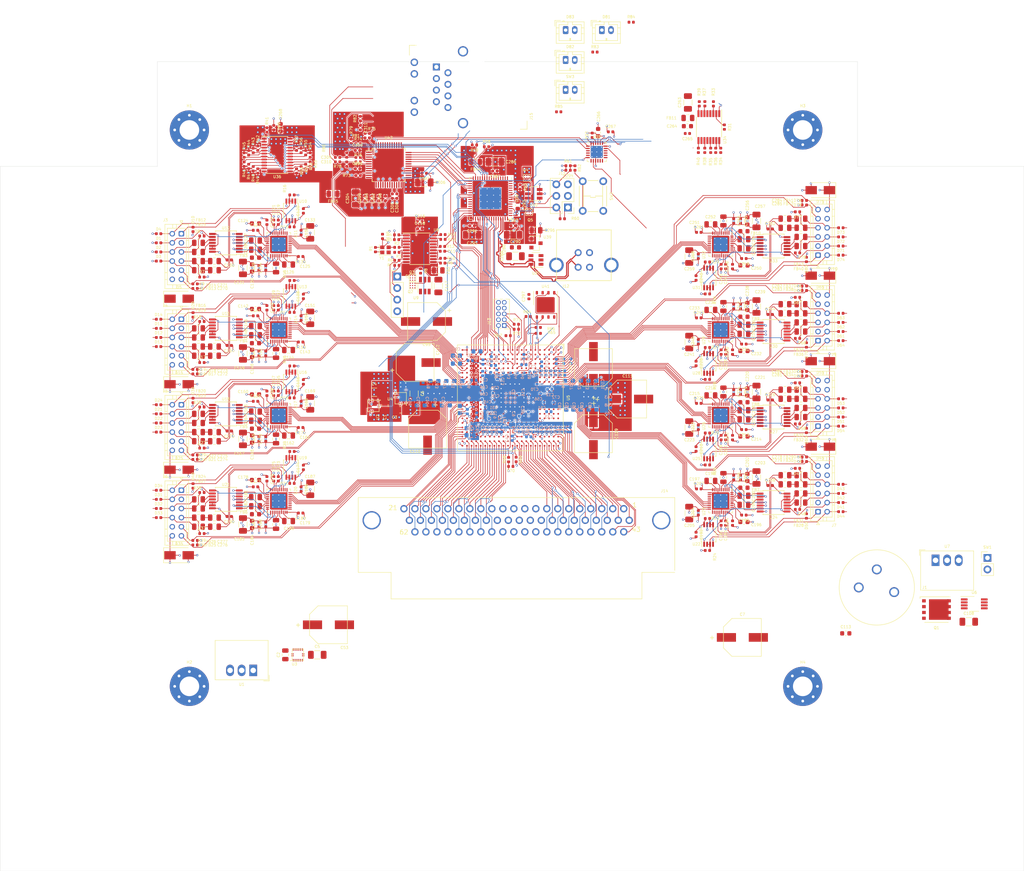
<source format=kicad_pcb>
(kicad_pcb (version 20171130) (host pcbnew "(5.1.0)-1")
  (title_block (title "EDC Mux Board") (date 2019-05-17) (rev 1))
  (layers (0 F.Cu signal) (1 In1.Cu power hide) (2 In2.Cu power) (31 B.Cu signal) (34 B.Paste user hide) (35 F.Paste user hide) (36 B.SilkS user) (37 F.SilkS user) (38 B.Mask user hide) (39 F.Mask user hide) (44 Edge.Cuts user))
  (net 0 "")
  (net 1 GND)
  (net 2 +3V3)
  (net 3 /Clocking/+3V3C)
  (net 4 +1V8)
  (net 5 +12V)
  (net 6 "Net-(C122-Pad2)")
  (net 7 "Net-(C140-Pad2)")
  (net 8 "Net-(C143-Pad2)")
  (net 9 "Net-(C179-Pad2)")
  (net 10 "Net-(C194-Pad2)")
  (net 11 "Net-(C215-Pad2)")
  (net 12 "Net-(C248-Pad2)")
  (net 13 "Net-(D7-Pad1)")
  (net 14 "Net-(D8-Pad1)")
  (net 15 "Net-(D28-Pad1)")
  (net 16 "Net-(D32-Pad1)")
  (net 17 "Net-(D52-Pad1)")
  (net 18 "Net-(D67-Pad1)")
  (net 19 "Net-(D68-Pad1)")
  (net 20 "Net-(R9-Pad2)")
  (net 21 "Net-(R12-Pad2)")
  (net 22 +2V5)
  (net 23 +1V2)
  (net 24 "Net-(C125-Pad2)")
  (net 25 "Net-(C158-Pad2)")
  (net 26 "Net-(C161-Pad2)")
  (net 27 "Net-(C176-Pad2)")
  (net 28 "Net-(C197-Pad2)")
  (net 29 "Net-(C212-Pad2)")
  (net 30 "Net-(C230-Pad2)")
  (net 31 "Net-(C233-Pad2)")
  (net 32 "Net-(C251-Pad2)")
  (net 33 "/Ethernet Connections/+3V3A")
  (net 34 "/Microprocessor and Support/+5VUSB")
  (net 35 "/Microprocessor and Support/~RESET")
  (net 36 "/Microprocessor and Support/+3V3USB")
  (net 37 "Net-(D12-Pad1)")
  (net 38 "Net-(D72-Pad1)")
  (net 39 "/Ethernet Connections/LINKLED")
  (net 40 "/Ethernet Connections/ACTLED")
  (net 41 "/FPGA Interconnects/TDI")
  (net 42 "/FPGA Interconnects/TMS")
  (net 43 "/FPGA Interconnects/TDO")
  (net 44 "/FPGA Interconnects/TCK")
  (net 45 "/FPGA Interconnects/DEV_ATT7")
  (net 46 "/FPGA Interconnects/DEV_ATT6")
  (net 47 "/FPGA Interconnects/DEV_ATT1")
  (net 48 "/FPGA Interconnects/DEV_ATT0")
  (net 49 "/FPGA Interconnects/DEV_ATT11")
  (net 50 "/FPGA Interconnects/DEV_ATT10")
  (net 51 "/Microprocessor and Support/SWDIO")
  (net 52 "/Microprocessor and Support/SWCLK")
  (net 53 "/Microprocessor and Support/USB_D+")
  (net 54 "/Microprocessor and Support/USB_D-")
  (net 55 "/Microprocessor and Support/+5Vin")
  (net 56 "Net-(Q2-PadA1)")
  (net 57 "Net-(Q4-PadA1)")
  (net 58 "Net-(Q5-PadA1)")
  (net 59 "Net-(R1-Pad2)")
  (net 60 "Net-(R2-Pad2)")
  (net 61 "Net-(R3-Pad1)")
  (net 62 CLK0_FPGA)
  (net 63 "Net-(R10-Pad2)")
  (net 64 CLK1_CODEC)
  (net 65 "Net-(R11-Pad2)")
  (net 66 CLK2_CODEC)
  (net 67 CLK3_MCU)
  (net 68 "Net-(R13-Pad2)")
  (net 69 CLK4_ETH)
  (net 70 "Net-(R14-Pad2)")
  (net 71 "/CODEC interconnection sheet/MCLK0")
  (net 72 "/CODEC interconnection sheet/MCLK1")
  (net 73 "/CODEC interconnection sheet/MCLK2")
  (net 74 "/CODEC interconnection sheet/MCLK3")
  (net 75 "/CODEC interconnection sheet/MCLK4")
  (net 76 "/CODEC interconnection sheet/MCLK5")
  (net 77 "/CODEC interconnection sheet/MCLK6")
  (net 78 "/CODEC interconnection sheet/MCLK7")
  (net 79 "/CODEC interconnection sheet/SDA0")
  (net 80 "/CODEC interconnection sheet/SCL0")
  (net 81 "/CODEC interconnection sheet/SDA1")
  (net 82 "/CODEC interconnection sheet/SCL1")
  (net 83 "/CODEC interconnection sheet/SDA2")
  (net 84 "/CODEC interconnection sheet/SCL2")
  (net 85 "/CODEC interconnection sheet/SDA3")
  (net 86 "/CODEC interconnection sheet/SCL3")
  (net 87 "/CODEC interconnection sheet/SDA4")
  (net 88 "/CODEC interconnection sheet/SCL4")
  (net 89 "/CODEC interconnection sheet/SDA5")
  (net 90 "/CODEC interconnection sheet/SCL5")
  (net 91 "/CODEC interconnection sheet/SDA6")
  (net 92 "/CODEC interconnection sheet/SCL6")
  (net 93 "/CODEC interconnection sheet/SDA7")
  (net 94 "/CODEC interconnection sheet/SCL7")
  (net 95 "/FPGA Interconnects/DEV_ATT15")
  (net 96 "/FPGA Interconnects/DEV_ATT14")
  (net 97 "/FPGA Interconnects/DEV_ATT13")
  (net 98 "/FPGA Interconnects/DEV_ATT12")
  (net 99 "/Microprocessor and Support/DEV_INT6")
  (net 100 "/Microprocessor and Support/DEV_INT4")
  (net 101 "/Microprocessor and Support/DEV_INT2")
  (net 102 "/Microprocessor and Support/DEV_INT0")
  (net 103 "/Microprocessor and Support/DEV_INT1")
  (net 104 "/Microprocessor and Support/DEV_INT3")
  (net 105 "/FPGA Interconnects/DEV_ATT2")
  (net 106 "/FPGA Interconnects/DEV_ATT3")
  (net 107 "/FPGA Interconnects/DEV_ATT4")
  (net 108 "/FPGA Interconnects/DEV_ATT5")
  (net 109 "/Microprocessor and Support/DEV_INT5")
  (net 110 "/Microprocessor and Support/DEV_INT7")
  (net 111 "/CODEC interconnection sheet/WCLK0")
  (net 112 "/CODEC interconnection sheet/DIN0")
  (net 113 "/CODEC interconnection sheet/WCLK1")
  (net 114 "/CODEC interconnection sheet/DIN1")
  (net 115 "/CODEC interconnection sheet/WCLK2")
  (net 116 "/CODEC interconnection sheet/DIN2")
  (net 117 "/CODEC interconnection sheet/WCLK3")
  (net 118 "/CODEC interconnection sheet/DIN3")
  (net 119 "/CODEC interconnection sheet/WCLK4")
  (net 120 "/CODEC interconnection sheet/DIN4")
  (net 121 "/CODEC interconnection sheet/WCLK5")
  (net 122 "/CODEC interconnection sheet/DIN5")
  (net 123 "/CODEC interconnection sheet/WCLK6")
  (net 124 "/CODEC interconnection sheet/BCLK6")
  (net 125 "/CODEC interconnection sheet/BCLK0")
  (net 126 "/CODEC interconnection sheet/BCLK1")
  (net 127 "/CODEC interconnection sheet/BCLK2")
  (net 128 "/CODEC interconnection sheet/BCLK3")
  (net 129 "/CODEC interconnection sheet/BCLK4")
  (net 130 "/CODEC interconnection sheet/BCLK5")
  (net 131 "/FPGA Interconnects/DEV_ATT9")
  (net 132 "/FPGA Interconnects/DEV_ATT8")
  (net 133 "/CODEC interconnection sheet/DIN7")
  (net 134 "/CODEC interconnection sheet/WCLK7")
  (net 135 "/CODEC interconnection sheet/BCLK7")
  (net 136 "/CODEC interconnection sheet/DIN6")
  (net 137 "/CODEC interconnection sheet/Interface - Connector 0/HP_~LINE~_SEL")
  (net 138 "/CODEC interconnection sheet/~RESET~0")
  (net 139 "/CODEC interconnection sheet/Interface - Connector 1/HP_~LINE~_SEL")
  (net 140 "/CODEC interconnection sheet/~RESET~1")
  (net 141 "/CODEC interconnection sheet/Interface - Connector 2/HP_~LINE~_SEL")
  (net 142 "/CODEC interconnection sheet/~RESET~2")
  (net 143 "/CODEC interconnection sheet/Interface - Connector 3/HP_~LINE~_SEL")
  (net 144 "/CODEC interconnection sheet/~RESET~3")
  (net 145 "/CODEC interconnection sheet/Interface - Connector 4/HP_~LINE~_SEL")
  (net 146 "/CODEC interconnection sheet/~RESET~4")
  (net 147 "/CODEC interconnection sheet/Interface - Connector 5/HP_~LINE~_SEL")
  (net 148 "/CODEC interconnection sheet/~RESET~5")
  (net 149 "/CODEC interconnection sheet/Interface - Connector 6/HP_~LINE~_SEL")
  (net 150 "/CODEC interconnection sheet/~RESET~6")
  (net 151 "/CODEC interconnection sheet/Interface - Connector 7/HP_~LINE~_SEL")
  (net 152 "/CODEC interconnection sheet/~RESET~7")
  (net 153 "/Ethernet Connections/~INT")
  (net 154 "/Ethernet Connections/MOSI")
  (net 155 "/Ethernet Connections/MISO")
  (net 156 "/Microprocessor and Support/SCK")
  (net 157 "/Ethernet Connections/~SS")
  (net 158 "/Power Supplies/VCCDPLL")
  (net 159 "/FPGA Interconnects/DEV_INT9")
  (net 160 "/FPGA Interconnects/DEV_INT8")
  (net 161 "/FPGA Interconnects/DEV_INT7")
  (net 162 "/FPGA Interconnects/DEV_INT6")
  (net 163 "/FPGA Interconnects/DEV_INT5")
  (net 164 "/FPGA Interconnects/DEV_INT4")
  (net 165 "/FPGA Interconnects/DEV_INT3")
  (net 166 "/FPGA Interconnects/DEV_INT2")
  (net 167 "/FPGA Interconnects/DEV_INT1")
  (net 168 "/FPGA Interconnects/DEV_INT0")
  (net 169 "/FPGA Interconnects/DEV_INT15")
  (net 170 "/FPGA Interconnects/DEV_INT14")
  (net 171 "/FPGA Interconnects/DEV_INT13")
  (net 172 "/FPGA Interconnects/DEV_INT12")
  (net 173 "/FPGA Interconnects/DEV_INT11")
  (net 174 "/FPGA Interconnects/DEV_INT10")
  (net 175 "/CODEC interconnection sheet/DOUT0")
  (net 176 "/CODEC interconnection sheet/DOUT1")
  (net 177 "/CODEC interconnection sheet/DOUT2")
  (net 178 "/CODEC interconnection sheet/DOUT3")
  (net 179 "/CODEC interconnection sheet/DOUT4")
  (net 180 "/CODEC interconnection sheet/DOUT5")
  (net 181 "/CODEC interconnection sheet/DOUT7")
  (net 182 "/CODEC interconnection sheet/DOUT6")
  (net 183 "/CODEC interconnection sheet/Interface - Connector 0/VNEG")
  (net 184 "/CODEC interconnection sheet/Interface - Connector 0/LINE_OUT_L")
  (net 185 "/CODEC interconnection sheet/Interface - Connector 0/LINE_OUT_R")
  (net 186 "/CODEC interconnection sheet/Interface - Connector 0/HPR")
  (net 187 "/CODEC interconnection sheet/Interface - Connector 0/HPL")
  (net 188 "/CODEC interconnection sheet/Interface - Connector 0/REF")
  (net 189 "/CODEC interconnection sheet/Interface - Connector 0/GND_SENSE")
  (net 190 "/FPGA Interconnects/MISO")
  (net 191 "/FPGA Interconnects/~CONFIG")
  (net 192 "/FPGA Interconnects/MOSI")
  (net 193 "/FPGA Interconnects/~CS")
  (net 194 "/FPGA Interconnects/SCK")
  (net 195 /Clocking/SDA)
  (net 196 /Clocking/SCL)
  (net 197 /Clocking/CLK_IN0)
  (net 198 /~STATUS)
  (net 199 /CONF_DONE)
  (net 200 /CRC_ERROR)
  (net 201 /INIT_DONE)
  (net 202 /SDA)
  (net 203 /SCL)
  (net 204 /~RESET~_FPGA)
  (net 205 /ATTACH_INT)
  (net 206 "/CODEC interconnection sheet/Interface - Connector 1/REF")
  (net 207 "/CODEC interconnection sheet/Interface - Connector 1/VNEG")
  (net 208 "/CODEC interconnection sheet/Interface - Connector 1/LINE_OUT_L")
  (net 209 "/CODEC interconnection sheet/Interface - Connector 1/LINE_OUT_R")
  (net 210 "/CODEC interconnection sheet/Interface - Connector 2/REF")
  (net 211 "/CODEC interconnection sheet/Interface - Connector 2/VNEG")
  (net 212 "/CODEC interconnection sheet/Interface - Connector 2/LINE_OUT_L")
  (net 213 "/CODEC interconnection sheet/Interface - Connector 2/LINE_OUT_R")
  (net 214 "/CODEC interconnection sheet/Interface - Connector 3/REF")
  (net 215 "/CODEC interconnection sheet/Interface - Connector 3/VNEG")
  (net 216 "/CODEC interconnection sheet/Interface - Connector 3/LINE_OUT_L")
  (net 217 "/CODEC interconnection sheet/Interface - Connector 3/LINE_OUT_R")
  (net 218 "/CODEC interconnection sheet/Interface - Connector 4/REF")
  (net 219 "/CODEC interconnection sheet/Interface - Connector 4/VNEG")
  (net 220 "/CODEC interconnection sheet/Interface - Connector 4/LINE_OUT_L")
  (net 221 "/CODEC interconnection sheet/Interface - Connector 4/LINE_OUT_R")
  (net 222 "/CODEC interconnection sheet/Interface - Connector 5/REF")
  (net 223 "/CODEC interconnection sheet/Interface - Connector 5/VNEG")
  (net 224 "/CODEC interconnection sheet/Interface - Connector 5/LINE_OUT_L")
  (net 225 "/CODEC interconnection sheet/Interface - Connector 5/LINE_OUT_R")
  (net 226 "/CODEC interconnection sheet/Interface - Connector 6/REF")
  (net 227 "/CODEC interconnection sheet/Interface - Connector 6/VNEG")
  (net 228 "/CODEC interconnection sheet/Interface - Connector 6/LINE_OUT_L")
  (net 229 "/CODEC interconnection sheet/Interface - Connector 6/LINE_OUT_R")
  (net 230 "/CODEC interconnection sheet/Interface - Connector 7/REF")
  (net 231 "/CODEC interconnection sheet/Interface - Connector 7/VNEG")
  (net 232 "/CODEC interconnection sheet/Interface - Connector 7/LINE_OUT_L")
  (net 233 "/CODEC interconnection sheet/Interface - Connector 7/LINE_OUT_R")
  (net 234 "/CODEC interconnection sheet/Interface - Connector 1/GND_SENSE")
  (net 235 "/CODEC interconnection sheet/Interface - Connector 2/GND_SENSE")
  (net 236 "/CODEC interconnection sheet/Interface - Connector 3/GND_SENSE")
  (net 237 "/CODEC interconnection sheet/Interface - Connector 4/GND_SENSE")
  (net 238 "/CODEC interconnection sheet/Interface - Connector 5/GND_SENSE")
  (net 239 "/CODEC interconnection sheet/Interface - Connector 6/GND_SENSE")
  (net 240 "/CODEC interconnection sheet/Interface - Connector 7/GND_SENSE")
  (net 241 "/CODEC interconnection sheet/Interface - Connector 1/HPR")
  (net 242 "/CODEC interconnection sheet/Interface - Connector 1/HPL")
  (net 243 "/CODEC interconnection sheet/Interface - Connector 2/HPR")
  (net 244 "/CODEC interconnection sheet/Interface - Connector 2/HPL")
  (net 245 "/CODEC interconnection sheet/Interface - Connector 3/HPR")
  (net 246 "/CODEC interconnection sheet/Interface - Connector 3/HPL")
  (net 247 "/CODEC interconnection sheet/Interface - Connector 4/HPR")
  (net 248 "/CODEC interconnection sheet/Interface - Connector 4/HPL")
  (net 249 "/CODEC interconnection sheet/Interface - Connector 5/HPR")
  (net 250 "/CODEC interconnection sheet/Interface - Connector 5/HPL")
  (net 251 "/CODEC interconnection sheet/Interface - Connector 6/HPR")
  (net 252 "/CODEC interconnection sheet/Interface - Connector 6/HPL")
  (net 253 "/CODEC interconnection sheet/Interface - Connector 7/HPR")
  (net 254 "/CODEC interconnection sheet/Interface - Connector 7/HPL")
  (net 255 "Net-(D47-Pad1)")
  (net 256 "Net-(D48-Pad1)")
  (net 257 "Net-(D82-Pad1)")
  (net 258 "Net-(D83-Pad1)")
  (net 259 /Clocking/S0)
  (net 260 /Clocking/S1)
  (net 261 /Clocking/+3V3EXT)
  (net 262 /Clocking/3V3_PROT)
  (net 263 "/Microprocessor and Support/MCU_VDDA")
  (net 264 "/Microprocessor and Support/MCU_VDDIO")
  (net 265 "/Microprocessor and Support/MCU_VDDCORE")
  (net 266 "/Ethernet Connections/~RESET~_ETH")
  (net 267 "Net-(C270-Pad1)")
  (net 268 "Net-(C275-Pad2)")
  (net 269 "Net-(C277-Pad2)")
  (net 270 "Net-(D27-Pad1)")
  (net 271 "/Ethernet Connections/LED_PWR")
  (net 272 "Net-(D81-Pad1)")
  (net 273 "/Bottom Side Connector Interconnects/~RESET~I2C")
  (net 274 "/Bottom Side Connector Interconnects/DIN12")
  (net 275 "/Bottom Side Connector Interconnects/BCLK12")
  (net 276 "/Bottom Side Connector Interconnects/DIN13")
  (net 277 "/Bottom Side Connector Interconnects/BCLK13")
  (net 278 "/Bottom Side Connector Interconnects/DIN14")
  (net 279 "/Bottom Side Connector Interconnects/BCLK14")
  (net 280 "/Bottom Side Connector Interconnects/DIN15")
  (net 281 "/Bottom Side Connector Interconnects/BCLK15")
  (net 282 "/Bottom Side Connector Interconnects/DIN8")
  (net 283 "/Bottom Side Connector Interconnects/BCLK8")
  (net 284 "/Bottom Side Connector Interconnects/DIN9")
  (net 285 "/Bottom Side Connector Interconnects/BCLK9")
  (net 286 "/Bottom Side Connector Interconnects/DIN10")
  (net 287 "/Bottom Side Connector Interconnects/BCLK10")
  (net 288 "/Bottom Side Connector Interconnects/DIN11")
  (net 289 "/Bottom Side Connector Interconnects/BCLK11")
  (net 290 "/Bottom Side Connector Interconnects/DOUT12")
  (net 291 "/Bottom Side Connector Interconnects/WCLK12")
  (net 292 "/Bottom Side Connector Interconnects/DOUT13")
  (net 293 "/Bottom Side Connector Interconnects/WCLK13")
  (net 294 "/Bottom Side Connector Interconnects/DOUT14")
  (net 295 "/Bottom Side Connector Interconnects/WCLK14")
  (net 296 "/Bottom Side Connector Interconnects/DOUT15")
  (net 297 "/Bottom Side Connector Interconnects/WCLK15")
  (net 298 "/Bottom Side Connector Interconnects/DOUT8")
  (net 299 "/Bottom Side Connector Interconnects/WCLK8")
  (net 300 "/Bottom Side Connector Interconnects/DOUT9")
  (net 301 "/Bottom Side Connector Interconnects/WCLK9")
  (net 302 "/Bottom Side Connector Interconnects/DOUT10")
  (net 303 "/Bottom Side Connector Interconnects/WCLK10")
  (net 304 "/Bottom Side Connector Interconnects/DOUT11")
  (net 305 "/Bottom Side Connector Interconnects/WCLK11")
  (net 306 "/Power Supplies/SW_PWR_IN")
  (net 307 "Net-(C113-Pad2)")
  (net 308 "Net-(C113-Pad1)")
  (net 309 "Net-(C123-Pad2)")
  (net 310 "Net-(C125-Pad1)")
  (net 311 "Net-(C127-Pad2)")
  (net 312 "Net-(C128-Pad2)")
  (net 313 "Net-(C141-Pad2)")
  (net 314 "Net-(C143-Pad1)")
  (net 315 "Net-(C145-Pad2)")
  (net 316 "Net-(C146-Pad2)")
  (net 317 "Net-(C159-Pad2)")
  (net 318 "Net-(C161-Pad1)")
  (net 319 "Net-(C163-Pad2)")
  (net 320 "Net-(C164-Pad2)")
  (net 321 "Net-(C177-Pad2)")
  (net 322 "Net-(C179-Pad1)")
  (net 323 "Net-(C181-Pad2)")
  (net 324 "Net-(C182-Pad2)")
  (net 325 "Net-(C195-Pad2)")
  (net 326 "Net-(C197-Pad1)")
  (net 327 "Net-(C199-Pad2)")
  (net 328 "Net-(C200-Pad2)")
  (net 329 "Net-(C213-Pad2)")
  (net 330 "Net-(C215-Pad1)")
  (net 331 "Net-(C217-Pad2)")
  (net 332 "Net-(C218-Pad2)")
  (net 333 "Net-(C231-Pad2)")
  (net 334 "Net-(C233-Pad1)")
  (net 335 "Net-(C235-Pad2)")
  (net 336 "Net-(C236-Pad2)")
  (net 337 "Net-(C249-Pad2)")
  (net 338 "Net-(C251-Pad1)")
  (net 339 "Net-(C253-Pad2)")
  (net 340 "Net-(C254-Pad2)")
  (net 341 "Net-(C272-Pad1)")
  (net 342 "Net-(C278-Pad1)")
  (net 343 "Net-(C280-Pad1)")
  (net 344 "Net-(C283-Pad2)")
  (net 345 "Net-(C285-Pad2)")
  (net 346 "Net-(C305-Pad1)")
  (net 347 "Net-(C308-Pad1)")
  (net 348 "Net-(C309-Pad2)")
  (net 349 "Net-(C309-Pad1)")
  (net 350 "Net-(C310-Pad2)")
  (net 351 "Net-(C310-Pad1)")
  (net 352 "Net-(C311-Pad1)")
  (net 353 "Net-(J1-Pad1)")
  (net 354 "Net-(J15-Pad2)")
  (net 355 "Net-(J15-Pad1)")
  (net 356 "Net-(Q1-Pad5)")
  (net 357 "Net-(Q1-Pad4)")
  (net 358 "Net-(Q3-PadA1)")
  (net 359 "Net-(R31-Pad1)")
  (net 360 "Net-(R32-Pad1)")
  (net 361 "Net-(R33-Pad2)")
  (net 362 "Net-(R34-Pad2)")
  (net 363 "Net-(R35-Pad2)")
  (net 364 "Net-(R36-Pad2)")
  (net 365 "Net-(R37-Pad2)")
  (net 366 "Net-(R38-Pad2)")
  (net 367 "Net-(R39-Pad2)")
  (net 368 "Net-(R40-Pad2)")
  (net 369 "Net-(R62-Pad1)")
  (net 370 "Net-(R64-Pad2)")
  (net 371 "Net-(R73-Pad2)")
  (net 372 "Net-(R74-Pad2)")
  (net 373 "Net-(R75-Pad2)")
  (net 374 "Net-(R76-Pad2)")
  (net 375 "Net-(R77-Pad2)")
  (net 376 "/CODEC interconnection sheet/Interface - Connector 0/L_IN")
  (net 377 "/CODEC interconnection sheet/Interface - Connector 0/R_IN")
  (net 378 "/CODEC interconnection sheet/Interface - Connector 1/L_IN")
  (net 379 "/CODEC interconnection sheet/Interface - Connector 1/R_IN")
  (net 380 "/CODEC interconnection sheet/Interface - Connector 2/L_IN")
  (net 381 "/CODEC interconnection sheet/Interface - Connector 2/R_IN")
  (net 382 "/CODEC interconnection sheet/Interface - Connector 3/L_IN")
  (net 383 "/CODEC interconnection sheet/Interface - Connector 3/R_IN")
  (net 384 "/CODEC interconnection sheet/Interface - Connector 4/L_IN")
  (net 385 "/CODEC interconnection sheet/Interface - Connector 4/R_IN")
  (net 386 "/CODEC interconnection sheet/Interface - Connector 5/L_IN")
  (net 387 "/CODEC interconnection sheet/Interface - Connector 5/R_IN")
  (net 388 "/CODEC interconnection sheet/Interface - Connector 6/L_IN")
  (net 389 "/CODEC interconnection sheet/Interface - Connector 6/R_IN")
  (net 390 "/CODEC interconnection sheet/Interface - Connector 7/L_IN")
  (net 391 "/CODEC interconnection sheet/Interface - Connector 7/R_IN")
  (net 392 "/CODEC interconnection sheet/Clock and I2C distribution/CLK_DISTRO_3V3_1")
  (net 393 "Net-(C271-Pad2)")
  (net 394 "Net-(C273-Pad2)")
  (net 395 "Net-(C274-Pad1)")
  (net 396 "Net-(C276-Pad1)")
  (net 397 "Net-(C279-Pad2)")
  (net 398 "Net-(C281-Pad2)")
  (net 399 "Net-(C282-Pad1)")
  (net 400 "Net-(C284-Pad1)")
  (net 401 "/CODEC interconnection sheet/Interface - Connector 0/AUD_GND")
  (net 402 "Net-(D2-Pad1)")
  (net 403 "Net-(D3-Pad1)")
  (net 404 "/CODEC interconnection sheet/Interface - Connector 0/SDA_HV")
  (net 405 "/CODEC interconnection sheet/Interface - Connector 0/SCL_HV")
  (net 406 "/CODEC interconnection sheet/Interface - Connector 1/AUD_GND")
  (net 407 "Net-(D13-Pad1)")
  (net 408 "/CODEC interconnection sheet/Interface - Connector 1/SDA_HV")
  (net 409 "Net-(D17-Pad1)")
  (net 410 "Net-(D18-Pad1)")
  (net 411 "/CODEC interconnection sheet/Interface - Connector 1/SCL_HV")
  (net 412 "/CODEC interconnection sheet/Interface - Connector 2/AUD_GND")
  (net 413 "Net-(D22-Pad1)")
  (net 414 "Net-(D23-Pad1)")
  (net 415 "/CODEC interconnection sheet/Interface - Connector 2/SDA_HV")
  (net 416 "/CODEC interconnection sheet/Interface - Connector 2/SCL_HV")
  (net 417 "/CODEC interconnection sheet/Interface - Connector 3/AUD_GND")
  (net 418 "Net-(D33-Pad1)")
  (net 419 "/CODEC interconnection sheet/Interface - Connector 3/SDA_HV")
  (net 420 "Net-(D37-Pad1)")
  (net 421 "Net-(D38-Pad1)")
  (net 422 "/CODEC interconnection sheet/Interface - Connector 3/SCL_HV")
  (net 423 "/CODEC interconnection sheet/Interface - Connector 4/AUD_GND")
  (net 424 "Net-(D42-Pad1)")
  (net 425 "Net-(D43-Pad1)")
  (net 426 "/CODEC interconnection sheet/Interface - Connector 4/SDA_HV")
  (net 427 "/CODEC interconnection sheet/Interface - Connector 4/SCL_HV")
  (net 428 "/CODEC interconnection sheet/Interface - Connector 5/AUD_GND")
  (net 429 "Net-(D53-Pad1)")
  (net 430 "/CODEC interconnection sheet/Interface - Connector 5/SDA_HV")
  (net 431 "Net-(D57-Pad1)")
  (net 432 "Net-(D58-Pad1)")
  (net 433 "/CODEC interconnection sheet/Interface - Connector 5/SCL_HV")
  (net 434 "/CODEC interconnection sheet/Interface - Connector 6/AUD_GND")
  (net 435 "Net-(D62-Pad1)")
  (net 436 "Net-(D63-Pad1)")
  (net 437 "/CODEC interconnection sheet/Interface - Connector 6/SDA_HV")
  (net 438 "/CODEC interconnection sheet/Interface - Connector 6/SCL_HV")
  (net 439 "/CODEC interconnection sheet/Interface - Connector 7/AUD_GND")
  (net 440 "Net-(D73-Pad1)")
  (net 441 "/CODEC interconnection sheet/Interface - Connector 7/SDA_HV")
  (net 442 "Net-(D77-Pad1)")
  (net 443 "Net-(D78-Pad1)")
  (net 444 "/CODEC interconnection sheet/Interface - Connector 7/SCL_HV")
  (net 445 "/CODEC interconnection sheet/Interface - Connector 0/L_OUT")
  (net 446 "/CODEC interconnection sheet/Interface - Connector 0/R_OUT")
  (net 447 "/CODEC interconnection sheet/Interface - Connector 1/L_OUT")
  (net 448 "/CODEC interconnection sheet/Interface - Connector 1/R_OUT")
  (net 449 "/CODEC interconnection sheet/Interface - Connector 2/L_OUT")
  (net 450 "/CODEC interconnection sheet/Interface - Connector 2/R_OUT")
  (net 451 "/CODEC interconnection sheet/Interface - Connector 3/L_OUT")
  (net 452 "/CODEC interconnection sheet/Interface - Connector 3/R_OUT")
  (net 453 "/CODEC interconnection sheet/Interface - Connector 4/L_OUT")
  (net 454 "/CODEC interconnection sheet/Interface - Connector 4/R_OUT")
  (net 455 "/CODEC interconnection sheet/Interface - Connector 5/L_OUT")
  (net 456 "/CODEC interconnection sheet/Interface - Connector 5/R_OUT")
  (net 457 "/CODEC interconnection sheet/Interface - Connector 6/L_OUT")
  (net 458 "/CODEC interconnection sheet/Interface - Connector 6/R_OUT")
  (net 459 "/CODEC interconnection sheet/Interface - Connector 7/L_OUT")
  (net 460 "/CODEC interconnection sheet/Interface - Connector 7/R_OUT")
  (module Capacitor_SMD:C_0402_1005Metric (layer B.Cu) (at 179.9 95.23 270)
    (fp_text reference C20 (at 0 1.17 270) (layer B.SilkS) (effects (font (size 0.6 0.6) (thickness 0.1)) (justify mirror)))
    (fp_text value "4.7nF X7R")
    (pad 2 smd roundrect (at 0.485 0 270) (size 0.59 0.64) (layers B.Cu B.Paste B.Mask) (net 1 GND))
    (pad 1 smd roundrect (at -0.485 0 270) (size 0.59 0.64) (layers B.Cu B.Paste B.Mask) (net 22 +2V5))
  )
  (module Capacitor_SMD:C_0402_1005Metric (layer B.Cu) (at 171.575 83.14 90)
    (fp_text reference C58 (at 0 1.17 90) (layer B.SilkS) (effects (font (size 0.6 0.6) (thickness 0.1)) (justify mirror)))
    (fp_text value "47nF X7R")
    (pad 2 smd roundrect (at 0.485 0 90) (size 0.59 0.64) (layers B.Cu B.Paste B.Mask) (net 1 GND))
    (pad 1 smd roundrect (at -0.485 0 90) (size 0.59 0.64) (layers B.Cu B.Paste B.Mask) (net 23 +1V2))
  )
  (module Capacitor_SMD:C_0402_1005Metric (layer B.Cu) (at 182.015 87.31)
    (fp_text reference C56 (at 0 1.17) (layer B.SilkS) (effects (font (size 0.6 0.6) (thickness 0.1)) (justify mirror)))
    (fp_text value "47nF X7R")
    (pad 2 smd roundrect (at 0.485 0) (size 0.59 0.64) (layers B.Cu B.Paste B.Mask) (net 1 GND))
    (pad 1 smd roundrect (at -0.485 0) (size 0.59 0.64) (layers B.Cu B.Paste B.Mask) (net 23 +1V2))
  )
  (module Capacitor_SMD:C_0402_1005Metric (layer B.Cu) (at 175.865 83.27 90)
    (fp_text reference C54 (at 0 1.17 90) (layer B.SilkS) (effects (font (size 0.6 0.6) (thickness 0.1)) (justify mirror)))
    (fp_text value "47nF X7R")
    (pad 2 smd roundrect (at 0.485 0 90) (size 0.59 0.64) (layers B.Cu B.Paste B.Mask) (net 1 GND))
    (pad 1 smd roundrect (at -0.485 0 90) (size 0.59 0.64) (layers B.Cu B.Paste B.Mask) (net 23 +1V2))
  )
  (module Capacitor_SMD:C_0402_1005Metric (layer B.Cu) (at 182.745 89.24)
    (fp_text reference C51 (at 0 1.17) (layer B.SilkS) (effects (font (size 0.6 0.6) (thickness 0.1)) (justify mirror)))
    (fp_text value "47nF X7R")
    (pad 2 smd roundrect (at 0.485 0) (size 0.59 0.64) (layers B.Cu B.Paste B.Mask) (net 1 GND))
    (pad 1 smd roundrect (at -0.485 0) (size 0.59 0.64) (layers B.Cu B.Paste B.Mask) (net 23 +1V2))
  )
  (module Capacitor_SMD:C_0402_1005Metric (layer B.Cu) (at 170.865 90.31 180)
    (fp_text reference C49 (at 0 1.17 180) (layer B.SilkS) (effects (font (size 0.6 0.6) (thickness 0.1)) (justify mirror)))
    (fp_text value "47nF X7R")
    (pad 2 smd roundrect (at 0.485 0 180) (size 0.59 0.64) (layers B.Cu B.Paste B.Mask) (net 1 GND))
    (pad 1 smd roundrect (at -0.485 0 180) (size 0.59 0.64) (layers B.Cu B.Paste B.Mask) (net 23 +1V2))
  )
  (module Capacitor_SMD:C_0402_1005Metric (layer B.Cu) (at 170.085 87.04 180)
    (fp_text reference C46 (at 0 1.17 180) (layer B.SilkS) (effects (font (size 0.6 0.6) (thickness 0.1)) (justify mirror)))
    (fp_text value "47nF X7R")
    (pad 2 smd roundrect (at 0.485 0 180) (size 0.59 0.64) (layers B.Cu B.Paste B.Mask) (net 1 GND))
    (pad 1 smd roundrect (at -0.485 0 180) (size 0.59 0.64) (layers B.Cu B.Paste B.Mask) (net 23 +1V2))
  )
  (module Capacitor_SMD:C_0402_1005Metric (layer B.Cu) (at 174.355 83.27 90)
    (fp_text reference C43 (at 0 1.17 90) (layer B.SilkS) (effects (font (size 0.6 0.6) (thickness 0.1)) (justify mirror)))
    (fp_text value "47nF X7R")
    (pad 2 smd roundrect (at 0.485 0 90) (size 0.59 0.64) (layers B.Cu B.Paste B.Mask) (net 1 GND))
    (pad 1 smd roundrect (at -0.485 0 90) (size 0.59 0.64) (layers B.Cu B.Paste B.Mask) (net 23 +1V2))
  )
  (module Capacitor_SMD:C_0402_1005Metric (layer B.Cu) (at 177.375 83.27 90)
    (fp_text reference C40 (at 0 1.17 90) (layer B.SilkS) (effects (font (size 0.6 0.6) (thickness 0.1)) (justify mirror)))
    (fp_text value "47nF X7R")
    (pad 2 smd roundrect (at 0.485 0 90) (size 0.59 0.64) (layers B.Cu B.Paste B.Mask) (net 1 GND))
    (pad 1 smd roundrect (at -0.485 0 90) (size 0.59 0.64) (layers B.Cu B.Paste B.Mask) (net 23 +1V2))
  )
  (module Capacitor_SMD:C_0402_1005Metric (layer B.Cu) (at 178.895 83.27 90)
    (fp_text reference C38 (at 0 1.17 90) (layer B.SilkS) (effects (font (size 0.6 0.6) (thickness 0.1)) (justify mirror)))
    (fp_text value "47nF X7R")
    (pad 2 smd roundrect (at 0.485 0 90) (size 0.59 0.64) (layers B.Cu B.Paste B.Mask) (net 1 GND))
    (pad 1 smd roundrect (at -0.485 0 90) (size 0.59 0.64) (layers B.Cu B.Paste B.Mask) (net 23 +1V2))
  )
  (module Capacitor_SMD:C_0402_1005Metric (layer B.Cu) (at 170.075 85.48 180)
    (fp_text reference C35 (at 0 1.17 180) (layer B.SilkS) (effects (font (size 0.6 0.6) (thickness 0.1)) (justify mirror)))
    (fp_text value "47nF X7R")
    (pad 2 smd roundrect (at 0.485 0 180) (size 0.59 0.64) (layers B.Cu B.Paste B.Mask) (net 1 GND))
    (pad 1 smd roundrect (at -0.485 0 180) (size 0.59 0.64) (layers B.Cu B.Paste B.Mask) (net 23 +1V2))
  )
  (module Capacitor_SMD:C_0402_1005Metric (layer F.Cu) (at 157 39 180)
    (fp_text reference C307 (at 0 -1.17 180) (layer F.SilkS) (effects (font (size 0.6 0.6) (thickness 0.1))))
    (fp_text value "100nF X7R")
    (pad 2 smd roundrect (at 0.485 0 180) (size 0.59 0.64) (layers F.Cu F.Paste F.Mask) (net 2 +3V3))
    (pad 1 smd roundrect (at -0.485 0 180) (size 0.59 0.64) (layers F.Cu F.Paste F.Mask) (net 1 GND))
  )
  (module Capacitor_SMD:C_0402_1005Metric (layer F.Cu) (at 145.5 44.5 90)
    (fp_text reference C303 (at 0 -1.17 90) (layer F.SilkS) (effects (font (size 0.6 0.6) (thickness 0.1))))
    (fp_text value "100nF X7R")
    (pad 2 smd roundrect (at 0.485 0 90) (size 0.59 0.64) (layers F.Cu F.Paste F.Mask) (net 33 "/Ethernet Connections/+3V3A"))
    (pad 1 smd roundrect (at -0.485 0 90) (size 0.59 0.64) (layers F.Cu F.Paste F.Mask) (net 1 GND))
  )
  (module Capacitor_SMD:C_0402_1005Metric (layer F.Cu) (at 147 44.5 90)
    (fp_text reference C302 (at 0 -1.17 90) (layer F.SilkS) (effects (font (size 0.6 0.6) (thickness 0.1))))
    (fp_text value "100nF X7R")
    (pad 2 smd roundrect (at 0.485 0 90) (size 0.59 0.64) (layers F.Cu F.Paste F.Mask) (net 33 "/Ethernet Connections/+3V3A"))
    (pad 1 smd roundrect (at -0.485 0 90) (size 0.59 0.64) (layers F.Cu F.Paste F.Mask) (net 1 GND))
  )
  (module Capacitor_SMD:C_0402_1005Metric (layer F.Cu) (at 142.38 38)
    (fp_text reference C301 (at 0 -1.17) (layer F.SilkS) (effects (font (size 0.6 0.6) (thickness 0.1))))
    (fp_text value "100nF X7R")
    (pad 2 smd roundrect (at 0.485 0) (size 0.59 0.64) (layers F.Cu F.Paste F.Mask) (net 33 "/Ethernet Connections/+3V3A"))
    (pad 1 smd roundrect (at -0.485 0) (size 0.59 0.64) (layers F.Cu F.Paste F.Mask) (net 1 GND))
  )
  (module Capacitor_SMD:C_0402_1005Metric (layer F.Cu) (at 142.37 34)
    (fp_text reference C300 (at 0 -1.17) (layer F.SilkS) (effects (font (size 0.6 0.6) (thickness 0.1))))
    (fp_text value "100nF X7R")
    (pad 2 smd roundrect (at 0.485 0) (size 0.59 0.64) (layers F.Cu F.Paste F.Mask) (net 33 "/Ethernet Connections/+3V3A"))
    (pad 1 smd roundrect (at -0.485 0) (size 0.59 0.64) (layers F.Cu F.Paste F.Mask) (net 1 GND))
  )
  (module Capacitor_SMD:C_0402_1005Metric (layer F.Cu) (at 144 44.5 90)
    (fp_text reference C299 (at 0 -1.17 90) (layer F.SilkS) (effects (font (size 0.6 0.6) (thickness 0.1))))
    (fp_text value "100nF X7R")
    (pad 2 smd roundrect (at 0.485 0 90) (size 0.59 0.64) (layers F.Cu F.Paste F.Mask) (net 33 "/Ethernet Connections/+3V3A"))
    (pad 1 smd roundrect (at -0.485 0 90) (size 0.59 0.64) (layers F.Cu F.Paste F.Mask) (net 1 GND))
  )
  (module Capacitor_SMD:C_0402_1005Metric (layer F.Cu) (at 148.5 44.5 90)
    (fp_text reference C298 (at 0 -1.17 90) (layer F.SilkS) (effects (font (size 0.6 0.6) (thickness 0.1))))
    (fp_text value "100nF X7R")
    (pad 2 smd roundrect (at 0.485 0 90) (size 0.59 0.64) (layers F.Cu F.Paste F.Mask) (net 33 "/Ethernet Connections/+3V3A"))
    (pad 1 smd roundrect (at -0.485 0 90) (size 0.59 0.64) (layers F.Cu F.Paste F.Mask) (net 1 GND))
  )
  (module Capacitor_SMD:C_0402_1005Metric (layer F.Cu) (at 179.95 66.05 90)
    (fp_text reference C297 (at 0 -1.17 90) (layer F.SilkS) (effects (font (size 0.6 0.6) (thickness 0.1))))
    (fp_text value "100nF X7R")
    (pad 2 smd roundrect (at 0.485 0 90) (size 0.59 0.64) (layers F.Cu F.Paste F.Mask) (net 2 +3V3))
    (pad 1 smd roundrect (at -0.485 0 90) (size 0.59 0.64) (layers F.Cu F.Paste F.Mask) (net 1 GND))
  )
  (module Capacitor_SMD:C_0402_1005Metric (layer F.Cu) (at 176.5 50.5)
    (fp_text reference C292 (at 0 -1.17) (layer F.SilkS) (effects (font (size 0.6 0.6) (thickness 0.1))))
    (fp_text value "100nF X7R")
    (pad 2 smd roundrect (at 0.485 0) (size 0.59 0.64) (layers F.Cu F.Paste F.Mask) (net 1 GND))
    (pad 1 smd roundrect (at -0.485 0) (size 0.59 0.64) (layers F.Cu F.Paste F.Mask) (net 264 "/Microprocessor and Support/MCU_VDDIO"))
  )
  (module Capacitor_SMD:C_0402_1005Metric (layer F.Cu) (at 167.5 50.5 180)
    (fp_text reference C291 (at 0 -1.17 180) (layer F.SilkS) (effects (font (size 0.6 0.6) (thickness 0.1))))
    (fp_text value "100nF X7R")
    (pad 2 smd roundrect (at 0.485 0 180) (size 0.59 0.64) (layers F.Cu F.Paste F.Mask) (net 1 GND))
    (pad 1 smd roundrect (at -0.485 0 180) (size 0.59 0.64) (layers F.Cu F.Paste F.Mask) (net 264 "/Microprocessor and Support/MCU_VDDIO"))
  )
  (module Capacitor_SMD:C_0402_1005Metric (layer F.Cu) (at 172.5 38.5 180)
    (fp_text reference C287 (at 0 -1.17 180) (layer F.SilkS) (effects (font (size 0.6 0.6) (thickness 0.1))))
    (fp_text value "100nF X7R")
    (pad 2 smd roundrect (at 0.485 0 180) (size 0.59 0.64) (layers F.Cu F.Paste F.Mask) (net 263 "/Microprocessor and Support/MCU_VDDA"))
    (pad 1 smd roundrect (at -0.485 0 180) (size 0.59 0.64) (layers F.Cu F.Paste F.Mask) (net 1 GND))
  )
  (module Capacitor_SMD:C_0402_1005Metric (layer F.Cu) (at 124 29 270)
    (fp_text reference C269 (at 0 -1.17 270) (layer F.SilkS) (effects (font (size 0.6 0.6) (thickness 0.1))))
    (fp_text value "100nF X7R")
    (pad 2 smd roundrect (at 0.485 0 270) (size 0.59 0.64) (layers F.Cu F.Paste F.Mask) (net 2 +3V3))
    (pad 1 smd roundrect (at -0.485 0 270) (size 0.59 0.64) (layers F.Cu F.Paste F.Mask) (net 1 GND))
  )
  (module Capacitor_SMD:C_0402_1005Metric (layer F.Cu) (at 197.86 29.91)
    (fp_text reference C267 (at 0 -1.17) (layer F.SilkS) (effects (font (size 0.6 0.6) (thickness 0.1))))
    (fp_text value "100nF X7R")
    (pad 2 smd roundrect (at 0.485 0) (size 0.59 0.64) (layers F.Cu F.Paste F.Mask) (net 2 +3V3))
    (pad 1 smd roundrect (at -0.485 0) (size 0.59 0.64) (layers F.Cu F.Paste F.Mask) (net 1 GND))
  )
  (module Capacitor_SMD:C_0402_1005Metric (layer F.Cu) (at 214.71 30.27 180)
    (fp_text reference C265 (at 0 -1.17 180) (layer F.SilkS) (effects (font (size 0.6 0.6) (thickness 0.1))))
    (fp_text value "100nF X7R")
    (pad 2 smd roundrect (at 0.485 0 180) (size 0.59 0.64) (layers F.Cu F.Paste F.Mask) (net 1 GND))
    (pad 1 smd roundrect (at -0.485 0 180) (size 0.59 0.64) (layers F.Cu F.Paste F.Mask) (net 392 "/CODEC interconnection sheet/Clock and I2C distribution/CLK_DISTRO_3V3_1"))
  )
  (module Capacitor_SMD:C_0402_1005Metric (layer F.Cu) (at 232.85 51.2)
    (fp_text reference C262 (at 0 -1.17) (layer F.SilkS) (effects (font (size 0.6 0.6) (thickness 0.1))))
    (fp_text value "100nF X7R")
    (pad 2 smd roundrect (at 0.485 0) (size 0.59 0.64) (layers F.Cu F.Paste F.Mask) (net 2 +3V3))
    (pad 1 smd roundrect (at -0.485 0) (size 0.59 0.64) (layers F.Cu F.Paste F.Mask) (net 1 GND))
  )
  (module Capacitor_SMD:C_0402_1005Metric (layer F.Cu) (at 217.2 51.95)
    (fp_text reference C261 (at 0 -1.17) (layer F.SilkS) (effects (font (size 0.6 0.6) (thickness 0.1))))
    (fp_text value "100nF X7R")
    (pad 2 smd roundrect (at 0.485 0) (size 0.59 0.64) (layers F.Cu F.Paste F.Mask) (net 4 +1V8))
    (pad 1 smd roundrect (at -0.485 0) (size 0.59 0.64) (layers F.Cu F.Paste F.Mask) (net 1 GND))
  )
  (module Capacitor_SMD:C_0402_1005Metric (layer F.Cu) (at 224.85 49.45 270)
    (fp_text reference C260 (at 0 -1.17 270) (layer F.SilkS) (effects (font (size 0.6 0.6) (thickness 0.1))))
    (fp_text value "100nF X7R")
    (pad 2 smd roundrect (at 0.485 0 270) (size 0.59 0.64) (layers F.Cu F.Paste F.Mask) (net 4 +1V8))
    (pad 1 smd roundrect (at -0.485 0 270) (size 0.59 0.64) (layers F.Cu F.Paste F.Mask) (net 1 GND))
  )
  (module Capacitor_SMD:C_0402_1005Metric (layer F.Cu) (at 217.1 57.2 90)
    (fp_text reference C258 (at 0 -1.17 90) (layer F.SilkS) (effects (font (size 0.6 0.6) (thickness 0.1))))
    (fp_text value "100nF X7R")
    (pad 2 smd roundrect (at 0.485 0 90) (size 0.59 0.64) (layers F.Cu F.Paste F.Mask) (net 2 +3V3))
    (pad 1 smd roundrect (at -0.485 0 90) (size 0.59 0.64) (layers F.Cu F.Paste F.Mask) (net 1 GND))
  )
  (module Capacitor_SMD:C_0402_1005Metric (layer F.Cu) (at 226.35 49.45 270)
    (fp_text reference C255 (at 0 -1.17 270) (layer F.SilkS) (effects (font (size 0.6 0.6) (thickness 0.1))))
    (fp_text value "100nF X7R")
    (pad 2 smd roundrect (at 0.485 0 270) (size 0.59 0.64) (layers F.Cu F.Paste F.Mask) (net 4 +1V8))
    (pad 1 smd roundrect (at -0.485 0 270) (size 0.59 0.64) (layers F.Cu F.Paste F.Mask) (net 1 GND))
  )
  (module Capacitor_SMD:C_0402_1005Metric (layer F.Cu) (at 227.1 57.7 180)
    (fp_text reference C249 (at 0 -1.17 180) (layer F.SilkS) (effects (font (size 0.6 0.6) (thickness 0.1))))
    (fp_text value "100nF X7R")
    (pad 2 smd roundrect (at 0.485 0 180) (size 0.59 0.64) (layers F.Cu F.Paste F.Mask) (net 337 "Net-(C249-Pad2)"))
    (pad 1 smd roundrect (at -0.485 0 180) (size 0.59 0.64) (layers F.Cu F.Paste F.Mask) (net 1 GND))
  )
  (module Capacitor_SMD:C_0402_1005Metric (layer F.Cu) (at 224.6 59.45 90)
    (fp_text reference C248 (at 0 -1.17 90) (layer F.SilkS) (effects (font (size 0.6 0.6) (thickness 0.1))))
    (fp_text value "100nF X7R")
    (pad 2 smd roundrect (at 0.485 0 90) (size 0.59 0.64) (layers F.Cu F.Paste F.Mask) (net 12 "Net-(C248-Pad2)"))
    (pad 1 smd roundrect (at -0.485 0 90) (size 0.59 0.64) (layers F.Cu F.Paste F.Mask) (net 1 GND))
  )
  (module Capacitor_SMD:C_0402_1005Metric (layer F.Cu) (at 216.6 61.95 270)
    (fp_text reference C246 (at 0 -1.17 270) (layer F.SilkS) (effects (font (size 0.6 0.6) (thickness 0.1))))
    (fp_text value "100nF X7R")
    (pad 2 smd roundrect (at 0.485 0 270) (size 0.59 0.64) (layers F.Cu F.Paste F.Mask) (net 1 GND))
    (pad 1 smd roundrect (at -0.485 0 270) (size 0.59 0.64) (layers F.Cu F.Paste F.Mask) (net 5 +12V))
  )
  (module Capacitor_SMD:C_0402_1005Metric (layer F.Cu) (at 232.85 69.95)
    (fp_text reference C244 (at 0 -1.17) (layer F.SilkS) (effects (font (size 0.6 0.6) (thickness 0.1))))
    (fp_text value "100nF X7R")
    (pad 2 smd roundrect (at 0.485 0) (size 0.59 0.64) (layers F.Cu F.Paste F.Mask) (net 2 +3V3))
    (pad 1 smd roundrect (at -0.485 0) (size 0.59 0.64) (layers F.Cu F.Paste F.Mask) (net 1 GND))
  )
  (module Capacitor_SMD:C_0402_1005Metric (layer F.Cu) (at 217.2 70.7)
    (fp_text reference C243 (at 0 -1.17) (layer F.SilkS) (effects (font (size 0.6 0.6) (thickness 0.1))))
    (fp_text value "100nF X7R")
    (pad 2 smd roundrect (at 0.485 0) (size 0.59 0.64) (layers F.Cu F.Paste F.Mask) (net 4 +1V8))
    (pad 1 smd roundrect (at -0.485 0) (size 0.59 0.64) (layers F.Cu F.Paste F.Mask) (net 1 GND))
  )
  (module Capacitor_SMD:C_0402_1005Metric (layer F.Cu) (at 224.85 68.2 270)
    (fp_text reference C242 (at 0 -1.17 270) (layer F.SilkS) (effects (font (size 0.6 0.6) (thickness 0.1))))
    (fp_text value "100nF X7R")
    (pad 2 smd roundrect (at 0.485 0 270) (size 0.59 0.64) (layers F.Cu F.Paste F.Mask) (net 4 +1V8))
    (pad 1 smd roundrect (at -0.485 0 270) (size 0.59 0.64) (layers F.Cu F.Paste F.Mask) (net 1 GND))
  )
  (module Capacitor_SMD:C_0402_1005Metric (layer F.Cu) (at 217.1 75.95 90)
    (fp_text reference C240 (at 0 -1.17 90) (layer F.SilkS) (effects (font (size 0.6 0.6) (thickness 0.1))))
    (fp_text value "100nF X7R")
    (pad 2 smd roundrect (at 0.485 0 90) (size 0.59 0.64) (layers F.Cu F.Paste F.Mask) (net 2 +3V3))
    (pad 1 smd roundrect (at -0.485 0 90) (size 0.59 0.64) (layers F.Cu F.Paste F.Mask) (net 1 GND))
  )
  (module Capacitor_SMD:C_0402_1005Metric (layer F.Cu) (at 226.35 68.2 270)
    (fp_text reference C237 (at 0 -1.17 270) (layer F.SilkS) (effects (font (size 0.6 0.6) (thickness 0.1))))
    (fp_text value "100nF X7R")
    (pad 2 smd roundrect (at 0.485 0 270) (size 0.59 0.64) (layers F.Cu F.Paste F.Mask) (net 4 +1V8))
    (pad 1 smd roundrect (at -0.485 0 270) (size 0.59 0.64) (layers F.Cu F.Paste F.Mask) (net 1 GND))
  )
  (module Capacitor_SMD:C_0402_1005Metric (layer F.Cu) (at 227.1 76.45 180)
    (fp_text reference C231 (at 0 -1.17 180) (layer F.SilkS) (effects (font (size 0.6 0.6) (thickness 0.1))))
    (fp_text value "100nF X7R")
    (pad 2 smd roundrect (at 0.485 0 180) (size 0.59 0.64) (layers F.Cu F.Paste F.Mask) (net 333 "Net-(C231-Pad2)"))
    (pad 1 smd roundrect (at -0.485 0 180) (size 0.59 0.64) (layers F.Cu F.Paste F.Mask) (net 1 GND))
  )
  (module Capacitor_SMD:C_0402_1005Metric (layer F.Cu) (at 224.6 78.2 90)
    (fp_text reference C230 (at 0 -1.17 90) (layer F.SilkS) (effects (font (size 0.6 0.6) (thickness 0.1))))
    (fp_text value "100nF X7R")
    (pad 2 smd roundrect (at 0.485 0 90) (size 0.59 0.64) (layers F.Cu F.Paste F.Mask) (net 30 "Net-(C230-Pad2)"))
    (pad 1 smd roundrect (at -0.485 0 90) (size 0.59 0.64) (layers F.Cu F.Paste F.Mask) (net 1 GND))
  )
  (module Capacitor_SMD:C_0402_1005Metric (layer F.Cu) (at 216.6 80.7 270)
    (fp_text reference C228 (at 0 -1.17 270) (layer F.SilkS) (effects (font (size 0.6 0.6) (thickness 0.1))))
    (fp_text value "100nF X7R")
    (pad 2 smd roundrect (at 0.485 0 270) (size 0.59 0.64) (layers F.Cu F.Paste F.Mask) (net 1 GND))
    (pad 1 smd roundrect (at -0.485 0 270) (size 0.59 0.64) (layers F.Cu F.Paste F.Mask) (net 5 +12V))
  )
  (module Capacitor_SMD:C_0402_1005Metric (layer F.Cu) (at 232.85 88.7)
    (fp_text reference C226 (at 0 -1.17) (layer F.SilkS) (effects (font (size 0.6 0.6) (thickness 0.1))))
    (fp_text value "100nF X7R")
    (pad 2 smd roundrect (at 0.485 0) (size 0.59 0.64) (layers F.Cu F.Paste F.Mask) (net 2 +3V3))
    (pad 1 smd roundrect (at -0.485 0) (size 0.59 0.64) (layers F.Cu F.Paste F.Mask) (net 1 GND))
  )
  (module Capacitor_SMD:C_0402_1005Metric (layer F.Cu) (at 217.2 89.45)
    (fp_text reference C225 (at 0 -1.17) (layer F.SilkS) (effects (font (size 0.6 0.6) (thickness 0.1))))
    (fp_text value "100nF X7R")
    (pad 2 smd roundrect (at 0.485 0) (size 0.59 0.64) (layers F.Cu F.Paste F.Mask) (net 4 +1V8))
    (pad 1 smd roundrect (at -0.485 0) (size 0.59 0.64) (layers F.Cu F.Paste F.Mask) (net 1 GND))
  )
  (module Capacitor_SMD:C_0402_1005Metric (layer F.Cu) (at 224.85 86.95 270)
    (fp_text reference C224 (at 0 -1.17 270) (layer F.SilkS) (effects (font (size 0.6 0.6) (thickness 0.1))))
    (fp_text value "100nF X7R")
    (pad 2 smd roundrect (at 0.485 0 270) (size 0.59 0.64) (layers F.Cu F.Paste F.Mask) (net 4 +1V8))
    (pad 1 smd roundrect (at -0.485 0 270) (size 0.59 0.64) (layers F.Cu F.Paste F.Mask) (net 1 GND))
  )
  (module Capacitor_SMD:C_0402_1005Metric (layer F.Cu) (at 217.1 94.7 90)
    (fp_text reference C222 (at 0 -1.17 90) (layer F.SilkS) (effects (font (size 0.6 0.6) (thickness 0.1))))
    (fp_text value "100nF X7R")
    (pad 2 smd roundrect (at 0.485 0 90) (size 0.59 0.64) (layers F.Cu F.Paste F.Mask) (net 2 +3V3))
    (pad 1 smd roundrect (at -0.485 0 90) (size 0.59 0.64) (layers F.Cu F.Paste F.Mask) (net 1 GND))
  )
  (module Capacitor_SMD:C_0402_1005Metric (layer F.Cu) (at 226.35 86.95 270)
    (fp_text reference C219 (at 0 -1.17 270) (layer F.SilkS) (effects (font (size 0.6 0.6) (thickness 0.1))))
    (fp_text value "100nF X7R")
    (pad 2 smd roundrect (at 0.485 0 270) (size 0.59 0.64) (layers F.Cu F.Paste F.Mask) (net 4 +1V8))
    (pad 1 smd roundrect (at -0.485 0 270) (size 0.59 0.64) (layers F.Cu F.Paste F.Mask) (net 1 GND))
  )
  (module Capacitor_SMD:C_0402_1005Metric (layer F.Cu) (at 227.1 95.2 180)
    (fp_text reference C213 (at 0 -1.17 180) (layer F.SilkS) (effects (font (size 0.6 0.6) (thickness 0.1))))
    (fp_text value "100nF X7R")
    (pad 2 smd roundrect (at 0.485 0 180) (size 0.59 0.64) (layers F.Cu F.Paste F.Mask) (net 329 "Net-(C213-Pad2)"))
    (pad 1 smd roundrect (at -0.485 0 180) (size 0.59 0.64) (layers F.Cu F.Paste F.Mask) (net 1 GND))
  )
  (module Capacitor_SMD:C_0402_1005Metric (layer F.Cu) (at 224.6 96.95 90)
    (fp_text reference C212 (at 0 -1.17 90) (layer F.SilkS) (effects (font (size 0.6 0.6) (thickness 0.1))))
    (fp_text value "100nF X7R")
    (pad 2 smd roundrect (at 0.485 0 90) (size 0.59 0.64) (layers F.Cu F.Paste F.Mask) (net 29 "Net-(C212-Pad2)"))
    (pad 1 smd roundrect (at -0.485 0 90) (size 0.59 0.64) (layers F.Cu F.Paste F.Mask) (net 1 GND))
  )
  (module Capacitor_SMD:C_0402_1005Metric (layer F.Cu) (at 216.6 99.45 270)
    (fp_text reference C210 (at 0 -1.17 270) (layer F.SilkS) (effects (font (size 0.6 0.6) (thickness 0.1))))
    (fp_text value "100nF X7R")
    (pad 2 smd roundrect (at 0.485 0 270) (size 0.59 0.64) (layers F.Cu F.Paste F.Mask) (net 1 GND))
    (pad 1 smd roundrect (at -0.485 0 270) (size 0.59 0.64) (layers F.Cu F.Paste F.Mask) (net 5 +12V))
  )
  (module Capacitor_SMD:C_0402_1005Metric (layer F.Cu) (at 232.85 107.45)
    (fp_text reference C208 (at 0 -1.17) (layer F.SilkS) (effects (font (size 0.6 0.6) (thickness 0.1))))
    (fp_text value "100nF X7R")
    (pad 2 smd roundrect (at 0.485 0) (size 0.59 0.64) (layers F.Cu F.Paste F.Mask) (net 2 +3V3))
    (pad 1 smd roundrect (at -0.485 0) (size 0.59 0.64) (layers F.Cu F.Paste F.Mask) (net 1 GND))
  )
  (module Capacitor_SMD:C_0402_1005Metric (layer F.Cu) (at 217.2 108.2)
    (fp_text reference C207 (at 0 -1.17) (layer F.SilkS) (effects (font (size 0.6 0.6) (thickness 0.1))))
    (fp_text value "100nF X7R")
    (pad 2 smd roundrect (at 0.485 0) (size 0.59 0.64) (layers F.Cu F.Paste F.Mask) (net 4 +1V8))
    (pad 1 smd roundrect (at -0.485 0) (size 0.59 0.64) (layers F.Cu F.Paste F.Mask) (net 1 GND))
  )
  (module Capacitor_SMD:C_0402_1005Metric (layer F.Cu) (at 224.85 105.7 270)
    (fp_text reference C206 (at 0 -1.17 270) (layer F.SilkS) (effects (font (size 0.6 0.6) (thickness 0.1))))
    (fp_text value "100nF X7R")
    (pad 2 smd roundrect (at 0.485 0 270) (size 0.59 0.64) (layers F.Cu F.Paste F.Mask) (net 4 +1V8))
    (pad 1 smd roundrect (at -0.485 0 270) (size 0.59 0.64) (layers F.Cu F.Paste F.Mask) (net 1 GND))
  )
  (module Capacitor_SMD:C_0402_1005Metric (layer F.Cu) (at 217.1 113.45 90)
    (fp_text reference C204 (at 0 -1.17 90) (layer F.SilkS) (effects (font (size 0.6 0.6) (thickness 0.1))))
    (fp_text value "100nF X7R")
    (pad 2 smd roundrect (at 0.485 0 90) (size 0.59 0.64) (layers F.Cu F.Paste F.Mask) (net 2 +3V3))
    (pad 1 smd roundrect (at -0.485 0 90) (size 0.59 0.64) (layers F.Cu F.Paste F.Mask) (net 1 GND))
  )
  (module Capacitor_SMD:C_0402_1005Metric (layer F.Cu) (at 226.35 105.7 270)
    (fp_text reference C201 (at 0 -1.17 270) (layer F.SilkS) (effects (font (size 0.6 0.6) (thickness 0.1))))
    (fp_text value "100nF X7R")
    (pad 2 smd roundrect (at 0.485 0 270) (size 0.59 0.64) (layers F.Cu F.Paste F.Mask) (net 4 +1V8))
    (pad 1 smd roundrect (at -0.485 0 270) (size 0.59 0.64) (layers F.Cu F.Paste F.Mask) (net 1 GND))
  )
  (module Capacitor_SMD:C_0402_1005Metric (layer F.Cu) (at 227.1 113.95 180)
    (fp_text reference C195 (at 0 -1.17 180) (layer F.SilkS) (effects (font (size 0.6 0.6) (thickness 0.1))))
    (fp_text value "100nF X7R")
    (pad 2 smd roundrect (at 0.485 0 180) (size 0.59 0.64) (layers F.Cu F.Paste F.Mask) (net 325 "Net-(C195-Pad2)"))
    (pad 1 smd roundrect (at -0.485 0 180) (size 0.59 0.64) (layers F.Cu F.Paste F.Mask) (net 1 GND))
  )
  (module Capacitor_SMD:C_0402_1005Metric (layer F.Cu) (at 224.6 115.7 90)
    (fp_text reference C194 (at 0 -1.17 90) (layer F.SilkS) (effects (font (size 0.6 0.6) (thickness 0.1))))
    (fp_text value "100nF X7R")
    (pad 2 smd roundrect (at 0.485 0 90) (size 0.59 0.64) (layers F.Cu F.Paste F.Mask) (net 10 "Net-(C194-Pad2)"))
    (pad 1 smd roundrect (at -0.485 0 90) (size 0.59 0.64) (layers F.Cu F.Paste F.Mask) (net 1 GND))
  )
  (module Capacitor_SMD:C_0402_1005Metric (layer F.Cu) (at 216.6 118.2 270)
    (fp_text reference C192 (at 0 -1.17 270) (layer F.SilkS) (effects (font (size 0.6 0.6) (thickness 0.1))))
    (fp_text value "100nF X7R")
    (pad 2 smd roundrect (at 0.485 0 270) (size 0.59 0.64) (layers F.Cu F.Paste F.Mask) (net 1 GND))
    (pad 1 smd roundrect (at -0.485 0 270) (size 0.59 0.64) (layers F.Cu F.Paste F.Mask) (net 5 +12V))
  )
  (module Capacitor_SMD:C_0402_1005Metric (layer F.Cu) (at 114.25 114.25 180)
    (fp_text reference C190 (at 0 -1.17 180) (layer F.SilkS) (effects (font (size 0.6 0.6) (thickness 0.1))))
    (fp_text value "100nF X7R")
    (pad 2 smd roundrect (at 0.485 0 180) (size 0.59 0.64) (layers F.Cu F.Paste F.Mask) (net 2 +3V3))
    (pad 1 smd roundrect (at -0.485 0 180) (size 0.59 0.64) (layers F.Cu F.Paste F.Mask) (net 1 GND))
  )
  (module Capacitor_SMD:C_0402_1005Metric (layer F.Cu) (at 129.9 113.5 180)
    (fp_text reference C189 (at 0 -1.17 180) (layer F.SilkS) (effects (font (size 0.6 0.6) (thickness 0.1))))
    (fp_text value "100nF X7R")
    (pad 2 smd roundrect (at 0.485 0 180) (size 0.59 0.64) (layers F.Cu F.Paste F.Mask) (net 4 +1V8))
    (pad 1 smd roundrect (at -0.485 0 180) (size 0.59 0.64) (layers F.Cu F.Paste F.Mask) (net 1 GND))
  )
  (module Capacitor_SMD:C_0402_1005Metric (layer F.Cu) (at 122.25 116 90)
    (fp_text reference C188 (at 0 -1.17 90) (layer F.SilkS) (effects (font (size 0.6 0.6) (thickness 0.1))))
    (fp_text value "100nF X7R")
    (pad 2 smd roundrect (at 0.485 0 90) (size 0.59 0.64) (layers F.Cu F.Paste F.Mask) (net 4 +1V8))
    (pad 1 smd roundrect (at -0.485 0 90) (size 0.59 0.64) (layers F.Cu F.Paste F.Mask) (net 1 GND))
  )
  (module Capacitor_SMD:C_0402_1005Metric (layer F.Cu) (at 130 108.25 270)
    (fp_text reference C186 (at 0 -1.17 270) (layer F.SilkS) (effects (font (size 0.6 0.6) (thickness 0.1))))
    (fp_text value "100nF X7R")
    (pad 2 smd roundrect (at 0.485 0 270) (size 0.59 0.64) (layers F.Cu F.Paste F.Mask) (net 2 +3V3))
    (pad 1 smd roundrect (at -0.485 0 270) (size 0.59 0.64) (layers F.Cu F.Paste F.Mask) (net 1 GND))
  )
  (module Capacitor_SMD:C_0402_1005Metric (layer F.Cu) (at 120.75 116 90)
    (fp_text reference C183 (at 0 -1.17 90) (layer F.SilkS) (effects (font (size 0.6 0.6) (thickness 0.1))))
    (fp_text value "100nF X7R")
    (pad 2 smd roundrect (at 0.485 0 90) (size 0.59 0.64) (layers F.Cu F.Paste F.Mask) (net 4 +1V8))
    (pad 1 smd roundrect (at -0.485 0 90) (size 0.59 0.64) (layers F.Cu F.Paste F.Mask) (net 1 GND))
  )
  (module Capacitor_SMD:C_0402_1005Metric (layer F.Cu) (at 120 107.75)
    (fp_text reference C177 (at 0 -1.17) (layer F.SilkS) (effects (font (size 0.6 0.6) (thickness 0.1))))
    (fp_text value "100nF X7R")
    (pad 2 smd roundrect (at 0.485 0) (size 0.59 0.64) (layers F.Cu F.Paste F.Mask) (net 321 "Net-(C177-Pad2)"))
    (pad 1 smd roundrect (at -0.485 0) (size 0.59 0.64) (layers F.Cu F.Paste F.Mask) (net 1 GND))
  )
  (module Capacitor_SMD:C_0402_1005Metric (layer F.Cu) (at 122.5 106 270)
    (fp_text reference C176 (at 0 -1.17 270) (layer F.SilkS) (effects (font (size 0.6 0.6) (thickness 0.1))))
    (fp_text value "100nF X7R")
    (pad 2 smd roundrect (at 0.485 0 270) (size 0.59 0.64) (layers F.Cu F.Paste F.Mask) (net 27 "Net-(C176-Pad2)"))
    (pad 1 smd roundrect (at -0.485 0 270) (size 0.59 0.64) (layers F.Cu F.Paste F.Mask) (net 1 GND))
  )
  (module Capacitor_SMD:C_0402_1005Metric (layer F.Cu) (at 130.5 103.5 90)
    (fp_text reference C174 (at 0 -1.17 90) (layer F.SilkS) (effects (font (size 0.6 0.6) (thickness 0.1))))
    (fp_text value "100nF X7R")
    (pad 2 smd roundrect (at 0.485 0 90) (size 0.59 0.64) (layers F.Cu F.Paste F.Mask) (net 1 GND))
    (pad 1 smd roundrect (at -0.485 0 90) (size 0.59 0.64) (layers F.Cu F.Paste F.Mask) (net 5 +12V))
  )
  (module Capacitor_SMD:C_0402_1005Metric (layer F.Cu) (at 114.25 95.5 180)
    (fp_text reference C172 (at 0 -1.17 180) (layer F.SilkS) (effects (font (size 0.6 0.6) (thickness 0.1))))
    (fp_text value "100nF X7R")
    (pad 2 smd roundrect (at 0.485 0 180) (size 0.59 0.64) (layers F.Cu F.Paste F.Mask) (net 2 +3V3))
    (pad 1 smd roundrect (at -0.485 0 180) (size 0.59 0.64) (layers F.Cu F.Paste F.Mask) (net 1 GND))
  )
  (module Capacitor_SMD:C_0402_1005Metric (layer F.Cu) (at 129.9 94.75 180)
    (fp_text reference C171 (at 0 -1.17 180) (layer F.SilkS) (effects (font (size 0.6 0.6) (thickness 0.1))))
    (fp_text value "100nF X7R")
    (pad 2 smd roundrect (at 0.485 0 180) (size 0.59 0.64) (layers F.Cu F.Paste F.Mask) (net 4 +1V8))
    (pad 1 smd roundrect (at -0.485 0 180) (size 0.59 0.64) (layers F.Cu F.Paste F.Mask) (net 1 GND))
  )
  (module Capacitor_SMD:C_0402_1005Metric (layer F.Cu) (at 122.25 97.25 90)
    (fp_text reference C170 (at 0 -1.17 90) (layer F.SilkS) (effects (font (size 0.6 0.6) (thickness 0.1))))
    (fp_text value "100nF X7R")
    (pad 2 smd roundrect (at 0.485 0 90) (size 0.59 0.64) (layers F.Cu F.Paste F.Mask) (net 4 +1V8))
    (pad 1 smd roundrect (at -0.485 0 90) (size 0.59 0.64) (layers F.Cu F.Paste F.Mask) (net 1 GND))
  )
  (module Capacitor_SMD:C_0402_1005Metric (layer F.Cu) (at 130 89.5 270)
    (fp_text reference C168 (at 0 -1.17 270) (layer F.SilkS) (effects (font (size 0.6 0.6) (thickness 0.1))))
    (fp_text value "100nF X7R")
    (pad 2 smd roundrect (at 0.485 0 270) (size 0.59 0.64) (layers F.Cu F.Paste F.Mask) (net 2 +3V3))
    (pad 1 smd roundrect (at -0.485 0 270) (size 0.59 0.64) (layers F.Cu F.Paste F.Mask) (net 1 GND))
  )
  (module Capacitor_SMD:C_0402_1005Metric (layer F.Cu) (at 120.75 97.25 90)
    (fp_text reference C165 (at 0 -1.17 90) (layer F.SilkS) (effects (font (size 0.6 0.6) (thickness 0.1))))
    (fp_text value "100nF X7R")
    (pad 2 smd roundrect (at 0.485 0 90) (size 0.59 0.64) (layers F.Cu F.Paste F.Mask) (net 4 +1V8))
    (pad 1 smd roundrect (at -0.485 0 90) (size 0.59 0.64) (layers F.Cu F.Paste F.Mask) (net 1 GND))
  )
  (module Capacitor_SMD:C_0402_1005Metric (layer F.Cu) (at 120 89)
    (fp_text reference C159 (at 0 -1.17) (layer F.SilkS) (effects (font (size 0.6 0.6) (thickness 0.1))))
    (fp_text value "100nF X7R")
    (pad 2 smd roundrect (at 0.485 0) (size 0.59 0.64) (layers F.Cu F.Paste F.Mask) (net 317 "Net-(C159-Pad2)"))
    (pad 1 smd roundrect (at -0.485 0) (size 0.59 0.64) (layers F.Cu F.Paste F.Mask) (net 1 GND))
  )
  (module Capacitor_SMD:C_0402_1005Metric (layer F.Cu) (at 122.5 87.25 270)
    (fp_text reference C158 (at 0 -1.17 270) (layer F.SilkS) (effects (font (size 0.6 0.6) (thickness 0.1))))
    (fp_text value "100nF X7R")
    (pad 2 smd roundrect (at 0.485 0 270) (size 0.59 0.64) (layers F.Cu F.Paste F.Mask) (net 25 "Net-(C158-Pad2)"))
    (pad 1 smd roundrect (at -0.485 0 270) (size 0.59 0.64) (layers F.Cu F.Paste F.Mask) (net 1 GND))
  )
  (module Capacitor_SMD:C_0402_1005Metric (layer F.Cu) (at 130.5 84.75 90)
    (fp_text reference C156 (at 0 -1.17 90) (layer F.SilkS) (effects (font (size 0.6 0.6) (thickness 0.1))))
    (fp_text value "100nF X7R")
    (pad 2 smd roundrect (at 0.485 0 90) (size 0.59 0.64) (layers F.Cu F.Paste F.Mask) (net 1 GND))
    (pad 1 smd roundrect (at -0.485 0 90) (size 0.59 0.64) (layers F.Cu F.Paste F.Mask) (net 5 +12V))
  )
  (module Capacitor_SMD:C_0402_1005Metric (layer F.Cu) (at 114.25 76.75 180)
    (fp_text reference C154 (at 0 -1.17 180) (layer F.SilkS) (effects (font (size 0.6 0.6) (thickness 0.1))))
    (fp_text value "100nF X7R")
    (pad 2 smd roundrect (at 0.485 0 180) (size 0.59 0.64) (layers F.Cu F.Paste F.Mask) (net 2 +3V3))
    (pad 1 smd roundrect (at -0.485 0 180) (size 0.59 0.64) (layers F.Cu F.Paste F.Mask) (net 1 GND))
  )
  (module Capacitor_SMD:C_0402_1005Metric (layer F.Cu) (at 129.9 76 180)
    (fp_text reference C153 (at 0 -1.17 180) (layer F.SilkS) (effects (font (size 0.6 0.6) (thickness 0.1))))
    (fp_text value "100nF X7R")
    (pad 2 smd roundrect (at 0.485 0 180) (size 0.59 0.64) (layers F.Cu F.Paste F.Mask) (net 4 +1V8))
    (pad 1 smd roundrect (at -0.485 0 180) (size 0.59 0.64) (layers F.Cu F.Paste F.Mask) (net 1 GND))
  )
  (module Capacitor_SMD:C_0402_1005Metric (layer F.Cu) (at 122.25 78.5 90)
    (fp_text reference C152 (at 0 -1.17 90) (layer F.SilkS) (effects (font (size 0.6 0.6) (thickness 0.1))))
    (fp_text value "100nF X7R")
    (pad 2 smd roundrect (at 0.485 0 90) (size 0.59 0.64) (layers F.Cu F.Paste F.Mask) (net 4 +1V8))
    (pad 1 smd roundrect (at -0.485 0 90) (size 0.59 0.64) (layers F.Cu F.Paste F.Mask) (net 1 GND))
  )
  (module Capacitor_SMD:C_0402_1005Metric (layer F.Cu) (at 130 70.75 270)
    (fp_text reference C150 (at 0 -1.17 270) (layer F.SilkS) (effects (font (size 0.6 0.6) (thickness 0.1))))
    (fp_text value "100nF X7R")
    (pad 2 smd roundrect (at 0.485 0 270) (size 0.59 0.64) (layers F.Cu F.Paste F.Mask) (net 2 +3V3))
    (pad 1 smd roundrect (at -0.485 0 270) (size 0.59 0.64) (layers F.Cu F.Paste F.Mask) (net 1 GND))
  )
  (module Capacitor_SMD:C_0402_1005Metric (layer F.Cu) (at 120.75 78.5 90)
    (fp_text reference C147 (at 0 -1.17 90) (layer F.SilkS) (effects (font (size 0.6 0.6) (thickness 0.1))))
    (fp_text value "100nF X7R")
    (pad 2 smd roundrect (at 0.485 0 90) (size 0.59 0.64) (layers F.Cu F.Paste F.Mask) (net 4 +1V8))
    (pad 1 smd roundrect (at -0.485 0 90) (size 0.59 0.64) (layers F.Cu F.Paste F.Mask) (net 1 GND))
  )
  (module Capacitor_SMD:C_0402_1005Metric (layer F.Cu) (at 120 70.25)
    (fp_text reference C141 (at 0 -1.17) (layer F.SilkS) (effects (font (size 0.6 0.6) (thickness 0.1))))
    (fp_text value "100nF X7R")
    (pad 2 smd roundrect (at 0.485 0) (size 0.59 0.64) (layers F.Cu F.Paste F.Mask) (net 313 "Net-(C141-Pad2)"))
    (pad 1 smd roundrect (at -0.485 0) (size 0.59 0.64) (layers F.Cu F.Paste F.Mask) (net 1 GND))
  )
  (module Capacitor_SMD:C_0402_1005Metric (layer F.Cu) (at 122.5 68.5 270)
    (fp_text reference C140 (at 0 -1.17 270) (layer F.SilkS) (effects (font (size 0.6 0.6) (thickness 0.1))))
    (fp_text value "100nF X7R")
    (pad 2 smd roundrect (at 0.485 0 270) (size 0.59 0.64) (layers F.Cu F.Paste F.Mask) (net 7 "Net-(C140-Pad2)"))
    (pad 1 smd roundrect (at -0.485 0 270) (size 0.59 0.64) (layers F.Cu F.Paste F.Mask) (net 1 GND))
  )
  (module Capacitor_SMD:C_0402_1005Metric (layer F.Cu) (at 130.5 66 90)
    (fp_text reference C138 (at 0 -1.17 90) (layer F.SilkS) (effects (font (size 0.6 0.6) (thickness 0.1))))
    (fp_text value "100nF X7R")
    (pad 2 smd roundrect (at 0.485 0 90) (size 0.59 0.64) (layers F.Cu F.Paste F.Mask) (net 1 GND))
    (pad 1 smd roundrect (at -0.485 0 90) (size 0.59 0.64) (layers F.Cu F.Paste F.Mask) (net 5 +12V))
  )
  (module Capacitor_SMD:C_0402_1005Metric (layer F.Cu) (at 114.25 58 180)
    (fp_text reference C136 (at 0 -1.17 180) (layer F.SilkS) (effects (font (size 0.6 0.6) (thickness 0.1))))
    (fp_text value "100nF X7R")
    (pad 2 smd roundrect (at 0.485 0 180) (size 0.59 0.64) (layers F.Cu F.Paste F.Mask) (net 2 +3V3))
    (pad 1 smd roundrect (at -0.485 0 180) (size 0.59 0.64) (layers F.Cu F.Paste F.Mask) (net 1 GND))
  )
  (module Capacitor_SMD:C_0402_1005Metric (layer F.Cu) (at 129.9 57.25 180)
    (fp_text reference C135 (at 0 -1.17 180) (layer F.SilkS) (effects (font (size 0.6 0.6) (thickness 0.1))))
    (fp_text value "100nF X7R")
    (pad 2 smd roundrect (at 0.485 0 180) (size 0.59 0.64) (layers F.Cu F.Paste F.Mask) (net 4 +1V8))
    (pad 1 smd roundrect (at -0.485 0 180) (size 0.59 0.64) (layers F.Cu F.Paste F.Mask) (net 1 GND))
  )
  (module Capacitor_SMD:C_0402_1005Metric (layer F.Cu) (at 122.25 59.75 90)
    (fp_text reference C134 (at 0 -1.17 90) (layer F.SilkS) (effects (font (size 0.6 0.6) (thickness 0.1))))
    (fp_text value "100nF X7R")
    (pad 2 smd roundrect (at 0.485 0 90) (size 0.59 0.64) (layers F.Cu F.Paste F.Mask) (net 4 +1V8))
    (pad 1 smd roundrect (at -0.485 0 90) (size 0.59 0.64) (layers F.Cu F.Paste F.Mask) (net 1 GND))
  )
  (module Capacitor_SMD:C_0402_1005Metric (layer F.Cu) (at 130 52 270)
    (fp_text reference C132 (at 0 -1.17 270) (layer F.SilkS) (effects (font (size 0.6 0.6) (thickness 0.1))))
    (fp_text value "100nF X7R")
    (pad 2 smd roundrect (at 0.485 0 270) (size 0.59 0.64) (layers F.Cu F.Paste F.Mask) (net 2 +3V3))
    (pad 1 smd roundrect (at -0.485 0 270) (size 0.59 0.64) (layers F.Cu F.Paste F.Mask) (net 1 GND))
  )
  (module Capacitor_SMD:C_0402_1005Metric (layer F.Cu) (at 120.75 59.75 90)
    (fp_text reference C129 (at 0 -1.17 90) (layer F.SilkS) (effects (font (size 0.6 0.6) (thickness 0.1))))
    (fp_text value "100nF X7R")
    (pad 2 smd roundrect (at 0.485 0 90) (size 0.59 0.64) (layers F.Cu F.Paste F.Mask) (net 4 +1V8))
    (pad 1 smd roundrect (at -0.485 0 90) (size 0.59 0.64) (layers F.Cu F.Paste F.Mask) (net 1 GND))
  )
  (module Capacitor_SMD:C_0402_1005Metric (layer F.Cu) (at 120 51.5)
    (fp_text reference C123 (at 0 -1.17) (layer F.SilkS) (effects (font (size 0.6 0.6) (thickness 0.1))))
    (fp_text value "100nF X7R")
    (pad 2 smd roundrect (at 0.485 0) (size 0.59 0.64) (layers F.Cu F.Paste F.Mask) (net 309 "Net-(C123-Pad2)"))
    (pad 1 smd roundrect (at -0.485 0) (size 0.59 0.64) (layers F.Cu F.Paste F.Mask) (net 1 GND))
  )
  (module Capacitor_SMD:C_0402_1005Metric (layer F.Cu) (at 122.5 49.75 270)
    (fp_text reference C122 (at 0 -1.17 270) (layer F.SilkS) (effects (font (size 0.6 0.6) (thickness 0.1))))
    (fp_text value "100nF X7R")
    (pad 2 smd roundrect (at 0.485 0 270) (size 0.59 0.64) (layers F.Cu F.Paste F.Mask) (net 6 "Net-(C122-Pad2)"))
    (pad 1 smd roundrect (at -0.485 0 270) (size 0.59 0.64) (layers F.Cu F.Paste F.Mask) (net 1 GND))
  )
  (module Capacitor_SMD:C_0402_1005Metric (layer F.Cu) (at 130.5 47.25 90)
    (fp_text reference C120 (at 0 -1.17 90) (layer F.SilkS) (effects (font (size 0.6 0.6) (thickness 0.1))))
    (fp_text value "100nF X7R")
    (pad 2 smd roundrect (at 0.485 0 90) (size 0.59 0.64) (layers F.Cu F.Paste F.Mask) (net 1 GND))
    (pad 1 smd roundrect (at -0.485 0 90) (size 0.59 0.64) (layers F.Cu F.Paste F.Mask) (net 5 +12V))
  )
  (module Capacitor_SMD:C_0402_1005Metric (layer F.Cu) (at 156.05 51.14)
    (fp_text reference C118 (at 0 -1.17) (layer F.SilkS) (effects (font (size 0.6 0.6) (thickness 0.1))))
    (fp_text value "100nF X7R")
    (pad 2 smd roundrect (at 0.485 0) (size 0.59 0.64) (layers F.Cu F.Paste F.Mask) (net 3 /Clocking/+3V3C))
    (pad 1 smd roundrect (at -0.485 0) (size 0.59 0.64) (layers F.Cu F.Paste F.Mask) (net 1 GND))
  )
  (module Capacitor_SMD:C_0402_1005Metric (layer F.Cu) (at 156.05 49.59)
    (fp_text reference C116 (at 0 -1.17) (layer F.SilkS) (effects (font (size 0.6 0.6) (thickness 0.1))))
    (fp_text value "100nF X7R")
    (pad 2 smd roundrect (at 0.485 0) (size 0.59 0.64) (layers F.Cu F.Paste F.Mask) (net 3 /Clocking/+3V3C))
    (pad 1 smd roundrect (at -0.485 0) (size 0.59 0.64) (layers F.Cu F.Paste F.Mask) (net 1 GND))
  )
  (module Capacitor_SMD:C_0402_1005Metric (layer F.Cu) (at 147.85 52.84 270)
    (fp_text reference C115 (at 0 -1.17 270) (layer F.SilkS) (effects (font (size 0.6 0.6) (thickness 0.1))))
    (fp_text value "100nF X7R")
    (pad 2 smd roundrect (at 0.485 0 270) (size 0.59 0.64) (layers F.Cu F.Paste F.Mask) (net 3 /Clocking/+3V3C))
    (pad 1 smd roundrect (at -0.485 0 270) (size 0.59 0.64) (layers F.Cu F.Paste F.Mask) (net 1 GND))
  )
  (module Capacitor_SMD:C_0402_1005Metric (layer B.Cu) (at 167.09 80.08 180)
    (fp_text reference C82 (at 0 1.17 180) (layer B.SilkS) (effects (font (size 0.6 0.6) (thickness 0.1)) (justify mirror)))
    (fp_text value "100nF X7R")
    (pad 2 smd roundrect (at 0.485 0 180) (size 0.59 0.64) (layers B.Cu B.Paste B.Mask) (net 1 GND))
    (pad 1 smd roundrect (at -0.485 0 180) (size 0.59 0.64) (layers B.Cu B.Paste B.Mask) (net 22 +2V5))
  )
  (module Capacitor_SMD:C_0402_1005Metric (layer B.Cu) (at 173.98 95.23 270)
    (fp_text reference C80 (at 0 1.17 270) (layer B.SilkS) (effects (font (size 0.6 0.6) (thickness 0.1)) (justify mirror)))
    (fp_text value "100nF X7R")
    (pad 2 smd roundrect (at 0.485 0 270) (size 0.59 0.64) (layers B.Cu B.Paste B.Mask) (net 1 GND))
    (pad 1 smd roundrect (at -0.485 0 270) (size 0.59 0.64) (layers B.Cu B.Paste B.Mask) (net 22 +2V5))
  )
  (module Capacitor_SMD:C_0402_1005Metric (layer B.Cu) (at 186.89 95.23 270)
    (fp_text reference C79 (at 0 1.17 270) (layer B.SilkS) (effects (font (size 0.6 0.6) (thickness 0.1)) (justify mirror)))
    (fp_text value "100nF X7R")
    (pad 2 smd roundrect (at 0.485 0 270) (size 0.59 0.64) (layers B.Cu B.Paste B.Mask) (net 1 GND))
    (pad 1 smd roundrect (at -0.485 0 270) (size 0.59 0.64) (layers B.Cu B.Paste B.Mask) (net 22 +2V5))
  )
  (module Capacitor_SMD:C_0402_1005Metric (layer B.Cu) (at 156.755 85.38 90)
    (fp_text reference C78 (at 0 1.17 90) (layer B.SilkS) (effects (font (size 0.6 0.6) (thickness 0.1)) (justify mirror)))
    (fp_text value "100nF X7R")
    (pad 2 smd roundrect (at 0.485 0 90) (size 0.59 0.64) (layers B.Cu B.Paste B.Mask) (net 1 GND))
    (pad 1 smd roundrect (at -0.485 0 90) (size 0.59 0.64) (layers B.Cu B.Paste B.Mask) (net 23 +1V2))
  )
  (module Capacitor_SMD:C_0402_1005Metric (layer B.Cu) (at 185.955 80.26 90)
    (fp_text reference C77 (at 0 1.17 90) (layer B.SilkS) (effects (font (size 0.6 0.6) (thickness 0.1)) (justify mirror)))
    (fp_text value "100nF X7R")
    (pad 2 smd roundrect (at 0.485 0 90) (size 0.59 0.64) (layers B.Cu B.Paste B.Mask) (net 1 GND))
    (pad 1 smd roundrect (at -0.485 0 90) (size 0.59 0.64) (layers B.Cu B.Paste B.Mask) (net 22 +2V5))
  )
  (module Capacitor_SMD:C_0402_1005Metric (layer B.Cu) (at 186.295 85.29 90)
    (fp_text reference C76 (at 0 1.17 90) (layer B.SilkS) (effects (font (size 0.6 0.6) (thickness 0.1)) (justify mirror)))
    (fp_text value "100nF X7R")
    (pad 2 smd roundrect (at 0.485 0 90) (size 0.59 0.64) (layers B.Cu B.Paste B.Mask) (net 1 GND))
    (pad 1 smd roundrect (at -0.485 0 90) (size 0.59 0.64) (layers B.Cu B.Paste B.Mask) (net 23 +1V2))
  )
  (module Capacitor_SMD:C_0402_1005Metric (layer B.Cu) (at 169.875 80.39 90)
    (fp_text reference C75 (at 0 1.17 90) (layer B.SilkS) (effects (font (size 0.6 0.6) (thickness 0.1)) (justify mirror)))
    (fp_text value "100nF X7R")
    (pad 2 smd roundrect (at 0.485 0 90) (size 0.59 0.64) (layers B.Cu B.Paste B.Mask) (net 1 GND))
    (pad 1 smd roundrect (at -0.485 0 90) (size 0.59 0.64) (layers B.Cu B.Paste B.Mask) (net 22 +2V5))
  )
  (module Capacitor_SMD:C_0402_1005Metric (layer B.Cu) (at 197.405 85.16)
    (fp_text reference C74 (at 0 1.17) (layer B.SilkS) (effects (font (size 0.6 0.6) (thickness 0.1)) (justify mirror)))
    (fp_text value "100nF X7R")
    (pad 2 smd roundrect (at 0.485 0) (size 0.59 0.64) (layers B.Cu B.Paste B.Mask) (net 1 GND))
    (pad 1 smd roundrect (at -0.485 0) (size 0.59 0.64) (layers B.Cu B.Paste B.Mask) (net 23 +1V2))
  )
  (module Capacitor_SMD:C_0402_1005Metric (layer B.Cu) (at 187.585 80.21 90)
    (fp_text reference C73 (at 0 1.17 90) (layer B.SilkS) (effects (font (size 0.6 0.6) (thickness 0.1)) (justify mirror)))
    (fp_text value "100nF X7R")
    (pad 2 smd roundrect (at 0.485 0 90) (size 0.59 0.64) (layers B.Cu B.Paste B.Mask) (net 1 GND))
    (pad 1 smd roundrect (at -0.485 0 90) (size 0.59 0.64) (layers B.Cu B.Paste B.Mask) (net 22 +2V5))
  )
  (module Capacitor_SMD:C_0402_1005Metric (layer B.Cu) (at 185.875 89.28 180)
    (fp_text reference C72 (at 0 1.17 180) (layer B.SilkS) (effects (font (size 0.6 0.6) (thickness 0.1)) (justify mirror)))
    (fp_text value "100nF X7R")
    (pad 2 smd roundrect (at 0.485 0 180) (size 0.59 0.64) (layers B.Cu B.Paste B.Mask) (net 1 GND))
    (pad 1 smd roundrect (at -0.485 0 180) (size 0.59 0.64) (layers B.Cu B.Paste B.Mask) (net 23 +1V2))
  )
  (module Capacitor_SMD:C_0402_1005Metric (layer B.Cu) (at 189.02 95.23 270)
    (fp_text reference C71 (at 0 1.17 270) (layer B.SilkS) (effects (font (size 0.6 0.6) (thickness 0.1)) (justify mirror)))
    (fp_text value "100nF X7R")
    (pad 2 smd roundrect (at 0.485 0 270) (size 0.59 0.64) (layers B.Cu B.Paste B.Mask) (net 1 GND))
    (pad 1 smd roundrect (at -0.485 0 270) (size 0.59 0.64) (layers B.Cu B.Paste B.Mask) (net 22 +2V5))
  )
  (module Capacitor_SMD:C_0402_1005Metric (layer B.Cu) (at 181.21 85.22)
    (fp_text reference C70 (at 0 1.17) (layer B.SilkS) (effects (font (size 0.6 0.6) (thickness 0.1)) (justify mirror)))
    (fp_text value "100nF X7R")
    (pad 2 smd roundrect (at 0.485 0) (size 0.59 0.64) (layers B.Cu B.Paste B.Mask) (net 1 GND))
    (pad 1 smd roundrect (at -0.485 0) (size 0.59 0.64) (layers B.Cu B.Paste B.Mask) (net 23 +1V2))
  )
  (module Capacitor_SMD:C_0402_1005Metric (layer B.Cu) (at 187.96 95.23 270)
    (fp_text reference C69 (at 0 1.17 270) (layer B.SilkS) (effects (font (size 0.6 0.6) (thickness 0.1)) (justify mirror)))
    (fp_text value "100nF X7R")
    (pad 2 smd roundrect (at 0.485 0 270) (size 0.59 0.64) (layers B.Cu B.Paste B.Mask) (net 1 GND))
    (pad 1 smd roundrect (at -0.485 0 270) (size 0.59 0.64) (layers B.Cu B.Paste B.Mask) (net 22 +2V5))
  )
  (module Capacitor_SMD:C_0402_1005Metric (layer B.Cu) (at 197.405 88.66)
    (fp_text reference C68 (at 0 1.17) (layer B.SilkS) (effects (font (size 0.6 0.6) (thickness 0.1)) (justify mirror)))
    (fp_text value "100nF X7R")
    (pad 2 smd roundrect (at 0.485 0) (size 0.59 0.64) (layers B.Cu B.Paste B.Mask) (net 1 GND))
    (pad 1 smd roundrect (at -0.485 0) (size 0.59 0.64) (layers B.Cu B.Paste B.Mask) (net 23 +1V2))
  )
  (module Capacitor_SMD:C_0402_1005Metric (layer B.Cu) (at 189.145 80.19 90)
    (fp_text reference C67 (at 0 1.17 90) (layer B.SilkS) (effects (font (size 0.6 0.6) (thickness 0.1)) (justify mirror)))
    (fp_text value "100nF X7R")
    (pad 2 smd roundrect (at 0.485 0 90) (size 0.59 0.64) (layers B.Cu B.Paste B.Mask) (net 1 GND))
    (pad 1 smd roundrect (at -0.485 0 90) (size 0.59 0.64) (layers B.Cu B.Paste B.Mask) (net 22 +2V5))
  )
  (module Capacitor_SMD:C_0402_1005Metric (layer B.Cu) (at 170.1 88.58 180)
    (fp_text reference C66 (at 0 1.17 180) (layer B.SilkS) (effects (font (size 0.6 0.6) (thickness 0.1)) (justify mirror)))
    (fp_text value "100nF X7R")
    (pad 2 smd roundrect (at 0.485 0 180) (size 0.59 0.64) (layers B.Cu B.Paste B.Mask) (net 1 GND))
    (pad 1 smd roundrect (at -0.485 0 180) (size 0.59 0.64) (layers B.Cu B.Paste B.Mask) (net 23 +1V2))
  )
  (module Capacitor_SMD:C_0402_1005Metric (layer B.Cu) (at 169.91 95.23 270)
    (fp_text reference C65 (at 0 1.17 270) (layer B.SilkS) (effects (font (size 0.6 0.6) (thickness 0.1)) (justify mirror)))
    (fp_text value "100nF X7R")
    (pad 2 smd roundrect (at 0.485 0 270) (size 0.59 0.64) (layers B.Cu B.Paste B.Mask) (net 1 GND))
    (pad 1 smd roundrect (at -0.485 0 270) (size 0.59 0.64) (layers B.Cu B.Paste B.Mask) (net 22 +2V5))
  )
  (module Capacitor_SMD:C_0402_1005Metric (layer B.Cu) (at 197.405 90.41)
    (fp_text reference C64 (at 0 1.17) (layer B.SilkS) (effects (font (size 0.6 0.6) (thickness 0.1)) (justify mirror)))
    (fp_text value "100nF X7R")
    (pad 2 smd roundrect (at 0.485 0) (size 0.59 0.64) (layers B.Cu B.Paste B.Mask) (net 1 GND))
    (pad 1 smd roundrect (at -0.485 0) (size 0.59 0.64) (layers B.Cu B.Paste B.Mask) (net 23 +1V2))
  )
  (module Capacitor_SMD:C_0402_1005Metric (layer B.Cu) (at 197.405 86.91)
    (fp_text reference C63 (at 0 1.17) (layer B.SilkS) (effects (font (size 0.6 0.6) (thickness 0.1)) (justify mirror)))
    (fp_text value "100nF X7R")
    (pad 2 smd roundrect (at 0.485 0) (size 0.59 0.64) (layers B.Cu B.Paste B.Mask) (net 1 GND))
    (pad 1 smd roundrect (at -0.485 0) (size 0.59 0.64) (layers B.Cu B.Paste B.Mask) (net 23 +1V2))
  )
  (module Capacitor_SMD:C_0402_1005Metric (layer B.Cu) (at 171.685 92.81 180)
    (fp_text reference C61 (at 0 1.17 180) (layer B.SilkS) (effects (font (size 0.6 0.6) (thickness 0.1)) (justify mirror)))
    (fp_text value "100nF X7R")
    (pad 2 smd roundrect (at 0.485 0 180) (size 0.59 0.64) (layers B.Cu B.Paste B.Mask) (net 1 GND))
    (pad 1 smd roundrect (at -0.485 0 180) (size 0.59 0.64) (layers B.Cu B.Paste B.Mask) (net 23 +1V2))
  )
  (module Capacitor_SMD:C_0402_1005Metric (layer B.Cu) (at 178.84 80.97 180)
    (fp_text reference C45 (at 0 1.17 180) (layer B.SilkS) (effects (font (size 0.6 0.6) (thickness 0.1)) (justify mirror)))
    (fp_text value "100nF X7R")
    (pad 2 smd roundrect (at 0.485 0 180) (size 0.59 0.64) (layers B.Cu B.Paste B.Mask) (net 1 GND))
    (pad 1 smd roundrect (at -0.485 0 180) (size 0.59 0.64) (layers B.Cu B.Paste B.Mask) (net 2 +3V3))
  )
  (module Capacitor_SMD:C_0402_1005Metric (layer B.Cu) (at 176.3 97.11 270)
    (fp_text reference C42 (at 0 1.17 270) (layer B.SilkS) (effects (font (size 0.6 0.6) (thickness 0.1)) (justify mirror)))
    (fp_text value "100nF X7R")
    (pad 2 smd roundrect (at 0.485 0 270) (size 0.59 0.64) (layers B.Cu B.Paste B.Mask) (net 1 GND))
    (pad 1 smd roundrect (at -0.485 0 270) (size 0.59 0.64) (layers B.Cu B.Paste B.Mask) (net 2 +3V3))
  )
  (module Connector_JST:JST_PHD_B12B-PHDSS_2x06_P2.00mm_Vertical (layer F.Cu) (at 243.35 56.95 90)
    (fp_text reference J10 (at -3 3.5 -180) (layer F.SilkS) (effects (font (size 0.6 0.6) (thickness 0.1))))
    (fp_text value Device)
    (pad 12 thru_hole circle (at 10 2 90) (size 1.2 1.2) (drill 0.75) (layers *.Cu *.Mask) (net 5 +12V))
    (pad 10 thru_hole circle (at 8 2 90) (size 1.2 1.2) (drill 0.75) (layers *.Cu *.Mask) (net 1 GND))
    (pad 8 thru_hole circle (at 6 2 90) (size 1.2 1.2) (drill 0.75) (layers *.Cu *.Mask) (net 440 "Net-(D73-Pad1)"))
    (pad 6 thru_hole circle (at 4 2 90) (size 1.2 1.2) (drill 0.75) (layers *.Cu *.Mask) (net 38 "Net-(D72-Pad1)"))
    (pad 4 thru_hole circle (at 2 2 90) (size 1.2 1.2) (drill 0.75) (layers *.Cu *.Mask) (net 439 "/CODEC interconnection sheet/Interface - Connector 7/AUD_GND"))
    (pad 2 thru_hole circle (at 0 2 90) (size 1.2 1.2) (drill 0.75) (layers *.Cu *.Mask) (net 441 "/CODEC interconnection sheet/Interface - Connector 7/SDA_HV"))
    (pad 11 thru_hole circle (at 10 0 90) (size 1.2 1.2) (drill 0.75) (layers *.Cu *.Mask) (net 45 "/FPGA Interconnects/DEV_ATT7"))
    (pad 9 thru_hole circle (at 8 0 90) (size 1.2 1.2) (drill 0.75) (layers *.Cu *.Mask) (net 161 "/FPGA Interconnects/DEV_INT7"))
    (pad 7 thru_hole circle (at 6 0 90) (size 1.2 1.2) (drill 0.75) (layers *.Cu *.Mask) (net 442 "Net-(D77-Pad1)"))
    (pad 5 thru_hole circle (at 4 0 90) (size 1.2 1.2) (drill 0.75) (layers *.Cu *.Mask) (net 443 "Net-(D78-Pad1)"))
    (pad 3 thru_hole circle (at 2 0 90) (size 1.2 1.2) (drill 0.75) (layers *.Cu *.Mask) (net 1 GND))
    (pad 1 thru_hole roundrect (at 0 0 90) (size 1.2 1.2) (drill 0.75) (layers *.Cu *.Mask) (roundrect_rratio 0.208333) (net 444 "/CODEC interconnection sheet/Interface - Connector 7/SCL_HV"))
  )
  (module Connector_JST:JST_PHD_B12B-PHDSS_2x06_P2.00mm_Vertical (layer F.Cu) (at 243.35 75.7 90)
    (fp_text reference J9 (at -3 3.5 -180) (layer F.SilkS) (effects (font (size 0.6 0.6) (thickness 0.1))))
    (fp_text value Device)
    (pad 12 thru_hole circle (at 10 2 90) (size 1.2 1.2) (drill 0.75) (layers *.Cu *.Mask) (net 5 +12V))
    (pad 10 thru_hole circle (at 8 2 90) (size 1.2 1.2) (drill 0.75) (layers *.Cu *.Mask) (net 1 GND))
    (pad 8 thru_hole circle (at 6 2 90) (size 1.2 1.2) (drill 0.75) (layers *.Cu *.Mask) (net 436 "Net-(D63-Pad1)"))
    (pad 6 thru_hole circle (at 4 2 90) (size 1.2 1.2) (drill 0.75) (layers *.Cu *.Mask) (net 435 "Net-(D62-Pad1)"))
    (pad 4 thru_hole circle (at 2 2 90) (size 1.2 1.2) (drill 0.75) (layers *.Cu *.Mask) (net 434 "/CODEC interconnection sheet/Interface - Connector 6/AUD_GND"))
    (pad 2 thru_hole circle (at 0 2 90) (size 1.2 1.2) (drill 0.75) (layers *.Cu *.Mask) (net 437 "/CODEC interconnection sheet/Interface - Connector 6/SDA_HV"))
    (pad 11 thru_hole circle (at 10 0 90) (size 1.2 1.2) (drill 0.75) (layers *.Cu *.Mask) (net 46 "/FPGA Interconnects/DEV_ATT6"))
    (pad 9 thru_hole circle (at 8 0 90) (size 1.2 1.2) (drill 0.75) (layers *.Cu *.Mask) (net 162 "/FPGA Interconnects/DEV_INT6"))
    (pad 7 thru_hole circle (at 6 0 90) (size 1.2 1.2) (drill 0.75) (layers *.Cu *.Mask) (net 18 "Net-(D67-Pad1)"))
    (pad 5 thru_hole circle (at 4 0 90) (size 1.2 1.2) (drill 0.75) (layers *.Cu *.Mask) (net 19 "Net-(D68-Pad1)"))
    (pad 3 thru_hole circle (at 2 0 90) (size 1.2 1.2) (drill 0.75) (layers *.Cu *.Mask) (net 1 GND))
    (pad 1 thru_hole roundrect (at 0 0 90) (size 1.2 1.2) (drill 0.75) (layers *.Cu *.Mask) (roundrect_rratio 0.208333) (net 438 "/CODEC interconnection sheet/Interface - Connector 6/SCL_HV"))
  )
  (module Connector_JST:JST_PHD_B12B-PHDSS_2x06_P2.00mm_Vertical (layer F.Cu) (at 243.35 94.45 90)
    (fp_text reference J8 (at -3 3.5 -180) (layer F.SilkS) (effects (font (size 0.6 0.6) (thickness 0.1))))
    (fp_text value Device)
    (pad 12 thru_hole circle (at 10 2 90) (size 1.2 1.2) (drill 0.75) (layers *.Cu *.Mask) (net 5 +12V))
    (pad 10 thru_hole circle (at 8 2 90) (size 1.2 1.2) (drill 0.75) (layers *.Cu *.Mask) (net 1 GND))
    (pad 8 thru_hole circle (at 6 2 90) (size 1.2 1.2) (drill 0.75) (layers *.Cu *.Mask) (net 429 "Net-(D53-Pad1)"))
    (pad 6 thru_hole circle (at 4 2 90) (size 1.2 1.2) (drill 0.75) (layers *.Cu *.Mask) (net 17 "Net-(D52-Pad1)"))
    (pad 4 thru_hole circle (at 2 2 90) (size 1.2 1.2) (drill 0.75) (layers *.Cu *.Mask) (net 428 "/CODEC interconnection sheet/Interface - Connector 5/AUD_GND"))
    (pad 2 thru_hole circle (at 0 2 90) (size 1.2 1.2) (drill 0.75) (layers *.Cu *.Mask) (net 430 "/CODEC interconnection sheet/Interface - Connector 5/SDA_HV"))
    (pad 11 thru_hole circle (at 10 0 90) (size 1.2 1.2) (drill 0.75) (layers *.Cu *.Mask) (net 108 "/FPGA Interconnects/DEV_ATT5"))
    (pad 9 thru_hole circle (at 8 0 90) (size 1.2 1.2) (drill 0.75) (layers *.Cu *.Mask) (net 163 "/FPGA Interconnects/DEV_INT5"))
    (pad 7 thru_hole circle (at 6 0 90) (size 1.2 1.2) (drill 0.75) (layers *.Cu *.Mask) (net 431 "Net-(D57-Pad1)"))
    (pad 5 thru_hole circle (at 4 0 90) (size 1.2 1.2) (drill 0.75) (layers *.Cu *.Mask) (net 432 "Net-(D58-Pad1)"))
    (pad 3 thru_hole circle (at 2 0 90) (size 1.2 1.2) (drill 0.75) (layers *.Cu *.Mask) (net 1 GND))
    (pad 1 thru_hole roundrect (at 0 0 90) (size 1.2 1.2) (drill 0.75) (layers *.Cu *.Mask) (roundrect_rratio 0.208333) (net 433 "/CODEC interconnection sheet/Interface - Connector 5/SCL_HV"))
  )
  (module Connector_JST:JST_PHD_B12B-PHDSS_2x06_P2.00mm_Vertical (layer F.Cu) (at 243.35 113.2 90)
    (fp_text reference J7 (at -3 3.5 -180) (layer F.SilkS) (effects (font (size 0.6 0.6) (thickness 0.1))))
    (fp_text value Device)
    (pad 12 thru_hole circle (at 10 2 90) (size 1.2 1.2) (drill 0.75) (layers *.Cu *.Mask) (net 5 +12V))
    (pad 10 thru_hole circle (at 8 2 90) (size 1.2 1.2) (drill 0.75) (layers *.Cu *.Mask) (net 1 GND))
    (pad 8 thru_hole circle (at 6 2 90) (size 1.2 1.2) (drill 0.75) (layers *.Cu *.Mask) (net 425 "Net-(D43-Pad1)"))
    (pad 6 thru_hole circle (at 4 2 90) (size 1.2 1.2) (drill 0.75) (layers *.Cu *.Mask) (net 424 "Net-(D42-Pad1)"))
    (pad 4 thru_hole circle (at 2 2 90) (size 1.2 1.2) (drill 0.75) (layers *.Cu *.Mask) (net 423 "/CODEC interconnection sheet/Interface - Connector 4/AUD_GND"))
    (pad 2 thru_hole circle (at 0 2 90) (size 1.2 1.2) (drill 0.75) (layers *.Cu *.Mask) (net 426 "/CODEC interconnection sheet/Interface - Connector 4/SDA_HV"))
    (pad 11 thru_hole circle (at 10 0 90) (size 1.2 1.2) (drill 0.75) (layers *.Cu *.Mask) (net 107 "/FPGA Interconnects/DEV_ATT4"))
    (pad 9 thru_hole circle (at 8 0 90) (size 1.2 1.2) (drill 0.75) (layers *.Cu *.Mask) (net 164 "/FPGA Interconnects/DEV_INT4"))
    (pad 7 thru_hole circle (at 6 0 90) (size 1.2 1.2) (drill 0.75) (layers *.Cu *.Mask) (net 255 "Net-(D47-Pad1)"))
    (pad 5 thru_hole circle (at 4 0 90) (size 1.2 1.2) (drill 0.75) (layers *.Cu *.Mask) (net 256 "Net-(D48-Pad1)"))
    (pad 3 thru_hole circle (at 2 0 90) (size 1.2 1.2) (drill 0.75) (layers *.Cu *.Mask) (net 1 GND))
    (pad 1 thru_hole roundrect (at 0 0 90) (size 1.2 1.2) (drill 0.75) (layers *.Cu *.Mask) (roundrect_rratio 0.208333) (net 427 "/CODEC interconnection sheet/Interface - Connector 4/SCL_HV"))
  )
  (module Connector_JST:JST_PHD_B12B-PHDSS_2x06_P2.00mm_Vertical (layer F.Cu) (at 103.75 108.5 270)
    (fp_text reference J6 (at -3 3.5) (layer F.SilkS) (effects (font (size 0.6 0.6) (thickness 0.1))))
    (fp_text value Device)
    (pad 12 thru_hole circle (at 10 2 270) (size 1.2 1.2) (drill 0.75) (layers *.Cu *.Mask) (net 5 +12V))
    (pad 10 thru_hole circle (at 8 2 270) (size 1.2 1.2) (drill 0.75) (layers *.Cu *.Mask) (net 1 GND))
    (pad 8 thru_hole circle (at 6 2 270) (size 1.2 1.2) (drill 0.75) (layers *.Cu *.Mask) (net 418 "Net-(D33-Pad1)"))
    (pad 6 thru_hole circle (at 4 2 270) (size 1.2 1.2) (drill 0.75) (layers *.Cu *.Mask) (net 16 "Net-(D32-Pad1)"))
    (pad 4 thru_hole circle (at 2 2 270) (size 1.2 1.2) (drill 0.75) (layers *.Cu *.Mask) (net 417 "/CODEC interconnection sheet/Interface - Connector 3/AUD_GND"))
    (pad 2 thru_hole circle (at 0 2 270) (size 1.2 1.2) (drill 0.75) (layers *.Cu *.Mask) (net 419 "/CODEC interconnection sheet/Interface - Connector 3/SDA_HV"))
    (pad 11 thru_hole circle (at 10 0 270) (size 1.2 1.2) (drill 0.75) (layers *.Cu *.Mask) (net 106 "/FPGA Interconnects/DEV_ATT3"))
    (pad 9 thru_hole circle (at 8 0 270) (size 1.2 1.2) (drill 0.75) (layers *.Cu *.Mask) (net 165 "/FPGA Interconnects/DEV_INT3"))
    (pad 7 thru_hole circle (at 6 0 270) (size 1.2 1.2) (drill 0.75) (layers *.Cu *.Mask) (net 420 "Net-(D37-Pad1)"))
    (pad 5 thru_hole circle (at 4 0 270) (size 1.2 1.2) (drill 0.75) (layers *.Cu *.Mask) (net 421 "Net-(D38-Pad1)"))
    (pad 3 thru_hole circle (at 2 0 270) (size 1.2 1.2) (drill 0.75) (layers *.Cu *.Mask) (net 1 GND))
    (pad 1 thru_hole roundrect (at 0 0 270) (size 1.2 1.2) (drill 0.75) (layers *.Cu *.Mask) (roundrect_rratio 0.208333) (net 422 "/CODEC interconnection sheet/Interface - Connector 3/SCL_HV"))
  )
  (module Connector_JST:JST_PHD_B12B-PHDSS_2x06_P2.00mm_Vertical (layer F.Cu) (at 103.75 89.75 270)
    (fp_text reference J5 (at -3 3.5) (layer F.SilkS) (effects (font (size 0.6 0.6) (thickness 0.1))))
    (fp_text value Device)
    (pad 12 thru_hole circle (at 10 2 270) (size 1.2 1.2) (drill 0.75) (layers *.Cu *.Mask) (net 5 +12V))
    (pad 10 thru_hole circle (at 8 2 270) (size 1.2 1.2) (drill 0.75) (layers *.Cu *.Mask) (net 1 GND))
    (pad 8 thru_hole circle (at 6 2 270) (size 1.2 1.2) (drill 0.75) (layers *.Cu *.Mask) (net 414 "Net-(D23-Pad1)"))
    (pad 6 thru_hole circle (at 4 2 270) (size 1.2 1.2) (drill 0.75) (layers *.Cu *.Mask) (net 413 "Net-(D22-Pad1)"))
    (pad 4 thru_hole circle (at 2 2 270) (size 1.2 1.2) (drill 0.75) (layers *.Cu *.Mask) (net 412 "/CODEC interconnection sheet/Interface - Connector 2/AUD_GND"))
    (pad 2 thru_hole circle (at 0 2 270) (size 1.2 1.2) (drill 0.75) (layers *.Cu *.Mask) (net 415 "/CODEC interconnection sheet/Interface - Connector 2/SDA_HV"))
    (pad 11 thru_hole circle (at 10 0 270) (size 1.2 1.2) (drill 0.75) (layers *.Cu *.Mask) (net 105 "/FPGA Interconnects/DEV_ATT2"))
    (pad 9 thru_hole circle (at 8 0 270) (size 1.2 1.2) (drill 0.75) (layers *.Cu *.Mask) (net 166 "/FPGA Interconnects/DEV_INT2"))
    (pad 7 thru_hole circle (at 6 0 270) (size 1.2 1.2) (drill 0.75) (layers *.Cu *.Mask) (net 270 "Net-(D27-Pad1)"))
    (pad 5 thru_hole circle (at 4 0 270) (size 1.2 1.2) (drill 0.75) (layers *.Cu *.Mask) (net 15 "Net-(D28-Pad1)"))
    (pad 3 thru_hole circle (at 2 0 270) (size 1.2 1.2) (drill 0.75) (layers *.Cu *.Mask) (net 1 GND))
    (pad 1 thru_hole roundrect (at 0 0 270) (size 1.2 1.2) (drill 0.75) (layers *.Cu *.Mask) (roundrect_rratio 0.208333) (net 416 "/CODEC interconnection sheet/Interface - Connector 2/SCL_HV"))
  )
  (module Connector_JST:JST_PHD_B12B-PHDSS_2x06_P2.00mm_Vertical (layer F.Cu) (at 103.75 71 270)
    (fp_text reference J4 (at -3 3.5) (layer F.SilkS) (effects (font (size 0.6 0.6) (thickness 0.1))))
    (fp_text value Device)
    (pad 12 thru_hole circle (at 10 2 270) (size 1.2 1.2) (drill 0.75) (layers *.Cu *.Mask) (net 5 +12V))
    (pad 10 thru_hole circle (at 8 2 270) (size 1.2 1.2) (drill 0.75) (layers *.Cu *.Mask) (net 1 GND))
    (pad 8 thru_hole circle (at 6 2 270) (size 1.2 1.2) (drill 0.75) (layers *.Cu *.Mask) (net 407 "Net-(D13-Pad1)"))
    (pad 6 thru_hole circle (at 4 2 270) (size 1.2 1.2) (drill 0.75) (layers *.Cu *.Mask) (net 37 "Net-(D12-Pad1)"))
    (pad 4 thru_hole circle (at 2 2 270) (size 1.2 1.2) (drill 0.75) (layers *.Cu *.Mask) (net 406 "/CODEC interconnection sheet/Interface - Connector 1/AUD_GND"))
    (pad 2 thru_hole circle (at 0 2 270) (size 1.2 1.2) (drill 0.75) (layers *.Cu *.Mask) (net 408 "/CODEC interconnection sheet/Interface - Connector 1/SDA_HV"))
    (pad 11 thru_hole circle (at 10 0 270) (size 1.2 1.2) (drill 0.75) (layers *.Cu *.Mask) (net 47 "/FPGA Interconnects/DEV_ATT1"))
    (pad 9 thru_hole circle (at 8 0 270) (size 1.2 1.2) (drill 0.75) (layers *.Cu *.Mask) (net 167 "/FPGA Interconnects/DEV_INT1"))
    (pad 7 thru_hole circle (at 6 0 270) (size 1.2 1.2) (drill 0.75) (layers *.Cu *.Mask) (net 409 "Net-(D17-Pad1)"))
    (pad 5 thru_hole circle (at 4 0 270) (size 1.2 1.2) (drill 0.75) (layers *.Cu *.Mask) (net 410 "Net-(D18-Pad1)"))
    (pad 3 thru_hole circle (at 2 0 270) (size 1.2 1.2) (drill 0.75) (layers *.Cu *.Mask) (net 1 GND))
    (pad 1 thru_hole roundrect (at 0 0 270) (size 1.2 1.2) (drill 0.75) (layers *.Cu *.Mask) (roundrect_rratio 0.208333) (net 411 "/CODEC interconnection sheet/Interface - Connector 1/SCL_HV"))
  )
  (module Connector_JST:JST_PHD_B12B-PHDSS_2x06_P2.00mm_Vertical (layer F.Cu) (at 103.75 52.25 270)
    (fp_text reference J3 (at -3 3.5) (layer F.SilkS) (effects (font (size 0.6 0.6) (thickness 0.1))))
    (fp_text value Device)
    (pad 12 thru_hole circle (at 10 2 270) (size 1.2 1.2) (drill 0.75) (layers *.Cu *.Mask) (net 5 +12V))
    (pad 10 thru_hole circle (at 8 2 270) (size 1.2 1.2) (drill 0.75) (layers *.Cu *.Mask) (net 1 GND))
    (pad 8 thru_hole circle (at 6 2 270) (size 1.2 1.2) (drill 0.75) (layers *.Cu *.Mask) (net 403 "Net-(D3-Pad1)"))
    (pad 6 thru_hole circle (at 4 2 270) (size 1.2 1.2) (drill 0.75) (layers *.Cu *.Mask) (net 402 "Net-(D2-Pad1)"))
    (pad 4 thru_hole circle (at 2 2 270) (size 1.2 1.2) (drill 0.75) (layers *.Cu *.Mask) (net 401 "/CODEC interconnection sheet/Interface - Connector 0/AUD_GND"))
    (pad 2 thru_hole circle (at 0 2 270) (size 1.2 1.2) (drill 0.75) (layers *.Cu *.Mask) (net 404 "/CODEC interconnection sheet/Interface - Connector 0/SDA_HV"))
    (pad 11 thru_hole circle (at 10 0 270) (size 1.2 1.2) (drill 0.75) (layers *.Cu *.Mask) (net 48 "/FPGA Interconnects/DEV_ATT0"))
    (pad 9 thru_hole circle (at 8 0 270) (size 1.2 1.2) (drill 0.75) (layers *.Cu *.Mask) (net 168 "/FPGA Interconnects/DEV_INT0"))
    (pad 7 thru_hole circle (at 6 0 270) (size 1.2 1.2) (drill 0.75) (layers *.Cu *.Mask) (net 13 "Net-(D7-Pad1)"))
    (pad 5 thru_hole circle (at 4 0 270) (size 1.2 1.2) (drill 0.75) (layers *.Cu *.Mask) (net 14 "Net-(D8-Pad1)"))
    (pad 3 thru_hole circle (at 2 0 270) (size 1.2 1.2) (drill 0.75) (layers *.Cu *.Mask) (net 1 GND))
    (pad 1 thru_hole roundrect (at 0 0 270) (size 1.2 1.2) (drill 0.75) (layers *.Cu *.Mask) (roundrect_rratio 0.208333) (net 405 "/CODEC interconnection sheet/Interface - Connector 0/SCL_HV"))
  )
  (module Inductor_SMD:L_0805_2012Metric (layer F.Cu) (at 239.6 52.95)
    (fp_text reference FB43 (at -0.5 6) (layer F.SilkS) (effects (font (size 0.6 0.6) (thickness 0.1))))
    (fp_text value "600Ω @ 100MHz")
    (pad 2 smd roundrect (at 0.9375 0) (size 0.975 1.4) (layers F.Cu F.Paste F.Mask) (net 443 "Net-(D78-Pad1)"))
    (pad 1 smd roundrect (at -0.9375 0) (size 0.975 1.4) (layers F.Cu F.Paste F.Mask) (net 460 "/CODEC interconnection sheet/Interface - Connector 7/R_OUT"))
  )
  (module Inductor_SMD:L_0805_2012Metric (layer F.Cu) (at 239.6 50.95)
    (fp_text reference FB42 (at -2.75 -5.25) (layer F.SilkS) (effects (font (size 0.6 0.6) (thickness 0.1))))
    (fp_text value "600Ω @ 100MHz")
    (pad 2 smd roundrect (at 0.9375 0) (size 0.975 1.4) (layers F.Cu F.Paste F.Mask) (net 442 "Net-(D77-Pad1)"))
    (pad 1 smd roundrect (at -0.9375 0) (size 0.975 1.4) (layers F.Cu F.Paste F.Mask) (net 345 "Net-(C285-Pad2)"))
  )
  (module Inductor_SMD:L_0805_2012Metric (layer F.Cu) (at 239.6 48.95 180)
    (fp_text reference FB41 (at 2.75 4 180) (layer F.SilkS) (effects (font (size 0.6 0.6) (thickness 0.1))))
    (fp_text value "600Ω @ 100MHz")
    (pad 2 smd roundrect (at 0.9375 0 180) (size 0.975 1.4) (layers F.Cu F.Paste F.Mask) (net 400 "Net-(C284-Pad1)"))
    (pad 1 smd roundrect (at -0.9375 0 180) (size 0.975 1.4) (layers F.Cu F.Paste F.Mask) (net 440 "Net-(D73-Pad1)"))
  )
  (module Inductor_SMD:L_0805_2012Metric (layer F.Cu) (at 239.6 54.95 180)
    (fp_text reference FB40 (at 0.5 -5 180) (layer F.SilkS) (effects (font (size 0.6 0.6) (thickness 0.1))))
    (fp_text value "600Ω @ 100MHz")
    (pad 2 smd roundrect (at 0.9375 0 180) (size 0.975 1.4) (layers F.Cu F.Paste F.Mask) (net 459 "/CODEC interconnection sheet/Interface - Connector 7/L_OUT"))
    (pad 1 smd roundrect (at -0.9375 0 180) (size 0.975 1.4) (layers F.Cu F.Paste F.Mask) (net 38 "Net-(D72-Pad1)"))
  )
  (module Inductor_SMD:L_0805_2012Metric (layer F.Cu) (at 239.6 71.7)
    (fp_text reference FB39 (at -0.5 6) (layer F.SilkS) (effects (font (size 0.6 0.6) (thickness 0.1))))
    (fp_text value "600Ω @ 100MHz")
    (pad 2 smd roundrect (at 0.9375 0) (size 0.975 1.4) (layers F.Cu F.Paste F.Mask) (net 19 "Net-(D68-Pad1)"))
    (pad 1 smd roundrect (at -0.9375 0) (size 0.975 1.4) (layers F.Cu F.Paste F.Mask) (net 458 "/CODEC interconnection sheet/Interface - Connector 6/R_OUT"))
  )
  (module Inductor_SMD:L_0805_2012Metric (layer F.Cu) (at 239.6 69.7)
    (fp_text reference FB38 (at -2.75 -5.25) (layer F.SilkS) (effects (font (size 0.6 0.6) (thickness 0.1))))
    (fp_text value "600Ω @ 100MHz")
    (pad 2 smd roundrect (at 0.9375 0) (size 0.975 1.4) (layers F.Cu F.Paste F.Mask) (net 18 "Net-(D67-Pad1)"))
    (pad 1 smd roundrect (at -0.9375 0) (size 0.975 1.4) (layers F.Cu F.Paste F.Mask) (net 344 "Net-(C283-Pad2)"))
  )
  (module Inductor_SMD:L_0805_2012Metric (layer F.Cu) (at 239.6 67.7 180)
    (fp_text reference FB37 (at 2.75 4 180) (layer F.SilkS) (effects (font (size 0.6 0.6) (thickness 0.1))))
    (fp_text value "600Ω @ 100MHz")
    (pad 2 smd roundrect (at 0.9375 0 180) (size 0.975 1.4) (layers F.Cu F.Paste F.Mask) (net 399 "Net-(C282-Pad1)"))
    (pad 1 smd roundrect (at -0.9375 0 180) (size 0.975 1.4) (layers F.Cu F.Paste F.Mask) (net 436 "Net-(D63-Pad1)"))
  )
  (module Inductor_SMD:L_0805_2012Metric (layer F.Cu) (at 239.6 73.7 180)
    (fp_text reference FB36 (at 0.5 -5 180) (layer F.SilkS) (effects (font (size 0.6 0.6) (thickness 0.1))))
    (fp_text value "600Ω @ 100MHz")
    (pad 2 smd roundrect (at 0.9375 0 180) (size 0.975 1.4) (layers F.Cu F.Paste F.Mask) (net 457 "/CODEC interconnection sheet/Interface - Connector 6/L_OUT"))
    (pad 1 smd roundrect (at -0.9375 0 180) (size 0.975 1.4) (layers F.Cu F.Paste F.Mask) (net 435 "Net-(D62-Pad1)"))
  )
  (module Inductor_SMD:L_0805_2012Metric (layer F.Cu) (at 239.6 90.45)
    (fp_text reference FB35 (at -0.5 6) (layer F.SilkS) (effects (font (size 0.6 0.6) (thickness 0.1))))
    (fp_text value "600Ω @ 100MHz")
    (pad 2 smd roundrect (at 0.9375 0) (size 0.975 1.4) (layers F.Cu F.Paste F.Mask) (net 432 "Net-(D58-Pad1)"))
    (pad 1 smd roundrect (at -0.9375 0) (size 0.975 1.4) (layers F.Cu F.Paste F.Mask) (net 456 "/CODEC interconnection sheet/Interface - Connector 5/R_OUT"))
  )
  (module Inductor_SMD:L_0805_2012Metric (layer F.Cu) (at 239.6 88.45)
    (fp_text reference FB34 (at -2.75 -5.25) (layer F.SilkS) (effects (font (size 0.6 0.6) (thickness 0.1))))
    (fp_text value "600Ω @ 100MHz")
    (pad 2 smd roundrect (at 0.9375 0) (size 0.975 1.4) (layers F.Cu F.Paste F.Mask) (net 431 "Net-(D57-Pad1)"))
    (pad 1 smd roundrect (at -0.9375 0) (size 0.975 1.4) (layers F.Cu F.Paste F.Mask) (net 398 "Net-(C281-Pad2)"))
  )
  (module Inductor_SMD:L_0805_2012Metric (layer F.Cu) (at 239.6 86.45 180)
    (fp_text reference FB33 (at 2.75 4 180) (layer F.SilkS) (effects (font (size 0.6 0.6) (thickness 0.1))))
    (fp_text value "600Ω @ 100MHz")
    (pad 2 smd roundrect (at 0.9375 0 180) (size 0.975 1.4) (layers F.Cu F.Paste F.Mask) (net 343 "Net-(C280-Pad1)"))
    (pad 1 smd roundrect (at -0.9375 0 180) (size 0.975 1.4) (layers F.Cu F.Paste F.Mask) (net 429 "Net-(D53-Pad1)"))
  )
  (module Inductor_SMD:L_0805_2012Metric (layer F.Cu) (at 239.6 92.45 180)
    (fp_text reference FB32 (at 0.5 -5 180) (layer F.SilkS) (effects (font (size 0.6 0.6) (thickness 0.1))))
    (fp_text value "600Ω @ 100MHz")
    (pad 2 smd roundrect (at 0.9375 0 180) (size 0.975 1.4) (layers F.Cu F.Paste F.Mask) (net 455 "/CODEC interconnection sheet/Interface - Connector 5/L_OUT"))
    (pad 1 smd roundrect (at -0.9375 0 180) (size 0.975 1.4) (layers F.Cu F.Paste F.Mask) (net 17 "Net-(D52-Pad1)"))
  )
  (module Inductor_SMD:L_0805_2012Metric (layer F.Cu) (at 239.6 109.2)
    (fp_text reference FB31 (at -0.5 6) (layer F.SilkS) (effects (font (size 0.6 0.6) (thickness 0.1))))
    (fp_text value "600Ω @ 100MHz")
    (pad 2 smd roundrect (at 0.9375 0) (size 0.975 1.4) (layers F.Cu F.Paste F.Mask) (net 256 "Net-(D48-Pad1)"))
    (pad 1 smd roundrect (at -0.9375 0) (size 0.975 1.4) (layers F.Cu F.Paste F.Mask) (net 454 "/CODEC interconnection sheet/Interface - Connector 4/R_OUT"))
  )
  (module Inductor_SMD:L_0805_2012Metric (layer F.Cu) (at 239.6 107.2)
    (fp_text reference FB30 (at -2.75 -5.25) (layer F.SilkS) (effects (font (size 0.6 0.6) (thickness 0.1))))
    (fp_text value "600Ω @ 100MHz")
    (pad 2 smd roundrect (at 0.9375 0) (size 0.975 1.4) (layers F.Cu F.Paste F.Mask) (net 255 "Net-(D47-Pad1)"))
    (pad 1 smd roundrect (at -0.9375 0) (size 0.975 1.4) (layers F.Cu F.Paste F.Mask) (net 397 "Net-(C279-Pad2)"))
  )
  (module Inductor_SMD:L_0805_2012Metric (layer F.Cu) (at 239.6 105.2 180)
    (fp_text reference FB29 (at 2.75 4 180) (layer F.SilkS) (effects (font (size 0.6 0.6) (thickness 0.1))))
    (fp_text value "600Ω @ 100MHz")
    (pad 2 smd roundrect (at 0.9375 0 180) (size 0.975 1.4) (layers F.Cu F.Paste F.Mask) (net 342 "Net-(C278-Pad1)"))
    (pad 1 smd roundrect (at -0.9375 0 180) (size 0.975 1.4) (layers F.Cu F.Paste F.Mask) (net 425 "Net-(D43-Pad1)"))
  )
  (module Inductor_SMD:L_0805_2012Metric (layer F.Cu) (at 239.6 111.2 180)
    (fp_text reference FB28 (at 0.5 -5 180) (layer F.SilkS) (effects (font (size 0.6 0.6) (thickness 0.1))))
    (fp_text value "600Ω @ 100MHz")
    (pad 2 smd roundrect (at 0.9375 0 180) (size 0.975 1.4) (layers F.Cu F.Paste F.Mask) (net 453 "/CODEC interconnection sheet/Interface - Connector 4/L_OUT"))
    (pad 1 smd roundrect (at -0.9375 0 180) (size 0.975 1.4) (layers F.Cu F.Paste F.Mask) (net 424 "Net-(D42-Pad1)"))
  )
  (module Inductor_SMD:L_0805_2012Metric (layer F.Cu) (at 107.5 112.5 180)
    (fp_text reference FB27 (at -0.5 6 180) (layer F.SilkS) (effects (font (size 0.6 0.6) (thickness 0.1))))
    (fp_text value "600Ω @ 100MHz")
    (pad 2 smd roundrect (at 0.9375 0 180) (size 0.975 1.4) (layers F.Cu F.Paste F.Mask) (net 421 "Net-(D38-Pad1)"))
    (pad 1 smd roundrect (at -0.9375 0 180) (size 0.975 1.4) (layers F.Cu F.Paste F.Mask) (net 452 "/CODEC interconnection sheet/Interface - Connector 3/R_OUT"))
  )
  (module Inductor_SMD:L_0805_2012Metric (layer F.Cu) (at 107.5 114.5 180)
    (fp_text reference FB26 (at -2.75 -5.25 180) (layer F.SilkS) (effects (font (size 0.6 0.6) (thickness 0.1))))
    (fp_text value "600Ω @ 100MHz")
    (pad 2 smd roundrect (at 0.9375 0 180) (size 0.975 1.4) (layers F.Cu F.Paste F.Mask) (net 420 "Net-(D37-Pad1)"))
    (pad 1 smd roundrect (at -0.9375 0 180) (size 0.975 1.4) (layers F.Cu F.Paste F.Mask) (net 269 "Net-(C277-Pad2)"))
  )
  (module Inductor_SMD:L_0805_2012Metric (layer F.Cu) (at 107.5 116.5)
    (fp_text reference FB25 (at 2.75 4) (layer F.SilkS) (effects (font (size 0.6 0.6) (thickness 0.1))))
    (fp_text value "600Ω @ 100MHz")
    (pad 2 smd roundrect (at 0.9375 0) (size 0.975 1.4) (layers F.Cu F.Paste F.Mask) (net 396 "Net-(C276-Pad1)"))
    (pad 1 smd roundrect (at -0.9375 0) (size 0.975 1.4) (layers F.Cu F.Paste F.Mask) (net 418 "Net-(D33-Pad1)"))
  )
  (module Inductor_SMD:L_0805_2012Metric (layer F.Cu) (at 107.5 110.5)
    (fp_text reference FB24 (at 0.5 -5) (layer F.SilkS) (effects (font (size 0.6 0.6) (thickness 0.1))))
    (fp_text value "600Ω @ 100MHz")
    (pad 2 smd roundrect (at 0.9375 0) (size 0.975 1.4) (layers F.Cu F.Paste F.Mask) (net 451 "/CODEC interconnection sheet/Interface - Connector 3/L_OUT"))
    (pad 1 smd roundrect (at -0.9375 0) (size 0.975 1.4) (layers F.Cu F.Paste F.Mask) (net 16 "Net-(D32-Pad1)"))
  )
  (module Inductor_SMD:L_0805_2012Metric (layer F.Cu) (at 107.5 93.75 180)
    (fp_text reference FB23 (at -0.5 6 180) (layer F.SilkS) (effects (font (size 0.6 0.6) (thickness 0.1))))
    (fp_text value "600Ω @ 100MHz")
    (pad 2 smd roundrect (at 0.9375 0 180) (size 0.975 1.4) (layers F.Cu F.Paste F.Mask) (net 15 "Net-(D28-Pad1)"))
    (pad 1 smd roundrect (at -0.9375 0 180) (size 0.975 1.4) (layers F.Cu F.Paste F.Mask) (net 450 "/CODEC interconnection sheet/Interface - Connector 2/R_OUT"))
  )
  (module Inductor_SMD:L_0805_2012Metric (layer F.Cu) (at 107.5 95.75 180)
    (fp_text reference FB22 (at -2.75 -5.25 180) (layer F.SilkS) (effects (font (size 0.6 0.6) (thickness 0.1))))
    (fp_text value "600Ω @ 100MHz")
    (pad 2 smd roundrect (at 0.9375 0 180) (size 0.975 1.4) (layers F.Cu F.Paste F.Mask) (net 270 "Net-(D27-Pad1)"))
    (pad 1 smd roundrect (at -0.9375 0 180) (size 0.975 1.4) (layers F.Cu F.Paste F.Mask) (net 268 "Net-(C275-Pad2)"))
  )
  (module Inductor_SMD:L_0805_2012Metric (layer F.Cu) (at 107.5 97.75)
    (fp_text reference FB21 (at 2.75 4) (layer F.SilkS) (effects (font (size 0.6 0.6) (thickness 0.1))))
    (fp_text value "600Ω @ 100MHz")
    (pad 2 smd roundrect (at 0.9375 0) (size 0.975 1.4) (layers F.Cu F.Paste F.Mask) (net 395 "Net-(C274-Pad1)"))
    (pad 1 smd roundrect (at -0.9375 0) (size 0.975 1.4) (layers F.Cu F.Paste F.Mask) (net 414 "Net-(D23-Pad1)"))
  )
  (module Inductor_SMD:L_0805_2012Metric (layer F.Cu) (at 107.5 91.75)
    (fp_text reference FB20 (at 0.5 -5) (layer F.SilkS) (effects (font (size 0.6 0.6) (thickness 0.1))))
    (fp_text value "600Ω @ 100MHz")
    (pad 2 smd roundrect (at 0.9375 0) (size 0.975 1.4) (layers F.Cu F.Paste F.Mask) (net 449 "/CODEC interconnection sheet/Interface - Connector 2/L_OUT"))
    (pad 1 smd roundrect (at -0.9375 0) (size 0.975 1.4) (layers F.Cu F.Paste F.Mask) (net 413 "Net-(D22-Pad1)"))
  )
  (module Inductor_SMD:L_0805_2012Metric (layer F.Cu) (at 107.5 75 180)
    (fp_text reference FB19 (at -0.5 6 180) (layer F.SilkS) (effects (font (size 0.6 0.6) (thickness 0.1))))
    (fp_text value "600Ω @ 100MHz")
    (pad 2 smd roundrect (at 0.9375 0 180) (size 0.975 1.4) (layers F.Cu F.Paste F.Mask) (net 410 "Net-(D18-Pad1)"))
    (pad 1 smd roundrect (at -0.9375 0 180) (size 0.975 1.4) (layers F.Cu F.Paste F.Mask) (net 448 "/CODEC interconnection sheet/Interface - Connector 1/R_OUT"))
  )
  (module Inductor_SMD:L_0805_2012Metric (layer F.Cu) (at 107.5 77 180)
    (fp_text reference FB18 (at -2.75 -5.25 180) (layer F.SilkS) (effects (font (size 0.6 0.6) (thickness 0.1))))
    (fp_text value "600Ω @ 100MHz")
    (pad 2 smd roundrect (at 0.9375 0 180) (size 0.975 1.4) (layers F.Cu F.Paste F.Mask) (net 409 "Net-(D17-Pad1)"))
    (pad 1 smd roundrect (at -0.9375 0 180) (size 0.975 1.4) (layers F.Cu F.Paste F.Mask) (net 394 "Net-(C273-Pad2)"))
  )
  (module Inductor_SMD:L_0805_2012Metric (layer F.Cu) (at 107.5 79)
    (fp_text reference FB17 (at 2.75 4) (layer F.SilkS) (effects (font (size 0.6 0.6) (thickness 0.1))))
    (fp_text value "600Ω @ 100MHz")
    (pad 2 smd roundrect (at 0.9375 0) (size 0.975 1.4) (layers F.Cu F.Paste F.Mask) (net 341 "Net-(C272-Pad1)"))
    (pad 1 smd roundrect (at -0.9375 0) (size 0.975 1.4) (layers F.Cu F.Paste F.Mask) (net 407 "Net-(D13-Pad1)"))
  )
  (module Inductor_SMD:L_0805_2012Metric (layer F.Cu) (at 107.5 73)
    (fp_text reference FB16 (at 0.5 -5) (layer F.SilkS) (effects (font (size 0.6 0.6) (thickness 0.1))))
    (fp_text value "600Ω @ 100MHz")
    (pad 2 smd roundrect (at 0.9375 0) (size 0.975 1.4) (layers F.Cu F.Paste F.Mask) (net 447 "/CODEC interconnection sheet/Interface - Connector 1/L_OUT"))
    (pad 1 smd roundrect (at -0.9375 0) (size 0.975 1.4) (layers F.Cu F.Paste F.Mask) (net 37 "Net-(D12-Pad1)"))
  )
  (module Inductor_SMD:L_0805_2012Metric (layer F.Cu) (at 107.5 56.25 180)
    (fp_text reference FB15 (at -0.5 6 180) (layer F.SilkS) (effects (font (size 0.6 0.6) (thickness 0.1))))
    (fp_text value "600Ω @ 100MHz")
    (pad 2 smd roundrect (at 0.9375 0 180) (size 0.975 1.4) (layers F.Cu F.Paste F.Mask) (net 14 "Net-(D8-Pad1)"))
    (pad 1 smd roundrect (at -0.9375 0 180) (size 0.975 1.4) (layers F.Cu F.Paste F.Mask) (net 446 "/CODEC interconnection sheet/Interface - Connector 0/R_OUT"))
  )
  (module Inductor_SMD:L_0805_2012Metric (layer F.Cu) (at 107.5 58.25 180)
    (fp_text reference FB14 (at -2.75 -5.25 180) (layer F.SilkS) (effects (font (size 0.6 0.6) (thickness 0.1))))
    (fp_text value "600Ω @ 100MHz")
    (pad 2 smd roundrect (at 0.9375 0 180) (size 0.975 1.4) (layers F.Cu F.Paste F.Mask) (net 13 "Net-(D7-Pad1)"))
    (pad 1 smd roundrect (at -0.9375 0 180) (size 0.975 1.4) (layers F.Cu F.Paste F.Mask) (net 393 "Net-(C271-Pad2)"))
  )
  (module Inductor_SMD:L_0805_2012Metric (layer F.Cu) (at 107.5 60.25)
    (fp_text reference FB13 (at 2.75 4) (layer F.SilkS) (effects (font (size 0.6 0.6) (thickness 0.1))))
    (fp_text value "600Ω @ 100MHz")
    (pad 2 smd roundrect (at 0.9375 0) (size 0.975 1.4) (layers F.Cu F.Paste F.Mask) (net 267 "Net-(C270-Pad1)"))
    (pad 1 smd roundrect (at -0.9375 0) (size 0.975 1.4) (layers F.Cu F.Paste F.Mask) (net 403 "Net-(D3-Pad1)"))
  )
  (module Inductor_SMD:L_0805_2012Metric (layer F.Cu) (at 107.5 54.25)
    (fp_text reference FB12 (at 0.5 -5) (layer F.SilkS) (effects (font (size 0.6 0.6) (thickness 0.1))))
    (fp_text value "600Ω @ 100MHz")
    (pad 2 smd roundrect (at 0.9375 0) (size 0.975 1.4) (layers F.Cu F.Paste F.Mask) (net 445 "/CODEC interconnection sheet/Interface - Connector 0/L_OUT"))
    (pad 1 smd roundrect (at -0.9375 0) (size 0.975 1.4) (layers F.Cu F.Paste F.Mask) (net 402 "Net-(D2-Pad1)"))
  )
  (module Diode_SMD:D_0402_1005Metric (layer F.Cu) (at 240.8 57.9 90)
    (fp_text reference D80 (at -2.1 0 270) (layer F.SilkS) (effects (font (size 0.6 0.6) (thickness 0.1))))
    (fp_text value "30pF 30kV")
    (pad 2 smd roundrect (at 0.485 0 90) (size 0.59 0.64) (layers F.Cu F.Paste F.Mask) (net 1 GND))
    (pad 1 smd roundrect (at -0.485 0 90) (size 0.59 0.64) (layers F.Cu F.Paste F.Mask) (net 444 "/CODEC interconnection sheet/Interface - Connector 7/SCL_HV"))
  )
  (module Diode_SMD:D_0402_1005Metric (layer F.Cu) (at 240.35 45.95 180)
    (fp_text reference D79 (at 1.5 0 180) (layer F.SilkS) (effects (font (size 0.6 0.6) (thickness 0.1))))
    (fp_text value "30pF 30kV")
    (pad 2 smd roundrect (at 0.485 0 180) (size 0.59 0.64) (layers F.Cu F.Paste F.Mask) (net 1 GND))
    (pad 1 smd roundrect (at -0.485 0 180) (size 0.59 0.64) (layers F.Cu F.Paste F.Mask) (net 161 "/FPGA Interconnects/DEV_INT7"))
  )
  (module Diode_SMD:D_0402_1005Metric (layer F.Cu) (at 238.85 56.45 180)
    (fp_text reference D78 (at -1 -1 180) (layer F.SilkS) (effects (font (size 0.6 0.6) (thickness 0.1))))
    (fp_text value "30pF 30kV")
    (pad 2 smd roundrect (at 0.485 0 180) (size 0.59 0.64) (layers F.Cu F.Paste F.Mask) (net 1 GND))
    (pad 1 smd roundrect (at -0.485 0 180) (size 0.59 0.64) (layers F.Cu F.Paste F.Mask) (net 443 "Net-(D78-Pad1)"))
  )
  (module Diode_SMD:D_0402_1005Metric (layer F.Cu) (at 238.85 47.45 180)
    (fp_text reference D77 (at 0 -1.17 180) (layer F.SilkS) (effects (font (size 0.6 0.6) (thickness 0.1))))
    (fp_text value "30pF 30kV")
    (pad 2 smd roundrect (at 0.485 0 180) (size 0.59 0.64) (layers F.Cu F.Paste F.Mask) (net 1 GND))
    (pad 1 smd roundrect (at -0.485 0 180) (size 0.59 0.64) (layers F.Cu F.Paste F.Mask) (net 442 "Net-(D77-Pad1)"))
  )
  (module Diode_SMD:D_0402_1005Metric (layer F.Cu) (at 240.35 44.95 180)
    (fp_text reference D76 (at 1.5 0 180) (layer F.SilkS) (effects (font (size 0.6 0.6) (thickness 0.1))))
    (fp_text value "30pF 30kV")
    (pad 2 smd roundrect (at 0.485 0 180) (size 0.59 0.64) (layers F.Cu F.Paste F.Mask) (net 1 GND))
    (pad 1 smd roundrect (at -0.485 0 180) (size 0.59 0.64) (layers F.Cu F.Paste F.Mask) (net 45 "/FPGA Interconnects/DEV_ATT7"))
  )
  (module Diode_SMD:D_SMA (layer F.Cu) (at 243.85 42.7 180)
    (fp_text reference D75 (at 0 -2.5 180) (layer F.SilkS) (effects (font (size 0.6 0.6) (thickness 0.1))))
    (fp_text value 12V_Vrso)
    (pad 2 smd rect (at 2 0 180) (size 2.5 1.8) (layers F.Cu F.Paste F.Mask) (net 1 GND))
    (pad 1 smd rect (at -2 0 180) (size 2.5 1.8) (layers F.Cu F.Paste F.Mask) (net 5 +12V))
  )
  (module Diode_SMD:D_0402_1005Metric (layer F.Cu) (at 248.35 56.95)
    (fp_text reference D74 (at 0 1) (layer F.SilkS) (effects (font (size 0.6 0.6) (thickness 0.1))))
    (fp_text value "30pF 30kV")
    (pad 2 smd roundrect (at 0.485 0) (size 0.59 0.64) (layers F.Cu F.Paste F.Mask) (net 1 GND))
    (pad 1 smd roundrect (at -0.485 0) (size 0.59 0.64) (layers F.Cu F.Paste F.Mask) (net 441 "/CODEC interconnection sheet/Interface - Connector 7/SDA_HV"))
  )
  (module Diode_SMD:D_0402_1005Metric (layer F.Cu) (at 248.35 50.95)
    (fp_text reference D73 (at 0 1) (layer F.SilkS) (effects (font (size 0.6 0.6) (thickness 0.1))))
    (fp_text value "30pF 30kV")
    (pad 2 smd roundrect (at 0.485 0) (size 0.59 0.64) (layers F.Cu F.Paste F.Mask) (net 1 GND))
    (pad 1 smd roundrect (at -0.485 0) (size 0.59 0.64) (layers F.Cu F.Paste F.Mask) (net 440 "Net-(D73-Pad1)"))
  )
  (module Diode_SMD:D_0402_1005Metric (layer F.Cu) (at 248.35 52.95)
    (fp_text reference D72 (at 0 1) (layer F.SilkS) (effects (font (size 0.6 0.6) (thickness 0.1))))
    (fp_text value "30pF 30kV")
    (pad 2 smd roundrect (at 0.485 0) (size 0.59 0.64) (layers F.Cu F.Paste F.Mask) (net 1 GND))
    (pad 1 smd roundrect (at -0.485 0) (size 0.59 0.64) (layers F.Cu F.Paste F.Mask) (net 38 "Net-(D72-Pad1)"))
  )
  (module Diode_SMD:D_0402_1005Metric (layer F.Cu) (at 248.35 54.95)
    (fp_text reference D71 (at 0 1) (layer F.SilkS) (effects (font (size 0.6 0.6) (thickness 0.1))))
    (fp_text value "30pF 30kV")
    (pad 2 smd roundrect (at 0.485 0) (size 0.59 0.64) (layers F.Cu F.Paste F.Mask) (net 1 GND))
    (pad 1 smd roundrect (at -0.485 0) (size 0.59 0.64) (layers F.Cu F.Paste F.Mask) (net 439 "/CODEC interconnection sheet/Interface - Connector 7/AUD_GND"))
  )
  (module Diode_SMD:D_0402_1005Metric (layer F.Cu) (at 240.8 76.65 90)
    (fp_text reference D70 (at -2.1 0 270) (layer F.SilkS) (effects (font (size 0.6 0.6) (thickness 0.1))))
    (fp_text value "30pF 30kV")
    (pad 2 smd roundrect (at 0.485 0 90) (size 0.59 0.64) (layers F.Cu F.Paste F.Mask) (net 1 GND))
    (pad 1 smd roundrect (at -0.485 0 90) (size 0.59 0.64) (layers F.Cu F.Paste F.Mask) (net 438 "/CODEC interconnection sheet/Interface - Connector 6/SCL_HV"))
  )
  (module Diode_SMD:D_0402_1005Metric (layer F.Cu) (at 240.35 64.7 180)
    (fp_text reference D69 (at 1.5 0 180) (layer F.SilkS) (effects (font (size 0.6 0.6) (thickness 0.1))))
    (fp_text value "30pF 30kV")
    (pad 2 smd roundrect (at 0.485 0 180) (size 0.59 0.64) (layers F.Cu F.Paste F.Mask) (net 1 GND))
    (pad 1 smd roundrect (at -0.485 0 180) (size 0.59 0.64) (layers F.Cu F.Paste F.Mask) (net 162 "/FPGA Interconnects/DEV_INT6"))
  )
  (module Diode_SMD:D_0402_1005Metric (layer F.Cu) (at 238.85 75.2 180)
    (fp_text reference D68 (at -1 -1 180) (layer F.SilkS) (effects (font (size 0.6 0.6) (thickness 0.1))))
    (fp_text value "30pF 30kV")
    (pad 2 smd roundrect (at 0.485 0 180) (size 0.59 0.64) (layers F.Cu F.Paste F.Mask) (net 1 GND))
    (pad 1 smd roundrect (at -0.485 0 180) (size 0.59 0.64) (layers F.Cu F.Paste F.Mask) (net 19 "Net-(D68-Pad1)"))
  )
  (module Diode_SMD:D_0402_1005Metric (layer F.Cu) (at 238.85 66.2 180)
    (fp_text reference D67 (at 0 -1.17 180) (layer F.SilkS) (effects (font (size 0.6 0.6) (thickness 0.1))))
    (fp_text value "30pF 30kV")
    (pad 2 smd roundrect (at 0.485 0 180) (size 0.59 0.64) (layers F.Cu F.Paste F.Mask) (net 1 GND))
    (pad 1 smd roundrect (at -0.485 0 180) (size 0.59 0.64) (layers F.Cu F.Paste F.Mask) (net 18 "Net-(D67-Pad1)"))
  )
  (module Diode_SMD:D_0402_1005Metric (layer F.Cu) (at 240.35 63.7 180)
    (fp_text reference D66 (at 1.5 0 180) (layer F.SilkS) (effects (font (size 0.6 0.6) (thickness 0.1))))
    (fp_text value "30pF 30kV")
    (pad 2 smd roundrect (at 0.485 0 180) (size 0.59 0.64) (layers F.Cu F.Paste F.Mask) (net 1 GND))
    (pad 1 smd roundrect (at -0.485 0 180) (size 0.59 0.64) (layers F.Cu F.Paste F.Mask) (net 46 "/FPGA Interconnects/DEV_ATT6"))
  )
  (module Diode_SMD:D_SMA (layer F.Cu) (at 243.85 61.45 180)
    (fp_text reference D65 (at 0 -2.5 180) (layer F.SilkS) (effects (font (size 0.6 0.6) (thickness 0.1))))
    (fp_text value 12V_Vrso)
    (pad 2 smd rect (at 2 0 180) (size 2.5 1.8) (layers F.Cu F.Paste F.Mask) (net 1 GND))
    (pad 1 smd rect (at -2 0 180) (size 2.5 1.8) (layers F.Cu F.Paste F.Mask) (net 5 +12V))
  )
  (module Diode_SMD:D_0402_1005Metric (layer F.Cu) (at 248.35 75.7)
    (fp_text reference D64 (at 0 1) (layer F.SilkS) (effects (font (size 0.6 0.6) (thickness 0.1))))
    (fp_text value "30pF 30kV")
    (pad 2 smd roundrect (at 0.485 0) (size 0.59 0.64) (layers F.Cu F.Paste F.Mask) (net 1 GND))
    (pad 1 smd roundrect (at -0.485 0) (size 0.59 0.64) (layers F.Cu F.Paste F.Mask) (net 437 "/CODEC interconnection sheet/Interface - Connector 6/SDA_HV"))
  )
  (module Diode_SMD:D_0402_1005Metric (layer F.Cu) (at 248.35 69.7)
    (fp_text reference D63 (at 0 1) (layer F.SilkS) (effects (font (size 0.6 0.6) (thickness 0.1))))
    (fp_text value "30pF 30kV")
    (pad 2 smd roundrect (at 0.485 0) (size 0.59 0.64) (layers F.Cu F.Paste F.Mask) (net 1 GND))
    (pad 1 smd roundrect (at -0.485 0) (size 0.59 0.64) (layers F.Cu F.Paste F.Mask) (net 436 "Net-(D63-Pad1)"))
  )
  (module Diode_SMD:D_0402_1005Metric (layer F.Cu) (at 248.35 71.7)
    (fp_text reference D62 (at 0 1) (layer F.SilkS) (effects (font (size 0.6 0.6) (thickness 0.1))))
    (fp_text value "30pF 30kV")
    (pad 2 smd roundrect (at 0.485 0) (size 0.59 0.64) (layers F.Cu F.Paste F.Mask) (net 1 GND))
    (pad 1 smd roundrect (at -0.485 0) (size 0.59 0.64) (layers F.Cu F.Paste F.Mask) (net 435 "Net-(D62-Pad1)"))
  )
  (module Diode_SMD:D_0402_1005Metric (layer F.Cu) (at 248.35 73.7)
    (fp_text reference D61 (at 0 1) (layer F.SilkS) (effects (font (size 0.6 0.6) (thickness 0.1))))
    (fp_text value "30pF 30kV")
    (pad 2 smd roundrect (at 0.485 0) (size 0.59 0.64) (layers F.Cu F.Paste F.Mask) (net 1 GND))
    (pad 1 smd roundrect (at -0.485 0) (size 0.59 0.64) (layers F.Cu F.Paste F.Mask) (net 434 "/CODEC interconnection sheet/Interface - Connector 6/AUD_GND"))
  )
  (module Diode_SMD:D_0402_1005Metric (layer F.Cu) (at 240.8 95.4 90)
    (fp_text reference D60 (at -2.1 0 270) (layer F.SilkS) (effects (font (size 0.6 0.6) (thickness 0.1))))
    (fp_text value "30pF 30kV")
    (pad 2 smd roundrect (at 0.485 0 90) (size 0.59 0.64) (layers F.Cu F.Paste F.Mask) (net 1 GND))
    (pad 1 smd roundrect (at -0.485 0 90) (size 0.59 0.64) (layers F.Cu F.Paste F.Mask) (net 433 "/CODEC interconnection sheet/Interface - Connector 5/SCL_HV"))
  )
  (module Diode_SMD:D_0402_1005Metric (layer F.Cu) (at 240.35 83.45 180)
    (fp_text reference D59 (at 1.5 0 180) (layer F.SilkS) (effects (font (size 0.6 0.6) (thickness 0.1))))
    (fp_text value "30pF 30kV")
    (pad 2 smd roundrect (at 0.485 0 180) (size 0.59 0.64) (layers F.Cu F.Paste F.Mask) (net 1 GND))
    (pad 1 smd roundrect (at -0.485 0 180) (size 0.59 0.64) (layers F.Cu F.Paste F.Mask) (net 163 "/FPGA Interconnects/DEV_INT5"))
  )
  (module Diode_SMD:D_0402_1005Metric (layer F.Cu) (at 238.85 93.95 180)
    (fp_text reference D58 (at -1 -1 180) (layer F.SilkS) (effects (font (size 0.6 0.6) (thickness 0.1))))
    (fp_text value "30pF 30kV")
    (pad 2 smd roundrect (at 0.485 0 180) (size 0.59 0.64) (layers F.Cu F.Paste F.Mask) (net 1 GND))
    (pad 1 smd roundrect (at -0.485 0 180) (size 0.59 0.64) (layers F.Cu F.Paste F.Mask) (net 432 "Net-(D58-Pad1)"))
  )
  (module Diode_SMD:D_0402_1005Metric (layer F.Cu) (at 238.85 84.95 180)
    (fp_text reference D57 (at 0 -1.17 180) (layer F.SilkS) (effects (font (size 0.6 0.6) (thickness 0.1))))
    (fp_text value "30pF 30kV")
    (pad 2 smd roundrect (at 0.485 0 180) (size 0.59 0.64) (layers F.Cu F.Paste F.Mask) (net 1 GND))
    (pad 1 smd roundrect (at -0.485 0 180) (size 0.59 0.64) (layers F.Cu F.Paste F.Mask) (net 431 "Net-(D57-Pad1)"))
  )
  (module Diode_SMD:D_0402_1005Metric (layer F.Cu) (at 240.35 82.45 180)
    (fp_text reference D56 (at 1.5 0 180) (layer F.SilkS) (effects (font (size 0.6 0.6) (thickness 0.1))))
    (fp_text value "30pF 30kV")
    (pad 2 smd roundrect (at 0.485 0 180) (size 0.59 0.64) (layers F.Cu F.Paste F.Mask) (net 1 GND))
    (pad 1 smd roundrect (at -0.485 0 180) (size 0.59 0.64) (layers F.Cu F.Paste F.Mask) (net 108 "/FPGA Interconnects/DEV_ATT5"))
  )
  (module Diode_SMD:D_SMA (layer F.Cu) (at 243.85 80.2 180)
    (fp_text reference D55 (at 0 -2.5 180) (layer F.SilkS) (effects (font (size 0.6 0.6) (thickness 0.1))))
    (fp_text value 12V_Vrso)
    (pad 2 smd rect (at 2 0 180) (size 2.5 1.8) (layers F.Cu F.Paste F.Mask) (net 1 GND))
    (pad 1 smd rect (at -2 0 180) (size 2.5 1.8) (layers F.Cu F.Paste F.Mask) (net 5 +12V))
  )
  (module Diode_SMD:D_0402_1005Metric (layer F.Cu) (at 248.35 94.45)
    (fp_text reference D54 (at 0 1) (layer F.SilkS) (effects (font (size 0.6 0.6) (thickness 0.1))))
    (fp_text value "30pF 30kV")
    (pad 2 smd roundrect (at 0.485 0) (size 0.59 0.64) (layers F.Cu F.Paste F.Mask) (net 1 GND))
    (pad 1 smd roundrect (at -0.485 0) (size 0.59 0.64) (layers F.Cu F.Paste F.Mask) (net 430 "/CODEC interconnection sheet/Interface - Connector 5/SDA_HV"))
  )
  (module Diode_SMD:D_0402_1005Metric (layer F.Cu) (at 248.35 88.45)
    (fp_text reference D53 (at 0 1) (layer F.SilkS) (effects (font (size 0.6 0.6) (thickness 0.1))))
    (fp_text value "30pF 30kV")
    (pad 2 smd roundrect (at 0.485 0) (size 0.59 0.64) (layers F.Cu F.Paste F.Mask) (net 1 GND))
    (pad 1 smd roundrect (at -0.485 0) (size 0.59 0.64) (layers F.Cu F.Paste F.Mask) (net 429 "Net-(D53-Pad1)"))
  )
  (module Diode_SMD:D_0402_1005Metric (layer F.Cu) (at 248.35 90.45)
    (fp_text reference D52 (at 0 1) (layer F.SilkS) (effects (font (size 0.6 0.6) (thickness 0.1))))
    (fp_text value "30pF 30kV")
    (pad 2 smd roundrect (at 0.485 0) (size 0.59 0.64) (layers F.Cu F.Paste F.Mask) (net 1 GND))
    (pad 1 smd roundrect (at -0.485 0) (size 0.59 0.64) (layers F.Cu F.Paste F.Mask) (net 17 "Net-(D52-Pad1)"))
  )
  (module Diode_SMD:D_0402_1005Metric (layer F.Cu) (at 248.35 92.45)
    (fp_text reference D51 (at 0 1) (layer F.SilkS) (effects (font (size 0.6 0.6) (thickness 0.1))))
    (fp_text value "30pF 30kV")
    (pad 2 smd roundrect (at 0.485 0) (size 0.59 0.64) (layers F.Cu F.Paste F.Mask) (net 1 GND))
    (pad 1 smd roundrect (at -0.485 0) (size 0.59 0.64) (layers F.Cu F.Paste F.Mask) (net 428 "/CODEC interconnection sheet/Interface - Connector 5/AUD_GND"))
  )
  (module Diode_SMD:D_0402_1005Metric (layer F.Cu) (at 240.8 114.15 90)
    (fp_text reference D50 (at -2.1 0 270) (layer F.SilkS) (effects (font (size 0.6 0.6) (thickness 0.1))))
    (fp_text value "30pF 30kV")
    (pad 2 smd roundrect (at 0.485 0 90) (size 0.59 0.64) (layers F.Cu F.Paste F.Mask) (net 1 GND))
    (pad 1 smd roundrect (at -0.485 0 90) (size 0.59 0.64) (layers F.Cu F.Paste F.Mask) (net 427 "/CODEC interconnection sheet/Interface - Connector 4/SCL_HV"))
  )
  (module Diode_SMD:D_0402_1005Metric (layer F.Cu) (at 240.35 102.2 180)
    (fp_text reference D49 (at 1.5 0 180) (layer F.SilkS) (effects (font (size 0.6 0.6) (thickness 0.1))))
    (fp_text value "30pF 30kV")
    (pad 2 smd roundrect (at 0.485 0 180) (size 0.59 0.64) (layers F.Cu F.Paste F.Mask) (net 1 GND))
    (pad 1 smd roundrect (at -0.485 0 180) (size 0.59 0.64) (layers F.Cu F.Paste F.Mask) (net 164 "/FPGA Interconnects/DEV_INT4"))
  )
  (module Diode_SMD:D_0402_1005Metric (layer F.Cu) (at 238.85 112.7 180)
    (fp_text reference D48 (at -1 -1 180) (layer F.SilkS) (effects (font (size 0.6 0.6) (thickness 0.1))))
    (fp_text value "30pF 30kV")
    (pad 2 smd roundrect (at 0.485 0 180) (size 0.59 0.64) (layers F.Cu F.Paste F.Mask) (net 1 GND))
    (pad 1 smd roundrect (at -0.485 0 180) (size 0.59 0.64) (layers F.Cu F.Paste F.Mask) (net 256 "Net-(D48-Pad1)"))
  )
  (module Diode_SMD:D_0402_1005Metric (layer F.Cu) (at 238.85 103.7 180)
    (fp_text reference D47 (at 0 -1.17 180) (layer F.SilkS) (effects (font (size 0.6 0.6) (thickness 0.1))))
    (fp_text value "30pF 30kV")
    (pad 2 smd roundrect (at 0.485 0 180) (size 0.59 0.64) (layers F.Cu F.Paste F.Mask) (net 1 GND))
    (pad 1 smd roundrect (at -0.485 0 180) (size 0.59 0.64) (layers F.Cu F.Paste F.Mask) (net 255 "Net-(D47-Pad1)"))
  )
  (module Diode_SMD:D_0402_1005Metric (layer F.Cu) (at 240.35 101.2 180)
    (fp_text reference D46 (at 1.5 0 180) (layer F.SilkS) (effects (font (size 0.6 0.6) (thickness 0.1))))
    (fp_text value "30pF 30kV")
    (pad 2 smd roundrect (at 0.485 0 180) (size 0.59 0.64) (layers F.Cu F.Paste F.Mask) (net 1 GND))
    (pad 1 smd roundrect (at -0.485 0 180) (size 0.59 0.64) (layers F.Cu F.Paste F.Mask) (net 107 "/FPGA Interconnects/DEV_ATT4"))
  )
  (module Diode_SMD:D_SMA (layer F.Cu) (at 243.85 98.95 180)
    (fp_text reference D45 (at 0 -2.5 180) (layer F.SilkS) (effects (font (size 0.6 0.6) (thickness 0.1))))
    (fp_text value 12V_Vrso)
    (pad 2 smd rect (at 2 0 180) (size 2.5 1.8) (layers F.Cu F.Paste F.Mask) (net 1 GND))
    (pad 1 smd rect (at -2 0 180) (size 2.5 1.8) (layers F.Cu F.Paste F.Mask) (net 5 +12V))
  )
  (module Diode_SMD:D_0402_1005Metric (layer F.Cu) (at 248.35 113.2)
    (fp_text reference D44 (at 0 1) (layer F.SilkS) (effects (font (size 0.6 0.6) (thickness 0.1))))
    (fp_text value "30pF 30kV")
    (pad 2 smd roundrect (at 0.485 0) (size 0.59 0.64) (layers F.Cu F.Paste F.Mask) (net 1 GND))
    (pad 1 smd roundrect (at -0.485 0) (size 0.59 0.64) (layers F.Cu F.Paste F.Mask) (net 426 "/CODEC interconnection sheet/Interface - Connector 4/SDA_HV"))
  )
  (module Diode_SMD:D_0402_1005Metric (layer F.Cu) (at 248.35 107.2)
    (fp_text reference D43 (at 0 1) (layer F.SilkS) (effects (font (size 0.6 0.6) (thickness 0.1))))
    (fp_text value "30pF 30kV")
    (pad 2 smd roundrect (at 0.485 0) (size 0.59 0.64) (layers F.Cu F.Paste F.Mask) (net 1 GND))
    (pad 1 smd roundrect (at -0.485 0) (size 0.59 0.64) (layers F.Cu F.Paste F.Mask) (net 425 "Net-(D43-Pad1)"))
  )
  (module Diode_SMD:D_0402_1005Metric (layer F.Cu) (at 248.35 109.2)
    (fp_text reference D42 (at 0 1) (layer F.SilkS) (effects (font (size 0.6 0.6) (thickness 0.1))))
    (fp_text value "30pF 30kV")
    (pad 2 smd roundrect (at 0.485 0) (size 0.59 0.64) (layers F.Cu F.Paste F.Mask) (net 1 GND))
    (pad 1 smd roundrect (at -0.485 0) (size 0.59 0.64) (layers F.Cu F.Paste F.Mask) (net 424 "Net-(D42-Pad1)"))
  )
  (module Diode_SMD:D_0402_1005Metric (layer F.Cu) (at 248.35 111.2)
    (fp_text reference D41 (at 0 1) (layer F.SilkS) (effects (font (size 0.6 0.6) (thickness 0.1))))
    (fp_text value "30pF 30kV")
    (pad 2 smd roundrect (at 0.485 0) (size 0.59 0.64) (layers F.Cu F.Paste F.Mask) (net 1 GND))
    (pad 1 smd roundrect (at -0.485 0) (size 0.59 0.64) (layers F.Cu F.Paste F.Mask) (net 423 "/CODEC interconnection sheet/Interface - Connector 4/AUD_GND"))
  )
  (module Diode_SMD:D_0402_1005Metric (layer F.Cu) (at 106.3 107.55 270)
    (fp_text reference D40 (at -2.1 0 90) (layer F.SilkS) (effects (font (size 0.6 0.6) (thickness 0.1))))
    (fp_text value "30pF 30kV")
    (pad 2 smd roundrect (at 0.485 0 270) (size 0.59 0.64) (layers F.Cu F.Paste F.Mask) (net 1 GND))
    (pad 1 smd roundrect (at -0.485 0 270) (size 0.59 0.64) (layers F.Cu F.Paste F.Mask) (net 422 "/CODEC interconnection sheet/Interface - Connector 3/SCL_HV"))
  )
  (module Diode_SMD:D_0402_1005Metric (layer F.Cu) (at 106.75 119.5)
    (fp_text reference D39 (at 1.5 0) (layer F.SilkS) (effects (font (size 0.6 0.6) (thickness 0.1))))
    (fp_text value "30pF 30kV")
    (pad 2 smd roundrect (at 0.485 0) (size 0.59 0.64) (layers F.Cu F.Paste F.Mask) (net 1 GND))
    (pad 1 smd roundrect (at -0.485 0) (size 0.59 0.64) (layers F.Cu F.Paste F.Mask) (net 165 "/FPGA Interconnects/DEV_INT3"))
  )
  (module Diode_SMD:D_0402_1005Metric (layer F.Cu) (at 108.25 109)
    (fp_text reference D38 (at -1 -1) (layer F.SilkS) (effects (font (size 0.6 0.6) (thickness 0.1))))
    (fp_text value "30pF 30kV")
    (pad 2 smd roundrect (at 0.485 0) (size 0.59 0.64) (layers F.Cu F.Paste F.Mask) (net 1 GND))
    (pad 1 smd roundrect (at -0.485 0) (size 0.59 0.64) (layers F.Cu F.Paste F.Mask) (net 421 "Net-(D38-Pad1)"))
  )
  (module Diode_SMD:D_0402_1005Metric (layer F.Cu) (at 108.25 118)
    (fp_text reference D37 (at 0 -1.17) (layer F.SilkS) (effects (font (size 0.6 0.6) (thickness 0.1))))
    (fp_text value "30pF 30kV")
    (pad 2 smd roundrect (at 0.485 0) (size 0.59 0.64) (layers F.Cu F.Paste F.Mask) (net 1 GND))
    (pad 1 smd roundrect (at -0.485 0) (size 0.59 0.64) (layers F.Cu F.Paste F.Mask) (net 420 "Net-(D37-Pad1)"))
  )
  (module Diode_SMD:D_0402_1005Metric (layer F.Cu) (at 106.75 120.5)
    (fp_text reference D36 (at 1.5 0) (layer F.SilkS) (effects (font (size 0.6 0.6) (thickness 0.1))))
    (fp_text value "30pF 30kV")
    (pad 2 smd roundrect (at 0.485 0) (size 0.59 0.64) (layers F.Cu F.Paste F.Mask) (net 1 GND))
    (pad 1 smd roundrect (at -0.485 0) (size 0.59 0.64) (layers F.Cu F.Paste F.Mask) (net 106 "/FPGA Interconnects/DEV_ATT3"))
  )
  (module Diode_SMD:D_SMA (layer F.Cu) (at 103.25 122.75)
    (fp_text reference D35 (at 0 -2.5) (layer F.SilkS) (effects (font (size 0.6 0.6) (thickness 0.1))))
    (fp_text value 12V_Vrso)
    (pad 2 smd rect (at 2 0) (size 2.5 1.8) (layers F.Cu F.Paste F.Mask) (net 1 GND))
    (pad 1 smd rect (at -2 0) (size 2.5 1.8) (layers F.Cu F.Paste F.Mask) (net 5 +12V))
  )
  (module Diode_SMD:D_0402_1005Metric (layer F.Cu) (at 98.75 108.5 180)
    (fp_text reference D34 (at 0 1 180) (layer F.SilkS) (effects (font (size 0.6 0.6) (thickness 0.1))))
    (fp_text value "30pF 30kV")
    (pad 2 smd roundrect (at 0.485 0 180) (size 0.59 0.64) (layers F.Cu F.Paste F.Mask) (net 1 GND))
    (pad 1 smd roundrect (at -0.485 0 180) (size 0.59 0.64) (layers F.Cu F.Paste F.Mask) (net 419 "/CODEC interconnection sheet/Interface - Connector 3/SDA_HV"))
  )
  (module Diode_SMD:D_0402_1005Metric (layer F.Cu) (at 98.75 114.5 180)
    (fp_text reference D33 (at 0 1 180) (layer F.SilkS) (effects (font (size 0.6 0.6) (thickness 0.1))))
    (fp_text value "30pF 30kV")
    (pad 2 smd roundrect (at 0.485 0 180) (size 0.59 0.64) (layers F.Cu F.Paste F.Mask) (net 1 GND))
    (pad 1 smd roundrect (at -0.485 0 180) (size 0.59 0.64) (layers F.Cu F.Paste F.Mask) (net 418 "Net-(D33-Pad1)"))
  )
  (module Diode_SMD:D_0402_1005Metric (layer F.Cu) (at 98.75 112.5 180)
    (fp_text reference D32 (at 0 1 180) (layer F.SilkS) (effects (font (size 0.6 0.6) (thickness 0.1))))
    (fp_text value "30pF 30kV")
    (pad 2 smd roundrect (at 0.485 0 180) (size 0.59 0.64) (layers F.Cu F.Paste F.Mask) (net 1 GND))
    (pad 1 smd roundrect (at -0.485 0 180) (size 0.59 0.64) (layers F.Cu F.Paste F.Mask) (net 16 "Net-(D32-Pad1)"))
  )
  (module Diode_SMD:D_0402_1005Metric (layer F.Cu) (at 98.75 110.5 180)
    (fp_text reference D31 (at 0 1 180) (layer F.SilkS) (effects (font (size 0.6 0.6) (thickness 0.1))))
    (fp_text value "30pF 30kV")
    (pad 2 smd roundrect (at 0.485 0 180) (size 0.59 0.64) (layers F.Cu F.Paste F.Mask) (net 1 GND))
    (pad 1 smd roundrect (at -0.485 0 180) (size 0.59 0.64) (layers F.Cu F.Paste F.Mask) (net 417 "/CODEC interconnection sheet/Interface - Connector 3/AUD_GND"))
  )
  (module Diode_SMD:D_0402_1005Metric (layer F.Cu) (at 106.3 88.8 270)
    (fp_text reference D30 (at -2.1 0 90) (layer F.SilkS) (effects (font (size 0.6 0.6) (thickness 0.1))))
    (fp_text value "30pF 30kV")
    (pad 2 smd roundrect (at 0.485 0 270) (size 0.59 0.64) (layers F.Cu F.Paste F.Mask) (net 1 GND))
    (pad 1 smd roundrect (at -0.485 0 270) (size 0.59 0.64) (layers F.Cu F.Paste F.Mask) (net 416 "/CODEC interconnection sheet/Interface - Connector 2/SCL_HV"))
  )
  (module Diode_SMD:D_0402_1005Metric (layer F.Cu) (at 106.75 100.75)
    (fp_text reference D29 (at 1.5 0) (layer F.SilkS) (effects (font (size 0.6 0.6) (thickness 0.1))))
    (fp_text value "30pF 30kV")
    (pad 2 smd roundrect (at 0.485 0) (size 0.59 0.64) (layers F.Cu F.Paste F.Mask) (net 1 GND))
    (pad 1 smd roundrect (at -0.485 0) (size 0.59 0.64) (layers F.Cu F.Paste F.Mask) (net 166 "/FPGA Interconnects/DEV_INT2"))
  )
  (module Diode_SMD:D_0402_1005Metric (layer F.Cu) (at 108.25 90.25)
    (fp_text reference D28 (at -1 -1) (layer F.SilkS) (effects (font (size 0.6 0.6) (thickness 0.1))))
    (fp_text value "30pF 30kV")
    (pad 2 smd roundrect (at 0.485 0) (size 0.59 0.64) (layers F.Cu F.Paste F.Mask) (net 1 GND))
    (pad 1 smd roundrect (at -0.485 0) (size 0.59 0.64) (layers F.Cu F.Paste F.Mask) (net 15 "Net-(D28-Pad1)"))
  )
  (module Diode_SMD:D_0402_1005Metric (layer F.Cu) (at 108.25 99.25)
    (fp_text reference D27 (at 0 -1.17) (layer F.SilkS) (effects (font (size 0.6 0.6) (thickness 0.1))))
    (fp_text value "30pF 30kV")
    (pad 2 smd roundrect (at 0.485 0) (size 0.59 0.64) (layers F.Cu F.Paste F.Mask) (net 1 GND))
    (pad 1 smd roundrect (at -0.485 0) (size 0.59 0.64) (layers F.Cu F.Paste F.Mask) (net 270 "Net-(D27-Pad1)"))
  )
  (module Diode_SMD:D_0402_1005Metric (layer F.Cu) (at 106.75 101.75)
    (fp_text reference D26 (at 1.5 0) (layer F.SilkS) (effects (font (size 0.6 0.6) (thickness 0.1))))
    (fp_text value "30pF 30kV")
    (pad 2 smd roundrect (at 0.485 0) (size 0.59 0.64) (layers F.Cu F.Paste F.Mask) (net 1 GND))
    (pad 1 smd roundrect (at -0.485 0) (size 0.59 0.64) (layers F.Cu F.Paste F.Mask) (net 105 "/FPGA Interconnects/DEV_ATT2"))
  )
  (module Diode_SMD:D_SMA (layer F.Cu) (at 103.25 104)
    (fp_text reference D25 (at 0 -2.5) (layer F.SilkS) (effects (font (size 0.6 0.6) (thickness 0.1))))
    (fp_text value 12V_Vrso)
    (pad 2 smd rect (at 2 0) (size 2.5 1.8) (layers F.Cu F.Paste F.Mask) (net 1 GND))
    (pad 1 smd rect (at -2 0) (size 2.5 1.8) (layers F.Cu F.Paste F.Mask) (net 5 +12V))
  )
  (module Diode_SMD:D_0402_1005Metric (layer F.Cu) (at 98.75 89.75 180)
    (fp_text reference D24 (at 0 1 180) (layer F.SilkS) (effects (font (size 0.6 0.6) (thickness 0.1))))
    (fp_text value "30pF 30kV")
    (pad 2 smd roundrect (at 0.485 0 180) (size 0.59 0.64) (layers F.Cu F.Paste F.Mask) (net 1 GND))
    (pad 1 smd roundrect (at -0.485 0 180) (size 0.59 0.64) (layers F.Cu F.Paste F.Mask) (net 415 "/CODEC interconnection sheet/Interface - Connector 2/SDA_HV"))
  )
  (module Diode_SMD:D_0402_1005Metric (layer F.Cu) (at 98.75 95.75 180)
    (fp_text reference D23 (at 0 1 180) (layer F.SilkS) (effects (font (size 0.6 0.6) (thickness 0.1))))
    (fp_text value "30pF 30kV")
    (pad 2 smd roundrect (at 0.485 0 180) (size 0.59 0.64) (layers F.Cu F.Paste F.Mask) (net 1 GND))
    (pad 1 smd roundrect (at -0.485 0 180) (size 0.59 0.64) (layers F.Cu F.Paste F.Mask) (net 414 "Net-(D23-Pad1)"))
  )
  (module Diode_SMD:D_0402_1005Metric (layer F.Cu) (at 98.75 93.75 180)
    (fp_text reference D22 (at 0 1 180) (layer F.SilkS) (effects (font (size 0.6 0.6) (thickness 0.1))))
    (fp_text value "30pF 30kV")
    (pad 2 smd roundrect (at 0.485 0 180) (size 0.59 0.64) (layers F.Cu F.Paste F.Mask) (net 1 GND))
    (pad 1 smd roundrect (at -0.485 0 180) (size 0.59 0.64) (layers F.Cu F.Paste F.Mask) (net 413 "Net-(D22-Pad1)"))
  )
  (module Diode_SMD:D_0402_1005Metric (layer F.Cu) (at 98.75 91.75 180)
    (fp_text reference D21 (at 0 1 180) (layer F.SilkS) (effects (font (size 0.6 0.6) (thickness 0.1))))
    (fp_text value "30pF 30kV")
    (pad 2 smd roundrect (at 0.485 0 180) (size 0.59 0.64) (layers F.Cu F.Paste F.Mask) (net 1 GND))
    (pad 1 smd roundrect (at -0.485 0 180) (size 0.59 0.64) (layers F.Cu F.Paste F.Mask) (net 412 "/CODEC interconnection sheet/Interface - Connector 2/AUD_GND"))
  )
  (module Diode_SMD:D_0402_1005Metric (layer F.Cu) (at 106.3 70.05 270)
    (fp_text reference D20 (at -2.1 0 90) (layer F.SilkS) (effects (font (size 0.6 0.6) (thickness 0.1))))
    (fp_text value "30pF 30kV")
    (pad 2 smd roundrect (at 0.485 0 270) (size 0.59 0.64) (layers F.Cu F.Paste F.Mask) (net 1 GND))
    (pad 1 smd roundrect (at -0.485 0 270) (size 0.59 0.64) (layers F.Cu F.Paste F.Mask) (net 411 "/CODEC interconnection sheet/Interface - Connector 1/SCL_HV"))
  )
  (module Diode_SMD:D_0402_1005Metric (layer F.Cu) (at 106.75 82)
    (fp_text reference D19 (at 1.5 0) (layer F.SilkS) (effects (font (size 0.6 0.6) (thickness 0.1))))
    (fp_text value "30pF 30kV")
    (pad 2 smd roundrect (at 0.485 0) (size 0.59 0.64) (layers F.Cu F.Paste F.Mask) (net 1 GND))
    (pad 1 smd roundrect (at -0.485 0) (size 0.59 0.64) (layers F.Cu F.Paste F.Mask) (net 167 "/FPGA Interconnects/DEV_INT1"))
  )
  (module Diode_SMD:D_0402_1005Metric (layer F.Cu) (at 108.25 71.5)
    (fp_text reference D18 (at -1 -1) (layer F.SilkS) (effects (font (size 0.6 0.6) (thickness 0.1))))
    (fp_text value "30pF 30kV")
    (pad 2 smd roundrect (at 0.485 0) (size 0.59 0.64) (layers F.Cu F.Paste F.Mask) (net 1 GND))
    (pad 1 smd roundrect (at -0.485 0) (size 0.59 0.64) (layers F.Cu F.Paste F.Mask) (net 410 "Net-(D18-Pad1)"))
  )
  (module Diode_SMD:D_0402_1005Metric (layer F.Cu) (at 108.25 80.5)
    (fp_text reference D17 (at 0 -1.17) (layer F.SilkS) (effects (font (size 0.6 0.6) (thickness 0.1))))
    (fp_text value "30pF 30kV")
    (pad 2 smd roundrect (at 0.485 0) (size 0.59 0.64) (layers F.Cu F.Paste F.Mask) (net 1 GND))
    (pad 1 smd roundrect (at -0.485 0) (size 0.59 0.64) (layers F.Cu F.Paste F.Mask) (net 409 "Net-(D17-Pad1)"))
  )
  (module Diode_SMD:D_0402_1005Metric (layer F.Cu) (at 106.75 83)
    (fp_text reference D16 (at 1.5 0) (layer F.SilkS) (effects (font (size 0.6 0.6) (thickness 0.1))))
    (fp_text value "30pF 30kV")
    (pad 2 smd roundrect (at 0.485 0) (size 0.59 0.64) (layers F.Cu F.Paste F.Mask) (net 1 GND))
    (pad 1 smd roundrect (at -0.485 0) (size 0.59 0.64) (layers F.Cu F.Paste F.Mask) (net 47 "/FPGA Interconnects/DEV_ATT1"))
  )
  (module Diode_SMD:D_SMA (layer F.Cu) (at 103.25 85.25)
    (fp_text reference D15 (at 0 -2.5) (layer F.SilkS) (effects (font (size 0.6 0.6) (thickness 0.1))))
    (fp_text value 12V_Vrso)
    (pad 2 smd rect (at 2 0) (size 2.5 1.8) (layers F.Cu F.Paste F.Mask) (net 1 GND))
    (pad 1 smd rect (at -2 0) (size 2.5 1.8) (layers F.Cu F.Paste F.Mask) (net 5 +12V))
  )
  (module Diode_SMD:D_0402_1005Metric (layer F.Cu) (at 98.75 71 180)
    (fp_text reference D14 (at 0 1 180) (layer F.SilkS) (effects (font (size 0.6 0.6) (thickness 0.1))))
    (fp_text value "30pF 30kV")
    (pad 2 smd roundrect (at 0.485 0 180) (size 0.59 0.64) (layers F.Cu F.Paste F.Mask) (net 1 GND))
    (pad 1 smd roundrect (at -0.485 0 180) (size 0.59 0.64) (layers F.Cu F.Paste F.Mask) (net 408 "/CODEC interconnection sheet/Interface - Connector 1/SDA_HV"))
  )
  (module Diode_SMD:D_0402_1005Metric (layer F.Cu) (at 98.75 77 180)
    (fp_text reference D13 (at 0 1 180) (layer F.SilkS) (effects (font (size 0.6 0.6) (thickness 0.1))))
    (fp_text value "30pF 30kV")
    (pad 2 smd roundrect (at 0.485 0 180) (size 0.59 0.64) (layers F.Cu F.Paste F.Mask) (net 1 GND))
    (pad 1 smd roundrect (at -0.485 0 180) (size 0.59 0.64) (layers F.Cu F.Paste F.Mask) (net 407 "Net-(D13-Pad1)"))
  )
  (module Diode_SMD:D_0402_1005Metric (layer F.Cu) (at 98.75 75 180)
    (fp_text reference D12 (at 0 1 180) (layer F.SilkS) (effects (font (size 0.6 0.6) (thickness 0.1))))
    (fp_text value "30pF 30kV")
    (pad 2 smd roundrect (at 0.485 0 180) (size 0.59 0.64) (layers F.Cu F.Paste F.Mask) (net 1 GND))
    (pad 1 smd roundrect (at -0.485 0 180) (size 0.59 0.64) (layers F.Cu F.Paste F.Mask) (net 37 "Net-(D12-Pad1)"))
  )
  (module Diode_SMD:D_0402_1005Metric (layer F.Cu) (at 98.75 73 180)
    (fp_text reference D11 (at 0 1 180) (layer F.SilkS) (effects (font (size 0.6 0.6) (thickness 0.1))))
    (fp_text value "30pF 30kV")
    (pad 2 smd roundrect (at 0.485 0 180) (size 0.59 0.64) (layers F.Cu F.Paste F.Mask) (net 1 GND))
    (pad 1 smd roundrect (at -0.485 0 180) (size 0.59 0.64) (layers F.Cu F.Paste F.Mask) (net 406 "/CODEC interconnection sheet/Interface - Connector 1/AUD_GND"))
  )
  (module Diode_SMD:D_0402_1005Metric (layer F.Cu) (at 106.3 51.3 270)
    (fp_text reference D10 (at -2.1 0 90) (layer F.SilkS) (effects (font (size 0.6 0.6) (thickness 0.1))))
    (fp_text value "30pF 30kV")
    (pad 2 smd roundrect (at 0.485 0 270) (size 0.59 0.64) (layers F.Cu F.Paste F.Mask) (net 1 GND))
    (pad 1 smd roundrect (at -0.485 0 270) (size 0.59 0.64) (layers F.Cu F.Paste F.Mask) (net 405 "/CODEC interconnection sheet/Interface - Connector 0/SCL_HV"))
  )
  (module Diode_SMD:D_0402_1005Metric (layer F.Cu) (at 106.75 63.25)
    (fp_text reference D9 (at 1.5 0) (layer F.SilkS) (effects (font (size 0.6 0.6) (thickness 0.1))))
    (fp_text value "30pF 30kV")
    (pad 2 smd roundrect (at 0.485 0) (size 0.59 0.64) (layers F.Cu F.Paste F.Mask) (net 1 GND))
    (pad 1 smd roundrect (at -0.485 0) (size 0.59 0.64) (layers F.Cu F.Paste F.Mask) (net 168 "/FPGA Interconnects/DEV_INT0"))
  )
  (module Diode_SMD:D_0402_1005Metric (layer F.Cu) (at 108.25 52.75)
    (fp_text reference D8 (at -1 -1) (layer F.SilkS) (effects (font (size 0.6 0.6) (thickness 0.1))))
    (fp_text value "30pF 30kV")
    (pad 2 smd roundrect (at 0.485 0) (size 0.59 0.64) (layers F.Cu F.Paste F.Mask) (net 1 GND))
    (pad 1 smd roundrect (at -0.485 0) (size 0.59 0.64) (layers F.Cu F.Paste F.Mask) (net 14 "Net-(D8-Pad1)"))
  )
  (module Diode_SMD:D_0402_1005Metric (layer F.Cu) (at 108.25 61.75)
    (fp_text reference D7 (at 0 -1.17) (layer F.SilkS) (effects (font (size 0.6 0.6) (thickness 0.1))))
    (fp_text value "30pF 30kV")
    (pad 2 smd roundrect (at 0.485 0) (size 0.59 0.64) (layers F.Cu F.Paste F.Mask) (net 1 GND))
    (pad 1 smd roundrect (at -0.485 0) (size 0.59 0.64) (layers F.Cu F.Paste F.Mask) (net 13 "Net-(D7-Pad1)"))
  )
  (module Diode_SMD:D_0402_1005Metric (layer F.Cu) (at 106.75 64.25)
    (fp_text reference D6 (at 1.5 0) (layer F.SilkS) (effects (font (size 0.6 0.6) (thickness 0.1))))
    (fp_text value "30pF 30kV")
    (pad 2 smd roundrect (at 0.485 0) (size 0.59 0.64) (layers F.Cu F.Paste F.Mask) (net 1 GND))
    (pad 1 smd roundrect (at -0.485 0) (size 0.59 0.64) (layers F.Cu F.Paste F.Mask) (net 48 "/FPGA Interconnects/DEV_ATT0"))
  )
  (module Diode_SMD:D_SMA (layer F.Cu) (at 103.25 66.5)
    (fp_text reference D5 (at 0 -2.5) (layer F.SilkS) (effects (font (size 0.6 0.6) (thickness 0.1))))
    (fp_text value 12V_Vrso)
    (pad 2 smd rect (at 2 0) (size 2.5 1.8) (layers F.Cu F.Paste F.Mask) (net 1 GND))
    (pad 1 smd rect (at -2 0) (size 2.5 1.8) (layers F.Cu F.Paste F.Mask) (net 5 +12V))
  )
  (module Diode_SMD:D_0402_1005Metric (layer F.Cu) (at 98.75 52.25 180)
    (fp_text reference D4 (at 0 1 180) (layer F.SilkS) (effects (font (size 0.6 0.6) (thickness 0.1))))
    (fp_text value "30pF 30kV")
    (pad 2 smd roundrect (at 0.485 0 180) (size 0.59 0.64) (layers F.Cu F.Paste F.Mask) (net 1 GND))
    (pad 1 smd roundrect (at -0.485 0 180) (size 0.59 0.64) (layers F.Cu F.Paste F.Mask) (net 404 "/CODEC interconnection sheet/Interface - Connector 0/SDA_HV"))
  )
  (module Diode_SMD:D_0402_1005Metric (layer F.Cu) (at 98.75 58.25 180)
    (fp_text reference D3 (at 0 1 180) (layer F.SilkS) (effects (font (size 0.6 0.6) (thickness 0.1))))
    (fp_text value "30pF 30kV")
    (pad 2 smd roundrect (at 0.485 0 180) (size 0.59 0.64) (layers F.Cu F.Paste F.Mask) (net 1 GND))
    (pad 1 smd roundrect (at -0.485 0 180) (size 0.59 0.64) (layers F.Cu F.Paste F.Mask) (net 403 "Net-(D3-Pad1)"))
  )
  (module Diode_SMD:D_0402_1005Metric (layer F.Cu) (at 98.75 56.25 180)
    (fp_text reference D2 (at 0 1 180) (layer F.SilkS) (effects (font (size 0.6 0.6) (thickness 0.1))))
    (fp_text value "30pF 30kV")
    (pad 2 smd roundrect (at 0.485 0 180) (size 0.59 0.64) (layers F.Cu F.Paste F.Mask) (net 1 GND))
    (pad 1 smd roundrect (at -0.485 0 180) (size 0.59 0.64) (layers F.Cu F.Paste F.Mask) (net 402 "Net-(D2-Pad1)"))
  )
  (module Diode_SMD:D_0402_1005Metric (layer F.Cu) (at 98.75 54.25 180)
    (fp_text reference D1 (at 0 1 180) (layer F.SilkS) (effects (font (size 0.6 0.6) (thickness 0.1))))
    (fp_text value "30pF 30kV")
    (pad 2 smd roundrect (at 0.485 0 180) (size 0.59 0.64) (layers F.Cu F.Paste F.Mask) (net 1 GND))
    (pad 1 smd roundrect (at -0.485 0 180) (size 0.59 0.64) (layers F.Cu F.Paste F.Mask) (net 401 "/CODEC interconnection sheet/Interface - Connector 0/AUD_GND"))
  )
  (module Capacitor_SMD:C_0805_2012Metric (layer F.Cu) (at 236.1 50.95)
    (fp_text reference C285 (at -1.75 -5.25) (layer F.SilkS) (effects (font (size 0.6 0.6) (thickness 0.1))))
    (fp_text value "1uF X7R flex")
    (pad 2 smd roundrect (at 0.9375 0) (size 0.975 1.4) (layers F.Cu F.Paste F.Mask) (net 345 "Net-(C285-Pad2)"))
    (pad 1 smd roundrect (at -0.9375 0) (size 0.975 1.4) (layers F.Cu F.Paste F.Mask) (net 390 "/CODEC interconnection sheet/Interface - Connector 7/L_IN"))
  )
  (module Capacitor_SMD:C_0805_2012Metric (layer F.Cu) (at 236.1 48.95 180)
    (fp_text reference C284 (at 1.75 4 180) (layer F.SilkS) (effects (font (size 0.6 0.6) (thickness 0.1))))
    (fp_text value "1uF X7R flex")
    (pad 2 smd roundrect (at 0.9375 0 180) (size 0.975 1.4) (layers F.Cu F.Paste F.Mask) (net 391 "/CODEC interconnection sheet/Interface - Connector 7/R_IN"))
    (pad 1 smd roundrect (at -0.9375 0 180) (size 0.975 1.4) (layers F.Cu F.Paste F.Mask) (net 400 "Net-(C284-Pad1)"))
  )
  (module Capacitor_SMD:C_0805_2012Metric (layer F.Cu) (at 236.1 69.7)
    (fp_text reference C283 (at -1.75 -5.25) (layer F.SilkS) (effects (font (size 0.6 0.6) (thickness 0.1))))
    (fp_text value "1uF X7R flex")
    (pad 2 smd roundrect (at 0.9375 0) (size 0.975 1.4) (layers F.Cu F.Paste F.Mask) (net 344 "Net-(C283-Pad2)"))
    (pad 1 smd roundrect (at -0.9375 0) (size 0.975 1.4) (layers F.Cu F.Paste F.Mask) (net 388 "/CODEC interconnection sheet/Interface - Connector 6/L_IN"))
  )
  (module Capacitor_SMD:C_0805_2012Metric (layer F.Cu) (at 236.1 67.7 180)
    (fp_text reference C282 (at 1.75 4 180) (layer F.SilkS) (effects (font (size 0.6 0.6) (thickness 0.1))))
    (fp_text value "1uF X7R flex")
    (pad 2 smd roundrect (at 0.9375 0 180) (size 0.975 1.4) (layers F.Cu F.Paste F.Mask) (net 389 "/CODEC interconnection sheet/Interface - Connector 6/R_IN"))
    (pad 1 smd roundrect (at -0.9375 0 180) (size 0.975 1.4) (layers F.Cu F.Paste F.Mask) (net 399 "Net-(C282-Pad1)"))
  )
  (module Capacitor_SMD:C_0805_2012Metric (layer F.Cu) (at 236.1 88.45)
    (fp_text reference C281 (at -1.75 -5.25) (layer F.SilkS) (effects (font (size 0.6 0.6) (thickness 0.1))))
    (fp_text value "1uF X7R flex")
    (pad 2 smd roundrect (at 0.9375 0) (size 0.975 1.4) (layers F.Cu F.Paste F.Mask) (net 398 "Net-(C281-Pad2)"))
    (pad 1 smd roundrect (at -0.9375 0) (size 0.975 1.4) (layers F.Cu F.Paste F.Mask) (net 386 "/CODEC interconnection sheet/Interface - Connector 5/L_IN"))
  )
  (module Capacitor_SMD:C_0805_2012Metric (layer F.Cu) (at 236.1 86.45 180)
    (fp_text reference C280 (at 1.75 4 180) (layer F.SilkS) (effects (font (size 0.6 0.6) (thickness 0.1))))
    (fp_text value "1uF X7R flex")
    (pad 2 smd roundrect (at 0.9375 0 180) (size 0.975 1.4) (layers F.Cu F.Paste F.Mask) (net 387 "/CODEC interconnection sheet/Interface - Connector 5/R_IN"))
    (pad 1 smd roundrect (at -0.9375 0 180) (size 0.975 1.4) (layers F.Cu F.Paste F.Mask) (net 343 "Net-(C280-Pad1)"))
  )
  (module Capacitor_SMD:C_0805_2012Metric (layer F.Cu) (at 236.1 107.2)
    (fp_text reference C279 (at -1.75 -5.25) (layer F.SilkS) (effects (font (size 0.6 0.6) (thickness 0.1))))
    (fp_text value "1uF X7R flex")
    (pad 2 smd roundrect (at 0.9375 0) (size 0.975 1.4) (layers F.Cu F.Paste F.Mask) (net 397 "Net-(C279-Pad2)"))
    (pad 1 smd roundrect (at -0.9375 0) (size 0.975 1.4) (layers F.Cu F.Paste F.Mask) (net 384 "/CODEC interconnection sheet/Interface - Connector 4/L_IN"))
  )
  (module Capacitor_SMD:C_0805_2012Metric (layer F.Cu) (at 236.1 105.2 180)
    (fp_text reference C278 (at 1.75 4 180) (layer F.SilkS) (effects (font (size 0.6 0.6) (thickness 0.1))))
    (fp_text value "1uF X7R flex")
    (pad 2 smd roundrect (at 0.9375 0 180) (size 0.975 1.4) (layers F.Cu F.Paste F.Mask) (net 385 "/CODEC interconnection sheet/Interface - Connector 4/R_IN"))
    (pad 1 smd roundrect (at -0.9375 0 180) (size 0.975 1.4) (layers F.Cu F.Paste F.Mask) (net 342 "Net-(C278-Pad1)"))
  )
  (module Capacitor_SMD:C_0805_2012Metric (layer F.Cu) (at 111 114.5 180)
    (fp_text reference C277 (at -1.75 -5.25 180) (layer F.SilkS) (effects (font (size 0.6 0.6) (thickness 0.1))))
    (fp_text value "1uF X7R flex")
    (pad 2 smd roundrect (at 0.9375 0 180) (size 0.975 1.4) (layers F.Cu F.Paste F.Mask) (net 269 "Net-(C277-Pad2)"))
    (pad 1 smd roundrect (at -0.9375 0 180) (size 0.975 1.4) (layers F.Cu F.Paste F.Mask) (net 382 "/CODEC interconnection sheet/Interface - Connector 3/L_IN"))
  )
  (module Capacitor_SMD:C_0805_2012Metric (layer F.Cu) (at 111 116.5)
    (fp_text reference C276 (at 1.75 4) (layer F.SilkS) (effects (font (size 0.6 0.6) (thickness 0.1))))
    (fp_text value "1uF X7R flex")
    (pad 2 smd roundrect (at 0.9375 0) (size 0.975 1.4) (layers F.Cu F.Paste F.Mask) (net 383 "/CODEC interconnection sheet/Interface - Connector 3/R_IN"))
    (pad 1 smd roundrect (at -0.9375 0) (size 0.975 1.4) (layers F.Cu F.Paste F.Mask) (net 396 "Net-(C276-Pad1)"))
  )
  (module Capacitor_SMD:C_0805_2012Metric (layer F.Cu) (at 111 95.75 180)
    (fp_text reference C275 (at -1.75 -5.25 180) (layer F.SilkS) (effects (font (size 0.6 0.6) (thickness 0.1))))
    (fp_text value "1uF X7R flex")
    (pad 2 smd roundrect (at 0.9375 0 180) (size 0.975 1.4) (layers F.Cu F.Paste F.Mask) (net 268 "Net-(C275-Pad2)"))
    (pad 1 smd roundrect (at -0.9375 0 180) (size 0.975 1.4) (layers F.Cu F.Paste F.Mask) (net 380 "/CODEC interconnection sheet/Interface - Connector 2/L_IN"))
  )
  (module Capacitor_SMD:C_0805_2012Metric (layer F.Cu) (at 111 97.75)
    (fp_text reference C274 (at 1.75 4) (layer F.SilkS) (effects (font (size 0.6 0.6) (thickness 0.1))))
    (fp_text value "1uF X7R flex")
    (pad 2 smd roundrect (at 0.9375 0) (size 0.975 1.4) (layers F.Cu F.Paste F.Mask) (net 381 "/CODEC interconnection sheet/Interface - Connector 2/R_IN"))
    (pad 1 smd roundrect (at -0.9375 0) (size 0.975 1.4) (layers F.Cu F.Paste F.Mask) (net 395 "Net-(C274-Pad1)"))
  )
  (module Capacitor_SMD:C_0805_2012Metric (layer F.Cu) (at 111 77 180)
    (fp_text reference C273 (at -1.75 -5.25 180) (layer F.SilkS) (effects (font (size 0.6 0.6) (thickness 0.1))))
    (fp_text value "1uF X7R flex")
    (pad 2 smd roundrect (at 0.9375 0 180) (size 0.975 1.4) (layers F.Cu F.Paste F.Mask) (net 394 "Net-(C273-Pad2)"))
    (pad 1 smd roundrect (at -0.9375 0 180) (size 0.975 1.4) (layers F.Cu F.Paste F.Mask) (net 378 "/CODEC interconnection sheet/Interface - Connector 1/L_IN"))
  )
  (module Capacitor_SMD:C_0805_2012Metric (layer F.Cu) (at 111 79)
    (fp_text reference C272 (at 1.75 4) (layer F.SilkS) (effects (font (size 0.6 0.6) (thickness 0.1))))
    (fp_text value "1uF X7R flex")
    (pad 2 smd roundrect (at 0.9375 0) (size 0.975 1.4) (layers F.Cu F.Paste F.Mask) (net 379 "/CODEC interconnection sheet/Interface - Connector 1/R_IN"))
    (pad 1 smd roundrect (at -0.9375 0) (size 0.975 1.4) (layers F.Cu F.Paste F.Mask) (net 341 "Net-(C272-Pad1)"))
  )
  (module Capacitor_SMD:C_0805_2012Metric (layer F.Cu) (at 111 58.25 180)
    (fp_text reference C271 (at -1.75 -5.25 180) (layer F.SilkS) (effects (font (size 0.6 0.6) (thickness 0.1))))
    (fp_text value "1uF X7R flex")
    (pad 2 smd roundrect (at 0.9375 0 180) (size 0.975 1.4) (layers F.Cu F.Paste F.Mask) (net 393 "Net-(C271-Pad2)"))
    (pad 1 smd roundrect (at -0.9375 0 180) (size 0.975 1.4) (layers F.Cu F.Paste F.Mask) (net 376 "/CODEC interconnection sheet/Interface - Connector 0/L_IN"))
  )
  (module Capacitor_SMD:C_0805_2012Metric (layer F.Cu) (at 111 60.25)
    (fp_text reference C270 (at 1.75 4) (layer F.SilkS) (effects (font (size 0.6 0.6) (thickness 0.1))))
    (fp_text value "1uF X7R flex")
    (pad 2 smd roundrect (at 0.9375 0) (size 0.975 1.4) (layers F.Cu F.Paste F.Mask) (net 377 "/CODEC interconnection sheet/Interface - Connector 0/R_IN"))
    (pad 1 smd roundrect (at -0.9375 0) (size 0.975 1.4) (layers F.Cu F.Paste F.Mask) (net 267 "Net-(C270-Pad1)"))
  )
  (module Converter_DCDC:Converter_DCDC_RECOM_R-78B-2.0_THT (layer F.Cu) (at 269.115 123.865)
    (fp_text reference U7 (at 2.54 -3.06) (layer F.SilkS) (effects (font (size 0.6 0.6) (thickness 0.1))))
    (fp_text value R-78B12-2.0)
    (pad 3 thru_hole oval (at 5.08 0) (size 1.7 2.5) (drill 1.2) (layers *.Cu *.Mask) (net 5 +12V))
    (pad 2 thru_hole oval (at 2.54 0) (size 1.7 2.5) (drill 1.2) (layers *.Cu *.Mask) (net 1 GND))
    (pad 1 thru_hole rect (at 0 0) (size 1.7 2.5) (drill 1.2) (layers *.Cu *.Mask) (net 356 "Net-(Q1-Pad5)"))
  )
  (module Package_SO:TSSOP-14_4.4x5mm_P0.65mm (layer F.Cu) (at 233.6 54.95)
    (fp_text reference U33 (at 0 3.25) (layer F.SilkS) (effects (font (size 0.6 0.6) (thickness 0.1))))
    (fp_text value FSA2367)
    (pad 14 smd rect (at 2.95 -1.95) (size 1.45 0.45) (layers F.Cu F.Paste F.Mask) (net 2 +3V3))
    (pad 13 smd rect (at 2.95 -1.3) (size 1.45 0.45) (layers F.Cu F.Paste F.Mask) (net 151 "/CODEC interconnection sheet/Interface - Connector 7/HP_~LINE~_SEL"))
    (pad 12 smd rect (at 2.95 -0.65) (size 1.45 0.45) (layers F.Cu F.Paste F.Mask) (net 151 "/CODEC interconnection sheet/Interface - Connector 7/HP_~LINE~_SEL"))
    (pad 11 smd rect (at 2.95 0) (size 1.45 0.45) (layers F.Cu F.Paste F.Mask) (net 460 "/CODEC interconnection sheet/Interface - Connector 7/R_OUT"))
    (pad 10 smd rect (at 2.95 0.65) (size 1.45 0.45) (layers F.Cu F.Paste F.Mask) (net 459 "/CODEC interconnection sheet/Interface - Connector 7/L_OUT"))
    (pad 9 smd rect (at 2.95 1.3) (size 1.45 0.45) (layers F.Cu F.Paste F.Mask) (net 439 "/CODEC interconnection sheet/Interface - Connector 7/AUD_GND"))
    (pad 8 smd rect (at 2.95 1.95) (size 1.45 0.45) (layers F.Cu F.Paste F.Mask) (net 151 "/CODEC interconnection sheet/Interface - Connector 7/HP_~LINE~_SEL"))
    (pad 7 smd rect (at -2.95 1.95) (size 1.45 0.45) (layers F.Cu F.Paste F.Mask) (net 1 GND))
    (pad 6 smd rect (at -2.95 1.3) (size 1.45 0.45) (layers F.Cu F.Paste F.Mask) (net 240 "/CODEC interconnection sheet/Interface - Connector 7/GND_SENSE"))
    (pad 5 smd rect (at -2.95 0.65) (size 1.45 0.45) (layers F.Cu F.Paste F.Mask) (net 1 GND))
    (pad 4 smd rect (at -2.95 0) (size 1.45 0.45) (layers F.Cu F.Paste F.Mask) (net 254 "/CODEC interconnection sheet/Interface - Connector 7/HPL"))
    (pad 3 smd rect (at -2.95 -0.65) (size 1.45 0.45) (layers F.Cu F.Paste F.Mask) (net 232 "/CODEC interconnection sheet/Interface - Connector 7/LINE_OUT_L"))
    (pad 2 smd rect (at -2.95 -1.3) (size 1.45 0.45) (layers F.Cu F.Paste F.Mask) (net 253 "/CODEC interconnection sheet/Interface - Connector 7/HPR"))
    (pad 1 smd rect (at -2.95 -1.95) (size 1.45 0.45) (layers F.Cu F.Paste F.Mask) (net 233 "/CODEC interconnection sheet/Interface - Connector 7/LINE_OUT_R"))
  )
  (module Package_SO:TSSOP-14_4.4x5mm_P0.65mm (layer F.Cu) (at 233.6 73.7)
    (fp_text reference U30 (at 0 3.25) (layer F.SilkS) (effects (font (size 0.6 0.6) (thickness 0.1))))
    (fp_text value FSA2367)
    (pad 14 smd rect (at 2.95 -1.95) (size 1.45 0.45) (layers F.Cu F.Paste F.Mask) (net 2 +3V3))
    (pad 13 smd rect (at 2.95 -1.3) (size 1.45 0.45) (layers F.Cu F.Paste F.Mask) (net 149 "/CODEC interconnection sheet/Interface - Connector 6/HP_~LINE~_SEL"))
    (pad 12 smd rect (at 2.95 -0.65) (size 1.45 0.45) (layers F.Cu F.Paste F.Mask) (net 149 "/CODEC interconnection sheet/Interface - Connector 6/HP_~LINE~_SEL"))
    (pad 11 smd rect (at 2.95 0) (size 1.45 0.45) (layers F.Cu F.Paste F.Mask) (net 458 "/CODEC interconnection sheet/Interface - Connector 6/R_OUT"))
    (pad 10 smd rect (at 2.95 0.65) (size 1.45 0.45) (layers F.Cu F.Paste F.Mask) (net 457 "/CODEC interconnection sheet/Interface - Connector 6/L_OUT"))
    (pad 9 smd rect (at 2.95 1.3) (size 1.45 0.45) (layers F.Cu F.Paste F.Mask) (net 434 "/CODEC interconnection sheet/Interface - Connector 6/AUD_GND"))
    (pad 8 smd rect (at 2.95 1.95) (size 1.45 0.45) (layers F.Cu F.Paste F.Mask) (net 149 "/CODEC interconnection sheet/Interface - Connector 6/HP_~LINE~_SEL"))
    (pad 7 smd rect (at -2.95 1.95) (size 1.45 0.45) (layers F.Cu F.Paste F.Mask) (net 1 GND))
    (pad 6 smd rect (at -2.95 1.3) (size 1.45 0.45) (layers F.Cu F.Paste F.Mask) (net 239 "/CODEC interconnection sheet/Interface - Connector 6/GND_SENSE"))
    (pad 5 smd rect (at -2.95 0.65) (size 1.45 0.45) (layers F.Cu F.Paste F.Mask) (net 1 GND))
    (pad 4 smd rect (at -2.95 0) (size 1.45 0.45) (layers F.Cu F.Paste F.Mask) (net 252 "/CODEC interconnection sheet/Interface - Connector 6/HPL"))
    (pad 3 smd rect (at -2.95 -0.65) (size 1.45 0.45) (layers F.Cu F.Paste F.Mask) (net 228 "/CODEC interconnection sheet/Interface - Connector 6/LINE_OUT_L"))
    (pad 2 smd rect (at -2.95 -1.3) (size 1.45 0.45) (layers F.Cu F.Paste F.Mask) (net 251 "/CODEC interconnection sheet/Interface - Connector 6/HPR"))
    (pad 1 smd rect (at -2.95 -1.95) (size 1.45 0.45) (layers F.Cu F.Paste F.Mask) (net 229 "/CODEC interconnection sheet/Interface - Connector 6/LINE_OUT_R"))
  )
  (module Package_SO:TSSOP-14_4.4x5mm_P0.65mm (layer F.Cu) (at 233.6 92.45)
    (fp_text reference U27 (at 0 3.25) (layer F.SilkS) (effects (font (size 0.6 0.6) (thickness 0.1))))
    (fp_text value FSA2367)
    (pad 14 smd rect (at 2.95 -1.95) (size 1.45 0.45) (layers F.Cu F.Paste F.Mask) (net 2 +3V3))
    (pad 13 smd rect (at 2.95 -1.3) (size 1.45 0.45) (layers F.Cu F.Paste F.Mask) (net 147 "/CODEC interconnection sheet/Interface - Connector 5/HP_~LINE~_SEL"))
    (pad 12 smd rect (at 2.95 -0.65) (size 1.45 0.45) (layers F.Cu F.Paste F.Mask) (net 147 "/CODEC interconnection sheet/Interface - Connector 5/HP_~LINE~_SEL"))
    (pad 11 smd rect (at 2.95 0) (size 1.45 0.45) (layers F.Cu F.Paste F.Mask) (net 456 "/CODEC interconnection sheet/Interface - Connector 5/R_OUT"))
    (pad 10 smd rect (at 2.95 0.65) (size 1.45 0.45) (layers F.Cu F.Paste F.Mask) (net 455 "/CODEC interconnection sheet/Interface - Connector 5/L_OUT"))
    (pad 9 smd rect (at 2.95 1.3) (size 1.45 0.45) (layers F.Cu F.Paste F.Mask) (net 428 "/CODEC interconnection sheet/Interface - Connector 5/AUD_GND"))
    (pad 8 smd rect (at 2.95 1.95) (size 1.45 0.45) (layers F.Cu F.Paste F.Mask) (net 147 "/CODEC interconnection sheet/Interface - Connector 5/HP_~LINE~_SEL"))
    (pad 7 smd rect (at -2.95 1.95) (size 1.45 0.45) (layers F.Cu F.Paste F.Mask) (net 1 GND))
    (pad 6 smd rect (at -2.95 1.3) (size 1.45 0.45) (layers F.Cu F.Paste F.Mask) (net 238 "/CODEC interconnection sheet/Interface - Connector 5/GND_SENSE"))
    (pad 5 smd rect (at -2.95 0.65) (size 1.45 0.45) (layers F.Cu F.Paste F.Mask) (net 1 GND))
    (pad 4 smd rect (at -2.95 0) (size 1.45 0.45) (layers F.Cu F.Paste F.Mask) (net 250 "/CODEC interconnection sheet/Interface - Connector 5/HPL"))
    (pad 3 smd rect (at -2.95 -0.65) (size 1.45 0.45) (layers F.Cu F.Paste F.Mask) (net 224 "/CODEC interconnection sheet/Interface - Connector 5/LINE_OUT_L"))
    (pad 2 smd rect (at -2.95 -1.3) (size 1.45 0.45) (layers F.Cu F.Paste F.Mask) (net 249 "/CODEC interconnection sheet/Interface - Connector 5/HPR"))
    (pad 1 smd rect (at -2.95 -1.95) (size 1.45 0.45) (layers F.Cu F.Paste F.Mask) (net 225 "/CODEC interconnection sheet/Interface - Connector 5/LINE_OUT_R"))
  )
  (module Package_SO:TSSOP-14_4.4x5mm_P0.65mm (layer F.Cu) (at 233.6 111.2)
    (fp_text reference U24 (at 0 3.25) (layer F.SilkS) (effects (font (size 0.6 0.6) (thickness 0.1))))
    (fp_text value FSA2367)
    (pad 14 smd rect (at 2.95 -1.95) (size 1.45 0.45) (layers F.Cu F.Paste F.Mask) (net 2 +3V3))
    (pad 13 smd rect (at 2.95 -1.3) (size 1.45 0.45) (layers F.Cu F.Paste F.Mask) (net 145 "/CODEC interconnection sheet/Interface - Connector 4/HP_~LINE~_SEL"))
    (pad 12 smd rect (at 2.95 -0.65) (size 1.45 0.45) (layers F.Cu F.Paste F.Mask) (net 145 "/CODEC interconnection sheet/Interface - Connector 4/HP_~LINE~_SEL"))
    (pad 11 smd rect (at 2.95 0) (size 1.45 0.45) (layers F.Cu F.Paste F.Mask) (net 454 "/CODEC interconnection sheet/Interface - Connector 4/R_OUT"))
    (pad 10 smd rect (at 2.95 0.65) (size 1.45 0.45) (layers F.Cu F.Paste F.Mask) (net 453 "/CODEC interconnection sheet/Interface - Connector 4/L_OUT"))
    (pad 9 smd rect (at 2.95 1.3) (size 1.45 0.45) (layers F.Cu F.Paste F.Mask) (net 423 "/CODEC interconnection sheet/Interface - Connector 4/AUD_GND"))
    (pad 8 smd rect (at 2.95 1.95) (size 1.45 0.45) (layers F.Cu F.Paste F.Mask) (net 145 "/CODEC interconnection sheet/Interface - Connector 4/HP_~LINE~_SEL"))
    (pad 7 smd rect (at -2.95 1.95) (size 1.45 0.45) (layers F.Cu F.Paste F.Mask) (net 1 GND))
    (pad 6 smd rect (at -2.95 1.3) (size 1.45 0.45) (layers F.Cu F.Paste F.Mask) (net 237 "/CODEC interconnection sheet/Interface - Connector 4/GND_SENSE"))
    (pad 5 smd rect (at -2.95 0.65) (size 1.45 0.45) (layers F.Cu F.Paste F.Mask) (net 1 GND))
    (pad 4 smd rect (at -2.95 0) (size 1.45 0.45) (layers F.Cu F.Paste F.Mask) (net 248 "/CODEC interconnection sheet/Interface - Connector 4/HPL"))
    (pad 3 smd rect (at -2.95 -0.65) (size 1.45 0.45) (layers F.Cu F.Paste F.Mask) (net 220 "/CODEC interconnection sheet/Interface - Connector 4/LINE_OUT_L"))
    (pad 2 smd rect (at -2.95 -1.3) (size 1.45 0.45) (layers F.Cu F.Paste F.Mask) (net 247 "/CODEC interconnection sheet/Interface - Connector 4/HPR"))
    (pad 1 smd rect (at -2.95 -1.95) (size 1.45 0.45) (layers F.Cu F.Paste F.Mask) (net 221 "/CODEC interconnection sheet/Interface - Connector 4/LINE_OUT_R"))
  )
  (module Package_SO:TSSOP-14_4.4x5mm_P0.65mm (layer F.Cu) (at 113.5 110.5 180)
    (fp_text reference U21 (at 0 3.25 180) (layer F.SilkS) (effects (font (size 0.6 0.6) (thickness 0.1))))
    (fp_text value FSA2367)
    (pad 14 smd rect (at 2.95 -1.95 180) (size 1.45 0.45) (layers F.Cu F.Paste F.Mask) (net 2 +3V3))
    (pad 13 smd rect (at 2.95 -1.3 180) (size 1.45 0.45) (layers F.Cu F.Paste F.Mask) (net 143 "/CODEC interconnection sheet/Interface - Connector 3/HP_~LINE~_SEL"))
    (pad 12 smd rect (at 2.95 -0.65 180) (size 1.45 0.45) (layers F.Cu F.Paste F.Mask) (net 143 "/CODEC interconnection sheet/Interface - Connector 3/HP_~LINE~_SEL"))
    (pad 11 smd rect (at 2.95 0 180) (size 1.45 0.45) (layers F.Cu F.Paste F.Mask) (net 452 "/CODEC interconnection sheet/Interface - Connector 3/R_OUT"))
    (pad 10 smd rect (at 2.95 0.65 180) (size 1.45 0.45) (layers F.Cu F.Paste F.Mask) (net 451 "/CODEC interconnection sheet/Interface - Connector 3/L_OUT"))
    (pad 9 smd rect (at 2.95 1.3 180) (size 1.45 0.45) (layers F.Cu F.Paste F.Mask) (net 417 "/CODEC interconnection sheet/Interface - Connector 3/AUD_GND"))
    (pad 8 smd rect (at 2.95 1.95 180) (size 1.45 0.45) (layers F.Cu F.Paste F.Mask) (net 143 "/CODEC interconnection sheet/Interface - Connector 3/HP_~LINE~_SEL"))
    (pad 7 smd rect (at -2.95 1.95 180) (size 1.45 0.45) (layers F.Cu F.Paste F.Mask) (net 1 GND))
    (pad 6 smd rect (at -2.95 1.3 180) (size 1.45 0.45) (layers F.Cu F.Paste F.Mask) (net 236 "/CODEC interconnection sheet/Interface - Connector 3/GND_SENSE"))
    (pad 5 smd rect (at -2.95 0.65 180) (size 1.45 0.45) (layers F.Cu F.Paste F.Mask) (net 1 GND))
    (pad 4 smd rect (at -2.95 0 180) (size 1.45 0.45) (layers F.Cu F.Paste F.Mask) (net 246 "/CODEC interconnection sheet/Interface - Connector 3/HPL"))
    (pad 3 smd rect (at -2.95 -0.65 180) (size 1.45 0.45) (layers F.Cu F.Paste F.Mask) (net 216 "/CODEC interconnection sheet/Interface - Connector 3/LINE_OUT_L"))
    (pad 2 smd rect (at -2.95 -1.3 180) (size 1.45 0.45) (layers F.Cu F.Paste F.Mask) (net 245 "/CODEC interconnection sheet/Interface - Connector 3/HPR"))
    (pad 1 smd rect (at -2.95 -1.95 180) (size 1.45 0.45) (layers F.Cu F.Paste F.Mask) (net 217 "/CODEC interconnection sheet/Interface - Connector 3/LINE_OUT_R"))
  )
  (module Package_SO:TSSOP-14_4.4x5mm_P0.65mm (layer F.Cu) (at 113.5 91.75 180)
    (fp_text reference U18 (at 0 3.25 180) (layer F.SilkS) (effects (font (size 0.6 0.6) (thickness 0.1))))
    (fp_text value FSA2367)
    (pad 14 smd rect (at 2.95 -1.95 180) (size 1.45 0.45) (layers F.Cu F.Paste F.Mask) (net 2 +3V3))
    (pad 13 smd rect (at 2.95 -1.3 180) (size 1.45 0.45) (layers F.Cu F.Paste F.Mask) (net 141 "/CODEC interconnection sheet/Interface - Connector 2/HP_~LINE~_SEL"))
    (pad 12 smd rect (at 2.95 -0.65 180) (size 1.45 0.45) (layers F.Cu F.Paste F.Mask) (net 141 "/CODEC interconnection sheet/Interface - Connector 2/HP_~LINE~_SEL"))
    (pad 11 smd rect (at 2.95 0 180) (size 1.45 0.45) (layers F.Cu F.Paste F.Mask) (net 450 "/CODEC interconnection sheet/Interface - Connector 2/R_OUT"))
    (pad 10 smd rect (at 2.95 0.65 180) (size 1.45 0.45) (layers F.Cu F.Paste F.Mask) (net 449 "/CODEC interconnection sheet/Interface - Connector 2/L_OUT"))
    (pad 9 smd rect (at 2.95 1.3 180) (size 1.45 0.45) (layers F.Cu F.Paste F.Mask) (net 412 "/CODEC interconnection sheet/Interface - Connector 2/AUD_GND"))
    (pad 8 smd rect (at 2.95 1.95 180) (size 1.45 0.45) (layers F.Cu F.Paste F.Mask) (net 141 "/CODEC interconnection sheet/Interface - Connector 2/HP_~LINE~_SEL"))
    (pad 7 smd rect (at -2.95 1.95 180) (size 1.45 0.45) (layers F.Cu F.Paste F.Mask) (net 1 GND))
    (pad 6 smd rect (at -2.95 1.3 180) (size 1.45 0.45) (layers F.Cu F.Paste F.Mask) (net 235 "/CODEC interconnection sheet/Interface - Connector 2/GND_SENSE"))
    (pad 5 smd rect (at -2.95 0.65 180) (size 1.45 0.45) (layers F.Cu F.Paste F.Mask) (net 1 GND))
    (pad 4 smd rect (at -2.95 0 180) (size 1.45 0.45) (layers F.Cu F.Paste F.Mask) (net 244 "/CODEC interconnection sheet/Interface - Connector 2/HPL"))
    (pad 3 smd rect (at -2.95 -0.65 180) (size 1.45 0.45) (layers F.Cu F.Paste F.Mask) (net 212 "/CODEC interconnection sheet/Interface - Connector 2/LINE_OUT_L"))
    (pad 2 smd rect (at -2.95 -1.3 180) (size 1.45 0.45) (layers F.Cu F.Paste F.Mask) (net 243 "/CODEC interconnection sheet/Interface - Connector 2/HPR"))
    (pad 1 smd rect (at -2.95 -1.95 180) (size 1.45 0.45) (layers F.Cu F.Paste F.Mask) (net 213 "/CODEC interconnection sheet/Interface - Connector 2/LINE_OUT_R"))
  )
  (module Package_SO:TSSOP-14_4.4x5mm_P0.65mm (layer F.Cu) (at 113.5 73 180)
    (fp_text reference U15 (at 0 3.25 180) (layer F.SilkS) (effects (font (size 0.6 0.6) (thickness 0.1))))
    (fp_text value FSA2367)
    (pad 14 smd rect (at 2.95 -1.95 180) (size 1.45 0.45) (layers F.Cu F.Paste F.Mask) (net 2 +3V3))
    (pad 13 smd rect (at 2.95 -1.3 180) (size 1.45 0.45) (layers F.Cu F.Paste F.Mask) (net 139 "/CODEC interconnection sheet/Interface - Connector 1/HP_~LINE~_SEL"))
    (pad 12 smd rect (at 2.95 -0.65 180) (size 1.45 0.45) (layers F.Cu F.Paste F.Mask) (net 139 "/CODEC interconnection sheet/Interface - Connector 1/HP_~LINE~_SEL"))
    (pad 11 smd rect (at 2.95 0 180) (size 1.45 0.45) (layers F.Cu F.Paste F.Mask) (net 448 "/CODEC interconnection sheet/Interface - Connector 1/R_OUT"))
    (pad 10 smd rect (at 2.95 0.65 180) (size 1.45 0.45) (layers F.Cu F.Paste F.Mask) (net 447 "/CODEC interconnection sheet/Interface - Connector 1/L_OUT"))
    (pad 9 smd rect (at 2.95 1.3 180) (size 1.45 0.45) (layers F.Cu F.Paste F.Mask) (net 406 "/CODEC interconnection sheet/Interface - Connector 1/AUD_GND"))
    (pad 8 smd rect (at 2.95 1.95 180) (size 1.45 0.45) (layers F.Cu F.Paste F.Mask) (net 139 "/CODEC interconnection sheet/Interface - Connector 1/HP_~LINE~_SEL"))
    (pad 7 smd rect (at -2.95 1.95 180) (size 1.45 0.45) (layers F.Cu F.Paste F.Mask) (net 1 GND))
    (pad 6 smd rect (at -2.95 1.3 180) (size 1.45 0.45) (layers F.Cu F.Paste F.Mask) (net 234 "/CODEC interconnection sheet/Interface - Connector 1/GND_SENSE"))
    (pad 5 smd rect (at -2.95 0.65 180) (size 1.45 0.45) (layers F.Cu F.Paste F.Mask) (net 1 GND))
    (pad 4 smd rect (at -2.95 0 180) (size 1.45 0.45) (layers F.Cu F.Paste F.Mask) (net 242 "/CODEC interconnection sheet/Interface - Connector 1/HPL"))
    (pad 3 smd rect (at -2.95 -0.65 180) (size 1.45 0.45) (layers F.Cu F.Paste F.Mask) (net 208 "/CODEC interconnection sheet/Interface - Connector 1/LINE_OUT_L"))
    (pad 2 smd rect (at -2.95 -1.3 180) (size 1.45 0.45) (layers F.Cu F.Paste F.Mask) (net 241 "/CODEC interconnection sheet/Interface - Connector 1/HPR"))
    (pad 1 smd rect (at -2.95 -1.95 180) (size 1.45 0.45) (layers F.Cu F.Paste F.Mask) (net 209 "/CODEC interconnection sheet/Interface - Connector 1/LINE_OUT_R"))
  )
  (module Package_SO:TSSOP-14_4.4x5mm_P0.65mm (layer F.Cu) (at 113.5 54.25 180)
    (fp_text reference U12 (at 0 3.25 180) (layer F.SilkS) (effects (font (size 0.6 0.6) (thickness 0.1))))
    (fp_text value FSA2367)
    (pad 14 smd rect (at 2.95 -1.95 180) (size 1.45 0.45) (layers F.Cu F.Paste F.Mask) (net 2 +3V3))
    (pad 13 smd rect (at 2.95 -1.3 180) (size 1.45 0.45) (layers F.Cu F.Paste F.Mask) (net 137 "/CODEC interconnection sheet/Interface - Connector 0/HP_~LINE~_SEL"))
    (pad 12 smd rect (at 2.95 -0.65 180) (size 1.45 0.45) (layers F.Cu F.Paste F.Mask) (net 137 "/CODEC interconnection sheet/Interface - Connector 0/HP_~LINE~_SEL"))
    (pad 11 smd rect (at 2.95 0 180) (size 1.45 0.45) (layers F.Cu F.Paste F.Mask) (net 446 "/CODEC interconnection sheet/Interface - Connector 0/R_OUT"))
    (pad 10 smd rect (at 2.95 0.65 180) (size 1.45 0.45) (layers F.Cu F.Paste F.Mask) (net 445 "/CODEC interconnection sheet/Interface - Connector 0/L_OUT"))
    (pad 9 smd rect (at 2.95 1.3 180) (size 1.45 0.45) (layers F.Cu F.Paste F.Mask) (net 401 "/CODEC interconnection sheet/Interface - Connector 0/AUD_GND"))
    (pad 8 smd rect (at 2.95 1.95 180) (size 1.45 0.45) (layers F.Cu F.Paste F.Mask) (net 137 "/CODEC interconnection sheet/Interface - Connector 0/HP_~LINE~_SEL"))
    (pad 7 smd rect (at -2.95 1.95 180) (size 1.45 0.45) (layers F.Cu F.Paste F.Mask) (net 1 GND))
    (pad 6 smd rect (at -2.95 1.3 180) (size 1.45 0.45) (layers F.Cu F.Paste F.Mask) (net 189 "/CODEC interconnection sheet/Interface - Connector 0/GND_SENSE"))
    (pad 5 smd rect (at -2.95 0.65 180) (size 1.45 0.45) (layers F.Cu F.Paste F.Mask) (net 1 GND))
    (pad 4 smd rect (at -2.95 0 180) (size 1.45 0.45) (layers F.Cu F.Paste F.Mask) (net 187 "/CODEC interconnection sheet/Interface - Connector 0/HPL"))
    (pad 3 smd rect (at -2.95 -0.65 180) (size 1.45 0.45) (layers F.Cu F.Paste F.Mask) (net 184 "/CODEC interconnection sheet/Interface - Connector 0/LINE_OUT_L"))
    (pad 2 smd rect (at -2.95 -1.3 180) (size 1.45 0.45) (layers F.Cu F.Paste F.Mask) (net 186 "/CODEC interconnection sheet/Interface - Connector 0/HPR"))
    (pad 1 smd rect (at -2.95 -1.95 180) (size 1.45 0.45) (layers F.Cu F.Paste F.Mask) (net 185 "/CODEC interconnection sheet/Interface - Connector 0/LINE_OUT_R"))
  )
  (module Package_SO:VSSOP-8_3.0x3.0mm_P0.65mm (layer F.Cu) (at 277.6 133.41)
    (fp_text reference U6 (at 0 -2.5) (layer F.SilkS) (effects (font (size 0.6 0.6) (thickness 0.1))))
    (fp_text value LM74610-Q1)
    (pad 8 smd rect (at 2.2 -0.975 270) (size 0.45 1.45) (layers F.Cu F.Paste F.Mask) (net 356 "Net-(Q1-Pad5)"))
    (pad 7 smd rect (at 2.2 -0.325 270) (size 0.45 1.45) (layers F.Cu F.Paste F.Mask) (net 307 "Net-(C113-Pad2)"))
    (pad 6 smd rect (at 2.2 0.325 270) (size 0.45 1.45) (layers F.Cu F.Paste F.Mask) (net 357 "Net-(Q1-Pad4)"))
    (pad 5 smd rect (at 2.2 0.975 270) (size 0.45 1.45) (layers F.Cu F.Paste F.Mask))
    (pad 4 smd rect (at -2.2 0.975 270) (size 0.45 1.45) (layers F.Cu F.Paste F.Mask) (net 306 "/Power Supplies/SW_PWR_IN"))
    (pad 3 smd rect (at -2.2 0.325 270) (size 0.45 1.45) (layers F.Cu F.Paste F.Mask))
    (pad 2 smd rect (at -2.2 -0.325 270) (size 0.45 1.45) (layers F.Cu F.Paste F.Mask) (net 357 "Net-(Q1-Pad4)"))
    (pad 1 smd rect (at -2.2 -0.975 270) (size 0.45 1.45) (layers F.Cu F.Paste F.Mask) (net 308 "Net-(C113-Pad1)"))
  )
  (module Connector_PinHeader_2.54mm:PinHeader_1x02_P2.54mm_Vertical (layer F.Cu) (at 280.5 123.33)
    (fp_text reference SW1 (at 0 -2.33) (layer F.SilkS) (effects (font (size 0.6 0.6) (thickness 0.1))))
    (fp_text value "Power Switch")
    (pad 2 thru_hole oval (at 0 2.54) (size 1.7 1.7) (drill 1) (layers *.Cu *.Mask) (net 306 "/Power Supplies/SW_PWR_IN"))
    (pad 1 thru_hole rect (at 0 0) (size 1.7 1.7) (drill 1) (layers *.Cu *.Mask) (net 353 "Net-(J1-Pad1)"))
  )
  (module Package_TO_SOT_SMD:TDSON-8-1 (layer F.Cu) (at 269.32 134.66)
    (fp_text reference Q1 (at 0 4) (layer F.SilkS) (effects (font (size 0.6 0.6) (thickness 0.1))))
    (fp_text value CSD18501Q5A)
    (pad 5 smd rect (at 0.5 0 270) (size 4.5 4.29) (layers F.Cu F.Mask) (net 356 "Net-(Q1-Pad5)"))
    (pad 5 smd rect (at 2.75 -1.91 270) (size 0.7 0.8) (layers F.Cu F.Paste F.Mask) (net 356 "Net-(Q1-Pad5)"))
    (pad 5 smd rect (at 2.75 -0.64 270) (size 0.7 0.8) (layers F.Cu F.Paste F.Mask) (net 356 "Net-(Q1-Pad5)"))
    (pad 5 smd rect (at 2.75 0.64 270) (size 0.7 0.8) (layers F.Cu F.Paste F.Mask) (net 356 "Net-(Q1-Pad5)"))
    (pad 5 smd rect (at 2.75 1.91 270) (size 0.7 0.8) (layers F.Cu F.Paste F.Mask) (net 356 "Net-(Q1-Pad5)"))
    (pad 4 smd rect (at -2.75 1.91 270) (size 0.7 0.8) (layers F.Cu F.Paste F.Mask) (net 357 "Net-(Q1-Pad4)"))
    (pad 3 smd rect (at -2.75 0.64 270) (size 0.7 0.8) (layers F.Cu F.Paste F.Mask) (net 306 "/Power Supplies/SW_PWR_IN"))
    (pad 2 smd rect (at -2.75 -0.64 270) (size 0.7 0.8) (layers F.Cu F.Paste F.Mask) (net 306 "/Power Supplies/SW_PWR_IN"))
    (pad 1 smd rect (at -2.75 -1.91 270) (size 0.7 0.8) (layers F.Cu F.Paste F.Mask) (net 306 "/Power Supplies/SW_PWR_IN"))
  )
  (module SW-Switchcraft:PCL712AS (layer F.Cu) (at 256.235 129.815)
    (fp_text reference J1 (at 10.5 0) (layer F.SilkS) (effects (font (size 0.6 0.6) (thickness 0.1))))
    (fp_text value "Power In")
    (pad 1 thru_hole circle (at 3.81 1.02) (size 2.17 2.17) (drill 1.57) (layers *.Cu *.Mask) (net 353 "Net-(J1-Pad1)"))
    (pad 2 thru_hole circle (at 0 -3.96) (size 2.17 2.17) (drill 1.57) (layers *.Cu *.Mask) (net 1 GND))
    (pad 3 thru_hole circle (at -3.96 0) (size 2.17 2.17) (drill 1.57) (layers *.Cu *.Mask) (net 1 GND))
  )
  (module Capacitor_SMD:C_0603_1608Metric (layer F.Cu) (at 249.43 139.88)
    (fp_text reference C113 (at 0 -1.43) (layer F.SilkS) (effects (font (size 0.6 0.6) (thickness 0.1))))
    (fp_text value "220nF X7R")
    (pad 2 smd roundrect (at 0.7875 0) (size 0.875 0.95) (layers F.Cu F.Paste F.Mask) (net 307 "Net-(C113-Pad2)"))
    (pad 1 smd roundrect (at -0.7875 0) (size 0.875 0.95) (layers F.Cu F.Paste F.Mask) (net 308 "Net-(C113-Pad1)"))
  )
  (module Capacitor_SMD:C_1206_3216Metric (layer F.Cu) (at 276.4 137.33)
    (fp_text reference C108 (at 0 -1.82) (layer F.SilkS) (effects (font (size 0.6 0.6) (thickness 0.1))))
    (fp_text value "10uF X7R")
    (pad 2 smd roundrect (at 1.4 0) (size 1.25 1.75) (layers F.Cu F.Paste F.Mask) (roundrect_rratio 0.2) (net 1 GND))
    (pad 1 smd roundrect (at -1.4 0) (size 1.25 1.75) (layers F.Cu F.Paste F.Mask) (roundrect_rratio 0.2) (net 306 "/Power Supplies/SW_PWR_IN"))
  )
  (module SW-Pulse:J1_Series_RJ45 (layer F.Cu) (at 168.55 20.13 90)
    (fp_text reference J15 (at -6.4 11.9 90) (layer F.SilkS) (effects (font (size 0.6 0.6) (thickness 0.1))))
    (fp_text value RJ45_Magnetics_100BaseTX_No_LEDS)
    (pad "" np_thru_hole oval (at 5.715 0 90) (size 3.18 3.28) (drill oval 3.18 3.28) (layers *.Cu *.Mask))
    (pad "" np_thru_hole oval (at -5.715 0 90) (size 3.18 3.28) (drill oval 3.18 3.28) (layers *.Cu *.Mask))
    (pad 14 thru_hole circle (at 7.875 -3.05 90) (size 2.25 2.25) (drill 1.65) (layers *.Cu *.Mask) (net 1 GND))
    (pad 13 thru_hole circle (at -7.875 -3.05 90) (size 2.25 2.25) (drill 1.65) (layers *.Cu *.Mask) (net 1 GND))
    (pad 12 thru_hole circle (at -5.465 -13.72 90) (size 1.64 1.64) (drill 1.04) (layers *.Cu *.Mask))
    (pad 11 thru_hole circle (at -2.925 -13.72 90) (size 1.64 1.64) (drill 1.04) (layers *.Cu *.Mask))
    (pad 10 thru_hole circle (at 2.925 -13.72 90) (size 1.64 1.64) (drill 1.04) (layers *.Cu *.Mask))
    (pad 9 thru_hole circle (at 5.465 -13.72 90) (size 1.64 1.64) (drill 1.04) (layers *.Cu *.Mask))
    (pad 8 thru_hole circle (at -4.445 -6.35 90) (size 1.53 1.53) (drill 0.93) (layers *.Cu *.Mask) (net 351 "Net-(C310-Pad1)"))
    (pad 7 thru_hole circle (at -3.175 -8.89 90) (size 1.53 1.53) (drill 0.93) (layers *.Cu *.Mask) (net 349 "Net-(C309-Pad1)"))
    (pad 6 thru_hole circle (at -1.905 -6.35 90) (size 1.53 1.53) (drill 0.93) (layers *.Cu *.Mask) (net 1 GND))
    (pad 5 thru_hole circle (at -0.635 -8.89 90) (size 1.53 1.53) (drill 0.93) (layers *.Cu *.Mask) (net 1 GND))
    (pad 4 thru_hole circle (at 0.635 -6.35 90) (size 1.53 1.53) (drill 0.93) (layers *.Cu *.Mask) (net 1 GND))
    (pad 3 thru_hole circle (at 1.905 -8.89 90) (size 1.53 1.53) (drill 0.93) (layers *.Cu *.Mask) (net 352 "Net-(C311-Pad1)"))
    (pad 2 thru_hole circle (at 3.175 -6.35 90) (size 1.53 1.53) (drill 0.93) (layers *.Cu *.Mask) (net 354 "Net-(J15-Pad2)"))
    (pad 1 thru_hole rect (at 4.445 -8.89 90) (size 1.53 1.53) (drill 0.93) (layers *.Cu *.Mask) (net 355 "Net-(J15-Pad1)"))
  )
  (module SW-Harting:09564525612 (layer F.Cu) (at 177.23 115.09 180)
    (fp_text reference J14 (at -32.45 6.45 180) (layer F.SilkS) (effects (font (size 0.6 0.6) (thickness 0.1))))
    (fp_text value DC-62F)
    (fp_text user 1 (at -25.9 3.35 180) (layer F.SilkS))
    (fp_text user 62 (at 24.7 -2.6 180) (layer F.SilkS))
    (fp_text user 43 (at -26.25 -2 180) (layer F.SilkS))
    (fp_text user 21 (at 27.1 2.75 180) (layer F.SilkS))
    (pad 1 thru_hole circle (at -23.52 2.54 180) (size 1.6 1.6) (drill 1) (layers *.Cu *.Mask) (net 274 "/Bottom Side Connector Interconnects/DIN12"))
    (pad 2 thru_hole circle (at -21.11 2.54 180) (size 1.6 1.6) (drill 1) (layers *.Cu *.Mask) (net 275 "/Bottom Side Connector Interconnects/BCLK12"))
    (pad 3 thru_hole circle (at -18.7 2.54 180) (size 1.6 1.6) (drill 1) (layers *.Cu *.Mask) (net 276 "/Bottom Side Connector Interconnects/DIN13"))
    (pad 4 thru_hole circle (at -16.29 2.54 180) (size 1.6 1.6) (drill 1) (layers *.Cu *.Mask) (net 277 "/Bottom Side Connector Interconnects/BCLK13"))
    (pad 5 thru_hole circle (at -13.88 2.54 180) (size 1.6 1.6) (drill 1) (layers *.Cu *.Mask) (net 278 "/Bottom Side Connector Interconnects/DIN14"))
    (pad 6 thru_hole circle (at -11.47 2.54 180) (size 1.6 1.6) (drill 1) (layers *.Cu *.Mask) (net 279 "/Bottom Side Connector Interconnects/BCLK14"))
    (pad 7 thru_hole circle (at -9.06 2.54 180) (size 1.6 1.6) (drill 1) (layers *.Cu *.Mask) (net 280 "/Bottom Side Connector Interconnects/DIN15"))
    (pad 8 thru_hole circle (at -6.65 2.54 180) (size 1.6 1.6) (drill 1) (layers *.Cu *.Mask) (net 281 "/Bottom Side Connector Interconnects/BCLK15"))
    (pad 9 thru_hole circle (at -4.24 2.54 180) (size 1.6 1.6) (drill 1) (layers *.Cu *.Mask) (net 5 +12V))
    (pad 10 thru_hole circle (at -1.83 2.54 180) (size 1.6 1.6) (drill 1) (layers *.Cu *.Mask) (net 66 CLK2_CODEC))
    (pad 11 thru_hole circle (at 0.58 2.54 180) (size 1.6 1.6) (drill 1) (layers *.Cu *.Mask) (net 202 /SDA))
    (pad 12 thru_hole circle (at 2.99 2.54 180) (size 1.6 1.6) (drill 1) (layers *.Cu *.Mask) (net 5 +12V))
    (pad 13 thru_hole circle (at 5.4 2.54 180) (size 1.6 1.6) (drill 1) (layers *.Cu *.Mask) (net 5 +12V))
    (pad 14 thru_hole circle (at 7.81 2.54 180) (size 1.6 1.6) (drill 1) (layers *.Cu *.Mask) (net 282 "/Bottom Side Connector Interconnects/DIN8"))
    (pad 15 thru_hole circle (at 10.22 2.54 180) (size 1.6 1.6) (drill 1) (layers *.Cu *.Mask) (net 283 "/Bottom Side Connector Interconnects/BCLK8"))
    (pad 16 thru_hole circle (at 12.63 2.54 180) (size 1.6 1.6) (drill 1) (layers *.Cu *.Mask) (net 284 "/Bottom Side Connector Interconnects/DIN9"))
    (pad 17 thru_hole circle (at 15.04 2.54 180) (size 1.6 1.6) (drill 1) (layers *.Cu *.Mask) (net 285 "/Bottom Side Connector Interconnects/BCLK9"))
    (pad 18 thru_hole circle (at 17.45 2.54 180) (size 1.6 1.6) (drill 1) (layers *.Cu *.Mask) (net 286 "/Bottom Side Connector Interconnects/DIN10"))
    (pad 19 thru_hole circle (at 19.86 2.54 180) (size 1.6 1.6) (drill 1) (layers *.Cu *.Mask) (net 287 "/Bottom Side Connector Interconnects/BCLK10"))
    (pad 20 thru_hole circle (at 22.27 2.54 180) (size 1.6 1.6) (drill 1) (layers *.Cu *.Mask) (net 288 "/Bottom Side Connector Interconnects/DIN11"))
    (pad 21 thru_hole circle (at 24.68 2.54 180) (size 1.6 1.6) (drill 1) (layers *.Cu *.Mask) (net 289 "/Bottom Side Connector Interconnects/BCLK11"))
    (pad 22 thru_hole circle (at -24.72 0 180) (size 1.6 1.6) (drill 1) (layers *.Cu *.Mask) (net 290 "/Bottom Side Connector Interconnects/DOUT12"))
    (pad 23 thru_hole circle (at -22.31 0 180) (size 1.6 1.6) (drill 1) (layers *.Cu *.Mask) (net 291 "/Bottom Side Connector Interconnects/WCLK12"))
    (pad 24 thru_hole circle (at -19.9 0 180) (size 1.6 1.6) (drill 1) (layers *.Cu *.Mask) (net 292 "/Bottom Side Connector Interconnects/DOUT13"))
    (pad 25 thru_hole circle (at -17.49 0 180) (size 1.6 1.6) (drill 1) (layers *.Cu *.Mask) (net 293 "/Bottom Side Connector Interconnects/WCLK13"))
    (pad 26 thru_hole circle (at -15.08 0 180) (size 1.6 1.6) (drill 1) (layers *.Cu *.Mask) (net 294 "/Bottom Side Connector Interconnects/DOUT14"))
    (pad 27 thru_hole circle (at -12.67 0 180) (size 1.6 1.6) (drill 1) (layers *.Cu *.Mask) (net 295 "/Bottom Side Connector Interconnects/WCLK14"))
    (pad 28 thru_hole circle (at -10.26 0 180) (size 1.6 1.6) (drill 1) (layers *.Cu *.Mask) (net 296 "/Bottom Side Connector Interconnects/DOUT15"))
    (pad 29 thru_hole circle (at -7.85 0 180) (size 1.6 1.6) (drill 1) (layers *.Cu *.Mask) (net 297 "/Bottom Side Connector Interconnects/WCLK15"))
    (pad 30 thru_hole circle (at -5.44 0 180) (size 1.6 1.6) (drill 1) (layers *.Cu *.Mask) (net 5 +12V))
    (pad 31 thru_hole circle (at -3.03 0 180) (size 1.6 1.6) (drill 1) (layers *.Cu *.Mask) (net 5 +12V))
    (pad 32 thru_hole circle (at -0.62 0 180) (size 1.6 1.6) (drill 1) (layers *.Cu *.Mask) (net 203 /SCL))
    (pad 33 thru_hole circle (at 1.79 0 180) (size 1.6 1.6) (drill 1) (layers *.Cu *.Mask) (net 273 "/Bottom Side Connector Interconnects/~RESET~I2C"))
    (pad 34 thru_hole circle (at 4.2 0 180) (size 1.6 1.6) (drill 1) (layers *.Cu *.Mask) (net 5 +12V))
    (pad 35 thru_hole circle (at 6.61 0 180) (size 1.6 1.6) (drill 1) (layers *.Cu *.Mask) (net 298 "/Bottom Side Connector Interconnects/DOUT8"))
    (pad 36 thru_hole circle (at 9.02 0 180) (size 1.6 1.6) (drill 1) (layers *.Cu *.Mask) (net 299 "/Bottom Side Connector Interconnects/WCLK8"))
    (pad 37 thru_hole circle (at 11.43 0 180) (size 1.6 1.6) (drill 1) (layers *.Cu *.Mask) (net 300 "/Bottom Side Connector Interconnects/DOUT9"))
    (pad 38 thru_hole circle (at 13.84 0 180) (size 1.6 1.6) (drill 1) (layers *.Cu *.Mask) (net 301 "/Bottom Side Connector Interconnects/WCLK9"))
    (pad 39 thru_hole circle (at 16.25 0 180) (size 1.6 1.6) (drill 1) (layers *.Cu *.Mask) (net 302 "/Bottom Side Connector Interconnects/DOUT10"))
    (pad 40 thru_hole circle (at 18.66 0 180) (size 1.6 1.6) (drill 1) (layers *.Cu *.Mask) (net 303 "/Bottom Side Connector Interconnects/WCLK10"))
    (pad 41 thru_hole circle (at 21.07 0 180) (size 1.6 1.6) (drill 1) (layers *.Cu *.Mask) (net 304 "/Bottom Side Connector Interconnects/DOUT11"))
    (pad 42 thru_hole circle (at 23.48 0 180) (size 1.6 1.6) (drill 1) (layers *.Cu *.Mask) (net 305 "/Bottom Side Connector Interconnects/WCLK11"))
    (pad 43 thru_hole circle (at -23.52 -2.54 180) (size 1.6 1.6) (drill 1) (layers *.Cu *.Mask) (net 172 "/FPGA Interconnects/DEV_INT12"))
    (pad 44 thru_hole circle (at -21.11 -2.54 180) (size 1.6 1.6) (drill 1) (layers *.Cu *.Mask) (net 98 "/FPGA Interconnects/DEV_ATT12"))
    (pad 45 thru_hole circle (at -18.7 -2.54 180) (size 1.6 1.6) (drill 1) (layers *.Cu *.Mask) (net 171 "/FPGA Interconnects/DEV_INT13"))
    (pad 46 thru_hole circle (at -16.29 -2.54 180) (size 1.6 1.6) (drill 1) (layers *.Cu *.Mask) (net 97 "/FPGA Interconnects/DEV_ATT13"))
    (pad 47 thru_hole circle (at -13.88 -2.54 180) (size 1.6 1.6) (drill 1) (layers *.Cu *.Mask) (net 170 "/FPGA Interconnects/DEV_INT14"))
    (pad 48 thru_hole circle (at -11.47 -2.54 180) (size 1.6 1.6) (drill 1) (layers *.Cu *.Mask) (net 96 "/FPGA Interconnects/DEV_ATT14"))
    (pad 49 thru_hole circle (at -9.06 -2.54 180) (size 1.6 1.6) (drill 1) (layers *.Cu *.Mask) (net 169 "/FPGA Interconnects/DEV_INT15"))
    (pad 50 thru_hole circle (at -6.65 -2.54 180) (size 1.6 1.6) (drill 1) (layers *.Cu *.Mask) (net 95 "/FPGA Interconnects/DEV_ATT15"))
    (pad 51 thru_hole circle (at -4.24 -2.54 180) (size 1.6 1.6) (drill 1) (layers *.Cu *.Mask) (net 1 GND))
    (pad 52 thru_hole circle (at -1.83 -2.54 180) (size 1.6 1.6) (drill 1) (layers *.Cu *.Mask) (net 1 GND))
    (pad 53 thru_hole circle (at 0.58 -2.54 180) (size 1.6 1.6) (drill 1) (layers *.Cu *.Mask) (net 1 GND))
    (pad 54 thru_hole circle (at 2.99 -2.54 180) (size 1.6 1.6) (drill 1) (layers *.Cu *.Mask) (net 1 GND))
    (pad 55 thru_hole circle (at 5.4 -2.54 180) (size 1.6 1.6) (drill 1) (layers *.Cu *.Mask) (net 160 "/FPGA Interconnects/DEV_INT8"))
    (pad 56 thru_hole circle (at 7.81 -2.54 180) (size 1.6 1.6) (drill 1) (layers *.Cu *.Mask) (net 132 "/FPGA Interconnects/DEV_ATT8"))
    (pad 57 thru_hole circle (at 10.22 -2.54 180) (size 1.6 1.6) (drill 1) (layers *.Cu *.Mask) (net 159 "/FPGA Interconnects/DEV_INT9"))
    (pad 58 thru_hole circle (at 12.63 -2.54 180) (size 1.6 1.6) (drill 1) (layers *.Cu *.Mask) (net 131 "/FPGA Interconnects/DEV_ATT9"))
    (pad 59 thru_hole circle (at 15.04 -2.54 180) (size 1.6 1.6) (drill 1) (layers *.Cu *.Mask) (net 174 "/FPGA Interconnects/DEV_INT10"))
    (pad 60 thru_hole circle (at 17.45 -2.54 180) (size 1.6 1.6) (drill 1) (layers *.Cu *.Mask) (net 50 "/FPGA Interconnects/DEV_ATT10"))
    (pad 61 thru_hole circle (at 19.86 -2.54 180) (size 1.6 1.6) (drill 1) (layers *.Cu *.Mask) (net 173 "/FPGA Interconnects/DEV_INT11"))
    (pad 62 thru_hole circle (at 22.27 -2.54 180) (size 1.6 1.6) (drill 1) (layers *.Cu *.Mask) (net 49 "/FPGA Interconnects/DEV_ATT11"))
    (pad SLD thru_hole circle (at -31.75 0 180) (size 4 4) (drill 3.4) (layers *.Cu *.Mask) (net 1 GND))
    (pad SLD thru_hole circle (at 31.75 0 180) (size 4 4) (drill 3.4) (layers *.Cu *.Mask) (net 1 GND))
  )
  (module SW-Wurth-Electronics:CP_ELEC_8.3x8.3x11.7mm_SMD (layer F.Cu) (at 226.76 140.77)
    (fp_text reference C7 (at 0 -5.05) (layer F.SilkS) (effects (font (size 0.6 0.6) (thickness 0.1))))
    (fp_text value 47uF)
    (fp_text user + (at -6.65 0) (layer F.SilkS))
    (pad 2 smd rect (at 3.5 0) (size 4.2 1.9) (layers F.Cu F.Paste F.Mask) (net 1 GND))
    (pad 1 smd rect (at -3.5 0) (size 4.2 1.9) (layers F.Cu F.Paste F.Mask) (net 2 +3V3))
  )
  (module Connector_JST:JST_PH_B2B-PH-K_1x02_P2.00mm_Vertical (layer F.Cu) (at 188 20.7)
    (fp_text reference SW3 (at 1 -2.9) (layer F.SilkS) (effects (font (size 0.6 0.6) (thickness 0.1))))
    (fp_text value LED_EN)
    (pad 2 thru_hole oval (at 2 0) (size 1.2 1.75) (drill 0.75) (layers *.Cu *.Mask) (net 2 +3V3))
    (pad 1 thru_hole roundrect (at 0 0) (size 1.2 1.75) (drill 0.75) (layers *.Cu *.Mask) (roundrect_rratio 0.208333) (net 271 "/Ethernet Connections/LED_PWR"))
  )
  (module Resistor_SMD:R_0402_1005Metric (layer F.Cu) (at 186.48 25.52)
    (fp_text reference R85 (at 0 -1.17) (layer F.SilkS) (effects (font (size 0.6 0.6) (thickness 0.1))))
    (fp_text value 330Ω)
    (pad 2 smd roundrect (at 0.485 0) (size 0.59 0.64) (layers F.Cu F.Paste F.Mask) (net 1 GND))
    (pad 1 smd roundrect (at -0.485 0) (size 0.59 0.64) (layers F.Cu F.Paste F.Mask) (net 258 "Net-(D83-Pad1)"))
  )
  (module Resistor_SMD:R_0402_1005Metric (layer F.Cu) (at 202.38 5.87)
    (fp_text reference R84 (at 0 -1.17) (layer F.SilkS) (effects (font (size 0.6 0.6) (thickness 0.1))))
    (fp_text value 330Ω)
    (pad 2 smd roundrect (at 0.485 0) (size 0.59 0.64) (layers F.Cu F.Paste F.Mask) (net 40 "/Ethernet Connections/ACTLED"))
    (pad 1 smd roundrect (at -0.485 0) (size 0.59 0.64) (layers F.Cu F.Paste F.Mask) (net 257 "Net-(D82-Pad1)"))
  )
  (module Resistor_SMD:R_0402_1005Metric (layer F.Cu) (at 194.43 12.42)
    (fp_text reference R83 (at 0 -1.17) (layer F.SilkS) (effects (font (size 0.6 0.6) (thickness 0.1))))
    (fp_text value 330Ω)
    (pad 2 smd roundrect (at 0.485 0) (size 0.59 0.64) (layers F.Cu F.Paste F.Mask) (net 39 "/Ethernet Connections/LINKLED"))
    (pad 1 smd roundrect (at -0.485 0) (size 0.59 0.64) (layers F.Cu F.Paste F.Mask) (net 272 "Net-(D81-Pad1)"))
  )
  (module Connector_JST:JST_PH_B2B-PH-K_1x02_P2.00mm_Vertical (layer F.Cu) (at 188 7.6)
    (fp_text reference D83 (at 1 -2.9) (layer F.SilkS) (effects (font (size 0.6 0.6) (thickness 0.1))))
    (fp_text value PWR_RED)
    (pad 2 thru_hole oval (at 2 0) (size 1.2 1.75) (drill 0.75) (layers *.Cu *.Mask) (net 271 "/Ethernet Connections/LED_PWR"))
    (pad 1 thru_hole roundrect (at 0 0) (size 1.2 1.75) (drill 0.75) (layers *.Cu *.Mask) (roundrect_rratio 0.208333) (net 258 "Net-(D83-Pad1)"))
  )
  (module Connector_JST:JST_PH_B2B-PH-K_1x02_P2.00mm_Vertical (layer F.Cu) (at 188 14.15)
    (fp_text reference D82 (at 1 -2.9) (layer F.SilkS) (effects (font (size 0.6 0.6) (thickness 0.1))))
    (fp_text value ACT_YLW)
    (pad 2 thru_hole oval (at 2 0) (size 1.2 1.75) (drill 0.75) (layers *.Cu *.Mask) (net 271 "/Ethernet Connections/LED_PWR"))
    (pad 1 thru_hole roundrect (at 0 0) (size 1.2 1.75) (drill 0.75) (layers *.Cu *.Mask) (roundrect_rratio 0.208333) (net 257 "Net-(D82-Pad1)"))
  )
  (module Connector_JST:JST_PH_B2B-PH-K_1x02_P2.00mm_Vertical (layer F.Cu) (at 195.95 7.6)
    (fp_text reference D81 (at 1 -2.9) (layer F.SilkS) (effects (font (size 0.6 0.6) (thickness 0.1))))
    (fp_text value LINK_GRN)
    (pad 2 thru_hole oval (at 2 0) (size 1.2 1.75) (drill 0.75) (layers *.Cu *.Mask) (net 271 "/Ethernet Connections/LED_PWR"))
    (pad 1 thru_hole roundrect (at 0 0) (size 1.2 1.75) (drill 0.75) (layers *.Cu *.Mask) (roundrect_rratio 0.208333) (net 272 "Net-(D81-Pad1)"))
  )
  (module MountingHole:MountingHole_4.3mm_M4_Pad_Via (layer F.Cu) (at 240 151.5)
    (fp_text reference H4 (at 0 -5.3) (layer F.SilkS) (effects (font (size 0.6 0.6) (thickness 0.1))))
    (fp_text value MountingHole_Pad)
    (pad 1 thru_hole circle (at 2.280419 -2.280419) (size 0.9 0.9) (drill 0.6) (layers *.Cu *.Mask) (net 1 GND))
    (pad 1 thru_hole circle (at 0 -3.225) (size 0.9 0.9) (drill 0.6) (layers *.Cu *.Mask) (net 1 GND))
    (pad 1 thru_hole circle (at -2.280419 -2.280419) (size 0.9 0.9) (drill 0.6) (layers *.Cu *.Mask) (net 1 GND))
    (pad 1 thru_hole circle (at -3.225 0) (size 0.9 0.9) (drill 0.6) (layers *.Cu *.Mask) (net 1 GND))
    (pad 1 thru_hole circle (at -2.280419 2.280419) (size 0.9 0.9) (drill 0.6) (layers *.Cu *.Mask) (net 1 GND))
    (pad 1 thru_hole circle (at 0 3.225) (size 0.9 0.9) (drill 0.6) (layers *.Cu *.Mask) (net 1 GND))
    (pad 1 thru_hole circle (at 2.280419 2.280419) (size 0.9 0.9) (drill 0.6) (layers *.Cu *.Mask) (net 1 GND))
    (pad 1 thru_hole circle (at 3.225 0) (size 0.9 0.9) (drill 0.6) (layers *.Cu *.Mask) (net 1 GND))
    (pad 1 thru_hole circle (at 0 0) (size 8.6 8.6) (drill 4.3) (layers *.Cu *.Mask) (net 1 GND))
  )
  (module MountingHole:MountingHole_4.3mm_M4_Pad_Via (layer F.Cu) (at 240 29.5)
    (fp_text reference H3 (at 0 -5.3) (layer F.SilkS) (effects (font (size 0.6 0.6) (thickness 0.1))))
    (fp_text value MountingHole_Pad)
    (pad 1 thru_hole circle (at 2.280419 -2.280419) (size 0.9 0.9) (drill 0.6) (layers *.Cu *.Mask) (net 1 GND))
    (pad 1 thru_hole circle (at 0 -3.225) (size 0.9 0.9) (drill 0.6) (layers *.Cu *.Mask) (net 1 GND))
    (pad 1 thru_hole circle (at -2.280419 -2.280419) (size 0.9 0.9) (drill 0.6) (layers *.Cu *.Mask) (net 1 GND))
    (pad 1 thru_hole circle (at -3.225 0) (size 0.9 0.9) (drill 0.6) (layers *.Cu *.Mask) (net 1 GND))
    (pad 1 thru_hole circle (at -2.280419 2.280419) (size 0.9 0.9) (drill 0.6) (layers *.Cu *.Mask) (net 1 GND))
    (pad 1 thru_hole circle (at 0 3.225) (size 0.9 0.9) (drill 0.6) (layers *.Cu *.Mask) (net 1 GND))
    (pad 1 thru_hole circle (at 2.280419 2.280419) (size 0.9 0.9) (drill 0.6) (layers *.Cu *.Mask) (net 1 GND))
    (pad 1 thru_hole circle (at 3.225 0) (size 0.9 0.9) (drill 0.6) (layers *.Cu *.Mask) (net 1 GND))
    (pad 1 thru_hole circle (at 0 0) (size 8.6 8.6) (drill 4.3) (layers *.Cu *.Mask) (net 1 GND))
  )
  (module MountingHole:MountingHole_4.3mm_M4_Pad_Via (layer F.Cu) (at 105.5 151.5)
    (fp_text reference H2 (at 0 -5.3) (layer F.SilkS) (effects (font (size 0.6 0.6) (thickness 0.1))))
    (fp_text value MountingHole_Pad)
    (pad 1 thru_hole circle (at 2.280419 -2.280419) (size 0.9 0.9) (drill 0.6) (layers *.Cu *.Mask) (net 1 GND))
    (pad 1 thru_hole circle (at 0 -3.225) (size 0.9 0.9) (drill 0.6) (layers *.Cu *.Mask) (net 1 GND))
    (pad 1 thru_hole circle (at -2.280419 -2.280419) (size 0.9 0.9) (drill 0.6) (layers *.Cu *.Mask) (net 1 GND))
    (pad 1 thru_hole circle (at -3.225 0) (size 0.9 0.9) (drill 0.6) (layers *.Cu *.Mask) (net 1 GND))
    (pad 1 thru_hole circle (at -2.280419 2.280419) (size 0.9 0.9) (drill 0.6) (layers *.Cu *.Mask) (net 1 GND))
    (pad 1 thru_hole circle (at 0 3.225) (size 0.9 0.9) (drill 0.6) (layers *.Cu *.Mask) (net 1 GND))
    (pad 1 thru_hole circle (at 2.280419 2.280419) (size 0.9 0.9) (drill 0.6) (layers *.Cu *.Mask) (net 1 GND))
    (pad 1 thru_hole circle (at 3.225 0) (size 0.9 0.9) (drill 0.6) (layers *.Cu *.Mask) (net 1 GND))
    (pad 1 thru_hole circle (at 0 0) (size 8.6 8.6) (drill 4.3) (layers *.Cu *.Mask) (net 1 GND))
  )
  (module MountingHole:MountingHole_4.3mm_M4_Pad_Via (layer F.Cu) (at 105.5 29.5)
    (fp_text reference H1 (at 0 -5.3) (layer F.SilkS) (effects (font (size 0.6 0.6) (thickness 0.1))))
    (fp_text value MountingHole_Pad)
    (pad 1 thru_hole circle (at 2.280419 -2.280419) (size 0.9 0.9) (drill 0.6) (layers *.Cu *.Mask) (net 1 GND))
    (pad 1 thru_hole circle (at 0 -3.225) (size 0.9 0.9) (drill 0.6) (layers *.Cu *.Mask) (net 1 GND))
    (pad 1 thru_hole circle (at -2.280419 -2.280419) (size 0.9 0.9) (drill 0.6) (layers *.Cu *.Mask) (net 1 GND))
    (pad 1 thru_hole circle (at -3.225 0) (size 0.9 0.9) (drill 0.6) (layers *.Cu *.Mask) (net 1 GND))
    (pad 1 thru_hole circle (at -2.280419 2.280419) (size 0.9 0.9) (drill 0.6) (layers *.Cu *.Mask) (net 1 GND))
    (pad 1 thru_hole circle (at 0 3.225) (size 0.9 0.9) (drill 0.6) (layers *.Cu *.Mask) (net 1 GND))
    (pad 1 thru_hole circle (at 2.280419 2.280419) (size 0.9 0.9) (drill 0.6) (layers *.Cu *.Mask) (net 1 GND))
    (pad 1 thru_hole circle (at 3.225 0) (size 0.9 0.9) (drill 0.6) (layers *.Cu *.Mask) (net 1 GND))
    (pad 1 thru_hole circle (at 0 0) (size 8.6 8.6) (drill 4.3) (layers *.Cu *.Mask) (net 1 GND))
  )
  (module Package_DFN_QFN:QFN-24-1EP_4x4mm_P0.5mm_EP2.6x2.6mm_ThermalVias (layer F.Cu) (at 194.83 34.31)
    (fp_text reference U35 (at 0 -3.3) (layer F.SilkS) (effects (font (size 0.6 0.6) (thickness 0.1))))
    (fp_text value TCA9555RTWR)
    (pad 24 smd roundrect (at -1.25 -1.9375) (size 0.25 0.825) (layers F.Cu F.Paste F.Mask) (net 1 GND))
    (pad 23 smd roundrect (at -0.75 -1.9375) (size 0.25 0.825) (layers F.Cu F.Paste F.Mask) (net 1 GND))
    (pad 22 smd roundrect (at -0.25 -1.9375) (size 0.25 0.825) (layers F.Cu F.Paste F.Mask) (net 360 "Net-(R32-Pad1)"))
    (pad 21 smd roundrect (at 0.25 -1.9375) (size 0.25 0.825) (layers F.Cu F.Paste F.Mask) (net 2 +3V3))
    (pad 20 smd roundrect (at 0.75 -1.9375) (size 0.25 0.825) (layers F.Cu F.Paste F.Mask) (net 202 /SDA))
    (pad 19 smd roundrect (at 1.25 -1.9375) (size 0.25 0.825) (layers F.Cu F.Paste F.Mask) (net 203 /SCL))
    (pad 18 smd roundrect (at 1.9375 -1.25) (size 0.825 0.25) (layers F.Cu F.Paste F.Mask) (net 1 GND))
    (pad 17 smd roundrect (at 1.9375 -0.75) (size 0.825 0.25) (layers F.Cu F.Paste F.Mask))
    (pad 16 smd roundrect (at 1.9375 -0.25) (size 0.825 0.25) (layers F.Cu F.Paste F.Mask))
    (pad 15 smd roundrect (at 1.9375 0.25) (size 0.825 0.25) (layers F.Cu F.Paste F.Mask))
    (pad 14 smd roundrect (at 1.9375 0.75) (size 0.825 0.25) (layers F.Cu F.Paste F.Mask))
    (pad 13 smd roundrect (at 1.9375 1.25) (size 0.825 0.25) (layers F.Cu F.Paste F.Mask))
    (pad 12 smd roundrect (at 1.25 1.9375) (size 0.25 0.825) (layers F.Cu F.Paste F.Mask))
    (pad 11 smd roundrect (at 0.75 1.9375) (size 0.25 0.825) (layers F.Cu F.Paste F.Mask))
    (pad 10 smd roundrect (at 0.25 1.9375) (size 0.25 0.825) (layers F.Cu F.Paste F.Mask))
    (pad 9 smd roundrect (at -0.25 1.9375) (size 0.25 0.825) (layers F.Cu F.Paste F.Mask) (net 1 GND))
    (pad 8 smd roundrect (at -0.75 1.9375) (size 0.25 0.825) (layers F.Cu F.Paste F.Mask) (net 152 "/CODEC interconnection sheet/~RESET~7"))
    (pad 7 smd roundrect (at -1.25 1.9375) (size 0.25 0.825) (layers F.Cu F.Paste F.Mask) (net 150 "/CODEC interconnection sheet/~RESET~6"))
    (pad 6 smd roundrect (at -1.9375 1.25) (size 0.825 0.25) (layers F.Cu F.Paste F.Mask) (net 148 "/CODEC interconnection sheet/~RESET~5"))
    (pad 5 smd roundrect (at -1.9375 0.75) (size 0.825 0.25) (layers F.Cu F.Paste F.Mask) (net 146 "/CODEC interconnection sheet/~RESET~4"))
    (pad 4 smd roundrect (at -1.9375 0.25) (size 0.825 0.25) (layers F.Cu F.Paste F.Mask) (net 144 "/CODEC interconnection sheet/~RESET~3"))
    (pad 3 smd roundrect (at -1.9375 -0.25) (size 0.825 0.25) (layers F.Cu F.Paste F.Mask) (net 142 "/CODEC interconnection sheet/~RESET~2"))
    (pad 2 smd roundrect (at -1.9375 -0.75) (size 0.825 0.25) (layers F.Cu F.Paste F.Mask) (net 140 "/CODEC interconnection sheet/~RESET~1"))
    (pad 1 smd roundrect (at -1.9375 -1.25) (size 0.825 0.25) (layers F.Cu F.Paste F.Mask) (net 138 "/CODEC interconnection sheet/~RESET~0"))
    (pad 25 smd roundrect (at 0 0) (size 2.6 2.6) (layers B.Cu) (roundrect_rratio 0.096154) (net 1 GND))
    (pad 25 thru_hole circle (at 1.05 1.05) (size 0.5 0.5) (drill 0.2) (layers *.Cu) (net 1 GND))
    (pad 25 thru_hole circle (at 0 1.05) (size 0.5 0.5) (drill 0.2) (layers *.Cu) (net 1 GND))
    (pad 25 thru_hole circle (at -1.05 1.05) (size 0.5 0.5) (drill 0.2) (layers *.Cu) (net 1 GND))
    (pad 25 thru_hole circle (at 1.05 0) (size 0.5 0.5) (drill 0.2) (layers *.Cu) (net 1 GND))
    (pad 25 thru_hole circle (at 0 0) (size 0.5 0.5) (drill 0.2) (layers *.Cu) (net 1 GND))
    (pad 25 thru_hole circle (at -1.05 0) (size 0.5 0.5) (drill 0.2) (layers *.Cu) (net 1 GND))
    (pad 25 thru_hole circle (at 1.05 -1.05) (size 0.5 0.5) (drill 0.2) (layers *.Cu) (net 1 GND))
    (pad 25 thru_hole circle (at 0 -1.05) (size 0.5 0.5) (drill 0.2) (layers *.Cu) (net 1 GND))
    (pad 25 thru_hole circle (at -1.05 -1.05) (size 0.5 0.5) (drill 0.2) (layers *.Cu) (net 1 GND))
    (pad 25 smd roundrect (at 0 0) (size 2.6 2.6) (layers F.Cu F.Mask) (roundrect_rratio 0.096154) (net 1 GND))
  )
  (module Resistor_SMD:R_0402_1005Metric (layer F.Cu) (at 219.1 58.45)
    (fp_text reference R29 (at 1.72 -0.04) (layer F.SilkS) (effects (font (size 0.6 0.6) (thickness 0.1))))
    (fp_text value 750Ω)
    (pad 2 smd roundrect (at 0.485 0) (size 0.59 0.64) (layers F.Cu F.Paste F.Mask) (net 444 "/CODEC interconnection sheet/Interface - Connector 7/SCL_HV"))
    (pad 1 smd roundrect (at -0.485 0) (size 0.59 0.64) (layers F.Cu F.Paste F.Mask) (net 5 +12V))
  )
  (module SW-Wurth-Electronics:CP_ELEC_8.3x8.3x11.7mm_SMD (layer F.Cu) (at 194.1 81.6 90)
    (fp_text reference C114 (at 0 -5.05 90) (layer F.SilkS) (effects (font (size 0.6 0.6) (thickness 0.1))))
    (fp_text value 47uF)
    (fp_text user + (at -6.65 0 90) (layer F.SilkS))
    (pad 2 smd rect (at 3.5 0 90) (size 4.2 1.9) (layers F.Cu F.Paste F.Mask) (net 1 GND))
    (pad 1 smd rect (at -3.5 0 90) (size 4.2 1.9) (layers F.Cu F.Paste F.Mask) (net 23 +1V2))
  )
  (module SW-Wurth-Electronics:CP_ELEC_8.3x8.3x11.7mm_SMD (layer F.Cu) (at 155 80.5)
    (fp_text reference C112 (at 4.96 -2.78 90) (layer F.SilkS) (effects (font (size 0.6 0.6) (thickness 0.1))))
    (fp_text value 47uF)
    (fp_text user + (at -5 1.6) (layer F.SilkS))
    (pad 2 smd rect (at 3.5 0) (size 4.2 1.9) (layers F.Cu F.Paste F.Mask) (net 1 GND))
    (pad 1 smd rect (at -3.5 0) (size 4.2 1.9) (layers F.Cu F.Paste F.Mask) (net 23 +1V2))
  )
  (module SW-Wurth-Electronics:CP_ELEC_8.3x8.3x11.7mm_SMD (layer F.Cu) (at 201.6 88.5)
    (fp_text reference C111 (at 0 -5.05) (layer F.SilkS) (effects (font (size 0.6 0.6) (thickness 0.1))))
    (fp_text value 47uF)
    (fp_text user + (at -6.65 0) (layer F.SilkS))
    (pad 2 smd rect (at 3.5 0) (size 4.2 1.9) (layers F.Cu F.Paste F.Mask) (net 1 GND))
    (pad 1 smd rect (at -3.5 0) (size 4.2 1.9) (layers F.Cu F.Paste F.Mask) (net 23 +1V2))
  )
  (module SW-Wurth-Electronics:CP_ELEC_8.3x8.3x11.7mm_SMD (layer F.Cu) (at 157.73 95.11 270)
    (fp_text reference C110 (at 4.89 2.73) (layer F.SilkS) (effects (font (size 0.6 0.6) (thickness 0.1))))
    (fp_text value 47uF)
    (fp_text user + (at -5.3 -1.7 270) (layer F.SilkS))
    (pad 2 smd rect (at 3.5 0 270) (size 4.2 1.9) (layers F.Cu F.Paste F.Mask) (net 1 GND))
    (pad 1 smd rect (at -3.5 0 270) (size 4.2 1.9) (layers F.Cu F.Paste F.Mask) (net 23 +1V2))
  )
  (module SW-Wurth-Electronics:CP_ELEC_8.3x8.3x11.7mm_SMD (layer F.Cu) (at 194.1 96.1 270)
    (fp_text reference C109 (at 0 -5.05 270) (layer F.SilkS) (effects (font (size 0.6 0.6) (thickness 0.1))))
    (fp_text value 47uF)
    (fp_text user + (at -6.65 0 270) (layer F.SilkS))
    (pad 2 smd rect (at 3.5 0 270) (size 4.2 1.9) (layers F.Cu F.Paste F.Mask) (net 1 GND))
    (pad 1 smd rect (at -3.5 0 270) (size 4.2 1.9) (layers F.Cu F.Paste F.Mask) (net 23 +1V2))
  )
  (module SW-Wurth-Electronics:CP_ELEC_8.3x8.3x11.7mm_SMD (layer F.Cu) (at 157.5 71.5 180)
    (fp_text reference C95 (at 0 -5.05 180) (layer F.SilkS) (effects (font (size 0.6 0.6) (thickness 0.1))))
    (fp_text value 47uF)
    (fp_text user + (at -5 2.5 180) (layer F.SilkS))
    (pad 2 smd rect (at 3.5 0 180) (size 4.2 1.9) (layers F.Cu F.Paste F.Mask) (net 1 GND))
    (pad 1 smd rect (at -3.5 0 180) (size 4.2 1.9) (layers F.Cu F.Paste F.Mask) (net 22 +2V5))
  )
  (module SW-Wurth-Electronics:CP_ELEC_8.3x8.3x11.7mm_SMD (layer F.Cu) (at 136 138)
    (fp_text reference C53 (at 3.5 5) (layer F.SilkS) (effects (font (size 0.6 0.6) (thickness 0.1))))
    (fp_text value 47uF)
    (fp_text user + (at -6.65 0) (layer F.SilkS))
    (pad 2 smd rect (at 3.5 0) (size 4.2 1.9) (layers F.Cu F.Paste F.Mask) (net 1 GND))
    (pad 1 smd rect (at -3.5 0) (size 4.2 1.9) (layers F.Cu F.Paste F.Mask) (net 2 +3V3))
  )
  (module Package_SON:WSON-8-1EP_6x5mm_P1.27mm_EP3.4x4mm (layer F.Cu) (at 183.6 67.85 90)
    (fp_text reference U41 (at 4.05 0 180) (layer F.SilkS) (effects (font (size 0.6 0.6) (thickness 0.1))))
    (fp_text value S25FL128L)
    (pad 8 smd roundrect (at 2.6625 -1.905 90) (size 0.775 0.5) (layers F.Cu F.Paste F.Mask) (net 2 +3V3))
    (pad 7 smd roundrect (at 2.6625 -0.635 90) (size 0.775 0.5) (layers F.Cu F.Paste F.Mask))
    (pad 6 smd roundrect (at 2.6625 0.635 90) (size 0.775 0.5) (layers F.Cu F.Paste F.Mask) (net 194 "/FPGA Interconnects/SCK"))
    (pad 5 smd roundrect (at 2.6625 1.905 90) (size 0.775 0.5) (layers F.Cu F.Paste F.Mask) (net 192 "/FPGA Interconnects/MOSI"))
    (pad 4 smd roundrect (at -2.6625 1.905 90) (size 0.775 0.5) (layers F.Cu F.Paste F.Mask) (net 1 GND))
    (pad 3 smd roundrect (at -2.6625 0.635 90) (size 0.775 0.5) (layers F.Cu F.Paste F.Mask))
    (pad 2 smd roundrect (at -2.6625 -0.635 90) (size 0.775 0.5) (layers F.Cu F.Paste F.Mask) (net 370 "Net-(R64-Pad2)"))
    (pad 1 smd roundrect (at -2.6625 -1.905 90) (size 0.775 0.5) (layers F.Cu F.Paste F.Mask) (net 193 "/FPGA Interconnects/~CS"))
    (pad 9 smd roundrect (at 0 0 90) (size 3.4 4) (layers F.Cu F.Mask) (roundrect_rratio 0.073529))
  )
  (module Package_TO_SOT_SMD:TSOT-23-6 (layer F.Cu) (at 181 43.5 180)
    (fp_text reference U40 (at 0 -2.45 180) (layer F.SilkS) (effects (font (size 0.6 0.6) (thickness 0.1))))
    (fp_text value LTC4412)
    (pad 6 smd rect (at 1.31 -0.95 180) (size 1.22 0.65) (layers F.Cu F.Paste F.Mask) (net 264 "/Microprocessor and Support/MCU_VDDIO"))
    (pad 5 smd rect (at 1.31 0 180) (size 1.22 0.65) (layers F.Cu F.Paste F.Mask) (net 57 "Net-(Q4-PadA1)"))
    (pad 4 smd rect (at 1.31 0.95 180) (size 1.22 0.65) (layers F.Cu F.Paste F.Mask) (net 58 "Net-(Q5-PadA1)"))
    (pad 3 smd rect (at -1.31 0.95 180) (size 1.22 0.65) (layers F.Cu F.Paste F.Mask) (net 1 GND))
    (pad 2 smd rect (at -1.31 0 180) (size 1.22 0.65) (layers F.Cu F.Paste F.Mask) (net 1 GND))
    (pad 1 smd rect (at -1.31 -0.95 180) (size 1.22 0.65) (layers F.Cu F.Paste F.Mask) (net 2 +3V3))
  )
  (module Package_TO_SOT_SMD:SOT-23 (layer F.Cu) (at 181.5 54.33)
    (fp_text reference U39 (at 2.5 -1.33 180) (layer F.SilkS) (effects (font (size 0.6 0.6) (thickness 0.1))))
    (fp_text value MCP1812)
    (pad 3 smd rect (at 1 0) (size 0.9 0.8) (layers F.Cu F.Paste F.Mask) (net 1 GND))
    (pad 2 smd rect (at -1 0.95) (size 0.9 0.8) (layers F.Cu F.Paste F.Mask) (net 34 "/Microprocessor and Support/+5VUSB"))
    (pad 1 smd rect (at -1 -0.95) (size 0.9 0.8) (layers F.Cu F.Paste F.Mask) (net 36 "/Microprocessor and Support/+3V3USB"))
  )
  (module Package_DFN_QFN:QFN-64-1EP_9x9mm_P0.5mm_EP4.7x4.7mm_ThermalVias (layer F.Cu) (at 171.5 44.5 270)
    (fp_text reference U38 (at 0 -5.8 270) (layer F.SilkS) (effects (font (size 0.6 0.6) (thickness 0.1))))
    (fp_text value SAMD21JXXAM)
    (pad 64 smd roundrect (at -3.75 -4.4125 270) (size 0.2 0.875) (layers F.Cu F.Paste F.Mask))
    (pad 63 smd roundrect (at -3.25 -4.4125 270) (size 0.2 0.875) (layers F.Cu F.Paste F.Mask))
    (pad 62 smd roundrect (at -2.75 -4.4125 270) (size 0.2 0.875) (layers F.Cu F.Paste F.Mask))
    (pad 61 smd roundrect (at -2.25 -4.4125 270) (size 0.2 0.875) (layers F.Cu F.Paste F.Mask))
    (pad 60 smd roundrect (at -1.75 -4.4125 270) (size 0.2 0.875) (layers F.Cu F.Paste F.Mask))
    (pad 59 smd roundrect (at -1.25 -4.4125 270) (size 0.2 0.875) (layers F.Cu F.Paste F.Mask))
    (pad 58 smd roundrect (at -0.75 -4.4125 270) (size 0.2 0.875) (layers F.Cu F.Paste F.Mask) (net 51 "/Microprocessor and Support/SWDIO"))
    (pad 57 smd roundrect (at -0.25 -4.4125 270) (size 0.2 0.875) (layers F.Cu F.Paste F.Mask) (net 52 "/Microprocessor and Support/SWCLK"))
    (pad 56 smd roundrect (at 0.25 -4.4125 270) (size 0.2 0.875) (layers F.Cu F.Paste F.Mask) (net 264 "/Microprocessor and Support/MCU_VDDIO"))
    (pad 55 smd roundrect (at 0.75 -4.4125 270) (size 0.2 0.875) (layers F.Cu F.Paste F.Mask) (net 265 "/Microprocessor and Support/MCU_VDDCORE"))
    (pad 54 smd roundrect (at 1.25 -4.4125 270) (size 0.2 0.875) (layers F.Cu F.Paste F.Mask) (net 1 GND))
    (pad 53 smd roundrect (at 1.75 -4.4125 270) (size 0.2 0.875) (layers F.Cu F.Paste F.Mask))
    (pad 52 smd roundrect (at 2.25 -4.4125 270) (size 0.2 0.875) (layers F.Cu F.Paste F.Mask) (net 35 "/Microprocessor and Support/~RESET"))
    (pad 51 smd roundrect (at 2.75 -4.4125 270) (size 0.2 0.875) (layers F.Cu F.Paste F.Mask))
    (pad 50 smd roundrect (at 3.25 -4.4125 270) (size 0.2 0.875) (layers F.Cu F.Paste F.Mask))
    (pad 49 smd roundrect (at 3.75 -4.4125 270) (size 0.2 0.875) (layers F.Cu F.Paste F.Mask))
    (pad 48 smd roundrect (at 4.4125 -3.75 270) (size 0.875 0.2) (layers F.Cu F.Paste F.Mask) (net 264 "/Microprocessor and Support/MCU_VDDIO"))
    (pad 47 smd roundrect (at 4.4125 -3.25 270) (size 0.875 0.2) (layers F.Cu F.Paste F.Mask) (net 1 GND))
    (pad 46 smd roundrect (at 4.4125 -2.75 270) (size 0.875 0.2) (layers F.Cu F.Paste F.Mask) (net 53 "/Microprocessor and Support/USB_D+"))
    (pad 45 smd roundrect (at 4.4125 -2.25 270) (size 0.875 0.2) (layers F.Cu F.Paste F.Mask) (net 54 "/Microprocessor and Support/USB_D-"))
    (pad 44 smd roundrect (at 4.4125 -1.75 270) (size 0.875 0.2) (layers F.Cu F.Paste F.Mask) (net 198 /~STATUS))
    (pad 43 smd roundrect (at 4.4125 -1.25 270) (size 0.875 0.2) (layers F.Cu F.Paste F.Mask) (net 201 /INIT_DONE))
    (pad 42 smd roundrect (at 4.4125 -0.75 270) (size 0.875 0.2) (layers F.Cu F.Paste F.Mask) (net 205 /ATTACH_INT))
    (pad 41 smd roundrect (at 4.4125 -0.25 270) (size 0.875 0.2) (layers F.Cu F.Paste F.Mask) (net 110 "/Microprocessor and Support/DEV_INT7"))
    (pad 40 smd roundrect (at 4.4125 0.25 270) (size 0.875 0.2) (layers F.Cu F.Paste F.Mask))
    (pad 39 smd roundrect (at 4.4125 0.75 270) (size 0.875 0.2) (layers F.Cu F.Paste F.Mask) (net 204 /~RESET~_FPGA))
    (pad 38 smd roundrect (at 4.4125 1.25 270) (size 0.875 0.2) (layers F.Cu F.Paste F.Mask) (net 99 "/Microprocessor and Support/DEV_INT6"))
    (pad 37 smd roundrect (at 4.4125 1.75 270) (size 0.875 0.2) (layers F.Cu F.Paste F.Mask) (net 109 "/Microprocessor and Support/DEV_INT5"))
    (pad 36 smd roundrect (at 4.4125 2.25 270) (size 0.875 0.2) (layers F.Cu F.Paste F.Mask) (net 100 "/Microprocessor and Support/DEV_INT4"))
    (pad 35 smd roundrect (at 4.4125 2.75 270) (size 0.875 0.2) (layers F.Cu F.Paste F.Mask) (net 104 "/Microprocessor and Support/DEV_INT3"))
    (pad 34 smd roundrect (at 4.4125 3.25 270) (size 0.875 0.2) (layers F.Cu F.Paste F.Mask) (net 264 "/Microprocessor and Support/MCU_VDDIO"))
    (pad 33 smd roundrect (at 4.4125 3.75 270) (size 0.875 0.2) (layers F.Cu F.Paste F.Mask) (net 1 GND))
    (pad 32 smd roundrect (at 3.75 4.4125 270) (size 0.2 0.875) (layers F.Cu F.Paste F.Mask) (net 101 "/Microprocessor and Support/DEV_INT2"))
    (pad 31 smd roundrect (at 3.25 4.4125 270) (size 0.2 0.875) (layers F.Cu F.Paste F.Mask) (net 67 CLK3_MCU))
    (pad 30 smd roundrect (at 2.75 4.4125 270) (size 0.2 0.875) (layers F.Cu F.Paste F.Mask) (net 103 "/Microprocessor and Support/DEV_INT1"))
    (pad 29 smd roundrect (at 2.25 4.4125 270) (size 0.2 0.875) (layers F.Cu F.Paste F.Mask) (net 102 "/Microprocessor and Support/DEV_INT0"))
    (pad 28 smd roundrect (at 1.75 4.4125 270) (size 0.2 0.875) (layers F.Cu F.Paste F.Mask))
    (pad 27 smd roundrect (at 1.25 4.4125 270) (size 0.2 0.875) (layers F.Cu F.Paste F.Mask))
    (pad 26 smd roundrect (at 0.75 4.4125 270) (size 0.2 0.875) (layers F.Cu F.Paste F.Mask))
    (pad 25 smd roundrect (at 0.25 4.4125 270) (size 0.2 0.875) (layers F.Cu F.Paste F.Mask))
    (pad 24 smd roundrect (at -0.25 4.4125 270) (size 0.2 0.875) (layers F.Cu F.Paste F.Mask) (net 199 /CONF_DONE))
    (pad 23 smd roundrect (at -0.75 4.4125 270) (size 0.2 0.875) (layers F.Cu F.Paste F.Mask) (net 200 /CRC_ERROR))
    (pad 22 smd roundrect (at -1.25 4.4125 270) (size 0.2 0.875) (layers F.Cu F.Paste F.Mask) (net 1 GND))
    (pad 21 smd roundrect (at -1.75 4.4125 270) (size 0.2 0.875) (layers F.Cu F.Paste F.Mask) (net 264 "/Microprocessor and Support/MCU_VDDIO"))
    (pad 20 smd roundrect (at -2.25 4.4125 270) (size 0.2 0.875) (layers F.Cu F.Paste F.Mask) (net 156 "/Microprocessor and Support/SCK"))
    (pad 19 smd roundrect (at -2.75 4.4125 270) (size 0.2 0.875) (layers F.Cu F.Paste F.Mask) (net 155 "/Ethernet Connections/MISO"))
    (pad 18 smd roundrect (at -3.25 4.4125 270) (size 0.2 0.875) (layers F.Cu F.Paste F.Mask) (net 157 "/Ethernet Connections/~SS"))
    (pad 17 smd roundrect (at -3.75 4.4125 270) (size 0.2 0.875) (layers F.Cu F.Paste F.Mask) (net 154 "/Ethernet Connections/MOSI"))
    (pad 16 smd roundrect (at -4.4125 3.75 270) (size 0.875 0.2) (layers F.Cu F.Paste F.Mask) (net 153 "/Ethernet Connections/~INT"))
    (pad 15 smd roundrect (at -4.4125 3.25 270) (size 0.875 0.2) (layers F.Cu F.Paste F.Mask) (net 266 "/Ethernet Connections/~RESET~_ETH"))
    (pad 14 smd roundrect (at -4.4125 2.75 270) (size 0.875 0.2) (layers F.Cu F.Paste F.Mask))
    (pad 13 smd roundrect (at -4.4125 2.25 270) (size 0.875 0.2) (layers F.Cu F.Paste F.Mask))
    (pad 12 smd roundrect (at -4.4125 1.75 270) (size 0.875 0.2) (layers F.Cu F.Paste F.Mask) (net 203 /SCL))
    (pad 11 smd roundrect (at -4.4125 1.25 270) (size 0.875 0.2) (layers F.Cu F.Paste F.Mask) (net 202 /SDA))
    (pad 10 smd roundrect (at -4.4125 0.75 270) (size 0.875 0.2) (layers F.Cu F.Paste F.Mask) (net 273 "/Bottom Side Connector Interconnects/~RESET~I2C"))
    (pad 9 smd roundrect (at -4.4125 0.25 270) (size 0.875 0.2) (layers F.Cu F.Paste F.Mask))
    (pad 8 smd roundrect (at -4.4125 -0.25 270) (size 0.875 0.2) (layers F.Cu F.Paste F.Mask) (net 263 "/Microprocessor and Support/MCU_VDDA"))
    (pad 7 smd roundrect (at -4.4125 -0.75 270) (size 0.875 0.2) (layers F.Cu F.Paste F.Mask) (net 1 GND))
    (pad 6 smd roundrect (at -4.4125 -1.25 270) (size 0.875 0.2) (layers F.Cu F.Paste F.Mask))
    (pad 5 smd roundrect (at -4.4125 -1.75 270) (size 0.875 0.2) (layers F.Cu F.Paste F.Mask))
    (pad 4 smd roundrect (at -4.4125 -2.25 270) (size 0.875 0.2) (layers F.Cu F.Paste F.Mask))
    (pad 3 smd roundrect (at -4.4125 -2.75 270) (size 0.875 0.2) (layers F.Cu F.Paste F.Mask))
    (pad 2 smd roundrect (at -4.4125 -3.25 270) (size 0.875 0.2) (layers F.Cu F.Paste F.Mask))
    (pad 1 smd roundrect (at -4.4125 -3.75 270) (size 0.875 0.2) (layers F.Cu F.Paste F.Mask))
    (pad 65 smd roundrect (at 0 0 270) (size 4.7 4.7) (layers B.Cu) (roundrect_rratio 0.053191) (net 1 GND))
    (pad 65 thru_hole circle (at 2.1 2.1 270) (size 0.5 0.5) (drill 0.2) (layers *.Cu) (net 1 GND))
    (pad 65 thru_hole circle (at 0.7 2.1 270) (size 0.5 0.5) (drill 0.2) (layers *.Cu) (net 1 GND))
    (pad 65 thru_hole circle (at -0.7 2.1 270) (size 0.5 0.5) (drill 0.2) (layers *.Cu) (net 1 GND))
    (pad 65 thru_hole circle (at -2.1 2.1 270) (size 0.5 0.5) (drill 0.2) (layers *.Cu) (net 1 GND))
    (pad 65 thru_hole circle (at 2.1 0.7 270) (size 0.5 0.5) (drill 0.2) (layers *.Cu) (net 1 GND))
    (pad 65 thru_hole circle (at 0.7 0.7 270) (size 0.5 0.5) (drill 0.2) (layers *.Cu) (net 1 GND))
    (pad 65 thru_hole circle (at -0.7 0.7 270) (size 0.5 0.5) (drill 0.2) (layers *.Cu) (net 1 GND))
    (pad 65 thru_hole circle (at -2.1 0.7 270) (size 0.5 0.5) (drill 0.2) (layers *.Cu) (net 1 GND))
    (pad 65 thru_hole circle (at 2.1 -0.7 270) (size 0.5 0.5) (drill 0.2) (layers *.Cu) (net 1 GND))
    (pad 65 thru_hole circle (at 0.7 -0.7 270) (size 0.5 0.5) (drill 0.2) (layers *.Cu) (net 1 GND))
    (pad 65 thru_hole circle (at -0.7 -0.7 270) (size 0.5 0.5) (drill 0.2) (layers *.Cu) (net 1 GND))
    (pad 65 thru_hole circle (at -2.1 -0.7 270) (size 0.5 0.5) (drill 0.2) (layers *.Cu) (net 1 GND))
    (pad 65 thru_hole circle (at 2.1 -2.1 270) (size 0.5 0.5) (drill 0.2) (layers *.Cu) (net 1 GND))
    (pad 65 thru_hole circle (at 0.7 -2.1 270) (size 0.5 0.5) (drill 0.2) (layers *.Cu) (net 1 GND))
    (pad 65 thru_hole circle (at -0.7 -2.1 270) (size 0.5 0.5) (drill 0.2) (layers *.Cu) (net 1 GND))
    (pad 65 thru_hole circle (at -2.1 -2.1 270) (size 0.5 0.5) (drill 0.2) (layers *.Cu) (net 1 GND))
    (pad 65 smd roundrect (at 0 0 270) (size 4.7 4.7) (layers F.Cu F.Mask) (roundrect_rratio 0.053191) (net 1 GND))
  )
  (module Package_TO_SOT_SMD:SOT-23-6 (layer F.Cu) (at 181.5 58 180)
    (fp_text reference U37 (at 0 -2.9 180) (layer F.SilkS) (effects (font (size 0.6 0.6) (thickness 0.1))))
    (fp_text value TPD3S014)
    (pad 5 smd rect (at 1.1 0 180) (size 1.06 0.65) (layers F.Cu F.Paste F.Mask) (net 54 "/Microprocessor and Support/USB_D-"))
    (pad 6 smd rect (at 1.1 -0.95 180) (size 1.06 0.65) (layers F.Cu F.Paste F.Mask) (net 53 "/Microprocessor and Support/USB_D+"))
    (pad 4 smd rect (at 1.1 0.95 180) (size 1.06 0.65) (layers F.Cu F.Paste F.Mask) (net 34 "/Microprocessor and Support/+5VUSB"))
    (pad 3 smd rect (at -1.1 0.95 180) (size 1.06 0.65) (layers F.Cu F.Paste F.Mask) (net 55 "/Microprocessor and Support/+5Vin"))
    (pad 2 smd rect (at -1.1 0 180) (size 1.06 0.65) (layers F.Cu F.Paste F.Mask) (net 1 GND))
    (pad 1 smd rect (at -1.1 -0.95 180) (size 1.06 0.65) (layers F.Cu F.Paste F.Mask) (net 55 "/Microprocessor and Support/+5Vin"))
  )
  (module Resistor_SMD:R_0402_1005Metric (layer F.Cu) (at 177.15 101.75 270)
    (fp_text reference R69 (at 0 -0.98 270) (layer F.SilkS) (effects (font (size 0.6 0.6) (thickness 0.1))))
    (fp_text value 10kΩ)
    (pad 2 smd roundrect (at 0.485 0 270) (size 0.59 0.64) (layers F.Cu F.Paste F.Mask) (net 2 +3V3))
    (pad 1 smd roundrect (at -0.485 0 270) (size 0.59 0.64) (layers F.Cu F.Paste F.Mask) (net 200 /CRC_ERROR))
  )
  (module Resistor_SMD:R_0402_1005Metric (layer F.Cu) (at 175.4 74.6)
    (fp_text reference R67 (at -2.175 -0.025) (layer F.SilkS) (effects (font (size 0.6 0.6) (thickness 0.1))))
    (fp_text value 1kΩ)
    (pad 2 smd roundrect (at 0.485 0) (size 0.59 0.64) (layers F.Cu F.Paste F.Mask) (net 44 "/FPGA Interconnects/TCK"))
    (pad 1 smd roundrect (at -0.485 0) (size 0.59 0.64) (layers F.Cu F.Paste F.Mask) (net 1 GND))
  )
  (module Resistor_SMD:R_0402_1005Metric (layer F.Cu) (at 168.01 32.81 180)
    (fp_text reference R59 (at 0 -1.17 180) (layer F.SilkS) (effects (font (size 0.6 0.6) (thickness 0.1))))
    (fp_text value 10kΩ)
    (pad 2 smd roundrect (at 0.485 0 180) (size 0.59 0.64) (layers F.Cu F.Paste F.Mask) (net 2 +3V3))
    (pad 1 smd roundrect (at -0.485 0 180) (size 0.59 0.64) (layers F.Cu F.Paste F.Mask) (net 203 /SCL))
  )
  (module Connector_PinHeader_1.27mm:PinHeader_2x05_P1.27mm_Vertical (layer F.Cu) (at 174.55 72.375 180)
    (fp_text reference J13 (at 3.275 0.875 270) (layer F.SilkS) (effects (font (size 0.6 0.6) (thickness 0.1))))
    (fp_text value FPGA_JTAG)
    (pad 10 thru_hole oval (at 1.27 5.08 180) (size 1 1) (drill 0.65) (layers *.Cu *.Mask) (net 1 GND))
    (pad 9 thru_hole oval (at 0 5.08 180) (size 1 1) (drill 0.65) (layers *.Cu *.Mask) (net 22 +2V5))
    (pad 8 thru_hole oval (at 1.27 3.81 180) (size 1 1) (drill 0.65) (layers *.Cu *.Mask) (net 2 +3V3))
    (pad 7 thru_hole oval (at 0 3.81 180) (size 1 1) (drill 0.65) (layers *.Cu *.Mask))
    (pad 6 thru_hole oval (at 1.27 2.54 180) (size 1 1) (drill 0.65) (layers *.Cu *.Mask) (net 1 GND))
    (pad 5 thru_hole oval (at 0 2.54 180) (size 1 1) (drill 0.65) (layers *.Cu *.Mask) (net 41 "/FPGA Interconnects/TDI"))
    (pad 4 thru_hole oval (at 1.27 1.27 180) (size 1 1) (drill 0.65) (layers *.Cu *.Mask))
    (pad 3 thru_hole oval (at 0 1.27 180) (size 1 1) (drill 0.65) (layers *.Cu *.Mask) (net 42 "/FPGA Interconnects/TMS"))
    (pad 2 thru_hole oval (at 1.27 0 180) (size 1 1) (drill 0.65) (layers *.Cu *.Mask) (net 43 "/FPGA Interconnects/TDO"))
    (pad 1 thru_hole rect (at 0 0 180) (size 1 1) (drill 0.65) (layers *.Cu *.Mask) (net 44 "/FPGA Interconnects/TCK"))
  )
  (module SW-CUI-INC:UJ2-BV-1-TH (layer F.Cu) (at 192 58)
    (fp_text reference J12 (at -4 5.75) (layer F.SilkS) (effects (font (size 0.6 0.6) (thickness 0.1))))
    (fp_text value "USB PRG")
    (pad 5 thru_hole circle (at 6.02 1.11) (size 3.2 3.2) (drill 2.3) (layers *.Cu *.Mask) (net 1 GND))
    (pad 5 thru_hole circle (at -6.02 1.11) (size 3.2 3.2) (drill 2.3) (layers *.Cu *.Mask) (net 1 GND))
    (pad 4 thru_hole circle (at 1.25 1.6) (size 1.52 1.52) (drill 0.92) (layers *.Cu *.Mask) (net 1 GND))
    (pad 3 thru_hole circle (at -1.25 1.6) (size 1.52 1.52) (drill 0.92) (layers *.Cu *.Mask) (net 53 "/Microprocessor and Support/USB_D+"))
    (pad 2 thru_hole circle (at -1.25 -1.6) (size 1.52 1.52) (drill 0.92) (layers *.Cu *.Mask) (net 54 "/Microprocessor and Support/USB_D-"))
    (pad 1 thru_hole circle (at 1.25 -1.6) (size 1.52 1.52) (drill 0.92) (layers *.Cu *.Mask) (net 55 "/Microprocessor and Support/+5Vin"))
  )
  (module Connector_PinHeader_2.54mm:PinHeader_2x03_P2.54mm_Vertical (layer F.Cu) (at 188.5 46.5 180)
    (fp_text reference J11 (at 1.27 7.5 180) (layer F.SilkS) (effects (font (size 0.6 0.6) (thickness 0.1))))
    (fp_text value PRG/SWD)
    (pad 6 thru_hole oval (at 2.54 5.08 180) (size 1.7 1.7) (drill 1) (layers *.Cu *.Mask) (net 35 "/Microprocessor and Support/~RESET"))
    (pad 5 thru_hole oval (at 0 5.08 180) (size 1.7 1.7) (drill 1) (layers *.Cu *.Mask) (net 1 GND))
    (pad 4 thru_hole oval (at 2.54 2.54 180) (size 1.7 1.7) (drill 1) (layers *.Cu *.Mask) (net 51 "/Microprocessor and Support/SWDIO"))
    (pad 3 thru_hole oval (at 0 2.54 180) (size 1.7 1.7) (drill 1) (layers *.Cu *.Mask) (net 1 GND))
    (pad 2 thru_hole oval (at 2.54 0 180) (size 1.7 1.7) (drill 1) (layers *.Cu *.Mask) (net 52 "/Microprocessor and Support/SWCLK"))
    (pad 1 thru_hole rect (at 0 0 180) (size 1.7 1.7) (drill 1) (layers *.Cu *.Mask) (net 2 +3V3))
  )
  (module Inductor_SMD:L_0805_2012Metric (layer F.Cu) (at 214.81 26.87 180)
    (fp_text reference FB11 (at 3.6 0 180) (layer F.SilkS) (effects (font (size 0.6 0.6) (thickness 0.1))))
    (fp_text value "600Ω @ 100MHz")
    (pad 2 smd roundrect (at 0.9375 0 180) (size 0.975 1.4) (layers F.Cu F.Paste F.Mask) (net 2 +3V3))
    (pad 1 smd roundrect (at -0.9375 0 180) (size 0.975 1.4) (layers F.Cu F.Paste F.Mask) (net 392 "/CODEC interconnection sheet/Clock and I2C distribution/CLK_DISTRO_3V3_1"))
  )
  (module Inductor_SMD:L_0603_1608Metric (layer F.Cu) (at 120 57.5 180)
    (fp_text reference FB3 (at 2.57 0.43 180) (layer F.SilkS) (effects (font (size 0.6 0.6) (thickness 0.1))))
    (fp_text value 220Ω/2A)
    (pad 2 smd roundrect (at 0.7875 0 180) (size 0.875 0.95) (layers F.Cu F.Paste F.Mask) (net 1 GND))
    (pad 1 smd roundrect (at -0.7875 0 180) (size 0.875 0.95) (layers F.Cu F.Paste F.Mask) (net 189 "/CODEC interconnection sheet/Interface - Connector 0/GND_SENSE"))
  )
  (module Inductor_SMD:L_0805_2012Metric (layer B.Cu) (at 176.27 93.19 270)
    (fp_text reference FB1 (at 0 1.65 270) (layer B.SilkS) (effects (font (size 0.6 0.6) (thickness 0.1)) (justify mirror)))
    (fp_text value "600Ω @ 100MHz")
    (pad 2 smd roundrect (at 0.9375 0 270) (size 0.975 1.4) (layers B.Cu B.Paste B.Mask) (net 158 "/Power Supplies/VCCDPLL"))
    (pad 1 smd roundrect (at -0.9375 0 270) (size 0.975 1.4) (layers B.Cu B.Paste B.Mask) (net 23 +1V2))
  )
  (module Capacitor_SMD:C_0805_2012Metric (layer F.Cu) (at 181.5 51.5 180)
    (fp_text reference C296 (at -3 0 180) (layer F.SilkS) (effects (font (size 0.6 0.6) (thickness 0.1))))
    (fp_text value "2.2uF X7R")
    (pad 2 smd roundrect (at 0.9375 0 180) (size 0.975 1.4) (layers F.Cu F.Paste F.Mask) (net 36 "/Microprocessor and Support/+3V3USB"))
    (pad 1 smd roundrect (at -0.9375 0 180) (size 0.975 1.4) (layers F.Cu F.Paste F.Mask) (net 1 GND))
  )
  (module Capacitor_SMD:C_1206_3216Metric (layer F.Cu) (at 167.5 52.5 180)
    (fp_text reference C295 (at 0 -1.82 180) (layer F.SilkS) (effects (font (size 0.6 0.6) (thickness 0.1))))
    (fp_text value "10uF X7R")
    (pad 2 smd roundrect (at 1.4 0 180) (size 1.25 1.75) (layers F.Cu F.Paste F.Mask) (roundrect_rratio 0.2) (net 1 GND))
    (pad 1 smd roundrect (at -1.4 0 180) (size 1.25 1.75) (layers F.Cu F.Paste F.Mask) (roundrect_rratio 0.2) (net 264 "/Microprocessor and Support/MCU_VDDIO"))
  )
  (module Capacitor_SMD:C_0402_1005Metric (layer F.Cu) (at 188.55 38.34 180)
    (fp_text reference C294 (at 0 -1.17 180) (layer F.SilkS) (effects (font (size 0.6 0.6) (thickness 0.1))))
    (fp_text value "100pF C0G")
    (pad 2 smd roundrect (at 0.485 0 180) (size 0.59 0.64) (layers F.Cu F.Paste F.Mask) (net 2 +3V3))
    (pad 1 smd roundrect (at -0.485 0 180) (size 0.59 0.64) (layers F.Cu F.Paste F.Mask) (net 35 "/Microprocessor and Support/~RESET"))
  )
  (module Capacitor_SMD:C_1206_3216Metric (layer F.Cu) (at 177 57.19)
    (fp_text reference C289 (at -3 0 90) (layer F.SilkS) (effects (font (size 0.6 0.6) (thickness 0.1))))
    (fp_text value "10uF X7R")
    (pad 2 smd roundrect (at 1.4 0) (size 1.25 1.75) (layers F.Cu F.Paste F.Mask) (roundrect_rratio 0.2) (net 34 "/Microprocessor and Support/+5VUSB"))
    (pad 1 smd roundrect (at -1.4 0) (size 1.25 1.75) (layers F.Cu F.Paste F.Mask) (roundrect_rratio 0.2) (net 1 GND))
  )
  (module Capacitor_SMD:C_1206_3216Metric (layer F.Cu) (at 172.5 36.5 180)
    (fp_text reference C286 (at -3.5 0 180) (layer F.SilkS) (effects (font (size 0.6 0.6) (thickness 0.1))))
    (fp_text value "10uF X7R")
    (pad 2 smd roundrect (at 1.4 0 180) (size 1.25 1.75) (layers F.Cu F.Paste F.Mask) (roundrect_rratio 0.2) (net 263 "/Microprocessor and Support/MCU_VDDA"))
    (pad 1 smd roundrect (at -1.4 0 180) (size 1.25 1.75) (layers F.Cu F.Paste F.Mask) (roundrect_rratio 0.2) (net 1 GND))
  )
  (module Resistor_SMD:R_0402_1005Metric (layer F.Cu) (at 170.65 33.18)
    (fp_text reference R58 (at 0 -1.17) (layer F.SilkS) (effects (font (size 0.6 0.6) (thickness 0.1))))
    (fp_text value 10kΩ)
    (pad 2 smd roundrect (at 0.485 0) (size 0.59 0.64) (layers F.Cu F.Paste F.Mask) (net 2 +3V3))
    (pad 1 smd roundrect (at -0.485 0) (size 0.59 0.64) (layers F.Cu F.Paste F.Mask) (net 202 /SDA))
  )
  (module Package_SO:TSSOP-8_3x3mm_P0.65mm (layer F.Cu) (at 127.75 47.25 270)
    (fp_text reference U10 (at -2.11 -2.66) (layer F.SilkS) (effects (font (size 0.6 0.6) (thickness 0.1))))
    (fp_text value P82B96)
    (pad 8 smd rect (at 2.15 -0.975 270) (size 1.1 0.4) (layers F.Cu F.Paste F.Mask) (net 5 +12V))
    (pad 7 smd rect (at 2.15 -0.325 270) (size 1.1 0.4) (layers F.Cu F.Paste F.Mask) (net 80 "/CODEC interconnection sheet/SCL0"))
    (pad 6 smd rect (at 2.15 0.325 270) (size 1.1 0.4) (layers F.Cu F.Paste F.Mask) (net 405 "/CODEC interconnection sheet/Interface - Connector 0/SCL_HV"))
    (pad 5 smd rect (at 2.15 0.975 270) (size 1.1 0.4) (layers F.Cu F.Paste F.Mask) (net 405 "/CODEC interconnection sheet/Interface - Connector 0/SCL_HV"))
    (pad 4 smd rect (at -2.15 0.975 270) (size 1.1 0.4) (layers F.Cu F.Paste F.Mask) (net 1 GND))
    (pad 3 smd rect (at -2.15 0.325 270) (size 1.1 0.4) (layers F.Cu F.Paste F.Mask) (net 404 "/CODEC interconnection sheet/Interface - Connector 0/SDA_HV"))
    (pad 2 smd rect (at -2.15 -0.325 270) (size 1.1 0.4) (layers F.Cu F.Paste F.Mask) (net 404 "/CODEC interconnection sheet/Interface - Connector 0/SDA_HV"))
    (pad 1 smd rect (at -2.15 -0.975 270) (size 1.1 0.4) (layers F.Cu F.Paste F.Mask) (net 79 "/CODEC interconnection sheet/SDA0"))
  )
  (module Capacitor_SMD:C_0805_2012Metric (layer F.Cu) (at 127.25 59)
    (fp_text reference C125 (at 3.6 0.4) (layer F.SilkS) (effects (font (size 0.6 0.6) (thickness 0.1))))
    (fp_text value "2.2uF X7R")
    (pad 2 smd roundrect (at 0.9375 0) (size 0.975 1.4) (layers F.Cu F.Paste F.Mask) (net 24 "Net-(C125-Pad2)"))
    (pad 1 smd roundrect (at -0.9375 0) (size 0.975 1.4) (layers F.Cu F.Paste F.Mask) (net 310 "Net-(C125-Pad1)"))
  )
  (module Resistor_SMD:R_0402_1005Metric (layer F.Cu) (at 219.1 65.45)
    (fp_text reference R30 (at 1.6 1.4 -270) (layer F.SilkS) (effects (font (size 0.6 0.6) (thickness 0.1))))
    (fp_text value 750Ω)
    (pad 2 smd roundrect (at 0.485 0) (size 0.59 0.64) (layers F.Cu F.Paste F.Mask) (net 441 "/CODEC interconnection sheet/Interface - Connector 7/SDA_HV"))
    (pad 1 smd roundrect (at -0.485 0) (size 0.59 0.64) (layers F.Cu F.Paste F.Mask) (net 5 +12V))
  )
  (module Resistor_SMD:R_0402_1005Metric (layer F.Cu) (at 219.1 84.2)
    (fp_text reference R28 (at 1.6 1.4 -270) (layer F.SilkS) (effects (font (size 0.6 0.6) (thickness 0.1))))
    (fp_text value 750Ω)
    (pad 2 smd roundrect (at 0.485 0) (size 0.59 0.64) (layers F.Cu F.Paste F.Mask) (net 437 "/CODEC interconnection sheet/Interface - Connector 6/SDA_HV"))
    (pad 1 smd roundrect (at -0.485 0) (size 0.59 0.64) (layers F.Cu F.Paste F.Mask) (net 5 +12V))
  )
  (module Resistor_SMD:R_0402_1005Metric (layer F.Cu) (at 219.1 77.2)
    (fp_text reference R27 (at 1.72 -0.04) (layer F.SilkS) (effects (font (size 0.6 0.6) (thickness 0.1))))
    (fp_text value 750Ω)
    (pad 2 smd roundrect (at 0.485 0) (size 0.59 0.64) (layers F.Cu F.Paste F.Mask) (net 438 "/CODEC interconnection sheet/Interface - Connector 6/SCL_HV"))
    (pad 1 smd roundrect (at -0.485 0) (size 0.59 0.64) (layers F.Cu F.Paste F.Mask) (net 5 +12V))
  )
  (module Resistor_SMD:R_0402_1005Metric (layer F.Cu) (at 219.1 102.95)
    (fp_text reference R26 (at 1.6 1.4 -270) (layer F.SilkS) (effects (font (size 0.6 0.6) (thickness 0.1))))
    (fp_text value 750Ω)
    (pad 2 smd roundrect (at 0.485 0) (size 0.59 0.64) (layers F.Cu F.Paste F.Mask) (net 430 "/CODEC interconnection sheet/Interface - Connector 5/SDA_HV"))
    (pad 1 smd roundrect (at -0.485 0) (size 0.59 0.64) (layers F.Cu F.Paste F.Mask) (net 5 +12V))
  )
  (module Resistor_SMD:R_0402_1005Metric (layer F.Cu) (at 219.1 95.95)
    (fp_text reference R25 (at 1.72 -0.04) (layer F.SilkS) (effects (font (size 0.6 0.6) (thickness 0.1))))
    (fp_text value 750Ω)
    (pad 2 smd roundrect (at 0.485 0) (size 0.59 0.64) (layers F.Cu F.Paste F.Mask) (net 433 "/CODEC interconnection sheet/Interface - Connector 5/SCL_HV"))
    (pad 1 smd roundrect (at -0.485 0) (size 0.59 0.64) (layers F.Cu F.Paste F.Mask) (net 5 +12V))
  )
  (module Resistor_SMD:R_0402_1005Metric (layer F.Cu) (at 219.1 121.7)
    (fp_text reference R24 (at 1.6 1.4 -270) (layer F.SilkS) (effects (font (size 0.6 0.6) (thickness 0.1))))
    (fp_text value 750Ω)
    (pad 2 smd roundrect (at 0.485 0) (size 0.59 0.64) (layers F.Cu F.Paste F.Mask) (net 426 "/CODEC interconnection sheet/Interface - Connector 4/SDA_HV"))
    (pad 1 smd roundrect (at -0.485 0) (size 0.59 0.64) (layers F.Cu F.Paste F.Mask) (net 5 +12V))
  )
  (module Resistor_SMD:R_0402_1005Metric (layer F.Cu) (at 219.1 114.7)
    (fp_text reference R23 (at 1.72 -0.04) (layer F.SilkS) (effects (font (size 0.6 0.6) (thickness 0.1))))
    (fp_text value 750Ω)
    (pad 2 smd roundrect (at 0.485 0) (size 0.59 0.64) (layers F.Cu F.Paste F.Mask) (net 427 "/CODEC interconnection sheet/Interface - Connector 4/SCL_HV"))
    (pad 1 smd roundrect (at -0.485 0) (size 0.59 0.64) (layers F.Cu F.Paste F.Mask) (net 5 +12V))
  )
  (module Resistor_SMD:R_0402_1005Metric (layer F.Cu) (at 128 100 180)
    (fp_text reference R22 (at 1.6 1.4 -90) (layer F.SilkS) (effects (font (size 0.6 0.6) (thickness 0.1))))
    (fp_text value 750Ω)
    (pad 2 smd roundrect (at 0.485 0 180) (size 0.59 0.64) (layers F.Cu F.Paste F.Mask) (net 419 "/CODEC interconnection sheet/Interface - Connector 3/SDA_HV"))
    (pad 1 smd roundrect (at -0.485 0 180) (size 0.59 0.64) (layers F.Cu F.Paste F.Mask) (net 5 +12V))
  )
  (module Resistor_SMD:R_0402_1005Metric (layer F.Cu) (at 128 107 180)
    (fp_text reference R21 (at 1.72 -0.04 180) (layer F.SilkS) (effects (font (size 0.6 0.6) (thickness 0.1))))
    (fp_text value 750Ω)
    (pad 2 smd roundrect (at 0.485 0 180) (size 0.59 0.64) (layers F.Cu F.Paste F.Mask) (net 422 "/CODEC interconnection sheet/Interface - Connector 3/SCL_HV"))
    (pad 1 smd roundrect (at -0.485 0 180) (size 0.59 0.64) (layers F.Cu F.Paste F.Mask) (net 5 +12V))
  )
  (module Resistor_SMD:R_0402_1005Metric (layer F.Cu) (at 128 81.25 180)
    (fp_text reference R20 (at 1.6 1.4 -90) (layer F.SilkS) (effects (font (size 0.6 0.6) (thickness 0.1))))
    (fp_text value 750Ω)
    (pad 2 smd roundrect (at 0.485 0 180) (size 0.59 0.64) (layers F.Cu F.Paste F.Mask) (net 415 "/CODEC interconnection sheet/Interface - Connector 2/SDA_HV"))
    (pad 1 smd roundrect (at -0.485 0 180) (size 0.59 0.64) (layers F.Cu F.Paste F.Mask) (net 5 +12V))
  )
  (module Resistor_SMD:R_0402_1005Metric (layer F.Cu) (at 128 88.25 180)
    (fp_text reference R19 (at 1.72 -0.04 180) (layer F.SilkS) (effects (font (size 0.6 0.6) (thickness 0.1))))
    (fp_text value 750Ω)
    (pad 2 smd roundrect (at 0.485 0 180) (size 0.59 0.64) (layers F.Cu F.Paste F.Mask) (net 416 "/CODEC interconnection sheet/Interface - Connector 2/SCL_HV"))
    (pad 1 smd roundrect (at -0.485 0 180) (size 0.59 0.64) (layers F.Cu F.Paste F.Mask) (net 5 +12V))
  )
  (module Resistor_SMD:R_0402_1005Metric (layer F.Cu) (at 128 62.5 180)
    (fp_text reference R18 (at 1.6 1.4 -90) (layer F.SilkS) (effects (font (size 0.6 0.6) (thickness 0.1))))
    (fp_text value 750Ω)
    (pad 2 smd roundrect (at 0.485 0 180) (size 0.59 0.64) (layers F.Cu F.Paste F.Mask) (net 408 "/CODEC interconnection sheet/Interface - Connector 1/SDA_HV"))
    (pad 1 smd roundrect (at -0.485 0 180) (size 0.59 0.64) (layers F.Cu F.Paste F.Mask) (net 5 +12V))
  )
  (module Resistor_SMD:R_0402_1005Metric (layer F.Cu) (at 128 69.5 180)
    (fp_text reference R17 (at 1.72 -0.04 180) (layer F.SilkS) (effects (font (size 0.6 0.6) (thickness 0.1))))
    (fp_text value 750Ω)
    (pad 2 smd roundrect (at 0.485 0 180) (size 0.59 0.64) (layers F.Cu F.Paste F.Mask) (net 411 "/CODEC interconnection sheet/Interface - Connector 1/SCL_HV"))
    (pad 1 smd roundrect (at -0.485 0 180) (size 0.59 0.64) (layers F.Cu F.Paste F.Mask) (net 5 +12V))
  )
  (module Resistor_SMD:R_0402_1005Metric (layer F.Cu) (at 128 43.75 180)
    (fp_text reference R16 (at 1.6 1.4 -90) (layer F.SilkS) (effects (font (size 0.6 0.6) (thickness 0.1))))
    (fp_text value 750Ω)
    (pad 2 smd roundrect (at 0.485 0 180) (size 0.59 0.64) (layers F.Cu F.Paste F.Mask) (net 404 "/CODEC interconnection sheet/Interface - Connector 0/SDA_HV"))
    (pad 1 smd roundrect (at -0.485 0 180) (size 0.59 0.64) (layers F.Cu F.Paste F.Mask) (net 5 +12V))
  )
  (module Resistor_SMD:R_0402_1005Metric (layer F.Cu) (at 128 50.75 180)
    (fp_text reference R15 (at 1.72 -0.04 180) (layer F.SilkS) (effects (font (size 0.6 0.6) (thickness 0.1))))
    (fp_text value 750Ω)
    (pad 2 smd roundrect (at 0.485 0 180) (size 0.59 0.64) (layers F.Cu F.Paste F.Mask) (net 405 "/CODEC interconnection sheet/Interface - Connector 0/SCL_HV"))
    (pad 1 smd roundrect (at -0.485 0 180) (size 0.59 0.64) (layers F.Cu F.Paste F.Mask) (net 5 +12V))
  )
  (module Crystal:Crystal_SMD_2016-4Pin_2.0x1.6mm (layer F.Cu) (at 148.5 55.79)
    (fp_text reference Y1 (at -0.8 1.8) (layer F.SilkS) (effects (font (size 0.6 0.6) (thickness 0.1))))
    (fp_text value SiT1602BI-71-33E-48.000000)
    (pad 4 smd rect (at -0.7 -0.55) (size 0.9 0.8) (layers F.Cu F.Paste F.Mask) (net 3 /Clocking/+3V3C))
    (pad 3 smd rect (at 0.7 -0.55) (size 0.9 0.8) (layers F.Cu F.Paste F.Mask) (net 60 "Net-(R2-Pad2)"))
    (pad 2 smd rect (at 0.7 0.55) (size 0.9 0.8) (layers F.Cu F.Paste F.Mask) (net 1 GND))
    (pad 1 smd rect (at -0.7 0.55) (size 0.9 0.8) (layers F.Cu F.Paste F.Mask) (net 59 "Net-(R1-Pad2)"))
  )
  (module Package_QFP:TQFP-48_7x7mm_P0.5mm (layer F.Cu) (at 149.2 37.19)
    (fp_text reference U42 (at 0 -6) (layer F.SilkS) (effects (font (size 0.6 0.6) (thickness 0.1))))
    (fp_text value W5500)
    (pad 48 smd rect (at -2.75 -4.35 90) (size 1.3 0.25) (layers F.Cu F.Paste F.Mask) (net 1 GND))
    (pad 47 smd rect (at -2.25 -4.35 90) (size 1.3 0.25) (layers F.Cu F.Paste F.Mask))
    (pad 46 smd rect (at -1.75 -4.35 90) (size 1.3 0.25) (layers F.Cu F.Paste F.Mask))
    (pad 45 smd rect (at -1.25 -4.35 90) (size 1.3 0.25) (layers F.Cu F.Paste F.Mask))
    (pad 44 smd rect (at -0.75 -4.35 90) (size 1.3 0.25) (layers F.Cu F.Paste F.Mask))
    (pad 43 smd rect (at -0.25 -4.35 90) (size 1.3 0.25) (layers F.Cu F.Paste F.Mask))
    (pad 42 smd rect (at 0.25 -4.35 90) (size 1.3 0.25) (layers F.Cu F.Paste F.Mask))
    (pad 41 smd rect (at 0.75 -4.35 90) (size 1.3 0.25) (layers F.Cu F.Paste F.Mask))
    (pad 40 smd rect (at 1.25 -4.35 90) (size 1.3 0.25) (layers F.Cu F.Paste F.Mask))
    (pad 39 smd rect (at 1.75 -4.35 90) (size 1.3 0.25) (layers F.Cu F.Paste F.Mask))
    (pad 38 smd rect (at 2.25 -4.35 90) (size 1.3 0.25) (layers F.Cu F.Paste F.Mask))
    (pad 37 smd rect (at 2.75 -4.35 90) (size 1.3 0.25) (layers F.Cu F.Paste F.Mask) (net 266 "/Ethernet Connections/~RESET~_ETH"))
    (pad 36 smd rect (at 4.35 -2.75) (size 1.3 0.25) (layers F.Cu F.Paste F.Mask) (net 153 "/Ethernet Connections/~INT"))
    (pad 35 smd rect (at 4.35 -2.25) (size 1.3 0.25) (layers F.Cu F.Paste F.Mask) (net 154 "/Ethernet Connections/MOSI"))
    (pad 34 smd rect (at 4.35 -1.75) (size 1.3 0.25) (layers F.Cu F.Paste F.Mask) (net 155 "/Ethernet Connections/MISO"))
    (pad 33 smd rect (at 4.35 -1.25) (size 1.3 0.25) (layers F.Cu F.Paste F.Mask) (net 156 "/Microprocessor and Support/SCK"))
    (pad 32 smd rect (at 4.35 -0.75) (size 1.3 0.25) (layers F.Cu F.Paste F.Mask) (net 157 "/Ethernet Connections/~SS"))
    (pad 31 smd rect (at 4.35 -0.25) (size 1.3 0.25) (layers F.Cu F.Paste F.Mask))
    (pad 30 smd rect (at 4.35 0.25) (size 1.3 0.25) (layers F.Cu F.Paste F.Mask) (net 69 CLK4_ETH))
    (pad 29 smd rect (at 4.35 0.75) (size 1.3 0.25) (layers F.Cu F.Paste F.Mask) (net 1 GND))
    (pad 28 smd rect (at 4.35 1.25) (size 1.3 0.25) (layers F.Cu F.Paste F.Mask) (net 2 +3V3))
    (pad 27 smd rect (at 4.35 1.75) (size 1.3 0.25) (layers F.Cu F.Paste F.Mask) (net 40 "/Ethernet Connections/ACTLED"))
    (pad 26 smd rect (at 4.35 2.25) (size 1.3 0.25) (layers F.Cu F.Paste F.Mask))
    (pad 25 smd rect (at 4.35 2.75) (size 1.3 0.25) (layers F.Cu F.Paste F.Mask) (net 39 "/Ethernet Connections/LINKLED"))
    (pad 24 smd rect (at 2.75 4.35 90) (size 1.3 0.25) (layers F.Cu F.Paste F.Mask))
    (pad 23 smd rect (at 2.25 4.35 90) (size 1.3 0.25) (layers F.Cu F.Paste F.Mask) (net 1 GND))
    (pad 22 smd rect (at 1.75 4.35 90) (size 1.3 0.25) (layers F.Cu F.Paste F.Mask) (net 347 "Net-(C308-Pad1)"))
    (pad 21 smd rect (at 1.25 4.35 90) (size 1.3 0.25) (layers F.Cu F.Paste F.Mask) (net 33 "/Ethernet Connections/+3V3A"))
    (pad 20 smd rect (at 0.75 4.35 90) (size 1.3 0.25) (layers F.Cu F.Paste F.Mask) (net 346 "Net-(C305-Pad1)"))
    (pad 19 smd rect (at 0.25 4.35 90) (size 1.3 0.25) (layers F.Cu F.Paste F.Mask) (net 1 GND))
    (pad 18 smd rect (at -0.25 4.35 90) (size 1.3 0.25) (layers F.Cu F.Paste F.Mask))
    (pad 17 smd rect (at -0.75 4.35 90) (size 1.3 0.25) (layers F.Cu F.Paste F.Mask) (net 33 "/Ethernet Connections/+3V3A"))
    (pad 16 smd rect (at -1.25 4.35 90) (size 1.3 0.25) (layers F.Cu F.Paste F.Mask) (net 1 GND))
    (pad 15 smd rect (at -1.75 4.35 90) (size 1.3 0.25) (layers F.Cu F.Paste F.Mask) (net 33 "/Ethernet Connections/+3V3A"))
    (pad 14 smd rect (at -2.25 4.35 90) (size 1.3 0.25) (layers F.Cu F.Paste F.Mask) (net 1 GND))
    (pad 13 smd rect (at -2.75 4.35 90) (size 1.3 0.25) (layers F.Cu F.Paste F.Mask))
    (pad 12 smd rect (at -4.35 2.75) (size 1.3 0.25) (layers F.Cu F.Paste F.Mask))
    (pad 11 smd rect (at -4.35 2.25) (size 1.3 0.25) (layers F.Cu F.Paste F.Mask) (net 33 "/Ethernet Connections/+3V3A"))
    (pad 10 smd rect (at -4.35 1.75) (size 1.3 0.25) (layers F.Cu F.Paste F.Mask) (net 371 "Net-(R73-Pad2)"))
    (pad 9 smd rect (at -4.35 1.25) (size 1.3 0.25) (layers F.Cu F.Paste F.Mask) (net 1 GND))
    (pad 8 smd rect (at -4.35 0.75) (size 1.3 0.25) (layers F.Cu F.Paste F.Mask) (net 33 "/Ethernet Connections/+3V3A"))
    (pad 7 smd rect (at -4.35 0.25) (size 1.3 0.25) (layers F.Cu F.Paste F.Mask))
    (pad 6 smd rect (at -4.35 -0.25) (size 1.3 0.25) (layers F.Cu F.Paste F.Mask) (net 375 "Net-(R77-Pad2)"))
    (pad 5 smd rect (at -4.35 -0.75) (size 1.3 0.25) (layers F.Cu F.Paste F.Mask) (net 374 "Net-(R76-Pad2)"))
    (pad 4 smd rect (at -4.35 -1.25) (size 1.3 0.25) (layers F.Cu F.Paste F.Mask) (net 33 "/Ethernet Connections/+3V3A"))
    (pad 3 smd rect (at -4.35 -1.75) (size 1.3 0.25) (layers F.Cu F.Paste F.Mask) (net 1 GND))
    (pad 2 smd rect (at -4.35 -2.25) (size 1.3 0.25) (layers F.Cu F.Paste F.Mask) (net 373 "Net-(R75-Pad2)"))
    (pad 1 smd rect (at -4.35 -2.75) (size 1.3 0.25) (layers F.Cu F.Paste F.Mask) (net 372 "Net-(R74-Pad2)"))
  )
  (module Package_SO:TSSOP-24_4.4x7.8mm_P0.65mm (layer F.Cu) (at 124.75 35)
    (fp_text reference U36 (at 0 4.75) (layer F.SilkS) (effects (font (size 0.6 0.6) (thickness 0.1))))
    (fp_text value TCA9548A)
    (pad 24 smd rect (at 2.85 -3.575) (size 1.1 0.4) (layers F.Cu F.Paste F.Mask) (net 2 +3V3))
    (pad 23 smd rect (at 2.85 -2.925) (size 1.1 0.4) (layers F.Cu F.Paste F.Mask) (net 202 /SDA))
    (pad 22 smd rect (at 2.85 -2.275) (size 1.1 0.4) (layers F.Cu F.Paste F.Mask) (net 203 /SCL))
    (pad 21 smd rect (at 2.85 -1.625) (size 1.1 0.4) (layers F.Cu F.Paste F.Mask) (net 1 GND))
    (pad 20 smd rect (at 2.85 -0.975) (size 1.1 0.4) (layers F.Cu F.Paste F.Mask) (net 94 "/CODEC interconnection sheet/SCL7"))
    (pad 19 smd rect (at 2.85 -0.325) (size 1.1 0.4) (layers F.Cu F.Paste F.Mask) (net 93 "/CODEC interconnection sheet/SDA7"))
    (pad 18 smd rect (at 2.85 0.325) (size 1.1 0.4) (layers F.Cu F.Paste F.Mask) (net 92 "/CODEC interconnection sheet/SCL6"))
    (pad 17 smd rect (at 2.85 0.975) (size 1.1 0.4) (layers F.Cu F.Paste F.Mask) (net 91 "/CODEC interconnection sheet/SDA6"))
    (pad 16 smd rect (at 2.85 1.625) (size 1.1 0.4) (layers F.Cu F.Paste F.Mask) (net 90 "/CODEC interconnection sheet/SCL5"))
    (pad 15 smd rect (at 2.85 2.275) (size 1.1 0.4) (layers F.Cu F.Paste F.Mask) (net 89 "/CODEC interconnection sheet/SDA5"))
    (pad 14 smd rect (at 2.85 2.925) (size 1.1 0.4) (layers F.Cu F.Paste F.Mask) (net 88 "/CODEC interconnection sheet/SCL4"))
    (pad 13 smd rect (at 2.85 3.575) (size 1.1 0.4) (layers F.Cu F.Paste F.Mask) (net 87 "/CODEC interconnection sheet/SDA4"))
    (pad 12 smd rect (at -2.85 3.575) (size 1.1 0.4) (layers F.Cu F.Paste F.Mask) (net 1 GND))
    (pad 11 smd rect (at -2.85 2.925) (size 1.1 0.4) (layers F.Cu F.Paste F.Mask) (net 86 "/CODEC interconnection sheet/SCL3"))
    (pad 10 smd rect (at -2.85 2.275) (size 1.1 0.4) (layers F.Cu F.Paste F.Mask) (net 85 "/CODEC interconnection sheet/SDA3"))
    (pad 9 smd rect (at -2.85 1.625) (size 1.1 0.4) (layers F.Cu F.Paste F.Mask) (net 84 "/CODEC interconnection sheet/SCL2"))
    (pad 8 smd rect (at -2.85 0.975) (size 1.1 0.4) (layers F.Cu F.Paste F.Mask) (net 83 "/CODEC interconnection sheet/SDA2"))
    (pad 7 smd rect (at -2.85 0.325) (size 1.1 0.4) (layers F.Cu F.Paste F.Mask) (net 82 "/CODEC interconnection sheet/SCL1"))
    (pad 6 smd rect (at -2.85 -0.325) (size 1.1 0.4) (layers F.Cu F.Paste F.Mask) (net 81 "/CODEC interconnection sheet/SDA1"))
    (pad 5 smd rect (at -2.85 -0.975) (size 1.1 0.4) (layers F.Cu F.Paste F.Mask) (net 80 "/CODEC interconnection sheet/SCL0"))
    (pad 4 smd rect (at -2.85 -1.625) (size 1.1 0.4) (layers F.Cu F.Paste F.Mask) (net 79 "/CODEC interconnection sheet/SDA0"))
    (pad 3 smd rect (at -2.85 -2.275) (size 1.1 0.4) (layers F.Cu F.Paste F.Mask) (net 273 "/Bottom Side Connector Interconnects/~RESET~I2C"))
    (pad 2 smd rect (at -2.85 -2.925) (size 1.1 0.4) (layers F.Cu F.Paste F.Mask) (net 1 GND))
    (pad 1 smd rect (at -2.85 -3.575) (size 1.1 0.4) (layers F.Cu F.Paste F.Mask) (net 1 GND))
  )
  (module Package_SO:TSSOP-16_4.4x5mm_P0.65mm (layer F.Cu) (at 219.41 28.87 270)
    (fp_text reference U34 (at 2.8 -3.5 270) (layer F.SilkS) (effects (font (size 0.6 0.6) (thickness 0.1))))
    (fp_text value CDCLVC1108)
    (pad 16 smd rect (at 2.95 -2.275 270) (size 1.5 0.45) (layers F.Cu F.Paste F.Mask) (net 362 "Net-(R34-Pad2)"))
    (pad 15 smd rect (at 2.95 -1.625 270) (size 1.5 0.45) (layers F.Cu F.Paste F.Mask) (net 364 "Net-(R36-Pad2)"))
    (pad 14 smd rect (at 2.95 -0.975 270) (size 1.5 0.45) (layers F.Cu F.Paste F.Mask) (net 392 "/CODEC interconnection sheet/Clock and I2C distribution/CLK_DISTRO_3V3_1"))
    (pad 13 smd rect (at 2.95 -0.325 270) (size 1.5 0.45) (layers F.Cu F.Paste F.Mask) (net 363 "Net-(R35-Pad2)"))
    (pad 12 smd rect (at 2.95 0.325 270) (size 1.5 0.45) (layers F.Cu F.Paste F.Mask) (net 1 GND))
    (pad 11 smd rect (at 2.95 0.975 270) (size 1.5 0.45) (layers F.Cu F.Paste F.Mask) (net 366 "Net-(R38-Pad2)"))
    (pad 10 smd rect (at 2.95 1.625 270) (size 1.5 0.45) (layers F.Cu F.Paste F.Mask) (net 392 "/CODEC interconnection sheet/Clock and I2C distribution/CLK_DISTRO_3V3_1"))
    (pad 9 smd rect (at 2.95 2.275 270) (size 1.5 0.45) (layers F.Cu F.Paste F.Mask) (net 368 "Net-(R40-Pad2)"))
    (pad 8 smd rect (at -2.95 2.275 270) (size 1.5 0.45) (layers F.Cu F.Paste F.Mask) (net 367 "Net-(R39-Pad2)"))
    (pad 7 smd rect (at -2.95 1.625 270) (size 1.5 0.45) (layers F.Cu F.Paste F.Mask) (net 1 GND))
    (pad 6 smd rect (at -2.95 0.975 270) (size 1.5 0.45) (layers F.Cu F.Paste F.Mask) (net 365 "Net-(R37-Pad2)"))
    (pad 5 smd rect (at -2.95 0.325 270) (size 1.5 0.45) (layers F.Cu F.Paste F.Mask) (net 392 "/CODEC interconnection sheet/Clock and I2C distribution/CLK_DISTRO_3V3_1"))
    (pad 4 smd rect (at -2.95 -0.325 270) (size 1.5 0.45) (layers F.Cu F.Paste F.Mask) (net 1 GND))
    (pad 3 smd rect (at -2.95 -0.975 270) (size 1.5 0.45) (layers F.Cu F.Paste F.Mask) (net 361 "Net-(R33-Pad2)"))
    (pad 2 smd rect (at -2.95 -1.625 270) (size 1.5 0.45) (layers F.Cu F.Paste F.Mask) (net 359 "Net-(R31-Pad1)"))
    (pad 1 smd rect (at -2.95 -2.275 270) (size 1.5 0.45) (layers F.Cu F.Paste F.Mask) (net 64 CLK1_CODEC))
  )
  (module Package_DFN_QFN:UQFN-40-1EP_5x5mm_P0.4mm_EP3.8x3.8mm_ThermalVias (layer F.Cu) (at 222 54.6)
    (fp_text reference U32 (at -3.7 2.3 -90) (layer F.SilkS) (effects (font (size 0.6 0.6) (thickness 0.1))))
    (fp_text value TLV320AIC3206)
    (pad 40 smd roundrect (at -1.8 -2.475) (size 0.2 0.75) (layers F.Cu F.Paste F.Mask) (net 4 +1V8))
    (pad 39 smd roundrect (at -1.4 -2.475) (size 0.2 0.75) (layers F.Cu F.Paste F.Mask) (net 4 +1V8))
    (pad 38 smd roundrect (at -1 -2.475) (size 0.2 0.75) (layers F.Cu F.Paste F.Mask) (net 32 "Net-(C251-Pad2)"))
    (pad 37 smd roundrect (at -0.6 -2.475) (size 0.2 0.75) (layers F.Cu F.Paste F.Mask) (net 1 GND))
    (pad 36 smd roundrect (at -0.2 -2.475) (size 0.2 0.75) (layers F.Cu F.Paste F.Mask) (net 338 "Net-(C251-Pad1)"))
    (pad 35 smd roundrect (at 0.2 -2.475) (size 0.2 0.75) (layers F.Cu F.Paste F.Mask) (net 231 "/CODEC interconnection sheet/Interface - Connector 7/VNEG"))
    (pad 34 smd roundrect (at 0.6 -2.475) (size 0.2 0.75) (layers F.Cu F.Paste F.Mask))
    (pad 33 smd roundrect (at 1 -2.475) (size 0.2 0.75) (layers F.Cu F.Paste F.Mask) (net 253 "/CODEC interconnection sheet/Interface - Connector 7/HPR"))
    (pad 32 smd roundrect (at 1.4 -2.475) (size 0.2 0.75) (layers F.Cu F.Paste F.Mask) (net 4 +1V8))
    (pad 31 smd roundrect (at 1.8 -2.475) (size 0.2 0.75) (layers F.Cu F.Paste F.Mask) (net 254 "/CODEC interconnection sheet/Interface - Connector 7/HPL"))
    (pad 30 smd roundrect (at 2.475 -1.8) (size 0.75 0.2) (layers F.Cu F.Paste F.Mask) (net 4 +1V8))
    (pad 29 smd roundrect (at 2.475 -1.4) (size 0.75 0.2) (layers F.Cu F.Paste F.Mask) (net 4 +1V8))
    (pad 28 smd roundrect (at 2.475 -1) (size 0.75 0.2) (layers F.Cu F.Paste F.Mask) (net 240 "/CODEC interconnection sheet/Interface - Connector 7/GND_SENSE"))
    (pad 27 smd roundrect (at 2.475 -0.6) (size 0.75 0.2) (layers F.Cu F.Paste F.Mask) (net 340 "Net-(C254-Pad2)"))
    (pad 26 smd roundrect (at 2.475 -0.2) (size 0.75 0.2) (layers F.Cu F.Paste F.Mask) (net 339 "Net-(C253-Pad2)"))
    (pad 25 smd roundrect (at 2.475 0.2) (size 0.75 0.2) (layers F.Cu F.Paste F.Mask) (net 337 "Net-(C249-Pad2)"))
    (pad 24 smd roundrect (at 2.475 0.6) (size 0.75 0.2) (layers F.Cu F.Paste F.Mask) (net 337 "Net-(C249-Pad2)"))
    (pad 23 smd roundrect (at 2.475 1) (size 0.75 0.2) (layers F.Cu F.Paste F.Mask))
    (pad 22 smd roundrect (at 2.475 1.4) (size 0.75 0.2) (layers F.Cu F.Paste F.Mask) (net 230 "/CODEC interconnection sheet/Interface - Connector 7/REF"))
    (pad 21 smd roundrect (at 2.475 1.8) (size 0.75 0.2) (layers F.Cu F.Paste F.Mask) (net 1 GND))
    (pad 20 smd roundrect (at 1.8 2.475) (size 0.2 0.75) (layers F.Cu F.Paste F.Mask) (net 12 "Net-(C248-Pad2)"))
    (pad 19 smd roundrect (at 1.4 2.475) (size 0.2 0.75) (layers F.Cu F.Paste F.Mask) (net 12 "Net-(C248-Pad2)"))
    (pad 18 smd roundrect (at 1 2.475) (size 0.2 0.75) (layers F.Cu F.Paste F.Mask) (net 391 "/CODEC interconnection sheet/Interface - Connector 7/R_IN"))
    (pad 17 smd roundrect (at 0.6 2.475) (size 0.2 0.75) (layers F.Cu F.Paste F.Mask) (net 390 "/CODEC interconnection sheet/Interface - Connector 7/L_IN"))
    (pad 16 smd roundrect (at 0.2 2.475) (size 0.2 0.75) (layers F.Cu F.Paste F.Mask) (net 1 GND))
    (pad 15 smd roundrect (at -0.2 2.475) (size 0.2 0.75) (layers F.Cu F.Paste F.Mask) (net 151 "/CODEC interconnection sheet/Interface - Connector 7/HP_~LINE~_SEL"))
    (pad 14 smd roundrect (at -0.6 2.475) (size 0.2 0.75) (layers F.Cu F.Paste F.Mask) (net 93 "/CODEC interconnection sheet/SDA7"))
    (pad 13 smd roundrect (at -1 2.475) (size 0.2 0.75) (layers F.Cu F.Paste F.Mask) (net 94 "/CODEC interconnection sheet/SCL7"))
    (pad 12 smd roundrect (at -1.4 2.475) (size 0.2 0.75) (layers F.Cu F.Paste F.Mask))
    (pad 11 smd roundrect (at -1.8 2.475) (size 0.2 0.75) (layers F.Cu F.Paste F.Mask) (net 1 GND))
    (pad 10 smd roundrect (at -2.475 1.8) (size 0.75 0.2) (layers F.Cu F.Paste F.Mask) (net 2 +3V3))
    (pad 9 smd roundrect (at -2.475 1.4) (size 0.75 0.2) (layers F.Cu F.Paste F.Mask) (net 181 "/CODEC interconnection sheet/DOUT7"))
    (pad 8 smd roundrect (at -2.475 1) (size 0.75 0.2) (layers F.Cu F.Paste F.Mask) (net 133 "/CODEC interconnection sheet/DIN7"))
    (pad 7 smd roundrect (at -2.475 0.6) (size 0.75 0.2) (layers F.Cu F.Paste F.Mask) (net 134 "/CODEC interconnection sheet/WCLK7"))
    (pad 6 smd roundrect (at -2.475 0.2) (size 0.75 0.2) (layers F.Cu F.Paste F.Mask) (net 135 "/CODEC interconnection sheet/BCLK7"))
    (pad 5 smd roundrect (at -2.475 -0.2) (size 0.75 0.2) (layers F.Cu F.Paste F.Mask) (net 78 "/CODEC interconnection sheet/MCLK7"))
    (pad 4 smd roundrect (at -2.475 -0.6) (size 0.75 0.2) (layers F.Cu F.Paste F.Mask))
    (pad 3 smd roundrect (at -2.475 -1) (size 0.75 0.2) (layers F.Cu F.Paste F.Mask) (net 152 "/CODEC interconnection sheet/~RESET~7"))
    (pad 2 smd roundrect (at -2.475 -1.4) (size 0.75 0.2) (layers F.Cu F.Paste F.Mask) (net 1 GND))
    (pad 1 smd roundrect (at -2.475 -1.8) (size 0.75 0.2) (layers F.Cu F.Paste F.Mask) (net 1 GND))
    (pad 41 smd roundrect (at 0 0) (size 3.1 3.1) (layers B.Cu) (roundrect_rratio 0.08064499999999999) (net 1 GND))
    (pad 41 thru_hole circle (at 1.3 1.3) (size 0.5 0.5) (drill 0.2) (layers *.Cu) (net 1 GND))
    (pad 41 thru_hole circle (at 0 1.3) (size 0.5 0.5) (drill 0.2) (layers *.Cu) (net 1 GND))
    (pad 41 thru_hole circle (at -1.3 1.3) (size 0.5 0.5) (drill 0.2) (layers *.Cu) (net 1 GND))
    (pad 41 thru_hole circle (at 1.3 0) (size 0.5 0.5) (drill 0.2) (layers *.Cu) (net 1 GND))
    (pad 41 thru_hole circle (at 0 0) (size 0.5 0.5) (drill 0.2) (layers *.Cu) (net 1 GND))
    (pad 41 thru_hole circle (at -1.3 0) (size 0.5 0.5) (drill 0.2) (layers *.Cu) (net 1 GND))
    (pad 41 thru_hole circle (at 1.3 -1.3) (size 0.5 0.5) (drill 0.2) (layers *.Cu) (net 1 GND))
    (pad 41 thru_hole circle (at 0 -1.3) (size 0.5 0.5) (drill 0.2) (layers *.Cu) (net 1 GND))
    (pad 41 thru_hole circle (at -1.3 -1.3) (size 0.5 0.5) (drill 0.2) (layers *.Cu) (net 1 GND))
    (pad 41 smd roundrect (at 0 0) (size 3.8 3.8) (layers F.Cu F.Mask) (roundrect_rratio 0.065789) (net 1 GND))
  )
  (module Package_SO:TSSOP-8_3x3mm_P0.65mm (layer F.Cu) (at 219.35 61.95 90)
    (fp_text reference U31 (at -2.11 -2.66 -180) (layer F.SilkS) (effects (font (size 0.6 0.6) (thickness 0.1))))
    (fp_text value P82B96)
    (pad 8 smd rect (at 2.15 -0.975 90) (size 1.1 0.4) (layers F.Cu F.Paste F.Mask) (net 5 +12V))
    (pad 7 smd rect (at 2.15 -0.325 90) (size 1.1 0.4) (layers F.Cu F.Paste F.Mask) (net 94 "/CODEC interconnection sheet/SCL7"))
    (pad 6 smd rect (at 2.15 0.325 90) (size 1.1 0.4) (layers F.Cu F.Paste F.Mask) (net 444 "/CODEC interconnection sheet/Interface - Connector 7/SCL_HV"))
    (pad 5 smd rect (at 2.15 0.975 90) (size 1.1 0.4) (layers F.Cu F.Paste F.Mask) (net 444 "/CODEC interconnection sheet/Interface - Connector 7/SCL_HV"))
    (pad 4 smd rect (at -2.15 0.975 90) (size 1.1 0.4) (layers F.Cu F.Paste F.Mask) (net 1 GND))
    (pad 3 smd rect (at -2.15 0.325 90) (size 1.1 0.4) (layers F.Cu F.Paste F.Mask) (net 441 "/CODEC interconnection sheet/Interface - Connector 7/SDA_HV"))
    (pad 2 smd rect (at -2.15 -0.325 90) (size 1.1 0.4) (layers F.Cu F.Paste F.Mask) (net 441 "/CODEC interconnection sheet/Interface - Connector 7/SDA_HV"))
    (pad 1 smd rect (at -2.15 -0.975 90) (size 1.1 0.4) (layers F.Cu F.Paste F.Mask) (net 93 "/CODEC interconnection sheet/SDA7"))
  )
  (module Package_DFN_QFN:UQFN-40-1EP_5x5mm_P0.4mm_EP3.8x3.8mm_ThermalVias (layer F.Cu) (at 222 73.35)
    (fp_text reference U29 (at -3.7 2.3 -90) (layer F.SilkS) (effects (font (size 0.6 0.6) (thickness 0.1))))
    (fp_text value TLV320AIC3206)
    (pad 40 smd roundrect (at -1.8 -2.475) (size 0.2 0.75) (layers F.Cu F.Paste F.Mask) (net 4 +1V8))
    (pad 39 smd roundrect (at -1.4 -2.475) (size 0.2 0.75) (layers F.Cu F.Paste F.Mask) (net 4 +1V8))
    (pad 38 smd roundrect (at -1 -2.475) (size 0.2 0.75) (layers F.Cu F.Paste F.Mask) (net 31 "Net-(C233-Pad2)"))
    (pad 37 smd roundrect (at -0.6 -2.475) (size 0.2 0.75) (layers F.Cu F.Paste F.Mask) (net 1 GND))
    (pad 36 smd roundrect (at -0.2 -2.475) (size 0.2 0.75) (layers F.Cu F.Paste F.Mask) (net 334 "Net-(C233-Pad1)"))
    (pad 35 smd roundrect (at 0.2 -2.475) (size 0.2 0.75) (layers F.Cu F.Paste F.Mask) (net 227 "/CODEC interconnection sheet/Interface - Connector 6/VNEG"))
    (pad 34 smd roundrect (at 0.6 -2.475) (size 0.2 0.75) (layers F.Cu F.Paste F.Mask))
    (pad 33 smd roundrect (at 1 -2.475) (size 0.2 0.75) (layers F.Cu F.Paste F.Mask) (net 251 "/CODEC interconnection sheet/Interface - Connector 6/HPR"))
    (pad 32 smd roundrect (at 1.4 -2.475) (size 0.2 0.75) (layers F.Cu F.Paste F.Mask) (net 4 +1V8))
    (pad 31 smd roundrect (at 1.8 -2.475) (size 0.2 0.75) (layers F.Cu F.Paste F.Mask) (net 252 "/CODEC interconnection sheet/Interface - Connector 6/HPL"))
    (pad 30 smd roundrect (at 2.475 -1.8) (size 0.75 0.2) (layers F.Cu F.Paste F.Mask) (net 4 +1V8))
    (pad 29 smd roundrect (at 2.475 -1.4) (size 0.75 0.2) (layers F.Cu F.Paste F.Mask) (net 4 +1V8))
    (pad 28 smd roundrect (at 2.475 -1) (size 0.75 0.2) (layers F.Cu F.Paste F.Mask) (net 239 "/CODEC interconnection sheet/Interface - Connector 6/GND_SENSE"))
    (pad 27 smd roundrect (at 2.475 -0.6) (size 0.75 0.2) (layers F.Cu F.Paste F.Mask) (net 336 "Net-(C236-Pad2)"))
    (pad 26 smd roundrect (at 2.475 -0.2) (size 0.75 0.2) (layers F.Cu F.Paste F.Mask) (net 335 "Net-(C235-Pad2)"))
    (pad 25 smd roundrect (at 2.475 0.2) (size 0.75 0.2) (layers F.Cu F.Paste F.Mask) (net 333 "Net-(C231-Pad2)"))
    (pad 24 smd roundrect (at 2.475 0.6) (size 0.75 0.2) (layers F.Cu F.Paste F.Mask) (net 333 "Net-(C231-Pad2)"))
    (pad 23 smd roundrect (at 2.475 1) (size 0.75 0.2) (layers F.Cu F.Paste F.Mask))
    (pad 22 smd roundrect (at 2.475 1.4) (size 0.75 0.2) (layers F.Cu F.Paste F.Mask) (net 226 "/CODEC interconnection sheet/Interface - Connector 6/REF"))
    (pad 21 smd roundrect (at 2.475 1.8) (size 0.75 0.2) (layers F.Cu F.Paste F.Mask) (net 1 GND))
    (pad 20 smd roundrect (at 1.8 2.475) (size 0.2 0.75) (layers F.Cu F.Paste F.Mask) (net 30 "Net-(C230-Pad2)"))
    (pad 19 smd roundrect (at 1.4 2.475) (size 0.2 0.75) (layers F.Cu F.Paste F.Mask) (net 30 "Net-(C230-Pad2)"))
    (pad 18 smd roundrect (at 1 2.475) (size 0.2 0.75) (layers F.Cu F.Paste F.Mask) (net 389 "/CODEC interconnection sheet/Interface - Connector 6/R_IN"))
    (pad 17 smd roundrect (at 0.6 2.475) (size 0.2 0.75) (layers F.Cu F.Paste F.Mask) (net 388 "/CODEC interconnection sheet/Interface - Connector 6/L_IN"))
    (pad 16 smd roundrect (at 0.2 2.475) (size 0.2 0.75) (layers F.Cu F.Paste F.Mask) (net 1 GND))
    (pad 15 smd roundrect (at -0.2 2.475) (size 0.2 0.75) (layers F.Cu F.Paste F.Mask) (net 149 "/CODEC interconnection sheet/Interface - Connector 6/HP_~LINE~_SEL"))
    (pad 14 smd roundrect (at -0.6 2.475) (size 0.2 0.75) (layers F.Cu F.Paste F.Mask) (net 91 "/CODEC interconnection sheet/SDA6"))
    (pad 13 smd roundrect (at -1 2.475) (size 0.2 0.75) (layers F.Cu F.Paste F.Mask) (net 92 "/CODEC interconnection sheet/SCL6"))
    (pad 12 smd roundrect (at -1.4 2.475) (size 0.2 0.75) (layers F.Cu F.Paste F.Mask))
    (pad 11 smd roundrect (at -1.8 2.475) (size 0.2 0.75) (layers F.Cu F.Paste F.Mask) (net 1 GND))
    (pad 10 smd roundrect (at -2.475 1.8) (size 0.75 0.2) (layers F.Cu F.Paste F.Mask) (net 2 +3V3))
    (pad 9 smd roundrect (at -2.475 1.4) (size 0.75 0.2) (layers F.Cu F.Paste F.Mask) (net 182 "/CODEC interconnection sheet/DOUT6"))
    (pad 8 smd roundrect (at -2.475 1) (size 0.75 0.2) (layers F.Cu F.Paste F.Mask) (net 136 "/CODEC interconnection sheet/DIN6"))
    (pad 7 smd roundrect (at -2.475 0.6) (size 0.75 0.2) (layers F.Cu F.Paste F.Mask) (net 123 "/CODEC interconnection sheet/WCLK6"))
    (pad 6 smd roundrect (at -2.475 0.2) (size 0.75 0.2) (layers F.Cu F.Paste F.Mask) (net 124 "/CODEC interconnection sheet/BCLK6"))
    (pad 5 smd roundrect (at -2.475 -0.2) (size 0.75 0.2) (layers F.Cu F.Paste F.Mask) (net 77 "/CODEC interconnection sheet/MCLK6"))
    (pad 4 smd roundrect (at -2.475 -0.6) (size 0.75 0.2) (layers F.Cu F.Paste F.Mask))
    (pad 3 smd roundrect (at -2.475 -1) (size 0.75 0.2) (layers F.Cu F.Paste F.Mask) (net 150 "/CODEC interconnection sheet/~RESET~6"))
    (pad 2 smd roundrect (at -2.475 -1.4) (size 0.75 0.2) (layers F.Cu F.Paste F.Mask) (net 1 GND))
    (pad 1 smd roundrect (at -2.475 -1.8) (size 0.75 0.2) (layers F.Cu F.Paste F.Mask) (net 1 GND))
    (pad 41 smd roundrect (at 0 0) (size 3.1 3.1) (layers B.Cu) (roundrect_rratio 0.08064499999999999) (net 1 GND))
    (pad 41 thru_hole circle (at 1.3 1.3) (size 0.5 0.5) (drill 0.2) (layers *.Cu) (net 1 GND))
    (pad 41 thru_hole circle (at 0 1.3) (size 0.5 0.5) (drill 0.2) (layers *.Cu) (net 1 GND))
    (pad 41 thru_hole circle (at -1.3 1.3) (size 0.5 0.5) (drill 0.2) (layers *.Cu) (net 1 GND))
    (pad 41 thru_hole circle (at 1.3 0) (size 0.5 0.5) (drill 0.2) (layers *.Cu) (net 1 GND))
    (pad 41 thru_hole circle (at 0 0) (size 0.5 0.5) (drill 0.2) (layers *.Cu) (net 1 GND))
    (pad 41 thru_hole circle (at -1.3 0) (size 0.5 0.5) (drill 0.2) (layers *.Cu) (net 1 GND))
    (pad 41 thru_hole circle (at 1.3 -1.3) (size 0.5 0.5) (drill 0.2) (layers *.Cu) (net 1 GND))
    (pad 41 thru_hole circle (at 0 -1.3) (size 0.5 0.5) (drill 0.2) (layers *.Cu) (net 1 GND))
    (pad 41 thru_hole circle (at -1.3 -1.3) (size 0.5 0.5) (drill 0.2) (layers *.Cu) (net 1 GND))
    (pad 41 smd roundrect (at 0 0) (size 3.8 3.8) (layers F.Cu F.Mask) (roundrect_rratio 0.065789) (net 1 GND))
  )
  (module Package_SO:TSSOP-8_3x3mm_P0.65mm (layer F.Cu) (at 219.35 80.7 90)
    (fp_text reference U28 (at -2.11 -2.66 -180) (layer F.SilkS) (effects (font (size 0.6 0.6) (thickness 0.1))))
    (fp_text value P82B96)
    (pad 8 smd rect (at 2.15 -0.975 90) (size 1.1 0.4) (layers F.Cu F.Paste F.Mask) (net 5 +12V))
    (pad 7 smd rect (at 2.15 -0.325 90) (size 1.1 0.4) (layers F.Cu F.Paste F.Mask) (net 92 "/CODEC interconnection sheet/SCL6"))
    (pad 6 smd rect (at 2.15 0.325 90) (size 1.1 0.4) (layers F.Cu F.Paste F.Mask) (net 438 "/CODEC interconnection sheet/Interface - Connector 6/SCL_HV"))
    (pad 5 smd rect (at 2.15 0.975 90) (size 1.1 0.4) (layers F.Cu F.Paste F.Mask) (net 438 "/CODEC interconnection sheet/Interface - Connector 6/SCL_HV"))
    (pad 4 smd rect (at -2.15 0.975 90) (size 1.1 0.4) (layers F.Cu F.Paste F.Mask) (net 1 GND))
    (pad 3 smd rect (at -2.15 0.325 90) (size 1.1 0.4) (layers F.Cu F.Paste F.Mask) (net 437 "/CODEC interconnection sheet/Interface - Connector 6/SDA_HV"))
    (pad 2 smd rect (at -2.15 -0.325 90) (size 1.1 0.4) (layers F.Cu F.Paste F.Mask) (net 437 "/CODEC interconnection sheet/Interface - Connector 6/SDA_HV"))
    (pad 1 smd rect (at -2.15 -0.975 90) (size 1.1 0.4) (layers F.Cu F.Paste F.Mask) (net 91 "/CODEC interconnection sheet/SDA6"))
  )
  (module Package_DFN_QFN:UQFN-40-1EP_5x5mm_P0.4mm_EP3.8x3.8mm_ThermalVias (layer F.Cu) (at 222 92.1)
    (fp_text reference U26 (at -3.7 2.3 -90) (layer F.SilkS) (effects (font (size 0.6 0.6) (thickness 0.1))))
    (fp_text value TLV320AIC3206)
    (pad 40 smd roundrect (at -1.8 -2.475) (size 0.2 0.75) (layers F.Cu F.Paste F.Mask) (net 4 +1V8))
    (pad 39 smd roundrect (at -1.4 -2.475) (size 0.2 0.75) (layers F.Cu F.Paste F.Mask) (net 4 +1V8))
    (pad 38 smd roundrect (at -1 -2.475) (size 0.2 0.75) (layers F.Cu F.Paste F.Mask) (net 11 "Net-(C215-Pad2)"))
    (pad 37 smd roundrect (at -0.6 -2.475) (size 0.2 0.75) (layers F.Cu F.Paste F.Mask) (net 1 GND))
    (pad 36 smd roundrect (at -0.2 -2.475) (size 0.2 0.75) (layers F.Cu F.Paste F.Mask) (net 330 "Net-(C215-Pad1)"))
    (pad 35 smd roundrect (at 0.2 -2.475) (size 0.2 0.75) (layers F.Cu F.Paste F.Mask) (net 223 "/CODEC interconnection sheet/Interface - Connector 5/VNEG"))
    (pad 34 smd roundrect (at 0.6 -2.475) (size 0.2 0.75) (layers F.Cu F.Paste F.Mask))
    (pad 33 smd roundrect (at 1 -2.475) (size 0.2 0.75) (layers F.Cu F.Paste F.Mask) (net 249 "/CODEC interconnection sheet/Interface - Connector 5/HPR"))
    (pad 32 smd roundrect (at 1.4 -2.475) (size 0.2 0.75) (layers F.Cu F.Paste F.Mask) (net 4 +1V8))
    (pad 31 smd roundrect (at 1.8 -2.475) (size 0.2 0.75) (layers F.Cu F.Paste F.Mask) (net 250 "/CODEC interconnection sheet/Interface - Connector 5/HPL"))
    (pad 30 smd roundrect (at 2.475 -1.8) (size 0.75 0.2) (layers F.Cu F.Paste F.Mask) (net 4 +1V8))
    (pad 29 smd roundrect (at 2.475 -1.4) (size 0.75 0.2) (layers F.Cu F.Paste F.Mask) (net 4 +1V8))
    (pad 28 smd roundrect (at 2.475 -1) (size 0.75 0.2) (layers F.Cu F.Paste F.Mask) (net 238 "/CODEC interconnection sheet/Interface - Connector 5/GND_SENSE"))
    (pad 27 smd roundrect (at 2.475 -0.6) (size 0.75 0.2) (layers F.Cu F.Paste F.Mask) (net 332 "Net-(C218-Pad2)"))
    (pad 26 smd roundrect (at 2.475 -0.2) (size 0.75 0.2) (layers F.Cu F.Paste F.Mask) (net 331 "Net-(C217-Pad2)"))
    (pad 25 smd roundrect (at 2.475 0.2) (size 0.75 0.2) (layers F.Cu F.Paste F.Mask) (net 329 "Net-(C213-Pad2)"))
    (pad 24 smd roundrect (at 2.475 0.6) (size 0.75 0.2) (layers F.Cu F.Paste F.Mask) (net 329 "Net-(C213-Pad2)"))
    (pad 23 smd roundrect (at 2.475 1) (size 0.75 0.2) (layers F.Cu F.Paste F.Mask))
    (pad 22 smd roundrect (at 2.475 1.4) (size 0.75 0.2) (layers F.Cu F.Paste F.Mask) (net 222 "/CODEC interconnection sheet/Interface - Connector 5/REF"))
    (pad 21 smd roundrect (at 2.475 1.8) (size 0.75 0.2) (layers F.Cu F.Paste F.Mask) (net 1 GND))
    (pad 20 smd roundrect (at 1.8 2.475) (size 0.2 0.75) (layers F.Cu F.Paste F.Mask) (net 29 "Net-(C212-Pad2)"))
    (pad 19 smd roundrect (at 1.4 2.475) (size 0.2 0.75) (layers F.Cu F.Paste F.Mask) (net 29 "Net-(C212-Pad2)"))
    (pad 18 smd roundrect (at 1 2.475) (size 0.2 0.75) (layers F.Cu F.Paste F.Mask) (net 387 "/CODEC interconnection sheet/Interface - Connector 5/R_IN"))
    (pad 17 smd roundrect (at 0.6 2.475) (size 0.2 0.75) (layers F.Cu F.Paste F.Mask) (net 386 "/CODEC interconnection sheet/Interface - Connector 5/L_IN"))
    (pad 16 smd roundrect (at 0.2 2.475) (size 0.2 0.75) (layers F.Cu F.Paste F.Mask) (net 1 GND))
    (pad 15 smd roundrect (at -0.2 2.475) (size 0.2 0.75) (layers F.Cu F.Paste F.Mask) (net 147 "/CODEC interconnection sheet/Interface - Connector 5/HP_~LINE~_SEL"))
    (pad 14 smd roundrect (at -0.6 2.475) (size 0.2 0.75) (layers F.Cu F.Paste F.Mask) (net 89 "/CODEC interconnection sheet/SDA5"))
    (pad 13 smd roundrect (at -1 2.475) (size 0.2 0.75) (layers F.Cu F.Paste F.Mask) (net 90 "/CODEC interconnection sheet/SCL5"))
    (pad 12 smd roundrect (at -1.4 2.475) (size 0.2 0.75) (layers F.Cu F.Paste F.Mask))
    (pad 11 smd roundrect (at -1.8 2.475) (size 0.2 0.75) (layers F.Cu F.Paste F.Mask) (net 1 GND))
    (pad 10 smd roundrect (at -2.475 1.8) (size 0.75 0.2) (layers F.Cu F.Paste F.Mask) (net 2 +3V3))
    (pad 9 smd roundrect (at -2.475 1.4) (size 0.75 0.2) (layers F.Cu F.Paste F.Mask) (net 180 "/CODEC interconnection sheet/DOUT5"))
    (pad 8 smd roundrect (at -2.475 1) (size 0.75 0.2) (layers F.Cu F.Paste F.Mask) (net 122 "/CODEC interconnection sheet/DIN5"))
    (pad 7 smd roundrect (at -2.475 0.6) (size 0.75 0.2) (layers F.Cu F.Paste F.Mask) (net 121 "/CODEC interconnection sheet/WCLK5"))
    (pad 6 smd roundrect (at -2.475 0.2) (size 0.75 0.2) (layers F.Cu F.Paste F.Mask) (net 130 "/CODEC interconnection sheet/BCLK5"))
    (pad 5 smd roundrect (at -2.475 -0.2) (size 0.75 0.2) (layers F.Cu F.Paste F.Mask) (net 76 "/CODEC interconnection sheet/MCLK5"))
    (pad 4 smd roundrect (at -2.475 -0.6) (size 0.75 0.2) (layers F.Cu F.Paste F.Mask))
    (pad 3 smd roundrect (at -2.475 -1) (size 0.75 0.2) (layers F.Cu F.Paste F.Mask) (net 148 "/CODEC interconnection sheet/~RESET~5"))
    (pad 2 smd roundrect (at -2.475 -1.4) (size 0.75 0.2) (layers F.Cu F.Paste F.Mask) (net 1 GND))
    (pad 1 smd roundrect (at -2.475 -1.8) (size 0.75 0.2) (layers F.Cu F.Paste F.Mask) (net 1 GND))
    (pad 41 smd roundrect (at 0 0) (size 3.1 3.1) (layers B.Cu) (roundrect_rratio 0.08064499999999999) (net 1 GND))
    (pad 41 thru_hole circle (at 1.3 1.3) (size 0.5 0.5) (drill 0.2) (layers *.Cu) (net 1 GND))
    (pad 41 thru_hole circle (at 0 1.3) (size 0.5 0.5) (drill 0.2) (layers *.Cu) (net 1 GND))
    (pad 41 thru_hole circle (at -1.3 1.3) (size 0.5 0.5) (drill 0.2) (layers *.Cu) (net 1 GND))
    (pad 41 thru_hole circle (at 1.3 0) (size 0.5 0.5) (drill 0.2) (layers *.Cu) (net 1 GND))
    (pad 41 thru_hole circle (at 0 0) (size 0.5 0.5) (drill 0.2) (layers *.Cu) (net 1 GND))
    (pad 41 thru_hole circle (at -1.3 0) (size 0.5 0.5) (drill 0.2) (layers *.Cu) (net 1 GND))
    (pad 41 thru_hole circle (at 1.3 -1.3) (size 0.5 0.5) (drill 0.2) (layers *.Cu) (net 1 GND))
    (pad 41 thru_hole circle (at 0 -1.3) (size 0.5 0.5) (drill 0.2) (layers *.Cu) (net 1 GND))
    (pad 41 thru_hole circle (at -1.3 -1.3) (size 0.5 0.5) (drill 0.2) (layers *.Cu) (net 1 GND))
    (pad 41 smd roundrect (at 0 0) (size 3.8 3.8) (layers F.Cu F.Mask) (roundrect_rratio 0.065789) (net 1 GND))
  )
  (module Package_SO:TSSOP-8_3x3mm_P0.65mm (layer F.Cu) (at 219.35 99.45 90)
    (fp_text reference U25 (at -2.11 -2.66 -180) (layer F.SilkS) (effects (font (size 0.6 0.6) (thickness 0.1))))
    (fp_text value P82B96)
    (pad 8 smd rect (at 2.15 -0.975 90) (size 1.1 0.4) (layers F.Cu F.Paste F.Mask) (net 5 +12V))
    (pad 7 smd rect (at 2.15 -0.325 90) (size 1.1 0.4) (layers F.Cu F.Paste F.Mask) (net 90 "/CODEC interconnection sheet/SCL5"))
    (pad 6 smd rect (at 2.15 0.325 90) (size 1.1 0.4) (layers F.Cu F.Paste F.Mask) (net 433 "/CODEC interconnection sheet/Interface - Connector 5/SCL_HV"))
    (pad 5 smd rect (at 2.15 0.975 90) (size 1.1 0.4) (layers F.Cu F.Paste F.Mask) (net 433 "/CODEC interconnection sheet/Interface - Connector 5/SCL_HV"))
    (pad 4 smd rect (at -2.15 0.975 90) (size 1.1 0.4) (layers F.Cu F.Paste F.Mask) (net 1 GND))
    (pad 3 smd rect (at -2.15 0.325 90) (size 1.1 0.4) (layers F.Cu F.Paste F.Mask) (net 430 "/CODEC interconnection sheet/Interface - Connector 5/SDA_HV"))
    (pad 2 smd rect (at -2.15 -0.325 90) (size 1.1 0.4) (layers F.Cu F.Paste F.Mask) (net 430 "/CODEC interconnection sheet/Interface - Connector 5/SDA_HV"))
    (pad 1 smd rect (at -2.15 -0.975 90) (size 1.1 0.4) (layers F.Cu F.Paste F.Mask) (net 89 "/CODEC interconnection sheet/SDA5"))
  )
  (module Package_DFN_QFN:UQFN-40-1EP_5x5mm_P0.4mm_EP3.8x3.8mm_ThermalVias (layer F.Cu) (at 222 110.85)
    (fp_text reference U23 (at -3.7 2.3 -90) (layer F.SilkS) (effects (font (size 0.6 0.6) (thickness 0.1))))
    (fp_text value TLV320AIC3206)
    (pad 40 smd roundrect (at -1.8 -2.475) (size 0.2 0.75) (layers F.Cu F.Paste F.Mask) (net 4 +1V8))
    (pad 39 smd roundrect (at -1.4 -2.475) (size 0.2 0.75) (layers F.Cu F.Paste F.Mask) (net 4 +1V8))
    (pad 38 smd roundrect (at -1 -2.475) (size 0.2 0.75) (layers F.Cu F.Paste F.Mask) (net 28 "Net-(C197-Pad2)"))
    (pad 37 smd roundrect (at -0.6 -2.475) (size 0.2 0.75) (layers F.Cu F.Paste F.Mask) (net 1 GND))
    (pad 36 smd roundrect (at -0.2 -2.475) (size 0.2 0.75) (layers F.Cu F.Paste F.Mask) (net 326 "Net-(C197-Pad1)"))
    (pad 35 smd roundrect (at 0.2 -2.475) (size 0.2 0.75) (layers F.Cu F.Paste F.Mask) (net 219 "/CODEC interconnection sheet/Interface - Connector 4/VNEG"))
    (pad 34 smd roundrect (at 0.6 -2.475) (size 0.2 0.75) (layers F.Cu F.Paste F.Mask))
    (pad 33 smd roundrect (at 1 -2.475) (size 0.2 0.75) (layers F.Cu F.Paste F.Mask) (net 247 "/CODEC interconnection sheet/Interface - Connector 4/HPR"))
    (pad 32 smd roundrect (at 1.4 -2.475) (size 0.2 0.75) (layers F.Cu F.Paste F.Mask) (net 4 +1V8))
    (pad 31 smd roundrect (at 1.8 -2.475) (size 0.2 0.75) (layers F.Cu F.Paste F.Mask) (net 248 "/CODEC interconnection sheet/Interface - Connector 4/HPL"))
    (pad 30 smd roundrect (at 2.475 -1.8) (size 0.75 0.2) (layers F.Cu F.Paste F.Mask) (net 4 +1V8))
    (pad 29 smd roundrect (at 2.475 -1.4) (size 0.75 0.2) (layers F.Cu F.Paste F.Mask) (net 4 +1V8))
    (pad 28 smd roundrect (at 2.475 -1) (size 0.75 0.2) (layers F.Cu F.Paste F.Mask) (net 237 "/CODEC interconnection sheet/Interface - Connector 4/GND_SENSE"))
    (pad 27 smd roundrect (at 2.475 -0.6) (size 0.75 0.2) (layers F.Cu F.Paste F.Mask) (net 328 "Net-(C200-Pad2)"))
    (pad 26 smd roundrect (at 2.475 -0.2) (size 0.75 0.2) (layers F.Cu F.Paste F.Mask) (net 327 "Net-(C199-Pad2)"))
    (pad 25 smd roundrect (at 2.475 0.2) (size 0.75 0.2) (layers F.Cu F.Paste F.Mask) (net 325 "Net-(C195-Pad2)"))
    (pad 24 smd roundrect (at 2.475 0.6) (size 0.75 0.2) (layers F.Cu F.Paste F.Mask) (net 325 "Net-(C195-Pad2)"))
    (pad 23 smd roundrect (at 2.475 1) (size 0.75 0.2) (layers F.Cu F.Paste F.Mask))
    (pad 22 smd roundrect (at 2.475 1.4) (size 0.75 0.2) (layers F.Cu F.Paste F.Mask) (net 218 "/CODEC interconnection sheet/Interface - Connector 4/REF"))
    (pad 21 smd roundrect (at 2.475 1.8) (size 0.75 0.2) (layers F.Cu F.Paste F.Mask) (net 1 GND))
    (pad 20 smd roundrect (at 1.8 2.475) (size 0.2 0.75) (layers F.Cu F.Paste F.Mask) (net 10 "Net-(C194-Pad2)"))
    (pad 19 smd roundrect (at 1.4 2.475) (size 0.2 0.75) (layers F.Cu F.Paste F.Mask) (net 10 "Net-(C194-Pad2)"))
    (pad 18 smd roundrect (at 1 2.475) (size 0.2 0.75) (layers F.Cu F.Paste F.Mask) (net 385 "/CODEC interconnection sheet/Interface - Connector 4/R_IN"))
    (pad 17 smd roundrect (at 0.6 2.475) (size 0.2 0.75) (layers F.Cu F.Paste F.Mask) (net 384 "/CODEC interconnection sheet/Interface - Connector 4/L_IN"))
    (pad 16 smd roundrect (at 0.2 2.475) (size 0.2 0.75) (layers F.Cu F.Paste F.Mask) (net 1 GND))
    (pad 15 smd roundrect (at -0.2 2.475) (size 0.2 0.75) (layers F.Cu F.Paste F.Mask) (net 145 "/CODEC interconnection sheet/Interface - Connector 4/HP_~LINE~_SEL"))
    (pad 14 smd roundrect (at -0.6 2.475) (size 0.2 0.75) (layers F.Cu F.Paste F.Mask) (net 87 "/CODEC interconnection sheet/SDA4"))
    (pad 13 smd roundrect (at -1 2.475) (size 0.2 0.75) (layers F.Cu F.Paste F.Mask) (net 88 "/CODEC interconnection sheet/SCL4"))
    (pad 12 smd roundrect (at -1.4 2.475) (size 0.2 0.75) (layers F.Cu F.Paste F.Mask))
    (pad 11 smd roundrect (at -1.8 2.475) (size 0.2 0.75) (layers F.Cu F.Paste F.Mask) (net 1 GND))
    (pad 10 smd roundrect (at -2.475 1.8) (size 0.75 0.2) (layers F.Cu F.Paste F.Mask) (net 2 +3V3))
    (pad 9 smd roundrect (at -2.475 1.4) (size 0.75 0.2) (layers F.Cu F.Paste F.Mask) (net 179 "/CODEC interconnection sheet/DOUT4"))
    (pad 8 smd roundrect (at -2.475 1) (size 0.75 0.2) (layers F.Cu F.Paste F.Mask) (net 120 "/CODEC interconnection sheet/DIN4"))
    (pad 7 smd roundrect (at -2.475 0.6) (size 0.75 0.2) (layers F.Cu F.Paste F.Mask) (net 119 "/CODEC interconnection sheet/WCLK4"))
    (pad 6 smd roundrect (at -2.475 0.2) (size 0.75 0.2) (layers F.Cu F.Paste F.Mask) (net 129 "/CODEC interconnection sheet/BCLK4"))
    (pad 5 smd roundrect (at -2.475 -0.2) (size 0.75 0.2) (layers F.Cu F.Paste F.Mask) (net 75 "/CODEC interconnection sheet/MCLK4"))
    (pad 4 smd roundrect (at -2.475 -0.6) (size 0.75 0.2) (layers F.Cu F.Paste F.Mask))
    (pad 3 smd roundrect (at -2.475 -1) (size 0.75 0.2) (layers F.Cu F.Paste F.Mask) (net 146 "/CODEC interconnection sheet/~RESET~4"))
    (pad 2 smd roundrect (at -2.475 -1.4) (size 0.75 0.2) (layers F.Cu F.Paste F.Mask) (net 1 GND))
    (pad 1 smd roundrect (at -2.475 -1.8) (size 0.75 0.2) (layers F.Cu F.Paste F.Mask) (net 1 GND))
    (pad 41 smd roundrect (at 0 0) (size 3.1 3.1) (layers B.Cu) (roundrect_rratio 0.08064499999999999) (net 1 GND))
    (pad 41 thru_hole circle (at 1.3 1.3) (size 0.5 0.5) (drill 0.2) (layers *.Cu) (net 1 GND))
    (pad 41 thru_hole circle (at 0 1.3) (size 0.5 0.5) (drill 0.2) (layers *.Cu) (net 1 GND))
    (pad 41 thru_hole circle (at -1.3 1.3) (size 0.5 0.5) (drill 0.2) (layers *.Cu) (net 1 GND))
    (pad 41 thru_hole circle (at 1.3 0) (size 0.5 0.5) (drill 0.2) (layers *.Cu) (net 1 GND))
    (pad 41 thru_hole circle (at 0 0) (size 0.5 0.5) (drill 0.2) (layers *.Cu) (net 1 GND))
    (pad 41 thru_hole circle (at -1.3 0) (size 0.5 0.5) (drill 0.2) (layers *.Cu) (net 1 GND))
    (pad 41 thru_hole circle (at 1.3 -1.3) (size 0.5 0.5) (drill 0.2) (layers *.Cu) (net 1 GND))
    (pad 41 thru_hole circle (at 0 -1.3) (size 0.5 0.5) (drill 0.2) (layers *.Cu) (net 1 GND))
    (pad 41 thru_hole circle (at -1.3 -1.3) (size 0.5 0.5) (drill 0.2) (layers *.Cu) (net 1 GND))
    (pad 41 smd roundrect (at 0 0) (size 3.8 3.8) (layers F.Cu F.Mask) (roundrect_rratio 0.065789) (net 1 GND))
  )
  (module Package_SO:TSSOP-8_3x3mm_P0.65mm (layer F.Cu) (at 219.35 118.2 90)
    (fp_text reference U22 (at -2.11 -2.66 -180) (layer F.SilkS) (effects (font (size 0.6 0.6) (thickness 0.1))))
    (fp_text value P82B96)
    (pad 8 smd rect (at 2.15 -0.975 90) (size 1.1 0.4) (layers F.Cu F.Paste F.Mask) (net 5 +12V))
    (pad 7 smd rect (at 2.15 -0.325 90) (size 1.1 0.4) (layers F.Cu F.Paste F.Mask) (net 88 "/CODEC interconnection sheet/SCL4"))
    (pad 6 smd rect (at 2.15 0.325 90) (size 1.1 0.4) (layers F.Cu F.Paste F.Mask) (net 427 "/CODEC interconnection sheet/Interface - Connector 4/SCL_HV"))
    (pad 5 smd rect (at 2.15 0.975 90) (size 1.1 0.4) (layers F.Cu F.Paste F.Mask) (net 427 "/CODEC interconnection sheet/Interface - Connector 4/SCL_HV"))
    (pad 4 smd rect (at -2.15 0.975 90) (size 1.1 0.4) (layers F.Cu F.Paste F.Mask) (net 1 GND))
    (pad 3 smd rect (at -2.15 0.325 90) (size 1.1 0.4) (layers F.Cu F.Paste F.Mask) (net 426 "/CODEC interconnection sheet/Interface - Connector 4/SDA_HV"))
    (pad 2 smd rect (at -2.15 -0.325 90) (size 1.1 0.4) (layers F.Cu F.Paste F.Mask) (net 426 "/CODEC interconnection sheet/Interface - Connector 4/SDA_HV"))
    (pad 1 smd rect (at -2.15 -0.975 90) (size 1.1 0.4) (layers F.Cu F.Paste F.Mask) (net 87 "/CODEC interconnection sheet/SDA4"))
  )
  (module Package_DFN_QFN:UQFN-40-1EP_5x5mm_P0.4mm_EP3.8x3.8mm_ThermalVias (layer F.Cu) (at 125.1 110.85 180)
    (fp_text reference U20 (at -3.7 2.3 90) (layer F.SilkS) (effects (font (size 0.6 0.6) (thickness 0.1))))
    (fp_text value TLV320AIC3206)
    (pad 40 smd roundrect (at -1.8 -2.475 180) (size 0.2 0.75) (layers F.Cu F.Paste F.Mask) (net 4 +1V8))
    (pad 39 smd roundrect (at -1.4 -2.475 180) (size 0.2 0.75) (layers F.Cu F.Paste F.Mask) (net 4 +1V8))
    (pad 38 smd roundrect (at -1 -2.475 180) (size 0.2 0.75) (layers F.Cu F.Paste F.Mask) (net 9 "Net-(C179-Pad2)"))
    (pad 37 smd roundrect (at -0.6 -2.475 180) (size 0.2 0.75) (layers F.Cu F.Paste F.Mask) (net 1 GND))
    (pad 36 smd roundrect (at -0.2 -2.475 180) (size 0.2 0.75) (layers F.Cu F.Paste F.Mask) (net 322 "Net-(C179-Pad1)"))
    (pad 35 smd roundrect (at 0.2 -2.475 180) (size 0.2 0.75) (layers F.Cu F.Paste F.Mask) (net 215 "/CODEC interconnection sheet/Interface - Connector 3/VNEG"))
    (pad 34 smd roundrect (at 0.6 -2.475 180) (size 0.2 0.75) (layers F.Cu F.Paste F.Mask))
    (pad 33 smd roundrect (at 1 -2.475 180) (size 0.2 0.75) (layers F.Cu F.Paste F.Mask) (net 245 "/CODEC interconnection sheet/Interface - Connector 3/HPR"))
    (pad 32 smd roundrect (at 1.4 -2.475 180) (size 0.2 0.75) (layers F.Cu F.Paste F.Mask) (net 4 +1V8))
    (pad 31 smd roundrect (at 1.8 -2.475 180) (size 0.2 0.75) (layers F.Cu F.Paste F.Mask) (net 246 "/CODEC interconnection sheet/Interface - Connector 3/HPL"))
    (pad 30 smd roundrect (at 2.475 -1.8 180) (size 0.75 0.2) (layers F.Cu F.Paste F.Mask) (net 4 +1V8))
    (pad 29 smd roundrect (at 2.475 -1.4 180) (size 0.75 0.2) (layers F.Cu F.Paste F.Mask) (net 4 +1V8))
    (pad 28 smd roundrect (at 2.475 -1 180) (size 0.75 0.2) (layers F.Cu F.Paste F.Mask) (net 236 "/CODEC interconnection sheet/Interface - Connector 3/GND_SENSE"))
    (pad 27 smd roundrect (at 2.475 -0.6 180) (size 0.75 0.2) (layers F.Cu F.Paste F.Mask) (net 324 "Net-(C182-Pad2)"))
    (pad 26 smd roundrect (at 2.475 -0.2 180) (size 0.75 0.2) (layers F.Cu F.Paste F.Mask) (net 323 "Net-(C181-Pad2)"))
    (pad 25 smd roundrect (at 2.475 0.2 180) (size 0.75 0.2) (layers F.Cu F.Paste F.Mask) (net 321 "Net-(C177-Pad2)"))
    (pad 24 smd roundrect (at 2.475 0.6 180) (size 0.75 0.2) (layers F.Cu F.Paste F.Mask) (net 321 "Net-(C177-Pad2)"))
    (pad 23 smd roundrect (at 2.475 1 180) (size 0.75 0.2) (layers F.Cu F.Paste F.Mask))
    (pad 22 smd roundrect (at 2.475 1.4 180) (size 0.75 0.2) (layers F.Cu F.Paste F.Mask) (net 214 "/CODEC interconnection sheet/Interface - Connector 3/REF"))
    (pad 21 smd roundrect (at 2.475 1.8 180) (size 0.75 0.2) (layers F.Cu F.Paste F.Mask) (net 1 GND))
    (pad 20 smd roundrect (at 1.8 2.475 180) (size 0.2 0.75) (layers F.Cu F.Paste F.Mask) (net 27 "Net-(C176-Pad2)"))
    (pad 19 smd roundrect (at 1.4 2.475 180) (size 0.2 0.75) (layers F.Cu F.Paste F.Mask) (net 27 "Net-(C176-Pad2)"))
    (pad 18 smd roundrect (at 1 2.475 180) (size 0.2 0.75) (layers F.Cu F.Paste F.Mask) (net 383 "/CODEC interconnection sheet/Interface - Connector 3/R_IN"))
    (pad 17 smd roundrect (at 0.6 2.475 180) (size 0.2 0.75) (layers F.Cu F.Paste F.Mask) (net 382 "/CODEC interconnection sheet/Interface - Connector 3/L_IN"))
    (pad 16 smd roundrect (at 0.2 2.475 180) (size 0.2 0.75) (layers F.Cu F.Paste F.Mask) (net 1 GND))
    (pad 15 smd roundrect (at -0.2 2.475 180) (size 0.2 0.75) (layers F.Cu F.Paste F.Mask) (net 143 "/CODEC interconnection sheet/Interface - Connector 3/HP_~LINE~_SEL"))
    (pad 14 smd roundrect (at -0.6 2.475 180) (size 0.2 0.75) (layers F.Cu F.Paste F.Mask) (net 85 "/CODEC interconnection sheet/SDA3"))
    (pad 13 smd roundrect (at -1 2.475 180) (size 0.2 0.75) (layers F.Cu F.Paste F.Mask) (net 86 "/CODEC interconnection sheet/SCL3"))
    (pad 12 smd roundrect (at -1.4 2.475 180) (size 0.2 0.75) (layers F.Cu F.Paste F.Mask))
    (pad 11 smd roundrect (at -1.8 2.475 180) (size 0.2 0.75) (layers F.Cu F.Paste F.Mask) (net 1 GND))
    (pad 10 smd roundrect (at -2.475 1.8 180) (size 0.75 0.2) (layers F.Cu F.Paste F.Mask) (net 2 +3V3))
    (pad 9 smd roundrect (at -2.475 1.4 180) (size 0.75 0.2) (layers F.Cu F.Paste F.Mask) (net 178 "/CODEC interconnection sheet/DOUT3"))
    (pad 8 smd roundrect (at -2.475 1 180) (size 0.75 0.2) (layers F.Cu F.Paste F.Mask) (net 118 "/CODEC interconnection sheet/DIN3"))
    (pad 7 smd roundrect (at -2.475 0.6 180) (size 0.75 0.2) (layers F.Cu F.Paste F.Mask) (net 117 "/CODEC interconnection sheet/WCLK3"))
    (pad 6 smd roundrect (at -2.475 0.2 180) (size 0.75 0.2) (layers F.Cu F.Paste F.Mask) (net 128 "/CODEC interconnection sheet/BCLK3"))
    (pad 5 smd roundrect (at -2.475 -0.2 180) (size 0.75 0.2) (layers F.Cu F.Paste F.Mask) (net 74 "/CODEC interconnection sheet/MCLK3"))
    (pad 4 smd roundrect (at -2.475 -0.6 180) (size 0.75 0.2) (layers F.Cu F.Paste F.Mask))
    (pad 3 smd roundrect (at -2.475 -1 180) (size 0.75 0.2) (layers F.Cu F.Paste F.Mask) (net 144 "/CODEC interconnection sheet/~RESET~3"))
    (pad 2 smd roundrect (at -2.475 -1.4 180) (size 0.75 0.2) (layers F.Cu F.Paste F.Mask) (net 1 GND))
    (pad 1 smd roundrect (at -2.475 -1.8 180) (size 0.75 0.2) (layers F.Cu F.Paste F.Mask) (net 1 GND))
    (pad 41 smd roundrect (at 0 0 180) (size 3.1 3.1) (layers B.Cu) (roundrect_rratio 0.08064499999999999) (net 1 GND))
    (pad 41 thru_hole circle (at 1.3 1.3 180) (size 0.5 0.5) (drill 0.2) (layers *.Cu) (net 1 GND))
    (pad 41 thru_hole circle (at 0 1.3 180) (size 0.5 0.5) (drill 0.2) (layers *.Cu) (net 1 GND))
    (pad 41 thru_hole circle (at -1.3 1.3 180) (size 0.5 0.5) (drill 0.2) (layers *.Cu) (net 1 GND))
    (pad 41 thru_hole circle (at 1.3 0 180) (size 0.5 0.5) (drill 0.2) (layers *.Cu) (net 1 GND))
    (pad 41 thru_hole circle (at 0 0 180) (size 0.5 0.5) (drill 0.2) (layers *.Cu) (net 1 GND))
    (pad 41 thru_hole circle (at -1.3 0 180) (size 0.5 0.5) (drill 0.2) (layers *.Cu) (net 1 GND))
    (pad 41 thru_hole circle (at 1.3 -1.3 180) (size 0.5 0.5) (drill 0.2) (layers *.Cu) (net 1 GND))
    (pad 41 thru_hole circle (at 0 -1.3 180) (size 0.5 0.5) (drill 0.2) (layers *.Cu) (net 1 GND))
    (pad 41 thru_hole circle (at -1.3 -1.3 180) (size 0.5 0.5) (drill 0.2) (layers *.Cu) (net 1 GND))
    (pad 41 smd roundrect (at 0 0 180) (size 3.8 3.8) (layers F.Cu F.Mask) (roundrect_rratio 0.065789) (net 1 GND))
  )
  (module Package_SO:TSSOP-8_3x3mm_P0.65mm (layer F.Cu) (at 127.75 103.5 270)
    (fp_text reference U19 (at -2.11 -2.66) (layer F.SilkS) (effects (font (size 0.6 0.6) (thickness 0.1))))
    (fp_text value P82B96)
    (pad 8 smd rect (at 2.15 -0.975 270) (size 1.1 0.4) (layers F.Cu F.Paste F.Mask) (net 5 +12V))
    (pad 7 smd rect (at 2.15 -0.325 270) (size 1.1 0.4) (layers F.Cu F.Paste F.Mask) (net 86 "/CODEC interconnection sheet/SCL3"))
    (pad 6 smd rect (at 2.15 0.325 270) (size 1.1 0.4) (layers F.Cu F.Paste F.Mask) (net 422 "/CODEC interconnection sheet/Interface - Connector 3/SCL_HV"))
    (pad 5 smd rect (at 2.15 0.975 270) (size 1.1 0.4) (layers F.Cu F.Paste F.Mask) (net 422 "/CODEC interconnection sheet/Interface - Connector 3/SCL_HV"))
    (pad 4 smd rect (at -2.15 0.975 270) (size 1.1 0.4) (layers F.Cu F.Paste F.Mask) (net 1 GND))
    (pad 3 smd rect (at -2.15 0.325 270) (size 1.1 0.4) (layers F.Cu F.Paste F.Mask) (net 419 "/CODEC interconnection sheet/Interface - Connector 3/SDA_HV"))
    (pad 2 smd rect (at -2.15 -0.325 270) (size 1.1 0.4) (layers F.Cu F.Paste F.Mask) (net 419 "/CODEC interconnection sheet/Interface - Connector 3/SDA_HV"))
    (pad 1 smd rect (at -2.15 -0.975 270) (size 1.1 0.4) (layers F.Cu F.Paste F.Mask) (net 85 "/CODEC interconnection sheet/SDA3"))
  )
  (module Package_DFN_QFN:UQFN-40-1EP_5x5mm_P0.4mm_EP3.8x3.8mm_ThermalVias (layer F.Cu) (at 125.1 92.1 180)
    (fp_text reference U17 (at -3.7 2.3 90) (layer F.SilkS) (effects (font (size 0.6 0.6) (thickness 0.1))))
    (fp_text value TLV320AIC3206)
    (pad 40 smd roundrect (at -1.8 -2.475 180) (size 0.2 0.75) (layers F.Cu F.Paste F.Mask) (net 4 +1V8))
    (pad 39 smd roundrect (at -1.4 -2.475 180) (size 0.2 0.75) (layers F.Cu F.Paste F.Mask) (net 4 +1V8))
    (pad 38 smd roundrect (at -1 -2.475 180) (size 0.2 0.75) (layers F.Cu F.Paste F.Mask) (net 26 "Net-(C161-Pad2)"))
    (pad 37 smd roundrect (at -0.6 -2.475 180) (size 0.2 0.75) (layers F.Cu F.Paste F.Mask) (net 1 GND))
    (pad 36 smd roundrect (at -0.2 -2.475 180) (size 0.2 0.75) (layers F.Cu F.Paste F.Mask) (net 318 "Net-(C161-Pad1)"))
    (pad 35 smd roundrect (at 0.2 -2.475 180) (size 0.2 0.75) (layers F.Cu F.Paste F.Mask) (net 211 "/CODEC interconnection sheet/Interface - Connector 2/VNEG"))
    (pad 34 smd roundrect (at 0.6 -2.475 180) (size 0.2 0.75) (layers F.Cu F.Paste F.Mask))
    (pad 33 smd roundrect (at 1 -2.475 180) (size 0.2 0.75) (layers F.Cu F.Paste F.Mask) (net 243 "/CODEC interconnection sheet/Interface - Connector 2/HPR"))
    (pad 32 smd roundrect (at 1.4 -2.475 180) (size 0.2 0.75) (layers F.Cu F.Paste F.Mask) (net 4 +1V8))
    (pad 31 smd roundrect (at 1.8 -2.475 180) (size 0.2 0.75) (layers F.Cu F.Paste F.Mask) (net 244 "/CODEC interconnection sheet/Interface - Connector 2/HPL"))
    (pad 30 smd roundrect (at 2.475 -1.8 180) (size 0.75 0.2) (layers F.Cu F.Paste F.Mask) (net 4 +1V8))
    (pad 29 smd roundrect (at 2.475 -1.4 180) (size 0.75 0.2) (layers F.Cu F.Paste F.Mask) (net 4 +1V8))
    (pad 28 smd roundrect (at 2.475 -1 180) (size 0.75 0.2) (layers F.Cu F.Paste F.Mask) (net 235 "/CODEC interconnection sheet/Interface - Connector 2/GND_SENSE"))
    (pad 27 smd roundrect (at 2.475 -0.6 180) (size 0.75 0.2) (layers F.Cu F.Paste F.Mask) (net 320 "Net-(C164-Pad2)"))
    (pad 26 smd roundrect (at 2.475 -0.2 180) (size 0.75 0.2) (layers F.Cu F.Paste F.Mask) (net 319 "Net-(C163-Pad2)"))
    (pad 25 smd roundrect (at 2.475 0.2 180) (size 0.75 0.2) (layers F.Cu F.Paste F.Mask) (net 317 "Net-(C159-Pad2)"))
    (pad 24 smd roundrect (at 2.475 0.6 180) (size 0.75 0.2) (layers F.Cu F.Paste F.Mask) (net 317 "Net-(C159-Pad2)"))
    (pad 23 smd roundrect (at 2.475 1 180) (size 0.75 0.2) (layers F.Cu F.Paste F.Mask))
    (pad 22 smd roundrect (at 2.475 1.4 180) (size 0.75 0.2) (layers F.Cu F.Paste F.Mask) (net 210 "/CODEC interconnection sheet/Interface - Connector 2/REF"))
    (pad 21 smd roundrect (at 2.475 1.8 180) (size 0.75 0.2) (layers F.Cu F.Paste F.Mask) (net 1 GND))
    (pad 20 smd roundrect (at 1.8 2.475 180) (size 0.2 0.75) (layers F.Cu F.Paste F.Mask) (net 25 "Net-(C158-Pad2)"))
    (pad 19 smd roundrect (at 1.4 2.475 180) (size 0.2 0.75) (layers F.Cu F.Paste F.Mask) (net 25 "Net-(C158-Pad2)"))
    (pad 18 smd roundrect (at 1 2.475 180) (size 0.2 0.75) (layers F.Cu F.Paste F.Mask) (net 381 "/CODEC interconnection sheet/Interface - Connector 2/R_IN"))
    (pad 17 smd roundrect (at 0.6 2.475 180) (size 0.2 0.75) (layers F.Cu F.Paste F.Mask) (net 380 "/CODEC interconnection sheet/Interface - Connector 2/L_IN"))
    (pad 16 smd roundrect (at 0.2 2.475 180) (size 0.2 0.75) (layers F.Cu F.Paste F.Mask) (net 1 GND))
    (pad 15 smd roundrect (at -0.2 2.475 180) (size 0.2 0.75) (layers F.Cu F.Paste F.Mask) (net 141 "/CODEC interconnection sheet/Interface - Connector 2/HP_~LINE~_SEL"))
    (pad 14 smd roundrect (at -0.6 2.475 180) (size 0.2 0.75) (layers F.Cu F.Paste F.Mask) (net 83 "/CODEC interconnection sheet/SDA2"))
    (pad 13 smd roundrect (at -1 2.475 180) (size 0.2 0.75) (layers F.Cu F.Paste F.Mask) (net 84 "/CODEC interconnection sheet/SCL2"))
    (pad 12 smd roundrect (at -1.4 2.475 180) (size 0.2 0.75) (layers F.Cu F.Paste F.Mask))
    (pad 11 smd roundrect (at -1.8 2.475 180) (size 0.2 0.75) (layers F.Cu F.Paste F.Mask) (net 1 GND))
    (pad 10 smd roundrect (at -2.475 1.8 180) (size 0.75 0.2) (layers F.Cu F.Paste F.Mask) (net 2 +3V3))
    (pad 9 smd roundrect (at -2.475 1.4 180) (size 0.75 0.2) (layers F.Cu F.Paste F.Mask) (net 177 "/CODEC interconnection sheet/DOUT2"))
    (pad 8 smd roundrect (at -2.475 1 180) (size 0.75 0.2) (layers F.Cu F.Paste F.Mask) (net 116 "/CODEC interconnection sheet/DIN2"))
    (pad 7 smd roundrect (at -2.475 0.6 180) (size 0.75 0.2) (layers F.Cu F.Paste F.Mask) (net 115 "/CODEC interconnection sheet/WCLK2"))
    (pad 6 smd roundrect (at -2.475 0.2 180) (size 0.75 0.2) (layers F.Cu F.Paste F.Mask) (net 127 "/CODEC interconnection sheet/BCLK2"))
    (pad 5 smd roundrect (at -2.475 -0.2 180) (size 0.75 0.2) (layers F.Cu F.Paste F.Mask) (net 73 "/CODEC interconnection sheet/MCLK2"))
    (pad 4 smd roundrect (at -2.475 -0.6 180) (size 0.75 0.2) (layers F.Cu F.Paste F.Mask))
    (pad 3 smd roundrect (at -2.475 -1 180) (size 0.75 0.2) (layers F.Cu F.Paste F.Mask) (net 142 "/CODEC interconnection sheet/~RESET~2"))
    (pad 2 smd roundrect (at -2.475 -1.4 180) (size 0.75 0.2) (layers F.Cu F.Paste F.Mask) (net 1 GND))
    (pad 1 smd roundrect (at -2.475 -1.8 180) (size 0.75 0.2) (layers F.Cu F.Paste F.Mask) (net 1 GND))
    (pad 41 smd roundrect (at 0 0 180) (size 3.1 3.1) (layers B.Cu) (roundrect_rratio 0.08064499999999999) (net 1 GND))
    (pad 41 thru_hole circle (at 1.3 1.3 180) (size 0.5 0.5) (drill 0.2) (layers *.Cu) (net 1 GND))
    (pad 41 thru_hole circle (at 0 1.3 180) (size 0.5 0.5) (drill 0.2) (layers *.Cu) (net 1 GND))
    (pad 41 thru_hole circle (at -1.3 1.3 180) (size 0.5 0.5) (drill 0.2) (layers *.Cu) (net 1 GND))
    (pad 41 thru_hole circle (at 1.3 0 180) (size 0.5 0.5) (drill 0.2) (layers *.Cu) (net 1 GND))
    (pad 41 thru_hole circle (at 0 0 180) (size 0.5 0.5) (drill 0.2) (layers *.Cu) (net 1 GND))
    (pad 41 thru_hole circle (at -1.3 0 180) (size 0.5 0.5) (drill 0.2) (layers *.Cu) (net 1 GND))
    (pad 41 thru_hole circle (at 1.3 -1.3 180) (size 0.5 0.5) (drill 0.2) (layers *.Cu) (net 1 GND))
    (pad 41 thru_hole circle (at 0 -1.3 180) (size 0.5 0.5) (drill 0.2) (layers *.Cu) (net 1 GND))
    (pad 41 thru_hole circle (at -1.3 -1.3 180) (size 0.5 0.5) (drill 0.2) (layers *.Cu) (net 1 GND))
    (pad 41 smd roundrect (at 0 0 180) (size 3.8 3.8) (layers F.Cu F.Mask) (roundrect_rratio 0.065789) (net 1 GND))
  )
  (module Package_SO:TSSOP-8_3x3mm_P0.65mm (layer F.Cu) (at 127.75 84.75 270)
    (fp_text reference U16 (at -2.11 -2.66) (layer F.SilkS) (effects (font (size 0.6 0.6) (thickness 0.1))))
    (fp_text value P82B96)
    (pad 8 smd rect (at 2.15 -0.975 270) (size 1.1 0.4) (layers F.Cu F.Paste F.Mask) (net 5 +12V))
    (pad 7 smd rect (at 2.15 -0.325 270) (size 1.1 0.4) (layers F.Cu F.Paste F.Mask) (net 84 "/CODEC interconnection sheet/SCL2"))
    (pad 6 smd rect (at 2.15 0.325 270) (size 1.1 0.4) (layers F.Cu F.Paste F.Mask) (net 416 "/CODEC interconnection sheet/Interface - Connector 2/SCL_HV"))
    (pad 5 smd rect (at 2.15 0.975 270) (size 1.1 0.4) (layers F.Cu F.Paste F.Mask) (net 416 "/CODEC interconnection sheet/Interface - Connector 2/SCL_HV"))
    (pad 4 smd rect (at -2.15 0.975 270) (size 1.1 0.4) (layers F.Cu F.Paste F.Mask) (net 1 GND))
    (pad 3 smd rect (at -2.15 0.325 270) (size 1.1 0.4) (layers F.Cu F.Paste F.Mask) (net 415 "/CODEC interconnection sheet/Interface - Connector 2/SDA_HV"))
    (pad 2 smd rect (at -2.15 -0.325 270) (size 1.1 0.4) (layers F.Cu F.Paste F.Mask) (net 415 "/CODEC interconnection sheet/Interface - Connector 2/SDA_HV"))
    (pad 1 smd rect (at -2.15 -0.975 270) (size 1.1 0.4) (layers F.Cu F.Paste F.Mask) (net 83 "/CODEC interconnection sheet/SDA2"))
  )
  (module Package_DFN_QFN:UQFN-40-1EP_5x5mm_P0.4mm_EP3.8x3.8mm_ThermalVias (layer F.Cu) (at 125.1 73.35 180)
    (fp_text reference U14 (at -3.7 2.3 90) (layer F.SilkS) (effects (font (size 0.6 0.6) (thickness 0.1))))
    (fp_text value TLV320AIC3206)
    (pad 40 smd roundrect (at -1.8 -2.475 180) (size 0.2 0.75) (layers F.Cu F.Paste F.Mask) (net 4 +1V8))
    (pad 39 smd roundrect (at -1.4 -2.475 180) (size 0.2 0.75) (layers F.Cu F.Paste F.Mask) (net 4 +1V8))
    (pad 38 smd roundrect (at -1 -2.475 180) (size 0.2 0.75) (layers F.Cu F.Paste F.Mask) (net 8 "Net-(C143-Pad2)"))
    (pad 37 smd roundrect (at -0.6 -2.475 180) (size 0.2 0.75) (layers F.Cu F.Paste F.Mask) (net 1 GND))
    (pad 36 smd roundrect (at -0.2 -2.475 180) (size 0.2 0.75) (layers F.Cu F.Paste F.Mask) (net 314 "Net-(C143-Pad1)"))
    (pad 35 smd roundrect (at 0.2 -2.475 180) (size 0.2 0.75) (layers F.Cu F.Paste F.Mask) (net 207 "/CODEC interconnection sheet/Interface - Connector 1/VNEG"))
    (pad 34 smd roundrect (at 0.6 -2.475 180) (size 0.2 0.75) (layers F.Cu F.Paste F.Mask))
    (pad 33 smd roundrect (at 1 -2.475 180) (size 0.2 0.75) (layers F.Cu F.Paste F.Mask) (net 241 "/CODEC interconnection sheet/Interface - Connector 1/HPR"))
    (pad 32 smd roundrect (at 1.4 -2.475 180) (size 0.2 0.75) (layers F.Cu F.Paste F.Mask) (net 4 +1V8))
    (pad 31 smd roundrect (at 1.8 -2.475 180) (size 0.2 0.75) (layers F.Cu F.Paste F.Mask) (net 242 "/CODEC interconnection sheet/Interface - Connector 1/HPL"))
    (pad 30 smd roundrect (at 2.475 -1.8 180) (size 0.75 0.2) (layers F.Cu F.Paste F.Mask) (net 4 +1V8))
    (pad 29 smd roundrect (at 2.475 -1.4 180) (size 0.75 0.2) (layers F.Cu F.Paste F.Mask) (net 4 +1V8))
    (pad 28 smd roundrect (at 2.475 -1 180) (size 0.75 0.2) (layers F.Cu F.Paste F.Mask) (net 234 "/CODEC interconnection sheet/Interface - Connector 1/GND_SENSE"))
    (pad 27 smd roundrect (at 2.475 -0.6 180) (size 0.75 0.2) (layers F.Cu F.Paste F.Mask) (net 316 "Net-(C146-Pad2)"))
    (pad 26 smd roundrect (at 2.475 -0.2 180) (size 0.75 0.2) (layers F.Cu F.Paste F.Mask) (net 315 "Net-(C145-Pad2)"))
    (pad 25 smd roundrect (at 2.475 0.2 180) (size 0.75 0.2) (layers F.Cu F.Paste F.Mask) (net 313 "Net-(C141-Pad2)"))
    (pad 24 smd roundrect (at 2.475 0.6 180) (size 0.75 0.2) (layers F.Cu F.Paste F.Mask) (net 313 "Net-(C141-Pad2)"))
    (pad 23 smd roundrect (at 2.475 1 180) (size 0.75 0.2) (layers F.Cu F.Paste F.Mask))
    (pad 22 smd roundrect (at 2.475 1.4 180) (size 0.75 0.2) (layers F.Cu F.Paste F.Mask) (net 206 "/CODEC interconnection sheet/Interface - Connector 1/REF"))
    (pad 21 smd roundrect (at 2.475 1.8 180) (size 0.75 0.2) (layers F.Cu F.Paste F.Mask) (net 1 GND))
    (pad 20 smd roundrect (at 1.8 2.475 180) (size 0.2 0.75) (layers F.Cu F.Paste F.Mask) (net 7 "Net-(C140-Pad2)"))
    (pad 19 smd roundrect (at 1.4 2.475 180) (size 0.2 0.75) (layers F.Cu F.Paste F.Mask) (net 7 "Net-(C140-Pad2)"))
    (pad 18 smd roundrect (at 1 2.475 180) (size 0.2 0.75) (layers F.Cu F.Paste F.Mask) (net 379 "/CODEC interconnection sheet/Interface - Connector 1/R_IN"))
    (pad 17 smd roundrect (at 0.6 2.475 180) (size 0.2 0.75) (layers F.Cu F.Paste F.Mask) (net 378 "/CODEC interconnection sheet/Interface - Connector 1/L_IN"))
    (pad 16 smd roundrect (at 0.2 2.475 180) (size 0.2 0.75) (layers F.Cu F.Paste F.Mask) (net 1 GND))
    (pad 15 smd roundrect (at -0.2 2.475 180) (size 0.2 0.75) (layers F.Cu F.Paste F.Mask) (net 139 "/CODEC interconnection sheet/Interface - Connector 1/HP_~LINE~_SEL"))
    (pad 14 smd roundrect (at -0.6 2.475 180) (size 0.2 0.75) (layers F.Cu F.Paste F.Mask) (net 81 "/CODEC interconnection sheet/SDA1"))
    (pad 13 smd roundrect (at -1 2.475 180) (size 0.2 0.75) (layers F.Cu F.Paste F.Mask) (net 82 "/CODEC interconnection sheet/SCL1"))
    (pad 12 smd roundrect (at -1.4 2.475 180) (size 0.2 0.75) (layers F.Cu F.Paste F.Mask))
    (pad 11 smd roundrect (at -1.8 2.475 180) (size 0.2 0.75) (layers F.Cu F.Paste F.Mask) (net 1 GND))
    (pad 10 smd roundrect (at -2.475 1.8 180) (size 0.75 0.2) (layers F.Cu F.Paste F.Mask) (net 2 +3V3))
    (pad 9 smd roundrect (at -2.475 1.4 180) (size 0.75 0.2) (layers F.Cu F.Paste F.Mask) (net 176 "/CODEC interconnection sheet/DOUT1"))
    (pad 8 smd roundrect (at -2.475 1 180) (size 0.75 0.2) (layers F.Cu F.Paste F.Mask) (net 114 "/CODEC interconnection sheet/DIN1"))
    (pad 7 smd roundrect (at -2.475 0.6 180) (size 0.75 0.2) (layers F.Cu F.Paste F.Mask) (net 113 "/CODEC interconnection sheet/WCLK1"))
    (pad 6 smd roundrect (at -2.475 0.2 180) (size 0.75 0.2) (layers F.Cu F.Paste F.Mask) (net 126 "/CODEC interconnection sheet/BCLK1"))
    (pad 5 smd roundrect (at -2.475 -0.2 180) (size 0.75 0.2) (layers F.Cu F.Paste F.Mask) (net 72 "/CODEC interconnection sheet/MCLK1"))
    (pad 4 smd roundrect (at -2.475 -0.6 180) (size 0.75 0.2) (layers F.Cu F.Paste F.Mask))
    (pad 3 smd roundrect (at -2.475 -1 180) (size 0.75 0.2) (layers F.Cu F.Paste F.Mask) (net 140 "/CODEC interconnection sheet/~RESET~1"))
    (pad 2 smd roundrect (at -2.475 -1.4 180) (size 0.75 0.2) (layers F.Cu F.Paste F.Mask) (net 1 GND))
    (pad 1 smd roundrect (at -2.475 -1.8 180) (size 0.75 0.2) (layers F.Cu F.Paste F.Mask) (net 1 GND))
    (pad 41 smd roundrect (at 0 0 180) (size 3.1 3.1) (layers B.Cu) (roundrect_rratio 0.08064499999999999) (net 1 GND))
    (pad 41 thru_hole circle (at 1.3 1.3 180) (size 0.5 0.5) (drill 0.2) (layers *.Cu) (net 1 GND))
    (pad 41 thru_hole circle (at 0 1.3 180) (size 0.5 0.5) (drill 0.2) (layers *.Cu) (net 1 GND))
    (pad 41 thru_hole circle (at -1.3 1.3 180) (size 0.5 0.5) (drill 0.2) (layers *.Cu) (net 1 GND))
    (pad 41 thru_hole circle (at 1.3 0 180) (size 0.5 0.5) (drill 0.2) (layers *.Cu) (net 1 GND))
    (pad 41 thru_hole circle (at 0 0 180) (size 0.5 0.5) (drill 0.2) (layers *.Cu) (net 1 GND))
    (pad 41 thru_hole circle (at -1.3 0 180) (size 0.5 0.5) (drill 0.2) (layers *.Cu) (net 1 GND))
    (pad 41 thru_hole circle (at 1.3 -1.3 180) (size 0.5 0.5) (drill 0.2) (layers *.Cu) (net 1 GND))
    (pad 41 thru_hole circle (at 0 -1.3 180) (size 0.5 0.5) (drill 0.2) (layers *.Cu) (net 1 GND))
    (pad 41 thru_hole circle (at -1.3 -1.3 180) (size 0.5 0.5) (drill 0.2) (layers *.Cu) (net 1 GND))
    (pad 41 smd roundrect (at 0 0 180) (size 3.8 3.8) (layers F.Cu F.Mask) (roundrect_rratio 0.065789) (net 1 GND))
  )
  (module Package_SO:TSSOP-8_3x3mm_P0.65mm (layer F.Cu) (at 127.75 66 270)
    (fp_text reference U13 (at -2.11 -2.66) (layer F.SilkS) (effects (font (size 0.6 0.6) (thickness 0.1))))
    (fp_text value P82B96)
    (pad 8 smd rect (at 2.15 -0.975 270) (size 1.1 0.4) (layers F.Cu F.Paste F.Mask) (net 5 +12V))
    (pad 7 smd rect (at 2.15 -0.325 270) (size 1.1 0.4) (layers F.Cu F.Paste F.Mask) (net 82 "/CODEC interconnection sheet/SCL1"))
    (pad 6 smd rect (at 2.15 0.325 270) (size 1.1 0.4) (layers F.Cu F.Paste F.Mask) (net 411 "/CODEC interconnection sheet/Interface - Connector 1/SCL_HV"))
    (pad 5 smd rect (at 2.15 0.975 270) (size 1.1 0.4) (layers F.Cu F.Paste F.Mask) (net 411 "/CODEC interconnection sheet/Interface - Connector 1/SCL_HV"))
    (pad 4 smd rect (at -2.15 0.975 270) (size 1.1 0.4) (layers F.Cu F.Paste F.Mask) (net 1 GND))
    (pad 3 smd rect (at -2.15 0.325 270) (size 1.1 0.4) (layers F.Cu F.Paste F.Mask) (net 408 "/CODEC interconnection sheet/Interface - Connector 1/SDA_HV"))
    (pad 2 smd rect (at -2.15 -0.325 270) (size 1.1 0.4) (layers F.Cu F.Paste F.Mask) (net 408 "/CODEC interconnection sheet/Interface - Connector 1/SDA_HV"))
    (pad 1 smd rect (at -2.15 -0.975 270) (size 1.1 0.4) (layers F.Cu F.Paste F.Mask) (net 81 "/CODEC interconnection sheet/SDA1"))
  )
  (module Package_DFN_QFN:UQFN-40-1EP_5x5mm_P0.4mm_EP3.8x3.8mm_ThermalVias (layer F.Cu) (at 125.1 54.6 180)
    (fp_text reference U11 (at -3.7 2.3 90) (layer F.SilkS) (effects (font (size 0.6 0.6) (thickness 0.1))))
    (fp_text value TLV320AIC3206)
    (pad 40 smd roundrect (at -1.8 -2.475 180) (size 0.2 0.75) (layers F.Cu F.Paste F.Mask) (net 4 +1V8))
    (pad 39 smd roundrect (at -1.4 -2.475 180) (size 0.2 0.75) (layers F.Cu F.Paste F.Mask) (net 4 +1V8))
    (pad 38 smd roundrect (at -1 -2.475 180) (size 0.2 0.75) (layers F.Cu F.Paste F.Mask) (net 24 "Net-(C125-Pad2)"))
    (pad 37 smd roundrect (at -0.6 -2.475 180) (size 0.2 0.75) (layers F.Cu F.Paste F.Mask) (net 1 GND))
    (pad 36 smd roundrect (at -0.2 -2.475 180) (size 0.2 0.75) (layers F.Cu F.Paste F.Mask) (net 310 "Net-(C125-Pad1)"))
    (pad 35 smd roundrect (at 0.2 -2.475 180) (size 0.2 0.75) (layers F.Cu F.Paste F.Mask) (net 183 "/CODEC interconnection sheet/Interface - Connector 0/VNEG"))
    (pad 34 smd roundrect (at 0.6 -2.475 180) (size 0.2 0.75) (layers F.Cu F.Paste F.Mask))
    (pad 33 smd roundrect (at 1 -2.475 180) (size 0.2 0.75) (layers F.Cu F.Paste F.Mask) (net 186 "/CODEC interconnection sheet/Interface - Connector 0/HPR"))
    (pad 32 smd roundrect (at 1.4 -2.475 180) (size 0.2 0.75) (layers F.Cu F.Paste F.Mask) (net 4 +1V8))
    (pad 31 smd roundrect (at 1.8 -2.475 180) (size 0.2 0.75) (layers F.Cu F.Paste F.Mask) (net 187 "/CODEC interconnection sheet/Interface - Connector 0/HPL"))
    (pad 30 smd roundrect (at 2.475 -1.8 180) (size 0.75 0.2) (layers F.Cu F.Paste F.Mask) (net 4 +1V8))
    (pad 29 smd roundrect (at 2.475 -1.4 180) (size 0.75 0.2) (layers F.Cu F.Paste F.Mask) (net 4 +1V8))
    (pad 28 smd roundrect (at 2.475 -1 180) (size 0.75 0.2) (layers F.Cu F.Paste F.Mask) (net 189 "/CODEC interconnection sheet/Interface - Connector 0/GND_SENSE"))
    (pad 27 smd roundrect (at 2.475 -0.6 180) (size 0.75 0.2) (layers F.Cu F.Paste F.Mask) (net 312 "Net-(C128-Pad2)"))
    (pad 26 smd roundrect (at 2.475 -0.2 180) (size 0.75 0.2) (layers F.Cu F.Paste F.Mask) (net 311 "Net-(C127-Pad2)"))
    (pad 25 smd roundrect (at 2.475 0.2 180) (size 0.75 0.2) (layers F.Cu F.Paste F.Mask) (net 309 "Net-(C123-Pad2)"))
    (pad 24 smd roundrect (at 2.475 0.6 180) (size 0.75 0.2) (layers F.Cu F.Paste F.Mask) (net 309 "Net-(C123-Pad2)"))
    (pad 23 smd roundrect (at 2.475 1 180) (size 0.75 0.2) (layers F.Cu F.Paste F.Mask))
    (pad 22 smd roundrect (at 2.475 1.4 180) (size 0.75 0.2) (layers F.Cu F.Paste F.Mask) (net 188 "/CODEC interconnection sheet/Interface - Connector 0/REF"))
    (pad 21 smd roundrect (at 2.475 1.8 180) (size 0.75 0.2) (layers F.Cu F.Paste F.Mask) (net 1 GND))
    (pad 20 smd roundrect (at 1.8 2.475 180) (size 0.2 0.75) (layers F.Cu F.Paste F.Mask) (net 6 "Net-(C122-Pad2)"))
    (pad 19 smd roundrect (at 1.4 2.475 180) (size 0.2 0.75) (layers F.Cu F.Paste F.Mask) (net 6 "Net-(C122-Pad2)"))
    (pad 18 smd roundrect (at 1 2.475 180) (size 0.2 0.75) (layers F.Cu F.Paste F.Mask) (net 377 "/CODEC interconnection sheet/Interface - Connector 0/R_IN"))
    (pad 17 smd roundrect (at 0.6 2.475 180) (size 0.2 0.75) (layers F.Cu F.Paste F.Mask) (net 376 "/CODEC interconnection sheet/Interface - Connector 0/L_IN"))
    (pad 16 smd roundrect (at 0.2 2.475 180) (size 0.2 0.75) (layers F.Cu F.Paste F.Mask) (net 1 GND))
    (pad 15 smd roundrect (at -0.2 2.475 180) (size 0.2 0.75) (layers F.Cu F.Paste F.Mask) (net 137 "/CODEC interconnection sheet/Interface - Connector 0/HP_~LINE~_SEL"))
    (pad 14 smd roundrect (at -0.6 2.475 180) (size 0.2 0.75) (layers F.Cu F.Paste F.Mask) (net 79 "/CODEC interconnection sheet/SDA0"))
    (pad 13 smd roundrect (at -1 2.475 180) (size 0.2 0.75) (layers F.Cu F.Paste F.Mask) (net 80 "/CODEC interconnection sheet/SCL0"))
    (pad 12 smd roundrect (at -1.4 2.475 180) (size 0.2 0.75) (layers F.Cu F.Paste F.Mask))
    (pad 11 smd roundrect (at -1.8 2.475 180) (size 0.2 0.75) (layers F.Cu F.Paste F.Mask) (net 1 GND))
    (pad 10 smd roundrect (at -2.475 1.8 180) (size 0.75 0.2) (layers F.Cu F.Paste F.Mask) (net 2 +3V3))
    (pad 9 smd roundrect (at -2.475 1.4 180) (size 0.75 0.2) (layers F.Cu F.Paste F.Mask) (net 175 "/CODEC interconnection sheet/DOUT0"))
    (pad 8 smd roundrect (at -2.475 1 180) (size 0.75 0.2) (layers F.Cu F.Paste F.Mask) (net 112 "/CODEC interconnection sheet/DIN0"))
    (pad 7 smd roundrect (at -2.475 0.6 180) (size 0.75 0.2) (layers F.Cu F.Paste F.Mask) (net 111 "/CODEC interconnection sheet/WCLK0"))
    (pad 6 smd roundrect (at -2.475 0.2 180) (size 0.75 0.2) (layers F.Cu F.Paste F.Mask) (net 125 "/CODEC interconnection sheet/BCLK0"))
    (pad 5 smd roundrect (at -2.475 -0.2 180) (size 0.75 0.2) (layers F.Cu F.Paste F.Mask) (net 71 "/CODEC interconnection sheet/MCLK0"))
    (pad 4 smd roundrect (at -2.475 -0.6 180) (size 0.75 0.2) (layers F.Cu F.Paste F.Mask))
    (pad 3 smd roundrect (at -2.475 -1 180) (size 0.75 0.2) (layers F.Cu F.Paste F.Mask) (net 138 "/CODEC interconnection sheet/~RESET~0"))
    (pad 2 smd roundrect (at -2.475 -1.4 180) (size 0.75 0.2) (layers F.Cu F.Paste F.Mask) (net 1 GND))
    (pad 1 smd roundrect (at -2.475 -1.8 180) (size 0.75 0.2) (layers F.Cu F.Paste F.Mask) (net 1 GND))
    (pad 41 smd roundrect (at 0 0 180) (size 3.1 3.1) (layers B.Cu) (roundrect_rratio 0.08064499999999999) (net 1 GND))
    (pad 41 thru_hole circle (at 1.3 1.3 180) (size 0.5 0.5) (drill 0.2) (layers *.Cu) (net 1 GND))
    (pad 41 thru_hole circle (at 0 1.3 180) (size 0.5 0.5) (drill 0.2) (layers *.Cu) (net 1 GND))
    (pad 41 thru_hole circle (at -1.3 1.3 180) (size 0.5 0.5) (drill 0.2) (layers *.Cu) (net 1 GND))
    (pad 41 thru_hole circle (at 1.3 0 180) (size 0.5 0.5) (drill 0.2) (layers *.Cu) (net 1 GND))
    (pad 41 thru_hole circle (at 0 0 180) (size 0.5 0.5) (drill 0.2) (layers *.Cu) (net 1 GND))
    (pad 41 thru_hole circle (at -1.3 0 180) (size 0.5 0.5) (drill 0.2) (layers *.Cu) (net 1 GND))
    (pad 41 thru_hole circle (at 1.3 -1.3 180) (size 0.5 0.5) (drill 0.2) (layers *.Cu) (net 1 GND))
    (pad 41 thru_hole circle (at 0 -1.3 180) (size 0.5 0.5) (drill 0.2) (layers *.Cu) (net 1 GND))
    (pad 41 thru_hole circle (at -1.3 -1.3 180) (size 0.5 0.5) (drill 0.2) (layers *.Cu) (net 1 GND))
    (pad 41 smd roundrect (at 0 0 180) (size 3.8 3.8) (layers F.Cu F.Mask) (roundrect_rratio 0.065789) (net 1 GND))
  )
  (module Package_TO_SOT_SMD:TSOT-23-6 (layer F.Cu) (at 157.125 63.615 90)
    (fp_text reference U9 (at -2.7 -1.95 180) (layer F.SilkS) (effects (font (size 0.6 0.6) (thickness 0.1))))
    (fp_text value LTC4412)
    (pad 6 smd rect (at 1.31 -0.95 90) (size 1.22 0.65) (layers F.Cu F.Paste F.Mask) (net 262 /Clocking/3V3_PROT))
    (pad 5 smd rect (at 1.31 0 90) (size 1.22 0.65) (layers F.Cu F.Paste F.Mask) (net 56 "Net-(Q2-PadA1)"))
    (pad 4 smd rect (at 1.31 0.95 90) (size 1.22 0.65) (layers F.Cu F.Paste F.Mask) (net 358 "Net-(Q3-PadA1)"))
    (pad 3 smd rect (at -1.31 0.95 90) (size 1.22 0.65) (layers F.Cu F.Paste F.Mask) (net 1 GND))
    (pad 2 smd rect (at -1.31 0 90) (size 1.22 0.65) (layers F.Cu F.Paste F.Mask) (net 1 GND))
    (pad 1 smd rect (at -1.31 -0.95 90) (size 1.22 0.65) (layers F.Cu F.Paste F.Mask) (net 2 +3V3))
  )
  (module Package_SO:TSSOP-20_4.4x6.5mm_P0.65mm (layer F.Cu) (at 156.04 55.55)
    (fp_text reference U8 (at 3.61 -4.11) (layer F.SilkS) (effects (font (size 0.6 0.6) (thickness 0.1))))
    (fp_text value CDCE706)
    (pad 20 smd rect (at 2.95 -2.925) (size 1.45 0.45) (layers F.Cu F.Paste F.Mask) (net 70 "Net-(R14-Pad2)"))
    (pad 19 smd rect (at 2.95 -2.275) (size 1.45 0.45) (layers F.Cu F.Paste F.Mask) (net 68 "Net-(R13-Pad2)"))
    (pad 18 smd rect (at 2.95 -1.625) (size 1.45 0.45) (layers F.Cu F.Paste F.Mask) (net 3 /Clocking/+3V3C))
    (pad 17 smd rect (at 2.95 -0.975) (size 1.45 0.45) (layers F.Cu F.Paste F.Mask) (net 1 GND))
    (pad 16 smd rect (at 2.95 -0.325) (size 1.45 0.45) (layers F.Cu F.Paste F.Mask) (net 21 "Net-(R12-Pad2)"))
    (pad 15 smd rect (at 2.95 0.325) (size 1.45 0.45) (layers F.Cu F.Paste F.Mask) (net 65 "Net-(R11-Pad2)"))
    (pad 14 smd rect (at 2.95 0.975) (size 1.45 0.45) (layers F.Cu F.Paste F.Mask) (net 3 /Clocking/+3V3C))
    (pad 13 smd rect (at 2.95 1.625) (size 1.45 0.45) (layers F.Cu F.Paste F.Mask) (net 1 GND))
    (pad 12 smd rect (at 2.95 2.275) (size 1.45 0.45) (layers F.Cu F.Paste F.Mask) (net 63 "Net-(R10-Pad2)"))
    (pad 11 smd rect (at 2.95 2.925) (size 1.45 0.45) (layers F.Cu F.Paste F.Mask) (net 20 "Net-(R9-Pad2)"))
    (pad 10 smd rect (at -2.95 2.925) (size 1.45 0.45) (layers F.Cu F.Paste F.Mask) (net 196 /Clocking/SCL))
    (pad 9 smd rect (at -2.95 2.275) (size 1.45 0.45) (layers F.Cu F.Paste F.Mask) (net 195 /Clocking/SDA))
    (pad 8 smd rect (at -2.95 1.625) (size 1.45 0.45) (layers F.Cu F.Paste F.Mask) (net 1 GND))
    (pad 7 smd rect (at -2.95 0.975) (size 1.45 0.45) (layers F.Cu F.Paste F.Mask) (net 3 /Clocking/+3V3C))
    (pad 6 smd rect (at -2.95 0.325) (size 1.45 0.45) (layers F.Cu F.Paste F.Mask) (net 61 "Net-(R3-Pad1)"))
    (pad 5 smd rect (at -2.95 -0.325) (size 1.45 0.45) (layers F.Cu F.Paste F.Mask) (net 197 /Clocking/CLK_IN0))
    (pad 4 smd rect (at -2.95 -0.975) (size 1.45 0.45) (layers F.Cu F.Paste F.Mask) (net 1 GND))
    (pad 3 smd rect (at -2.95 -1.625) (size 1.45 0.45) (layers F.Cu F.Paste F.Mask) (net 3 /Clocking/+3V3C))
    (pad 2 smd rect (at -2.95 -2.275) (size 1.45 0.45) (layers F.Cu F.Paste F.Mask) (net 260 /Clocking/S1))
    (pad 1 smd rect (at -2.95 -2.925) (size 1.45 0.45) (layers F.Cu F.Paste F.Mask) (net 259 /Clocking/S0))
  )
  (module SW-Intel:FBGA-484_23.0x23.0mm_Layout22x22_P1.0mm (layer F.Cu) (at 175.875 88.24 270)
    (fp_text reference U5 (at 0 -12.7 270) (layer F.SilkS) (effects (font (size 0.6 0.6) (thickness 0.1))))
    (fp_text value 10CL040YF484I7G)
    (pad A1 smd circle (at -10.5 -10.5 270) (size 0.38 0.38) (layers F.Cu F.Paste F.Mask) (net 1 GND))
    (pad A2 smd circle (at -9.5 -10.5 270) (size 0.38 0.38) (layers F.Cu F.Paste F.Mask) (net 2 +3V3))
    (pad A3 smd circle (at -8.5 -10.5 270) (size 0.38 0.38) (layers F.Cu F.Paste F.Mask) (net 134 "/CODEC interconnection sheet/WCLK7"))
    (pad A4 smd circle (at -7.5 -10.5 270) (size 0.38 0.38) (layers F.Cu F.Paste F.Mask) (net 181 "/CODEC interconnection sheet/DOUT7"))
    (pad A5 smd circle (at -6.5 -10.5 270) (size 0.38 0.38) (layers F.Cu F.Paste F.Mask) (net 162 "/FPGA Interconnects/DEV_INT6"))
    (pad A6 smd circle (at -5.5 -10.5 270) (size 0.38 0.38) (layers F.Cu F.Paste F.Mask) (net 123 "/CODEC interconnection sheet/WCLK6"))
    (pad A7 smd circle (at -4.5 -10.5 270) (size 0.38 0.38) (layers F.Cu F.Paste F.Mask) (net 182 "/CODEC interconnection sheet/DOUT6"))
    (pad A8 smd circle (at -3.5 -10.5 270) (size 0.38 0.38) (layers F.Cu F.Paste F.Mask) (net 163 "/FPGA Interconnects/DEV_INT5"))
    (pad A9 smd circle (at -2.5 -10.5 270) (size 0.38 0.38) (layers F.Cu F.Paste F.Mask) (net 121 "/CODEC interconnection sheet/WCLK5"))
    (pad A10 smd circle (at -1.5 -10.5 270) (size 0.38 0.38) (layers F.Cu F.Paste F.Mask) (net 180 "/CODEC interconnection sheet/DOUT5"))
    (pad A11 smd circle (at -0.5 -10.5 270) (size 0.38 0.38) (layers F.Cu F.Paste F.Mask) (net 164 "/FPGA Interconnects/DEV_INT4"))
    (pad A12 smd circle (at 0.5 -10.5 270) (size 0.38 0.38) (layers F.Cu F.Paste F.Mask) (net 119 "/CODEC interconnection sheet/WCLK4"))
    (pad A13 smd circle (at 1.5 -10.5 270) (size 0.38 0.38) (layers F.Cu F.Paste F.Mask) (net 179 "/CODEC interconnection sheet/DOUT4"))
    (pad A14 smd circle (at 2.5 -10.5 270) (size 0.38 0.38) (layers F.Cu F.Paste F.Mask))
    (pad A15 smd circle (at 3.5 -10.5 270) (size 0.38 0.38) (layers F.Cu F.Paste F.Mask))
    (pad A16 smd circle (at 4.5 -10.5 270) (size 0.38 0.38) (layers F.Cu F.Paste F.Mask))
    (pad B1 smd circle (at -10.5 -9.5 270) (size 0.38 0.38) (layers F.Cu F.Paste F.Mask) (net 45 "/FPGA Interconnects/DEV_ATT7"))
    (pad C1 smd circle (at -10.5 -8.5 270) (size 0.38 0.38) (layers F.Cu F.Paste F.Mask) (net 1 GND))
    (pad D1 smd circle (at -10.5 -7.5 270) (size 0.38 0.38) (layers F.Cu F.Paste F.Mask) (net 192 "/FPGA Interconnects/MOSI"))
    (pad E1 smd circle (at -10.5 -6.5 270) (size 0.38 0.38) (layers F.Cu F.Paste F.Mask))
    (pad F1 smd circle (at -10.5 -5.5 270) (size 0.38 0.38) (layers F.Cu F.Paste F.Mask))
    (pad G1 smd circle (at -10.5 -4.5 270) (size 0.38 0.38) (layers F.Cu F.Paste F.Mask) (net 62 CLK0_FPGA))
    (pad H1 smd circle (at -10.5 -3.5 270) (size 0.38 0.38) (layers F.Cu F.Paste F.Mask))
    (pad J1 smd circle (at -10.5 -2.5 270) (size 0.38 0.38) (layers F.Cu F.Paste F.Mask))
    (pad B16 smd circle (at 4.5 -9.5 270) (size 0.38 0.38) (layers F.Cu F.Paste F.Mask))
    (pad B15 smd circle (at 3.5 -9.5 270) (size 0.38 0.38) (layers F.Cu F.Paste F.Mask))
    (pad B14 smd circle (at 2.5 -9.5 270) (size 0.38 0.38) (layers F.Cu F.Paste F.Mask))
    (pad B13 smd circle (at 1.5 -9.5 270) (size 0.38 0.38) (layers F.Cu F.Paste F.Mask) (net 120 "/CODEC interconnection sheet/DIN4"))
    (pad B12 smd circle (at 0.5 -9.5 270) (size 0.38 0.38) (layers F.Cu F.Paste F.Mask) (net 129 "/CODEC interconnection sheet/BCLK4"))
    (pad B11 smd circle (at -0.5 -9.5 270) (size 0.38 0.38) (layers F.Cu F.Paste F.Mask) (net 107 "/FPGA Interconnects/DEV_ATT4"))
    (pad B10 smd circle (at -1.5 -9.5 270) (size 0.38 0.38) (layers F.Cu F.Paste F.Mask) (net 122 "/CODEC interconnection sheet/DIN5"))
    (pad B9 smd circle (at -2.5 -9.5 270) (size 0.38 0.38) (layers F.Cu F.Paste F.Mask) (net 130 "/CODEC interconnection sheet/BCLK5"))
    (pad B8 smd circle (at -3.5 -9.5 270) (size 0.38 0.38) (layers F.Cu F.Paste F.Mask) (net 108 "/FPGA Interconnects/DEV_ATT5"))
    (pad B7 smd circle (at -4.5 -9.5 270) (size 0.38 0.38) (layers F.Cu F.Paste F.Mask) (net 136 "/CODEC interconnection sheet/DIN6"))
    (pad B6 smd circle (at -5.5 -9.5 270) (size 0.38 0.38) (layers F.Cu F.Paste F.Mask) (net 124 "/CODEC interconnection sheet/BCLK6"))
    (pad B5 smd circle (at -6.5 -9.5 270) (size 0.38 0.38) (layers F.Cu F.Paste F.Mask) (net 46 "/FPGA Interconnects/DEV_ATT6"))
    (pad B2 smd circle (at -9.5 -9.5 270) (size 0.38 0.38) (layers F.Cu F.Paste F.Mask) (net 161 "/FPGA Interconnects/DEV_INT7"))
    (pad B3 smd circle (at -8.5 -9.5 270) (size 0.38 0.38) (layers F.Cu F.Paste F.Mask) (net 135 "/CODEC interconnection sheet/BCLK7"))
    (pad B4 smd circle (at -7.5 -9.5 270) (size 0.38 0.38) (layers F.Cu F.Paste F.Mask) (net 133 "/CODEC interconnection sheet/DIN7"))
    (pad C2 smd circle (at -9.5 -8.5 270) (size 0.38 0.38) (layers F.Cu F.Paste F.Mask) (net 1 GND))
    (pad C3 smd circle (at -8.5 -8.5 270) (size 0.38 0.38) (layers F.Cu F.Paste F.Mask))
    (pad C4 smd circle (at -7.5 -8.5 270) (size 0.38 0.38) (layers F.Cu F.Paste F.Mask))
    (pad C5 smd circle (at -6.5 -8.5 270) (size 0.38 0.38) (layers F.Cu F.Paste F.Mask) (net 1 GND))
    (pad C6 smd circle (at -5.5 -8.5 270) (size 0.38 0.38) (layers F.Cu F.Paste F.Mask))
    (pad C7 smd circle (at -4.5 -8.5 270) (size 0.38 0.38) (layers F.Cu F.Paste F.Mask))
    (pad C8 smd circle (at -3.5 -8.5 270) (size 0.38 0.38) (layers F.Cu F.Paste F.Mask))
    (pad C9 smd circle (at -2.5 -8.5 270) (size 0.38 0.38) (layers F.Cu F.Paste F.Mask) (net 1 GND))
    (pad D2 smd circle (at -9.5 -7.5 270) (size 0.38 0.38) (layers F.Cu F.Paste F.Mask))
    (pad D3 smd circle (at -8.5 -7.5 270) (size 0.38 0.38) (layers F.Cu F.Paste F.Mask) (net 1 GND))
    (pad D4 smd circle (at -7.5 -7.5 270) (size 0.38 0.38) (layers F.Cu F.Paste F.Mask) (net 2 +3V3))
    (pad D5 smd circle (at -6.5 -7.5 270) (size 0.38 0.38) (layers F.Cu F.Paste F.Mask) (net 2 +3V3))
    (pad D6 smd circle (at -5.5 -7.5 270) (size 0.38 0.38) (layers F.Cu F.Paste F.Mask))
    (pad D7 smd circle (at -4.5 -7.5 270) (size 0.38 0.38) (layers F.Cu F.Paste F.Mask))
    (pad D8 smd circle (at -3.5 -7.5 270) (size 0.38 0.38) (layers F.Cu F.Paste F.Mask) (net 1 GND))
    (pad D9 smd circle (at -2.5 -7.5 270) (size 0.38 0.38) (layers F.Cu F.Paste F.Mask) (net 2 +3V3))
    (pad E2 smd circle (at -9.5 -6.5 270) (size 0.38 0.38) (layers F.Cu F.Paste F.Mask) (net 193 "/FPGA Interconnects/~CS"))
    (pad E3 smd circle (at -8.5 -6.5 270) (size 0.38 0.38) (layers F.Cu F.Paste F.Mask))
    (pad E4 smd circle (at -7.5 -6.5 270) (size 0.38 0.38) (layers F.Cu F.Paste F.Mask))
    (pad C10 smd circle (at -1.5 -8.5 270) (size 0.38 0.38) (layers F.Cu F.Paste F.Mask))
    (pad D10 smd circle (at -1.5 -7.5 270) (size 0.38 0.38) (layers F.Cu F.Paste F.Mask))
    (pad C11 smd circle (at -0.5 -8.5 270) (size 0.38 0.38) (layers F.Cu F.Paste F.Mask) (net 1 GND))
    (pad D11 smd circle (at -0.5 -7.5 270) (size 0.38 0.38) (layers F.Cu F.Paste F.Mask) (net 2 +3V3))
    (pad D12 smd circle (at 0.5 -7.5 270) (size 0.38 0.38) (layers F.Cu F.Paste F.Mask) (net 2 +3V3))
    (pad C12 smd circle (at 0.5 -8.5 270) (size 0.38 0.38) (layers F.Cu F.Paste F.Mask) (net 1 GND))
    (pad C13 smd circle (at 1.5 -8.5 270) (size 0.38 0.38) (layers F.Cu F.Paste F.Mask))
    (pad C14 smd circle (at 2.5 -8.5 270) (size 0.38 0.38) (layers F.Cu F.Paste F.Mask) (net 1 GND))
    (pad D14 smd circle (at 2.5 -7.5 270) (size 0.38 0.38) (layers F.Cu F.Paste F.Mask) (net 2 +3V3))
    (pad D13 smd circle (at 1.5 -7.5 270) (size 0.38 0.38) (layers F.Cu F.Paste F.Mask))
    (pad C15 smd circle (at 3.5 -8.5 270) (size 0.38 0.38) (layers F.Cu F.Paste F.Mask))
    (pad D15 smd circle (at 3.5 -7.5 270) (size 0.38 0.38) (layers F.Cu F.Paste F.Mask))
    (pad D16 smd circle (at 4.5 -7.5 270) (size 0.38 0.38) (layers F.Cu F.Paste F.Mask) (net 2 +3V3))
    (pad C16 smd circle (at 4.5 -8.5 270) (size 0.38 0.38) (layers F.Cu F.Paste F.Mask) (net 1 GND))
    (pad E13 smd circle (at 1.5 -6.5 270) (size 0.38 0.38) (layers F.Cu F.Paste F.Mask))
    (pad F13 smd circle (at 1.5 -5.5 270) (size 0.38 0.38) (layers F.Cu F.Paste F.Mask))
    (pad F14 smd circle (at 2.5 -5.5 270) (size 0.38 0.38) (layers F.Cu F.Paste F.Mask))
    (pad E14 smd circle (at 2.5 -6.5 270) (size 0.38 0.38) (layers F.Cu F.Paste F.Mask))
    (pad E15 smd circle (at 3.5 -6.5 270) (size 0.38 0.38) (layers F.Cu F.Paste F.Mask))
    (pad F15 smd circle (at 3.5 -5.5 270) (size 0.38 0.38) (layers F.Cu F.Paste F.Mask))
    (pad G15 smd circle (at 3.5 -4.5 270) (size 0.38 0.38) (layers F.Cu F.Paste F.Mask))
    (pad G16 smd circle (at 4.5 -4.5 270) (size 0.38 0.38) (layers F.Cu F.Paste F.Mask))
    (pad F16 smd circle (at 4.5 -5.5 270) (size 0.38 0.38) (layers F.Cu F.Paste F.Mask))
    (pad E16 smd circle (at 4.5 -6.5 270) (size 0.38 0.38) (layers F.Cu F.Paste F.Mask))
    (pad F2 smd circle (at -9.5 -5.5 270) (size 0.38 0.38) (layers F.Cu F.Paste F.Mask))
    (pad F3 smd circle (at -8.5 -5.5 270) (size 0.38 0.38) (layers F.Cu F.Paste F.Mask) (net 1 GND))
    (pad F4 smd circle (at -7.5 -5.5 270) (size 0.38 0.38) (layers F.Cu F.Paste F.Mask) (net 2 +3V3))
    (pad G4 smd circle (at -7.5 -4.5 270) (size 0.38 0.38) (layers F.Cu F.Paste F.Mask))
    (pad G3 smd circle (at -8.5 -4.5 270) (size 0.38 0.38) (layers F.Cu F.Paste F.Mask))
    (pad G2 smd circle (at -9.5 -4.5 270) (size 0.38 0.38) (layers F.Cu F.Paste F.Mask) (net 1 GND))
    (pad H2 smd circle (at -9.5 -3.5 270) (size 0.38 0.38) (layers F.Cu F.Paste F.Mask))
    (pad H3 smd circle (at -8.5 -3.5 270) (size 0.38 0.38) (layers F.Cu F.Paste F.Mask) (net 1 GND))
    (pad H4 smd circle (at -7.5 -3.5 270) (size 0.38 0.38) (layers F.Cu F.Paste F.Mask) (net 2 +3V3))
    (pad J4 smd circle (at -7.5 -2.5 270) (size 0.38 0.38) (layers F.Cu F.Paste F.Mask))
    (pad J3 smd circle (at -8.5 -2.5 270) (size 0.38 0.38) (layers F.Cu F.Paste F.Mask))
    (pad J2 smd circle (at -9.5 -2.5 270) (size 0.38 0.38) (layers F.Cu F.Paste F.Mask))
    (pad K1 smd circle (at -10.5 -1.5 270) (size 0.38 0.38) (layers F.Cu F.Paste F.Mask) (net 190 "/FPGA Interconnects/MISO"))
    (pad K2 smd circle (at -9.5 -1.5 270) (size 0.38 0.38) (layers F.Cu F.Paste F.Mask) (net 194 "/FPGA Interconnects/SCK"))
    (pad K3 smd circle (at -8.5 -1.5 270) (size 0.38 0.38) (layers F.Cu F.Paste F.Mask) (net 1 GND))
    (pad K4 smd circle (at -7.5 -1.5 270) (size 0.38 0.38) (layers F.Cu F.Paste F.Mask) (net 2 +3V3))
    (pad L4 smd circle (at -7.5 -0.5 270) (size 0.38 0.38) (layers F.Cu F.Paste F.Mask) (net 43 "/FPGA Interconnects/TDO"))
    (pad L3 smd circle (at -8.5 -0.5 270) (size 0.38 0.38) (layers F.Cu F.Paste F.Mask) (net 1 GND))
    (pad L2 smd circle (at -9.5 -0.5 270) (size 0.38 0.38) (layers F.Cu F.Paste F.Mask) (net 44 "/FPGA Interconnects/TCK"))
    (pad L1 smd circle (at -10.5 -0.5 270) (size 0.38 0.38) (layers F.Cu F.Paste F.Mask) (net 42 "/FPGA Interconnects/TMS"))
    (pad M1 smd circle (at -10.5 0.5 270) (size 0.38 0.38) (layers F.Cu F.Paste F.Mask) (net 203 /SCL))
    (pad M2 smd circle (at -9.5 0.5 270) (size 0.38 0.38) (layers F.Cu F.Paste F.Mask))
    (pad M3 smd circle (at -8.5 0.5 270) (size 0.38 0.38) (layers F.Cu F.Paste F.Mask))
    (pad M4 smd circle (at -7.5 0.5 270) (size 0.38 0.38) (layers F.Cu F.Paste F.Mask))
    (pad N4 smd circle (at -7.5 1.5 270) (size 0.38 0.38) (layers F.Cu F.Paste F.Mask) (net 2 +3V3))
    (pad P4 smd circle (at -7.5 2.5 270) (size 0.38 0.38) (layers F.Cu F.Paste F.Mask))
    (pad R4 smd circle (at -7.5 3.5 270) (size 0.38 0.38) (layers F.Cu F.Paste F.Mask) (net 2 +3V3))
    (pad R3 smd circle (at -8.5 3.5 270) (size 0.38 0.38) (layers F.Cu F.Paste F.Mask) (net 1 GND))
    (pad P3 smd circle (at -8.5 2.5 270) (size 0.38 0.38) (layers F.Cu F.Paste F.Mask))
    (pad N3 smd circle (at -8.5 1.5 270) (size 0.38 0.38) (layers F.Cu F.Paste F.Mask) (net 1 GND))
    (pad N2 smd circle (at -9.5 1.5 270) (size 0.38 0.38) (layers F.Cu F.Paste F.Mask))
    (pad P2 smd circle (at -9.5 2.5 270) (size 0.38 0.38) (layers F.Cu F.Paste F.Mask))
    (pad R2 smd circle (at -9.5 3.5 270) (size 0.38 0.38) (layers F.Cu F.Paste F.Mask))
    (pad N1 smd circle (at -10.5 1.5 270) (size 0.38 0.38) (layers F.Cu F.Paste F.Mask) (net 202 /SDA))
    (pad P1 smd circle (at -10.5 2.5 270) (size 0.38 0.38) (layers F.Cu F.Paste F.Mask) (net 204 /~RESET~_FPGA))
    (pad R1 smd circle (at -10.5 3.5 270) (size 0.38 0.38) (layers F.Cu F.Paste F.Mask) (net 205 /ATTACH_INT))
    (pad T1 smd circle (at -10.5 4.5 270) (size 0.38 0.38) (layers F.Cu F.Paste F.Mask) (net 1 GND))
    (pad T2 smd circle (at -9.5 4.5 270) (size 0.38 0.38) (layers F.Cu F.Paste F.Mask) (net 1 GND))
    (pad T3 smd circle (at -8.5 4.5 270) (size 0.38 0.38) (layers F.Cu F.Paste F.Mask))
    (pad T4 smd circle (at -7.5 4.5 270) (size 0.38 0.38) (layers F.Cu F.Paste F.Mask))
    (pad E8 smd circle (at -3.5 -6.5 270) (size 0.38 0.38) (layers F.Cu F.Paste F.Mask) (net 2 +3V3))
    (pad E7 smd circle (at -4.5 -6.5 270) (size 0.38 0.38) (layers F.Cu F.Paste F.Mask))
    (pad E6 smd circle (at -5.5 -6.5 270) (size 0.38 0.38) (layers F.Cu F.Paste F.Mask))
    (pad E5 smd circle (at -6.5 -6.5 270) (size 0.38 0.38) (layers F.Cu F.Paste F.Mask))
    (pad F5 smd circle (at -6.5 -5.5 270) (size 0.38 0.38) (layers F.Cu F.Paste F.Mask) (net 1 GND))
    (pad F6 smd circle (at -5.5 -5.5 270) (size 0.38 0.38) (layers F.Cu F.Paste F.Mask) (net 158 "/Power Supplies/VCCDPLL"))
    (pad F7 smd circle (at -4.5 -5.5 270) (size 0.38 0.38) (layers F.Cu F.Paste F.Mask))
    (pad F8 smd circle (at -3.5 -5.5 270) (size 0.38 0.38) (layers F.Cu F.Paste F.Mask))
    (pad G5 smd circle (at -6.5 -4.5 270) (size 0.38 0.38) (layers F.Cu F.Paste F.Mask))
    (pad G6 smd circle (at -5.5 -4.5 270) (size 0.38 0.38) (layers F.Cu F.Paste F.Mask) (net 22 +2V5))
    (pad G7 smd circle (at -4.5 -4.5 270) (size 0.38 0.38) (layers F.Cu F.Paste F.Mask))
    (pad H5 smd circle (at -6.5 -3.5 270) (size 0.38 0.38) (layers F.Cu F.Paste F.Mask))
    (pad H6 smd circle (at -5.5 -3.5 270) (size 0.38 0.38) (layers F.Cu F.Paste F.Mask))
    (pad J5 smd circle (at -6.5 -2.5 270) (size 0.38 0.38) (layers F.Cu F.Paste F.Mask))
    (pad J6 smd circle (at -5.5 -2.5 270) (size 0.38 0.38) (layers F.Cu F.Paste F.Mask))
    (pad K5 smd circle (at -6.5 -1.5 270) (size 0.38 0.38) (layers F.Cu F.Paste F.Mask) (net 191 "/FPGA Interconnects/~CONFIG"))
    (pad K6 smd circle (at -5.5 -1.5 270) (size 0.38 0.38) (layers F.Cu F.Paste F.Mask) (net 198 /~STATUS))
    (pad L5 smd circle (at -6.5 -0.5 270) (size 0.38 0.38) (layers F.Cu F.Paste F.Mask) (net 41 "/FPGA Interconnects/TDI"))
    (pad L6 smd circle (at -5.5 -0.5 270) (size 0.38 0.38) (layers F.Cu F.Paste F.Mask))
    (pad M5 smd circle (at -6.5 0.5 270) (size 0.38 0.38) (layers F.Cu F.Paste F.Mask))
    (pad M6 smd circle (at -5.5 0.5 270) (size 0.38 0.38) (layers F.Cu F.Paste F.Mask))
    (pad P5 smd circle (at -6.5 2.5 270) (size 0.38 0.38) (layers F.Cu F.Paste F.Mask))
    (pad P6 smd circle (at -5.5 2.5 270) (size 0.38 0.38) (layers F.Cu F.Paste F.Mask))
    (pad R5 smd circle (at -6.5 3.5 270) (size 0.38 0.38) (layers F.Cu F.Paste F.Mask))
    (pad R6 smd circle (at -5.5 3.5 270) (size 0.38 0.38) (layers F.Cu F.Paste F.Mask))
    (pad T5 smd circle (at -6.5 4.5 270) (size 0.38 0.38) (layers F.Cu F.Paste F.Mask))
    (pad T6 smd circle (at -5.5 4.5 270) (size 0.38 0.38) (layers F.Cu F.Paste F.Mask) (net 22 +2V5))
    (pad N5 smd circle (at -6.5 1.5 270) (size 0.38 0.38) (layers F.Cu F.Paste F.Mask))
    (pad N6 smd circle (at -5.5 1.5 270) (size 0.38 0.38) (layers F.Cu F.Paste F.Mask))
    (pad R7 smd circle (at -4.5 3.5 270) (size 0.38 0.38) (layers F.Cu F.Paste F.Mask))
    (pad R8 smd circle (at -3.5 3.5 270) (size 0.38 0.38) (layers F.Cu F.Paste F.Mask) (net 23 +1V2))
    (pad R9 smd circle (at -2.5 3.5 270) (size 0.38 0.38) (layers F.Cu F.Paste F.Mask) (net 1 GND))
    (pad R10 smd circle (at -1.5 3.5 270) (size 0.38 0.38) (layers F.Cu F.Paste F.Mask) (net 23 +1V2))
    (pad R11 smd circle (at -0.5 3.5 270) (size 0.38 0.38) (layers F.Cu F.Paste F.Mask) (net 1 GND))
    (pad T7 smd circle (at -4.5 4.5 270) (size 0.38 0.38) (layers F.Cu F.Paste F.Mask))
    (pad T8 smd circle (at -3.5 4.5 270) (size 0.38 0.38) (layers F.Cu F.Paste F.Mask))
    (pad T9 smd circle (at -2.5 4.5 270) (size 0.38 0.38) (layers F.Cu F.Paste F.Mask))
    (pad T10 smd circle (at -1.5 4.5 270) (size 0.38 0.38) (layers F.Cu F.Paste F.Mask))
    (pad T11 smd circle (at -0.5 4.5 270) (size 0.38 0.38) (layers F.Cu F.Paste F.Mask))
    (pad E9 smd circle (at -2.5 -6.5 270) (size 0.38 0.38) (layers F.Cu F.Paste F.Mask))
    (pad E10 smd circle (at -1.5 -6.5 270) (size 0.38 0.38) (layers F.Cu F.Paste F.Mask))
    (pad E11 smd circle (at -0.5 -6.5 270) (size 0.38 0.38) (layers F.Cu F.Paste F.Mask))
    (pad E12 smd circle (at 0.5 -6.5 270) (size 0.38 0.38) (layers F.Cu F.Paste F.Mask))
    (pad F9 smd circle (at -2.5 -5.5 270) (size 0.38 0.38) (layers F.Cu F.Paste F.Mask))
    (pad F10 smd circle (at -1.5 -5.5 270) (size 0.38 0.38) (layers F.Cu F.Paste F.Mask))
    (pad F11 smd circle (at -0.5 -5.5 270) (size 0.38 0.38) (layers F.Cu F.Paste F.Mask))
    (pad F12 smd circle (at 0.5 -5.5 270) (size 0.38 0.38) (layers F.Cu F.Paste F.Mask) (net 1 GND))
    (pad R12 smd circle (at 0.5 3.5 270) (size 0.38 0.38) (layers F.Cu F.Paste F.Mask) (net 23 +1V2))
    (pad T12 smd circle (at 0.5 4.5 270) (size 0.38 0.38) (layers F.Cu F.Paste F.Mask))
    (pad R13 smd circle (at 1.5 3.5 270) (size 0.38 0.38) (layers F.Cu F.Paste F.Mask) (net 1 GND))
    (pad T13 smd circle (at 1.5 4.5 270) (size 0.38 0.38) (layers F.Cu F.Paste F.Mask))
    (pad T14 smd circle (at 2.5 4.5 270) (size 0.38 0.38) (layers F.Cu F.Paste F.Mask))
    (pad R14 smd circle (at 2.5 3.5 270) (size 0.38 0.38) (layers F.Cu F.Paste F.Mask))
    (pad H15 smd circle (at 3.5 -3.5 270) (size 0.38 0.38) (layers F.Cu F.Paste F.Mask))
    (pad J15 smd circle (at 3.5 -2.5 270) (size 0.38 0.38) (layers F.Cu F.Paste F.Mask) (net 1 GND))
    (pad K15 smd circle (at 3.5 -1.5 270) (size 0.38 0.38) (layers F.Cu F.Paste F.Mask) (net 23 +1V2))
    (pad L15 smd circle (at 3.5 -0.5 270) (size 0.38 0.38) (layers F.Cu F.Paste F.Mask) (net 1 GND))
    (pad M15 smd circle (at 3.5 0.5 270) (size 0.38 0.38) (layers F.Cu F.Paste F.Mask) (net 23 +1V2))
    (pad N15 smd circle (at 3.5 1.5 270) (size 0.38 0.38) (layers F.Cu F.Paste F.Mask) (net 1 GND))
    (pad P15 smd circle (at 3.5 2.5 270) (size 0.38 0.38) (layers F.Cu F.Paste F.Mask))
    (pad R15 smd circle (at 3.5 3.5 270) (size 0.38 0.38) (layers F.Cu F.Paste F.Mask))
    (pad T15 smd circle (at 3.5 4.5 270) (size 0.38 0.38) (layers F.Cu F.Paste F.Mask))
    (pad T16 smd circle (at 4.5 4.5 270) (size 0.38 0.38) (layers F.Cu F.Paste F.Mask))
    (pad R16 smd circle (at 4.5 3.5 270) (size 0.38 0.38) (layers F.Cu F.Paste F.Mask))
    (pad P16 smd circle (at 4.5 2.5 270) (size 0.38 0.38) (layers F.Cu F.Paste F.Mask))
    (pad N16 smd circle (at 4.5 1.5 270) (size 0.38 0.38) (layers F.Cu F.Paste F.Mask))
    (pad M16 smd circle (at 4.5 0.5 270) (size 0.38 0.38) (layers F.Cu F.Paste F.Mask))
    (pad L16 smd circle (at 4.5 -0.5 270) (size 0.38 0.38) (layers F.Cu F.Paste F.Mask) (net 23 +1V2))
    (pad K16 smd circle (at 4.5 -1.5 270) (size 0.38 0.38) (layers F.Cu F.Paste F.Mask) (net 1 GND))
    (pad J16 smd circle (at 4.5 -2.5 270) (size 0.38 0.38) (layers F.Cu F.Paste F.Mask) (net 23 +1V2))
    (pad H16 smd circle (at 4.5 -3.5 270) (size 0.38 0.38) (layers F.Cu F.Paste F.Mask))
    (pad A17 smd circle (at 5.5 -10.5 270) (size 0.38 0.38) (layers F.Cu F.Paste F.Mask))
    (pad A18 smd circle (at 6.5 -10.5 270) (size 0.38 0.38) (layers F.Cu F.Paste F.Mask) (net 98 "/FPGA Interconnects/DEV_ATT12"))
    (pad A19 smd circle (at 7.5 -10.5 270) (size 0.38 0.38) (layers F.Cu F.Paste F.Mask) (net 274 "/Bottom Side Connector Interconnects/DIN12"))
    (pad A20 smd circle (at 8.5 -10.5 270) (size 0.38 0.38) (layers F.Cu F.Paste F.Mask) (net 275 "/Bottom Side Connector Interconnects/BCLK12"))
    (pad B17 smd circle (at 5.5 -9.5 270) (size 0.38 0.38) (layers F.Cu F.Paste F.Mask))
    (pad B18 smd circle (at 6.5 -9.5 270) (size 0.38 0.38) (layers F.Cu F.Paste F.Mask) (net 172 "/FPGA Interconnects/DEV_INT12"))
    (pad B19 smd circle (at 7.5 -9.5 270) (size 0.38 0.38) (layers F.Cu F.Paste F.Mask) (net 290 "/Bottom Side Connector Interconnects/DOUT12"))
    (pad B20 smd circle (at 8.5 -9.5 270) (size 0.38 0.38) (layers F.Cu F.Paste F.Mask) (net 291 "/Bottom Side Connector Interconnects/WCLK12"))
    (pad C17 smd circle (at 5.5 -8.5 270) (size 0.38 0.38) (layers F.Cu F.Paste F.Mask))
    (pad C18 smd circle (at 6.5 -8.5 270) (size 0.38 0.38) (layers F.Cu F.Paste F.Mask) (net 1 GND))
    (pad C19 smd circle (at 7.5 -8.5 270) (size 0.38 0.38) (layers F.Cu F.Paste F.Mask))
    (pad C20 smd circle (at 8.5 -8.5 270) (size 0.38 0.38) (layers F.Cu F.Paste F.Mask))
    (pad D17 smd circle (at 5.5 -7.5 270) (size 0.38 0.38) (layers F.Cu F.Paste F.Mask))
    (pad D18 smd circle (at 6.5 -7.5 270) (size 0.38 0.38) (layers F.Cu F.Paste F.Mask) (net 2 +3V3))
    (pad D19 smd circle (at 7.5 -7.5 270) (size 0.38 0.38) (layers F.Cu F.Paste F.Mask))
    (pad D20 smd circle (at 8.5 -7.5 270) (size 0.38 0.38) (layers F.Cu F.Paste F.Mask))
    (pad E17 smd circle (at 5.5 -6.5 270) (size 0.38 0.38) (layers F.Cu F.Paste F.Mask) (net 158 "/Power Supplies/VCCDPLL"))
    (pad E18 smd circle (at 6.5 -6.5 270) (size 0.38 0.38) (layers F.Cu F.Paste F.Mask) (net 1 GND))
    (pad E19 smd circle (at 7.5 -6.5 270) (size 0.38 0.38) (layers F.Cu F.Paste F.Mask) (net 2 +3V3))
    (pad E20 smd circle (at 8.5 -6.5 270) (size 0.38 0.38) (layers F.Cu F.Paste F.Mask) (net 1 GND))
    (pad F17 smd circle (at 5.5 -5.5 270) (size 0.38 0.38) (layers F.Cu F.Paste F.Mask))
    (pad F18 smd circle (at 6.5 -5.5 270) (size 0.38 0.38) (layers F.Cu F.Paste F.Mask) (net 22 +2V5))
    (pad F19 smd circle (at 7.5 -5.5 270) (size 0.38 0.38) (layers F.Cu F.Paste F.Mask))
    (pad F20 smd circle (at 8.5 -5.5 270) (size 0.38 0.38) (layers F.Cu F.Paste F.Mask))
    (pad G17 smd circle (at 5.5 -4.5 270) (size 0.38 0.38) (layers F.Cu F.Paste F.Mask))
    (pad G18 smd circle (at 6.5 -4.5 270) (size 0.38 0.38) (layers F.Cu F.Paste F.Mask))
    (pad G19 smd circle (at 7.5 -4.5 270) (size 0.38 0.38) (layers F.Cu F.Paste F.Mask) (net 2 +3V3))
    (pad G20 smd circle (at 8.5 -4.5 270) (size 0.38 0.38) (layers F.Cu F.Paste F.Mask) (net 1 GND))
    (pad H17 smd circle (at 5.5 -3.5 270) (size 0.38 0.38) (layers F.Cu F.Paste F.Mask))
    (pad H18 smd circle (at 6.5 -3.5 270) (size 0.38 0.38) (layers F.Cu F.Paste F.Mask))
    (pad H19 smd circle (at 7.5 -3.5 270) (size 0.38 0.38) (layers F.Cu F.Paste F.Mask))
    (pad H20 smd circle (at 8.5 -3.5 270) (size 0.38 0.38) (layers F.Cu F.Paste F.Mask))
    (pad J17 smd circle (at 5.5 -2.5 270) (size 0.38 0.38) (layers F.Cu F.Paste F.Mask))
    (pad J18 smd circle (at 6.5 -2.5 270) (size 0.38 0.38) (layers F.Cu F.Paste F.Mask))
    (pad J19 smd circle (at 7.5 -2.5 270) (size 0.38 0.38) (layers F.Cu F.Paste F.Mask) (net 1 GND))
    (pad J20 smd circle (at 8.5 -2.5 270) (size 0.38 0.38) (layers F.Cu F.Paste F.Mask) (net 2 +3V3))
    (pad K17 smd circle (at 5.5 -1.5 270) (size 0.38 0.38) (layers F.Cu F.Paste F.Mask))
    (pad K18 smd circle (at 6.5 -1.5 270) (size 0.38 0.38) (layers F.Cu F.Paste F.Mask))
    (pad K19 smd circle (at 7.5 -1.5 270) (size 0.38 0.38) (layers F.Cu F.Paste F.Mask))
    (pad K20 smd circle (at 8.5 -1.5 270) (size 0.38 0.38) (layers F.Cu F.Paste F.Mask) (net 2 +3V3))
    (pad L17 smd circle (at 5.5 -0.5 270) (size 0.38 0.38) (layers F.Cu F.Paste F.Mask) (net 2 +3V3))
    (pad L18 smd circle (at 6.5 -0.5 270) (size 0.38 0.38) (layers F.Cu F.Paste F.Mask) (net 1 GND))
    (pad L19 smd circle (at 7.5 -0.5 270) (size 0.38 0.38) (layers F.Cu F.Paste F.Mask) (net 2 +3V3))
    (pad L20 smd circle (at 8.5 -0.5 270) (size 0.38 0.38) (layers F.Cu F.Paste F.Mask) (net 1 GND))
    (pad M17 smd circle (at 5.5 0.5 270) (size 0.38 0.38) (layers F.Cu F.Paste F.Mask) (net 2 +3V3))
    (pad M18 smd circle (at 6.5 0.5 270) (size 0.38 0.38) (layers F.Cu F.Paste F.Mask) (net 199 /CONF_DONE))
    (pad M19 smd circle (at 7.5 0.5 270) (size 0.38 0.38) (layers F.Cu F.Paste F.Mask))
    (pad M20 smd circle (at 8.5 0.5 270) (size 0.38 0.38) (layers F.Cu F.Paste F.Mask))
    (pad N17 smd circle (at 5.5 1.5 270) (size 0.38 0.38) (layers F.Cu F.Paste F.Mask))
    (pad N18 smd circle (at 6.5 1.5 270) (size 0.38 0.38) (layers F.Cu F.Paste F.Mask))
    (pad N19 smd circle (at 7.5 1.5 270) (size 0.38 0.38) (layers F.Cu F.Paste F.Mask))
    (pad N20 smd circle (at 8.5 1.5 270) (size 0.38 0.38) (layers F.Cu F.Paste F.Mask))
    (pad P17 smd circle (at 5.5 2.5 270) (size 0.38 0.38) (layers F.Cu F.Paste F.Mask))
    (pad P18 smd circle (at 6.5 2.5 270) (size 0.38 0.38) (layers F.Cu F.Paste F.Mask) (net 2 +3V3))
    (pad P19 smd circle (at 7.5 2.5 270) (size 0.38 0.38) (layers F.Cu F.Paste F.Mask) (net 1 GND))
    (pad P20 smd circle (at 8.5 2.5 270) (size 0.38 0.38) (layers F.Cu F.Paste F.Mask))
    (pad R17 smd circle (at 5.5 3.5 270) (size 0.38 0.38) (layers F.Cu F.Paste F.Mask))
    (pad R18 smd circle (at 6.5 3.5 270) (size 0.38 0.38) (layers F.Cu F.Paste F.Mask))
    (pad R19 smd circle (at 7.5 3.5 270) (size 0.38 0.38) (layers F.Cu F.Paste F.Mask))
    (pad R20 smd circle (at 8.5 3.5 270) (size 0.38 0.38) (layers F.Cu F.Paste F.Mask))
    (pad T17 smd circle (at 5.5 4.5 270) (size 0.38 0.38) (layers F.Cu F.Paste F.Mask))
    (pad T18 smd circle (at 6.5 4.5 270) (size 0.38 0.38) (layers F.Cu F.Paste F.Mask))
    (pad T19 smd circle (at 7.5 4.5 270) (size 0.38 0.38) (layers F.Cu F.Paste F.Mask) (net 2 +3V3))
    (pad T20 smd circle (at 8.5 4.5 270) (size 0.38 0.38) (layers F.Cu F.Paste F.Mask) (net 1 GND))
    (pad U1 smd circle (at -10.5 5.5 270) (size 0.38 0.38) (layers F.Cu F.Paste F.Mask) (net 99 "/Microprocessor and Support/DEV_INT6"))
    (pad V1 smd circle (at -10.5 6.5 270) (size 0.38 0.38) (layers F.Cu F.Paste F.Mask) (net 100 "/Microprocessor and Support/DEV_INT4"))
    (pad W1 smd circle (at -10.5 7.5 270) (size 0.38 0.38) (layers F.Cu F.Paste F.Mask) (net 101 "/Microprocessor and Support/DEV_INT2"))
    (pad Y1 smd circle (at -10.5 8.5 270) (size 0.38 0.38) (layers F.Cu F.Paste F.Mask) (net 102 "/Microprocessor and Support/DEV_INT0"))
    (pad Y2 smd circle (at -9.5 8.5 270) (size 0.38 0.38) (layers F.Cu F.Paste F.Mask) (net 103 "/Microprocessor and Support/DEV_INT1"))
    (pad Y3 smd circle (at -8.5 8.5 270) (size 0.38 0.38) (layers F.Cu F.Paste F.Mask))
    (pad Y4 smd circle (at -7.5 8.5 270) (size 0.38 0.38) (layers F.Cu F.Paste F.Mask))
    (pad Y5 smd circle (at -6.5 8.5 270) (size 0.38 0.38) (layers F.Cu F.Paste F.Mask) (net 1 GND))
    (pad Y6 smd circle (at -5.5 8.5 270) (size 0.38 0.38) (layers F.Cu F.Paste F.Mask))
    (pad Y7 smd circle (at -4.5 8.5 270) (size 0.38 0.38) (layers F.Cu F.Paste F.Mask))
    (pad Y8 smd circle (at -3.5 8.5 270) (size 0.38 0.38) (layers F.Cu F.Paste F.Mask))
    (pad Y9 smd circle (at -2.5 8.5 270) (size 0.38 0.38) (layers F.Cu F.Paste F.Mask) (net 1 GND))
    (pad Y10 smd circle (at -1.5 8.5 270) (size 0.38 0.38) (layers F.Cu F.Paste F.Mask))
    (pad Y11 smd circle (at -0.5 8.5 270) (size 0.38 0.38) (layers F.Cu F.Paste F.Mask) (net 1 GND))
    (pad Y12 smd circle (at 0.5 8.5 270) (size 0.38 0.38) (layers F.Cu F.Paste F.Mask) (net 1 GND))
    (pad Y13 smd circle (at 1.5 8.5 270) (size 0.38 0.38) (layers F.Cu F.Paste F.Mask))
    (pad Y14 smd circle (at 2.5 8.5 270) (size 0.38 0.38) (layers F.Cu F.Paste F.Mask) (net 2 +3V3))
    (pad Y15 smd circle (at 3.5 8.5 270) (size 0.38 0.38) (layers F.Cu F.Paste F.Mask) (net 1 GND))
    (pad Y16 smd circle (at 4.5 8.5 270) (size 0.38 0.38) (layers F.Cu F.Paste F.Mask) (net 1 GND))
    (pad Y17 smd circle (at 5.5 8.5 270) (size 0.38 0.38) (layers F.Cu F.Paste F.Mask))
    (pad Y18 smd circle (at 6.5 8.5 270) (size 0.38 0.38) (layers F.Cu F.Paste F.Mask) (net 1 GND))
    (pad Y19 smd circle (at 7.5 8.5 270) (size 0.38 0.38) (layers F.Cu F.Paste F.Mask) (net 2 +3V3))
    (pad Y20 smd circle (at 8.5 8.5 270) (size 0.38 0.38) (layers F.Cu F.Paste F.Mask) (net 1 GND))
    (pad W2 smd circle (at -9.5 7.5 270) (size 0.38 0.38) (layers F.Cu F.Paste F.Mask) (net 104 "/Microprocessor and Support/DEV_INT3"))
    (pad W3 smd circle (at -8.5 7.5 270) (size 0.38 0.38) (layers F.Cu F.Paste F.Mask) (net 1 GND))
    (pad W4 smd circle (at -7.5 7.5 270) (size 0.38 0.38) (layers F.Cu F.Paste F.Mask) (net 2 +3V3))
    (pad W5 smd circle (at -6.5 7.5 270) (size 0.38 0.38) (layers F.Cu F.Paste F.Mask) (net 2 +3V3))
    (pad W6 smd circle (at -5.5 7.5 270) (size 0.38 0.38) (layers F.Cu F.Paste F.Mask))
    (pad W7 smd circle (at -4.5 7.5 270) (size 0.38 0.38) (layers F.Cu F.Paste F.Mask))
    (pad W8 smd circle (at -3.5 7.5 270) (size 0.38 0.38) (layers F.Cu F.Paste F.Mask))
    (pad W9 smd circle (at -2.5 7.5 270) (size 0.38 0.38) (layers F.Cu F.Paste F.Mask) (net 2 +3V3))
    (pad W10 smd circle (at -1.5 7.5 270) (size 0.38 0.38) (layers F.Cu F.Paste F.Mask))
    (pad W11 smd circle (at -0.5 7.5 270) (size 0.38 0.38) (layers F.Cu F.Paste F.Mask) (net 2 +3V3))
    (pad W12 smd circle (at 0.5 7.5 270) (size 0.38 0.38) (layers F.Cu F.Paste F.Mask) (net 2 +3V3))
    (pad W13 smd circle (at 1.5 7.5 270) (size 0.38 0.38) (layers F.Cu F.Paste F.Mask))
    (pad W14 smd circle (at 2.5 7.5 270) (size 0.38 0.38) (layers F.Cu F.Paste F.Mask))
    (pad W15 smd circle (at 3.5 7.5 270) (size 0.38 0.38) (layers F.Cu F.Paste F.Mask))
    (pad W16 smd circle (at 4.5 7.5 270) (size 0.38 0.38) (layers F.Cu F.Paste F.Mask) (net 2 +3V3))
    (pad W17 smd circle (at 5.5 7.5 270) (size 0.38 0.38) (layers F.Cu F.Paste F.Mask))
    (pad W18 smd circle (at 6.5 7.5 270) (size 0.38 0.38) (layers F.Cu F.Paste F.Mask) (net 2 +3V3))
    (pad W19 smd circle (at 7.5 7.5 270) (size 0.38 0.38) (layers F.Cu F.Paste F.Mask))
    (pad W20 smd circle (at 8.5 7.5 270) (size 0.38 0.38) (layers F.Cu F.Paste F.Mask))
    (pad V2 smd circle (at -9.5 6.5 270) (size 0.38 0.38) (layers F.Cu F.Paste F.Mask) (net 109 "/Microprocessor and Support/DEV_INT5"))
    (pad V3 smd circle (at -8.5 6.5 270) (size 0.38 0.38) (layers F.Cu F.Paste F.Mask))
    (pad V4 smd circle (at -7.5 6.5 270) (size 0.38 0.38) (layers F.Cu F.Paste F.Mask))
    (pad V5 smd circle (at -6.5 6.5 270) (size 0.38 0.38) (layers F.Cu F.Paste F.Mask))
    (pad V6 smd circle (at -5.5 6.5 270) (size 0.38 0.38) (layers F.Cu F.Paste F.Mask))
    (pad V7 smd circle (at -4.5 6.5 270) (size 0.38 0.38) (layers F.Cu F.Paste F.Mask))
    (pad V8 smd circle (at -3.5 6.5 270) (size 0.38 0.38) (layers F.Cu F.Paste F.Mask))
    (pad V9 smd circle (at -2.5 6.5 270) (size 0.38 0.38) (layers F.Cu F.Paste F.Mask))
    (pad V10 smd circle (at -1.5 6.5 270) (size 0.38 0.38) (layers F.Cu F.Paste F.Mask))
    (pad V11 smd circle (at -0.5 6.5 270) (size 0.38 0.38) (layers F.Cu F.Paste F.Mask))
    (pad V12 smd circle (at 0.5 6.5 270) (size 0.38 0.38) (layers F.Cu F.Paste F.Mask))
    (pad V13 smd circle (at 1.5 6.5 270) (size 0.38 0.38) (layers F.Cu F.Paste F.Mask))
    (pad V14 smd circle (at 2.5 6.5 270) (size 0.38 0.38) (layers F.Cu F.Paste F.Mask))
    (pad V15 smd circle (at 3.5 6.5 270) (size 0.38 0.38) (layers F.Cu F.Paste F.Mask))
    (pad V16 smd circle (at 4.5 6.5 270) (size 0.38 0.38) (layers F.Cu F.Paste F.Mask))
    (pad V17 smd circle (at 5.5 6.5 270) (size 0.38 0.38) (layers F.Cu F.Paste F.Mask) (net 158 "/Power Supplies/VCCDPLL"))
    (pad V18 smd circle (at 6.5 6.5 270) (size 0.38 0.38) (layers F.Cu F.Paste F.Mask) (net 1 GND))
    (pad V19 smd circle (at 7.5 6.5 270) (size 0.38 0.38) (layers F.Cu F.Paste F.Mask) (net 2 +3V3))
    (pad V20 smd circle (at 8.5 6.5 270) (size 0.38 0.38) (layers F.Cu F.Paste F.Mask) (net 1 GND))
    (pad U2 smd circle (at -9.5 5.5 270) (size 0.38 0.38) (layers F.Cu F.Paste F.Mask) (net 110 "/Microprocessor and Support/DEV_INT7"))
    (pad U3 smd circle (at -8.5 5.5 270) (size 0.38 0.38) (layers F.Cu F.Paste F.Mask) (net 1 GND))
    (pad U4 smd circle (at -7.5 5.5 270) (size 0.38 0.38) (layers F.Cu F.Paste F.Mask) (net 2 +3V3))
    (pad U5 smd circle (at -6.5 5.5 270) (size 0.38 0.38) (layers F.Cu F.Paste F.Mask) (net 1 GND))
    (pad U6 smd circle (at -5.5 5.5 270) (size 0.38 0.38) (layers F.Cu F.Paste F.Mask) (net 158 "/Power Supplies/VCCDPLL"))
    (pad U7 smd circle (at -4.5 5.5 270) (size 0.38 0.38) (layers F.Cu F.Paste F.Mask))
    (pad U8 smd circle (at -3.5 5.5 270) (size 0.38 0.38) (layers F.Cu F.Paste F.Mask))
    (pad U9 smd circle (at -2.5 5.5 270) (size 0.38 0.38) (layers F.Cu F.Paste F.Mask))
    (pad U10 smd circle (at -1.5 5.5 270) (size 0.38 0.38) (layers F.Cu F.Paste F.Mask))
    (pad U11 smd circle (at -0.5 5.5 270) (size 0.38 0.38) (layers F.Cu F.Paste F.Mask))
    (pad U12 smd circle (at 0.5 5.5 270) (size 0.38 0.38) (layers F.Cu F.Paste F.Mask))
    (pad U13 smd circle (at 1.5 5.5 270) (size 0.38 0.38) (layers F.Cu F.Paste F.Mask))
    (pad U14 smd circle (at 2.5 5.5 270) (size 0.38 0.38) (layers F.Cu F.Paste F.Mask))
    (pad U15 smd circle (at 3.5 5.5 270) (size 0.38 0.38) (layers F.Cu F.Paste F.Mask))
    (pad U16 smd circle (at 4.5 5.5 270) (size 0.38 0.38) (layers F.Cu F.Paste F.Mask))
    (pad U17 smd circle (at 5.5 5.5 270) (size 0.38 0.38) (layers F.Cu F.Paste F.Mask))
    (pad U18 smd circle (at 6.5 5.5 270) (size 0.38 0.38) (layers F.Cu F.Paste F.Mask) (net 22 +2V5))
    (pad U19 smd circle (at 7.5 5.5 270) (size 0.38 0.38) (layers F.Cu F.Paste F.Mask))
    (pad U20 smd circle (at 8.5 5.5 270) (size 0.38 0.38) (layers F.Cu F.Paste F.Mask))
    (pad AA1 smd circle (at -10.5 9.5 270) (size 0.38 0.38) (layers F.Cu F.Paste F.Mask) (net 1 GND))
    (pad AA2 smd circle (at -9.5 9.5 270) (size 0.38 0.38) (layers F.Cu F.Paste F.Mask) (net 1 GND))
    (pad AA3 smd circle (at -8.5 9.5 270) (size 0.38 0.38) (layers F.Cu F.Paste F.Mask) (net 112 "/CODEC interconnection sheet/DIN0"))
    (pad AA4 smd circle (at -7.5 9.5 270) (size 0.38 0.38) (layers F.Cu F.Paste F.Mask) (net 125 "/CODEC interconnection sheet/BCLK0"))
    (pad AA5 smd circle (at -6.5 9.5 270) (size 0.38 0.38) (layers F.Cu F.Paste F.Mask) (net 48 "/FPGA Interconnects/DEV_ATT0"))
    (pad AA6 smd circle (at -5.5 9.5 270) (size 0.38 0.38) (layers F.Cu F.Paste F.Mask) (net 2 +3V3))
    (pad AA7 smd circle (at -4.5 9.5 270) (size 0.38 0.38) (layers F.Cu F.Paste F.Mask) (net 114 "/CODEC interconnection sheet/DIN1"))
    (pad AA8 smd circle (at -3.5 9.5 270) (size 0.38 0.38) (layers F.Cu F.Paste F.Mask) (net 126 "/CODEC interconnection sheet/BCLK1"))
    (pad AA9 smd circle (at -2.5 9.5 270) (size 0.38 0.38) (layers F.Cu F.Paste F.Mask) (net 47 "/FPGA Interconnects/DEV_ATT1"))
    (pad AA10 smd circle (at -1.5 9.5 270) (size 0.38 0.38) (layers F.Cu F.Paste F.Mask) (net 116 "/CODEC interconnection sheet/DIN2"))
    (pad AA11 smd circle (at -0.5 9.5 270) (size 0.38 0.38) (layers F.Cu F.Paste F.Mask) (net 127 "/CODEC interconnection sheet/BCLK2"))
    (pad AA12 smd circle (at 0.5 9.5 270) (size 0.38 0.38) (layers F.Cu F.Paste F.Mask) (net 105 "/FPGA Interconnects/DEV_ATT2"))
    (pad AA13 smd circle (at 1.5 9.5 270) (size 0.38 0.38) (layers F.Cu F.Paste F.Mask) (net 118 "/CODEC interconnection sheet/DIN3"))
    (pad AA14 smd circle (at 2.5 9.5 270) (size 0.38 0.38) (layers F.Cu F.Paste F.Mask) (net 128 "/CODEC interconnection sheet/BCLK3"))
    (pad AA15 smd circle (at 3.5 9.5 270) (size 0.38 0.38) (layers F.Cu F.Paste F.Mask) (net 106 "/FPGA Interconnects/DEV_ATT3"))
    (pad AA16 smd circle (at 4.5 9.5 270) (size 0.38 0.38) (layers F.Cu F.Paste F.Mask))
    (pad AA17 smd circle (at 5.5 9.5 270) (size 0.38 0.38) (layers F.Cu F.Paste F.Mask) (net 1 GND))
    (pad AA18 smd circle (at 6.5 9.5 270) (size 0.38 0.38) (layers F.Cu F.Paste F.Mask) (net 305 "/Bottom Side Connector Interconnects/WCLK11"))
    (pad AA19 smd circle (at 7.5 9.5 270) (size 0.38 0.38) (layers F.Cu F.Paste F.Mask) (net 304 "/Bottom Side Connector Interconnects/DOUT11"))
    (pad AA20 smd circle (at 8.5 9.5 270) (size 0.38 0.38) (layers F.Cu F.Paste F.Mask) (net 173 "/FPGA Interconnects/DEV_INT11"))
    (pad AA21 smd circle (at 9.5 9.5 270) (size 0.38 0.38) (layers F.Cu F.Paste F.Mask) (net 303 "/Bottom Side Connector Interconnects/WCLK10"))
    (pad AA22 smd circle (at 10.5 9.5 270) (size 0.38 0.38) (layers F.Cu F.Paste F.Mask) (net 287 "/Bottom Side Connector Interconnects/BCLK10"))
    (pad AB1 smd circle (at -10.5 10.5 270) (size 0.38 0.38) (layers F.Cu F.Paste F.Mask) (net 1 GND))
    (pad AB2 smd circle (at -9.5 10.5 270) (size 0.38 0.38) (layers F.Cu F.Paste F.Mask) (net 2 +3V3))
    (pad AB3 smd circle (at -8.5 10.5 270) (size 0.38 0.38) (layers F.Cu F.Paste F.Mask) (net 175 "/CODEC interconnection sheet/DOUT0"))
    (pad AB4 smd circle (at -7.5 10.5 270) (size 0.38 0.38) (layers F.Cu F.Paste F.Mask) (net 111 "/CODEC interconnection sheet/WCLK0"))
    (pad AB5 smd circle (at -6.5 10.5 270) (size 0.38 0.38) (layers F.Cu F.Paste F.Mask) (net 168 "/FPGA Interconnects/DEV_INT0"))
    (pad AB6 smd circle (at -5.5 10.5 270) (size 0.38 0.38) (layers F.Cu F.Paste F.Mask) (net 1 GND))
    (pad AB7 smd circle (at -4.5 10.5 270) (size 0.38 0.38) (layers F.Cu F.Paste F.Mask) (net 176 "/CODEC interconnection sheet/DOUT1"))
    (pad AB8 smd circle (at -3.5 10.5 270) (size 0.38 0.38) (layers F.Cu F.Paste F.Mask) (net 113 "/CODEC interconnection sheet/WCLK1"))
    (pad AB9 smd circle (at -2.5 10.5 270) (size 0.38 0.38) (layers F.Cu F.Paste F.Mask) (net 167 "/FPGA Interconnects/DEV_INT1"))
    (pad AB10 smd circle (at -1.5 10.5 270) (size 0.38 0.38) (layers F.Cu F.Paste F.Mask) (net 177 "/CODEC interconnection sheet/DOUT2"))
    (pad AB11 smd circle (at -0.5 10.5 270) (size 0.38 0.38) (layers F.Cu F.Paste F.Mask) (net 115 "/CODEC interconnection sheet/WCLK2"))
    (pad AB12 smd circle (at 0.5 10.5 270) (size 0.38 0.38) (layers F.Cu F.Paste F.Mask) (net 166 "/FPGA Interconnects/DEV_INT2"))
    (pad AB13 smd circle (at 1.5 10.5 270) (size 0.38 0.38) (layers F.Cu F.Paste F.Mask) (net 178 "/CODEC interconnection sheet/DOUT3"))
    (pad AB14 smd circle (at 2.5 10.5 270) (size 0.38 0.38) (layers F.Cu F.Paste F.Mask) (net 117 "/CODEC interconnection sheet/WCLK3"))
    (pad AB15 smd circle (at 3.5 10.5 270) (size 0.38 0.38) (layers F.Cu F.Paste F.Mask) (net 165 "/FPGA Interconnects/DEV_INT3"))
    (pad AB16 smd circle (at 4.5 10.5 270) (size 0.38 0.38) (layers F.Cu F.Paste F.Mask))
    (pad AB17 smd circle (at 5.5 10.5 270) (size 0.38 0.38) (layers F.Cu F.Paste F.Mask) (net 1 GND))
    (pad AB18 smd circle (at 6.5 10.5 270) (size 0.38 0.38) (layers F.Cu F.Paste F.Mask) (net 289 "/Bottom Side Connector Interconnects/BCLK11"))
    (pad AB19 smd circle (at 7.5 10.5 270) (size 0.38 0.38) (layers F.Cu F.Paste F.Mask) (net 288 "/Bottom Side Connector Interconnects/DIN11"))
    (pad AB20 smd circle (at 8.5 10.5 270) (size 0.38 0.38) (layers F.Cu F.Paste F.Mask) (net 49 "/FPGA Interconnects/DEV_ATT11"))
    (pad AB21 smd circle (at 9.5 10.5 270) (size 0.38 0.38) (layers F.Cu F.Paste F.Mask) (net 2 +3V3))
    (pad AB22 smd circle (at 10.5 10.5 270) (size 0.38 0.38) (layers F.Cu F.Paste F.Mask) (net 1 GND))
    (pad P7 smd circle (at -4.5 2.5 270) (size 0.38 0.38) (layers F.Cu F.Paste F.Mask))
    (pad P8 smd circle (at -3.5 2.5 270) (size 0.38 0.38) (layers F.Cu F.Paste F.Mask) (net 1 GND))
    (pad P9 smd circle (at -2.5 2.5 270) (size 0.38 0.38) (layers F.Cu F.Paste F.Mask) (net 23 +1V2))
    (pad P10 smd circle (at -1.5 2.5 270) (size 0.38 0.38) (layers F.Cu F.Paste F.Mask) (net 23 +1V2))
    (pad P11 smd circle (at -0.5 2.5 270) (size 0.38 0.38) (layers F.Cu F.Paste F.Mask) (net 23 +1V2))
    (pad P12 smd circle (at 0.5 2.5 270) (size 0.38 0.38) (layers F.Cu F.Paste F.Mask) (net 23 +1V2))
    (pad P13 smd circle (at 1.5 2.5 270) (size 0.38 0.38) (layers F.Cu F.Paste F.Mask) (net 23 +1V2))
    (pad P14 smd circle (at 2.5 2.5 270) (size 0.38 0.38) (layers F.Cu F.Paste F.Mask) (net 23 +1V2))
    (pad N7 smd circle (at -4.5 1.5 270) (size 0.38 0.38) (layers F.Cu F.Paste F.Mask))
    (pad N8 smd circle (at -3.5 1.5 270) (size 0.38 0.38) (layers F.Cu F.Paste F.Mask))
    (pad N9 smd circle (at -2.5 1.5 270) (size 0.38 0.38) (layers F.Cu F.Paste F.Mask) (net 23 +1V2))
    (pad N10 smd circle (at -1.5 1.5 270) (size 0.38 0.38) (layers F.Cu F.Paste F.Mask) (net 1 GND))
    (pad N11 smd circle (at -0.5 1.5 270) (size 0.38 0.38) (layers F.Cu F.Paste F.Mask) (net 1 GND))
    (pad N12 smd circle (at 0.5 1.5 270) (size 0.38 0.38) (layers F.Cu F.Paste F.Mask) (net 1 GND))
    (pad N13 smd circle (at 1.5 1.5 270) (size 0.38 0.38) (layers F.Cu F.Paste F.Mask) (net 1 GND))
    (pad N14 smd circle (at 2.5 1.5 270) (size 0.38 0.38) (layers F.Cu F.Paste F.Mask) (net 23 +1V2))
    (pad M7 smd circle (at -4.5 0.5 270) (size 0.38 0.38) (layers F.Cu F.Paste F.Mask))
    (pad M8 smd circle (at -3.5 0.5 270) (size 0.38 0.38) (layers F.Cu F.Paste F.Mask))
    (pad M9 smd circle (at -2.5 0.5 270) (size 0.38 0.38) (layers F.Cu F.Paste F.Mask) (net 23 +1V2))
    (pad M10 smd circle (at -1.5 0.5 270) (size 0.38 0.38) (layers F.Cu F.Paste F.Mask) (net 1 GND))
    (pad M11 smd circle (at -0.38 0.38 270) (size 0.38 0.38) (layers F.Cu F.Paste F.Mask) (net 1 GND))
    (pad M12 smd circle (at 0.38 0.38 270) (size 0.38 0.38) (layers F.Cu F.Paste F.Mask) (net 1 GND))
    (pad M13 smd circle (at 1.5 0.5 270) (size 0.38 0.38) (layers F.Cu F.Paste F.Mask) (net 1 GND))
    (pad M14 smd circle (at 2.5 0.5 270) (size 0.38 0.38) (layers F.Cu F.Paste F.Mask) (net 23 +1V2))
    (pad L7 smd circle (at -4.5 -0.5 270) (size 0.38 0.38) (layers F.Cu F.Paste F.Mask))
    (pad L8 smd circle (at -3.5 -0.5 270) (size 0.38 0.38) (layers F.Cu F.Paste F.Mask))
    (pad L9 smd circle (at -2.5 -0.5 270) (size 0.38 0.38) (layers F.Cu F.Paste F.Mask) (net 23 +1V2))
    (pad L10 smd circle (at -1.5 -0.5 270) (size 0.38 0.38) (layers F.Cu F.Paste F.Mask) (net 1 GND))
    (pad L11 smd circle (at -0.5 -0.5 270) (size 0.38 0.38) (layers F.Cu F.Paste F.Mask) (net 1 GND))
    (pad L12 smd circle (at 0.5 -0.5 270) (size 0.38 0.38) (layers F.Cu F.Paste F.Mask) (net 1 GND))
    (pad L13 smd circle (at 1.5 -0.5 270) (size 0.38 0.38) (layers F.Cu F.Paste F.Mask) (net 1 GND))
    (pad L14 smd circle (at 2.5 -0.5 270) (size 0.38 0.38) (layers F.Cu F.Paste F.Mask) (net 23 +1V2))
    (pad K7 smd circle (at -4.5 -1.5 270) (size 0.38 0.38) (layers F.Cu F.Paste F.Mask))
    (pad K8 smd circle (at -3.5 -1.5 270) (size 0.38 0.38) (layers F.Cu F.Paste F.Mask))
    (pad K9 smd circle (at -2.5 -1.5 270) (size 0.38 0.38) (layers F.Cu F.Paste F.Mask) (net 23 +1V2))
    (pad K10 smd circle (at -1.5 -1.5 270) (size 0.38 0.38) (layers F.Cu F.Paste F.Mask) (net 1 GND))
    (pad K11 smd circle (at -0.5 -1.5 270) (size 0.38 0.38) (layers F.Cu F.Paste F.Mask) (net 1 GND))
    (pad K12 smd circle (at 0.5 -1.5 270) (size 0.38 0.38) (layers F.Cu F.Paste F.Mask) (net 1 GND))
    (pad K13 smd circle (at 1.5 -1.5 270) (size 0.38 0.38) (layers F.Cu F.Paste F.Mask) (net 1 GND))
    (pad K14 smd circle (at 2.5 -1.5 270) (size 0.38 0.38) (layers F.Cu F.Paste F.Mask) (net 23 +1V2))
    (pad G8 smd circle (at -3.5 -4.5 270) (size 0.38 0.38) (layers F.Cu F.Paste F.Mask))
    (pad G9 smd circle (at -2.5 -4.5 270) (size 0.38 0.38) (layers F.Cu F.Paste F.Mask))
    (pad G10 smd circle (at -1.5 -4.5 270) (size 0.38 0.38) (layers F.Cu F.Paste F.Mask))
    (pad G11 smd circle (at -0.5 -4.5 270) (size 0.38 0.38) (layers F.Cu F.Paste F.Mask))
    (pad G12 smd circle (at 0.5 -4.5 270) (size 0.38 0.38) (layers F.Cu F.Paste F.Mask) (net 23 +1V2))
    (pad G13 smd circle (at 1.5 -4.5 270) (size 0.38 0.38) (layers F.Cu F.Paste F.Mask))
    (pad G14 smd circle (at 2.5 -4.5 270) (size 0.38 0.38) (layers F.Cu F.Paste F.Mask))
    (pad H7 smd circle (at -4.5 -3.5 270) (size 0.38 0.38) (layers F.Cu F.Paste F.Mask))
    (pad H8 smd circle (at -3.5 -3.5 270) (size 0.38 0.38) (layers F.Cu F.Paste F.Mask))
    (pad H9 smd circle (at -2.5 -3.5 270) (size 0.38 0.38) (layers F.Cu F.Paste F.Mask) (net 23 +1V2))
    (pad H10 smd circle (at -1.5 -3.5 270) (size 0.38 0.38) (layers F.Cu F.Paste F.Mask))
    (pad H11 smd circle (at -0.5 -3.5 270) (size 0.38 0.38) (layers F.Cu F.Paste F.Mask))
    (pad H12 smd circle (at 0.5 -3.5 270) (size 0.38 0.38) (layers F.Cu F.Paste F.Mask) (net 1 GND))
    (pad H13 smd circle (at 1.5 -3.5 270) (size 0.38 0.38) (layers F.Cu F.Paste F.Mask) (net 1 GND))
    (pad H14 smd circle (at 2.5 -3.5 270) (size 0.38 0.38) (layers F.Cu F.Paste F.Mask))
    (pad J7 smd circle (at -4.5 -2.5 270) (size 0.38 0.38) (layers F.Cu F.Paste F.Mask))
    (pad J8 smd circle (at -3.5 -2.5 270) (size 0.38 0.38) (layers F.Cu F.Paste F.Mask))
    (pad J9 smd circle (at -2.5 -2.5 270) (size 0.38 0.38) (layers F.Cu F.Paste F.Mask) (net 1 GND))
    (pad J10 smd circle (at -1.5 -2.5 270) (size 0.38 0.38) (layers F.Cu F.Paste F.Mask) (net 23 +1V2))
    (pad J11 smd circle (at -0.5 -2.5 270) (size 0.38 0.38) (layers F.Cu F.Paste F.Mask) (net 23 +1V2))
    (pad J12 smd circle (at 0.5 -2.5 270) (size 0.38 0.38) (layers F.Cu F.Paste F.Mask) (net 23 +1V2))
    (pad J13 smd circle (at 1.5 -2.5 270) (size 0.38 0.38) (layers F.Cu F.Paste F.Mask) (net 23 +1V2))
    (pad J14 smd circle (at 2.5 -2.5 270) (size 0.38 0.38) (layers F.Cu F.Paste F.Mask) (net 23 +1V2))
    (pad A21 smd circle (at 9.5 -10.5 270) (size 0.38 0.38) (layers F.Cu F.Paste F.Mask) (net 2 +3V3))
    (pad A22 smd circle (at 10.5 -10.5 270) (size 0.38 0.38) (layers F.Cu F.Paste F.Mask) (net 1 GND))
    (pad B21 smd circle (at 9.5 -9.5 270) (size 0.38 0.38) (layers F.Cu F.Paste F.Mask) (net 171 "/FPGA Interconnects/DEV_INT13"))
    (pad B22 smd circle (at 10.5 -9.5 270) (size 0.38 0.38) (layers F.Cu F.Paste F.Mask) (net 97 "/FPGA Interconnects/DEV_ATT13"))
    (pad C21 smd circle (at 9.5 -8.5 270) (size 0.38 0.38) (layers F.Cu F.Paste F.Mask) (net 292 "/Bottom Side Connector Interconnects/DOUT13"))
    (pad C22 smd circle (at 10.5 -8.5 270) (size 0.38 0.38) (layers F.Cu F.Paste F.Mask) (net 276 "/Bottom Side Connector Interconnects/DIN13"))
    (pad D21 smd circle (at 9.5 -7.5 270) (size 0.38 0.38) (layers F.Cu F.Paste F.Mask) (net 293 "/Bottom Side Connector Interconnects/WCLK13"))
    (pad D22 smd circle (at 10.5 -7.5 270) (size 0.38 0.38) (layers F.Cu F.Paste F.Mask) (net 277 "/Bottom Side Connector Interconnects/BCLK13"))
    (pad E21 smd circle (at 9.5 -6.5 270) (size 0.38 0.38) (layers F.Cu F.Paste F.Mask) (net 170 "/FPGA Interconnects/DEV_INT14"))
    (pad E22 smd circle (at 10.5 -6.5 270) (size 0.38 0.38) (layers F.Cu F.Paste F.Mask) (net 96 "/FPGA Interconnects/DEV_ATT14"))
    (pad F21 smd circle (at 9.5 -5.5 270) (size 0.38 0.38) (layers F.Cu F.Paste F.Mask) (net 294 "/Bottom Side Connector Interconnects/DOUT14"))
    (pad F22 smd circle (at 10.5 -5.5 270) (size 0.38 0.38) (layers F.Cu F.Paste F.Mask) (net 278 "/Bottom Side Connector Interconnects/DIN14"))
    (pad G21 smd circle (at 9.5 -4.5 270) (size 0.38 0.38) (layers F.Cu F.Paste F.Mask) (net 295 "/Bottom Side Connector Interconnects/WCLK14"))
    (pad G22 smd circle (at 10.5 -4.5 270) (size 0.38 0.38) (layers F.Cu F.Paste F.Mask) (net 279 "/Bottom Side Connector Interconnects/BCLK14"))
    (pad H21 smd circle (at 9.5 -3.5 270) (size 0.38 0.38) (layers F.Cu F.Paste F.Mask) (net 169 "/FPGA Interconnects/DEV_INT15"))
    (pad H22 smd circle (at 10.5 -3.5 270) (size 0.38 0.38) (layers F.Cu F.Paste F.Mask) (net 95 "/FPGA Interconnects/DEV_ATT15"))
    (pad J21 smd circle (at 9.5 -2.5 270) (size 0.38 0.38) (layers F.Cu F.Paste F.Mask) (net 296 "/Bottom Side Connector Interconnects/DOUT15"))
    (pad J22 smd circle (at 10.5 -2.5 270) (size 0.38 0.38) (layers F.Cu F.Paste F.Mask) (net 280 "/Bottom Side Connector Interconnects/DIN15"))
    (pad K21 smd circle (at 9.5 -1.5 270) (size 0.38 0.38) (layers F.Cu F.Paste F.Mask) (net 297 "/Bottom Side Connector Interconnects/WCLK15"))
    (pad K22 smd circle (at 10.5 -1.5 270) (size 0.38 0.38) (layers F.Cu F.Paste F.Mask) (net 281 "/Bottom Side Connector Interconnects/BCLK15"))
    (pad L21 smd circle (at 9.5 -0.5 270) (size 0.38 0.38) (layers F.Cu F.Paste F.Mask) (net 200 /CRC_ERROR))
    (pad L22 smd circle (at 10.5 -0.5 270) (size 0.38 0.38) (layers F.Cu F.Paste F.Mask) (net 201 /INIT_DONE))
    (pad M21 smd circle (at 9.5 0.5 270) (size 0.38 0.38) (layers F.Cu F.Paste F.Mask))
    (pad M22 smd circle (at 10.5 0.5 270) (size 0.38 0.38) (layers F.Cu F.Paste F.Mask))
    (pad N21 smd circle (at 9.5 1.5 270) (size 0.38 0.38) (layers F.Cu F.Paste F.Mask) (net 160 "/FPGA Interconnects/DEV_INT8"))
    (pad N22 smd circle (at 10.5 1.5 270) (size 0.38 0.38) (layers F.Cu F.Paste F.Mask) (net 132 "/FPGA Interconnects/DEV_ATT8"))
    (pad P21 smd circle (at 9.5 2.5 270) (size 0.38 0.38) (layers F.Cu F.Paste F.Mask) (net 298 "/Bottom Side Connector Interconnects/DOUT8"))
    (pad P22 smd circle (at 10.5 2.5 270) (size 0.38 0.38) (layers F.Cu F.Paste F.Mask) (net 282 "/Bottom Side Connector Interconnects/DIN8"))
    (pad R21 smd circle (at 9.5 3.5 270) (size 0.38 0.38) (layers F.Cu F.Paste F.Mask) (net 299 "/Bottom Side Connector Interconnects/WCLK8"))
    (pad R22 smd circle (at 10.5 3.5 270) (size 0.38 0.38) (layers F.Cu F.Paste F.Mask) (net 283 "/Bottom Side Connector Interconnects/BCLK8"))
    (pad T21 smd circle (at 9.5 4.5 270) (size 0.38 0.38) (layers F.Cu F.Paste F.Mask) (net 159 "/FPGA Interconnects/DEV_INT9"))
    (pad T22 smd circle (at 10.5 4.5 270) (size 0.38 0.38) (layers F.Cu F.Paste F.Mask) (net 131 "/FPGA Interconnects/DEV_ATT9"))
    (pad U21 smd circle (at 9.5 5.5 270) (size 0.38 0.38) (layers F.Cu F.Paste F.Mask) (net 300 "/Bottom Side Connector Interconnects/DOUT9"))
    (pad U22 smd circle (at 10.5 5.5 270) (size 0.38 0.38) (layers F.Cu F.Paste F.Mask) (net 284 "/Bottom Side Connector Interconnects/DIN9"))
    (pad V21 smd circle (at 9.5 6.5 270) (size 0.38 0.38) (layers F.Cu F.Paste F.Mask) (net 301 "/Bottom Side Connector Interconnects/WCLK9"))
    (pad V22 smd circle (at 10.5 6.5 270) (size 0.38 0.38) (layers F.Cu F.Paste F.Mask) (net 285 "/Bottom Side Connector Interconnects/BCLK9"))
    (pad W21 smd circle (at 9.5 7.5 270) (size 0.38 0.38) (layers F.Cu F.Paste F.Mask) (net 174 "/FPGA Interconnects/DEV_INT10"))
    (pad W22 smd circle (at 10.5 7.5 270) (size 0.38 0.38) (layers F.Cu F.Paste F.Mask) (net 50 "/FPGA Interconnects/DEV_ATT10"))
    (pad Y21 smd circle (at 9.5 8.5 270) (size 0.38 0.38) (layers F.Cu F.Paste F.Mask) (net 302 "/Bottom Side Connector Interconnects/DOUT10"))
    (pad Y22 smd circle (at 10.5 8.5 270) (size 0.38 0.38) (layers F.Cu F.Paste F.Mask) (net 286 "/Bottom Side Connector Interconnects/DIN10"))
  )
  (module SW-Intel:ENPIRION_QFN16_2.5x2.25x1.1mm-0.4mm (layer F.Cu) (at 151.84 88.32 180)
    (fp_text reference U4 (at 2.34 -0.18 180) (layer F.SilkS) (effects (font (size 0.6 0.6) (thickness 0.1))))
    (fp_text value EP5358LUI)
    (pad 1 smd rect (at -1.175 -1 270) (size 0.2 0.55) (layers F.Cu F.Paste F.Mask))
    (pad 2 smd rect (at -1.175 -0.6 270) (size 0.2 0.55) (layers F.Cu F.Paste F.Mask) (net 1 GND))
    (pad 3 smd rect (at -1.175 -0.2 270) (size 0.2 0.55) (layers F.Cu F.Paste F.Mask) (net 1 GND))
    (pad 4 smd rect (at -1.175 0.2 270) (size 0.2 0.55) (layers F.Cu F.Paste F.Mask))
    (pad 5 smd rect (at -1.175 0.6 270) (size 0.2 0.55) (layers F.Cu F.Paste F.Mask) (net 23 +1V2))
    (pad 6 smd rect (at -1.175 1 270) (size 0.2 0.55) (layers F.Cu F.Paste F.Mask) (net 1 GND))
    (pad 7 smd rect (at -0.2 1.175) (size 0.2 0.55) (layers F.Cu F.Paste F.Mask) (net 23 +1V2))
    (pad 8 smd rect (at 0.2 1.175) (size 0.2 0.55) (layers F.Cu F.Paste F.Mask) (net 23 +1V2))
    (pad 9 smd rect (at 1.175 1 270) (size 0.2 0.55) (layers F.Cu F.Paste F.Mask) (net 1 GND))
    (pad 10 smd rect (at 1.175 0.6 270) (size 0.2 0.55) (layers F.Cu F.Paste F.Mask) (net 2 +3V3))
    (pad 11 smd rect (at 1.175 0.2 270) (size 0.2 0.55) (layers F.Cu F.Paste F.Mask) (net 1 GND))
    (pad 12 smd rect (at 1.175 -0.2 270) (size 0.2 0.55) (layers F.Cu F.Paste F.Mask) (net 2 +3V3))
    (pad 13 smd rect (at 1.175 -0.6 270) (size 0.2 0.55) (layers F.Cu F.Paste F.Mask) (net 2 +3V3))
    (pad 14 smd rect (at 1.175 -1 270) (size 0.2 0.55) (layers F.Cu F.Paste F.Mask) (net 2 +3V3))
    (pad 15 smd rect (at 0.2 -1.175) (size 0.2 0.55) (layers F.Cu F.Paste F.Mask))
    (pad 16 smd rect (at -0.2 -1.175) (size 0.2 0.55) (layers F.Cu F.Paste F.Mask))
  )
  (module SW-Intel:ENPIRION_QFN16_2.5x2.25x1.1mm-0.4mm (layer F.Cu) (at 129.29 144.59 90)
    (fp_text reference U3 (at -2 -0.75 180) (layer F.SilkS) (effects (font (size 0.6 0.6) (thickness 0.1))))
    (fp_text value EP5358HUI)
    (pad 1 smd rect (at -1.175 -1 180) (size 0.2 0.55) (layers F.Cu F.Paste F.Mask))
    (pad 2 smd rect (at -1.175 -0.6 180) (size 0.2 0.55) (layers F.Cu F.Paste F.Mask) (net 1 GND))
    (pad 3 smd rect (at -1.175 -0.2 180) (size 0.2 0.55) (layers F.Cu F.Paste F.Mask) (net 1 GND))
    (pad 4 smd rect (at -1.175 0.2 180) (size 0.2 0.55) (layers F.Cu F.Paste F.Mask))
    (pad 5 smd rect (at -1.175 0.6 180) (size 0.2 0.55) (layers F.Cu F.Paste F.Mask) (net 4 +1V8))
    (pad 6 smd rect (at -1.175 1 180) (size 0.2 0.55) (layers F.Cu F.Paste F.Mask) (net 1 GND))
    (pad 7 smd rect (at -0.2 1.175 270) (size 0.2 0.55) (layers F.Cu F.Paste F.Mask) (net 4 +1V8))
    (pad 8 smd rect (at 0.2 1.175 270) (size 0.2 0.55) (layers F.Cu F.Paste F.Mask) (net 4 +1V8))
    (pad 9 smd rect (at 1.175 1 180) (size 0.2 0.55) (layers F.Cu F.Paste F.Mask) (net 2 +3V3))
    (pad 10 smd rect (at 1.175 0.6 180) (size 0.2 0.55) (layers F.Cu F.Paste F.Mask) (net 2 +3V3))
    (pad 11 smd rect (at 1.175 0.2 180) (size 0.2 0.55) (layers F.Cu F.Paste F.Mask) (net 2 +3V3))
    (pad 12 smd rect (at 1.175 -0.2 180) (size 0.2 0.55) (layers F.Cu F.Paste F.Mask) (net 2 +3V3))
    (pad 13 smd rect (at 1.175 -0.6 180) (size 0.2 0.55) (layers F.Cu F.Paste F.Mask) (net 2 +3V3))
    (pad 14 smd rect (at 1.175 -1 180) (size 0.2 0.55) (layers F.Cu F.Paste F.Mask) (net 2 +3V3))
    (pad 15 smd rect (at 0.2 -1.175 270) (size 0.2 0.55) (layers F.Cu F.Paste F.Mask))
    (pad 16 smd rect (at -0.2 -1.175 270) (size 0.2 0.55) (layers F.Cu F.Paste F.Mask))
  )
  (module SW-Intel:ENPIRION_QFN16_2.5x2.25x1.1mm-0.4mm (layer F.Cu) (at 145.85 90 270)
    (fp_text reference U2 (at 2.475 -0.95 270) (layer F.SilkS) (effects (font (size 0.6 0.6) (thickness 0.1))))
    (fp_text value EP5358HUI)
    (pad 1 smd rect (at -1.175 -1) (size 0.2 0.55) (layers F.Cu F.Paste F.Mask))
    (pad 2 smd rect (at -1.175 -0.6) (size 0.2 0.55) (layers F.Cu F.Paste F.Mask) (net 1 GND))
    (pad 3 smd rect (at -1.175 -0.2) (size 0.2 0.55) (layers F.Cu F.Paste F.Mask) (net 1 GND))
    (pad 4 smd rect (at -1.175 0.2) (size 0.2 0.55) (layers F.Cu F.Paste F.Mask))
    (pad 5 smd rect (at -1.175 0.6) (size 0.2 0.55) (layers F.Cu F.Paste F.Mask) (net 22 +2V5))
    (pad 6 smd rect (at -1.175 1) (size 0.2 0.55) (layers F.Cu F.Paste F.Mask) (net 1 GND))
    (pad 7 smd rect (at -0.2 1.175 90) (size 0.2 0.55) (layers F.Cu F.Paste F.Mask) (net 22 +2V5))
    (pad 8 smd rect (at 0.2 1.175 90) (size 0.2 0.55) (layers F.Cu F.Paste F.Mask) (net 22 +2V5))
    (pad 9 smd rect (at 1.175 1) (size 0.2 0.55) (layers F.Cu F.Paste F.Mask) (net 2 +3V3))
    (pad 10 smd rect (at 1.175 0.6) (size 0.2 0.55) (layers F.Cu F.Paste F.Mask) (net 1 GND))
    (pad 11 smd rect (at 1.175 0.2) (size 0.2 0.55) (layers F.Cu F.Paste F.Mask) (net 1 GND))
    (pad 12 smd rect (at 1.175 -0.2) (size 0.2 0.55) (layers F.Cu F.Paste F.Mask) (net 2 +3V3))
    (pad 13 smd rect (at 1.175 -0.6) (size 0.2 0.55) (layers F.Cu F.Paste F.Mask) (net 2 +3V3))
    (pad 14 smd rect (at 1.175 -1) (size 0.2 0.55) (layers F.Cu F.Paste F.Mask) (net 2 +3V3))
    (pad 15 smd rect (at 0.2 -1.175 90) (size 0.2 0.55) (layers F.Cu F.Paste F.Mask))
    (pad 16 smd rect (at -0.2 -1.175 90) (size 0.2 0.55) (layers F.Cu F.Paste F.Mask))
  )
  (module Converter_DCDC:Converter_DCDC_RECOM_R-78B-2.0_THT (layer F.Cu) (at 119.5 148 180)
    (fp_text reference U1 (at 2.54 -3.06 180) (layer F.SilkS) (effects (font (size 0.6 0.6) (thickness 0.1))))
    (fp_text value R-78B3.3-2.0)
    (pad 3 thru_hole oval (at 5.08 0 180) (size 1.7 2.5) (drill 1.2) (layers *.Cu *.Mask) (net 2 +3V3))
    (pad 2 thru_hole oval (at 2.54 0 180) (size 1.7 2.5) (drill 1.2) (layers *.Cu *.Mask) (net 1 GND))
    (pad 1 thru_hole rect (at 0 0 180) (size 1.7 2.5) (drill 1.2) (layers *.Cu *.Mask) (net 5 +12V))
  )
  (module SW-Eswitch:TL1105 (layer F.Cu) (at 194 43.99 180)
    (fp_text reference SW2 (at -4.06 -0.04 270) (layer F.SilkS) (effects (font (size 0.6 0.6) (thickness 0.1))))
    (fp_text value "Reset (Microprocessor)")
    (pad 1 thru_hole circle (at -2.25 -3.25 180) (size 1.7 1.7) (drill 1) (layers *.Cu *.Mask) (net 1 GND))
    (pad 2 thru_hole circle (at 2.25 -3.25 180) (size 1.7 1.7) (drill 1) (layers *.Cu *.Mask) (net 369 "Net-(R62-Pad1)"))
    (pad 1 thru_hole circle (at -2.25 3.25 180) (size 1.7 1.7) (drill 1) (layers *.Cu *.Mask) (net 1 GND))
    (pad 2 thru_hole circle (at 2.25 3.25 180) (size 1.7 1.7) (drill 1) (layers *.Cu *.Mask) (net 369 "Net-(R62-Pad1)"))
  )
  (module Resistor_SMD:R_0402_1005Metric (layer F.Cu) (at 177.2 73.2)
    (fp_text reference R72 (at 0.1 0.95 180) (layer F.SilkS) (effects (font (size 0.6 0.6) (thickness 0.1))))
    (fp_text value 10kΩ)
    (pad 2 smd roundrect (at 0.485 0) (size 0.59 0.64) (layers F.Cu F.Paste F.Mask) (net 22 +2V5))
    (pad 1 smd roundrect (at -0.485 0) (size 0.59 0.64) (layers F.Cu F.Paste F.Mask) (net 42 "/FPGA Interconnects/TMS"))
  )
  (module Resistor_SMD:R_0402_1005Metric (layer F.Cu) (at 177.2 72.1)
    (fp_text reference R71 (at 0.15 -0.95) (layer F.SilkS) (effects (font (size 0.6 0.6) (thickness 0.1))))
    (fp_text value 10kΩ)
    (pad 2 smd roundrect (at 0.485 0) (size 0.59 0.64) (layers F.Cu F.Paste F.Mask) (net 22 +2V5))
    (pad 1 smd roundrect (at -0.485 0) (size 0.59 0.64) (layers F.Cu F.Paste F.Mask) (net 41 "/FPGA Interconnects/TDI"))
  )
  (module Resistor_SMD:R_0402_1005Metric (layer F.Cu) (at 175.97 103.28 180)
    (fp_text reference R70 (at -0.03 -0.94 180) (layer F.SilkS) (effects (font (size 0.6 0.6) (thickness 0.1))))
    (fp_text value 10kΩ)
    (pad 2 smd roundrect (at 0.485 0 180) (size 0.59 0.64) (layers F.Cu F.Paste F.Mask) (net 2 +3V3))
    (pad 1 smd roundrect (at -0.485 0 180) (size 0.59 0.64) (layers F.Cu F.Paste F.Mask) (net 201 /INIT_DONE))
  )
  (module Resistor_SMD:R_0402_1005Metric (layer F.Cu) (at 175.49 101.78 270)
    (fp_text reference R68 (at -0.02 0.9 270) (layer F.SilkS) (effects (font (size 0.6 0.6) (thickness 0.1))))
    (fp_text value 10kΩ)
    (pad 2 smd roundrect (at 0.485 0 270) (size 0.59 0.64) (layers F.Cu F.Paste F.Mask) (net 2 +3V3))
    (pad 1 smd roundrect (at -0.485 0 270) (size 0.59 0.64) (layers F.Cu F.Paste F.Mask) (net 199 /CONF_DONE))
  )
  (module Resistor_SMD:R_0402_1005Metric (layer F.Cu) (at 182 72.8)
    (fp_text reference R66 (at 2.81 0.28 180) (layer F.SilkS) (effects (font (size 0.6 0.6) (thickness 0.1))))
    (fp_text value 10kΩ)
    (pad 2 smd roundrect (at 0.485 0) (size 0.59 0.64) (layers F.Cu F.Paste F.Mask) (net 2 +3V3))
    (pad 1 smd roundrect (at -0.485 0) (size 0.59 0.64) (layers F.Cu F.Paste F.Mask) (net 191 "/FPGA Interconnects/~CONFIG"))
  )
  (module Resistor_SMD:R_0402_1005Metric (layer F.Cu) (at 182 74.1)
    (fp_text reference R65 (at 2.92 -0.18) (layer F.SilkS) (effects (font (size 0.6 0.6) (thickness 0.1))))
    (fp_text value 10kΩ)
    (pad 2 smd roundrect (at 0.485 0) (size 0.59 0.64) (layers F.Cu F.Paste F.Mask) (net 2 +3V3))
    (pad 1 smd roundrect (at -0.485 0) (size 0.59 0.64) (layers F.Cu F.Paste F.Mask) (net 198 /~STATUS))
  )
  (module Resistor_SMD:R_0402_1005Metric (layer F.Cu) (at 179.8 70.4)
    (fp_text reference R64 (at -0.225 -1 180) (layer F.SilkS) (effects (font (size 0.6 0.6) (thickness 0.1))))
    (fp_text value 25Ω)
    (pad 2 smd roundrect (at 0.485 0) (size 0.59 0.64) (layers F.Cu F.Paste F.Mask) (net 370 "Net-(R64-Pad2)"))
    (pad 1 smd roundrect (at -0.485 0) (size 0.59 0.64) (layers F.Cu F.Paste F.Mask) (net 190 "/FPGA Interconnects/MISO"))
  )
  (module Resistor_SMD:R_0402_1005Metric (layer F.Cu) (at 178 42 270)
    (fp_text reference R63 (at 0 -1.17 270) (layer F.SilkS) (effects (font (size 0.6 0.6) (thickness 0.1))))
    (fp_text value 470kΩ)
    (pad 2 smd roundrect (at 0.485 0 270) (size 0.59 0.64) (layers F.Cu F.Paste F.Mask) (net 264 "/Microprocessor and Support/MCU_VDDIO"))
    (pad 1 smd roundrect (at -0.485 0 270) (size 0.59 0.64) (layers F.Cu F.Paste F.Mask) (net 58 "Net-(Q5-PadA1)"))
  )
  (module Resistor_SMD:R_0402_1005Metric (layer F.Cu) (at 190.05 37.84 90)
    (fp_text reference R62 (at 0 1 90) (layer F.SilkS) (effects (font (size 0.6 0.6) (thickness 0.1))))
    (fp_text value 330Ω)
    (pad 2 smd roundrect (at 0.485 0 90) (size 0.59 0.64) (layers F.Cu F.Paste F.Mask) (net 35 "/Microprocessor and Support/~RESET"))
    (pad 1 smd roundrect (at -0.485 0 90) (size 0.59 0.64) (layers F.Cu F.Paste F.Mask) (net 369 "Net-(R62-Pad1)"))
  )
  (module Resistor_SMD:R_0402_1005Metric (layer F.Cu) (at 188.55 37.34 180)
    (fp_text reference R61 (at 0 1 180) (layer F.SilkS) (effects (font (size 0.6 0.6) (thickness 0.1))))
    (fp_text value 2k2Ω)
    (pad 2 smd roundrect (at 0.485 0 180) (size 0.59 0.64) (layers F.Cu F.Paste F.Mask) (net 2 +3V3))
    (pad 1 smd roundrect (at -0.485 0 180) (size 0.59 0.64) (layers F.Cu F.Paste F.Mask) (net 35 "/Microprocessor and Support/~RESET"))
  )
  (module Resistor_SMD:R_0402_1005Metric (layer F.Cu) (at 187.28 48.97)
    (fp_text reference R60 (at 2.84 -0.07) (layer F.SilkS) (effects (font (size 0.6 0.6) (thickness 0.1))))
    (fp_text value 1kΩ)
    (pad 2 smd roundrect (at 0.485 0) (size 0.59 0.64) (layers F.Cu F.Paste F.Mask) (net 2 +3V3))
    (pad 1 smd roundrect (at -0.485 0) (size 0.59 0.64) (layers F.Cu F.Paste F.Mask) (net 52 "/Microprocessor and Support/SWCLK"))
  )
  (module Resistor_SMD:R_0402_1005Metric (layer F.Cu) (at 143 27 90)
    (fp_text reference R82 (at 0 -1.17 90) (layer F.SilkS) (effects (font (size 0.6 0.6) (thickness 0.1))))
    (fp_text value "10Ω 1%")
    (pad 2 smd roundrect (at 0.485 0 90) (size 0.59 0.64) (layers F.Cu F.Paste F.Mask) (net 33 "/Ethernet Connections/+3V3A"))
    (pad 1 smd roundrect (at -0.485 0 90) (size 0.59 0.64) (layers F.Cu F.Paste F.Mask) (net 352 "Net-(C311-Pad1)"))
  )
  (module Resistor_SMD:R_0402_1005Metric (layer F.Cu) (at 144 30.75 270)
    (fp_text reference R81 (at 0 2) (layer F.SilkS) (effects (font (size 0.6 0.6) (thickness 0.1))))
    (fp_text value "49.9Ω 1%")
    (pad 2 smd roundrect (at 0.485 0 270) (size 0.59 0.64) (layers F.Cu F.Paste F.Mask) (net 33 "/Ethernet Connections/+3V3A"))
    (pad 1 smd roundrect (at -0.485 0 270) (size 0.59 0.64) (layers F.Cu F.Paste F.Mask) (net 355 "Net-(J15-Pad1)"))
  )
  (module Resistor_SMD:R_0402_1005Metric (layer F.Cu) (at 140 35 270)
    (fp_text reference R80 (at -1.5 5 270) (layer F.SilkS) (effects (font (size 0.6 0.6) (thickness 0.1))))
    (fp_text value "82Ω 1%")
    (pad 2 smd roundrect (at 0.485 0 270) (size 0.59 0.64) (layers F.Cu F.Paste F.Mask) (net 348 "Net-(C309-Pad2)"))
    (pad 1 smd roundrect (at -0.485 0 270) (size 0.59 0.64) (layers F.Cu F.Paste F.Mask) (net 1 GND))
  )
  (module Resistor_SMD:R_0402_1005Metric (layer F.Cu) (at 141 32 90)
    (fp_text reference R79 (at 2.5 0 90) (layer F.SilkS) (effects (font (size 0.6 0.6) (thickness 0.1))))
    (fp_text value "49.9Ω 1%")
    (pad 2 smd roundrect (at 0.485 0 90) (size 0.59 0.64) (layers F.Cu F.Paste F.Mask) (net 33 "/Ethernet Connections/+3V3A"))
    (pad 1 smd roundrect (at -0.485 0 90) (size 0.59 0.64) (layers F.Cu F.Paste F.Mask) (net 354 "Net-(J15-Pad2)"))
  )
  (module Resistor_SMD:R_0402_1005Metric (layer F.Cu) (at 140 37 90)
    (fp_text reference R78 (at -0.5 -2 180) (layer F.SilkS) (effects (font (size 0.6 0.6) (thickness 0.1))))
    (fp_text value "82Ω 1%")
    (pad 2 smd roundrect (at 0.485 0 90) (size 0.59 0.64) (layers F.Cu F.Paste F.Mask) (net 350 "Net-(C310-Pad2)"))
    (pad 1 smd roundrect (at -0.485 0 90) (size 0.59 0.64) (layers F.Cu F.Paste F.Mask) (net 1 GND))
  )
  (module Resistor_SMD:R_0402_1005Metric (layer F.Cu) (at 142.5 36.5)
    (fp_text reference R77 (at 0 0.5) (layer F.SilkS) (effects (font (size 0.6 0.6) (thickness 0.1))))
    (fp_text value 0Ω)
    (pad 2 smd roundrect (at 0.485 0) (size 0.59 0.64) (layers F.Cu F.Paste F.Mask) (net 375 "Net-(R77-Pad2)"))
    (pad 1 smd roundrect (at -0.485 0) (size 0.59 0.64) (layers F.Cu F.Paste F.Mask) (net 350 "Net-(C310-Pad2)"))
  )
  (module Resistor_SMD:R_0402_1005Metric (layer F.Cu) (at 142.5 35.5)
    (fp_text reference R76 (at 0 -0.5) (layer F.SilkS) (effects (font (size 0.6 0.6) (thickness 0.1))))
    (fp_text value 0Ω)
    (pad 2 smd roundrect (at 0.485 0) (size 0.59 0.64) (layers F.Cu F.Paste F.Mask) (net 374 "Net-(R76-Pad2)"))
    (pad 1 smd roundrect (at -0.485 0) (size 0.59 0.64) (layers F.Cu F.Paste F.Mask) (net 348 "Net-(C309-Pad2)"))
  )
  (module Resistor_SMD:R_0402_1005Metric (layer F.Cu) (at 145 30.75 270)
    (fp_text reference R75 (at -1.5 -0.5) (layer F.SilkS) (effects (font (size 0.6 0.6) (thickness 0.1))))
    (fp_text value 0Ω)
    (pad 2 smd roundrect (at 0.485 0 270) (size 0.59 0.64) (layers F.Cu F.Paste F.Mask) (net 373 "Net-(R75-Pad2)"))
    (pad 1 smd roundrect (at -0.485 0 270) (size 0.59 0.64) (layers F.Cu F.Paste F.Mask) (net 355 "Net-(J15-Pad1)"))
  )
  (module Resistor_SMD:R_0402_1005Metric (layer F.Cu) (at 142.5 32.5)
    (fp_text reference R74 (at 0 -1) (layer F.SilkS) (effects (font (size 0.6 0.6) (thickness 0.1))))
    (fp_text value 0Ω)
    (pad 2 smd roundrect (at 0.485 0) (size 0.59 0.64) (layers F.Cu F.Paste F.Mask) (net 372 "Net-(R74-Pad2)"))
    (pad 1 smd roundrect (at -0.485 0) (size 0.59 0.64) (layers F.Cu F.Paste F.Mask) (net 354 "Net-(J15-Pad2)"))
  )
  (module Resistor_SMD:R_0402_1005Metric (layer F.Cu) (at 142.5 39.5)
    (fp_text reference R73 (at -2.5 0) (layer F.SilkS) (effects (font (size 0.6 0.6) (thickness 0.1))))
    (fp_text value "12.4Ω 1%")
    (pad 2 smd roundrect (at 0.485 0) (size 0.59 0.64) (layers F.Cu F.Paste F.Mask) (net 371 "Net-(R73-Pad2)"))
    (pad 1 smd roundrect (at -0.485 0) (size 0.59 0.64) (layers F.Cu F.Paste F.Mask) (net 1 GND))
  )
  (module Resistor_SMD:R_0402_1005Metric (layer F.Cu) (at 129 33.5 90)
    (fp_text reference R57 (at 2 0 90) (layer F.SilkS) (effects (font (size 0.6 0.6) (thickness 0.1))))
    (fp_text value 10kΩ)
    (pad 2 smd roundrect (at 0.485 0 90) (size 0.59 0.64) (layers F.Cu F.Paste F.Mask) (net 2 +3V3))
    (pad 1 smd roundrect (at -0.485 0 90) (size 0.59 0.64) (layers F.Cu F.Paste F.Mask) (net 94 "/CODEC interconnection sheet/SCL7"))
  )
  (module Resistor_SMD:R_0402_1005Metric (layer F.Cu) (at 130 34 90)
    (fp_text reference R56 (at 2 0 90) (layer F.SilkS) (effects (font (size 0.6 0.6) (thickness 0.1))))
    (fp_text value 10kΩ)
    (pad 2 smd roundrect (at 0.485 0 90) (size 0.59 0.64) (layers F.Cu F.Paste F.Mask) (net 2 +3V3))
    (pad 1 smd roundrect (at -0.485 0 90) (size 0.59 0.64) (layers F.Cu F.Paste F.Mask) (net 93 "/CODEC interconnection sheet/SDA7"))
  )
  (module Resistor_SMD:R_0402_1005Metric (layer F.Cu) (at 131 34.5 90)
    (fp_text reference R55 (at 2 0 90) (layer F.SilkS) (effects (font (size 0.6 0.6) (thickness 0.1))))
    (fp_text value 10kΩ)
    (pad 2 smd roundrect (at 0.485 0 90) (size 0.59 0.64) (layers F.Cu F.Paste F.Mask) (net 2 +3V3))
    (pad 1 smd roundrect (at -0.485 0 90) (size 0.59 0.64) (layers F.Cu F.Paste F.Mask) (net 92 "/CODEC interconnection sheet/SCL6"))
  )
  (module Resistor_SMD:R_0402_1005Metric (layer F.Cu) (at 132 35 90)
    (fp_text reference R54 (at 2 0 90) (layer F.SilkS) (effects (font (size 0.6 0.6) (thickness 0.1))))
    (fp_text value 10kΩ)
    (pad 2 smd roundrect (at 0.485 0 90) (size 0.59 0.64) (layers F.Cu F.Paste F.Mask) (net 2 +3V3))
    (pad 1 smd roundrect (at -0.485 0 90) (size 0.59 0.64) (layers F.Cu F.Paste F.Mask) (net 91 "/CODEC interconnection sheet/SDA6"))
  )
  (module Resistor_SMD:R_0402_1005Metric (layer F.Cu) (at 132 37 270)
    (fp_text reference R53 (at 0 -1.17 270) (layer F.SilkS) (effects (font (size 0.6 0.6) (thickness 0.1))))
    (fp_text value 10kΩ)
    (pad 2 smd roundrect (at 0.485 0 270) (size 0.59 0.64) (layers F.Cu F.Paste F.Mask) (net 2 +3V3))
    (pad 1 smd roundrect (at -0.485 0 270) (size 0.59 0.64) (layers F.Cu F.Paste F.Mask) (net 90 "/CODEC interconnection sheet/SCL5"))
  )
  (module Resistor_SMD:R_0402_1005Metric (layer F.Cu) (at 131 37.5 270)
    (fp_text reference R52 (at 0 -1.17 270) (layer F.SilkS) (effects (font (size 0.6 0.6) (thickness 0.1))))
    (fp_text value 10kΩ)
    (pad 2 smd roundrect (at 0.485 0 270) (size 0.59 0.64) (layers F.Cu F.Paste F.Mask) (net 2 +3V3))
    (pad 1 smd roundrect (at -0.485 0 270) (size 0.59 0.64) (layers F.Cu F.Paste F.Mask) (net 89 "/CODEC interconnection sheet/SDA5"))
  )
  (module Resistor_SMD:R_0402_1005Metric (layer F.Cu) (at 130 38 270)
    (fp_text reference R51 (at 0 -1.17 270) (layer F.SilkS) (effects (font (size 0.6 0.6) (thickness 0.1))))
    (fp_text value 10kΩ)
    (pad 2 smd roundrect (at 0.485 0 270) (size 0.59 0.64) (layers F.Cu F.Paste F.Mask) (net 2 +3V3))
    (pad 1 smd roundrect (at -0.485 0 270) (size 0.59 0.64) (layers F.Cu F.Paste F.Mask) (net 88 "/CODEC interconnection sheet/SCL4"))
  )
  (module Resistor_SMD:R_0402_1005Metric (layer F.Cu) (at 129 38.5 270)
    (fp_text reference R50 (at 0 -1.17 270) (layer F.SilkS) (effects (font (size 0.6 0.6) (thickness 0.1))))
    (fp_text value 10kΩ)
    (pad 2 smd roundrect (at 0.485 0 270) (size 0.59 0.64) (layers F.Cu F.Paste F.Mask) (net 2 +3V3))
    (pad 1 smd roundrect (at -0.485 0 270) (size 0.59 0.64) (layers F.Cu F.Paste F.Mask) (net 87 "/CODEC interconnection sheet/SDA4"))
  )
  (module Resistor_SMD:R_0402_1005Metric (layer F.Cu) (at 120.5 38.5 270)
    (fp_text reference R49 (at 2 0 270) (layer F.SilkS) (effects (font (size 0.6 0.6) (thickness 0.1))))
    (fp_text value 10kΩ)
    (pad 2 smd roundrect (at 0.485 0 270) (size 0.59 0.64) (layers F.Cu F.Paste F.Mask) (net 2 +3V3))
    (pad 1 smd roundrect (at -0.485 0 270) (size 0.59 0.64) (layers F.Cu F.Paste F.Mask) (net 86 "/CODEC interconnection sheet/SCL3"))
  )
  (module Resistor_SMD:R_0402_1005Metric (layer F.Cu) (at 119.5 38 270)
    (fp_text reference R48 (at 2 0 270) (layer F.SilkS) (effects (font (size 0.6 0.6) (thickness 0.1))))
    (fp_text value 10kΩ)
    (pad 2 smd roundrect (at 0.485 0 270) (size 0.59 0.64) (layers F.Cu F.Paste F.Mask) (net 2 +3V3))
    (pad 1 smd roundrect (at -0.485 0 270) (size 0.59 0.64) (layers F.Cu F.Paste F.Mask) (net 85 "/CODEC interconnection sheet/SDA3"))
  )
  (module Resistor_SMD:R_0402_1005Metric (layer F.Cu) (at 118.5 37.5 270)
    (fp_text reference R47 (at 2 0 270) (layer F.SilkS) (effects (font (size 0.6 0.6) (thickness 0.1))))
    (fp_text value 10kΩ)
    (pad 2 smd roundrect (at 0.485 0 270) (size 0.59 0.64) (layers F.Cu F.Paste F.Mask) (net 2 +3V3))
    (pad 1 smd roundrect (at -0.485 0 270) (size 0.59 0.64) (layers F.Cu F.Paste F.Mask) (net 84 "/CODEC interconnection sheet/SCL2"))
  )
  (module Resistor_SMD:R_0402_1005Metric (layer F.Cu) (at 117.5 37 270)
    (fp_text reference R46 (at 2 0 270) (layer F.SilkS) (effects (font (size 0.6 0.6) (thickness 0.1))))
    (fp_text value 10kΩ)
    (pad 2 smd roundrect (at 0.485 0 270) (size 0.59 0.64) (layers F.Cu F.Paste F.Mask) (net 2 +3V3))
    (pad 1 smd roundrect (at -0.485 0 270) (size 0.59 0.64) (layers F.Cu F.Paste F.Mask) (net 83 "/CODEC interconnection sheet/SDA2"))
  )
  (module Resistor_SMD:R_0402_1005Metric (layer F.Cu) (at 117.5 35 90)
    (fp_text reference R45 (at 2 0 90) (layer F.SilkS) (effects (font (size 0.6 0.6) (thickness 0.1))))
    (fp_text value 10kΩ)
    (pad 2 smd roundrect (at 0.485 0 90) (size 0.59 0.64) (layers F.Cu F.Paste F.Mask) (net 2 +3V3))
    (pad 1 smd roundrect (at -0.485 0 90) (size 0.59 0.64) (layers F.Cu F.Paste F.Mask) (net 82 "/CODEC interconnection sheet/SCL1"))
  )
  (module Resistor_SMD:R_0402_1005Metric (layer F.Cu) (at 118.5 34.5 90)
    (fp_text reference R44 (at 2 0 90) (layer F.SilkS) (effects (font (size 0.6 0.6) (thickness 0.1))))
    (fp_text value 10kΩ)
    (pad 2 smd roundrect (at 0.485 0 90) (size 0.59 0.64) (layers F.Cu F.Paste F.Mask) (net 2 +3V3))
    (pad 1 smd roundrect (at -0.485 0 90) (size 0.59 0.64) (layers F.Cu F.Paste F.Mask) (net 81 "/CODEC interconnection sheet/SDA1"))
  )
  (module Resistor_SMD:R_0402_1005Metric (layer F.Cu) (at 119.5 34 90)
    (fp_text reference R43 (at 2 0 90) (layer F.SilkS) (effects (font (size 0.6 0.6) (thickness 0.1))))
    (fp_text value 10kΩ)
    (pad 2 smd roundrect (at 0.485 0 90) (size 0.59 0.64) (layers F.Cu F.Paste F.Mask) (net 2 +3V3))
    (pad 1 smd roundrect (at -0.485 0 90) (size 0.59 0.64) (layers F.Cu F.Paste F.Mask) (net 80 "/CODEC interconnection sheet/SCL0"))
  )
  (module Resistor_SMD:R_0402_1005Metric (layer F.Cu) (at 120.5 33.5 90)
    (fp_text reference R42 (at 2 0 90) (layer F.SilkS) (effects (font (size 0.6 0.6) (thickness 0.1))))
    (fp_text value 10kΩ)
    (pad 2 smd roundrect (at 0.485 0 90) (size 0.59 0.64) (layers F.Cu F.Paste F.Mask) (net 2 +3V3))
    (pad 1 smd roundrect (at -0.485 0 90) (size 0.59 0.64) (layers F.Cu F.Paste F.Mask) (net 79 "/CODEC interconnection sheet/SDA0"))
  )
  (module Resistor_SMD:R_0402_1005Metric (layer F.Cu) (at 122.5 29.5 90)
    (fp_text reference R41 (at 2 0 90) (layer F.SilkS) (effects (font (size 0.6 0.6) (thickness 0.1))))
    (fp_text value 10kΩ)
    (pad 2 smd roundrect (at 0.485 0 90) (size 0.59 0.64) (layers F.Cu F.Paste F.Mask) (net 2 +3V3))
    (pad 1 smd roundrect (at -0.485 0 90) (size 0.59 0.64) (layers F.Cu F.Paste F.Mask) (net 273 "/Bottom Side Connector Interconnects/~RESET~I2C"))
  )
  (module Resistor_SMD:R_0402_1005Metric (layer F.Cu) (at 193.83 30.66 90)
    (fp_text reference R32 (at 0 -1.17 90) (layer F.SilkS) (effects (font (size 0.6 0.6) (thickness 0.1))))
    (fp_text value 10kΩ)
    (pad 2 smd roundrect (at 0.485 0 90) (size 0.59 0.64) (layers F.Cu F.Paste F.Mask) (net 2 +3V3))
    (pad 1 smd roundrect (at -0.485 0 90) (size 0.59 0.64) (layers F.Cu F.Paste F.Mask) (net 360 "Net-(R32-Pad1)"))
  )
  (module Resistor_SMD:R_0402_1005Metric (layer F.Cu) (at 217.11 33.97 90)
    (fp_text reference R40 (at -2.415 0 90) (layer F.SilkS) (effects (font (size 0.6 0.6) (thickness 0.1))))
    (fp_text value 5Ω)
    (pad 2 smd roundrect (at 0.485 0 90) (size 0.59 0.64) (layers F.Cu F.Paste F.Mask) (net 368 "Net-(R40-Pad2)"))
    (pad 1 smd roundrect (at -0.485 0 90) (size 0.59 0.64) (layers F.Cu F.Paste F.Mask) (net 74 "/CODEC interconnection sheet/MCLK3"))
  )
  (module Resistor_SMD:R_0402_1005Metric (layer F.Cu) (at 217.31 23.77 270)
    (fp_text reference R39 (at -2.59 0.03 270) (layer F.SilkS) (effects (font (size 0.6 0.6) (thickness 0.1))))
    (fp_text value 5Ω)
    (pad 2 smd roundrect (at 0.485 0 270) (size 0.59 0.64) (layers F.Cu F.Paste F.Mask) (net 367 "Net-(R39-Pad2)"))
    (pad 1 smd roundrect (at -0.485 0 270) (size 0.59 0.64) (layers F.Cu F.Paste F.Mask) (net 73 "/CODEC interconnection sheet/MCLK2"))
  )
  (module Resistor_SMD:R_0402_1005Metric (layer F.Cu) (at 218.51 33.97 90)
    (fp_text reference R38 (at -2.4 0 90) (layer F.SilkS) (effects (font (size 0.6 0.6) (thickness 0.1))))
    (fp_text value 5Ω)
    (pad 2 smd roundrect (at 0.485 0 90) (size 0.59 0.64) (layers F.Cu F.Paste F.Mask) (net 366 "Net-(R38-Pad2)"))
    (pad 1 smd roundrect (at -0.485 0 90) (size 0.59 0.64) (layers F.Cu F.Paste F.Mask) (net 75 "/CODEC interconnection sheet/MCLK4"))
  )
  (module Resistor_SMD:R_0402_1005Metric (layer F.Cu) (at 218.53 23.76 270)
    (fp_text reference R37 (at -2.58 0.1 270) (layer F.SilkS) (effects (font (size 0.6 0.6) (thickness 0.1))))
    (fp_text value 5Ω)
    (pad 2 smd roundrect (at 0.485 0 270) (size 0.59 0.64) (layers F.Cu F.Paste F.Mask) (net 365 "Net-(R37-Pad2)"))
    (pad 1 smd roundrect (at -0.485 0 270) (size 0.59 0.64) (layers F.Cu F.Paste F.Mask) (net 72 "/CODEC interconnection sheet/MCLK1"))
  )
  (module Resistor_SMD:R_0402_1005Metric (layer F.Cu) (at 220.91 33.97 90)
    (fp_text reference R36 (at -2.4 0 90) (layer F.SilkS) (effects (font (size 0.6 0.6) (thickness 0.1))))
    (fp_text value 5Ω)
    (pad 2 smd roundrect (at 0.485 0 90) (size 0.59 0.64) (layers F.Cu F.Paste F.Mask) (net 364 "Net-(R36-Pad2)"))
    (pad 1 smd roundrect (at -0.485 0 90) (size 0.59 0.64) (layers F.Cu F.Paste F.Mask) (net 77 "/CODEC interconnection sheet/MCLK6"))
  )
  (module Resistor_SMD:R_0402_1005Metric (layer F.Cu) (at 219.81 33.97 90)
    (fp_text reference R35 (at -2.5 0 90) (layer F.SilkS) (effects (font (size 0.6 0.6) (thickness 0.1))))
    (fp_text value 5Ω)
    (pad 2 smd roundrect (at 0.485 0 90) (size 0.59 0.64) (layers F.Cu F.Paste F.Mask) (net 363 "Net-(R35-Pad2)"))
    (pad 1 smd roundrect (at -0.485 0 90) (size 0.59 0.64) (layers F.Cu F.Paste F.Mask) (net 76 "/CODEC interconnection sheet/MCLK5"))
  )
  (module Resistor_SMD:R_0402_1005Metric (layer F.Cu) (at 222.01 33.97 90)
    (fp_text reference R34 (at -2.385 0 90) (layer F.SilkS) (effects (font (size 0.6 0.6) (thickness 0.1))))
    (fp_text value 5Ω)
    (pad 2 smd roundrect (at 0.485 0 90) (size 0.59 0.64) (layers F.Cu F.Paste F.Mask) (net 362 "Net-(R34-Pad2)"))
    (pad 1 smd roundrect (at -0.485 0 90) (size 0.59 0.64) (layers F.Cu F.Paste F.Mask) (net 78 "/CODEC interconnection sheet/MCLK7"))
  )
  (module Resistor_SMD:R_0402_1005Metric (layer F.Cu) (at 220.41 23.77 270)
    (fp_text reference R33 (at -2.59 0 270) (layer F.SilkS) (effects (font (size 0.6 0.6) (thickness 0.1))))
    (fp_text value 5Ω)
    (pad 2 smd roundrect (at 0.485 0 270) (size 0.59 0.64) (layers F.Cu F.Paste F.Mask) (net 361 "Net-(R33-Pad2)"))
    (pad 1 smd roundrect (at -0.485 0 270) (size 0.59 0.64) (layers F.Cu F.Paste F.Mask) (net 71 "/CODEC interconnection sheet/MCLK0"))
  )
  (module Resistor_SMD:R_0402_1005Metric (layer F.Cu) (at 222.81 28.87 270)
    (fp_text reference R31 (at 0 -1.17 270) (layer F.SilkS) (effects (font (size 0.6 0.6) (thickness 0.1))))
    (fp_text value 10kΩ)
    (pad 2 smd roundrect (at 0.485 0 270) (size 0.59 0.64) (layers F.Cu F.Paste F.Mask) (net 392 "/CODEC interconnection sheet/Clock and I2C distribution/CLK_DISTRO_3V3_1"))
    (pad 1 smd roundrect (at -0.485 0 270) (size 0.59 0.64) (layers F.Cu F.Paste F.Mask) (net 359 "Net-(R31-Pad1)"))
  )
  (module Resistor_SMD:R_0402_1005Metric (layer F.Cu) (at 161.1 52.44 180)
    (fp_text reference R14 (at -1.9 0 180) (layer F.SilkS) (effects (font (size 0.6 0.6) (thickness 0.1))))
    (fp_text value 5Ω)
    (pad 2 smd roundrect (at 0.485 0 180) (size 0.59 0.64) (layers F.Cu F.Paste F.Mask) (net 70 "Net-(R14-Pad2)"))
    (pad 1 smd roundrect (at -0.485 0 180) (size 0.59 0.64) (layers F.Cu F.Paste F.Mask))
  )
  (module Resistor_SMD:R_0402_1005Metric (layer F.Cu) (at 161.1 53.49 180)
    (fp_text reference R13 (at -1.9 -0.05 180) (layer F.SilkS) (effects (font (size 0.6 0.6) (thickness 0.1))))
    (fp_text value 5Ω)
    (pad 2 smd roundrect (at 0.485 0 180) (size 0.59 0.64) (layers F.Cu F.Paste F.Mask) (net 68 "Net-(R13-Pad2)"))
    (pad 1 smd roundrect (at -0.485 0 180) (size 0.59 0.64) (layers F.Cu F.Paste F.Mask) (net 69 CLK4_ETH))
  )
  (module Resistor_SMD:R_0402_1005Metric (layer F.Cu) (at 161 55.04 180)
    (fp_text reference R12 (at -1.8 0 180) (layer F.SilkS) (effects (font (size 0.6 0.6) (thickness 0.1))))
    (fp_text value 5Ω)
    (pad 2 smd roundrect (at 0.485 0 180) (size 0.59 0.64) (layers F.Cu F.Paste F.Mask) (net 21 "Net-(R12-Pad2)"))
    (pad 1 smd roundrect (at -0.485 0 180) (size 0.59 0.64) (layers F.Cu F.Paste F.Mask) (net 67 CLK3_MCU))
  )
  (module Resistor_SMD:R_0402_1005Metric (layer F.Cu) (at 161 56.09 180)
    (fp_text reference R11 (at -1.985 0 180) (layer F.SilkS) (effects (font (size 0.6 0.6) (thickness 0.1))))
    (fp_text value 5Ω)
    (pad 2 smd roundrect (at 0.485 0 180) (size 0.59 0.64) (layers F.Cu F.Paste F.Mask) (net 65 "Net-(R11-Pad2)"))
    (pad 1 smd roundrect (at -0.485 0 180) (size 0.59 0.64) (layers F.Cu F.Paste F.Mask) (net 66 CLK2_CODEC))
  )
  (module Resistor_SMD:R_0402_1005Metric (layer F.Cu) (at 161.05 57.64 180)
    (fp_text reference R10 (at -1.85 0 180) (layer F.SilkS) (effects (font (size 0.6 0.6) (thickness 0.1))))
    (fp_text value 5Ω)
    (pad 2 smd roundrect (at 0.485 0 180) (size 0.59 0.64) (layers F.Cu F.Paste F.Mask) (net 63 "Net-(R10-Pad2)"))
    (pad 1 smd roundrect (at -0.485 0 180) (size 0.59 0.64) (layers F.Cu F.Paste F.Mask) (net 64 CLK1_CODEC))
  )
  (module Resistor_SMD:R_0402_1005Metric (layer F.Cu) (at 161.05 58.69 180)
    (fp_text reference R9 (at -1.55 0 180) (layer F.SilkS) (effects (font (size 0.6 0.6) (thickness 0.1))))
    (fp_text value 5Ω)
    (pad 2 smd roundrect (at 0.485 0 180) (size 0.59 0.64) (layers F.Cu F.Paste F.Mask) (net 20 "Net-(R9-Pad2)"))
    (pad 1 smd roundrect (at -0.485 0 180) (size 0.59 0.64) (layers F.Cu F.Paste F.Mask) (net 62 CLK0_FPGA))
  )
  (module Resistor_SMD:R_0402_1005Metric (layer F.Cu) (at 156.2 60.415 270)
    (fp_text reference R8 (at 0 -1.17 270) (layer F.SilkS) (effects (font (size 0.6 0.6) (thickness 0.1))))
    (fp_text value 470kΩ)
    (pad 2 smd roundrect (at 0.485 0 270) (size 0.59 0.64) (layers F.Cu F.Paste F.Mask) (net 262 /Clocking/3V3_PROT))
    (pad 1 smd roundrect (at -0.485 0 270) (size 0.59 0.64) (layers F.Cu F.Paste F.Mask) (net 358 "Net-(Q3-PadA1)"))
  )
  (module Resistor_SMD:R_0402_1005Metric (layer F.Cu) (at 151 59.19)
    (fp_text reference R7 (at -1.5 -0.05) (layer F.SilkS) (effects (font (size 0.6 0.6) (thickness 0.1))))
    (fp_text value 10kΩ)
    (pad 2 smd roundrect (at 0.485 0) (size 0.59 0.64) (layers F.Cu F.Paste F.Mask) (net 196 /Clocking/SCL))
    (pad 1 smd roundrect (at -0.485 0) (size 0.59 0.64) (layers F.Cu F.Paste F.Mask) (net 3 /Clocking/+3V3C))
  )
  (module Resistor_SMD:R_0402_1005Metric (layer F.Cu) (at 151 58.09)
    (fp_text reference R6 (at -1.45 -0.05) (layer F.SilkS) (effects (font (size 0.6 0.6) (thickness 0.1))))
    (fp_text value 10kΩ)
    (pad 2 smd roundrect (at 0.485 0) (size 0.59 0.64) (layers F.Cu F.Paste F.Mask) (net 195 /Clocking/SDA))
    (pad 1 smd roundrect (at -0.485 0) (size 0.59 0.64) (layers F.Cu F.Paste F.Mask) (net 3 /Clocking/+3V3C))
  )
  (module Resistor_SMD:R_0402_1005Metric (layer F.Cu) (at 150.935 53.54)
    (fp_text reference R5 (at -1.585 0) (layer F.SilkS) (effects (font (size 0.6 0.6) (thickness 0.1))))
    (fp_text value 1kΩ)
    (pad 2 smd roundrect (at 0.485 0) (size 0.59 0.64) (layers F.Cu F.Paste F.Mask) (net 260 /Clocking/S1))
    (pad 1 smd roundrect (at -0.485 0) (size 0.59 0.64) (layers F.Cu F.Paste F.Mask) (net 3 /Clocking/+3V3C))
  )
  (module Resistor_SMD:R_0402_1005Metric (layer F.Cu) (at 150.95 52.49 180)
    (fp_text reference R4 (at 1.6 0 180) (layer F.SilkS) (effects (font (size 0.6 0.6) (thickness 0.1))))
    (fp_text value 1kΩ)
    (pad 2 smd roundrect (at 0.485 0 180) (size 0.59 0.64) (layers F.Cu F.Paste F.Mask) (net 3 /Clocking/+3V3C))
    (pad 1 smd roundrect (at -0.485 0 180) (size 0.59 0.64) (layers F.Cu F.Paste F.Mask) (net 259 /Clocking/S0))
  )
  (module Resistor_SMD:R_0402_1005Metric (layer F.Cu) (at 151 56.34 180)
    (fp_text reference R3 (at -0.4 -0.9 180) (layer F.SilkS) (effects (font (size 0.6 0.6) (thickness 0.1))))
    (fp_text value 1kΩ)
    (pad 2 smd roundrect (at 0.485 0 180) (size 0.59 0.64) (layers F.Cu F.Paste F.Mask) (net 1 GND))
    (pad 1 smd roundrect (at -0.485 0 180) (size 0.59 0.64) (layers F.Cu F.Paste F.Mask) (net 61 "Net-(R3-Pad1)"))
  )
  (module Resistor_SMD:R_0402_1005Metric (layer F.Cu) (at 151 55.24 180)
    (fp_text reference R2 (at 0 0.85 180) (layer F.SilkS) (effects (font (size 0.6 0.6) (thickness 0.1))))
    (fp_text value 0Ω)
    (pad 2 smd roundrect (at 0.485 0 180) (size 0.59 0.64) (layers F.Cu F.Paste F.Mask) (net 60 "Net-(R2-Pad2)"))
    (pad 1 smd roundrect (at -0.485 0 180) (size 0.59 0.64) (layers F.Cu F.Paste F.Mask) (net 197 /Clocking/CLK_IN0))
  )
  (module Resistor_SMD:R_0402_1005Metric (layer F.Cu) (at 146.3 55.74 270)
    (fp_text reference R1 (at -0.25 1 270) (layer F.SilkS) (effects (font (size 0.6 0.6) (thickness 0.1))))
    (fp_text value 1kΩ)
    (pad 2 smd roundrect (at 0.485 0 270) (size 0.59 0.64) (layers F.Cu F.Paste F.Mask) (net 59 "Net-(R1-Pad2)"))
    (pad 1 smd roundrect (at -0.485 0 270) (size 0.59 0.64) (layers F.Cu F.Paste F.Mask) (net 3 /Clocking/+3V3C))
  )
  (module SW-Texas:DSBGA9 (layer F.Cu) (at 180 47.5)
    (fp_text reference Q5 (at 0.25 1.75) (layer F.SilkS) (effects (font (size 0.6 0.6) (thickness 0.1))))
    (fp_text value CSD22206W)
    (pad C3 smd circle (at 0.5 0.5) (size 0.245 0.245) (layers F.Cu F.Paste F.Mask) (net 36 "/Microprocessor and Support/+3V3USB"))
    (pad C2 smd circle (at 0 0.5) (size 0.245 0.245) (layers F.Cu F.Paste F.Mask) (net 36 "/Microprocessor and Support/+3V3USB"))
    (pad C1 smd circle (at -0.5 0.5) (size 0.245 0.245) (layers F.Cu F.Paste F.Mask) (net 36 "/Microprocessor and Support/+3V3USB"))
    (pad B3 smd circle (at 0.5 0) (size 0.245 0.245) (layers F.Cu F.Paste F.Mask) (net 264 "/Microprocessor and Support/MCU_VDDIO"))
    (pad B2 smd circle (at 0 0) (size 0.245 0.245) (layers F.Cu F.Paste F.Mask) (net 264 "/Microprocessor and Support/MCU_VDDIO"))
    (pad B1 smd circle (at -0.5 0) (size 0.245 0.245) (layers F.Cu F.Paste F.Mask) (net 264 "/Microprocessor and Support/MCU_VDDIO"))
    (pad A3 smd circle (at 0.5 -0.5) (size 0.245 0.245) (layers F.Cu F.Paste F.Mask) (net 264 "/Microprocessor and Support/MCU_VDDIO"))
    (pad A2 smd circle (at 0 -0.5) (size 0.245 0.245) (layers F.Cu F.Paste F.Mask) (net 264 "/Microprocessor and Support/MCU_VDDIO"))
    (pad A1 smd circle (at -0.5 -0.5) (size 0.245 0.245) (layers F.Cu F.Paste F.Mask) (net 58 "Net-(Q5-PadA1)"))
  )
  (module SW-Texas:DSBGA9 (layer F.Cu) (at 179.5 40 180)
    (fp_text reference Q4 (at 0.25 1.75 180) (layer F.SilkS) (effects (font (size 0.6 0.6) (thickness 0.1))))
    (fp_text value CSD22206W)
    (pad C3 smd circle (at 0.5 0.5 180) (size 0.245 0.245) (layers F.Cu F.Paste F.Mask) (net 2 +3V3))
    (pad C2 smd circle (at 0 0.5 180) (size 0.245 0.245) (layers F.Cu F.Paste F.Mask) (net 2 +3V3))
    (pad C1 smd circle (at -0.5 0.5 180) (size 0.245 0.245) (layers F.Cu F.Paste F.Mask) (net 2 +3V3))
    (pad B3 smd circle (at 0.5 0 180) (size 0.245 0.245) (layers F.Cu F.Paste F.Mask) (net 264 "/Microprocessor and Support/MCU_VDDIO"))
    (pad B2 smd circle (at 0 0 180) (size 0.245 0.245) (layers F.Cu F.Paste F.Mask) (net 264 "/Microprocessor and Support/MCU_VDDIO"))
    (pad B1 smd circle (at -0.5 0 180) (size 0.245 0.245) (layers F.Cu F.Paste F.Mask) (net 264 "/Microprocessor and Support/MCU_VDDIO"))
    (pad A3 smd circle (at 0.5 -0.5 180) (size 0.245 0.245) (layers F.Cu F.Paste F.Mask) (net 264 "/Microprocessor and Support/MCU_VDDIO"))
    (pad A2 smd circle (at 0 -0.5 180) (size 0.245 0.245) (layers F.Cu F.Paste F.Mask) (net 264 "/Microprocessor and Support/MCU_VDDIO"))
    (pad A1 smd circle (at -0.5 -0.5 180) (size 0.245 0.245) (layers F.Cu F.Paste F.Mask) (net 57 "Net-(Q4-PadA1)"))
  )
  (module SW-Texas:DSBGA9 (layer F.Cu) (at 154.45 61.94 270)
    (fp_text reference Q3 (at -1.25 0.15) (layer F.SilkS) (effects (font (size 0.6 0.6) (thickness 0.1))))
    (fp_text value CSD22206W)
    (pad C3 smd circle (at 0.5 0.5 270) (size 0.245 0.245) (layers F.Cu F.Paste F.Mask) (net 261 /Clocking/+3V3EXT))
    (pad C2 smd circle (at 0 0.5 270) (size 0.245 0.245) (layers F.Cu F.Paste F.Mask) (net 261 /Clocking/+3V3EXT))
    (pad C1 smd circle (at -0.5 0.5 270) (size 0.245 0.245) (layers F.Cu F.Paste F.Mask) (net 261 /Clocking/+3V3EXT))
    (pad B3 smd circle (at 0.5 0 270) (size 0.245 0.245) (layers F.Cu F.Paste F.Mask) (net 262 /Clocking/3V3_PROT))
    (pad B2 smd circle (at 0 0 270) (size 0.245 0.245) (layers F.Cu F.Paste F.Mask) (net 262 /Clocking/3V3_PROT))
    (pad B1 smd circle (at -0.5 0 270) (size 0.245 0.245) (layers F.Cu F.Paste F.Mask) (net 262 /Clocking/3V3_PROT))
    (pad A3 smd circle (at 0.5 -0.5 270) (size 0.245 0.245) (layers F.Cu F.Paste F.Mask) (net 262 /Clocking/3V3_PROT))
    (pad A2 smd circle (at 0 -0.5 270) (size 0.245 0.245) (layers F.Cu F.Paste F.Mask) (net 262 /Clocking/3V3_PROT))
    (pad A1 smd circle (at -0.5 -0.5 270) (size 0.245 0.245) (layers F.Cu F.Paste F.Mask) (net 358 "Net-(Q3-PadA1)"))
  )
  (module SW-Texas:DSBGA9 (layer F.Cu) (at 154.45 63.615 270)
    (fp_text reference Q2 (at 1.35 0.475) (layer F.SilkS) (effects (font (size 0.6 0.6) (thickness 0.1))))
    (fp_text value CSD22206W)
    (pad C3 smd circle (at 0.5 0.5 270) (size 0.245 0.245) (layers F.Cu F.Paste F.Mask) (net 2 +3V3))
    (pad C2 smd circle (at 0 0.5 270) (size 0.245 0.245) (layers F.Cu F.Paste F.Mask) (net 2 +3V3))
    (pad C1 smd circle (at -0.5 0.5 270) (size 0.245 0.245) (layers F.Cu F.Paste F.Mask) (net 2 +3V3))
    (pad B3 smd circle (at 0.5 0 270) (size 0.245 0.245) (layers F.Cu F.Paste F.Mask) (net 262 /Clocking/3V3_PROT))
    (pad B2 smd circle (at 0 0 270) (size 0.245 0.245) (layers F.Cu F.Paste F.Mask) (net 262 /Clocking/3V3_PROT))
    (pad B1 smd circle (at -0.5 0 270) (size 0.245 0.245) (layers F.Cu F.Paste F.Mask) (net 262 /Clocking/3V3_PROT))
    (pad A3 smd circle (at 0.5 -0.5 270) (size 0.245 0.245) (layers F.Cu F.Paste F.Mask) (net 262 /Clocking/3V3_PROT))
    (pad A2 smd circle (at 0 -0.5 270) (size 0.245 0.245) (layers F.Cu F.Paste F.Mask) (net 262 /Clocking/3V3_PROT))
    (pad A1 smd circle (at -0.5 -0.5 270) (size 0.245 0.245) (layers F.Cu F.Paste F.Mask) (net 56 "Net-(Q2-PadA1)"))
  )
  (module Connector_PinHeader_2.54mm:PinHeader_1x04_P2.54mm_Vertical (layer F.Cu) (at 151.08 61.63)
    (fp_text reference J2 (at 2.25 0.025 -270) (layer F.SilkS) (effects (font (size 0.6 0.6) (thickness 0.1))))
    (fp_text value OSC_PRG_HDR)
    (pad 4 thru_hole oval (at 0 7.62) (size 1.7 1.7) (drill 1) (layers *.Cu *.Mask) (net 1 GND))
    (pad 3 thru_hole oval (at 0 5.08) (size 1.7 1.7) (drill 1) (layers *.Cu *.Mask) (net 195 /Clocking/SDA))
    (pad 2 thru_hole oval (at 0 2.54) (size 1.7 1.7) (drill 1) (layers *.Cu *.Mask) (net 196 /Clocking/SCL))
    (pad 1 thru_hole rect (at 0 0) (size 1.7 1.7) (drill 1) (layers *.Cu *.Mask) (net 261 /Clocking/+3V3EXT))
  )
  (module Inductor_SMD:L_0805_2012Metric (layer F.Cu) (at 168.25 36.5 180)
    (fp_text reference FB44 (at 0 -1.65 180) (layer F.SilkS) (effects (font (size 0.6 0.6) (thickness 0.1))))
    (fp_text value "600Ω @ 100MHz")
    (pad 2 smd roundrect (at 0.9375 0 180) (size 0.975 1.4) (layers F.Cu F.Paste F.Mask) (net 264 "/Microprocessor and Support/MCU_VDDIO"))
    (pad 1 smd roundrect (at -0.9375 0 180) (size 0.975 1.4) (layers F.Cu F.Paste F.Mask) (net 263 "/Microprocessor and Support/MCU_VDDA"))
  )
  (module Inductor_SMD:L_0805_2012Metric (layer F.Cu) (at 137 43.5 180)
    (fp_text reference FB45 (at 0 -1.65 180) (layer F.SilkS) (effects (font (size 0.6 0.6) (thickness 0.1))))
    (fp_text value "600Ω @ 100MHz")
    (pad 2 smd roundrect (at 0.9375 0 180) (size 0.975 1.4) (layers F.Cu F.Paste F.Mask) (net 2 +3V3))
    (pad 1 smd roundrect (at -0.9375 0 180) (size 0.975 1.4) (layers F.Cu F.Paste F.Mask) (net 33 "/Ethernet Connections/+3V3A"))
  )
  (module Inductor_SMD:L_0603_1608Metric (layer F.Cu) (at 227.1 51.7)
    (fp_text reference FB10 (at 2.57 0.43) (layer F.SilkS) (effects (font (size 0.6 0.6) (thickness 0.1))))
    (fp_text value 220Ω/2A)
    (pad 2 smd roundrect (at 0.7875 0) (size 0.875 0.95) (layers F.Cu F.Paste F.Mask) (net 1 GND))
    (pad 1 smd roundrect (at -0.7875 0) (size 0.875 0.95) (layers F.Cu F.Paste F.Mask) (net 240 "/CODEC interconnection sheet/Interface - Connector 7/GND_SENSE"))
  )
  (module Inductor_SMD:L_0603_1608Metric (layer F.Cu) (at 227.1 70.45)
    (fp_text reference FB9 (at 2.57 0.43) (layer F.SilkS) (effects (font (size 0.6 0.6) (thickness 0.1))))
    (fp_text value 220Ω/2A)
    (pad 2 smd roundrect (at 0.7875 0) (size 0.875 0.95) (layers F.Cu F.Paste F.Mask) (net 1 GND))
    (pad 1 smd roundrect (at -0.7875 0) (size 0.875 0.95) (layers F.Cu F.Paste F.Mask) (net 239 "/CODEC interconnection sheet/Interface - Connector 6/GND_SENSE"))
  )
  (module Inductor_SMD:L_0603_1608Metric (layer F.Cu) (at 227.1 89.2)
    (fp_text reference FB8 (at 2.57 0.43) (layer F.SilkS) (effects (font (size 0.6 0.6) (thickness 0.1))))
    (fp_text value 220Ω/2A)
    (pad 2 smd roundrect (at 0.7875 0) (size 0.875 0.95) (layers F.Cu F.Paste F.Mask) (net 1 GND))
    (pad 1 smd roundrect (at -0.7875 0) (size 0.875 0.95) (layers F.Cu F.Paste F.Mask) (net 238 "/CODEC interconnection sheet/Interface - Connector 5/GND_SENSE"))
  )
  (module Inductor_SMD:L_0603_1608Metric (layer F.Cu) (at 227.1 107.95)
    (fp_text reference FB7 (at 2.57 0.43) (layer F.SilkS) (effects (font (size 0.6 0.6) (thickness 0.1))))
    (fp_text value 220Ω/2A)
    (pad 2 smd roundrect (at 0.7875 0) (size 0.875 0.95) (layers F.Cu F.Paste F.Mask) (net 1 GND))
    (pad 1 smd roundrect (at -0.7875 0) (size 0.875 0.95) (layers F.Cu F.Paste F.Mask) (net 237 "/CODEC interconnection sheet/Interface - Connector 4/GND_SENSE"))
  )
  (module Inductor_SMD:L_0603_1608Metric (layer F.Cu) (at 120 113.75 180)
    (fp_text reference FB6 (at 2.57 0.43 180) (layer F.SilkS) (effects (font (size 0.6 0.6) (thickness 0.1))))
    (fp_text value 220Ω/2A)
    (pad 2 smd roundrect (at 0.7875 0 180) (size 0.875 0.95) (layers F.Cu F.Paste F.Mask) (net 1 GND))
    (pad 1 smd roundrect (at -0.7875 0 180) (size 0.875 0.95) (layers F.Cu F.Paste F.Mask) (net 236 "/CODEC interconnection sheet/Interface - Connector 3/GND_SENSE"))
  )
  (module Inductor_SMD:L_0603_1608Metric (layer F.Cu) (at 120 95 180)
    (fp_text reference FB5 (at 2.57 0.43 180) (layer F.SilkS) (effects (font (size 0.6 0.6) (thickness 0.1))))
    (fp_text value 220Ω/2A)
    (pad 2 smd roundrect (at 0.7875 0 180) (size 0.875 0.95) (layers F.Cu F.Paste F.Mask) (net 1 GND))
    (pad 1 smd roundrect (at -0.7875 0 180) (size 0.875 0.95) (layers F.Cu F.Paste F.Mask) (net 235 "/CODEC interconnection sheet/Interface - Connector 2/GND_SENSE"))
  )
  (module Inductor_SMD:L_0603_1608Metric (layer F.Cu) (at 120 76.25 180)
    (fp_text reference FB4 (at 2.57 0.43 180) (layer F.SilkS) (effects (font (size 0.6 0.6) (thickness 0.1))))
    (fp_text value 220Ω/2A)
    (pad 2 smd roundrect (at 0.7875 0 180) (size 0.875 0.95) (layers F.Cu F.Paste F.Mask) (net 1 GND))
    (pad 1 smd roundrect (at -0.7875 0 180) (size 0.875 0.95) (layers F.Cu F.Paste F.Mask) (net 234 "/CODEC interconnection sheet/Interface - Connector 1/GND_SENSE"))
  )
  (module Inductor_SMD:L_0805_2012Metric (layer F.Cu) (at 160.05 60.29 180)
    (fp_text reference FB2 (at -2.225 0 270) (layer F.SilkS) (effects (font (size 0.6 0.6) (thickness 0.1))))
    (fp_text value "600Ω @ 100MHz")
    (pad 2 smd roundrect (at 0.9375 0 180) (size 0.975 1.4) (layers F.Cu F.Paste F.Mask) (net 3 /Clocking/+3V3C))
    (pad 1 smd roundrect (at -0.9375 0 180) (size 0.975 1.4) (layers F.Cu F.Paste F.Mask) (net 262 /Clocking/3V3_PROT))
  )
  (module Capacitor_SMD:C_0603_1608Metric (layer F.Cu) (at 177.5 46 270)
    (fp_text reference C293 (at 0 -1.43 270) (layer F.SilkS) (effects (font (size 0.6 0.6) (thickness 0.1))))
    (fp_text value "1uF X7R")
    (pad 2 smd roundrect (at 0.7875 0 270) (size 0.875 0.95) (layers F.Cu F.Paste F.Mask) (net 1 GND))
    (pad 1 smd roundrect (at -0.7875 0 270) (size 0.875 0.95) (layers F.Cu F.Paste F.Mask) (net 265 "/Microprocessor and Support/MCU_VDDCORE"))
  )
  (module Capacitor_SMD:C_1206_3216Metric (layer F.Cu) (at 176.5 52.5)
    (fp_text reference C290 (at 0.5 1.5) (layer F.SilkS) (effects (font (size 0.6 0.6) (thickness 0.1))))
    (fp_text value "10uF X7R")
    (pad 2 smd roundrect (at 1.4 0) (size 1.25 1.75) (layers F.Cu F.Paste F.Mask) (roundrect_rratio 0.2) (net 1 GND))
    (pad 1 smd roundrect (at -1.4 0) (size 1.25 1.75) (layers F.Cu F.Paste F.Mask) (roundrect_rratio 0.2) (net 264 "/Microprocessor and Support/MCU_VDDIO"))
  )
  (module Capacitor_SMD:C_0603_1608Metric (layer F.Cu) (at 177 55.24)
    (fp_text reference C288 (at -2.5 0.5 90) (layer F.SilkS) (effects (font (size 0.6 0.6) (thickness 0.1))))
    (fp_text value "1uF X7R")
    (pad 2 smd roundrect (at 0.7875 0) (size 0.875 0.95) (layers F.Cu F.Paste F.Mask) (net 34 "/Microprocessor and Support/+5VUSB"))
    (pad 1 smd roundrect (at -0.7875 0) (size 0.875 0.95) (layers F.Cu F.Paste F.Mask) (net 1 GND))
  )
  (module Capacitor_SMD:C_0402_1005Metric (layer F.Cu) (at 143 29 270)
    (fp_text reference C311 (at 0 -1.17 270) (layer F.SilkS) (effects (font (size 0.6 0.6) (thickness 0.1))))
    (fp_text value "22nF X7R")
    (pad 2 smd roundrect (at 0.485 0 270) (size 0.59 0.64) (layers F.Cu F.Paste F.Mask) (net 1 GND))
    (pad 1 smd roundrect (at -0.485 0 270) (size 0.59 0.64) (layers F.Cu F.Paste F.Mask) (net 352 "Net-(C311-Pad1)"))
  )
  (module Capacitor_SMD:C_0402_1005Metric (layer F.Cu) (at 138 36.5)
    (fp_text reference C310 (at -2.5 0) (layer F.SilkS) (effects (font (size 0.6 0.6) (thickness 0.1))))
    (fp_text value "6.8nF X7R")
    (pad 2 smd roundrect (at 0.485 0) (size 0.59 0.64) (layers F.Cu F.Paste F.Mask) (net 350 "Net-(C310-Pad2)"))
    (pad 1 smd roundrect (at -0.485 0) (size 0.59 0.64) (layers F.Cu F.Paste F.Mask) (net 351 "Net-(C310-Pad1)"))
  )
  (module Capacitor_SMD:C_0402_1005Metric (layer F.Cu) (at 138 35.5)
    (fp_text reference C309 (at -2.5 0) (layer F.SilkS) (effects (font (size 0.6 0.6) (thickness 0.1))))
    (fp_text value "6.8nF X7R")
    (pad 2 smd roundrect (at 0.485 0) (size 0.59 0.64) (layers F.Cu F.Paste F.Mask) (net 348 "Net-(C309-Pad2)"))
    (pad 1 smd roundrect (at -0.485 0) (size 0.59 0.64) (layers F.Cu F.Paste F.Mask) (net 349 "Net-(C309-Pad1)"))
  )
  (module Capacitor_SMD:C_0402_1005Metric (layer F.Cu) (at 151 44 270)
    (fp_text reference C308 (at 2.5 0 270) (layer F.SilkS) (effects (font (size 0.6 0.6) (thickness 0.1))))
    (fp_text value "10nF X7R")
    (pad 2 smd roundrect (at 0.485 0 270) (size 0.59 0.64) (layers F.Cu F.Paste F.Mask) (net 1 GND))
    (pad 1 smd roundrect (at -0.485 0 270) (size 0.59 0.64) (layers F.Cu F.Paste F.Mask) (net 347 "Net-(C308-Pad1)"))
  )
  (module Capacitor_SMD:C_1206_3216Metric (layer F.Cu) (at 157 41 180)
    (fp_text reference C306 (at -3.5 0 180) (layer F.SilkS) (effects (font (size 0.6 0.6) (thickness 0.1))))
    (fp_text value "10uF X7R")
    (pad 2 smd roundrect (at 1.4 0 180) (size 1.25 1.75) (layers F.Cu F.Paste F.Mask) (roundrect_rratio 0.2) (net 2 +3V3))
    (pad 1 smd roundrect (at -1.4 0 180) (size 1.25 1.75) (layers F.Cu F.Paste F.Mask) (roundrect_rratio 0.2) (net 1 GND))
  )
  (module Capacitor_SMD:C_0402_1005Metric (layer F.Cu) (at 150 44 270)
    (fp_text reference C305 (at 2.5 0 270) (layer F.SilkS) (effects (font (size 0.6 0.6) (thickness 0.1))))
    (fp_text value "4.7nF X7R")
    (pad 2 smd roundrect (at 0.485 0 270) (size 0.59 0.64) (layers F.Cu F.Paste F.Mask) (net 1 GND))
    (pad 1 smd roundrect (at -0.485 0 270) (size 0.59 0.64) (layers F.Cu F.Paste F.Mask) (net 346 "Net-(C305-Pad1)"))
  )
  (module Capacitor_SMD:C_1206_3216Metric (layer F.Cu) (at 142 44.5 90)
    (fp_text reference C304 (at 0 -1.82 90) (layer F.SilkS) (effects (font (size 0.6 0.6) (thickness 0.1))))
    (fp_text value "10uF X7R")
    (pad 2 smd roundrect (at 1.4 0 90) (size 1.25 1.75) (layers F.Cu F.Paste F.Mask) (roundrect_rratio 0.2) (net 33 "/Ethernet Connections/+3V3A"))
    (pad 1 smd roundrect (at -1.4 0 90) (size 1.25 1.75) (layers F.Cu F.Paste F.Mask) (roundrect_rratio 0.2) (net 1 GND))
  )
  (module Capacitor_SMD:C_0603_1608Metric (layer F.Cu) (at 125.5 29 90)
    (fp_text reference C268 (at 3 0 90) (layer F.SilkS) (effects (font (size 0.6 0.6) (thickness 0.1))))
    (fp_text value "1uF X7R")
    (pad 2 smd roundrect (at 0.7875 0 90) (size 0.875 0.95) (layers F.Cu F.Paste F.Mask) (net 1 GND))
    (pad 1 smd roundrect (at -0.7875 0 90) (size 0.875 0.95) (layers F.Cu F.Paste F.Mask) (net 2 +3V3))
  )
  (module Capacitor_SMD:C_0603_1608Metric (layer F.Cu) (at 195.13 30.06 90)
    (fp_text reference C266 (at 3.5 0.1 90) (layer F.SilkS) (effects (font (size 0.6 0.6) (thickness 0.1))))
    (fp_text value "1uF X7R")
    (pad 2 smd roundrect (at 0.7875 0 90) (size 0.875 0.95) (layers F.Cu F.Paste F.Mask) (net 1 GND))
    (pad 1 smd roundrect (at -0.7875 0 90) (size 0.875 0.95) (layers F.Cu F.Paste F.Mask) (net 2 +3V3))
  )
  (module Capacitor_SMD:C_0603_1608Metric (layer F.Cu) (at 214.71 28.67)
    (fp_text reference C264 (at -3.4 0) (layer F.SilkS) (effects (font (size 0.6 0.6) (thickness 0.1))))
    (fp_text value "1uF X7R")
    (pad 2 smd roundrect (at 0.7875 0) (size 0.875 0.95) (layers F.Cu F.Paste F.Mask) (net 392 "/CODEC interconnection sheet/Clock and I2C distribution/CLK_DISTRO_3V3_1"))
    (pad 1 smd roundrect (at -0.7875 0) (size 0.875 0.95) (layers F.Cu F.Paste F.Mask) (net 1 GND))
  )
  (module Capacitor_SMD:C_1206_3216Metric (layer F.Cu) (at 214.82 23.47 90)
    (fp_text reference C263 (at 0 -1.82 90) (layer F.SilkS) (effects (font (size 0.6 0.6) (thickness 0.1))))
    (fp_text value "10uF X7R")
    (pad 2 smd roundrect (at 1.4 0 90) (size 1.25 1.75) (layers F.Cu F.Paste F.Mask) (roundrect_rratio 0.2) (net 1 GND))
    (pad 1 smd roundrect (at -1.4 0 90) (size 1.25 1.75) (layers F.Cu F.Paste F.Mask) (roundrect_rratio 0.2) (net 2 +3V3))
  )
  (module Capacitor_SMD:C_1206_3216Metric (layer F.Cu) (at 215.1 57.25 270)
    (fp_text reference C259 (at 2.71 -0.05 180) (layer F.SilkS) (effects (font (size 0.6 0.6) (thickness 0.1))))
    (fp_text value "10uF X7R")
    (pad 2 smd roundrect (at 1.4 0 270) (size 1.25 1.75) (layers F.Cu F.Paste F.Mask) (roundrect_rratio 0.2) (net 1 GND))
    (pad 1 smd roundrect (at -1.4 0 270) (size 1.25 1.75) (layers F.Cu F.Paste F.Mask) (roundrect_rratio 0.2) (net 2 +3V3))
  )
  (module Capacitor_SMD:C_1206_3216Metric (layer F.Cu) (at 229.85 49.45 270)
    (fp_text reference C257 (at -3.2 -0.8) (layer F.SilkS) (effects (font (size 0.6 0.6) (thickness 0.1))))
    (fp_text value "10uF X7R")
    (pad 2 smd roundrect (at 1.4 0 270) (size 1.25 1.75) (layers F.Cu F.Paste F.Mask) (roundrect_rratio 0.2) (net 4 +1V8))
    (pad 1 smd roundrect (at -1.4 0 270) (size 1.25 1.75) (layers F.Cu F.Paste F.Mask) (roundrect_rratio 0.2) (net 1 GND))
  )
  (module Capacitor_SMD:C_0603_1608Metric (layer F.Cu) (at 227.85 49.45 270)
    (fp_text reference C256 (at -3.4 0 270) (layer F.SilkS) (effects (font (size 0.6 0.6) (thickness 0.1))))
    (fp_text value "1uF X7R")
    (pad 2 smd roundrect (at 0.7875 0 270) (size 0.875 0.95) (layers F.Cu F.Paste F.Mask) (net 4 +1V8))
    (pad 1 smd roundrect (at -0.7875 0 270) (size 0.875 0.95) (layers F.Cu F.Paste F.Mask) (net 1 GND))
  )
  (module Capacitor_SMD:C_0805_2012Metric (layer F.Cu) (at 227.1 53.45 180)
    (fp_text reference C254 (at -2.12 -0.1 270) (layer F.SilkS) (effects (font (size 0.6 0.6) (thickness 0.1))))
    (fp_text value "1uF X7R flex")
    (pad 2 smd roundrect (at 0.9375 0 180) (size 0.975 1.4) (layers F.Cu F.Paste F.Mask) (net 340 "Net-(C254-Pad2)"))
    (pad 1 smd roundrect (at -0.9375 0 180) (size 0.975 1.4) (layers F.Cu F.Paste F.Mask) (net 233 "/CODEC interconnection sheet/Interface - Connector 7/LINE_OUT_R"))
  )
  (module Capacitor_SMD:C_0805_2012Metric (layer F.Cu) (at 227.1 55.45 180)
    (fp_text reference C253 (at -2.1 -0.42 270) (layer F.SilkS) (effects (font (size 0.6 0.6) (thickness 0.1))))
    (fp_text value "1uF X7R flex")
    (pad 2 smd roundrect (at 0.9375 0 180) (size 0.975 1.4) (layers F.Cu F.Paste F.Mask) (net 339 "Net-(C253-Pad2)"))
    (pad 1 smd roundrect (at -0.9375 0 180) (size 0.975 1.4) (layers F.Cu F.Paste F.Mask) (net 232 "/CODEC interconnection sheet/Interface - Connector 7/LINE_OUT_L"))
  )
  (module Capacitor_SMD:C_0805_2012Metric (layer F.Cu) (at 222.6 49.45 270)
    (fp_text reference C252 (at -0.89 2.84) (layer F.SilkS) (effects (font (size 0.6 0.6) (thickness 0.1))))
    (fp_text value "2.2uF X7R")
    (pad 2 smd roundrect (at 0.9375 0 270) (size 0.975 1.4) (layers F.Cu F.Paste F.Mask) (net 231 "/CODEC interconnection sheet/Interface - Connector 7/VNEG"))
    (pad 1 smd roundrect (at -0.9375 0 270) (size 0.975 1.4) (layers F.Cu F.Paste F.Mask) (net 1 GND))
  )
  (module Capacitor_SMD:C_0805_2012Metric (layer F.Cu) (at 219.85 50.2 180)
    (fp_text reference C251 (at 3.6 0.4 180) (layer F.SilkS) (effects (font (size 0.6 0.6) (thickness 0.1))))
    (fp_text value "2.2uF X7R")
    (pad 2 smd roundrect (at 0.9375 0 180) (size 0.975 1.4) (layers F.Cu F.Paste F.Mask) (net 32 "Net-(C251-Pad2)"))
    (pad 1 smd roundrect (at -0.9375 0 180) (size 0.975 1.4) (layers F.Cu F.Paste F.Mask) (net 338 "Net-(C251-Pad1)"))
  )
  (module Capacitor_SMD:C_0603_1608Metric (layer F.Cu) (at 227.1 59.2 180)
    (fp_text reference C250 (at -2.72 -0.62 180) (layer F.SilkS) (effects (font (size 0.6 0.6) (thickness 0.1))))
    (fp_text value "1uF X7R")
    (pad 2 smd roundrect (at 0.7875 0 180) (size 0.875 0.95) (layers F.Cu F.Paste F.Mask) (net 230 "/CODEC interconnection sheet/Interface - Connector 7/REF"))
    (pad 1 smd roundrect (at -0.7875 0 180) (size 0.875 0.95) (layers F.Cu F.Paste F.Mask) (net 1 GND))
  )
  (module Capacitor_SMD:C_0402_1005Metric (layer F.Cu) (at 223.1 59.45 90)
    (fp_text reference C247 (at -2.73 -0.01 90) (layer F.SilkS) (effects (font (size 0.6 0.6) (thickness 0.1))))
    (fp_text value "33pF NP0")
    (pad 2 smd roundrect (at 0.485 0 90) (size 0.59 0.64) (layers F.Cu F.Paste F.Mask) (net 391 "/CODEC interconnection sheet/Interface - Connector 7/R_IN"))
    (pad 1 smd roundrect (at -0.485 0 90) (size 0.59 0.64) (layers F.Cu F.Paste F.Mask) (net 1 GND))
  )
  (module Capacitor_SMD:C_0402_1005Metric (layer F.Cu) (at 222.1 59.45 90)
    (fp_text reference C245 (at -2.75 -0.05 90) (layer F.SilkS) (effects (font (size 0.6 0.6) (thickness 0.1))))
    (fp_text value "33pF NP0")
    (pad 2 smd roundrect (at 0.485 0 90) (size 0.59 0.64) (layers F.Cu F.Paste F.Mask) (net 390 "/CODEC interconnection sheet/Interface - Connector 7/L_IN"))
    (pad 1 smd roundrect (at -0.485 0 90) (size 0.59 0.64) (layers F.Cu F.Paste F.Mask) (net 1 GND))
  )
  (module Capacitor_SMD:C_1206_3216Metric (layer F.Cu) (at 215.1 76 270)
    (fp_text reference C241 (at 2.71 -0.05 180) (layer F.SilkS) (effects (font (size 0.6 0.6) (thickness 0.1))))
    (fp_text value "10uF X7R")
    (pad 2 smd roundrect (at 1.4 0 270) (size 1.25 1.75) (layers F.Cu F.Paste F.Mask) (roundrect_rratio 0.2) (net 1 GND))
    (pad 1 smd roundrect (at -1.4 0 270) (size 1.25 1.75) (layers F.Cu F.Paste F.Mask) (roundrect_rratio 0.2) (net 2 +3V3))
  )
  (module Capacitor_SMD:C_1206_3216Metric (layer F.Cu) (at 229.85 68.2 270)
    (fp_text reference C239 (at -3.2 -0.8) (layer F.SilkS) (effects (font (size 0.6 0.6) (thickness 0.1))))
    (fp_text value "10uF X7R")
    (pad 2 smd roundrect (at 1.4 0 270) (size 1.25 1.75) (layers F.Cu F.Paste F.Mask) (roundrect_rratio 0.2) (net 4 +1V8))
    (pad 1 smd roundrect (at -1.4 0 270) (size 1.25 1.75) (layers F.Cu F.Paste F.Mask) (roundrect_rratio 0.2) (net 1 GND))
  )
  (module Capacitor_SMD:C_0603_1608Metric (layer F.Cu) (at 227.85 68.2 270)
    (fp_text reference C238 (at -3.4 0 270) (layer F.SilkS) (effects (font (size 0.6 0.6) (thickness 0.1))))
    (fp_text value "1uF X7R")
    (pad 2 smd roundrect (at 0.7875 0 270) (size 0.875 0.95) (layers F.Cu F.Paste F.Mask) (net 4 +1V8))
    (pad 1 smd roundrect (at -0.7875 0 270) (size 0.875 0.95) (layers F.Cu F.Paste F.Mask) (net 1 GND))
  )
  (module Capacitor_SMD:C_0805_2012Metric (layer F.Cu) (at 227.1 72.2 180)
    (fp_text reference C236 (at -2.12 -0.1 270) (layer F.SilkS) (effects (font (size 0.6 0.6) (thickness 0.1))))
    (fp_text value "1uF X7R flex")
    (pad 2 smd roundrect (at 0.9375 0 180) (size 0.975 1.4) (layers F.Cu F.Paste F.Mask) (net 336 "Net-(C236-Pad2)"))
    (pad 1 smd roundrect (at -0.9375 0 180) (size 0.975 1.4) (layers F.Cu F.Paste F.Mask) (net 229 "/CODEC interconnection sheet/Interface - Connector 6/LINE_OUT_R"))
  )
  (module Capacitor_SMD:C_0805_2012Metric (layer F.Cu) (at 227.1 74.2 180)
    (fp_text reference C235 (at -2.1 -0.42 270) (layer F.SilkS) (effects (font (size 0.6 0.6) (thickness 0.1))))
    (fp_text value "1uF X7R flex")
    (pad 2 smd roundrect (at 0.9375 0 180) (size 0.975 1.4) (layers F.Cu F.Paste F.Mask) (net 335 "Net-(C235-Pad2)"))
    (pad 1 smd roundrect (at -0.9375 0 180) (size 0.975 1.4) (layers F.Cu F.Paste F.Mask) (net 228 "/CODEC interconnection sheet/Interface - Connector 6/LINE_OUT_L"))
  )
  (module Capacitor_SMD:C_0805_2012Metric (layer F.Cu) (at 222.6 68.2 270)
    (fp_text reference C234 (at -0.89 2.84) (layer F.SilkS) (effects (font (size 0.6 0.6) (thickness 0.1))))
    (fp_text value "2.2uF X7R")
    (pad 2 smd roundrect (at 0.9375 0 270) (size 0.975 1.4) (layers F.Cu F.Paste F.Mask) (net 227 "/CODEC interconnection sheet/Interface - Connector 6/VNEG"))
    (pad 1 smd roundrect (at -0.9375 0 270) (size 0.975 1.4) (layers F.Cu F.Paste F.Mask) (net 1 GND))
  )
  (module Capacitor_SMD:C_0805_2012Metric (layer F.Cu) (at 219.85 68.95 180)
    (fp_text reference C233 (at 3.6 0.4 180) (layer F.SilkS) (effects (font (size 0.6 0.6) (thickness 0.1))))
    (fp_text value "2.2uF X7R")
    (pad 2 smd roundrect (at 0.9375 0 180) (size 0.975 1.4) (layers F.Cu F.Paste F.Mask) (net 31 "Net-(C233-Pad2)"))
    (pad 1 smd roundrect (at -0.9375 0 180) (size 0.975 1.4) (layers F.Cu F.Paste F.Mask) (net 334 "Net-(C233-Pad1)"))
  )
  (module Capacitor_SMD:C_0603_1608Metric (layer F.Cu) (at 227.1 77.95 180)
    (fp_text reference C232 (at -2.72 -0.62 180) (layer F.SilkS) (effects (font (size 0.6 0.6) (thickness 0.1))))
    (fp_text value "1uF X7R")
    (pad 2 smd roundrect (at 0.7875 0 180) (size 0.875 0.95) (layers F.Cu F.Paste F.Mask) (net 226 "/CODEC interconnection sheet/Interface - Connector 6/REF"))
    (pad 1 smd roundrect (at -0.7875 0 180) (size 0.875 0.95) (layers F.Cu F.Paste F.Mask) (net 1 GND))
  )
  (module Capacitor_SMD:C_0402_1005Metric (layer F.Cu) (at 223.1 78.2 90)
    (fp_text reference C229 (at -2.73 -0.01 90) (layer F.SilkS) (effects (font (size 0.6 0.6) (thickness 0.1))))
    (fp_text value "33pF NP0")
    (pad 2 smd roundrect (at 0.485 0 90) (size 0.59 0.64) (layers F.Cu F.Paste F.Mask) (net 389 "/CODEC interconnection sheet/Interface - Connector 6/R_IN"))
    (pad 1 smd roundrect (at -0.485 0 90) (size 0.59 0.64) (layers F.Cu F.Paste F.Mask) (net 1 GND))
  )
  (module Capacitor_SMD:C_0402_1005Metric (layer F.Cu) (at 222.1 78.2 90)
    (fp_text reference C227 (at -2.75 -0.05 90) (layer F.SilkS) (effects (font (size 0.6 0.6) (thickness 0.1))))
    (fp_text value "33pF NP0")
    (pad 2 smd roundrect (at 0.485 0 90) (size 0.59 0.64) (layers F.Cu F.Paste F.Mask) (net 388 "/CODEC interconnection sheet/Interface - Connector 6/L_IN"))
    (pad 1 smd roundrect (at -0.485 0 90) (size 0.59 0.64) (layers F.Cu F.Paste F.Mask) (net 1 GND))
  )
  (module Capacitor_SMD:C_1206_3216Metric (layer F.Cu) (at 215.1 94.75 270)
    (fp_text reference C223 (at 2.71 -0.05 180) (layer F.SilkS) (effects (font (size 0.6 0.6) (thickness 0.1))))
    (fp_text value "10uF X7R")
    (pad 2 smd roundrect (at 1.4 0 270) (size 1.25 1.75) (layers F.Cu F.Paste F.Mask) (roundrect_rratio 0.2) (net 1 GND))
    (pad 1 smd roundrect (at -1.4 0 270) (size 1.25 1.75) (layers F.Cu F.Paste F.Mask) (roundrect_rratio 0.2) (net 2 +3V3))
  )
  (module Capacitor_SMD:C_1206_3216Metric (layer F.Cu) (at 229.85 86.95 270)
    (fp_text reference C221 (at -3.2 -0.8) (layer F.SilkS) (effects (font (size 0.6 0.6) (thickness 0.1))))
    (fp_text value "10uF X7R")
    (pad 2 smd roundrect (at 1.4 0 270) (size 1.25 1.75) (layers F.Cu F.Paste F.Mask) (roundrect_rratio 0.2) (net 4 +1V8))
    (pad 1 smd roundrect (at -1.4 0 270) (size 1.25 1.75) (layers F.Cu F.Paste F.Mask) (roundrect_rratio 0.2) (net 1 GND))
  )
  (module Capacitor_SMD:C_0603_1608Metric (layer F.Cu) (at 227.85 86.95 270)
    (fp_text reference C220 (at -3.4 0 270) (layer F.SilkS) (effects (font (size 0.6 0.6) (thickness 0.1))))
    (fp_text value "1uF X7R")
    (pad 2 smd roundrect (at 0.7875 0 270) (size 0.875 0.95) (layers F.Cu F.Paste F.Mask) (net 4 +1V8))
    (pad 1 smd roundrect (at -0.7875 0 270) (size 0.875 0.95) (layers F.Cu F.Paste F.Mask) (net 1 GND))
  )
  (module Capacitor_SMD:C_0805_2012Metric (layer F.Cu) (at 227.1 90.95 180)
    (fp_text reference C218 (at -2.12 -0.1 270) (layer F.SilkS) (effects (font (size 0.6 0.6) (thickness 0.1))))
    (fp_text value "1uF X7R flex")
    (pad 2 smd roundrect (at 0.9375 0 180) (size 0.975 1.4) (layers F.Cu F.Paste F.Mask) (net 332 "Net-(C218-Pad2)"))
    (pad 1 smd roundrect (at -0.9375 0 180) (size 0.975 1.4) (layers F.Cu F.Paste F.Mask) (net 225 "/CODEC interconnection sheet/Interface - Connector 5/LINE_OUT_R"))
  )
  (module Capacitor_SMD:C_0805_2012Metric (layer F.Cu) (at 227.1 92.95 180)
    (fp_text reference C217 (at -2.1 -0.42 270) (layer F.SilkS) (effects (font (size 0.6 0.6) (thickness 0.1))))
    (fp_text value "1uF X7R flex")
    (pad 2 smd roundrect (at 0.9375 0 180) (size 0.975 1.4) (layers F.Cu F.Paste F.Mask) (net 331 "Net-(C217-Pad2)"))
    (pad 1 smd roundrect (at -0.9375 0 180) (size 0.975 1.4) (layers F.Cu F.Paste F.Mask) (net 224 "/CODEC interconnection sheet/Interface - Connector 5/LINE_OUT_L"))
  )
  (module Capacitor_SMD:C_0805_2012Metric (layer F.Cu) (at 222.6 86.95 270)
    (fp_text reference C216 (at -0.89 2.84) (layer F.SilkS) (effects (font (size 0.6 0.6) (thickness 0.1))))
    (fp_text value "2.2uF X7R")
    (pad 2 smd roundrect (at 0.9375 0 270) (size 0.975 1.4) (layers F.Cu F.Paste F.Mask) (net 223 "/CODEC interconnection sheet/Interface - Connector 5/VNEG"))
    (pad 1 smd roundrect (at -0.9375 0 270) (size 0.975 1.4) (layers F.Cu F.Paste F.Mask) (net 1 GND))
  )
  (module Capacitor_SMD:C_0805_2012Metric (layer F.Cu) (at 219.85 87.7 180)
    (fp_text reference C215 (at 3.6 0.4 180) (layer F.SilkS) (effects (font (size 0.6 0.6) (thickness 0.1))))
    (fp_text value "2.2uF X7R")
    (pad 2 smd roundrect (at 0.9375 0 180) (size 0.975 1.4) (layers F.Cu F.Paste F.Mask) (net 11 "Net-(C215-Pad2)"))
    (pad 1 smd roundrect (at -0.9375 0 180) (size 0.975 1.4) (layers F.Cu F.Paste F.Mask) (net 330 "Net-(C215-Pad1)"))
  )
  (module Capacitor_SMD:C_0603_1608Metric (layer F.Cu) (at 227.1 96.7 180)
    (fp_text reference C214 (at -2.72 -0.62 180) (layer F.SilkS) (effects (font (size 0.6 0.6) (thickness 0.1))))
    (fp_text value "1uF X7R")
    (pad 2 smd roundrect (at 0.7875 0 180) (size 0.875 0.95) (layers F.Cu F.Paste F.Mask) (net 222 "/CODEC interconnection sheet/Interface - Connector 5/REF"))
    (pad 1 smd roundrect (at -0.7875 0 180) (size 0.875 0.95) (layers F.Cu F.Paste F.Mask) (net 1 GND))
  )
  (module Capacitor_SMD:C_0402_1005Metric (layer F.Cu) (at 223.1 96.95 90)
    (fp_text reference C211 (at -2.73 -0.01 90) (layer F.SilkS) (effects (font (size 0.6 0.6) (thickness 0.1))))
    (fp_text value "33pF NP0")
    (pad 2 smd roundrect (at 0.485 0 90) (size 0.59 0.64) (layers F.Cu F.Paste F.Mask) (net 387 "/CODEC interconnection sheet/Interface - Connector 5/R_IN"))
    (pad 1 smd roundrect (at -0.485 0 90) (size 0.59 0.64) (layers F.Cu F.Paste F.Mask) (net 1 GND))
  )
  (module Capacitor_SMD:C_0402_1005Metric (layer F.Cu) (at 222.1 96.95 90)
    (fp_text reference C209 (at -2.75 -0.05 90) (layer F.SilkS) (effects (font (size 0.6 0.6) (thickness 0.1))))
    (fp_text value "33pF NP0")
    (pad 2 smd roundrect (at 0.485 0 90) (size 0.59 0.64) (layers F.Cu F.Paste F.Mask) (net 386 "/CODEC interconnection sheet/Interface - Connector 5/L_IN"))
    (pad 1 smd roundrect (at -0.485 0 90) (size 0.59 0.64) (layers F.Cu F.Paste F.Mask) (net 1 GND))
  )
  (module Capacitor_SMD:C_1206_3216Metric (layer F.Cu) (at 215.1 113.5 270)
    (fp_text reference C205 (at 2.71 -0.05 180) (layer F.SilkS) (effects (font (size 0.6 0.6) (thickness 0.1))))
    (fp_text value "10uF X7R")
    (pad 2 smd roundrect (at 1.4 0 270) (size 1.25 1.75) (layers F.Cu F.Paste F.Mask) (roundrect_rratio 0.2) (net 1 GND))
    (pad 1 smd roundrect (at -1.4 0 270) (size 1.25 1.75) (layers F.Cu F.Paste F.Mask) (roundrect_rratio 0.2) (net 2 +3V3))
  )
  (module Capacitor_SMD:C_1206_3216Metric (layer F.Cu) (at 229.85 105.7 270)
    (fp_text reference C203 (at -3.2 -0.8) (layer F.SilkS) (effects (font (size 0.6 0.6) (thickness 0.1))))
    (fp_text value "10uF X7R")
    (pad 2 smd roundrect (at 1.4 0 270) (size 1.25 1.75) (layers F.Cu F.Paste F.Mask) (roundrect_rratio 0.2) (net 4 +1V8))
    (pad 1 smd roundrect (at -1.4 0 270) (size 1.25 1.75) (layers F.Cu F.Paste F.Mask) (roundrect_rratio 0.2) (net 1 GND))
  )
  (module Capacitor_SMD:C_0603_1608Metric (layer F.Cu) (at 227.85 105.7 270)
    (fp_text reference C202 (at -3.4 0 270) (layer F.SilkS) (effects (font (size 0.6 0.6) (thickness 0.1))))
    (fp_text value "1uF X7R")
    (pad 2 smd roundrect (at 0.7875 0 270) (size 0.875 0.95) (layers F.Cu F.Paste F.Mask) (net 4 +1V8))
    (pad 1 smd roundrect (at -0.7875 0 270) (size 0.875 0.95) (layers F.Cu F.Paste F.Mask) (net 1 GND))
  )
  (module Capacitor_SMD:C_0805_2012Metric (layer F.Cu) (at 227.1 109.7 180)
    (fp_text reference C200 (at -2.12 -0.1 270) (layer F.SilkS) (effects (font (size 0.6 0.6) (thickness 0.1))))
    (fp_text value "1uF X7R flex")
    (pad 2 smd roundrect (at 0.9375 0 180) (size 0.975 1.4) (layers F.Cu F.Paste F.Mask) (net 328 "Net-(C200-Pad2)"))
    (pad 1 smd roundrect (at -0.9375 0 180) (size 0.975 1.4) (layers F.Cu F.Paste F.Mask) (net 221 "/CODEC interconnection sheet/Interface - Connector 4/LINE_OUT_R"))
  )
  (module Capacitor_SMD:C_0805_2012Metric (layer F.Cu) (at 227.1 111.7 180)
    (fp_text reference C199 (at -2.1 -0.42 270) (layer F.SilkS) (effects (font (size 0.6 0.6) (thickness 0.1))))
    (fp_text value "1uF X7R flex")
    (pad 2 smd roundrect (at 0.9375 0 180) (size 0.975 1.4) (layers F.Cu F.Paste F.Mask) (net 327 "Net-(C199-Pad2)"))
    (pad 1 smd roundrect (at -0.9375 0 180) (size 0.975 1.4) (layers F.Cu F.Paste F.Mask) (net 220 "/CODEC interconnection sheet/Interface - Connector 4/LINE_OUT_L"))
  )
  (module Capacitor_SMD:C_0805_2012Metric (layer F.Cu) (at 222.6 105.7 270)
    (fp_text reference C198 (at -0.89 2.84) (layer F.SilkS) (effects (font (size 0.6 0.6) (thickness 0.1))))
    (fp_text value "2.2uF X7R")
    (pad 2 smd roundrect (at 0.9375 0 270) (size 0.975 1.4) (layers F.Cu F.Paste F.Mask) (net 219 "/CODEC interconnection sheet/Interface - Connector 4/VNEG"))
    (pad 1 smd roundrect (at -0.9375 0 270) (size 0.975 1.4) (layers F.Cu F.Paste F.Mask) (net 1 GND))
  )
  (module Capacitor_SMD:C_0805_2012Metric (layer F.Cu) (at 219.85 106.45 180)
    (fp_text reference C197 (at 3.6 0.4 180) (layer F.SilkS) (effects (font (size 0.6 0.6) (thickness 0.1))))
    (fp_text value "2.2uF X7R")
    (pad 2 smd roundrect (at 0.9375 0 180) (size 0.975 1.4) (layers F.Cu F.Paste F.Mask) (net 28 "Net-(C197-Pad2)"))
    (pad 1 smd roundrect (at -0.9375 0 180) (size 0.975 1.4) (layers F.Cu F.Paste F.Mask) (net 326 "Net-(C197-Pad1)"))
  )
  (module Capacitor_SMD:C_0603_1608Metric (layer F.Cu) (at 227.1 115.45 180)
    (fp_text reference C196 (at -2.72 -0.62 180) (layer F.SilkS) (effects (font (size 0.6 0.6) (thickness 0.1))))
    (fp_text value "1uF X7R")
    (pad 2 smd roundrect (at 0.7875 0 180) (size 0.875 0.95) (layers F.Cu F.Paste F.Mask) (net 218 "/CODEC interconnection sheet/Interface - Connector 4/REF"))
    (pad 1 smd roundrect (at -0.7875 0 180) (size 0.875 0.95) (layers F.Cu F.Paste F.Mask) (net 1 GND))
  )
  (module Capacitor_SMD:C_0402_1005Metric (layer F.Cu) (at 223.1 115.7 90)
    (fp_text reference C193 (at -2.73 -0.01 90) (layer F.SilkS) (effects (font (size 0.6 0.6) (thickness 0.1))))
    (fp_text value "33pF NP0")
    (pad 2 smd roundrect (at 0.485 0 90) (size 0.59 0.64) (layers F.Cu F.Paste F.Mask) (net 385 "/CODEC interconnection sheet/Interface - Connector 4/R_IN"))
    (pad 1 smd roundrect (at -0.485 0 90) (size 0.59 0.64) (layers F.Cu F.Paste F.Mask) (net 1 GND))
  )
  (module Capacitor_SMD:C_0402_1005Metric (layer F.Cu) (at 222.1 115.7 90)
    (fp_text reference C191 (at -2.75 -0.05 90) (layer F.SilkS) (effects (font (size 0.6 0.6) (thickness 0.1))))
    (fp_text value "33pF NP0")
    (pad 2 smd roundrect (at 0.485 0 90) (size 0.59 0.64) (layers F.Cu F.Paste F.Mask) (net 384 "/CODEC interconnection sheet/Interface - Connector 4/L_IN"))
    (pad 1 smd roundrect (at -0.485 0 90) (size 0.59 0.64) (layers F.Cu F.Paste F.Mask) (net 1 GND))
  )
  (module Capacitor_SMD:C_1206_3216Metric (layer F.Cu) (at 132 108.2 90)
    (fp_text reference C187 (at 2.71 -0.05) (layer F.SilkS) (effects (font (size 0.6 0.6) (thickness 0.1))))
    (fp_text value "10uF X7R")
    (pad 2 smd roundrect (at 1.4 0 90) (size 1.25 1.75) (layers F.Cu F.Paste F.Mask) (roundrect_rratio 0.2) (net 1 GND))
    (pad 1 smd roundrect (at -1.4 0 90) (size 1.25 1.75) (layers F.Cu F.Paste F.Mask) (roundrect_rratio 0.2) (net 2 +3V3))
  )
  (module Capacitor_SMD:C_1206_3216Metric (layer F.Cu) (at 117.25 116 90)
    (fp_text reference C185 (at -3.2 -0.8 180) (layer F.SilkS) (effects (font (size 0.6 0.6) (thickness 0.1))))
    (fp_text value "10uF X7R")
    (pad 2 smd roundrect (at 1.4 0 90) (size 1.25 1.75) (layers F.Cu F.Paste F.Mask) (roundrect_rratio 0.2) (net 4 +1V8))
    (pad 1 smd roundrect (at -1.4 0 90) (size 1.25 1.75) (layers F.Cu F.Paste F.Mask) (roundrect_rratio 0.2) (net 1 GND))
  )
  (module Capacitor_SMD:C_0603_1608Metric (layer F.Cu) (at 119.25 116 90)
    (fp_text reference C184 (at -3.4 0 90) (layer F.SilkS) (effects (font (size 0.6 0.6) (thickness 0.1))))
    (fp_text value "1uF X7R")
    (pad 2 smd roundrect (at 0.7875 0 90) (size 0.875 0.95) (layers F.Cu F.Paste F.Mask) (net 4 +1V8))
    (pad 1 smd roundrect (at -0.7875 0 90) (size 0.875 0.95) (layers F.Cu F.Paste F.Mask) (net 1 GND))
  )
  (module Capacitor_SMD:C_0805_2012Metric (layer F.Cu) (at 120 112)
    (fp_text reference C182 (at -2.12 -0.1 90) (layer F.SilkS) (effects (font (size 0.6 0.6) (thickness 0.1))))
    (fp_text value "1uF X7R flex")
    (pad 2 smd roundrect (at 0.9375 0) (size 0.975 1.4) (layers F.Cu F.Paste F.Mask) (net 324 "Net-(C182-Pad2)"))
    (pad 1 smd roundrect (at -0.9375 0) (size 0.975 1.4) (layers F.Cu F.Paste F.Mask) (net 217 "/CODEC interconnection sheet/Interface - Connector 3/LINE_OUT_R"))
  )
  (module Capacitor_SMD:C_0805_2012Metric (layer F.Cu) (at 120 110)
    (fp_text reference C181 (at -2.1 -0.42 90) (layer F.SilkS) (effects (font (size 0.6 0.6) (thickness 0.1))))
    (fp_text value "1uF X7R flex")
    (pad 2 smd roundrect (at 0.9375 0) (size 0.975 1.4) (layers F.Cu F.Paste F.Mask) (net 323 "Net-(C181-Pad2)"))
    (pad 1 smd roundrect (at -0.9375 0) (size 0.975 1.4) (layers F.Cu F.Paste F.Mask) (net 216 "/CODEC interconnection sheet/Interface - Connector 3/LINE_OUT_L"))
  )
  (module Capacitor_SMD:C_0805_2012Metric (layer F.Cu) (at 124.5 116 90)
    (fp_text reference C180 (at -0.89 2.84 180) (layer F.SilkS) (effects (font (size 0.6 0.6) (thickness 0.1))))
    (fp_text value "2.2uF X7R")
    (pad 2 smd roundrect (at 0.9375 0 90) (size 0.975 1.4) (layers F.Cu F.Paste F.Mask) (net 215 "/CODEC interconnection sheet/Interface - Connector 3/VNEG"))
    (pad 1 smd roundrect (at -0.9375 0 90) (size 0.975 1.4) (layers F.Cu F.Paste F.Mask) (net 1 GND))
  )
  (module Capacitor_SMD:C_0805_2012Metric (layer F.Cu) (at 127.25 115.25)
    (fp_text reference C179 (at 3.6 0.4) (layer F.SilkS) (effects (font (size 0.6 0.6) (thickness 0.1))))
    (fp_text value "2.2uF X7R")
    (pad 2 smd roundrect (at 0.9375 0) (size 0.975 1.4) (layers F.Cu F.Paste F.Mask) (net 9 "Net-(C179-Pad2)"))
    (pad 1 smd roundrect (at -0.9375 0) (size 0.975 1.4) (layers F.Cu F.Paste F.Mask) (net 322 "Net-(C179-Pad1)"))
  )
  (module Capacitor_SMD:C_0603_1608Metric (layer F.Cu) (at 120 106.25)
    (fp_text reference C178 (at -2.72 -0.62) (layer F.SilkS) (effects (font (size 0.6 0.6) (thickness 0.1))))
    (fp_text value "1uF X7R")
    (pad 2 smd roundrect (at 0.7875 0) (size 0.875 0.95) (layers F.Cu F.Paste F.Mask) (net 214 "/CODEC interconnection sheet/Interface - Connector 3/REF"))
    (pad 1 smd roundrect (at -0.7875 0) (size 0.875 0.95) (layers F.Cu F.Paste F.Mask) (net 1 GND))
  )
  (module Capacitor_SMD:C_0402_1005Metric (layer F.Cu) (at 124 106 270)
    (fp_text reference C175 (at -2.73 -0.01 270) (layer F.SilkS) (effects (font (size 0.6 0.6) (thickness 0.1))))
    (fp_text value "33pF NP0")
    (pad 2 smd roundrect (at 0.485 0 270) (size 0.59 0.64) (layers F.Cu F.Paste F.Mask) (net 383 "/CODEC interconnection sheet/Interface - Connector 3/R_IN"))
    (pad 1 smd roundrect (at -0.485 0 270) (size 0.59 0.64) (layers F.Cu F.Paste F.Mask) (net 1 GND))
  )
  (module Capacitor_SMD:C_0402_1005Metric (layer F.Cu) (at 125 106 270)
    (fp_text reference C173 (at -2.75 -0.05 270) (layer F.SilkS) (effects (font (size 0.6 0.6) (thickness 0.1))))
    (fp_text value "33pF NP0")
    (pad 2 smd roundrect (at 0.485 0 270) (size 0.59 0.64) (layers F.Cu F.Paste F.Mask) (net 382 "/CODEC interconnection sheet/Interface - Connector 3/L_IN"))
    (pad 1 smd roundrect (at -0.485 0 270) (size 0.59 0.64) (layers F.Cu F.Paste F.Mask) (net 1 GND))
  )
  (module Capacitor_SMD:C_1206_3216Metric (layer F.Cu) (at 132 89.45 90)
    (fp_text reference C169 (at 2.71 -0.05) (layer F.SilkS) (effects (font (size 0.6 0.6) (thickness 0.1))))
    (fp_text value "10uF X7R")
    (pad 2 smd roundrect (at 1.4 0 90) (size 1.25 1.75) (layers F.Cu F.Paste F.Mask) (roundrect_rratio 0.2) (net 1 GND))
    (pad 1 smd roundrect (at -1.4 0 90) (size 1.25 1.75) (layers F.Cu F.Paste F.Mask) (roundrect_rratio 0.2) (net 2 +3V3))
  )
  (module Capacitor_SMD:C_1206_3216Metric (layer F.Cu) (at 117.25 97.25 90)
    (fp_text reference C167 (at -3.2 -0.8 180) (layer F.SilkS) (effects (font (size 0.6 0.6) (thickness 0.1))))
    (fp_text value "10uF X7R")
    (pad 2 smd roundrect (at 1.4 0 90) (size 1.25 1.75) (layers F.Cu F.Paste F.Mask) (roundrect_rratio 0.2) (net 4 +1V8))
    (pad 1 smd roundrect (at -1.4 0 90) (size 1.25 1.75) (layers F.Cu F.Paste F.Mask) (roundrect_rratio 0.2) (net 1 GND))
  )
  (module Capacitor_SMD:C_0603_1608Metric (layer F.Cu) (at 119.25 97.25 90)
    (fp_text reference C166 (at -3.4 0 90) (layer F.SilkS) (effects (font (size 0.6 0.6) (thickness 0.1))))
    (fp_text value "1uF X7R")
    (pad 2 smd roundrect (at 0.7875 0 90) (size 0.875 0.95) (layers F.Cu F.Paste F.Mask) (net 4 +1V8))
    (pad 1 smd roundrect (at -0.7875 0 90) (size 0.875 0.95) (layers F.Cu F.Paste F.Mask) (net 1 GND))
  )
  (module Capacitor_SMD:C_0805_2012Metric (layer F.Cu) (at 120 93.25)
    (fp_text reference C164 (at -2.12 -0.1 90) (layer F.SilkS) (effects (font (size 0.6 0.6) (thickness 0.1))))
    (fp_text value "1uF X7R flex")
    (pad 2 smd roundrect (at 0.9375 0) (size 0.975 1.4) (layers F.Cu F.Paste F.Mask) (net 320 "Net-(C164-Pad2)"))
    (pad 1 smd roundrect (at -0.9375 0) (size 0.975 1.4) (layers F.Cu F.Paste F.Mask) (net 213 "/CODEC interconnection sheet/Interface - Connector 2/LINE_OUT_R"))
  )
  (module Capacitor_SMD:C_0805_2012Metric (layer F.Cu) (at 120 91.25)
    (fp_text reference C163 (at -2.1 -0.42 90) (layer F.SilkS) (effects (font (size 0.6 0.6) (thickness 0.1))))
    (fp_text value "1uF X7R flex")
    (pad 2 smd roundrect (at 0.9375 0) (size 0.975 1.4) (layers F.Cu F.Paste F.Mask) (net 319 "Net-(C163-Pad2)"))
    (pad 1 smd roundrect (at -0.9375 0) (size 0.975 1.4) (layers F.Cu F.Paste F.Mask) (net 212 "/CODEC interconnection sheet/Interface - Connector 2/LINE_OUT_L"))
  )
  (module Capacitor_SMD:C_0805_2012Metric (layer F.Cu) (at 124.5 97.25 90)
    (fp_text reference C162 (at -0.89 2.84 180) (layer F.SilkS) (effects (font (size 0.6 0.6) (thickness 0.1))))
    (fp_text value "2.2uF X7R")
    (pad 2 smd roundrect (at 0.9375 0 90) (size 0.975 1.4) (layers F.Cu F.Paste F.Mask) (net 211 "/CODEC interconnection sheet/Interface - Connector 2/VNEG"))
    (pad 1 smd roundrect (at -0.9375 0 90) (size 0.975 1.4) (layers F.Cu F.Paste F.Mask) (net 1 GND))
  )
  (module Capacitor_SMD:C_0805_2012Metric (layer F.Cu) (at 127.25 96.5)
    (fp_text reference C161 (at 3.6 0.4) (layer F.SilkS) (effects (font (size 0.6 0.6) (thickness 0.1))))
    (fp_text value "2.2uF X7R")
    (pad 2 smd roundrect (at 0.9375 0) (size 0.975 1.4) (layers F.Cu F.Paste F.Mask) (net 26 "Net-(C161-Pad2)"))
    (pad 1 smd roundrect (at -0.9375 0) (size 0.975 1.4) (layers F.Cu F.Paste F.Mask) (net 318 "Net-(C161-Pad1)"))
  )
  (module Capacitor_SMD:C_0603_1608Metric (layer F.Cu) (at 120 87.5)
    (fp_text reference C160 (at -2.72 -0.62) (layer F.SilkS) (effects (font (size 0.6 0.6) (thickness 0.1))))
    (fp_text value "1uF X7R")
    (pad 2 smd roundrect (at 0.7875 0) (size 0.875 0.95) (layers F.Cu F.Paste F.Mask) (net 210 "/CODEC interconnection sheet/Interface - Connector 2/REF"))
    (pad 1 smd roundrect (at -0.7875 0) (size 0.875 0.95) (layers F.Cu F.Paste F.Mask) (net 1 GND))
  )
  (module Capacitor_SMD:C_0402_1005Metric (layer F.Cu) (at 124 87.25 270)
    (fp_text reference C157 (at -2.73 -0.01 270) (layer F.SilkS) (effects (font (size 0.6 0.6) (thickness 0.1))))
    (fp_text value "33pF NP0")
    (pad 2 smd roundrect (at 0.485 0 270) (size 0.59 0.64) (layers F.Cu F.Paste F.Mask) (net 381 "/CODEC interconnection sheet/Interface - Connector 2/R_IN"))
    (pad 1 smd roundrect (at -0.485 0 270) (size 0.59 0.64) (layers F.Cu F.Paste F.Mask) (net 1 GND))
  )
  (module Capacitor_SMD:C_0402_1005Metric (layer F.Cu) (at 125 87.25 270)
    (fp_text reference C155 (at -2.75 -0.05 270) (layer F.SilkS) (effects (font (size 0.6 0.6) (thickness 0.1))))
    (fp_text value "33pF NP0")
    (pad 2 smd roundrect (at 0.485 0 270) (size 0.59 0.64) (layers F.Cu F.Paste F.Mask) (net 380 "/CODEC interconnection sheet/Interface - Connector 2/L_IN"))
    (pad 1 smd roundrect (at -0.485 0 270) (size 0.59 0.64) (layers F.Cu F.Paste F.Mask) (net 1 GND))
  )
  (module Capacitor_SMD:C_1206_3216Metric (layer F.Cu) (at 132 70.7 90)
    (fp_text reference C151 (at 2.71 -0.05) (layer F.SilkS) (effects (font (size 0.6 0.6) (thickness 0.1))))
    (fp_text value "10uF X7R")
    (pad 2 smd roundrect (at 1.4 0 90) (size 1.25 1.75) (layers F.Cu F.Paste F.Mask) (roundrect_rratio 0.2) (net 1 GND))
    (pad 1 smd roundrect (at -1.4 0 90) (size 1.25 1.75) (layers F.Cu F.Paste F.Mask) (roundrect_rratio 0.2) (net 2 +3V3))
  )
  (module Capacitor_SMD:C_1206_3216Metric (layer F.Cu) (at 117.25 78.5 90)
    (fp_text reference C149 (at -3.2 -0.8 180) (layer F.SilkS) (effects (font (size 0.6 0.6) (thickness 0.1))))
    (fp_text value "10uF X7R")
    (pad 2 smd roundrect (at 1.4 0 90) (size 1.25 1.75) (layers F.Cu F.Paste F.Mask) (roundrect_rratio 0.2) (net 4 +1V8))
    (pad 1 smd roundrect (at -1.4 0 90) (size 1.25 1.75) (layers F.Cu F.Paste F.Mask) (roundrect_rratio 0.2) (net 1 GND))
  )
  (module Capacitor_SMD:C_0603_1608Metric (layer F.Cu) (at 119.25 78.5 90)
    (fp_text reference C148 (at -3.4 0 90) (layer F.SilkS) (effects (font (size 0.6 0.6) (thickness 0.1))))
    (fp_text value "1uF X7R")
    (pad 2 smd roundrect (at 0.7875 0 90) (size 0.875 0.95) (layers F.Cu F.Paste F.Mask) (net 4 +1V8))
    (pad 1 smd roundrect (at -0.7875 0 90) (size 0.875 0.95) (layers F.Cu F.Paste F.Mask) (net 1 GND))
  )
  (module Capacitor_SMD:C_0805_2012Metric (layer F.Cu) (at 120 74.5)
    (fp_text reference C146 (at -2.12 -0.1 90) (layer F.SilkS) (effects (font (size 0.6 0.6) (thickness 0.1))))
    (fp_text value "1uF X7R flex")
    (pad 2 smd roundrect (at 0.9375 0) (size 0.975 1.4) (layers F.Cu F.Paste F.Mask) (net 316 "Net-(C146-Pad2)"))
    (pad 1 smd roundrect (at -0.9375 0) (size 0.975 1.4) (layers F.Cu F.Paste F.Mask) (net 209 "/CODEC interconnection sheet/Interface - Connector 1/LINE_OUT_R"))
  )
  (module Capacitor_SMD:C_0805_2012Metric (layer F.Cu) (at 120 72.5)
    (fp_text reference C145 (at -2.1 -0.42 90) (layer F.SilkS) (effects (font (size 0.6 0.6) (thickness 0.1))))
    (fp_text value "1uF X7R flex")
    (pad 2 smd roundrect (at 0.9375 0) (size 0.975 1.4) (layers F.Cu F.Paste F.Mask) (net 315 "Net-(C145-Pad2)"))
    (pad 1 smd roundrect (at -0.9375 0) (size 0.975 1.4) (layers F.Cu F.Paste F.Mask) (net 208 "/CODEC interconnection sheet/Interface - Connector 1/LINE_OUT_L"))
  )
  (module Capacitor_SMD:C_0805_2012Metric (layer F.Cu) (at 124.5 78.5 90)
    (fp_text reference C144 (at -0.89 2.84 180) (layer F.SilkS) (effects (font (size 0.6 0.6) (thickness 0.1))))
    (fp_text value "2.2uF X7R")
    (pad 2 smd roundrect (at 0.9375 0 90) (size 0.975 1.4) (layers F.Cu F.Paste F.Mask) (net 207 "/CODEC interconnection sheet/Interface - Connector 1/VNEG"))
    (pad 1 smd roundrect (at -0.9375 0 90) (size 0.975 1.4) (layers F.Cu F.Paste F.Mask) (net 1 GND))
  )
  (module Capacitor_SMD:C_0805_2012Metric (layer F.Cu) (at 127.25 77.75)
    (fp_text reference C143 (at 3.6 0.4) (layer F.SilkS) (effects (font (size 0.6 0.6) (thickness 0.1))))
    (fp_text value "2.2uF X7R")
    (pad 2 smd roundrect (at 0.9375 0) (size 0.975 1.4) (layers F.Cu F.Paste F.Mask) (net 8 "Net-(C143-Pad2)"))
    (pad 1 smd roundrect (at -0.9375 0) (size 0.975 1.4) (layers F.Cu F.Paste F.Mask) (net 314 "Net-(C143-Pad1)"))
  )
  (module Capacitor_SMD:C_0603_1608Metric (layer F.Cu) (at 120 68.75)
    (fp_text reference C142 (at -2.72 -0.62) (layer F.SilkS) (effects (font (size 0.6 0.6) (thickness 0.1))))
    (fp_text value "1uF X7R")
    (pad 2 smd roundrect (at 0.7875 0) (size 0.875 0.95) (layers F.Cu F.Paste F.Mask) (net 206 "/CODEC interconnection sheet/Interface - Connector 1/REF"))
    (pad 1 smd roundrect (at -0.7875 0) (size 0.875 0.95) (layers F.Cu F.Paste F.Mask) (net 1 GND))
  )
  (module Capacitor_SMD:C_0402_1005Metric (layer F.Cu) (at 124 68.5 270)
    (fp_text reference C139 (at -2.73 -0.01 270) (layer F.SilkS) (effects (font (size 0.6 0.6) (thickness 0.1))))
    (fp_text value "33pF NP0")
    (pad 2 smd roundrect (at 0.485 0 270) (size 0.59 0.64) (layers F.Cu F.Paste F.Mask) (net 379 "/CODEC interconnection sheet/Interface - Connector 1/R_IN"))
    (pad 1 smd roundrect (at -0.485 0 270) (size 0.59 0.64) (layers F.Cu F.Paste F.Mask) (net 1 GND))
  )
  (module Capacitor_SMD:C_0402_1005Metric (layer F.Cu) (at 125 68.5 270)
    (fp_text reference C137 (at -2.75 -0.05 270) (layer F.SilkS) (effects (font (size 0.6 0.6) (thickness 0.1))))
    (fp_text value "33pF NP0")
    (pad 2 smd roundrect (at 0.485 0 270) (size 0.59 0.64) (layers F.Cu F.Paste F.Mask) (net 378 "/CODEC interconnection sheet/Interface - Connector 1/L_IN"))
    (pad 1 smd roundrect (at -0.485 0 270) (size 0.59 0.64) (layers F.Cu F.Paste F.Mask) (net 1 GND))
  )
  (module Capacitor_SMD:C_1206_3216Metric (layer F.Cu) (at 132 51.95 90)
    (fp_text reference C133 (at 2.71 -0.05) (layer F.SilkS) (effects (font (size 0.6 0.6) (thickness 0.1))))
    (fp_text value "10uF X7R")
    (pad 2 smd roundrect (at 1.4 0 90) (size 1.25 1.75) (layers F.Cu F.Paste F.Mask) (roundrect_rratio 0.2) (net 1 GND))
    (pad 1 smd roundrect (at -1.4 0 90) (size 1.25 1.75) (layers F.Cu F.Paste F.Mask) (roundrect_rratio 0.2) (net 2 +3V3))
  )
  (module Capacitor_SMD:C_1206_3216Metric (layer F.Cu) (at 117.25 59.75 90)
    (fp_text reference C131 (at -3.2 -0.8 180) (layer F.SilkS) (effects (font (size 0.6 0.6) (thickness 0.1))))
    (fp_text value "10uF X7R")
    (pad 2 smd roundrect (at 1.4 0 90) (size 1.25 1.75) (layers F.Cu F.Paste F.Mask) (roundrect_rratio 0.2) (net 4 +1V8))
    (pad 1 smd roundrect (at -1.4 0 90) (size 1.25 1.75) (layers F.Cu F.Paste F.Mask) (roundrect_rratio 0.2) (net 1 GND))
  )
  (module Capacitor_SMD:C_0603_1608Metric (layer F.Cu) (at 119.25 59.75 90)
    (fp_text reference C130 (at -3.4 0 90) (layer F.SilkS) (effects (font (size 0.6 0.6) (thickness 0.1))))
    (fp_text value "1uF X7R")
    (pad 2 smd roundrect (at 0.7875 0 90) (size 0.875 0.95) (layers F.Cu F.Paste F.Mask) (net 4 +1V8))
    (pad 1 smd roundrect (at -0.7875 0 90) (size 0.875 0.95) (layers F.Cu F.Paste F.Mask) (net 1 GND))
  )
  (module Capacitor_SMD:C_0805_2012Metric (layer F.Cu) (at 120 55.75)
    (fp_text reference C128 (at -2.12 -0.1 90) (layer F.SilkS) (effects (font (size 0.6 0.6) (thickness 0.1))))
    (fp_text value "1uF X7R flex")
    (pad 2 smd roundrect (at 0.9375 0) (size 0.975 1.4) (layers F.Cu F.Paste F.Mask) (net 312 "Net-(C128-Pad2)"))
    (pad 1 smd roundrect (at -0.9375 0) (size 0.975 1.4) (layers F.Cu F.Paste F.Mask) (net 185 "/CODEC interconnection sheet/Interface - Connector 0/LINE_OUT_R"))
  )
  (module Capacitor_SMD:C_0805_2012Metric (layer F.Cu) (at 120 53.75)
    (fp_text reference C127 (at -2.1 -0.42 90) (layer F.SilkS) (effects (font (size 0.6 0.6) (thickness 0.1))))
    (fp_text value "1uF X7R flex")
    (pad 2 smd roundrect (at 0.9375 0) (size 0.975 1.4) (layers F.Cu F.Paste F.Mask) (net 311 "Net-(C127-Pad2)"))
    (pad 1 smd roundrect (at -0.9375 0) (size 0.975 1.4) (layers F.Cu F.Paste F.Mask) (net 184 "/CODEC interconnection sheet/Interface - Connector 0/LINE_OUT_L"))
  )
  (module Capacitor_SMD:C_0805_2012Metric (layer F.Cu) (at 124.5 59.75 90)
    (fp_text reference C126 (at -0.89 2.84 180) (layer F.SilkS) (effects (font (size 0.6 0.6) (thickness 0.1))))
    (fp_text value "2.2uF X7R")
    (pad 2 smd roundrect (at 0.9375 0 90) (size 0.975 1.4) (layers F.Cu F.Paste F.Mask) (net 183 "/CODEC interconnection sheet/Interface - Connector 0/VNEG"))
    (pad 1 smd roundrect (at -0.9375 0 90) (size 0.975 1.4) (layers F.Cu F.Paste F.Mask) (net 1 GND))
  )
  (module Capacitor_SMD:C_0603_1608Metric (layer F.Cu) (at 120 50)
    (fp_text reference C124 (at -2.72 -0.62) (layer F.SilkS) (effects (font (size 0.6 0.6) (thickness 0.1))))
    (fp_text value "1uF X7R")
    (pad 2 smd roundrect (at 0.7875 0) (size 0.875 0.95) (layers F.Cu F.Paste F.Mask) (net 188 "/CODEC interconnection sheet/Interface - Connector 0/REF"))
    (pad 1 smd roundrect (at -0.7875 0) (size 0.875 0.95) (layers F.Cu F.Paste F.Mask) (net 1 GND))
  )
  (module Capacitor_SMD:C_0402_1005Metric (layer F.Cu) (at 124 49.75 270)
    (fp_text reference C121 (at -2.73 -0.01 270) (layer F.SilkS) (effects (font (size 0.6 0.6) (thickness 0.1))))
    (fp_text value "33pF NP0")
    (pad 2 smd roundrect (at 0.485 0 270) (size 0.59 0.64) (layers F.Cu F.Paste F.Mask) (net 377 "/CODEC interconnection sheet/Interface - Connector 0/R_IN"))
    (pad 1 smd roundrect (at -0.485 0 270) (size 0.59 0.64) (layers F.Cu F.Paste F.Mask) (net 1 GND))
  )
  (module Capacitor_SMD:C_0402_1005Metric (layer F.Cu) (at 125 49.75 270)
    (fp_text reference C119 (at -2.75 -0.05 270) (layer F.SilkS) (effects (font (size 0.6 0.6) (thickness 0.1))))
    (fp_text value "33pF NP0")
    (pad 2 smd roundrect (at 0.485 0 270) (size 0.59 0.64) (layers F.Cu F.Paste F.Mask) (net 376 "/CODEC interconnection sheet/Interface - Connector 0/L_IN"))
    (pad 1 smd roundrect (at -0.485 0 270) (size 0.59 0.64) (layers F.Cu F.Paste F.Mask) (net 1 GND))
  )
  (module Capacitor_SMD:C_1206_3216Metric (layer F.Cu) (at 160.1 63.715 270)
    (fp_text reference C117 (at 0 -1.82 270) (layer F.SilkS) (effects (font (size 0.6 0.6) (thickness 0.1))))
    (fp_text value "10uF X7R")
    (pad 2 smd roundrect (at 1.4 0 270) (size 1.25 1.75) (layers F.Cu F.Paste F.Mask) (roundrect_rratio 0.2) (net 1 GND))
    (pad 1 smd roundrect (at -1.4 0 270) (size 1.25 1.75) (layers F.Cu F.Paste F.Mask) (roundrect_rratio 0.2) (net 262 /Clocking/3V3_PROT))
  )
  (module Capacitor_SMD:C_0603_1608Metric (layer B.Cu) (at 187.855 85.2775 90)
    (fp_text reference C107 (at 0 1.43 90) (layer B.SilkS) (effects (font (size 0.6 0.6) (thickness 0.1)) (justify mirror)))
    (fp_text value "1uF X7R")
    (pad 2 smd roundrect (at 0.7875 0 90) (size 0.875 0.95) (layers B.Cu B.Paste B.Mask) (net 1 GND))
    (pad 1 smd roundrect (at -0.7875 0 90) (size 0.875 0.95) (layers B.Cu B.Paste B.Mask) (net 23 +1V2))
  )
  (module Capacitor_SMD:C_0603_1608Metric (layer B.Cu) (at 162.615 89.11 270)
    (fp_text reference C106 (at 0 1.43 270) (layer B.SilkS) (effects (font (size 0.6 0.6) (thickness 0.1)) (justify mirror)))
    (fp_text value "1uF X7R")
    (pad 2 smd roundrect (at 0.7875 0 270) (size 0.875 0.95) (layers B.Cu B.Paste B.Mask) (net 1 GND))
    (pad 1 smd roundrect (at -0.7875 0 270) (size 0.875 0.95) (layers B.Cu B.Paste B.Mask) (net 23 +1V2))
  )
  (module Capacitor_SMD:C_0603_1608Metric (layer B.Cu) (at 193.025 85.2775 90)
    (fp_text reference C105 (at 0 1.43 90) (layer B.SilkS) (effects (font (size 0.6 0.6) (thickness 0.1)) (justify mirror)))
    (fp_text value "1uF X7R")
    (pad 2 smd roundrect (at 0.7875 0 90) (size 0.875 0.95) (layers B.Cu B.Paste B.Mask) (net 1 GND))
    (pad 1 smd roundrect (at -0.7875 0 90) (size 0.875 0.95) (layers B.Cu B.Paste B.Mask) (net 23 +1V2))
  )
  (module Capacitor_SMD:C_0603_1608Metric (layer B.Cu) (at 159.115 89.11 270)
    (fp_text reference C104 (at 0 1.43 270) (layer B.SilkS) (effects (font (size 0.6 0.6) (thickness 0.1)) (justify mirror)))
    (fp_text value "1uF X7R")
    (pad 2 smd roundrect (at 0.7875 0 270) (size 0.875 0.95) (layers B.Cu B.Paste B.Mask) (net 1 GND))
    (pad 1 smd roundrect (at -0.7875 0 270) (size 0.875 0.95) (layers B.Cu B.Paste B.Mask) (net 23 +1V2))
  )
  (module Capacitor_SMD:C_0603_1608Metric (layer B.Cu) (at 191.355 85.2775 90)
    (fp_text reference C103 (at 0 1.43 90) (layer B.SilkS) (effects (font (size 0.6 0.6) (thickness 0.1)) (justify mirror)))
    (fp_text value "1uF X7R")
    (pad 2 smd roundrect (at 0.7875 0 90) (size 0.875 0.95) (layers B.Cu B.Paste B.Mask) (net 1 GND))
    (pad 1 smd roundrect (at -0.7875 0 90) (size 0.875 0.95) (layers B.Cu B.Paste B.Mask) (net 23 +1V2))
  )
  (module Capacitor_SMD:C_0603_1608Metric (layer B.Cu) (at 189.605 85.2775 90)
    (fp_text reference C102 (at 0 1.43 90) (layer B.SilkS) (effects (font (size 0.6 0.6) (thickness 0.1)) (justify mirror)))
    (fp_text value "1uF X7R")
    (pad 2 smd roundrect (at 0.7875 0 90) (size 0.875 0.95) (layers B.Cu B.Paste B.Mask) (net 1 GND))
    (pad 1 smd roundrect (at -0.7875 0 90) (size 0.875 0.95) (layers B.Cu B.Paste B.Mask) (net 23 +1V2))
  )
  (module Capacitor_SMD:C_0603_1608Metric (layer B.Cu) (at 194.715 85.2775 90)
    (fp_text reference C101 (at 0 1.43 90) (layer B.SilkS) (effects (font (size 0.6 0.6) (thickness 0.1)) (justify mirror)))
    (fp_text value "1uF X7R")
    (pad 2 smd roundrect (at 0.7875 0 90) (size 0.875 0.95) (layers B.Cu B.Paste B.Mask) (net 1 GND))
    (pad 1 smd roundrect (at -0.7875 0 90) (size 0.875 0.95) (layers B.Cu B.Paste B.Mask) (net 23 +1V2))
  )
  (module Capacitor_SMD:C_0603_1608Metric (layer B.Cu) (at 157.115 89.11 270)
    (fp_text reference C100 (at 0 1.43 270) (layer B.SilkS) (effects (font (size 0.6 0.6) (thickness 0.1)) (justify mirror)))
    (fp_text value "1uF X7R")
    (pad 2 smd roundrect (at 0.7875 0 270) (size 0.875 0.95) (layers B.Cu B.Paste B.Mask) (net 1 GND))
    (pad 1 smd roundrect (at -0.7875 0 270) (size 0.875 0.95) (layers B.Cu B.Paste B.Mask) (net 23 +1V2))
  )
  (module Capacitor_SMD:C_0603_1608Metric (layer B.Cu) (at 160.865 89.11 270)
    (fp_text reference C99 (at 0 1.43 270) (layer B.SilkS) (effects (font (size 0.6 0.6) (thickness 0.1)) (justify mirror)))
    (fp_text value "1uF X7R")
    (pad 2 smd roundrect (at 0.7875 0 270) (size 0.875 0.95) (layers B.Cu B.Paste B.Mask) (net 1 GND))
    (pad 1 smd roundrect (at -0.7875 0 270) (size 0.875 0.95) (layers B.Cu B.Paste B.Mask) (net 23 +1V2))
  )
  (module Capacitor_SMD:C_0603_1608Metric (layer B.Cu) (at 155.365 89.11 270)
    (fp_text reference C98 (at 0 1.43 270) (layer B.SilkS) (effects (font (size 0.6 0.6) (thickness 0.1)) (justify mirror)))
    (fp_text value "1uF X7R")
    (pad 2 smd roundrect (at 0.7875 0 270) (size 0.875 0.95) (layers B.Cu B.Paste B.Mask) (net 1 GND))
    (pad 1 smd roundrect (at -0.7875 0 270) (size 0.875 0.95) (layers B.Cu B.Paste B.Mask) (net 23 +1V2))
  )
  (module Capacitor_SMD:C_0603_1608Metric (layer B.Cu) (at 160.095 85.33 90)
    (fp_text reference C97 (at 0 1.43 90) (layer B.SilkS) (effects (font (size 0.6 0.6) (thickness 0.1)) (justify mirror)))
    (fp_text value "220nF X7R")
    (pad 2 smd roundrect (at 0.7875 0 90) (size 0.875 0.95) (layers B.Cu B.Paste B.Mask) (net 1 GND))
    (pad 1 smd roundrect (at -0.7875 0 90) (size 0.875 0.95) (layers B.Cu B.Paste B.Mask) (net 23 +1V2))
  )
  (module Capacitor_SMD:C_0603_1608Metric (layer B.Cu) (at 191.285 90.04 270)
    (fp_text reference C96 (at 0 1.43 270) (layer B.SilkS) (effects (font (size 0.6 0.6) (thickness 0.1)) (justify mirror)))
    (fp_text value "220nF X7R")
    (pad 2 smd roundrect (at 0.7875 0 270) (size 0.875 0.95) (layers B.Cu B.Paste B.Mask) (net 1 GND))
    (pad 1 smd roundrect (at -0.7875 0 270) (size 0.875 0.95) (layers B.Cu B.Paste B.Mask) (net 23 +1V2))
  )
  (module Capacitor_SMD:C_0603_1608Metric (layer B.Cu) (at 163.595 85.33 90)
    (fp_text reference C94 (at 0 1.43 90) (layer B.SilkS) (effects (font (size 0.6 0.6) (thickness 0.1)) (justify mirror)))
    (fp_text value "220nF X7R")
    (pad 2 smd roundrect (at 0.7875 0 90) (size 0.875 0.95) (layers B.Cu B.Paste B.Mask) (net 1 GND))
    (pad 1 smd roundrect (at -0.7875 0 90) (size 0.875 0.95) (layers B.Cu B.Paste B.Mask) (net 23 +1V2))
  )
  (module Capacitor_SMD:C_0603_1608Metric (layer B.Cu) (at 167.07 94.9 180)
    (fp_text reference C93 (at 0 1.43 180) (layer B.SilkS) (effects (font (size 0.6 0.6) (thickness 0.1)) (justify mirror)))
    (fp_text value "1uF X7R")
    (pad 2 smd roundrect (at 0.7875 0 180) (size 0.875 0.95) (layers B.Cu B.Paste B.Mask) (net 1 GND))
    (pad 1 smd roundrect (at -0.7875 0 180) (size 0.875 0.95) (layers B.Cu B.Paste B.Mask) (net 22 +2V5))
  )
  (module Capacitor_SMD:C_0603_1608Metric (layer B.Cu) (at 189.695 90.05 270)
    (fp_text reference C92 (at 0 1.43 270) (layer B.SilkS) (effects (font (size 0.6 0.6) (thickness 0.1)) (justify mirror)))
    (fp_text value "220nF X7R")
    (pad 2 smd roundrect (at 0.7875 0 270) (size 0.875 0.95) (layers B.Cu B.Paste B.Mask) (net 1 GND))
    (pad 1 smd roundrect (at -0.7875 0 270) (size 0.875 0.95) (layers B.Cu B.Paste B.Mask) (net 23 +1V2))
  )
  (module Capacitor_SMD:C_0603_1608Metric (layer B.Cu) (at 164.055 78.98 180)
    (fp_text reference C91 (at 0 1.43 180) (layer B.SilkS) (effects (font (size 0.6 0.6) (thickness 0.1)) (justify mirror)))
    (fp_text value "1uF X7R")
    (pad 2 smd roundrect (at 0.7875 0 180) (size 0.875 0.95) (layers B.Cu B.Paste B.Mask) (net 1 GND))
    (pad 1 smd roundrect (at -0.7875 0 180) (size 0.875 0.95) (layers B.Cu B.Paste B.Mask) (net 22 +2V5))
  )
  (module Capacitor_SMD:C_0603_1608Metric (layer B.Cu) (at 193.035 90.04 270)
    (fp_text reference C90 (at 0 1.43 270) (layer B.SilkS) (effects (font (size 0.6 0.6) (thickness 0.1)) (justify mirror)))
    (fp_text value "220nF X7R")
    (pad 2 smd roundrect (at 0.7875 0 270) (size 0.875 0.95) (layers B.Cu B.Paste B.Mask) (net 1 GND))
    (pad 1 smd roundrect (at -0.7875 0 270) (size 0.875 0.95) (layers B.Cu B.Paste B.Mask) (net 23 +1V2))
  )
  (module Capacitor_SMD:C_0603_1608Metric (layer B.Cu) (at 168.565 78.06)
    (fp_text reference C89 (at 0 1.43) (layer B.SilkS) (effects (font (size 0.6 0.6) (thickness 0.1)) (justify mirror)))
    (fp_text value "1uF X7R")
    (pad 2 smd roundrect (at 0.7875 0) (size 0.875 0.95) (layers B.Cu B.Paste B.Mask) (net 1 GND))
    (pad 1 smd roundrect (at -0.7875 0) (size 0.875 0.95) (layers B.Cu B.Paste B.Mask) (net 22 +2V5))
  )
  (module Capacitor_SMD:C_0603_1608Metric (layer B.Cu) (at 188.145 90.07 270)
    (fp_text reference C88 (at 0 1.43 270) (layer B.SilkS) (effects (font (size 0.6 0.6) (thickness 0.1)) (justify mirror)))
    (fp_text value "220nF X7R")
    (pad 2 smd roundrect (at 0.7875 0 270) (size 0.875 0.95) (layers B.Cu B.Paste B.Mask) (net 1 GND))
    (pad 1 smd roundrect (at -0.7875 0 270) (size 0.875 0.95) (layers B.Cu B.Paste B.Mask) (net 23 +1V2))
  )
  (module Capacitor_SMD:C_0603_1608Metric (layer B.Cu) (at 164.055 80.73 180)
    (fp_text reference C87 (at 0 1.43 180) (layer B.SilkS) (effects (font (size 0.6 0.6) (thickness 0.1)) (justify mirror)))
    (fp_text value "1uF X7R")
    (pad 2 smd roundrect (at 0.7875 0 180) (size 0.875 0.95) (layers B.Cu B.Paste B.Mask) (net 1 GND))
    (pad 1 smd roundrect (at -0.7875 0 180) (size 0.875 0.95) (layers B.Cu B.Paste B.Mask) (net 22 +2V5))
  )
  (module Capacitor_SMD:C_0603_1608Metric (layer B.Cu) (at 165.345 85.33 90)
    (fp_text reference C86 (at 0 1.43 90) (layer B.SilkS) (effects (font (size 0.6 0.6) (thickness 0.1)) (justify mirror)))
    (fp_text value "220nF X7R")
    (pad 2 smd roundrect (at 0.7875 0 90) (size 0.875 0.95) (layers B.Cu B.Paste B.Mask) (net 1 GND))
    (pad 1 smd roundrect (at -0.7875 0 90) (size 0.875 0.95) (layers B.Cu B.Paste B.Mask) (net 23 +1V2))
  )
  (module Capacitor_SMD:C_0603_1608Metric (layer B.Cu) (at 167.07 96.42 180)
    (fp_text reference C85 (at 0 1.43 180) (layer B.SilkS) (effects (font (size 0.6 0.6) (thickness 0.1)) (justify mirror)))
    (fp_text value "1uF X7R")
    (pad 2 smd roundrect (at 0.7875 0 180) (size 0.875 0.95) (layers B.Cu B.Paste B.Mask) (net 1 GND))
    (pad 1 smd roundrect (at -0.7875 0 180) (size 0.875 0.95) (layers B.Cu B.Paste B.Mask) (net 22 +2V5))
  )
  (module Capacitor_SMD:C_0603_1608Metric (layer B.Cu) (at 194.785 90.04 270)
    (fp_text reference C84 (at 0 1.43 270) (layer B.SilkS) (effects (font (size 0.6 0.6) (thickness 0.1)) (justify mirror)))
    (fp_text value "220nF X7R")
    (pad 2 smd roundrect (at 0.7875 0 270) (size 0.875 0.95) (layers B.Cu B.Paste B.Mask) (net 1 GND))
    (pad 1 smd roundrect (at -0.7875 0 270) (size 0.875 0.95) (layers B.Cu B.Paste B.Mask) (net 23 +1V2))
  )
  (module Capacitor_SMD:C_0603_1608Metric (layer B.Cu) (at 158.345 85.33 90)
    (fp_text reference C83 (at 0 1.43 90) (layer B.SilkS) (effects (font (size 0.6 0.6) (thickness 0.1)) (justify mirror)))
    (fp_text value "220nF X7R")
    (pad 2 smd roundrect (at 0.7875 0 90) (size 0.875 0.95) (layers B.Cu B.Paste B.Mask) (net 1 GND))
    (pad 1 smd roundrect (at -0.7875 0 90) (size 0.875 0.95) (layers B.Cu B.Paste B.Mask) (net 23 +1V2))
  )
  (module Capacitor_SMD:C_0603_1608Metric (layer B.Cu) (at 161.845 85.33 90)
    (fp_text reference C81 (at 0 1.43 90) (layer B.SilkS) (effects (font (size 0.6 0.6) (thickness 0.1)) (justify mirror)))
    (fp_text value "220nF X7R")
    (pad 2 smd roundrect (at 0.7875 0 90) (size 0.875 0.95) (layers B.Cu B.Paste B.Mask) (net 1 GND))
    (pad 1 smd roundrect (at -0.7875 0 90) (size 0.875 0.95) (layers B.Cu B.Paste B.Mask) (net 23 +1V2))
  )
  (module Capacitor_SMD:C_0402_1005Metric (layer B.Cu) (at 184.725 82.78 270)
    (fp_text reference C62 (at 0 1.17 270) (layer B.SilkS) (effects (font (size 0.6 0.6) (thickness 0.1)) (justify mirror)))
    (fp_text value "10nF X7R")
    (pad 2 smd roundrect (at 0.485 0 270) (size 0.59 0.64) (layers B.Cu B.Paste B.Mask) (net 1 GND))
    (pad 1 smd roundrect (at -0.485 0 270) (size 0.59 0.64) (layers B.Cu B.Paste B.Mask) (net 22 +2V5))
  )
  (module Capacitor_SMD:C_0402_1005Metric (layer B.Cu) (at 171.945 95.23 270)
    (fp_text reference C60 (at 0 1.17 270) (layer B.SilkS) (effects (font (size 0.6 0.6) (thickness 0.1)) (justify mirror)))
    (fp_text value "10nF X7R")
    (pad 2 smd roundrect (at 0.485 0 270) (size 0.59 0.64) (layers B.Cu B.Paste B.Mask) (net 1 GND))
    (pad 1 smd roundrect (at -0.485 0 270) (size 0.59 0.64) (layers B.Cu B.Paste B.Mask) (net 22 +2V5))
  )
  (module Capacitor_SMD:C_0402_1005Metric (layer B.Cu) (at 185.725 82.78 270)
    (fp_text reference C59 (at 0 1.17 270) (layer B.SilkS) (effects (font (size 0.6 0.6) (thickness 0.1)) (justify mirror)))
    (fp_text value "10nF X7R")
    (pad 2 smd roundrect (at 0.485 0 270) (size 0.59 0.64) (layers B.Cu B.Paste B.Mask) (net 1 GND))
    (pad 1 smd roundrect (at -0.485 0 270) (size 0.59 0.64) (layers B.Cu B.Paste B.Mask) (net 22 +2V5))
  )
  (module Capacitor_SMD:C_0402_1005Metric (layer B.Cu) (at 183.78 95.23 270)
    (fp_text reference C57 (at 0 1.17 270) (layer B.SilkS) (effects (font (size 0.6 0.6) (thickness 0.1)) (justify mirror)))
    (fp_text value "10nF X7R")
    (pad 2 smd roundrect (at 0.485 0 270) (size 0.59 0.64) (layers B.Cu B.Paste B.Mask) (net 1 GND))
    (pad 1 smd roundrect (at -0.485 0 270) (size 0.59 0.64) (layers B.Cu B.Paste B.Mask) (net 22 +2V5))
  )
  (module Capacitor_SMD:C_0402_1005Metric (layer B.Cu) (at 180.97 95.23 270)
    (fp_text reference C55 (at 0 1.17 270) (layer B.SilkS) (effects (font (size 0.6 0.6) (thickness 0.1)) (justify mirror)))
    (fp_text value "10nF X7R")
    (pad 2 smd roundrect (at 0.485 0 270) (size 0.59 0.64) (layers B.Cu B.Paste B.Mask) (net 1 GND))
    (pad 1 smd roundrect (at -0.485 0 270) (size 0.59 0.64) (layers B.Cu B.Paste B.Mask) (net 22 +2V5))
  )
  (module Capacitor_SMD:C_0402_1005Metric (layer B.Cu) (at 185.84 95.23 270)
    (fp_text reference C52 (at 0 1.17 270) (layer B.SilkS) (effects (font (size 0.6 0.6) (thickness 0.1)) (justify mirror)))
    (fp_text value "10nF X7R")
    (pad 2 smd roundrect (at 0.485 0 270) (size 0.59 0.64) (layers B.Cu B.Paste B.Mask) (net 1 GND))
    (pad 1 smd roundrect (at -0.485 0 270) (size 0.59 0.64) (layers B.Cu B.Paste B.Mask) (net 22 +2V5))
  )
  (module Capacitor_SMD:C_0402_1005Metric (layer B.Cu) (at 187.805 82.79 270)
    (fp_text reference C50 (at 0 1.17 270) (layer B.SilkS) (effects (font (size 0.6 0.6) (thickness 0.1)) (justify mirror)))
    (fp_text value "10nF X7R")
    (pad 2 smd roundrect (at 0.485 0 270) (size 0.59 0.64) (layers B.Cu B.Paste B.Mask) (net 1 GND))
    (pad 1 smd roundrect (at -0.485 0 270) (size 0.59 0.64) (layers B.Cu B.Paste B.Mask) (net 22 +2V5))
  )
  (module Capacitor_SMD:C_0603_1608Metric (layer B.Cu) (at 164.8 90.8 270)
    (fp_text reference C48 (at 0 1.43 270) (layer B.SilkS) (effects (font (size 0.6 0.6) (thickness 0.1)) (justify mirror)))
    (fp_text value "1uF X7R")
    (pad 2 smd roundrect (at 0.7875 0 270) (size 0.875 0.95) (layers B.Cu B.Paste B.Mask) (net 1 GND))
    (pad 1 smd roundrect (at -0.7875 0 270) (size 0.875 0.95) (layers B.Cu B.Paste B.Mask) (net 2 +3V3))
  )
  (module Capacitor_SMD:C_0402_1005Metric (layer B.Cu) (at 182.72 95.23 270)
    (fp_text reference C47 (at 0 1.17 270) (layer B.SilkS) (effects (font (size 0.6 0.6) (thickness 0.1)) (justify mirror)))
    (fp_text value "10nF X7R")
    (pad 2 smd roundrect (at 0.485 0 270) (size 0.59 0.64) (layers B.Cu B.Paste B.Mask) (net 1 GND))
    (pad 1 smd roundrect (at -0.485 0 270) (size 0.59 0.64) (layers B.Cu B.Paste B.Mask) (net 22 +2V5))
  )
  (module Capacitor_SMD:C_0402_1005Metric (layer B.Cu) (at 186.755 82.78 270)
    (fp_text reference C44 (at 0 1.17 270) (layer B.SilkS) (effects (font (size 0.6 0.6) (thickness 0.1)) (justify mirror)))
    (fp_text value "10nF X7R")
    (pad 2 smd roundrect (at 0.485 0 270) (size 0.59 0.64) (layers B.Cu B.Paste B.Mask) (net 1 GND))
    (pad 1 smd roundrect (at -0.485 0 270) (size 0.59 0.64) (layers B.Cu B.Paste B.Mask) (net 22 +2V5))
  )
  (module Capacitor_SMD:C_0402_1005Metric (layer B.Cu) (at 184.82 95.23 270)
    (fp_text reference C41 (at 0 1.17 270) (layer B.SilkS) (effects (font (size 0.6 0.6) (thickness 0.1)) (justify mirror)))
    (fp_text value "10nF X7R")
    (pad 2 smd roundrect (at 0.485 0 270) (size 0.59 0.64) (layers B.Cu B.Paste B.Mask) (net 1 GND))
    (pad 1 smd roundrect (at -0.485 0 270) (size 0.59 0.64) (layers B.Cu B.Paste B.Mask) (net 22 +2V5))
  )
  (module Capacitor_SMD:C_0402_1005Metric (layer B.Cu) (at 168.5 92 90)
    (fp_text reference C39 (at 0 1.17 90) (layer B.SilkS) (effects (font (size 0.6 0.6) (thickness 0.1)) (justify mirror)))
    (fp_text value "10nF X7R")
    (pad 2 smd roundrect (at 0.485 0 90) (size 0.59 0.64) (layers B.Cu B.Paste B.Mask) (net 1 GND))
    (pad 1 smd roundrect (at -0.485 0 90) (size 0.59 0.64) (layers B.Cu B.Paste B.Mask) (net 2 +3V3))
  )
  (module Capacitor_SMD:C_0402_1005Metric (layer B.Cu) (at 180.64 82.58 180)
    (fp_text reference C37 (at 0 1.17 180) (layer B.SilkS) (effects (font (size 0.6 0.6) (thickness 0.1)) (justify mirror)))
    (fp_text value "4.7nF X7R")
    (pad 2 smd roundrect (at 0.485 0 180) (size 0.59 0.64) (layers B.Cu B.Paste B.Mask) (net 1 GND))
    (pad 1 smd roundrect (at -0.485 0 180) (size 0.59 0.64) (layers B.Cu B.Paste B.Mask) (net 22 +2V5))
  )
  (module Capacitor_SMD:C_0402_1005Metric (layer B.Cu) (at 172.165 81.14 180)
    (fp_text reference C36 (at 0 1.17 180) (layer B.SilkS) (effects (font (size 0.6 0.6) (thickness 0.1)) (justify mirror)))
    (fp_text value "10nF X7R")
    (pad 2 smd roundrect (at 0.485 0 180) (size 0.59 0.64) (layers B.Cu B.Paste B.Mask) (net 1 GND))
    (pad 1 smd roundrect (at -0.485 0 180) (size 0.59 0.64) (layers B.Cu B.Paste B.Mask) (net 2 +3V3))
  )
  (module Capacitor_SMD:C_0402_1005Metric (layer B.Cu) (at 172.9625 95.23 270)
    (fp_text reference C34 (at 0 1.17 270) (layer B.SilkS) (effects (font (size 0.6 0.6) (thickness 0.1)) (justify mirror)))
    (fp_text value "4.7nF X7R")
    (pad 2 smd roundrect (at 0.485 0 270) (size 0.59 0.64) (layers B.Cu B.Paste B.Mask) (net 1 GND))
    (pad 1 smd roundrect (at -0.485 0 270) (size 0.59 0.64) (layers B.Cu B.Paste B.Mask) (net 22 +2V5))
  )
  (module Capacitor_SMD:C_0402_1005Metric (layer B.Cu) (at 184.325 91.27)
    (fp_text reference C33 (at 0 1.17) (layer B.SilkS) (effects (font (size 0.6 0.6) (thickness 0.1)) (justify mirror)))
    (fp_text value "10nF X7R")
    (pad 2 smd roundrect (at 0.485 0) (size 0.59 0.64) (layers B.Cu B.Paste B.Mask) (net 1 GND))
    (pad 1 smd roundrect (at -0.485 0) (size 0.59 0.64) (layers B.Cu B.Paste B.Mask) (net 2 +3V3))
  )
  (module Capacitor_SMD:C_0402_1005Metric (layer B.Cu) (at 182.645 82.78 270)
    (fp_text reference C32 (at 0 1.17 270) (layer B.SilkS) (effects (font (size 0.6 0.6) (thickness 0.1)) (justify mirror)))
    (fp_text value "4.7nF X7R")
    (pad 2 smd roundrect (at 0.485 0 270) (size 0.59 0.64) (layers B.Cu B.Paste B.Mask) (net 1 GND))
    (pad 1 smd roundrect (at -0.485 0 270) (size 0.59 0.64) (layers B.Cu B.Paste B.Mask) (net 22 +2V5))
  )
  (module Capacitor_SMD:C_0402_1005Metric (layer B.Cu) (at 172.215 91.54 180)
    (fp_text reference C31 (at 0 1.17 180) (layer B.SilkS) (effects (font (size 0.6 0.6) (thickness 0.1)) (justify mirror)))
    (fp_text value "4.7nF X7R")
    (pad 2 smd roundrect (at 0.485 0 180) (size 0.59 0.64) (layers B.Cu B.Paste B.Mask) (net 1 GND))
    (pad 1 smd roundrect (at -0.485 0 180) (size 0.59 0.64) (layers B.Cu B.Paste B.Mask) (net 23 +1V2))
  )
  (module Capacitor_SMD:C_0402_1005Metric (layer B.Cu) (at 178.83 79.2 90)
    (fp_text reference C30 (at 0 1.17 90) (layer B.SilkS) (effects (font (size 0.6 0.6) (thickness 0.1)) (justify mirror)))
    (fp_text value "10nF X7R")
    (pad 2 smd roundrect (at 0.485 0 90) (size 0.59 0.64) (layers B.Cu B.Paste B.Mask) (net 1 GND))
    (pad 1 smd roundrect (at -0.485 0 90) (size 0.59 0.64) (layers B.Cu B.Paste B.Mask) (net 2 +3V3))
  )
  (module Capacitor_SMD:C_0402_1005Metric (layer B.Cu) (at 177.78 95.23 270)
    (fp_text reference C29 (at 0 1.17 270) (layer B.SilkS) (effects (font (size 0.6 0.6) (thickness 0.1)) (justify mirror)))
    (fp_text value "4.7nF X7R")
    (pad 2 smd roundrect (at 0.485 0 270) (size 0.59 0.64) (layers B.Cu B.Paste B.Mask) (net 1 GND))
    (pad 1 smd roundrect (at -0.485 0 270) (size 0.59 0.64) (layers B.Cu B.Paste B.Mask) (net 22 +2V5))
  )
  (module Capacitor_SMD:C_0402_1005Metric (layer B.Cu) (at 172.555 87.21 180)
    (fp_text reference C28 (at 0 1.17 180) (layer B.SilkS) (effects (font (size 0.6 0.6) (thickness 0.1)) (justify mirror)))
    (fp_text value "4.7nF X7R")
    (pad 2 smd roundrect (at 0.485 0 180) (size 0.59 0.64) (layers B.Cu B.Paste B.Mask) (net 1 GND))
    (pad 1 smd roundrect (at -0.485 0 180) (size 0.59 0.64) (layers B.Cu B.Paste B.Mask) (net 23 +1V2))
  )
  (module Capacitor_SMD:C_0402_1005Metric (layer B.Cu) (at 166.45 91.26 270)
    (fp_text reference C27 (at 0 1.17 270) (layer B.SilkS) (effects (font (size 0.6 0.6) (thickness 0.1)) (justify mirror)))
    (fp_text value "10nF X7R")
    (pad 2 smd roundrect (at 0.485 0 270) (size 0.59 0.64) (layers B.Cu B.Paste B.Mask) (net 1 GND))
    (pad 1 smd roundrect (at -0.485 0 270) (size 0.59 0.64) (layers B.Cu B.Paste B.Mask) (net 2 +3V3))
  )
  (module Capacitor_SMD:C_0402_1005Metric (layer B.Cu) (at 183.695 82.78 270)
    (fp_text reference C26 (at 0 1.17 270) (layer B.SilkS) (effects (font (size 0.6 0.6) (thickness 0.1)) (justify mirror)))
    (fp_text value "4.7nF X7R")
    (pad 2 smd roundrect (at 0.485 0 270) (size 0.59 0.64) (layers B.Cu B.Paste B.Mask) (net 1 GND))
    (pad 1 smd roundrect (at -0.485 0 270) (size 0.59 0.64) (layers B.Cu B.Paste B.Mask) (net 22 +2V5))
  )
  (module Capacitor_SMD:C_0402_1005Metric (layer B.Cu) (at 179.795 90.81 270)
    (fp_text reference C25 (at 0 1.17 270) (layer B.SilkS) (effects (font (size 0.6 0.6) (thickness 0.1)) (justify mirror)))
    (fp_text value "4.7nF X7R")
    (pad 2 smd roundrect (at 0.485 0 270) (size 0.59 0.64) (layers B.Cu B.Paste B.Mask) (net 1 GND))
    (pad 1 smd roundrect (at -0.485 0 270) (size 0.59 0.64) (layers B.Cu B.Paste B.Mask) (net 23 +1V2))
  )
  (module Capacitor_SMD:C_0402_1005Metric (layer B.Cu) (at 179.9 96.78 180)
    (fp_text reference C24 (at 0 1.17 180) (layer B.SilkS) (effects (font (size 0.6 0.6) (thickness 0.1)) (justify mirror)))
    (fp_text value "4.7nF X7R")
    (pad 2 smd roundrect (at 0.485 0 180) (size 0.59 0.64) (layers B.Cu B.Paste B.Mask) (net 1 GND))
    (pad 1 smd roundrect (at -0.485 0 180) (size 0.59 0.64) (layers B.Cu B.Paste B.Mask) (net 2 +3V3))
  )
  (module Capacitor_SMD:C_0402_1005Metric (layer B.Cu) (at 170.9275 95.23 270)
    (fp_text reference C23 (at 0 1.17 270) (layer B.SilkS) (effects (font (size 0.6 0.6) (thickness 0.1)) (justify mirror)))
    (fp_text value "4.7nF X7R")
    (pad 2 smd roundrect (at 0.485 0 270) (size 0.59 0.64) (layers B.Cu B.Paste B.Mask) (net 1 GND))
    (pad 1 smd roundrect (at -0.485 0 270) (size 0.59 0.64) (layers B.Cu B.Paste B.Mask) (net 22 +2V5))
  )
  (module Capacitor_SMD:C_0402_1005Metric (layer B.Cu) (at 174.735 92.89 270)
    (fp_text reference C22 (at 0 1.17 270) (layer B.SilkS) (effects (font (size 0.6 0.6) (thickness 0.1)) (justify mirror)))
    (fp_text value "4.7nF X7R")
    (pad 2 smd roundrect (at 0.485 0 270) (size 0.59 0.64) (layers B.Cu B.Paste B.Mask) (net 1 GND))
    (pad 1 smd roundrect (at -0.485 0 270) (size 0.59 0.64) (layers B.Cu B.Paste B.Mask) (net 23 +1V2))
  )
  (module Capacitor_SMD:C_0402_1005Metric (layer B.Cu) (at 171.71 79.68 90)
    (fp_text reference C21 (at 0 1.17 90) (layer B.SilkS) (effects (font (size 0.6 0.6) (thickness 0.1)) (justify mirror)))
    (fp_text value "4.7nF X7R")
    (pad 2 smd roundrect (at 0.485 0 90) (size 0.59 0.64) (layers B.Cu B.Paste B.Mask) (net 1 GND))
    (pad 1 smd roundrect (at -0.485 0 90) (size 0.59 0.64) (layers B.Cu B.Paste B.Mask) (net 2 +3V3))
  )
  (module Capacitor_SMD:C_0402_1005Metric (layer B.Cu) (at 173.705 91.93 270)
    (fp_text reference C19 (at 0 1.17 270) (layer B.SilkS) (effects (font (size 0.6 0.6) (thickness 0.1)) (justify mirror)))
    (fp_text value "4.7nF X7R")
    (pad 2 smd roundrect (at 0.485 0 270) (size 0.59 0.64) (layers B.Cu B.Paste B.Mask) (net 1 GND))
    (pad 1 smd roundrect (at -0.485 0 270) (size 0.59 0.64) (layers B.Cu B.Paste B.Mask) (net 23 +1V2))
  )
  (module Capacitor_SMD:C_0402_1005Metric (layer B.Cu) (at 167.9 84.36 180)
    (fp_text reference C18 (at 0 1.17 180) (layer B.SilkS) (effects (font (size 0.6 0.6) (thickness 0.1)) (justify mirror)))
    (fp_text value "4.7nF X7R")
    (pad 2 smd roundrect (at 0.485 0 180) (size 0.59 0.64) (layers B.Cu B.Paste B.Mask) (net 1 GND))
    (pad 1 smd roundrect (at -0.485 0 180) (size 0.59 0.64) (layers B.Cu B.Paste B.Mask) (net 2 +3V3))
  )
  (module Capacitor_SMD:C_0402_1005Metric (layer B.Cu) (at 169.8 82.9 270)
    (fp_text reference C17 (at 0 1.17 270) (layer B.SilkS) (effects (font (size 0.6 0.6) (thickness 0.1)) (justify mirror)))
    (fp_text value "4.7nF X7R")
    (pad 2 smd roundrect (at 0.485 0 270) (size 0.59 0.64) (layers B.Cu B.Paste B.Mask) (net 1 GND))
    (pad 1 smd roundrect (at -0.485 0 270) (size 0.59 0.64) (layers B.Cu B.Paste B.Mask) (net 22 +2V5))
  )
  (module Capacitor_SMD:C_0402_1005Metric (layer B.Cu) (at 179.85 87.07 270)
    (fp_text reference C16 (at 0 1.17 270) (layer B.SilkS) (effects (font (size 0.6 0.6) (thickness 0.1)) (justify mirror)))
    (fp_text value "4.7nF X7R")
    (pad 2 smd roundrect (at 0.485 0 270) (size 0.59 0.64) (layers B.Cu B.Paste B.Mask) (net 1 GND))
    (pad 1 smd roundrect (at -0.485 0 270) (size 0.59 0.64) (layers B.Cu B.Paste B.Mask) (net 23 +1V2))
  )
  (module Capacitor_SMD:C_0402_1005Metric (layer B.Cu) (at 182.725 80.82 90)
    (fp_text reference C15 (at 0 1.17 90) (layer B.SilkS) (effects (font (size 0.6 0.6) (thickness 0.1)) (justify mirror)))
    (fp_text value "4.7nF X7R")
    (pad 2 smd roundrect (at 0.485 0 90) (size 0.59 0.64) (layers B.Cu B.Paste B.Mask) (net 1 GND))
    (pad 1 smd roundrect (at -0.485 0 90) (size 0.59 0.64) (layers B.Cu B.Paste B.Mask) (net 2 +3V3))
  )
  (module Capacitor_SMD:C_0402_1005Metric (layer B.Cu) (at 172.925 82.62 90)
    (fp_text reference C14 (at 0 1.17 90) (layer B.SilkS) (effects (font (size 0.6 0.6) (thickness 0.1)) (justify mirror)))
    (fp_text value "4.7nF X7R")
    (pad 2 smd roundrect (at 0.485 0 90) (size 0.59 0.64) (layers B.Cu B.Paste B.Mask) (net 1 GND))
    (pad 1 smd roundrect (at -0.485 0 90) (size 0.59 0.64) (layers B.Cu B.Paste B.Mask) (net 22 +2V5))
  )
  (module Capacitor_SMD:C_0402_1005Metric (layer B.Cu) (at 173.05 84.6 90)
    (fp_text reference C13 (at 0 1.17 90) (layer B.SilkS) (effects (font (size 0.6 0.6) (thickness 0.1)) (justify mirror)))
    (fp_text value "4.7nF X7R")
    (pad 2 smd roundrect (at 0.485 0 90) (size 0.59 0.64) (layers B.Cu B.Paste B.Mask) (net 1 GND))
    (pad 1 smd roundrect (at -0.485 0 90) (size 0.59 0.64) (layers B.Cu B.Paste B.Mask) (net 23 +1V2))
  )
  (module Capacitor_SMD:C_0402_1005Metric (layer B.Cu) (at 184.52 86.37)
    (fp_text reference C12 (at 0 1.17) (layer B.SilkS) (effects (font (size 0.6 0.6) (thickness 0.1)) (justify mirror)))
    (fp_text value "4.7nF X7R")
    (pad 2 smd roundrect (at 0.485 0) (size 0.59 0.64) (layers B.Cu B.Paste B.Mask) (net 1 GND))
    (pad 1 smd roundrect (at -0.485 0) (size 0.59 0.64) (layers B.Cu B.Paste B.Mask) (net 2 +3V3))
  )
  (module Capacitor_SMD:C_0402_1005Metric (layer B.Cu) (at 178.82 95.23 270)
    (fp_text reference C11 (at 0 1.17 270) (layer B.SilkS) (effects (font (size 0.6 0.6) (thickness 0.1)) (justify mirror)))
    (fp_text value "4.7nF X7R")
    (pad 2 smd roundrect (at 0.485 0 270) (size 0.59 0.64) (layers B.Cu B.Paste B.Mask) (net 1 GND))
    (pad 1 smd roundrect (at -0.485 0 270) (size 0.59 0.64) (layers B.Cu B.Paste B.Mask) (net 22 +2V5))
  )
  (module Capacitor_SMD:C_0402_1005Metric (layer B.Cu) (at 172.63 88.99 180)
    (fp_text reference C10 (at 0 1.17 180) (layer B.SilkS) (effects (font (size 0.6 0.6) (thickness 0.1)) (justify mirror)))
    (fp_text value "4.7nF X7R")
    (pad 2 smd roundrect (at 0.485 0 180) (size 0.59 0.64) (layers B.Cu B.Paste B.Mask) (net 1 GND))
    (pad 1 smd roundrect (at -0.485 0 180) (size 0.59 0.64) (layers B.Cu B.Paste B.Mask) (net 23 +1V2))
  )
  (module Capacitor_SMD:C_0402_1005Metric (layer B.Cu) (at 177.805 91.74 270)
    (fp_text reference C9 (at 0 1.17 270) (layer B.SilkS) (effects (font (size 0.6 0.6) (thickness 0.1)) (justify mirror)))
    (fp_text value "4.7nF X7R")
    (pad 2 smd roundrect (at 0.485 0 270) (size 0.59 0.64) (layers B.Cu B.Paste B.Mask) (net 1 GND))
    (pad 1 smd roundrect (at -0.485 0 270) (size 0.59 0.64) (layers B.Cu B.Paste B.Mask) (net 23 +1V2))
  )
  (module Capacitor_SMD:C_0402_1005Metric (layer B.Cu) (at 177.76 86.94 270)
    (fp_text reference C8 (at 0 1.17 270) (layer B.SilkS) (effects (font (size 0.6 0.6) (thickness 0.1)) (justify mirror)))
    (fp_text value "4.7nF X7R")
    (pad 2 smd roundrect (at 0.485 0 270) (size 0.59 0.64) (layers B.Cu B.Paste B.Mask) (net 1 GND))
    (pad 1 smd roundrect (at -0.485 0 270) (size 0.59 0.64) (layers B.Cu B.Paste B.Mask) (net 23 +1V2))
  )
  (module Capacitor_SMD:C_1206_3216Metric (layer F.Cu) (at 154.78 87.29 270)
    (fp_text reference C6 (at 0 -1.82 270) (layer F.SilkS) (effects (font (size 0.6 0.6) (thickness 0.1))))
    (fp_text value "10uF X7R")
    (pad 2 smd roundrect (at 1.4 0 270) (size 1.25 1.75) (layers F.Cu F.Paste F.Mask) (roundrect_rratio 0.2) (net 1 GND))
    (pad 1 smd roundrect (at -1.4 0 270) (size 1.25 1.75) (layers F.Cu F.Paste F.Mask) (roundrect_rratio 0.2) (net 23 +1V2))
  )
  (module Capacitor_SMD:C_1206_3216Metric (layer F.Cu) (at 133.54 144.59)
    (fp_text reference C5 (at 0 -1.82) (layer F.SilkS) (effects (font (size 0.6 0.6) (thickness 0.1))))
    (fp_text value "10uF X7R")
    (pad 2 smd roundrect (at 1.4 0) (size 1.25 1.75) (layers F.Cu F.Paste F.Mask) (roundrect_rratio 0.2) (net 1 GND))
    (pad 1 smd roundrect (at -1.4 0) (size 1.25 1.75) (layers F.Cu F.Paste F.Mask) (roundrect_rratio 0.2) (net 4 +1V8))
  )
  (module Capacitor_SMD:C_1206_3216Metric (layer F.Cu) (at 146 87)
    (fp_text reference C4 (at 0 -1.82) (layer F.SilkS) (effects (font (size 0.6 0.6) (thickness 0.1))))
    (fp_text value "10uF X7R")
    (pad 2 smd roundrect (at 1.4 0) (size 1.25 1.75) (layers F.Cu F.Paste F.Mask) (roundrect_rratio 0.2) (net 1 GND))
    (pad 1 smd roundrect (at -1.4 0) (size 1.25 1.75) (layers F.Cu F.Paste F.Mask) (roundrect_rratio 0.2) (net 22 +2V5))
  )
  (module Capacitor_SMD:C_0805_2012Metric (layer F.Cu) (at 151.84 90.86)
    (fp_text reference C3 (at -1.34 1.64) (layer F.SilkS) (effects (font (size 0.6 0.6) (thickness 0.1))))
    (fp_text value "4.7uF X7R")
    (pad 2 smd roundrect (at 0.9375 0) (size 0.975 1.4) (layers F.Cu F.Paste F.Mask) (net 1 GND))
    (pad 1 smd roundrect (at -0.9375 0) (size 0.975 1.4) (layers F.Cu F.Paste F.Mask) (net 2 +3V3))
  )
  (module Capacitor_SMD:C_0805_2012Metric (layer F.Cu) (at 126.54 144.59 270)
    (fp_text reference C2 (at 0 1.5 270) (layer F.SilkS) (effects (font (size 0.6 0.6) (thickness 0.1))))
    (fp_text value "4.7uF X7R")
    (pad 2 smd roundrect (at 0.9375 0 270) (size 0.975 1.4) (layers F.Cu F.Paste F.Mask) (net 1 GND))
    (pad 1 smd roundrect (at -0.9375 0 270) (size 0.975 1.4) (layers F.Cu F.Paste F.Mask) (net 2 +3V3))
  )
  (module Capacitor_SMD:C_0805_2012Metric (layer F.Cu) (at 148.37 89.95 90)
    (fp_text reference C1 (at -2.5 0 90) (layer F.SilkS) (effects (font (size 0.6 0.6) (thickness 0.1))))
    (fp_text value "4.7uF X7R")
    (pad 2 smd roundrect (at 0.9375 0 90) (size 0.975 1.4) (layers F.Cu F.Paste F.Mask) (net 1 GND))
    (pad 1 smd roundrect (at -0.9375 0 90) (size 0.975 1.4) (layers F.Cu F.Paste F.Mask) (net 2 +3V3))
  )
  (gr_line (start 64 37.5) (end 64 192) (layer Edge.Cuts) (width 0.05))
  (gr_line (start 98.5 37.5) (end 98.5 14.5) (layer Edge.Cuts) (width 0.05))
  (gr_line (start 252 37.5) (end 252 14.5) (layer Edge.Cuts) (width 0.05))
  (gr_line (start 252 37.5) (end 288.5 37.5) (layer Edge.Cuts) (width 0.05))
  (gr_line (start 64 37.5) (end 98.5 37.5) (layer Edge.Cuts) (width 0.05))
  (gr_line (start 98.5 14.5) (end 252 14.5) (layer Edge.Cuts) (width 0.05))
  (gr_line (start 288.5 192) (end 288.5 37.5) (layer Edge.Cuts) (width 0.05))
  (gr_line (start 64 192) (end 288.5 192) (layer Edge.Cuts) (width 0.05))
  (segment (start 196.7675 33.56) (end 197.28 33.56) (width 0.127) (layer F.Cu) (net 0))
  (segment (start 199.9 39.136975) (end 200.036099 39.273074) (width 0.127) (layer F.Cu) (net 0))
  (segment (start 199.9 36.18) (end 199.9 39.136975) (width 0.127) (layer F.Cu) (net 0))
  (segment (start 197.28 33.56) (end 199.9 36.18) (width 0.127) (layer F.Cu) (net 0))
  (via (at 181.47 76.22) (size 0.4572) (drill 0.254) (layers F.Cu B.Cu) (net 0))
  (segment (start 181.375 76.315) (end 181.47 76.22) (width 0.127) (layer F.Cu) (net 0))
  (segment (start 181.375 77.74) (end 181.375 76.315) (width 0.127) (layer F.Cu) (net 0))
  (segment (start 181.47 76.22) (end 181.90027 76.22) (width 0.127) (layer B.Cu) (net 0))
  (segment (start 181.90027 76.22) (end 185.23 72.89027) (width 0.127) (layer B.Cu) (net 0))
  (segment (start 184.945135 73.175135) (end 185.23 72.89027) (width 0.127) (layer B.Cu) (net 0))
  (segment (start 216.4125 50.8325) (end 216.41 50.83) (width 0.127) (layer F.Cu) (net 1))
  (segment (start 216.4125 51.95) (end 216.4125 50.8325) (width 0.127) (layer F.Cu) (net 1))
  (via (at 216.41 50.83) (size 0.4572) (drill 0.254) (layers F.Cu B.Cu) (net 1))
  (segment (start 231.95 56.9) (end 231.96 56.89) (width 0.127) (layer F.Cu) (net 1))
  (segment (start 230.65 56.9) (end 231.95 56.9) (width 0.127) (layer F.Cu) (net 1))
  (via (at 231.96 56.89) (size 0.4572) (drill 0.254) (layers F.Cu B.Cu) (net 1))
  (segment (start 231.88 55.6) (end 231.9 55.62) (width 0.127) (layer F.Cu) (net 1))
  (segment (start 230.65 55.6) (end 231.88 55.6) (width 0.127) (layer F.Cu) (net 1))
  (via (at 231.9 55.62) (size 0.4572) (drill 0.254) (layers F.Cu B.Cu) (net 1))
  (segment (start 238.365 56.655) (end 238.92 57.21) (width 0.127) (layer F.Cu) (net 1))
  (segment (start 238.365 56.45) (end 238.365 56.655) (width 0.127) (layer F.Cu) (net 1))
  (via (at 238.92 57.21) (size 0.4572) (drill 0.254) (layers F.Cu B.Cu) (net 1))
  (segment (start 240.8 56.77) (end 240.93 56.64) (width 0.127) (layer F.Cu) (net 1))
  (segment (start 240.8 57.415) (end 240.8 56.77) (width 0.127) (layer F.Cu) (net 1))
  (via (at 240.93 56.64) (size 0.4572) (drill 0.254) (layers F.Cu B.Cu) (net 1))
  (segment (start 224.475 56.4) (end 223.8 56.4) (width 0.127) (layer F.Cu) (net 1))
  (segment (start 223.8 56.4) (end 222 54.6) (width 0.127) (layer F.Cu) (net 1))
  (segment (start 222.2 57.075) (end 222.2 54.8) (width 0.127) (layer F.Cu) (net 1))
  (segment (start 222.2 54.8) (end 222 54.6) (width 0.127) (layer F.Cu) (net 1))
  (segment (start 220.2 57.075) (end 220.2 56.4) (width 0.127) (layer F.Cu) (net 1))
  (segment (start 220.2 56.4) (end 222 54.6) (width 0.127) (layer F.Cu) (net 1))
  (segment (start 220.305026 53.2) (end 220.452513 53.052513) (width 0.127) (layer F.Cu) (net 1))
  (segment (start 219.525 53.2) (end 220.305026 53.2) (width 0.127) (layer F.Cu) (net 1))
  (segment (start 220.452513 53.052513) (end 222 54.6) (width 0.127) (layer F.Cu) (net 1))
  (segment (start 219.525 52.8) (end 220.2 52.8) (width 0.127) (layer F.Cu) (net 1))
  (segment (start 220.2 52.8) (end 222 54.6) (width 0.127) (layer F.Cu) (net 1))
  (segment (start 221.4 52.125) (end 221.4 54) (width 0.127) (layer F.Cu) (net 1))
  (segment (start 221.4 54) (end 222 54.6) (width 0.127) (layer F.Cu) (net 1))
  (segment (start 222.6 48.5125) (end 222.6 49.45) (width 0.127) (layer F.Cu) (net 1))
  (via (at 222.6 49.45) (size 0.4572) (drill 0.254) (layers F.Cu B.Cu) (net 1))
  (segment (start 224.85 48.6625) (end 222.75 48.6625) (width 0.127) (layer F.Cu) (net 1))
  (segment (start 222.75 48.6625) (end 222.6 48.5125) (width 0.127) (layer F.Cu) (net 1))
  (segment (start 229.85 48.05) (end 228.4625 48.05) (width 0.127) (layer F.Cu) (net 1))
  (segment (start 228.4625 48.05) (end 227.85 48.6625) (width 0.127) (layer F.Cu) (net 1))
  (segment (start 226.35 48.6625) (end 224.85 48.6625) (width 0.127) (layer F.Cu) (net 1))
  (segment (start 227.85 48.6625) (end 226.35 48.6625) (width 0.127) (layer F.Cu) (net 1))
  (segment (start 224.85 47.6) (end 224.84 47.59) (width 0.127) (layer F.Cu) (net 1))
  (segment (start 224.85 48.6625) (end 224.85 47.6) (width 0.127) (layer F.Cu) (net 1))
  (via (at 224.84 47.59) (size 0.4572) (drill 0.254) (layers F.Cu B.Cu) (net 1))
  (segment (start 226.35 47.61) (end 226.33 47.59) (width 0.127) (layer F.Cu) (net 1))
  (segment (start 226.35 48.6625) (end 226.35 47.61) (width 0.127) (layer F.Cu) (net 1))
  (via (at 226.33 47.59) (size 0.4572) (drill 0.254) (layers F.Cu B.Cu) (net 1))
  (segment (start 227.85 47.6) (end 227.83 47.58) (width 0.127) (layer F.Cu) (net 1))
  (segment (start 227.85 48.6625) (end 227.85 47.6) (width 0.127) (layer F.Cu) (net 1))
  (via (at 227.83 47.58) (size 0.4572) (drill 0.254) (layers F.Cu B.Cu) (net 1))
  (segment (start 229.85 49.17) (end 229.81 49.21) (width 0.127) (layer F.Cu) (net 1))
  (segment (start 229.85 48.05) (end 229.85 49.17) (width 0.127) (layer F.Cu) (net 1))
  (via (at 229.81 49.21) (size 0.4572) (drill 0.254) (layers F.Cu B.Cu) (net 1))
  (segment (start 232.0625 50.1325) (end 232.01 50.08) (width 0.127) (layer F.Cu) (net 1))
  (segment (start 232.0625 51.2) (end 232.0625 50.1325) (width 0.127) (layer F.Cu) (net 1))
  (via (at 232.01 50.08) (size 0.4572) (drill 0.254) (layers F.Cu B.Cu) (net 1))
  (segment (start 237.61 47.45) (end 237.53 47.53) (width 0.127) (layer F.Cu) (net 1))
  (segment (start 238.365 47.45) (end 237.61 47.45) (width 0.127) (layer F.Cu) (net 1))
  (via (at 237.53 47.53) (size 0.4572) (drill 0.254) (layers F.Cu B.Cu) (net 1))
  (segment (start 239.865 45.95) (end 239.865 44.95) (width 0.127) (layer F.Cu) (net 1))
  (segment (start 239.07 45.95) (end 239.05 45.97) (width 0.127) (layer F.Cu) (net 1))
  (segment (start 239.865 45.95) (end 239.07 45.95) (width 0.127) (layer F.Cu) (net 1))
  (via (at 239.05 45.97) (size 0.4572) (drill 0.254) (layers F.Cu B.Cu) (net 1))
  (segment (start 239.05 44.95) (end 239.03 44.97) (width 0.127) (layer F.Cu) (net 1))
  (segment (start 239.865 44.95) (end 239.05 44.95) (width 0.127) (layer F.Cu) (net 1))
  (via (at 239.03 44.97) (size 0.4572) (drill 0.254) (layers F.Cu B.Cu) (net 1))
  (segment (start 241.85 41.27) (end 241.8 41.22) (width 0.127) (layer F.Cu) (net 1))
  (segment (start 241.85 42.7) (end 241.85 41.27) (width 0.127) (layer F.Cu) (net 1))
  (via (at 241.8 41.22) (size 0.4572) (drill 0.254) (layers F.Cu B.Cu) (net 1))
  (segment (start 239.91 42.7) (end 239.89 42.72) (width 0.127) (layer F.Cu) (net 1))
  (segment (start 241.85 42.7) (end 239.91 42.7) (width 0.127) (layer F.Cu) (net 1))
  (via (at 239.89 42.72) (size 0.4572) (drill 0.254) (layers F.Cu B.Cu) (net 1))
  (segment (start 248.835 50.95) (end 249.67 50.95) (width 0.127) (layer F.Cu) (net 1))
  (segment (start 248.835 52.95) (end 249.61 52.95) (width 0.127) (layer F.Cu) (net 1))
  (segment (start 248.835 54.95) (end 249.64 54.95) (width 0.127) (layer F.Cu) (net 1))
  (segment (start 248.835 56.95) (end 249.64 56.95) (width 0.127) (layer F.Cu) (net 1))
  (via (at 228.96 57.71) (size 0.4572) (drill 0.254) (layers F.Cu B.Cu) (net 1))
  (segment (start 227.8875 57.7) (end 228.95 57.7) (width 0.127) (layer F.Cu) (net 1))
  (segment (start 228.95 57.7) (end 228.96 57.71) (width 0.127) (layer F.Cu) (net 1))
  (segment (start 217.1 58.93) (end 216.94 59.09) (width 0.127) (layer F.Cu) (net 1))
  (segment (start 217.1 57.9875) (end 217.1 58.93) (width 0.127) (layer F.Cu) (net 1))
  (via (at 216.94 59.09) (size 0.4572) (drill 0.254) (layers F.Cu B.Cu) (net 1))
  (segment (start 217.1 57.9875) (end 215.7625 57.9875) (width 0.127) (layer F.Cu) (net 1))
  (segment (start 215.7625 57.9875) (end 215.1 58.65) (width 0.127) (layer F.Cu) (net 1))
  (segment (start 215.5625 62.7375) (end 215.44 62.86) (width 0.127) (layer F.Cu) (net 1))
  (segment (start 216.6 62.7375) (end 215.5625 62.7375) (width 0.127) (layer F.Cu) (net 1))
  (via (at 215.44 62.86) (size 0.4572) (drill 0.254) (layers F.Cu B.Cu) (net 1))
  (segment (start 220.325 63.065) (end 220.33 63.06) (width 0.127) (layer F.Cu) (net 1))
  (segment (start 220.325 64.1) (end 220.325 63.065) (width 0.127) (layer F.Cu) (net 1))
  (via (at 220.33 63.06) (size 0.4572) (drill 0.254) (layers F.Cu B.Cu) (net 1))
  (segment (start 222.1 60.68) (end 222.07 60.71) (width 0.127) (layer F.Cu) (net 1))
  (segment (start 222.1 59.935) (end 222.1 60.68) (width 0.127) (layer F.Cu) (net 1))
  (via (at 222.07 60.71) (size 0.4572) (drill 0.254) (layers F.Cu B.Cu) (net 1))
  (segment (start 223.1 60.72) (end 223.09 60.73) (width 0.127) (layer F.Cu) (net 1))
  (segment (start 223.1 59.935) (end 223.1 60.72) (width 0.127) (layer F.Cu) (net 1))
  (via (at 223.09 60.73) (size 0.4572) (drill 0.254) (layers F.Cu B.Cu) (net 1))
  (segment (start 225.5775 60.2375) (end 225.73 60.39) (width 0.127) (layer F.Cu) (net 1))
  (segment (start 224.6 60.2375) (end 225.5775 60.2375) (width 0.127) (layer F.Cu) (net 1))
  (via (at 225.73 60.39) (size 0.4572) (drill 0.254) (layers F.Cu B.Cu) (net 1))
  (segment (start 229.04 59.2) (end 229.06 59.22) (width 0.127) (layer F.Cu) (net 1))
  (segment (start 227.8875 59.2) (end 229.04 59.2) (width 0.127) (layer F.Cu) (net 1))
  (via (at 229.06 59.22) (size 0.4572) (drill 0.254) (layers F.Cu B.Cu) (net 1))
  (segment (start 215.4 58.65) (end 213.8 58.65) (width 0.127) (layer F.Cu) (net 1))
  (via (at 213.75 58.7) (size 0.4572) (drill 0.254) (layers F.Cu B.Cu) (net 1))
  (segment (start 216.4125 69.5825) (end 216.41 69.58) (width 0.127) (layer F.Cu) (net 1))
  (segment (start 216.4125 70.7) (end 216.4125 69.5825) (width 0.127) (layer F.Cu) (net 1))
  (via (at 216.41 69.58) (size 0.4572) (drill 0.254) (layers F.Cu B.Cu) (net 1))
  (segment (start 231.95 75.65) (end 231.96 75.64) (width 0.127) (layer F.Cu) (net 1))
  (segment (start 230.65 75.65) (end 231.95 75.65) (width 0.127) (layer F.Cu) (net 1))
  (via (at 231.96 75.64) (size 0.4572) (drill 0.254) (layers F.Cu B.Cu) (net 1))
  (segment (start 231.88 74.35) (end 231.9 74.37) (width 0.127) (layer F.Cu) (net 1))
  (segment (start 230.65 74.35) (end 231.88 74.35) (width 0.127) (layer F.Cu) (net 1))
  (via (at 231.9 74.37) (size 0.4572) (drill 0.254) (layers F.Cu B.Cu) (net 1))
  (segment (start 238.365 75.405) (end 238.92 75.96) (width 0.127) (layer F.Cu) (net 1))
  (segment (start 238.365 75.2) (end 238.365 75.405) (width 0.127) (layer F.Cu) (net 1))
  (via (at 238.92 75.96) (size 0.4572) (drill 0.254) (layers F.Cu B.Cu) (net 1))
  (segment (start 240.8 75.52) (end 240.93 75.39) (width 0.127) (layer F.Cu) (net 1))
  (segment (start 240.8 76.165) (end 240.8 75.52) (width 0.127) (layer F.Cu) (net 1))
  (via (at 240.93 75.39) (size 0.4572) (drill 0.254) (layers F.Cu B.Cu) (net 1))
  (segment (start 224.475 75.15) (end 223.8 75.15) (width 0.127) (layer F.Cu) (net 1))
  (segment (start 223.8 75.15) (end 222 73.35) (width 0.127) (layer F.Cu) (net 1))
  (segment (start 222.2 75.825) (end 222.2 73.55) (width 0.127) (layer F.Cu) (net 1))
  (segment (start 222.2 73.55) (end 222 73.35) (width 0.127) (layer F.Cu) (net 1))
  (segment (start 220.2 75.825) (end 220.2 75.15) (width 0.127) (layer F.Cu) (net 1))
  (segment (start 220.2 75.15) (end 222 73.35) (width 0.127) (layer F.Cu) (net 1))
  (segment (start 220.305026 71.95) (end 220.452513 71.802513) (width 0.127) (layer F.Cu) (net 1))
  (segment (start 219.525 71.95) (end 220.305026 71.95) (width 0.127) (layer F.Cu) (net 1))
  (segment (start 220.452513 71.802513) (end 222 73.35) (width 0.127) (layer F.Cu) (net 1))
  (segment (start 219.525 71.55) (end 220.2 71.55) (width 0.127) (layer F.Cu) (net 1))
  (segment (start 220.2 71.55) (end 222 73.35) (width 0.127) (layer F.Cu) (net 1))
  (segment (start 221.4 70.875) (end 221.4 72.75) (width 0.127) (layer F.Cu) (net 1))
  (segment (start 221.4 72.75) (end 222 73.35) (width 0.127) (layer F.Cu) (net 1))
  (segment (start 222.6 67.2625) (end 222.6 68.2) (width 0.127) (layer F.Cu) (net 1))
  (via (at 222.6 68.2) (size 0.4572) (drill 0.254) (layers F.Cu B.Cu) (net 1))
  (segment (start 224.85 67.4125) (end 222.75 67.4125) (width 0.127) (layer F.Cu) (net 1))
  (segment (start 222.75 67.4125) (end 222.6 67.2625) (width 0.127) (layer F.Cu) (net 1))
  (segment (start 229.85 66.8) (end 228.4625 66.8) (width 0.127) (layer F.Cu) (net 1))
  (segment (start 228.4625 66.8) (end 227.85 67.4125) (width 0.127) (layer F.Cu) (net 1))
  (segment (start 226.35 67.4125) (end 224.85 67.4125) (width 0.127) (layer F.Cu) (net 1))
  (segment (start 227.85 67.4125) (end 226.35 67.4125) (width 0.127) (layer F.Cu) (net 1))
  (segment (start 224.85 66.35) (end 224.84 66.34) (width 0.127) (layer F.Cu) (net 1))
  (segment (start 224.85 67.4125) (end 224.85 66.35) (width 0.127) (layer F.Cu) (net 1))
  (via (at 224.84 66.34) (size 0.4572) (drill 0.254) (layers F.Cu B.Cu) (net 1))
  (segment (start 226.35 66.36) (end 226.33 66.34) (width 0.127) (layer F.Cu) (net 1))
  (segment (start 226.35 67.4125) (end 226.35 66.36) (width 0.127) (layer F.Cu) (net 1))
  (via (at 226.33 66.34) (size 0.4572) (drill 0.254) (layers F.Cu B.Cu) (net 1))
  (segment (start 227.85 66.35) (end 227.83 66.33) (width 0.127) (layer F.Cu) (net 1))
  (segment (start 227.85 67.4125) (end 227.85 66.35) (width 0.127) (layer F.Cu) (net 1))
  (via (at 227.83 66.33) (size 0.4572) (drill 0.254) (layers F.Cu B.Cu) (net 1))
  (segment (start 229.85 67.92) (end 229.81 67.96) (width 0.127) (layer F.Cu) (net 1))
  (segment (start 229.85 66.8) (end 229.85 67.92) (width 0.127) (layer F.Cu) (net 1))
  (via (at 229.81 67.96) (size 0.4572) (drill 0.254) (layers F.Cu B.Cu) (net 1))
  (segment (start 232.0625 68.8825) (end 232.01 68.83) (width 0.127) (layer F.Cu) (net 1))
  (segment (start 232.0625 69.95) (end 232.0625 68.8825) (width 0.127) (layer F.Cu) (net 1))
  (via (at 232.01 68.83) (size 0.4572) (drill 0.254) (layers F.Cu B.Cu) (net 1))
  (segment (start 237.61 66.2) (end 237.53 66.28) (width 0.127) (layer F.Cu) (net 1))
  (segment (start 238.365 66.2) (end 237.61 66.2) (width 0.127) (layer F.Cu) (net 1))
  (via (at 237.53 66.28) (size 0.4572) (drill 0.254) (layers F.Cu B.Cu) (net 1))
  (segment (start 239.865 64.7) (end 239.865 63.7) (width 0.127) (layer F.Cu) (net 1))
  (segment (start 239.07 64.7) (end 239.05 64.72) (width 0.127) (layer F.Cu) (net 1))
  (segment (start 239.865 64.7) (end 239.07 64.7) (width 0.127) (layer F.Cu) (net 1))
  (via (at 239.05 64.72) (size 0.4572) (drill 0.254) (layers F.Cu B.Cu) (net 1))
  (segment (start 239.05 63.7) (end 239.03 63.72) (width 0.127) (layer F.Cu) (net 1))
  (segment (start 239.865 63.7) (end 239.05 63.7) (width 0.127) (layer F.Cu) (net 1))
  (via (at 239.03 63.72) (size 0.4572) (drill 0.254) (layers F.Cu B.Cu) (net 1))
  (segment (start 241.85 60.02) (end 241.8 59.97) (width 0.127) (layer F.Cu) (net 1))
  (segment (start 241.85 61.45) (end 241.85 60.02) (width 0.127) (layer F.Cu) (net 1))
  (via (at 241.8 59.97) (size 0.4572) (drill 0.254) (layers F.Cu B.Cu) (net 1))
  (segment (start 239.91 61.45) (end 239.89 61.47) (width 0.127) (layer F.Cu) (net 1))
  (segment (start 241.85 61.45) (end 239.91 61.45) (width 0.127) (layer F.Cu) (net 1))
  (via (at 239.89 61.47) (size 0.4572) (drill 0.254) (layers F.Cu B.Cu) (net 1))
  (segment (start 248.835 69.7) (end 249.67 69.7) (width 0.127) (layer F.Cu) (net 1))
  (segment (start 248.835 71.7) (end 249.61 71.7) (width 0.127) (layer F.Cu) (net 1))
  (segment (start 248.835 73.7) (end 249.64 73.7) (width 0.127) (layer F.Cu) (net 1))
  (segment (start 248.835 75.7) (end 249.64 75.7) (width 0.127) (layer F.Cu) (net 1))
  (via (at 228.96 76.46) (size 0.4572) (drill 0.254) (layers F.Cu B.Cu) (net 1))
  (segment (start 227.8875 76.45) (end 228.95 76.45) (width 0.127) (layer F.Cu) (net 1))
  (segment (start 228.95 76.45) (end 228.96 76.46) (width 0.127) (layer F.Cu) (net 1))
  (segment (start 217.1 77.68) (end 216.94 77.84) (width 0.127) (layer F.Cu) (net 1))
  (segment (start 217.1 76.7375) (end 217.1 77.68) (width 0.127) (layer F.Cu) (net 1))
  (via (at 216.94 77.84) (size 0.4572) (drill 0.254) (layers F.Cu B.Cu) (net 1))
  (segment (start 217.1 76.7375) (end 215.7625 76.7375) (width 0.127) (layer F.Cu) (net 1))
  (segment (start 215.7625 76.7375) (end 215.1 77.4) (width 0.127) (layer F.Cu) (net 1))
  (segment (start 215.5625 81.4875) (end 215.44 81.61) (width 0.127) (layer F.Cu) (net 1))
  (segment (start 216.6 81.4875) (end 215.5625 81.4875) (width 0.127) (layer F.Cu) (net 1))
  (via (at 215.44 81.61) (size 0.4572) (drill 0.254) (layers F.Cu B.Cu) (net 1))
  (segment (start 220.325 81.815) (end 220.33 81.81) (width 0.127) (layer F.Cu) (net 1))
  (segment (start 220.325 82.85) (end 220.325 81.815) (width 0.127) (layer F.Cu) (net 1))
  (via (at 220.33 81.81) (size 0.4572) (drill 0.254) (layers F.Cu B.Cu) (net 1))
  (segment (start 222.1 79.43) (end 222.07 79.46) (width 0.127) (layer F.Cu) (net 1))
  (segment (start 222.1 78.685) (end 222.1 79.43) (width 0.127) (layer F.Cu) (net 1))
  (via (at 222.07 79.46) (size 0.4572) (drill 0.254) (layers F.Cu B.Cu) (net 1))
  (segment (start 223.1 79.47) (end 223.09 79.48) (width 0.127) (layer F.Cu) (net 1))
  (segment (start 223.1 78.685) (end 223.1 79.47) (width 0.127) (layer F.Cu) (net 1))
  (via (at 223.09 79.48) (size 0.4572) (drill 0.254) (layers F.Cu B.Cu) (net 1))
  (segment (start 225.5775 78.9875) (end 225.73 79.14) (width 0.127) (layer F.Cu) (net 1))
  (segment (start 224.6 78.9875) (end 225.5775 78.9875) (width 0.127) (layer F.Cu) (net 1))
  (via (at 225.73 79.14) (size 0.4572) (drill 0.254) (layers F.Cu B.Cu) (net 1))
  (segment (start 229.04 77.95) (end 229.06 77.97) (width 0.127) (layer F.Cu) (net 1))
  (segment (start 227.8875 77.95) (end 229.04 77.95) (width 0.127) (layer F.Cu) (net 1))
  (via (at 229.06 77.97) (size 0.4572) (drill 0.254) (layers F.Cu B.Cu) (net 1))
  (segment (start 215.4 77.4) (end 213.8 77.4) (width 0.127) (layer F.Cu) (net 1))
  (via (at 213.75 77.45) (size 0.4572) (drill 0.254) (layers F.Cu B.Cu) (net 1))
  (via (at 225.73 60.39) (size 0.4572) (drill 0.254) (layers F.Cu B.Cu) (net 1))
  (segment (start 224.6 60.2375) (end 225.5775 60.2375) (width 0.127) (layer F.Cu) (net 1))
  (segment (start 225.5775 60.2375) (end 225.73 60.39) (width 0.127) (layer F.Cu) (net 1))
  (via (at 223.09 60.73) (size 0.4572) (drill 0.254) (layers F.Cu B.Cu) (net 1))
  (segment (start 223.1 59.935) (end 223.1 60.72) (width 0.127) (layer F.Cu) (net 1))
  (segment (start 223.1 60.72) (end 223.09 60.73) (width 0.127) (layer F.Cu) (net 1))
  (via (at 222.07 60.71) (size 0.4572) (drill 0.254) (layers F.Cu B.Cu) (net 1))
  (segment (start 222.1 59.935) (end 222.1 60.68) (width 0.127) (layer F.Cu) (net 1))
  (segment (start 222.1 60.68) (end 222.07 60.71) (width 0.127) (layer F.Cu) (net 1))
  (via (at 220.33 63.06) (size 0.4572) (drill 0.254) (layers F.Cu B.Cu) (net 1))
  (segment (start 220.325 64.1) (end 220.325 63.065) (width 0.127) (layer F.Cu) (net 1))
  (segment (start 220.325 63.065) (end 220.33 63.06) (width 0.127) (layer F.Cu) (net 1))
  (via (at 215.44 62.86) (size 0.4572) (drill 0.254) (layers F.Cu B.Cu) (net 1))
  (segment (start 216.6 62.7375) (end 215.5625 62.7375) (width 0.127) (layer F.Cu) (net 1))
  (segment (start 215.5625 62.7375) (end 215.44 62.86) (width 0.127) (layer F.Cu) (net 1))
  (segment (start 216.4125 88.3325) (end 216.41 88.33) (width 0.127) (layer F.Cu) (net 1))
  (segment (start 216.4125 89.45) (end 216.4125 88.3325) (width 0.127) (layer F.Cu) (net 1))
  (via (at 216.41 88.33) (size 0.4572) (drill 0.254) (layers F.Cu B.Cu) (net 1))
  (segment (start 231.95 94.4) (end 231.96 94.39) (width 0.127) (layer F.Cu) (net 1))
  (segment (start 230.65 94.4) (end 231.95 94.4) (width 0.127) (layer F.Cu) (net 1))
  (via (at 231.96 94.39) (size 0.4572) (drill 0.254) (layers F.Cu B.Cu) (net 1))
  (segment (start 231.88 93.1) (end 231.9 93.12) (width 0.127) (layer F.Cu) (net 1))
  (segment (start 230.65 93.1) (end 231.88 93.1) (width 0.127) (layer F.Cu) (net 1))
  (via (at 231.9 93.12) (size 0.4572) (drill 0.254) (layers F.Cu B.Cu) (net 1))
  (segment (start 238.365 94.155) (end 238.92 94.71) (width 0.127) (layer F.Cu) (net 1))
  (segment (start 238.365 93.95) (end 238.365 94.155) (width 0.127) (layer F.Cu) (net 1))
  (via (at 238.92 94.71) (size 0.4572) (drill 0.254) (layers F.Cu B.Cu) (net 1))
  (segment (start 240.8 94.27) (end 240.93 94.14) (width 0.127) (layer F.Cu) (net 1))
  (segment (start 240.8 94.915) (end 240.8 94.27) (width 0.127) (layer F.Cu) (net 1))
  (via (at 240.93 94.14) (size 0.4572) (drill 0.254) (layers F.Cu B.Cu) (net 1))
  (segment (start 224.475 93.9) (end 223.8 93.9) (width 0.127) (layer F.Cu) (net 1))
  (segment (start 223.8 93.9) (end 222 92.1) (width 0.127) (layer F.Cu) (net 1))
  (segment (start 222.2 94.575) (end 222.2 92.3) (width 0.127) (layer F.Cu) (net 1))
  (segment (start 222.2 92.3) (end 222 92.1) (width 0.127) (layer F.Cu) (net 1))
  (segment (start 220.2 94.575) (end 220.2 93.9) (width 0.127) (layer F.Cu) (net 1))
  (segment (start 220.2 93.9) (end 222 92.1) (width 0.127) (layer F.Cu) (net 1))
  (segment (start 220.305026 90.7) (end 220.452513 90.552513) (width 0.127) (layer F.Cu) (net 1))
  (segment (start 219.525 90.7) (end 220.305026 90.7) (width 0.127) (layer F.Cu) (net 1))
  (segment (start 220.452513 90.552513) (end 222 92.1) (width 0.127) (layer F.Cu) (net 1))
  (segment (start 219.525 90.3) (end 220.2 90.3) (width 0.127) (layer F.Cu) (net 1))
  (segment (start 220.2 90.3) (end 222 92.1) (width 0.127) (layer F.Cu) (net 1))
  (segment (start 221.4 89.625) (end 221.4 91.5) (width 0.127) (layer F.Cu) (net 1))
  (segment (start 221.4 91.5) (end 222 92.1) (width 0.127) (layer F.Cu) (net 1))
  (segment (start 222.6 86.0125) (end 222.6 86.95) (width 0.127) (layer F.Cu) (net 1))
  (via (at 222.6 86.95) (size 0.4572) (drill 0.254) (layers F.Cu B.Cu) (net 1))
  (segment (start 224.85 86.1625) (end 222.75 86.1625) (width 0.127) (layer F.Cu) (net 1))
  (segment (start 222.75 86.1625) (end 222.6 86.0125) (width 0.127) (layer F.Cu) (net 1))
  (segment (start 229.85 85.55) (end 228.4625 85.55) (width 0.127) (layer F.Cu) (net 1))
  (segment (start 228.4625 85.55) (end 227.85 86.1625) (width 0.127) (layer F.Cu) (net 1))
  (segment (start 226.35 86.1625) (end 224.85 86.1625) (width 0.127) (layer F.Cu) (net 1))
  (segment (start 227.85 86.1625) (end 226.35 86.1625) (width 0.127) (layer F.Cu) (net 1))
  (segment (start 224.85 85.1) (end 224.84 85.09) (width 0.127) (layer F.Cu) (net 1))
  (segment (start 224.85 86.1625) (end 224.85 85.1) (width 0.127) (layer F.Cu) (net 1))
  (via (at 224.84 85.09) (size 0.4572) (drill 0.254) (layers F.Cu B.Cu) (net 1))
  (segment (start 226.35 85.11) (end 226.33 85.09) (width 0.127) (layer F.Cu) (net 1))
  (segment (start 226.35 86.1625) (end 226.35 85.11) (width 0.127) (layer F.Cu) (net 1))
  (via (at 226.33 85.09) (size 0.4572) (drill 0.254) (layers F.Cu B.Cu) (net 1))
  (segment (start 227.85 85.1) (end 227.83 85.08) (width 0.127) (layer F.Cu) (net 1))
  (segment (start 227.85 86.1625) (end 227.85 85.1) (width 0.127) (layer F.Cu) (net 1))
  (via (at 227.83 85.08) (size 0.4572) (drill 0.254) (layers F.Cu B.Cu) (net 1))
  (segment (start 229.85 86.67) (end 229.81 86.71) (width 0.127) (layer F.Cu) (net 1))
  (segment (start 229.85 85.55) (end 229.85 86.67) (width 0.127) (layer F.Cu) (net 1))
  (via (at 229.81 86.71) (size 0.4572) (drill 0.254) (layers F.Cu B.Cu) (net 1))
  (segment (start 232.0625 87.6325) (end 232.01 87.58) (width 0.127) (layer F.Cu) (net 1))
  (segment (start 232.0625 88.7) (end 232.0625 87.6325) (width 0.127) (layer F.Cu) (net 1))
  (via (at 232.01 87.58) (size 0.4572) (drill 0.254) (layers F.Cu B.Cu) (net 1))
  (segment (start 237.61 84.95) (end 237.53 85.03) (width 0.127) (layer F.Cu) (net 1))
  (segment (start 238.365 84.95) (end 237.61 84.95) (width 0.127) (layer F.Cu) (net 1))
  (via (at 237.53 85.03) (size 0.4572) (drill 0.254) (layers F.Cu B.Cu) (net 1))
  (segment (start 239.865 83.45) (end 239.865 82.45) (width 0.127) (layer F.Cu) (net 1))
  (segment (start 239.07 83.45) (end 239.05 83.47) (width 0.127) (layer F.Cu) (net 1))
  (segment (start 239.865 83.45) (end 239.07 83.45) (width 0.127) (layer F.Cu) (net 1))
  (via (at 239.05 83.47) (size 0.4572) (drill 0.254) (layers F.Cu B.Cu) (net 1))
  (segment (start 239.05 82.45) (end 239.03 82.47) (width 0.127) (layer F.Cu) (net 1))
  (segment (start 239.865 82.45) (end 239.05 82.45) (width 0.127) (layer F.Cu) (net 1))
  (via (at 239.03 82.47) (size 0.4572) (drill 0.254) (layers F.Cu B.Cu) (net 1))
  (segment (start 241.85 78.77) (end 241.8 78.72) (width 0.127) (layer F.Cu) (net 1))
  (segment (start 241.85 80.2) (end 241.85 78.77) (width 0.127) (layer F.Cu) (net 1))
  (via (at 241.8 78.72) (size 0.4572) (drill 0.254) (layers F.Cu B.Cu) (net 1))
  (segment (start 239.91 80.2) (end 239.89 80.22) (width 0.127) (layer F.Cu) (net 1))
  (segment (start 241.85 80.2) (end 239.91 80.2) (width 0.127) (layer F.Cu) (net 1))
  (via (at 239.89 80.22) (size 0.4572) (drill 0.254) (layers F.Cu B.Cu) (net 1))
  (segment (start 248.835 88.45) (end 249.67 88.45) (width 0.127) (layer F.Cu) (net 1))
  (segment (start 248.835 90.45) (end 249.61 90.45) (width 0.127) (layer F.Cu) (net 1))
  (segment (start 248.835 92.45) (end 249.64 92.45) (width 0.127) (layer F.Cu) (net 1))
  (segment (start 248.835 94.45) (end 249.64 94.45) (width 0.127) (layer F.Cu) (net 1))
  (via (at 228.96 95.21) (size 0.4572) (drill 0.254) (layers F.Cu B.Cu) (net 1))
  (segment (start 227.8875 95.2) (end 228.95 95.2) (width 0.127) (layer F.Cu) (net 1))
  (segment (start 228.95 95.2) (end 228.96 95.21) (width 0.127) (layer F.Cu) (net 1))
  (segment (start 217.1 96.43) (end 216.94 96.59) (width 0.127) (layer F.Cu) (net 1))
  (segment (start 217.1 95.4875) (end 217.1 96.43) (width 0.127) (layer F.Cu) (net 1))
  (via (at 216.94 96.59) (size 0.4572) (drill 0.254) (layers F.Cu B.Cu) (net 1))
  (segment (start 217.1 95.4875) (end 215.7625 95.4875) (width 0.127) (layer F.Cu) (net 1))
  (segment (start 215.7625 95.4875) (end 215.1 96.15) (width 0.127) (layer F.Cu) (net 1))
  (segment (start 215.5625 100.2375) (end 215.44 100.36) (width 0.127) (layer F.Cu) (net 1))
  (segment (start 216.6 100.2375) (end 215.5625 100.2375) (width 0.127) (layer F.Cu) (net 1))
  (via (at 215.44 100.36) (size 0.4572) (drill 0.254) (layers F.Cu B.Cu) (net 1))
  (segment (start 220.325 100.565) (end 220.33 100.56) (width 0.127) (layer F.Cu) (net 1))
  (segment (start 220.325 101.6) (end 220.325 100.565) (width 0.127) (layer F.Cu) (net 1))
  (via (at 220.33 100.56) (size 0.4572) (drill 0.254) (layers F.Cu B.Cu) (net 1))
  (segment (start 222.1 98.18) (end 222.07 98.21) (width 0.127) (layer F.Cu) (net 1))
  (segment (start 222.1 97.435) (end 222.1 98.18) (width 0.127) (layer F.Cu) (net 1))
  (via (at 222.07 98.21) (size 0.4572) (drill 0.254) (layers F.Cu B.Cu) (net 1))
  (segment (start 223.1 98.22) (end 223.09 98.23) (width 0.127) (layer F.Cu) (net 1))
  (segment (start 223.1 97.435) (end 223.1 98.22) (width 0.127) (layer F.Cu) (net 1))
  (via (at 223.09 98.23) (size 0.4572) (drill 0.254) (layers F.Cu B.Cu) (net 1))
  (segment (start 225.5775 97.7375) (end 225.73 97.89) (width 0.127) (layer F.Cu) (net 1))
  (segment (start 224.6 97.7375) (end 225.5775 97.7375) (width 0.127) (layer F.Cu) (net 1))
  (via (at 225.73 97.89) (size 0.4572) (drill 0.254) (layers F.Cu B.Cu) (net 1))
  (segment (start 229.04 96.7) (end 229.06 96.72) (width 0.127) (layer F.Cu) (net 1))
  (segment (start 227.8875 96.7) (end 229.04 96.7) (width 0.127) (layer F.Cu) (net 1))
  (via (at 229.06 96.72) (size 0.4572) (drill 0.254) (layers F.Cu B.Cu) (net 1))
  (segment (start 215.4 96.15) (end 213.8 96.15) (width 0.127) (layer F.Cu) (net 1))
  (via (at 213.75 96.2) (size 0.4572) (drill 0.254) (layers F.Cu B.Cu) (net 1))
  (via (at 225.73 79.14) (size 0.4572) (drill 0.254) (layers F.Cu B.Cu) (net 1))
  (segment (start 224.6 78.9875) (end 225.5775 78.9875) (width 0.127) (layer F.Cu) (net 1))
  (segment (start 225.5775 78.9875) (end 225.73 79.14) (width 0.127) (layer F.Cu) (net 1))
  (via (at 223.09 79.48) (size 0.4572) (drill 0.254) (layers F.Cu B.Cu) (net 1))
  (segment (start 223.1 78.685) (end 223.1 79.47) (width 0.127) (layer F.Cu) (net 1))
  (segment (start 223.1 79.47) (end 223.09 79.48) (width 0.127) (layer F.Cu) (net 1))
  (via (at 222.07 79.46) (size 0.4572) (drill 0.254) (layers F.Cu B.Cu) (net 1))
  (segment (start 222.1 78.685) (end 222.1 79.43) (width 0.127) (layer F.Cu) (net 1))
  (segment (start 222.1 79.43) (end 222.07 79.46) (width 0.127) (layer F.Cu) (net 1))
  (via (at 220.33 81.81) (size 0.4572) (drill 0.254) (layers F.Cu B.Cu) (net 1))
  (segment (start 220.325 82.85) (end 220.325 81.815) (width 0.127) (layer F.Cu) (net 1))
  (segment (start 220.325 81.815) (end 220.33 81.81) (width 0.127) (layer F.Cu) (net 1))
  (via (at 215.44 81.61) (size 0.4572) (drill 0.254) (layers F.Cu B.Cu) (net 1))
  (segment (start 216.6 81.4875) (end 215.5625 81.4875) (width 0.127) (layer F.Cu) (net 1))
  (segment (start 215.5625 81.4875) (end 215.44 81.61) (width 0.127) (layer F.Cu) (net 1))
  (segment (start 216.4125 107.0825) (end 216.41 107.08) (width 0.127) (layer F.Cu) (net 1))
  (segment (start 216.4125 108.2) (end 216.4125 107.0825) (width 0.127) (layer F.Cu) (net 1))
  (via (at 216.41 107.08) (size 0.4572) (drill 0.254) (layers F.Cu B.Cu) (net 1))
  (segment (start 231.95 113.15) (end 231.96 113.14) (width 0.127) (layer F.Cu) (net 1))
  (segment (start 230.65 113.15) (end 231.95 113.15) (width 0.127) (layer F.Cu) (net 1))
  (via (at 231.96 113.14) (size 0.4572) (drill 0.254) (layers F.Cu B.Cu) (net 1))
  (segment (start 231.88 111.85) (end 231.9 111.87) (width 0.127) (layer F.Cu) (net 1))
  (segment (start 230.65 111.85) (end 231.88 111.85) (width 0.127) (layer F.Cu) (net 1))
  (via (at 231.9 111.87) (size 0.4572) (drill 0.254) (layers F.Cu B.Cu) (net 1))
  (segment (start 238.365 112.905) (end 238.92 113.46) (width 0.127) (layer F.Cu) (net 1))
  (segment (start 238.365 112.7) (end 238.365 112.905) (width 0.127) (layer F.Cu) (net 1))
  (via (at 238.92 113.46) (size 0.4572) (drill 0.254) (layers F.Cu B.Cu) (net 1))
  (segment (start 240.8 113.02) (end 240.93 112.89) (width 0.127) (layer F.Cu) (net 1))
  (segment (start 240.8 113.665) (end 240.8 113.02) (width 0.127) (layer F.Cu) (net 1))
  (via (at 240.93 112.89) (size 0.4572) (drill 0.254) (layers F.Cu B.Cu) (net 1))
  (segment (start 224.475 112.65) (end 223.8 112.65) (width 0.127) (layer F.Cu) (net 1))
  (segment (start 223.8 112.65) (end 222 110.85) (width 0.127) (layer F.Cu) (net 1))
  (segment (start 222.2 113.325) (end 222.2 111.05) (width 0.127) (layer F.Cu) (net 1))
  (segment (start 222.2 111.05) (end 222 110.85) (width 0.127) (layer F.Cu) (net 1))
  (segment (start 220.2 113.325) (end 220.2 112.65) (width 0.127) (layer F.Cu) (net 1))
  (segment (start 220.2 112.65) (end 222 110.85) (width 0.127) (layer F.Cu) (net 1))
  (segment (start 220.305026 109.45) (end 220.452513 109.302513) (width 0.127) (layer F.Cu) (net 1))
  (segment (start 219.525 109.45) (end 220.305026 109.45) (width 0.127) (layer F.Cu) (net 1))
  (segment (start 220.452513 109.302513) (end 222 110.85) (width 0.127) (layer F.Cu) (net 1))
  (segment (start 219.525 109.05) (end 220.2 109.05) (width 0.127) (layer F.Cu) (net 1))
  (segment (start 220.2 109.05) (end 222 110.85) (width 0.127) (layer F.Cu) (net 1))
  (segment (start 221.4 108.375) (end 221.4 110.25) (width 0.127) (layer F.Cu) (net 1))
  (segment (start 221.4 110.25) (end 222 110.85) (width 0.127) (layer F.Cu) (net 1))
  (segment (start 222.6 104.7625) (end 222.6 105.7) (width 0.127) (layer F.Cu) (net 1))
  (via (at 222.6 105.7) (size 0.4572) (drill 0.254) (layers F.Cu B.Cu) (net 1))
  (segment (start 224.85 104.9125) (end 222.75 104.9125) (width 0.127) (layer F.Cu) (net 1))
  (segment (start 222.75 104.9125) (end 222.6 104.7625) (width 0.127) (layer F.Cu) (net 1))
  (segment (start 229.85 104.3) (end 228.4625 104.3) (width 0.127) (layer F.Cu) (net 1))
  (segment (start 228.4625 104.3) (end 227.85 104.9125) (width 0.127) (layer F.Cu) (net 1))
  (segment (start 226.35 104.9125) (end 224.85 104.9125) (width 0.127) (layer F.Cu) (net 1))
  (segment (start 227.85 104.9125) (end 226.35 104.9125) (width 0.127) (layer F.Cu) (net 1))
  (segment (start 224.85 103.85) (end 224.84 103.84) (width 0.127) (layer F.Cu) (net 1))
  (segment (start 224.85 104.9125) (end 224.85 103.85) (width 0.127) (layer F.Cu) (net 1))
  (via (at 224.84 103.84) (size 0.4572) (drill 0.254) (layers F.Cu B.Cu) (net 1))
  (segment (start 226.35 103.86) (end 226.33 103.84) (width 0.127) (layer F.Cu) (net 1))
  (segment (start 226.35 104.9125) (end 226.35 103.86) (width 0.127) (layer F.Cu) (net 1))
  (via (at 226.33 103.84) (size 0.4572) (drill 0.254) (layers F.Cu B.Cu) (net 1))
  (segment (start 227.85 103.85) (end 227.83 103.83) (width 0.127) (layer F.Cu) (net 1))
  (segment (start 227.85 104.9125) (end 227.85 103.85) (width 0.127) (layer F.Cu) (net 1))
  (via (at 227.83 103.83) (size 0.4572) (drill 0.254) (layers F.Cu B.Cu) (net 1))
  (segment (start 229.85 105.42) (end 229.81 105.46) (width 0.127) (layer F.Cu) (net 1))
  (segment (start 229.85 104.3) (end 229.85 105.42) (width 0.127) (layer F.Cu) (net 1))
  (via (at 229.81 105.46) (size 0.4572) (drill 0.254) (layers F.Cu B.Cu) (net 1))
  (segment (start 232.0625 106.3825) (end 232.01 106.33) (width 0.127) (layer F.Cu) (net 1))
  (segment (start 232.0625 107.45) (end 232.0625 106.3825) (width 0.127) (layer F.Cu) (net 1))
  (via (at 232.01 106.33) (size 0.4572) (drill 0.254) (layers F.Cu B.Cu) (net 1))
  (segment (start 237.61 103.7) (end 237.53 103.78) (width 0.127) (layer F.Cu) (net 1))
  (segment (start 238.365 103.7) (end 237.61 103.7) (width 0.127) (layer F.Cu) (net 1))
  (via (at 237.53 103.78) (size 0.4572) (drill 0.254) (layers F.Cu B.Cu) (net 1))
  (segment (start 239.865 102.2) (end 239.865 101.2) (width 0.127) (layer F.Cu) (net 1))
  (segment (start 239.07 102.2) (end 239.05 102.22) (width 0.127) (layer F.Cu) (net 1))
  (segment (start 239.865 102.2) (end 239.07 102.2) (width 0.127) (layer F.Cu) (net 1))
  (via (at 239.05 102.22) (size 0.4572) (drill 0.254) (layers F.Cu B.Cu) (net 1))
  (segment (start 239.05 101.2) (end 239.03 101.22) (width 0.127) (layer F.Cu) (net 1))
  (segment (start 239.865 101.2) (end 239.05 101.2) (width 0.127) (layer F.Cu) (net 1))
  (via (at 239.03 101.22) (size 0.4572) (drill 0.254) (layers F.Cu B.Cu) (net 1))
  (segment (start 241.85 97.52) (end 241.8 97.47) (width 0.127) (layer F.Cu) (net 1))
  (segment (start 241.85 98.95) (end 241.85 97.52) (width 0.127) (layer F.Cu) (net 1))
  (via (at 241.8 97.47) (size 0.4572) (drill 0.254) (layers F.Cu B.Cu) (net 1))
  (segment (start 239.91 98.95) (end 239.89 98.97) (width 0.127) (layer F.Cu) (net 1))
  (segment (start 241.85 98.95) (end 239.91 98.95) (width 0.127) (layer F.Cu) (net 1))
  (via (at 239.89 98.97) (size 0.4572) (drill 0.254) (layers F.Cu B.Cu) (net 1))
  (segment (start 248.835 107.2) (end 249.67 107.2) (width 0.127) (layer F.Cu) (net 1))
  (segment (start 248.835 109.2) (end 249.61 109.2) (width 0.127) (layer F.Cu) (net 1))
  (segment (start 248.835 111.2) (end 249.64 111.2) (width 0.127) (layer F.Cu) (net 1))
  (segment (start 248.835 113.2) (end 249.64 113.2) (width 0.127) (layer F.Cu) (net 1))
  (via (at 228.96 113.96) (size 0.4572) (drill 0.254) (layers F.Cu B.Cu) (net 1))
  (segment (start 227.8875 113.95) (end 228.95 113.95) (width 0.127) (layer F.Cu) (net 1))
  (segment (start 228.95 113.95) (end 228.96 113.96) (width 0.127) (layer F.Cu) (net 1))
  (segment (start 217.1 115.18) (end 216.94 115.34) (width 0.127) (layer F.Cu) (net 1))
  (segment (start 217.1 114.2375) (end 217.1 115.18) (width 0.127) (layer F.Cu) (net 1))
  (via (at 216.94 115.34) (size 0.4572) (drill 0.254) (layers F.Cu B.Cu) (net 1))
  (segment (start 217.1 114.2375) (end 215.7625 114.2375) (width 0.127) (layer F.Cu) (net 1))
  (segment (start 215.7625 114.2375) (end 215.1 114.9) (width 0.127) (layer F.Cu) (net 1))
  (segment (start 215.5625 118.9875) (end 215.44 119.11) (width 0.127) (layer F.Cu) (net 1))
  (segment (start 216.6 118.9875) (end 215.5625 118.9875) (width 0.127) (layer F.Cu) (net 1))
  (via (at 215.44 119.11) (size 0.4572) (drill 0.254) (layers F.Cu B.Cu) (net 1))
  (segment (start 220.325 119.315) (end 220.33 119.31) (width 0.127) (layer F.Cu) (net 1))
  (segment (start 220.325 120.35) (end 220.325 119.315) (width 0.127) (layer F.Cu) (net 1))
  (via (at 220.33 119.31) (size 0.4572) (drill 0.254) (layers F.Cu B.Cu) (net 1))
  (segment (start 222.1 116.93) (end 222.07 116.96) (width 0.127) (layer F.Cu) (net 1))
  (segment (start 222.1 116.185) (end 222.1 116.93) (width 0.127) (layer F.Cu) (net 1))
  (via (at 222.07 116.96) (size 0.4572) (drill 0.254) (layers F.Cu B.Cu) (net 1))
  (segment (start 223.1 116.97) (end 223.09 116.98) (width 0.127) (layer F.Cu) (net 1))
  (segment (start 223.1 116.185) (end 223.1 116.97) (width 0.127) (layer F.Cu) (net 1))
  (via (at 223.09 116.98) (size 0.4572) (drill 0.254) (layers F.Cu B.Cu) (net 1))
  (segment (start 225.5775 116.4875) (end 225.73 116.64) (width 0.127) (layer F.Cu) (net 1))
  (segment (start 224.6 116.4875) (end 225.5775 116.4875) (width 0.127) (layer F.Cu) (net 1))
  (via (at 225.73 116.64) (size 0.4572) (drill 0.254) (layers F.Cu B.Cu) (net 1))
  (segment (start 229.04 115.45) (end 229.06 115.47) (width 0.127) (layer F.Cu) (net 1))
  (segment (start 227.8875 115.45) (end 229.04 115.45) (width 0.127) (layer F.Cu) (net 1))
  (via (at 229.06 115.47) (size 0.4572) (drill 0.254) (layers F.Cu B.Cu) (net 1))
  (segment (start 215.4 114.9) (end 213.8 114.9) (width 0.127) (layer F.Cu) (net 1))
  (via (at 213.75 114.95) (size 0.4572) (drill 0.254) (layers F.Cu B.Cu) (net 1))
  (via (at 225.73 97.89) (size 0.4572) (drill 0.254) (layers F.Cu B.Cu) (net 1))
  (segment (start 224.6 97.7375) (end 225.5775 97.7375) (width 0.127) (layer F.Cu) (net 1))
  (segment (start 225.5775 97.7375) (end 225.73 97.89) (width 0.127) (layer F.Cu) (net 1))
  (via (at 223.09 98.23) (size 0.4572) (drill 0.254) (layers F.Cu B.Cu) (net 1))
  (segment (start 223.1 97.435) (end 223.1 98.22) (width 0.127) (layer F.Cu) (net 1))
  (segment (start 223.1 98.22) (end 223.09 98.23) (width 0.127) (layer F.Cu) (net 1))
  (via (at 222.07 98.21) (size 0.4572) (drill 0.254) (layers F.Cu B.Cu) (net 1))
  (segment (start 222.1 97.435) (end 222.1 98.18) (width 0.127) (layer F.Cu) (net 1))
  (segment (start 222.1 98.18) (end 222.07 98.21) (width 0.127) (layer F.Cu) (net 1))
  (via (at 220.33 100.56) (size 0.4572) (drill 0.254) (layers F.Cu B.Cu) (net 1))
  (segment (start 220.325 101.6) (end 220.325 100.565) (width 0.127) (layer F.Cu) (net 1))
  (segment (start 220.325 100.565) (end 220.33 100.56) (width 0.127) (layer F.Cu) (net 1))
  (via (at 215.44 100.36) (size 0.4572) (drill 0.254) (layers F.Cu B.Cu) (net 1))
  (segment (start 216.6 100.2375) (end 215.5625 100.2375) (width 0.127) (layer F.Cu) (net 1))
  (segment (start 215.5625 100.2375) (end 215.44 100.36) (width 0.127) (layer F.Cu) (net 1))
  (segment (start 130.6875 114.6175) (end 130.69 114.62) (width 0.127) (layer F.Cu) (net 1))
  (segment (start 130.6875 113.5) (end 130.6875 114.6175) (width 0.127) (layer F.Cu) (net 1))
  (via (at 130.69 114.62) (size 0.4572) (drill 0.254) (layers F.Cu B.Cu) (net 1))
  (segment (start 115.15 108.55) (end 115.14 108.56) (width 0.127) (layer F.Cu) (net 1))
  (segment (start 116.45 108.55) (end 115.15 108.55) (width 0.127) (layer F.Cu) (net 1))
  (via (at 115.14 108.56) (size 0.4572) (drill 0.254) (layers F.Cu B.Cu) (net 1))
  (segment (start 115.22 109.85) (end 115.2 109.83) (width 0.127) (layer F.Cu) (net 1))
  (segment (start 116.45 109.85) (end 115.22 109.85) (width 0.127) (layer F.Cu) (net 1))
  (via (at 115.2 109.83) (size 0.4572) (drill 0.254) (layers F.Cu B.Cu) (net 1))
  (segment (start 108.735 108.795) (end 108.18 108.24) (width 0.127) (layer F.Cu) (net 1))
  (segment (start 108.735 109) (end 108.735 108.795) (width 0.127) (layer F.Cu) (net 1))
  (via (at 108.18 108.24) (size 0.4572) (drill 0.254) (layers F.Cu B.Cu) (net 1))
  (segment (start 106.3 108.68) (end 106.17 108.81) (width 0.127) (layer F.Cu) (net 1))
  (segment (start 106.3 108.035) (end 106.3 108.68) (width 0.127) (layer F.Cu) (net 1))
  (via (at 106.17 108.81) (size 0.4572) (drill 0.254) (layers F.Cu B.Cu) (net 1))
  (segment (start 122.625 109.05) (end 123.3 109.05) (width 0.127) (layer F.Cu) (net 1))
  (segment (start 123.3 109.05) (end 125.1 110.85) (width 0.127) (layer F.Cu) (net 1))
  (segment (start 124.9 108.375) (end 124.9 110.65) (width 0.127) (layer F.Cu) (net 1))
  (segment (start 124.9 110.65) (end 125.1 110.85) (width 0.127) (layer F.Cu) (net 1))
  (segment (start 126.9 108.375) (end 126.9 109.05) (width 0.127) (layer F.Cu) (net 1))
  (segment (start 126.9 109.05) (end 125.1 110.85) (width 0.127) (layer F.Cu) (net 1))
  (segment (start 126.794974 112.25) (end 126.647487 112.397487) (width 0.127) (layer F.Cu) (net 1))
  (segment (start 127.575 112.25) (end 126.794974 112.25) (width 0.127) (layer F.Cu) (net 1))
  (segment (start 126.647487 112.397487) (end 125.1 110.85) (width 0.127) (layer F.Cu) (net 1))
  (segment (start 127.575 112.65) (end 126.9 112.65) (width 0.127) (layer F.Cu) (net 1))
  (segment (start 126.9 112.65) (end 125.1 110.85) (width 0.127) (layer F.Cu) (net 1))
  (segment (start 125.7 113.325) (end 125.7 111.45) (width 0.127) (layer F.Cu) (net 1))
  (segment (start 125.7 111.45) (end 125.1 110.85) (width 0.127) (layer F.Cu) (net 1))
  (segment (start 124.5 116.9375) (end 124.5 116) (width 0.127) (layer F.Cu) (net 1))
  (via (at 124.5 116) (size 0.4572) (drill 0.254) (layers F.Cu B.Cu) (net 1))
  (segment (start 122.25 116.7875) (end 124.35 116.7875) (width 0.127) (layer F.Cu) (net 1))
  (segment (start 124.35 116.7875) (end 124.5 116.9375) (width 0.127) (layer F.Cu) (net 1))
  (segment (start 117.25 117.4) (end 118.6375 117.4) (width 0.127) (layer F.Cu) (net 1))
  (segment (start 118.6375 117.4) (end 119.25 116.7875) (width 0.127) (layer F.Cu) (net 1))
  (segment (start 120.75 116.7875) (end 122.25 116.7875) (width 0.127) (layer F.Cu) (net 1))
  (segment (start 119.25 116.7875) (end 120.75 116.7875) (width 0.127) (layer F.Cu) (net 1))
  (segment (start 122.25 117.85) (end 122.26 117.86) (width 0.127) (layer F.Cu) (net 1))
  (segment (start 122.25 116.7875) (end 122.25 117.85) (width 0.127) (layer F.Cu) (net 1))
  (via (at 122.26 117.86) (size 0.4572) (drill 0.254) (layers F.Cu B.Cu) (net 1))
  (segment (start 120.75 117.84) (end 120.77 117.86) (width 0.127) (layer F.Cu) (net 1))
  (segment (start 120.75 116.7875) (end 120.75 117.84) (width 0.127) (layer F.Cu) (net 1))
  (via (at 120.77 117.86) (size 0.4572) (drill 0.254) (layers F.Cu B.Cu) (net 1))
  (segment (start 119.25 117.85) (end 119.27 117.87) (width 0.127) (layer F.Cu) (net 1))
  (segment (start 119.25 116.7875) (end 119.25 117.85) (width 0.127) (layer F.Cu) (net 1))
  (via (at 119.27 117.87) (size 0.4572) (drill 0.254) (layers F.Cu B.Cu) (net 1))
  (segment (start 117.25 116.28) (end 117.29 116.24) (width 0.127) (layer F.Cu) (net 1))
  (segment (start 117.25 117.4) (end 117.25 116.28) (width 0.127) (layer F.Cu) (net 1))
  (via (at 117.29 116.24) (size 0.4572) (drill 0.254) (layers F.Cu B.Cu) (net 1))
  (segment (start 115.0375 115.3175) (end 115.09 115.37) (width 0.127) (layer F.Cu) (net 1))
  (segment (start 115.0375 114.25) (end 115.0375 115.3175) (width 0.127) (layer F.Cu) (net 1))
  (via (at 115.09 115.37) (size 0.4572) (drill 0.254) (layers F.Cu B.Cu) (net 1))
  (segment (start 109.49 118) (end 109.57 117.92) (width 0.127) (layer F.Cu) (net 1))
  (segment (start 108.735 118) (end 109.49 118) (width 0.127) (layer F.Cu) (net 1))
  (via (at 109.57 117.92) (size 0.4572) (drill 0.254) (layers F.Cu B.Cu) (net 1))
  (segment (start 107.235 119.5) (end 107.235 120.5) (width 0.127) (layer F.Cu) (net 1))
  (segment (start 108.03 119.5) (end 108.05 119.48) (width 0.127) (layer F.Cu) (net 1))
  (segment (start 107.235 119.5) (end 108.03 119.5) (width 0.127) (layer F.Cu) (net 1))
  (via (at 108.05 119.48) (size 0.4572) (drill 0.254) (layers F.Cu B.Cu) (net 1))
  (segment (start 108.05 120.5) (end 108.07 120.48) (width 0.127) (layer F.Cu) (net 1))
  (segment (start 107.235 120.5) (end 108.05 120.5) (width 0.127) (layer F.Cu) (net 1))
  (via (at 108.07 120.48) (size 0.4572) (drill 0.254) (layers F.Cu B.Cu) (net 1))
  (segment (start 105.25 124.18) (end 105.3 124.23) (width 0.127) (layer F.Cu) (net 1))
  (segment (start 105.25 122.75) (end 105.25 124.18) (width 0.127) (layer F.Cu) (net 1))
  (via (at 105.3 124.23) (size 0.4572) (drill 0.254) (layers F.Cu B.Cu) (net 1))
  (segment (start 107.19 122.75) (end 107.21 122.73) (width 0.127) (layer F.Cu) (net 1))
  (segment (start 105.25 122.75) (end 107.19 122.75) (width 0.127) (layer F.Cu) (net 1))
  (via (at 107.21 122.73) (size 0.4572) (drill 0.254) (layers F.Cu B.Cu) (net 1))
  (segment (start 98.265 114.5) (end 97.43 114.5) (width 0.127) (layer F.Cu) (net 1))
  (segment (start 98.265 112.5) (end 97.49 112.5) (width 0.127) (layer F.Cu) (net 1))
  (segment (start 98.265 110.5) (end 97.46 110.5) (width 0.127) (layer F.Cu) (net 1))
  (segment (start 98.265 108.5) (end 97.46 108.5) (width 0.127) (layer F.Cu) (net 1))
  (via (at 118.14 107.74) (size 0.4572) (drill 0.254) (layers F.Cu B.Cu) (net 1))
  (segment (start 119.2125 107.75) (end 118.15 107.75) (width 0.127) (layer F.Cu) (net 1))
  (segment (start 118.15 107.75) (end 118.14 107.74) (width 0.127) (layer F.Cu) (net 1))
  (segment (start 130 106.52) (end 130.16 106.36) (width 0.127) (layer F.Cu) (net 1))
  (segment (start 130 107.4625) (end 130 106.52) (width 0.127) (layer F.Cu) (net 1))
  (via (at 130.16 106.36) (size 0.4572) (drill 0.254) (layers F.Cu B.Cu) (net 1))
  (segment (start 130 107.4625) (end 131.3375 107.4625) (width 0.127) (layer F.Cu) (net 1))
  (segment (start 131.3375 107.4625) (end 132 106.8) (width 0.127) (layer F.Cu) (net 1))
  (segment (start 131.5375 102.7125) (end 131.66 102.59) (width 0.127) (layer F.Cu) (net 1))
  (segment (start 130.5 102.7125) (end 131.5375 102.7125) (width 0.127) (layer F.Cu) (net 1))
  (via (at 131.66 102.59) (size 0.4572) (drill 0.254) (layers F.Cu B.Cu) (net 1))
  (segment (start 126.775 102.385) (end 126.77 102.39) (width 0.127) (layer F.Cu) (net 1))
  (segment (start 126.775 101.35) (end 126.775 102.385) (width 0.127) (layer F.Cu) (net 1))
  (via (at 126.77 102.39) (size 0.4572) (drill 0.254) (layers F.Cu B.Cu) (net 1))
  (segment (start 125 104.77) (end 125.03 104.74) (width 0.127) (layer F.Cu) (net 1))
  (segment (start 125 105.515) (end 125 104.77) (width 0.127) (layer F.Cu) (net 1))
  (via (at 125.03 104.74) (size 0.4572) (drill 0.254) (layers F.Cu B.Cu) (net 1))
  (segment (start 124 104.73) (end 124.01 104.72) (width 0.127) (layer F.Cu) (net 1))
  (segment (start 124 105.515) (end 124 104.73) (width 0.127) (layer F.Cu) (net 1))
  (via (at 124.01 104.72) (size 0.4572) (drill 0.254) (layers F.Cu B.Cu) (net 1))
  (segment (start 121.5225 105.2125) (end 121.37 105.06) (width 0.127) (layer F.Cu) (net 1))
  (segment (start 122.5 105.2125) (end 121.5225 105.2125) (width 0.127) (layer F.Cu) (net 1))
  (via (at 121.37 105.06) (size 0.4572) (drill 0.254) (layers F.Cu B.Cu) (net 1))
  (segment (start 118.06 106.25) (end 118.04 106.23) (width 0.127) (layer F.Cu) (net 1))
  (segment (start 119.2125 106.25) (end 118.06 106.25) (width 0.127) (layer F.Cu) (net 1))
  (via (at 118.04 106.23) (size 0.4572) (drill 0.254) (layers F.Cu B.Cu) (net 1))
  (segment (start 131.7 106.8) (end 133.3 106.8) (width 0.127) (layer F.Cu) (net 1))
  (via (at 133.35 106.75) (size 0.4572) (drill 0.254) (layers F.Cu B.Cu) (net 1))
  (segment (start 130.6875 95.8675) (end 130.69 95.87) (width 0.127) (layer F.Cu) (net 1))
  (segment (start 130.6875 94.75) (end 130.6875 95.8675) (width 0.127) (layer F.Cu) (net 1))
  (via (at 130.69 95.87) (size 0.4572) (drill 0.254) (layers F.Cu B.Cu) (net 1))
  (segment (start 115.15 89.8) (end 115.14 89.81) (width 0.127) (layer F.Cu) (net 1))
  (segment (start 116.45 89.8) (end 115.15 89.8) (width 0.127) (layer F.Cu) (net 1))
  (via (at 115.14 89.81) (size 0.4572) (drill 0.254) (layers F.Cu B.Cu) (net 1))
  (segment (start 115.22 91.1) (end 115.2 91.08) (width 0.127) (layer F.Cu) (net 1))
  (segment (start 116.45 91.1) (end 115.22 91.1) (width 0.127) (layer F.Cu) (net 1))
  (via (at 115.2 91.08) (size 0.4572) (drill 0.254) (layers F.Cu B.Cu) (net 1))
  (segment (start 108.735 90.045) (end 108.18 89.49) (width 0.127) (layer F.Cu) (net 1))
  (segment (start 108.735 90.25) (end 108.735 90.045) (width 0.127) (layer F.Cu) (net 1))
  (via (at 108.18 89.49) (size 0.4572) (drill 0.254) (layers F.Cu B.Cu) (net 1))
  (segment (start 106.3 89.93) (end 106.17 90.06) (width 0.127) (layer F.Cu) (net 1))
  (segment (start 106.3 89.285) (end 106.3 89.93) (width 0.127) (layer F.Cu) (net 1))
  (via (at 106.17 90.06) (size 0.4572) (drill 0.254) (layers F.Cu B.Cu) (net 1))
  (segment (start 122.625 90.3) (end 123.3 90.3) (width 0.127) (layer F.Cu) (net 1))
  (segment (start 123.3 90.3) (end 125.1 92.1) (width 0.127) (layer F.Cu) (net 1))
  (segment (start 124.9 89.625) (end 124.9 91.9) (width 0.127) (layer F.Cu) (net 1))
  (segment (start 124.9 91.9) (end 125.1 92.1) (width 0.127) (layer F.Cu) (net 1))
  (segment (start 126.9 89.625) (end 126.9 90.3) (width 0.127) (layer F.Cu) (net 1))
  (segment (start 126.9 90.3) (end 125.1 92.1) (width 0.127) (layer F.Cu) (net 1))
  (segment (start 126.794974 93.5) (end 126.647487 93.647487) (width 0.127) (layer F.Cu) (net 1))
  (segment (start 127.575 93.5) (end 126.794974 93.5) (width 0.127) (layer F.Cu) (net 1))
  (segment (start 126.647487 93.647487) (end 125.1 92.1) (width 0.127) (layer F.Cu) (net 1))
  (segment (start 127.575 93.9) (end 126.9 93.9) (width 0.127) (layer F.Cu) (net 1))
  (segment (start 126.9 93.9) (end 125.1 92.1) (width 0.127) (layer F.Cu) (net 1))
  (segment (start 125.7 94.575) (end 125.7 92.7) (width 0.127) (layer F.Cu) (net 1))
  (segment (start 125.7 92.7) (end 125.1 92.1) (width 0.127) (layer F.Cu) (net 1))
  (segment (start 124.5 98.1875) (end 124.5 97.25) (width 0.127) (layer F.Cu) (net 1))
  (via (at 124.5 97.25) (size 0.4572) (drill 0.254) (layers F.Cu B.Cu) (net 1))
  (segment (start 122.25 98.0375) (end 124.35 98.0375) (width 0.127) (layer F.Cu) (net 1))
  (segment (start 124.35 98.0375) (end 124.5 98.1875) (width 0.127) (layer F.Cu) (net 1))
  (segment (start 117.25 98.65) (end 118.6375 98.65) (width 0.127) (layer F.Cu) (net 1))
  (segment (start 118.6375 98.65) (end 119.25 98.0375) (width 0.127) (layer F.Cu) (net 1))
  (segment (start 120.75 98.0375) (end 122.25 98.0375) (width 0.127) (layer F.Cu) (net 1))
  (segment (start 119.25 98.0375) (end 120.75 98.0375) (width 0.127) (layer F.Cu) (net 1))
  (segment (start 122.25 99.1) (end 122.26 99.11) (width 0.127) (layer F.Cu) (net 1))
  (segment (start 122.25 98.0375) (end 122.25 99.1) (width 0.127) (layer F.Cu) (net 1))
  (via (at 122.26 99.11) (size 0.4572) (drill 0.254) (layers F.Cu B.Cu) (net 1))
  (segment (start 120.75 99.09) (end 120.77 99.11) (width 0.127) (layer F.Cu) (net 1))
  (segment (start 120.75 98.0375) (end 120.75 99.09) (width 0.127) (layer F.Cu) (net 1))
  (via (at 120.77 99.11) (size 0.4572) (drill 0.254) (layers F.Cu B.Cu) (net 1))
  (segment (start 119.25 99.1) (end 119.27 99.12) (width 0.127) (layer F.Cu) (net 1))
  (segment (start 119.25 98.0375) (end 119.25 99.1) (width 0.127) (layer F.Cu) (net 1))
  (via (at 119.27 99.12) (size 0.4572) (drill 0.254) (layers F.Cu B.Cu) (net 1))
  (segment (start 117.25 97.53) (end 117.29 97.49) (width 0.127) (layer F.Cu) (net 1))
  (segment (start 117.25 98.65) (end 117.25 97.53) (width 0.127) (layer F.Cu) (net 1))
  (via (at 117.29 97.49) (size 0.4572) (drill 0.254) (layers F.Cu B.Cu) (net 1))
  (segment (start 115.0375 96.5675) (end 115.09 96.62) (width 0.127) (layer F.Cu) (net 1))
  (segment (start 115.0375 95.5) (end 115.0375 96.5675) (width 0.127) (layer F.Cu) (net 1))
  (via (at 115.09 96.62) (size 0.4572) (drill 0.254) (layers F.Cu B.Cu) (net 1))
  (segment (start 109.49 99.25) (end 109.57 99.17) (width 0.127) (layer F.Cu) (net 1))
  (segment (start 108.735 99.25) (end 109.49 99.25) (width 0.127) (layer F.Cu) (net 1))
  (via (at 109.57 99.17) (size 0.4572) (drill 0.254) (layers F.Cu B.Cu) (net 1))
  (segment (start 107.235 100.75) (end 107.235 101.75) (width 0.127) (layer F.Cu) (net 1))
  (segment (start 108.03 100.75) (end 108.05 100.73) (width 0.127) (layer F.Cu) (net 1))
  (segment (start 107.235 100.75) (end 108.03 100.75) (width 0.127) (layer F.Cu) (net 1))
  (via (at 108.05 100.73) (size 0.4572) (drill 0.254) (layers F.Cu B.Cu) (net 1))
  (segment (start 108.05 101.75) (end 108.07 101.73) (width 0.127) (layer F.Cu) (net 1))
  (segment (start 107.235 101.75) (end 108.05 101.75) (width 0.127) (layer F.Cu) (net 1))
  (via (at 108.07 101.73) (size 0.4572) (drill 0.254) (layers F.Cu B.Cu) (net 1))
  (segment (start 105.25 105.43) (end 105.3 105.48) (width 0.127) (layer F.Cu) (net 1))
  (segment (start 105.25 104) (end 105.25 105.43) (width 0.127) (layer F.Cu) (net 1))
  (via (at 105.3 105.48) (size 0.4572) (drill 0.254) (layers F.Cu B.Cu) (net 1))
  (segment (start 107.19 104) (end 107.21 103.98) (width 0.127) (layer F.Cu) (net 1))
  (segment (start 105.25 104) (end 107.19 104) (width 0.127) (layer F.Cu) (net 1))
  (via (at 107.21 103.98) (size 0.4572) (drill 0.254) (layers F.Cu B.Cu) (net 1))
  (segment (start 98.265 95.75) (end 97.43 95.75) (width 0.127) (layer F.Cu) (net 1))
  (segment (start 98.265 93.75) (end 97.49 93.75) (width 0.127) (layer F.Cu) (net 1))
  (segment (start 98.265 91.75) (end 97.46 91.75) (width 0.127) (layer F.Cu) (net 1))
  (segment (start 98.265 89.75) (end 97.46 89.75) (width 0.127) (layer F.Cu) (net 1))
  (via (at 118.14 88.99) (size 0.4572) (drill 0.254) (layers F.Cu B.Cu) (net 1))
  (segment (start 119.2125 89) (end 118.15 89) (width 0.127) (layer F.Cu) (net 1))
  (segment (start 118.15 89) (end 118.14 88.99) (width 0.127) (layer F.Cu) (net 1))
  (segment (start 130 87.77) (end 130.16 87.61) (width 0.127) (layer F.Cu) (net 1))
  (segment (start 130 88.7125) (end 130 87.77) (width 0.127) (layer F.Cu) (net 1))
  (via (at 130.16 87.61) (size 0.4572) (drill 0.254) (layers F.Cu B.Cu) (net 1))
  (segment (start 130 88.7125) (end 131.3375 88.7125) (width 0.127) (layer F.Cu) (net 1))
  (segment (start 131.3375 88.7125) (end 132 88.05) (width 0.127) (layer F.Cu) (net 1))
  (segment (start 131.5375 83.9625) (end 131.66 83.84) (width 0.127) (layer F.Cu) (net 1))
  (segment (start 130.5 83.9625) (end 131.5375 83.9625) (width 0.127) (layer F.Cu) (net 1))
  (via (at 131.66 83.84) (size 0.4572) (drill 0.254) (layers F.Cu B.Cu) (net 1))
  (segment (start 126.775 83.635) (end 126.77 83.64) (width 0.127) (layer F.Cu) (net 1))
  (segment (start 126.775 82.6) (end 126.775 83.635) (width 0.127) (layer F.Cu) (net 1))
  (via (at 126.77 83.64) (size 0.4572) (drill 0.254) (layers F.Cu B.Cu) (net 1))
  (segment (start 125 86.02) (end 125.03 85.99) (width 0.127) (layer F.Cu) (net 1))
  (segment (start 125 86.765) (end 125 86.02) (width 0.127) (layer F.Cu) (net 1))
  (via (at 125.03 85.99) (size 0.4572) (drill 0.254) (layers F.Cu B.Cu) (net 1))
  (segment (start 124 85.98) (end 124.01 85.97) (width 0.127) (layer F.Cu) (net 1))
  (segment (start 124 86.765) (end 124 85.98) (width 0.127) (layer F.Cu) (net 1))
  (via (at 124.01 85.97) (size 0.4572) (drill 0.254) (layers F.Cu B.Cu) (net 1))
  (segment (start 121.5225 86.4625) (end 121.37 86.31) (width 0.127) (layer F.Cu) (net 1))
  (segment (start 122.5 86.4625) (end 121.5225 86.4625) (width 0.127) (layer F.Cu) (net 1))
  (via (at 121.37 86.31) (size 0.4572) (drill 0.254) (layers F.Cu B.Cu) (net 1))
  (segment (start 118.06 87.5) (end 118.04 87.48) (width 0.127) (layer F.Cu) (net 1))
  (segment (start 119.2125 87.5) (end 118.06 87.5) (width 0.127) (layer F.Cu) (net 1))
  (via (at 118.04 87.48) (size 0.4572) (drill 0.254) (layers F.Cu B.Cu) (net 1))
  (segment (start 131.7 88.05) (end 133.3 88.05) (width 0.127) (layer F.Cu) (net 1))
  (via (at 133.35 88) (size 0.4572) (drill 0.254) (layers F.Cu B.Cu) (net 1))
  (via (at 121.37 105.06) (size 0.4572) (drill 0.254) (layers F.Cu B.Cu) (net 1))
  (segment (start 122.5 105.2125) (end 121.5225 105.2125) (width 0.127) (layer F.Cu) (net 1))
  (segment (start 121.5225 105.2125) (end 121.37 105.06) (width 0.127) (layer F.Cu) (net 1))
  (via (at 124.01 104.72) (size 0.4572) (drill 0.254) (layers F.Cu B.Cu) (net 1))
  (segment (start 124 105.515) (end 124 104.73) (width 0.127) (layer F.Cu) (net 1))
  (segment (start 124 104.73) (end 124.01 104.72) (width 0.127) (layer F.Cu) (net 1))
  (via (at 125.03 104.74) (size 0.4572) (drill 0.254) (layers F.Cu B.Cu) (net 1))
  (segment (start 125 105.515) (end 125 104.77) (width 0.127) (layer F.Cu) (net 1))
  (segment (start 125 104.77) (end 125.03 104.74) (width 0.127) (layer F.Cu) (net 1))
  (via (at 126.77 102.39) (size 0.4572) (drill 0.254) (layers F.Cu B.Cu) (net 1))
  (segment (start 126.775 101.35) (end 126.775 102.385) (width 0.127) (layer F.Cu) (net 1))
  (segment (start 126.775 102.385) (end 126.77 102.39) (width 0.127) (layer F.Cu) (net 1))
  (via (at 131.66 102.59) (size 0.4572) (drill 0.254) (layers F.Cu B.Cu) (net 1))
  (segment (start 130.5 102.7125) (end 131.5375 102.7125) (width 0.127) (layer F.Cu) (net 1))
  (segment (start 131.5375 102.7125) (end 131.66 102.59) (width 0.127) (layer F.Cu) (net 1))
  (segment (start 130.6875 77.1175) (end 130.69 77.12) (width 0.127) (layer F.Cu) (net 1))
  (segment (start 130.6875 76) (end 130.6875 77.1175) (width 0.127) (layer F.Cu) (net 1))
  (via (at 130.69 77.12) (size 0.4572) (drill 0.254) (layers F.Cu B.Cu) (net 1))
  (segment (start 115.15 71.05) (end 115.14 71.06) (width 0.127) (layer F.Cu) (net 1))
  (segment (start 116.45 71.05) (end 115.15 71.05) (width 0.127) (layer F.Cu) (net 1))
  (via (at 115.14 71.06) (size 0.4572) (drill 0.254) (layers F.Cu B.Cu) (net 1))
  (segment (start 115.22 72.35) (end 115.2 72.33) (width 0.127) (layer F.Cu) (net 1))
  (segment (start 116.45 72.35) (end 115.22 72.35) (width 0.127) (layer F.Cu) (net 1))
  (via (at 115.2 72.33) (size 0.4572) (drill 0.254) (layers F.Cu B.Cu) (net 1))
  (segment (start 108.735 71.295) (end 108.18 70.74) (width 0.127) (layer F.Cu) (net 1))
  (segment (start 108.735 71.5) (end 108.735 71.295) (width 0.127) (layer F.Cu) (net 1))
  (via (at 108.18 70.74) (size 0.4572) (drill 0.254) (layers F.Cu B.Cu) (net 1))
  (segment (start 106.3 71.18) (end 106.17 71.31) (width 0.127) (layer F.Cu) (net 1))
  (segment (start 106.3 70.535) (end 106.3 71.18) (width 0.127) (layer F.Cu) (net 1))
  (via (at 106.17 71.31) (size 0.4572) (drill 0.254) (layers F.Cu B.Cu) (net 1))
  (segment (start 122.625 71.55) (end 123.3 71.55) (width 0.127) (layer F.Cu) (net 1))
  (segment (start 123.3 71.55) (end 125.1 73.35) (width 0.127) (layer F.Cu) (net 1))
  (segment (start 124.9 70.875) (end 124.9 73.15) (width 0.127) (layer F.Cu) (net 1))
  (segment (start 124.9 73.15) (end 125.1 73.35) (width 0.127) (layer F.Cu) (net 1))
  (segment (start 126.9 70.875) (end 126.9 71.55) (width 0.127) (layer F.Cu) (net 1))
  (segment (start 126.9 71.55) (end 125.1 73.35) (width 0.127) (layer F.Cu) (net 1))
  (segment (start 126.794974 74.75) (end 126.647487 74.897487) (width 0.127) (layer F.Cu) (net 1))
  (segment (start 127.575 74.75) (end 126.794974 74.75) (width 0.127) (layer F.Cu) (net 1))
  (segment (start 126.647487 74.897487) (end 125.1 73.35) (width 0.127) (layer F.Cu) (net 1))
  (segment (start 127.575 75.15) (end 126.9 75.15) (width 0.127) (layer F.Cu) (net 1))
  (segment (start 126.9 75.15) (end 125.1 73.35) (width 0.127) (layer F.Cu) (net 1))
  (segment (start 125.7 75.825) (end 125.7 73.95) (width 0.127) (layer F.Cu) (net 1))
  (segment (start 125.7 73.95) (end 125.1 73.35) (width 0.127) (layer F.Cu) (net 1))
  (segment (start 124.5 79.4375) (end 124.5 78.5) (width 0.127) (layer F.Cu) (net 1))
  (via (at 124.5 78.5) (size 0.4572) (drill 0.254) (layers F.Cu B.Cu) (net 1))
  (segment (start 122.25 79.2875) (end 124.35 79.2875) (width 0.127) (layer F.Cu) (net 1))
  (segment (start 124.35 79.2875) (end 124.5 79.4375) (width 0.127) (layer F.Cu) (net 1))
  (segment (start 117.25 79.9) (end 118.6375 79.9) (width 0.127) (layer F.Cu) (net 1))
  (segment (start 118.6375 79.9) (end 119.25 79.2875) (width 0.127) (layer F.Cu) (net 1))
  (segment (start 120.75 79.2875) (end 122.25 79.2875) (width 0.127) (layer F.Cu) (net 1))
  (segment (start 119.25 79.2875) (end 120.75 79.2875) (width 0.127) (layer F.Cu) (net 1))
  (segment (start 122.25 80.35) (end 122.26 80.36) (width 0.127) (layer F.Cu) (net 1))
  (segment (start 122.25 79.2875) (end 122.25 80.35) (width 0.127) (layer F.Cu) (net 1))
  (via (at 122.26 80.36) (size 0.4572) (drill 0.254) (layers F.Cu B.Cu) (net 1))
  (segment (start 120.75 80.34) (end 120.77 80.36) (width 0.127) (layer F.Cu) (net 1))
  (segment (start 120.75 79.2875) (end 120.75 80.34) (width 0.127) (layer F.Cu) (net 1))
  (via (at 120.77 80.36) (size 0.4572) (drill 0.254) (layers F.Cu B.Cu) (net 1))
  (segment (start 119.25 80.35) (end 119.27 80.37) (width 0.127) (layer F.Cu) (net 1))
  (segment (start 119.25 79.2875) (end 119.25 80.35) (width 0.127) (layer F.Cu) (net 1))
  (via (at 119.27 80.37) (size 0.4572) (drill 0.254) (layers F.Cu B.Cu) (net 1))
  (segment (start 117.25 78.78) (end 117.29 78.74) (width 0.127) (layer F.Cu) (net 1))
  (segment (start 117.25 79.9) (end 117.25 78.78) (width 0.127) (layer F.Cu) (net 1))
  (via (at 117.29 78.74) (size 0.4572) (drill 0.254) (layers F.Cu B.Cu) (net 1))
  (segment (start 115.0375 77.8175) (end 115.09 77.87) (width 0.127) (layer F.Cu) (net 1))
  (segment (start 115.0375 76.75) (end 115.0375 77.8175) (width 0.127) (layer F.Cu) (net 1))
  (via (at 115.09 77.87) (size 0.4572) (drill 0.254) (layers F.Cu B.Cu) (net 1))
  (segment (start 109.49 80.5) (end 109.57 80.42) (width 0.127) (layer F.Cu) (net 1))
  (segment (start 108.735 80.5) (end 109.49 80.5) (width 0.127) (layer F.Cu) (net 1))
  (via (at 109.57 80.42) (size 0.4572) (drill 0.254) (layers F.Cu B.Cu) (net 1))
  (segment (start 107.235 82) (end 107.235 83) (width 0.127) (layer F.Cu) (net 1))
  (segment (start 108.03 82) (end 108.05 81.98) (width 0.127) (layer F.Cu) (net 1))
  (segment (start 107.235 82) (end 108.03 82) (width 0.127) (layer F.Cu) (net 1))
  (via (at 108.05 81.98) (size 0.4572) (drill 0.254) (layers F.Cu B.Cu) (net 1))
  (segment (start 108.05 83) (end 108.07 82.98) (width 0.127) (layer F.Cu) (net 1))
  (segment (start 107.235 83) (end 108.05 83) (width 0.127) (layer F.Cu) (net 1))
  (via (at 108.07 82.98) (size 0.4572) (drill 0.254) (layers F.Cu B.Cu) (net 1))
  (segment (start 105.25 86.68) (end 105.3 86.73) (width 0.127) (layer F.Cu) (net 1))
  (segment (start 105.25 85.25) (end 105.25 86.68) (width 0.127) (layer F.Cu) (net 1))
  (via (at 105.3 86.73) (size 0.4572) (drill 0.254) (layers F.Cu B.Cu) (net 1))
  (segment (start 107.19 85.25) (end 107.21 85.23) (width 0.127) (layer F.Cu) (net 1))
  (segment (start 105.25 85.25) (end 107.19 85.25) (width 0.127) (layer F.Cu) (net 1))
  (via (at 107.21 85.23) (size 0.4572) (drill 0.254) (layers F.Cu B.Cu) (net 1))
  (segment (start 98.265 77) (end 97.43 77) (width 0.127) (layer F.Cu) (net 1))
  (segment (start 98.265 75) (end 97.49 75) (width 0.127) (layer F.Cu) (net 1))
  (segment (start 98.265 73) (end 97.46 73) (width 0.127) (layer F.Cu) (net 1))
  (segment (start 98.265 71) (end 97.46 71) (width 0.127) (layer F.Cu) (net 1))
  (via (at 118.14 70.24) (size 0.4572) (drill 0.254) (layers F.Cu B.Cu) (net 1))
  (segment (start 119.2125 70.25) (end 118.15 70.25) (width 0.127) (layer F.Cu) (net 1))
  (segment (start 118.15 70.25) (end 118.14 70.24) (width 0.127) (layer F.Cu) (net 1))
  (segment (start 130 69.02) (end 130.16 68.86) (width 0.127) (layer F.Cu) (net 1))
  (segment (start 130 69.9625) (end 130 69.02) (width 0.127) (layer F.Cu) (net 1))
  (via (at 130.16 68.86) (size 0.4572) (drill 0.254) (layers F.Cu B.Cu) (net 1))
  (segment (start 130 69.9625) (end 131.3375 69.9625) (width 0.127) (layer F.Cu) (net 1))
  (segment (start 131.3375 69.9625) (end 132 69.3) (width 0.127) (layer F.Cu) (net 1))
  (segment (start 131.5375 65.2125) (end 131.66 65.09) (width 0.127) (layer F.Cu) (net 1))
  (segment (start 130.5 65.2125) (end 131.5375 65.2125) (width 0.127) (layer F.Cu) (net 1))
  (via (at 131.66 65.09) (size 0.4572) (drill 0.254) (layers F.Cu B.Cu) (net 1))
  (segment (start 126.775 64.885) (end 126.77 64.89) (width 0.127) (layer F.Cu) (net 1))
  (segment (start 126.775 63.85) (end 126.775 64.885) (width 0.127) (layer F.Cu) (net 1))
  (via (at 126.77 64.89) (size 0.4572) (drill 0.254) (layers F.Cu B.Cu) (net 1))
  (segment (start 125 67.27) (end 125.03 67.24) (width 0.127) (layer F.Cu) (net 1))
  (segment (start 125 68.015) (end 125 67.27) (width 0.127) (layer F.Cu) (net 1))
  (via (at 125.03 67.24) (size 0.4572) (drill 0.254) (layers F.Cu B.Cu) (net 1))
  (segment (start 124 67.23) (end 124.01 67.22) (width 0.127) (layer F.Cu) (net 1))
  (segment (start 124 68.015) (end 124 67.23) (width 0.127) (layer F.Cu) (net 1))
  (via (at 124.01 67.22) (size 0.4572) (drill 0.254) (layers F.Cu B.Cu) (net 1))
  (segment (start 121.5225 67.7125) (end 121.37 67.56) (width 0.127) (layer F.Cu) (net 1))
  (segment (start 122.5 67.7125) (end 121.5225 67.7125) (width 0.127) (layer F.Cu) (net 1))
  (via (at 121.37 67.56) (size 0.4572) (drill 0.254) (layers F.Cu B.Cu) (net 1))
  (segment (start 118.06 68.75) (end 118.04 68.73) (width 0.127) (layer F.Cu) (net 1))
  (segment (start 119.2125 68.75) (end 118.06 68.75) (width 0.127) (layer F.Cu) (net 1))
  (via (at 118.04 68.73) (size 0.4572) (drill 0.254) (layers F.Cu B.Cu) (net 1))
  (segment (start 131.7 69.3) (end 133.3 69.3) (width 0.127) (layer F.Cu) (net 1))
  (via (at 133.35 69.25) (size 0.4572) (drill 0.254) (layers F.Cu B.Cu) (net 1))
  (via (at 121.37 86.31) (size 0.4572) (drill 0.254) (layers F.Cu B.Cu) (net 1))
  (segment (start 122.5 86.4625) (end 121.5225 86.4625) (width 0.127) (layer F.Cu) (net 1))
  (segment (start 121.5225 86.4625) (end 121.37 86.31) (width 0.127) (layer F.Cu) (net 1))
  (via (at 124.01 85.97) (size 0.4572) (drill 0.254) (layers F.Cu B.Cu) (net 1))
  (segment (start 124 86.765) (end 124 85.98) (width 0.127) (layer F.Cu) (net 1))
  (segment (start 124 85.98) (end 124.01 85.97) (width 0.127) (layer F.Cu) (net 1))
  (via (at 125.03 85.99) (size 0.4572) (drill 0.254) (layers F.Cu B.Cu) (net 1))
  (segment (start 125 86.765) (end 125 86.02) (width 0.127) (layer F.Cu) (net 1))
  (segment (start 125 86.02) (end 125.03 85.99) (width 0.127) (layer F.Cu) (net 1))
  (via (at 126.77 83.64) (size 0.4572) (drill 0.254) (layers F.Cu B.Cu) (net 1))
  (segment (start 126.775 82.6) (end 126.775 83.635) (width 0.127) (layer F.Cu) (net 1))
  (segment (start 126.775 83.635) (end 126.77 83.64) (width 0.127) (layer F.Cu) (net 1))
  (via (at 131.66 83.84) (size 0.4572) (drill 0.254) (layers F.Cu B.Cu) (net 1))
  (segment (start 130.5 83.9625) (end 131.5375 83.9625) (width 0.127) (layer F.Cu) (net 1))
  (segment (start 131.5375 83.9625) (end 131.66 83.84) (width 0.127) (layer F.Cu) (net 1))
  (via (at 133.35 50.5) (size 0.4572) (drill 0.254) (layers F.Cu B.Cu) (net 1))
  (segment (start 131.7 50.55) (end 133.3 50.55) (width 0.127) (layer F.Cu) (net 1))
  (via (at 155.25 48.29) (size 0.4572) (drill 0.254) (layers F.Cu B.Cu) (net 1))
  (segment (start 155.2625 49.59) (end 155.2625 48.3025) (width 0.127) (layer F.Cu) (net 1))
  (segment (start 155.2625 48.3025) (end 155.25 48.29) (width 0.127) (layer F.Cu) (net 1))
  (via (at 165.66 50.53) (size 0.4572) (drill 0.254) (layers F.Cu B.Cu) (net 1))
  (segment (start 166.7125 50.5) (end 165.69 50.5) (width 0.127) (layer F.Cu) (net 1))
  (segment (start 165.69 50.5) (end 165.66 50.53) (width 0.127) (layer F.Cu) (net 1))
  (via (at 168.08 47.89) (size 0.4572) (drill 0.254) (layers F.Cu B.Cu) (net 1))
  (segment (start 167.75 48.9125) (end 167.75 48.22) (width 0.127) (layer F.Cu) (net 1))
  (segment (start 167.75 48.22) (end 168.08 47.89) (width 0.127) (layer F.Cu) (net 1))
  (via (at 174.87 45.79) (size 0.4572) (drill 0.254) (layers F.Cu B.Cu) (net 1))
  (segment (start 175.9125 45.75) (end 174.91 45.75) (width 0.127) (layer F.Cu) (net 1))
  (segment (start 174.91 45.75) (end 174.87 45.79) (width 0.127) (layer F.Cu) (net 1))
  (via (at 178.53 46.71) (size 0.4572) (drill 0.254) (layers F.Cu B.Cu) (net 1))
  (segment (start 177.5 46.7875) (end 178.4525 46.7875) (width 0.127) (layer F.Cu) (net 1))
  (segment (start 178.4525 46.7875) (end 178.53 46.71) (width 0.127) (layer F.Cu) (net 1))
  (via (at 177.46 47.81) (size 0.4572) (drill 0.254) (layers F.Cu B.Cu) (net 1))
  (segment (start 177.5 46.7875) (end 177.5 47.77) (width 0.127) (layer F.Cu) (net 1))
  (segment (start 177.5 47.77) (end 177.46 47.81) (width 0.127) (layer F.Cu) (net 1))
  (via (at 174.75 47.94) (size 0.4572) (drill 0.254) (layers F.Cu B.Cu) (net 1))
  (segment (start 174.75 48.9125) (end 174.75 47.94) (width 0.127) (layer F.Cu) (net 1))
  (via (at 172.58 36.5) (size 0.4572) (drill 0.254) (layers F.Cu B.Cu) (net 1))
  (segment (start 173.9 36.5) (end 172.58 36.5) (width 0.127) (layer F.Cu) (net 1))
  (via (at 174.45 38.18) (size 0.4572) (drill 0.254) (layers F.Cu B.Cu) (net 1))
  (segment (start 173.2875 38.5) (end 174.13 38.5) (width 0.127) (layer F.Cu) (net 1))
  (segment (start 174.13 38.5) (end 174.45 38.18) (width 0.127) (layer F.Cu) (net 1))
  (segment (start 173.9 37.63) (end 174.45 38.18) (width 0.127) (layer F.Cu) (net 1))
  (segment (start 173.9 36.5) (end 173.9 37.63) (width 0.127) (layer F.Cu) (net 1))
  (via (at 182.35 41.4) (size 0.4572) (drill 0.254) (layers F.Cu B.Cu) (net 1))
  (segment (start 182.31 42.55) (end 182.31 41.44) (width 0.127) (layer F.Cu) (net 1))
  (segment (start 182.31 41.44) (end 182.35 41.4) (width 0.127) (layer F.Cu) (net 1))
  (segment (start 182.31 42.55) (end 182.31 43.5) (width 0.127) (layer F.Cu) (net 1))
  (via (at 183.44 43.47) (size 0.4572) (drill 0.254) (layers F.Cu B.Cu) (net 1))
  (segment (start 183.41 43.5) (end 183.44 43.47) (width 0.127) (layer F.Cu) (net 1))
  (segment (start 182.31 43.5) (end 183.41 43.5) (width 0.127) (layer F.Cu) (net 1))
  (via (at 178.34 50.56) (size 0.4572) (drill 0.254) (layers F.Cu B.Cu) (net 1))
  (segment (start 177.2875 50.5) (end 178.28 50.5) (width 0.127) (layer F.Cu) (net 1))
  (segment (start 178.28 50.5) (end 178.34 50.56) (width 0.127) (layer F.Cu) (net 1))
  (segment (start 177.9 51) (end 178.34 50.56) (width 0.127) (layer F.Cu) (net 1))
  (via (at 177.3 49.52) (size 0.4572) (drill 0.254) (layers F.Cu B.Cu) (net 1))
  (segment (start 177.2875 50.5) (end 177.2875 49.5325) (width 0.127) (layer F.Cu) (net 1))
  (segment (start 177.2875 49.5325) (end 177.3 49.52) (width 0.127) (layer F.Cu) (net 1))
  (segment (start 177.2875 50.5) (end 177.2875 50.8625) (width 0.127) (layer F.Cu) (net 1))
  (via (at 182.46 50.05) (size 0.4572) (drill 0.254) (layers F.Cu B.Cu) (net 1))
  (segment (start 182.4375 50.0725) (end 182.46 50.05) (width 0.127) (layer F.Cu) (net 1))
  (via (at 195.04 28.06) (size 0.4572) (drill 0.254) (layers F.Cu B.Cu) (net 1))
  (segment (start 195.13 29.2725) (end 195.13 28.15) (width 0.127) (layer F.Cu) (net 1))
  (segment (start 195.13 28.15) (end 195.04 28.06) (width 0.127) (layer F.Cu) (net 1))
  (segment (start 194.08 32.3725) (end 193.58 32.3725) (width 0.127) (layer F.Cu) (net 1))
  (via (at 194.61 37.41) (size 0.4572) (drill 0.254) (layers F.Cu B.Cu) (net 1))
  (segment (start 194.58 36.2475) (end 194.58 37.38) (width 0.127) (layer F.Cu) (net 1))
  (segment (start 194.58 37.38) (end 194.61 37.41) (width 0.127) (layer F.Cu) (net 1))
  (segment (start 196.7675 33.06) (end 197.65 33.06) (width 0.127) (layer F.Cu) (net 1))
  (segment (start 194.58 34.56) (end 194.83 34.31) (width 0.127) (layer F.Cu) (net 1))
  (segment (start 194.58 36.2475) (end 194.58 34.56) (width 0.127) (layer F.Cu) (net 1))
  (segment (start 193.58 33.06) (end 194.83 34.31) (width 0.127) (layer F.Cu) (net 1))
  (segment (start 193.58 32.3725) (end 193.58 33.06) (width 0.127) (layer F.Cu) (net 1))
  (segment (start 194.08 33.56) (end 194.83 34.31) (width 0.127) (layer F.Cu) (net 1))
  (segment (start 194.08 32.3725) (end 194.08 33.56) (width 0.127) (layer F.Cu) (net 1))
  (segment (start 196.08 33.06) (end 194.83 34.31) (width 0.127) (layer F.Cu) (net 1))
  (segment (start 196.7675 33.06) (end 196.08 33.06) (width 0.127) (layer F.Cu) (net 1))
  (via (at 146.13 38.49) (size 0.4572) (drill 0.254) (layers F.Cu B.Cu) (net 1))
  (segment (start 144.85 38.44) (end 146.08 38.44) (width 0.127) (layer F.Cu) (net 1))
  (segment (start 146.08 38.44) (end 146.13 38.49) (width 0.127) (layer F.Cu) (net 1))
  (via (at 141.11 39.42) (size 0.4572) (drill 0.254) (layers F.Cu B.Cu) (net 1))
  (segment (start 142.015 39.5) (end 141.19 39.5) (width 0.127) (layer F.Cu) (net 1))
  (segment (start 141.19 39.5) (end 141.11 39.42) (width 0.127) (layer F.Cu) (net 1))
  (via (at 146.1 35.47) (size 0.4572) (drill 0.254) (layers F.Cu B.Cu) (net 1))
  (segment (start 144.85 35.44) (end 146.07 35.44) (width 0.127) (layer F.Cu) (net 1))
  (segment (start 146.07 35.44) (end 146.1 35.47) (width 0.127) (layer F.Cu) (net 1))
  (via (at 146.48 34.2) (size 0.4572) (drill 0.254) (layers F.Cu B.Cu) (net 1))
  (segment (start 146.45 32.84) (end 146.45 34.17) (width 0.127) (layer F.Cu) (net 1))
  (segment (start 146.45 34.17) (end 146.48 34.2) (width 0.127) (layer F.Cu) (net 1))
  (via (at 152.36 37.94) (size 0.4572) (drill 0.254) (layers F.Cu B.Cu) (net 1))
  (segment (start 153.55 37.94) (end 152.36 37.94) (width 0.127) (layer F.Cu) (net 1))
  (via (at 151.52 40.24) (size 0.4572) (drill 0.254) (layers F.Cu B.Cu) (net 1))
  (segment (start 151.45 41.54) (end 151.45 40.31) (width 0.127) (layer F.Cu) (net 1))
  (segment (start 151.45 40.31) (end 151.52 40.24) (width 0.127) (layer F.Cu) (net 1))
  (via (at 149.47 40.26) (size 0.4572) (drill 0.254) (layers F.Cu B.Cu) (net 1))
  (segment (start 149.45 41.54) (end 149.45 40.28) (width 0.127) (layer F.Cu) (net 1))
  (segment (start 149.45 40.28) (end 149.47 40.26) (width 0.127) (layer F.Cu) (net 1))
  (via (at 147.99 40.26) (size 0.4572) (drill 0.254) (layers F.Cu B.Cu) (net 1))
  (segment (start 147.95 41.54) (end 147.95 40.3) (width 0.127) (layer F.Cu) (net 1))
  (segment (start 147.95 40.3) (end 147.99 40.26) (width 0.127) (layer F.Cu) (net 1))
  (via (at 146.95 40.28) (size 0.4572) (drill 0.254) (layers F.Cu B.Cu) (net 1))
  (segment (start 146.95 41.54) (end 146.95 40.28) (width 0.127) (layer F.Cu) (net 1))
  (via (at 142.13 29.46) (size 0.4572) (drill 0.254) (layers F.Cu B.Cu) (net 1))
  (segment (start 143 29.485) (end 142.155 29.485) (width 0.127) (layer F.Cu) (net 1))
  (segment (start 142.155 29.485) (end 142.13 29.46) (width 0.127) (layer F.Cu) (net 1))
  (via (at 144.04 46.53) (size 0.4572) (drill 0.254) (layers F.Cu B.Cu) (net 1))
  (segment (start 144 45.2875) (end 144 46.49) (width 0.127) (layer F.Cu) (net 1))
  (segment (start 144 46.49) (end 144.04 46.53) (width 0.127) (layer F.Cu) (net 1))
  (via (at 145.55 46.52) (size 0.4572) (drill 0.254) (layers F.Cu B.Cu) (net 1))
  (segment (start 145.5 45.2875) (end 145.5 46.47) (width 0.127) (layer F.Cu) (net 1))
  (segment (start 145.5 46.47) (end 145.55 46.52) (width 0.127) (layer F.Cu) (net 1))
  (via (at 147.04 46.55) (size 0.4572) (drill 0.254) (layers F.Cu B.Cu) (net 1))
  (segment (start 147 45.2875) (end 147 46.51) (width 0.127) (layer F.Cu) (net 1))
  (segment (start 147 46.51) (end 147.04 46.55) (width 0.127) (layer F.Cu) (net 1))
  (via (at 148.48 46.52) (size 0.4572) (drill 0.254) (layers F.Cu B.Cu) (net 1))
  (segment (start 148.5 45.2875) (end 148.5 46.5) (width 0.127) (layer F.Cu) (net 1))
  (segment (start 148.5 46.5) (end 148.48 46.52) (width 0.127) (layer F.Cu) (net 1))
  (via (at 150.03 45.41) (size 0.4572) (drill 0.254) (layers F.Cu B.Cu) (net 1))
  (segment (start 150 44.485) (end 150 45.38) (width 0.127) (layer F.Cu) (net 1))
  (segment (start 150 45.38) (end 150.03 45.41) (width 0.127) (layer F.Cu) (net 1))
  (via (at 151.01 45.4) (size 0.4572) (drill 0.254) (layers F.Cu B.Cu) (net 1))
  (segment (start 151 44.485) (end 151 45.39) (width 0.127) (layer F.Cu) (net 1))
  (segment (start 151 45.39) (end 151.01 45.4) (width 0.127) (layer F.Cu) (net 1))
  (segment (start 151 44.485) (end 150 44.485) (width 0.127) (layer F.Cu) (net 1))
  (segment (start 149.3025 44.485) (end 148.5 45.2875) (width 0.127) (layer F.Cu) (net 1))
  (segment (start 150 44.485) (end 149.3025 44.485) (width 0.127) (layer F.Cu) (net 1))
  (segment (start 148.5 45.2875) (end 147 45.2875) (width 0.127) (layer F.Cu) (net 1))
  (segment (start 147 45.2875) (end 145.5 45.2875) (width 0.127) (layer F.Cu) (net 1))
  (segment (start 145.5 45.2875) (end 144 45.2875) (width 0.127) (layer F.Cu) (net 1))
  (segment (start 142.6125 45.2875) (end 142 45.9) (width 0.127) (layer F.Cu) (net 1))
  (segment (start 144 45.2875) (end 142.6125 45.2875) (width 0.127) (layer F.Cu) (net 1))
  (via (at 158.29 42.8) (size 0.4572) (drill 0.254) (layers F.Cu B.Cu) (net 1))
  (segment (start 158.4 41) (end 158.4 42.69) (width 0.127) (layer F.Cu) (net 1))
  (segment (start 158.4 42.69) (end 158.29 42.8) (width 0.127) (layer F.Cu) (net 1))
  (via (at 157.25 41.03) (size 0.4572) (drill 0.254) (layers F.Cu B.Cu) (net 1))
  (segment (start 158.4 41) (end 157.28 41) (width 0.127) (layer F.Cu) (net 1))
  (segment (start 157.28 41) (end 157.25 41.03) (width 0.127) (layer F.Cu) (net 1))
  (via (at 158.92 39) (size 0.4572) (drill 0.254) (layers F.Cu B.Cu) (net 1))
  (segment (start 157.7875 39) (end 158.92 39) (width 0.127) (layer F.Cu) (net 1))
  (via (at 159.84 40.95) (size 0.4572) (drill 0.254) (layers F.Cu B.Cu) (net 1))
  (segment (start 158.4 41) (end 159.79 41) (width 0.127) (layer F.Cu) (net 1))
  (segment (start 159.79 41) (end 159.84 40.95) (width 0.127) (layer F.Cu) (net 1))
  (segment (start 158.4 39.6125) (end 157.7875 39) (width 0.127) (layer F.Cu) (net 1))
  (segment (start 158.4 41) (end 158.4 39.6125) (width 0.127) (layer F.Cu) (net 1))
  (via (at 121.57 30.4) (size 0.4572) (drill 0.254) (layers F.Cu B.Cu) (net 1))
  (segment (start 121.9 31.425) (end 121.9 30.73) (width 0.127) (layer F.Cu) (net 1))
  (segment (start 121.9 30.73) (end 121.57 30.4) (width 0.127) (layer F.Cu) (net 1))
  (segment (start 121.9 32.075) (end 121.9 31.425) (width 0.127) (layer F.Cu) (net 1))
  (via (at 120.75 31.73) (size 0.4572) (drill 0.254) (layers F.Cu B.Cu) (net 1))
  (segment (start 121.095 32.075) (end 120.75 31.73) (width 0.127) (layer F.Cu) (net 1))
  (segment (start 121.9 32.075) (end 121.095 32.075) (width 0.127) (layer F.Cu) (net 1))
  (via (at 124 27) (size 0.4572) (drill 0.254) (layers F.Cu B.Cu) (net 1))
  (segment (start 124 28.2125) (end 124 27) (width 0.127) (layer F.Cu) (net 1))
  (via (at 125.51 27.03) (size 0.4572) (drill 0.254) (layers F.Cu B.Cu) (net 1))
  (segment (start 125.5 28.2125) (end 125.5 27.04) (width 0.127) (layer F.Cu) (net 1))
  (segment (start 125.5 27.04) (end 125.51 27.03) (width 0.127) (layer F.Cu) (net 1))
  (via (at 121.9 39.24) (size 0.4572) (drill 0.254) (layers F.Cu B.Cu) (net 1))
  (segment (start 121.9 38.575) (end 121.9 39.24) (width 0.127) (layer F.Cu) (net 1))
  (via (at 141.92 44.49) (size 0.4572) (drill 0.254) (layers F.Cu B.Cu) (net 1))
  (segment (start 142 44.57) (end 141.92 44.49) (width 0.127) (layer F.Cu) (net 1))
  (segment (start 142 45.9) (end 142 44.57) (width 0.127) (layer F.Cu) (net 1))
  (via (at 143.23 46.77) (size 0.4572) (drill 0.254) (layers F.Cu B.Cu) (net 1))
  (segment (start 142 45.9) (end 142.87 46.77) (width 0.127) (layer F.Cu) (net 1))
  (segment (start 142.87 46.77) (end 143.23 46.77) (width 0.127) (layer F.Cu) (net 1))
  (segment (start 127.6 33.375) (end 126.641206 33.375) (width 0.127) (layer F.Cu) (net 1))
  (via (at 126.493157 33.523049) (size 0.4572) (drill 0.254) (layers F.Cu B.Cu) (net 1))
  (segment (start 126.641206 33.375) (end 126.493157 33.523049) (width 0.127) (layer F.Cu) (net 1))
  (segment (start 167.789261 43.25) (end 167.876879 43.337618) (width 0.127) (layer F.Cu) (net 1))
  (segment (start 167.0875 43.25) (end 167.789261 43.25) (width 0.127) (layer F.Cu) (net 1))
  (via (at 167.876879 43.337618) (size 0.4572) (drill 0.254) (layers F.Cu B.Cu) (net 1))
  (via (at 197.07 28.61) (size 0.4572) (drill 0.254) (layers F.Cu B.Cu) (net 1))
  (segment (start 197.0725 29.91) (end 197.0725 28.6125) (width 0.127) (layer F.Cu) (net 1))
  (segment (start 197.0725 28.6125) (end 197.07 28.61) (width 0.127) (layer F.Cu) (net 1))
  (via (at 192.79 31.08) (size 0.4572) (drill 0.254) (layers F.Cu B.Cu) (net 1))
  (segment (start 193.58 32.3725) (end 192.79 31.5825) (width 0.127) (layer F.Cu) (net 1))
  (segment (start 192.79 31.5825) (end 192.79 31.08) (width 0.127) (layer F.Cu) (net 1))
  (segment (start 140.862712 38) (end 140.766356 38.096356) (width 0.127) (layer F.Cu) (net 1))
  (segment (start 140 37.485) (end 140.611356 38.096356) (width 0.127) (layer F.Cu) (net 1))
  (segment (start 141.7125 38) (end 140.862712 38) (width 0.127) (layer F.Cu) (net 1))
  (segment (start 140.611356 38.096356) (end 140.766356 38.096356) (width 0.127) (layer F.Cu) (net 1))
  (via (at 140.766356 38.096356) (size 0.4572) (drill 0.254) (layers F.Cu B.Cu) (net 1))
  (via (at 197.706026 33.110427) (size 0.4572) (drill 0.254) (layers F.Cu B.Cu) (net 1))
  (via (at 140.6 33.83) (size 0.4572) (drill 0.254) (layers F.Cu B.Cu) (net 1))
  (segment (start 141.7125 34) (end 141.5425 33.83) (width 0.127) (layer F.Cu) (net 1))
  (segment (start 141.5425 33.83) (end 140.923289 33.83) (width 0.127) (layer F.Cu) (net 1))
  (segment (start 140 34.515) (end 140.6 33.915) (width 0.127) (layer F.Cu) (net 1))
  (segment (start 140.6 33.915) (end 140.6 33.83) (width 0.127) (layer F.Cu) (net 1))
  (segment (start 140.923289 33.83) (end 140.6 33.83) (width 0.127) (layer F.Cu) (net 1))
  (via (at 118.04 49.98) (size 0.4572) (drill 0.254) (layers F.Cu B.Cu) (net 1))
  (segment (start 119.2125 50) (end 118.06 50) (width 0.127) (layer F.Cu) (net 1))
  (segment (start 118.06 50) (end 118.04 49.98) (width 0.127) (layer F.Cu) (net 1))
  (via (at 121.37 48.81) (size 0.4572) (drill 0.254) (layers F.Cu B.Cu) (net 1))
  (segment (start 122.5 48.9625) (end 121.5225 48.9625) (width 0.127) (layer F.Cu) (net 1))
  (segment (start 121.5225 48.9625) (end 121.37 48.81) (width 0.127) (layer F.Cu) (net 1))
  (via (at 124.01 48.47) (size 0.4572) (drill 0.254) (layers F.Cu B.Cu) (net 1))
  (segment (start 124 49.265) (end 124 48.48) (width 0.127) (layer F.Cu) (net 1))
  (segment (start 124 48.48) (end 124.01 48.47) (width 0.127) (layer F.Cu) (net 1))
  (via (at 125.03 48.49) (size 0.4572) (drill 0.254) (layers F.Cu B.Cu) (net 1))
  (segment (start 125 49.265) (end 125 48.52) (width 0.127) (layer F.Cu) (net 1))
  (segment (start 125 48.52) (end 125.03 48.49) (width 0.127) (layer F.Cu) (net 1))
  (via (at 126.77 46.14) (size 0.4572) (drill 0.254) (layers F.Cu B.Cu) (net 1))
  (segment (start 126.775 45.1) (end 126.775 46.135) (width 0.127) (layer F.Cu) (net 1))
  (segment (start 126.775 46.135) (end 126.77 46.14) (width 0.127) (layer F.Cu) (net 1))
  (via (at 131.66 46.34) (size 0.4572) (drill 0.254) (layers F.Cu B.Cu) (net 1))
  (segment (start 130.5 46.4625) (end 131.5375 46.4625) (width 0.127) (layer F.Cu) (net 1))
  (segment (start 131.5375 46.4625) (end 131.66 46.34) (width 0.127) (layer F.Cu) (net 1))
  (segment (start 131.3375 51.2125) (end 132 50.55) (width 0.127) (layer F.Cu) (net 1))
  (segment (start 130 51.2125) (end 131.3375 51.2125) (width 0.127) (layer F.Cu) (net 1))
  (via (at 130.16 50.11) (size 0.4572) (drill 0.254) (layers F.Cu B.Cu) (net 1))
  (segment (start 130 51.2125) (end 130 50.27) (width 0.127) (layer F.Cu) (net 1))
  (segment (start 130 50.27) (end 130.16 50.11) (width 0.127) (layer F.Cu) (net 1))
  (segment (start 118.15 51.5) (end 118.14 51.49) (width 0.127) (layer F.Cu) (net 1))
  (segment (start 119.2125 51.5) (end 118.15 51.5) (width 0.127) (layer F.Cu) (net 1))
  (via (at 118.14 51.49) (size 0.4572) (drill 0.254) (layers F.Cu B.Cu) (net 1))
  (segment (start 183.68 51.5) (end 183.75 51.43) (width 0.127) (layer F.Cu) (net 1))
  (segment (start 182.4375 51.5) (end 183.68 51.5) (width 0.127) (layer F.Cu) (net 1))
  (via (at 183.75 51.43) (size 0.4572) (drill 0.254) (layers F.Cu B.Cu) (net 1))
  (segment (start 182.4375 51.5) (end 182.4375 53.0075) (width 0.127) (layer F.Cu) (net 1))
  (segment (start 182.4375 51.5) (end 182.4375 50.0725) (width 0.127) (layer F.Cu) (net 1))
  (segment (start 177.2875 50.8625) (end 176.65 51.5) (width 0.127) (layer F.Cu) (net 1))
  (via (at 176.65 51.5) (size 0.4572) (drill 0.254) (layers F.Cu B.Cu) (net 1))
  (segment (start 177.9 52.5) (end 177.9 51) (width 0.127) (layer F.Cu) (net 1))
  (via (at 149.35 51.69) (size 0.4572) (drill 0.254) (layers F.Cu B.Cu) (net 1))
  (segment (start 155.2625 51.14) (end 155.2625 52.5775) (width 0.127) (layer F.Cu) (net 1))
  (via (at 97.45 52.24) (size 0.4572) (drill 0.254) (layers F.Cu B.Cu) (net 1))
  (segment (start 98.265 52.25) (end 97.46 52.25) (width 0.127) (layer F.Cu) (net 1))
  (segment (start 97.46 52.25) (end 97.45 52.24) (width 0.127) (layer F.Cu) (net 1))
  (via (at 97.44 54.23) (size 0.4572) (drill 0.254) (layers F.Cu B.Cu) (net 1))
  (segment (start 98.265 54.25) (end 97.46 54.25) (width 0.127) (layer F.Cu) (net 1))
  (segment (start 97.46 54.25) (end 97.44 54.23) (width 0.127) (layer F.Cu) (net 1))
  (via (at 97.42 56.18) (size 0.4572) (drill 0.254) (layers F.Cu B.Cu) (net 1))
  (segment (start 98.265 56.25) (end 97.49 56.25) (width 0.127) (layer F.Cu) (net 1))
  (segment (start 97.49 56.25) (end 97.42 56.18) (width 0.127) (layer F.Cu) (net 1))
  (via (at 97.42 58.24) (size 0.4572) (drill 0.254) (layers F.Cu B.Cu) (net 1))
  (segment (start 98.265 58.25) (end 97.43 58.25) (width 0.127) (layer F.Cu) (net 1))
  (segment (start 97.43 58.25) (end 97.42 58.24) (width 0.127) (layer F.Cu) (net 1))
  (via (at 109.57 61.67) (size 0.4572) (drill 0.254) (layers F.Cu B.Cu) (net 1))
  (segment (start 108.735 61.75) (end 109.49 61.75) (width 0.127) (layer F.Cu) (net 1))
  (segment (start 109.49 61.75) (end 109.57 61.67) (width 0.127) (layer F.Cu) (net 1))
  (via (at 115.09 59.12) (size 0.4572) (drill 0.254) (layers F.Cu B.Cu) (net 1))
  (segment (start 115.0375 58) (end 115.0375 59.0675) (width 0.127) (layer F.Cu) (net 1))
  (segment (start 115.0375 59.0675) (end 115.09 59.12) (width 0.127) (layer F.Cu) (net 1))
  (via (at 117.29 59.99) (size 0.4572) (drill 0.254) (layers F.Cu B.Cu) (net 1))
  (segment (start 117.25 61.15) (end 117.25 60.03) (width 0.127) (layer F.Cu) (net 1))
  (segment (start 117.25 60.03) (end 117.29 59.99) (width 0.127) (layer F.Cu) (net 1))
  (via (at 119.27 61.62) (size 0.4572) (drill 0.254) (layers F.Cu B.Cu) (net 1))
  (segment (start 119.25 60.5375) (end 119.25 61.6) (width 0.127) (layer F.Cu) (net 1))
  (segment (start 119.25 61.6) (end 119.27 61.62) (width 0.127) (layer F.Cu) (net 1))
  (via (at 120.77 61.61) (size 0.4572) (drill 0.254) (layers F.Cu B.Cu) (net 1))
  (segment (start 120.75 60.5375) (end 120.75 61.59) (width 0.127) (layer F.Cu) (net 1))
  (segment (start 120.75 61.59) (end 120.77 61.61) (width 0.127) (layer F.Cu) (net 1))
  (via (at 122.26 61.61) (size 0.4572) (drill 0.254) (layers F.Cu B.Cu) (net 1))
  (segment (start 122.25 60.5375) (end 122.25 61.6) (width 0.127) (layer F.Cu) (net 1))
  (segment (start 122.25 61.6) (end 122.26 61.61) (width 0.127) (layer F.Cu) (net 1))
  (segment (start 119.25 60.5375) (end 120.75 60.5375) (width 0.127) (layer F.Cu) (net 1))
  (segment (start 120.75 60.5375) (end 122.25 60.5375) (width 0.127) (layer F.Cu) (net 1))
  (segment (start 118.6375 61.15) (end 119.25 60.5375) (width 0.127) (layer F.Cu) (net 1))
  (segment (start 117.25 61.15) (end 118.6375 61.15) (width 0.127) (layer F.Cu) (net 1))
  (segment (start 124.35 60.5375) (end 124.5 60.6875) (width 0.127) (layer F.Cu) (net 1))
  (segment (start 122.25 60.5375) (end 124.35 60.5375) (width 0.127) (layer F.Cu) (net 1))
  (via (at 124.5 59.75) (size 0.4572) (drill 0.254) (layers F.Cu B.Cu) (net 1))
  (segment (start 124.5 60.6875) (end 124.5 59.75) (width 0.127) (layer F.Cu) (net 1))
  (segment (start 125.7 55.2) (end 125.1 54.6) (width 0.127) (layer F.Cu) (net 1))
  (segment (start 125.7 57.075) (end 125.7 55.2) (width 0.127) (layer F.Cu) (net 1))
  (segment (start 126.9 56.4) (end 125.1 54.6) (width 0.127) (layer F.Cu) (net 1))
  (segment (start 127.575 56.4) (end 126.9 56.4) (width 0.127) (layer F.Cu) (net 1))
  (segment (start 126.647487 56.147487) (end 125.1 54.6) (width 0.127) (layer F.Cu) (net 1))
  (segment (start 127.575 56) (end 126.794974 56) (width 0.127) (layer F.Cu) (net 1))
  (segment (start 126.794974 56) (end 126.647487 56.147487) (width 0.127) (layer F.Cu) (net 1))
  (segment (start 126.9 52.8) (end 125.1 54.6) (width 0.127) (layer F.Cu) (net 1))
  (segment (start 126.9 52.125) (end 126.9 52.8) (width 0.127) (layer F.Cu) (net 1))
  (segment (start 124.9 54.4) (end 125.1 54.6) (width 0.127) (layer F.Cu) (net 1))
  (segment (start 124.9 52.125) (end 124.9 54.4) (width 0.127) (layer F.Cu) (net 1))
  (segment (start 123.3 52.8) (end 125.1 54.6) (width 0.127) (layer F.Cu) (net 1))
  (segment (start 122.625 52.8) (end 123.3 52.8) (width 0.127) (layer F.Cu) (net 1))
  (via (at 106.17 52.56) (size 0.4572) (drill 0.254) (layers F.Cu B.Cu) (net 1))
  (segment (start 106.3 51.785) (end 106.3 52.43) (width 0.127) (layer F.Cu) (net 1))
  (segment (start 106.3 52.43) (end 106.17 52.56) (width 0.127) (layer F.Cu) (net 1))
  (via (at 108.18 51.99) (size 0.4572) (drill 0.254) (layers F.Cu B.Cu) (net 1))
  (segment (start 108.735 52.75) (end 108.735 52.545) (width 0.127) (layer F.Cu) (net 1))
  (segment (start 108.735 52.545) (end 108.18 51.99) (width 0.127) (layer F.Cu) (net 1))
  (via (at 115.2 53.58) (size 0.4572) (drill 0.254) (layers F.Cu B.Cu) (net 1))
  (segment (start 116.45 53.6) (end 115.22 53.6) (width 0.127) (layer F.Cu) (net 1))
  (segment (start 115.22 53.6) (end 115.2 53.58) (width 0.127) (layer F.Cu) (net 1))
  (via (at 115.14 52.31) (size 0.4572) (drill 0.254) (layers F.Cu B.Cu) (net 1))
  (segment (start 116.45 52.3) (end 115.15 52.3) (width 0.127) (layer F.Cu) (net 1))
  (segment (start 115.15 52.3) (end 115.14 52.31) (width 0.127) (layer F.Cu) (net 1))
  (via (at 130.69 58.37) (size 0.4572) (drill 0.254) (layers F.Cu B.Cu) (net 1))
  (segment (start 130.6875 57.25) (end 130.6875 58.3675) (width 0.127) (layer F.Cu) (net 1))
  (segment (start 130.6875 58.3675) (end 130.69 58.37) (width 0.127) (layer F.Cu) (net 1))
  (via (at 154.01 88.38) (size 0.4572) (drill 0.254) (layers F.Cu B.Cu) (net 1))
  (segment (start 166.375 77.74) (end 165.375 77.74) (width 0.127) (layer F.Cu) (net 1))
  (segment (start 166.375 78.74) (end 166.375 77.74) (width 0.127) (layer F.Cu) (net 1))
  (via (at 166.38 77.11) (size 0.4572) (drill 0.254) (layers F.Cu B.Cu) (net 1))
  (segment (start 166.375 77.74) (end 166.375 77.115) (width 0.127) (layer F.Cu) (net 1))
  (segment (start 166.375 77.115) (end 166.38 77.11) (width 0.127) (layer F.Cu) (net 1))
  (via (at 174.93 87.31) (size 0.4572) (drill 0.254) (layers F.Cu B.Cu) (net 1))
  (segment (start 175.495 87.86) (end 175.48 87.86) (width 0.127) (layer F.Cu) (net 1))
  (segment (start 175.48 87.86) (end 174.93 87.31) (width 0.127) (layer F.Cu) (net 1))
  (segment (start 175.375 86.865) (end 174.93 87.31) (width 0.127) (layer F.Cu) (net 1))
  (segment (start 175.375 86.74) (end 175.375 86.865) (width 0.127) (layer F.Cu) (net 1))
  (segment (start 174.375 86.755) (end 174.93 87.31) (width 0.127) (layer F.Cu) (net 1))
  (segment (start 174.375 86.74) (end 174.375 86.755) (width 0.127) (layer F.Cu) (net 1))
  (segment (start 174.5 87.74) (end 174.93 87.31) (width 0.127) (layer F.Cu) (net 1))
  (segment (start 174.375 87.74) (end 174.5 87.74) (width 0.127) (layer F.Cu) (net 1))
  (via (at 174.88 88.21) (size 0.4572) (drill 0.254) (layers F.Cu B.Cu) (net 1))
  (segment (start 175.495 88.62) (end 175.29 88.62) (width 0.127) (layer F.Cu) (net 1))
  (segment (start 175.29 88.62) (end 174.88 88.21) (width 0.127) (layer F.Cu) (net 1))
  (segment (start 174.375 88.715) (end 174.88 88.21) (width 0.127) (layer F.Cu) (net 1))
  (segment (start 174.375 88.74) (end 174.375 88.715) (width 0.127) (layer F.Cu) (net 1))
  (segment (start 174.41 87.74) (end 174.88 88.21) (width 0.127) (layer F.Cu) (net 1))
  (segment (start 174.375 87.74) (end 174.41 87.74) (width 0.127) (layer F.Cu) (net 1))
  (segment (start 175.145 88.21) (end 175.495 87.86) (width 0.127) (layer F.Cu) (net 1))
  (segment (start 174.88 88.21) (end 175.145 88.21) (width 0.127) (layer F.Cu) (net 1))
  (via (at 174.91 89.21) (size 0.4572) (drill 0.254) (layers F.Cu B.Cu) (net 1))
  (segment (start 174.375 89.74) (end 174.38 89.74) (width 0.127) (layer F.Cu) (net 1))
  (segment (start 174.38 89.74) (end 174.91 89.21) (width 0.127) (layer F.Cu) (net 1))
  (segment (start 174.44 88.74) (end 174.91 89.21) (width 0.127) (layer F.Cu) (net 1))
  (segment (start 174.375 88.74) (end 174.44 88.74) (width 0.127) (layer F.Cu) (net 1))
  (segment (start 175.375 89.675) (end 174.91 89.21) (width 0.127) (layer F.Cu) (net 1))
  (segment (start 175.375 89.74) (end 175.375 89.675) (width 0.127) (layer F.Cu) (net 1))
  (segment (start 175.495 88.625) (end 174.91 89.21) (width 0.127) (layer F.Cu) (net 1))
  (segment (start 175.495 88.62) (end 175.495 88.625) (width 0.127) (layer F.Cu) (net 1))
  (via (at 175.85 89.23) (size 0.4572) (drill 0.254) (layers F.Cu B.Cu) (net 1))
  (segment (start 176.375 89.74) (end 176.36 89.74) (width 0.127) (layer F.Cu) (net 1))
  (segment (start 176.36 89.74) (end 175.85 89.23) (width 0.127) (layer F.Cu) (net 1))
  (segment (start 175.375 89.705) (end 175.85 89.23) (width 0.127) (layer F.Cu) (net 1))
  (segment (start 175.375 89.74) (end 175.375 89.705) (width 0.127) (layer F.Cu) (net 1))
  (segment (start 175.495 88.875) (end 175.85 89.23) (width 0.127) (layer F.Cu) (net 1))
  (segment (start 175.495 88.62) (end 175.495 88.875) (width 0.127) (layer F.Cu) (net 1))
  (segment (start 176.34 88.74) (end 175.85 89.23) (width 0.127) (layer F.Cu) (net 1))
  (segment (start 176.375 88.74) (end 176.34 88.74) (width 0.127) (layer F.Cu) (net 1))
  (via (at 175.95 88.23) (size 0.4572) (drill 0.254) (layers F.Cu B.Cu) (net 1))
  (segment (start 176.375 88.74) (end 176.375 88.655) (width 0.127) (layer F.Cu) (net 1))
  (segment (start 176.375 88.655) (end 175.95 88.23) (width 0.127) (layer F.Cu) (net 1))
  (segment (start 175.56 88.62) (end 175.95 88.23) (width 0.127) (layer F.Cu) (net 1))
  (segment (start 175.495 88.62) (end 175.56 88.62) (width 0.127) (layer F.Cu) (net 1))
  (segment (start 175.58 87.86) (end 175.95 88.23) (width 0.127) (layer F.Cu) (net 1))
  (segment (start 175.495 87.86) (end 175.58 87.86) (width 0.127) (layer F.Cu) (net 1))
  (segment (start 175.95 88.165) (end 176.375 87.74) (width 0.127) (layer F.Cu) (net 1))
  (segment (start 175.95 88.23) (end 175.95 88.165) (width 0.127) (layer F.Cu) (net 1))
  (via (at 175.87 87.19) (size 0.4572) (drill 0.254) (layers F.Cu B.Cu) (net 1))
  (segment (start 175.495 87.86) (end 175.495 87.565) (width 0.127) (layer F.Cu) (net 1))
  (segment (start 175.495 87.565) (end 175.87 87.19) (width 0.127) (layer F.Cu) (net 1))
  (segment (start 175.42 86.74) (end 175.87 87.19) (width 0.127) (layer F.Cu) (net 1))
  (segment (start 175.375 86.74) (end 175.42 86.74) (width 0.127) (layer F.Cu) (net 1))
  (segment (start 176.32 86.74) (end 175.87 87.19) (width 0.127) (layer F.Cu) (net 1))
  (segment (start 176.375 86.74) (end 176.32 86.74) (width 0.127) (layer F.Cu) (net 1))
  (via (at 176.88 87.23) (size 0.4572) (drill 0.254) (layers F.Cu B.Cu) (net 1))
  (segment (start 177.375 86.74) (end 177.37 86.74) (width 0.127) (layer F.Cu) (net 1))
  (segment (start 177.37 86.74) (end 176.88 87.23) (width 0.127) (layer F.Cu) (net 1))
  (segment (start 176.39 86.74) (end 176.88 87.23) (width 0.127) (layer F.Cu) (net 1))
  (segment (start 176.375 86.74) (end 176.39 86.74) (width 0.127) (layer F.Cu) (net 1))
  (segment (start 177.375 87.725) (end 176.88 87.23) (width 0.127) (layer F.Cu) (net 1))
  (segment (start 177.375 87.74) (end 177.375 87.725) (width 0.127) (layer F.Cu) (net 1))
  (segment (start 176.375 87.735) (end 176.88 87.23) (width 0.127) (layer F.Cu) (net 1))
  (segment (start 176.375 87.74) (end 176.375 87.735) (width 0.127) (layer F.Cu) (net 1))
  (via (at 176.86 88.2) (size 0.4572) (drill 0.254) (layers F.Cu B.Cu) (net 1))
  (segment (start 177.375 88.74) (end 177.375 88.715) (width 0.127) (layer F.Cu) (net 1))
  (segment (start 177.375 88.715) (end 176.86 88.2) (width 0.127) (layer F.Cu) (net 1))
  (segment (start 176.375 88.685) (end 176.86 88.2) (width 0.127) (layer F.Cu) (net 1))
  (segment (start 176.375 88.74) (end 176.375 88.685) (width 0.127) (layer F.Cu) (net 1))
  (segment (start 176.915 88.2) (end 177.375 87.74) (width 0.127) (layer F.Cu) (net 1))
  (segment (start 176.86 88.2) (end 176.915 88.2) (width 0.127) (layer F.Cu) (net 1))
  (segment (start 176.835 88.2) (end 176.375 87.74) (width 0.127) (layer F.Cu) (net 1))
  (segment (start 176.86 88.2) (end 176.835 88.2) (width 0.127) (layer F.Cu) (net 1))
  (segment (start 176.375 87.695) (end 175.87 87.19) (width 0.127) (layer F.Cu) (net 1))
  (segment (start 176.375 87.74) (end 176.375 87.695) (width 0.127) (layer F.Cu) (net 1))
  (via (at 176.88 89.23) (size 0.4572) (drill 0.254) (layers F.Cu B.Cu) (net 1))
  (segment (start 177.375 88.74) (end 177.37 88.74) (width 0.127) (layer F.Cu) (net 1))
  (segment (start 177.37 88.74) (end 176.88 89.23) (width 0.127) (layer F.Cu) (net 1))
  (segment (start 176.39 88.74) (end 176.88 89.23) (width 0.127) (layer F.Cu) (net 1))
  (segment (start 176.375 88.74) (end 176.39 88.74) (width 0.127) (layer F.Cu) (net 1))
  (segment (start 176.375 89.735) (end 176.88 89.23) (width 0.127) (layer F.Cu) (net 1))
  (segment (start 176.375 89.74) (end 176.375 89.735) (width 0.127) (layer F.Cu) (net 1))
  (segment (start 177.375 89.725) (end 176.88 89.23) (width 0.127) (layer F.Cu) (net 1))
  (segment (start 177.375 89.74) (end 177.375 89.725) (width 0.127) (layer F.Cu) (net 1))
  (segment (start 177.075 87.425) (end 176.88 87.23) (width 0.127) (layer B.Cu) (net 1))
  (segment (start 177.76 87.425) (end 177.075 87.425) (width 0.127) (layer B.Cu) (net 1))
  (segment (start 177.564999 86.550001) (end 178.375 85.74) (width 0.127) (layer F.Cu) (net 1))
  (segment (start 177.375 86.74) (end 177.564999 86.550001) (width 0.127) (layer F.Cu) (net 1))
  (via (at 164.7 82.74) (size 0.4572) (drill 0.254) (layers F.Cu B.Cu) (net 1))
  (segment (start 165.375 82.74) (end 164.7 82.74) (width 0.127) (layer F.Cu) (net 1))
  (segment (start 167.375 88.74) (end 167.375 87.74) (width 0.127) (layer F.Cu) (net 1))
  (segment (start 184.375 88.74) (end 184.375 87.74) (width 0.127) (layer F.Cu) (net 1))
  (segment (start 172.375 87.74) (end 172.33 87.74) (width 0.127) (layer F.Cu) (net 1))
  (via (at 171.89 88.18) (size 0.4572) (drill 0.254) (layers F.Cu B.Cu) (net 1))
  (segment (start 172.33 87.74) (end 171.89 88.18) (width 0.127) (layer F.Cu) (net 1))
  (segment (start 171.89 87.39) (end 172.07 87.21) (width 0.127) (layer B.Cu) (net 1))
  (segment (start 171.89 88.18) (end 171.89 87.39) (width 0.127) (layer B.Cu) (net 1))
  (segment (start 169.2875 85.48) (end 169.32 85.48) (width 0.127) (layer B.Cu) (net 1))
  (via (at 166.88 92.31) (size 0.4572) (drill 0.254) (layers F.Cu B.Cu) (net 1))
  (segment (start 167.375 91.74) (end 167.375 91.815) (width 0.127) (layer F.Cu) (net 1))
  (segment (start 167.375 91.815) (end 166.88 92.31) (width 0.127) (layer F.Cu) (net 1))
  (segment (start 166.88 92.175) (end 166.45 91.745) (width 0.127) (layer B.Cu) (net 1))
  (segment (start 166.88 92.31) (end 166.88 92.175) (width 0.127) (layer B.Cu) (net 1))
  (segment (start 167.31 92.74) (end 166.88 92.31) (width 0.127) (layer F.Cu) (net 1))
  (segment (start 167.375 92.74) (end 167.31 92.74) (width 0.127) (layer F.Cu) (net 1))
  (segment (start 166.2925 91.5875) (end 166.45 91.745) (width 0.127) (layer B.Cu) (net 1))
  (segment (start 164.8 91.5875) (end 166.2925 91.5875) (width 0.127) (layer B.Cu) (net 1))
  (via (at 153 86.5) (size 0.4572) (drill 0.254) (layers F.Cu B.Cu) (net 1))
  (segment (start 153.015 87.32) (end 153.015 86.515) (width 0.127) (layer F.Cu) (net 1))
  (segment (start 153.015 86.515) (end 153 86.5) (width 0.127) (layer F.Cu) (net 1))
  (via (at 150.65 86.62) (size 0.4572) (drill 0.254) (layers F.Cu B.Cu) (net 1))
  (segment (start 150.665 86.635) (end 150.65 86.62) (width 0.127) (layer F.Cu) (net 1))
  (segment (start 150.665 87.32) (end 150.665 86.635) (width 0.127) (layer F.Cu) (net 1))
  (via (at 151.37 88.12) (size 0.4572) (drill 0.254) (layers F.Cu B.Cu) (net 1))
  (segment (start 150.665 88.12) (end 151.37 88.12) (width 0.127) (layer F.Cu) (net 1))
  (via (at 155.36 90.95) (size 0.4572) (drill 0.254) (layers F.Cu B.Cu) (net 1))
  (via (at 155.33 91.63) (size 0.4572) (drill 0.254) (layers F.Cu B.Cu) (net 1))
  (segment (start 155.365 90.945) (end 155.36 90.95) (width 0.127) (layer B.Cu) (net 1))
  (segment (start 155.365 89.8975) (end 155.365 90.945) (width 0.127) (layer B.Cu) (net 1))
  (via (at 154.02 91.62) (size 0.4572) (drill 0.254) (layers F.Cu B.Cu) (net 1))
  (via (at 153.96 90.87) (size 0.4572) (drill 0.254) (layers F.Cu B.Cu) (net 1))
  (via (at 154.02 90.13) (size 0.4572) (drill 0.254) (layers F.Cu B.Cu) (net 1))
  (via (at 171.92 86.2) (size 0.4572) (drill 0.254) (layers F.Cu B.Cu) (net 1))
  (segment (start 172.375 85.74) (end 172.375 85.745) (width 0.127) (layer F.Cu) (net 1))
  (segment (start 172.375 85.745) (end 171.92 86.2) (width 0.127) (layer F.Cu) (net 1))
  (segment (start 173.185001 84.929999) (end 172.375 85.74) (width 0.127) (layer F.Cu) (net 1))
  (segment (start 173.375 84.74) (end 173.185001 84.929999) (width 0.127) (layer F.Cu) (net 1))
  (via (at 172.85 90.24) (size 0.4572) (drill 0.254) (layers F.Cu B.Cu) (net 1))
  (segment (start 172.375 89.74) (end 172.375 89.765) (width 0.127) (layer F.Cu) (net 1))
  (segment (start 172.375 89.765) (end 172.85 90.24) (width 0.127) (layer F.Cu) (net 1))
  (segment (start 172.145 88.435) (end 171.89 88.18) (width 0.127) (layer B.Cu) (net 1))
  (segment (start 172.145 88.99) (end 172.145 88.435) (width 0.127) (layer B.Cu) (net 1))
  (via (at 170.94 91.4) (size 0.4572) (drill 0.254) (layers F.Cu B.Cu) (net 1))
  (segment (start 171.73 91.54) (end 171.08 91.54) (width 0.127) (layer B.Cu) (net 1))
  (segment (start 171.08 91.54) (end 170.94 91.4) (width 0.127) (layer B.Cu) (net 1))
  (segment (start 170.94 92.7675) (end 170.8975 92.81) (width 0.127) (layer B.Cu) (net 1))
  (segment (start 170.94 91.4) (end 170.94 92.7675) (width 0.127) (layer B.Cu) (net 1))
  (via (at 174.85 91.23) (size 0.4572) (drill 0.254) (layers F.Cu B.Cu) (net 1))
  (segment (start 174.375 91.74) (end 174.375 91.705) (width 0.127) (layer F.Cu) (net 1))
  (segment (start 174.375 91.705) (end 174.85 91.23) (width 0.127) (layer F.Cu) (net 1))
  (segment (start 174.85 91.27) (end 174.85 91.23) (width 0.127) (layer B.Cu) (net 1))
  (segment (start 173.705 92.415) (end 174.85 91.27) (width 0.127) (layer B.Cu) (net 1))
  (via (at 174.86 94.21) (size 0.4572) (drill 0.254) (layers F.Cu B.Cu) (net 1))
  (segment (start 174.735 93.375) (end 174.735 94.085) (width 0.127) (layer B.Cu) (net 1))
  (segment (start 174.735 94.085) (end 174.86 94.21) (width 0.127) (layer B.Cu) (net 1))
  (via (at 183.87 84.22) (size 0.4572) (drill 0.254) (layers F.Cu B.Cu) (net 1))
  (segment (start 183.375 84.74) (end 183.375 84.715) (width 0.127) (layer F.Cu) (net 1))
  (segment (start 183.375 84.715) (end 183.87 84.22) (width 0.127) (layer F.Cu) (net 1))
  (via (at 182.85 85.25) (size 0.4572) (drill 0.254) (layers F.Cu B.Cu) (net 1))
  (segment (start 181.9975 85.22) (end 182.82 85.22) (width 0.127) (layer B.Cu) (net 1))
  (segment (start 182.82 85.22) (end 182.85 85.25) (width 0.127) (layer B.Cu) (net 1))
  (segment (start 182.865 85.25) (end 183.375 84.74) (width 0.127) (layer F.Cu) (net 1))
  (segment (start 182.85 85.25) (end 182.865 85.25) (width 0.127) (layer F.Cu) (net 1))
  (via (at 184.88 85.25) (size 0.4572) (drill 0.254) (layers F.Cu B.Cu) (net 1))
  (segment (start 185.005 86.37) (end 185.005 85.375) (width 0.127) (layer B.Cu) (net 1))
  (segment (start 185.005 85.375) (end 184.88 85.25) (width 0.127) (layer B.Cu) (net 1))
  (segment (start 184.865 85.25) (end 184.375 85.74) (width 0.127) (layer F.Cu) (net 1))
  (segment (start 184.88 85.25) (end 184.865 85.25) (width 0.127) (layer F.Cu) (net 1))
  (via (at 180.83 91.23) (size 0.4572) (drill 0.254) (layers F.Cu B.Cu) (net 1))
  (segment (start 179.795 91.295) (end 180.765 91.295) (width 0.127) (layer B.Cu) (net 1))
  (segment (start 180.765 91.295) (end 180.83 91.23) (width 0.127) (layer B.Cu) (net 1))
  (via (at 179.91 89.22) (size 0.4572) (drill 0.254) (layers F.Cu B.Cu) (net 1))
  (segment (start 179.375 89.74) (end 179.39 89.74) (width 0.127) (layer F.Cu) (net 1))
  (segment (start 179.39 89.74) (end 179.91 89.22) (width 0.127) (layer F.Cu) (net 1))
  (segment (start 179.43 88.74) (end 179.91 89.22) (width 0.127) (layer F.Cu) (net 1))
  (segment (start 179.375 88.74) (end 179.43 88.74) (width 0.127) (layer F.Cu) (net 1))
  (via (at 180.91 89.24) (size 0.4572) (drill 0.254) (layers F.Cu B.Cu) (net 1))
  (segment (start 181.375 88.74) (end 181.375 88.775) (width 0.127) (layer F.Cu) (net 1))
  (segment (start 181.375 88.775) (end 180.91 89.24) (width 0.127) (layer F.Cu) (net 1))
  (via (at 183.91 87.25) (size 0.4572) (drill 0.254) (layers F.Cu B.Cu) (net 1))
  (segment (start 182.8025 87.31) (end 183.85 87.31) (width 0.127) (layer B.Cu) (net 1))
  (segment (start 183.85 87.31) (end 183.91 87.25) (width 0.127) (layer B.Cu) (net 1))
  (segment (start 184.375 87.715) (end 183.91 87.25) (width 0.127) (layer F.Cu) (net 1))
  (segment (start 184.375 87.74) (end 184.375 87.715) (width 0.127) (layer F.Cu) (net 1))
  (via (at 179.88 92.21) (size 0.4572) (drill 0.254) (layers F.Cu B.Cu) (net 1))
  (segment (start 179.795 91.295) (end 179.795 92.125) (width 0.127) (layer B.Cu) (net 1))
  (segment (start 179.795 92.125) (end 179.88 92.21) (width 0.127) (layer B.Cu) (net 1))
  (via (at 178.91 91.19) (size 0.4572) (drill 0.254) (layers F.Cu B.Cu) (net 1))
  (segment (start 178.375 91.74) (end 178.375 91.725) (width 0.127) (layer F.Cu) (net 1))
  (segment (start 178.375 91.725) (end 178.91 91.19) (width 0.127) (layer F.Cu) (net 1))
  (segment (start 177.875 92.225) (end 177.805 92.225) (width 0.127) (layer B.Cu) (net 1))
  (segment (start 178.91 91.19) (end 177.875 92.225) (width 0.127) (layer B.Cu) (net 1))
  (via (at 177.84 93.25) (size 0.4572) (drill 0.254) (layers F.Cu B.Cu) (net 1))
  (segment (start 177.375 92.74) (end 177.375 92.785) (width 0.127) (layer F.Cu) (net 1))
  (segment (start 177.375 92.785) (end 177.84 93.25) (width 0.127) (layer F.Cu) (net 1))
  (segment (start 177.84 92.26) (end 177.805 92.225) (width 0.127) (layer B.Cu) (net 1))
  (segment (start 177.84 93.25) (end 177.84 92.26) (width 0.127) (layer B.Cu) (net 1))
  (segment (start 176.375 91.74) (end 177.375 92.74) (width 0.127) (layer F.Cu) (net 1))
  (via (at 179.87 88.32) (size 0.4572) (drill 0.254) (layers F.Cu B.Cu) (net 1))
  (segment (start 179.85 87.555) (end 179.85 88.3) (width 0.127) (layer B.Cu) (net 1))
  (segment (start 179.85 88.3) (end 179.87 88.32) (width 0.127) (layer B.Cu) (net 1))
  (segment (start 179.795 88.32) (end 179.375 88.74) (width 0.127) (layer F.Cu) (net 1))
  (segment (start 179.87 88.32) (end 179.795 88.32) (width 0.127) (layer F.Cu) (net 1))
  (via (at 164.74 98.21) (size 0.4572) (drill 0.254) (layers F.Cu B.Cu) (net 1))
  (segment (start 165.375 98.74) (end 165.27 98.74) (width 0.127) (layer F.Cu) (net 1))
  (segment (start 165.27 98.74) (end 164.74 98.21) (width 0.127) (layer F.Cu) (net 1))
  (via (at 171.84 78.26) (size 0.4572) (drill 0.254) (layers F.Cu B.Cu) (net 1))
  (segment (start 171.375 77.74) (end 171.375 77.795) (width 0.127) (layer F.Cu) (net 1))
  (segment (start 171.375 77.795) (end 171.84 78.26) (width 0.127) (layer F.Cu) (net 1))
  (segment (start 171.84 78.275) (end 171.375 78.74) (width 0.127) (layer F.Cu) (net 1))
  (segment (start 171.84 78.26) (end 171.84 78.275) (width 0.127) (layer F.Cu) (net 1))
  (via (at 170.86 80.19) (size 0.4572) (drill 0.254) (layers F.Cu B.Cu) (net 1))
  (segment (start 170.375 79.74) (end 170.41 79.74) (width 0.127) (layer F.Cu) (net 1))
  (segment (start 170.41 79.74) (end 170.86 80.19) (width 0.127) (layer F.Cu) (net 1))
  (via (at 172.82 79.25) (size 0.4572) (drill 0.254) (layers F.Cu B.Cu) (net 1))
  (segment (start 172.375 79.74) (end 172.375 79.695) (width 0.127) (layer F.Cu) (net 1))
  (segment (start 172.375 79.695) (end 172.82 79.25) (width 0.127) (layer F.Cu) (net 1))
  (via (at 173.87 80.24) (size 0.4572) (drill 0.254) (layers F.Cu B.Cu) (net 1))
  (segment (start 174.375 79.74) (end 174.37 79.74) (width 0.127) (layer F.Cu) (net 1))
  (segment (start 174.37 79.74) (end 173.87 80.24) (width 0.127) (layer F.Cu) (net 1))
  (segment (start 171.71 78.39) (end 171.84 78.26) (width 0.127) (layer B.Cu) (net 1))
  (segment (start 171.71 79.195) (end 171.71 78.39) (width 0.127) (layer B.Cu) (net 1))
  (via (at 187.03 77.22) (size 0.4572) (drill 0.254) (layers F.Cu B.Cu) (net 1))
  (segment (start 186.375 77.74) (end 186.51 77.74) (width 0.127) (layer F.Cu) (net 1))
  (segment (start 186.51 77.74) (end 187.03 77.22) (width 0.127) (layer F.Cu) (net 1))
  (via (at 184.93 77.08) (size 0.4572) (drill 0.254) (layers F.Cu B.Cu) (net 1))
  (segment (start 184.375 77.74) (end 184.375 77.635) (width 0.127) (layer F.Cu) (net 1))
  (segment (start 184.375 77.635) (end 184.93 77.08) (width 0.127) (layer F.Cu) (net 1))
  (via (at 184.9 78.22) (size 0.4572) (drill 0.254) (layers F.Cu B.Cu) (net 1))
  (segment (start 184.375 78.74) (end 184.38 78.74) (width 0.127) (layer F.Cu) (net 1))
  (segment (start 184.38 78.74) (end 184.9 78.22) (width 0.127) (layer F.Cu) (net 1))
  (via (at 183.83 79.24) (size 0.4572) (drill 0.254) (layers F.Cu B.Cu) (net 1))
  (segment (start 183.375 79.74) (end 183.375 79.695) (width 0.127) (layer F.Cu) (net 1))
  (segment (start 183.375 79.695) (end 183.83 79.24) (width 0.127) (layer F.Cu) (net 1))
  (via (at 181.9 79.24) (size 0.4572) (drill 0.254) (layers F.Cu B.Cu) (net 1))
  (segment (start 181.375 79.74) (end 181.4 79.74) (width 0.127) (layer F.Cu) (net 1))
  (segment (start 181.4 79.74) (end 181.9 79.24) (width 0.127) (layer F.Cu) (net 1))
  (via (at 179.8 78.27) (size 0.4572) (drill 0.254) (layers F.Cu B.Cu) (net 1))
  (segment (start 180.375 78.74) (end 180.27 78.74) (width 0.127) (layer F.Cu) (net 1))
  (segment (start 180.27 78.74) (end 179.8 78.27) (width 0.127) (layer F.Cu) (net 1))
  (via (at 179.89 79.24) (size 0.4572) (drill 0.254) (layers F.Cu B.Cu) (net 1))
  (segment (start 179.375 79.74) (end 179.39 79.74) (width 0.127) (layer F.Cu) (net 1))
  (segment (start 179.39 79.74) (end 179.89 79.24) (width 0.127) (layer F.Cu) (net 1))
  (via (at 186.6 99.41) (size 0.4572) (drill 0.254) (layers F.Cu B.Cu) (net 1))
  (segment (start 186.375 98.74) (end 186.375 99.185) (width 0.127) (layer F.Cu) (net 1))
  (segment (start 186.375 99.185) (end 186.6 99.41) (width 0.127) (layer F.Cu) (net 1))
  (via (at 192.37 83.43) (size 0.4572) (drill 0.254) (layers F.Cu B.Cu) (net 1))
  (segment (start 191.355 84.49) (end 192.37 83.475) (width 0.127) (layer B.Cu) (net 1))
  (segment (start 192.37 83.475) (end 192.37 83.43) (width 0.127) (layer B.Cu) (net 1))
  (segment (start 192.37 83.835) (end 192.37 83.43) (width 0.127) (layer B.Cu) (net 1))
  (segment (start 193.025 84.49) (end 192.37 83.835) (width 0.127) (layer B.Cu) (net 1))
  (via (at 195.8 83.75) (size 0.4572) (drill 0.254) (layers F.Cu B.Cu) (net 1))
  (segment (start 194.715 84.49) (end 195.455 83.75) (width 0.127) (layer B.Cu) (net 1))
  (segment (start 195.455 83.75) (end 195.8 83.75) (width 0.127) (layer B.Cu) (net 1))
  (via (at 146 85) (size 0.4572) (drill 0.254) (layers F.Cu B.Cu) (net 1))
  (via (at 147 85) (size 0.4572) (drill 0.254) (layers F.Cu B.Cu) (net 1))
  (via (at 148 85) (size 0.4572) (drill 0.254) (layers F.Cu B.Cu) (net 1))
  (via (at 146 86.5) (size 0.4572) (drill 0.254) (layers F.Cu B.Cu) (net 1))
  (via (at 146 87.5) (size 0.4572) (drill 0.254) (layers F.Cu B.Cu) (net 1))
  (via (at 149 85) (size 0.4572) (drill 0.254) (layers F.Cu B.Cu) (net 1))
  (via (at 149 86) (size 0.4572) (drill 0.254) (layers F.Cu B.Cu) (net 1))
  (via (at 149 87) (size 0.4572) (drill 0.254) (layers F.Cu B.Cu) (net 1))
  (via (at 145.24 91.91) (size 0.4572) (drill 0.254) (layers F.Cu B.Cu) (net 1))
  (segment (start 145.25 91.175) (end 145.25 91.9) (width 0.127) (layer F.Cu) (net 1))
  (segment (start 145.25 91.9) (end 145.24 91.91) (width 0.127) (layer F.Cu) (net 1))
  (segment (start 145.65 91.175) (end 145.25 91.175) (width 0.127) (layer F.Cu) (net 1))
  (via (at 145.5 89.6) (size 0.4572) (drill 0.254) (layers F.Cu B.Cu) (net 1))
  (segment (start 145.223 89.6) (end 145.5 89.6) (width 0.127) (layer F.Cu) (net 1))
  (segment (start 144.85 88.825) (end 144.85 89.227) (width 0.127) (layer F.Cu) (net 1))
  (segment (start 144.85 89.227) (end 145.223 89.6) (width 0.127) (layer F.Cu) (net 1))
  (via (at 108.26 63.27) (size 0.4572) (drill 0.254) (layers F.Cu B.Cu) (net 1))
  (segment (start 107.235 63.25) (end 108.24 63.25) (width 0.127) (layer F.Cu) (net 1))
  (segment (start 108.24 63.25) (end 108.26 63.27) (width 0.127) (layer F.Cu) (net 1))
  (via (at 108.22 64.14) (size 0.4572) (drill 0.254) (layers F.Cu B.Cu) (net 1))
  (segment (start 107.235 64.25) (end 108.11 64.25) (width 0.127) (layer F.Cu) (net 1))
  (segment (start 108.11 64.25) (end 108.22 64.14) (width 0.127) (layer F.Cu) (net 1))
  (segment (start 166.94 85.305) (end 166.94 85.21) (width 0.127) (layer F.Cu) (net 1))
  (segment (start 167.375 85.74) (end 166.94 85.305) (width 0.127) (layer F.Cu) (net 1))
  (via (at 166.94 85.21) (size 0.4572) (drill 0.254) (layers F.Cu B.Cu) (net 1))
  (segment (start 167.415 84.735) (end 166.94 85.21) (width 0.127) (layer B.Cu) (net 1))
  (segment (start 167.415 84.36) (end 167.415 84.735) (width 0.127) (layer B.Cu) (net 1))
  (via (at 169.92 89.38) (size 0.4572) (drill 0.254) (layers F.Cu B.Cu) (net 1))
  (segment (start 170.38 90.31) (end 170.38 89.84) (width 0.127) (layer B.Cu) (net 1))
  (segment (start 170.38 89.84) (end 169.92 89.38) (width 0.127) (layer B.Cu) (net 1))
  (segment (start 169.92 88.885) (end 169.615 88.58) (width 0.127) (layer B.Cu) (net 1))
  (segment (start 169.92 89.38) (end 169.92 88.885) (width 0.127) (layer B.Cu) (net 1))
  (via (at 169.9 86.23) (size 0.4572) (drill 0.254) (layers F.Cu B.Cu) (net 1))
  (segment (start 169.59 85.48) (end 169.59 85.92) (width 0.127) (layer B.Cu) (net 1))
  (segment (start 169.59 85.92) (end 169.9 86.23) (width 0.127) (layer B.Cu) (net 1))
  (segment (start 169.9 86.74) (end 169.6 87.04) (width 0.127) (layer B.Cu) (net 1))
  (segment (start 169.9 86.23) (end 169.9 86.74) (width 0.127) (layer B.Cu) (net 1))
  (via (at 173.75 84.34) (size 0.4572) (drill 0.254) (layers F.Cu B.Cu) (net 1))
  (segment (start 173.375 84.74) (end 173.375 84.715) (width 0.127) (layer F.Cu) (net 1))
  (segment (start 173.375 84.715) (end 173.75 84.34) (width 0.127) (layer F.Cu) (net 1))
  (segment (start 173.275 84.34) (end 173.05 84.115) (width 0.127) (layer B.Cu) (net 1))
  (segment (start 173.75 84.34) (end 173.275 84.34) (width 0.127) (layer B.Cu) (net 1))
  (via (at 166.83 88.26) (size 0.4572) (drill 0.254) (layers F.Cu B.Cu) (net 1))
  (segment (start 167.375 87.74) (end 166.855 88.26) (width 0.127) (layer F.Cu) (net 1))
  (segment (start 166.855 88.26) (end 166.83 88.26) (width 0.127) (layer F.Cu) (net 1))
  (segment (start 167.375 88.74) (end 166.895 88.26) (width 0.127) (layer F.Cu) (net 1))
  (segment (start 166.895 88.26) (end 166.83 88.26) (width 0.127) (layer F.Cu) (net 1))
  (via (at 169.89 96.25) (size 0.4572) (drill 0.254) (layers F.Cu B.Cu) (net 1))
  (segment (start 169.89 95.595) (end 169.89 96.25) (width 0.127) (layer B.Cu) (net 1))
  (segment (start 169.865 96.25) (end 169.375 96.74) (width 0.127) (layer F.Cu) (net 1))
  (segment (start 169.89 96.25) (end 169.865 96.25) (width 0.127) (layer F.Cu) (net 1))
  (via (at 170.88 96.3) (size 0.4572) (drill 0.254) (layers F.Cu B.Cu) (net 1))
  (segment (start 170.9075 95.595) (end 170.9075 96.2725) (width 0.127) (layer B.Cu) (net 1))
  (segment (start 170.9075 96.2725) (end 170.88 96.3) (width 0.127) (layer B.Cu) (net 1))
  (segment (start 170.935 96.3) (end 171.375 96.74) (width 0.127) (layer F.Cu) (net 1))
  (segment (start 170.88 96.3) (end 170.935 96.3) (width 0.127) (layer F.Cu) (net 1))
  (via (at 171.86 96.26) (size 0.4572) (drill 0.254) (layers F.Cu B.Cu) (net 1))
  (segment (start 171.925 95.595) (end 171.925 96.195) (width 0.127) (layer B.Cu) (net 1))
  (segment (start 171.925 96.195) (end 171.86 96.26) (width 0.127) (layer B.Cu) (net 1))
  (segment (start 171.855 96.26) (end 171.375 96.74) (width 0.127) (layer F.Cu) (net 1))
  (segment (start 171.86 96.26) (end 171.855 96.26) (width 0.127) (layer F.Cu) (net 1))
  (via (at 172.88 96.3) (size 0.4572) (drill 0.254) (layers F.Cu B.Cu) (net 1))
  (segment (start 172.9425 95.595) (end 172.9425 96.2375) (width 0.127) (layer B.Cu) (net 1))
  (segment (start 172.9425 96.2375) (end 172.88 96.3) (width 0.127) (layer B.Cu) (net 1))
  (segment (start 172.88 96.235) (end 173.375 95.74) (width 0.127) (layer F.Cu) (net 1))
  (segment (start 172.88 96.3) (end 172.88 96.235) (width 0.127) (layer F.Cu) (net 1))
  (via (at 173.88 96.3) (size 0.4572) (drill 0.254) (layers F.Cu B.Cu) (net 1))
  (segment (start 173.375 95.74) (end 173.375 95.795) (width 0.127) (layer F.Cu) (net 1))
  (segment (start 173.375 95.795) (end 173.88 96.3) (width 0.127) (layer F.Cu) (net 1))
  (segment (start 173.88 95.675) (end 173.96 95.595) (width 0.127) (layer B.Cu) (net 1))
  (segment (start 173.88 96.3) (end 173.88 95.675) (width 0.127) (layer B.Cu) (net 1))
  (via (at 166.81 97.24) (size 0.4572) (drill 0.254) (layers F.Cu B.Cu) (net 1))
  (segment (start 167.375 96.74) (end 167.31 96.74) (width 0.127) (layer F.Cu) (net 1))
  (segment (start 167.31 96.74) (end 166.81 97.24) (width 0.127) (layer F.Cu) (net 1))
  (via (at 168.93 94.12) (size 0.4572) (drill 0.254) (layers F.Cu B.Cu) (net 1))
  (segment (start 169.375 94.74) (end 169.375 94.565) (width 0.127) (layer F.Cu) (net 1))
  (segment (start 169.375 94.565) (end 168.93 94.12) (width 0.127) (layer F.Cu) (net 1))
  (segment (start 175.845 94.21) (end 174.86 94.21) (width 0.127) (layer F.Cu) (net 1))
  (segment (start 176.375 94.74) (end 175.845 94.21) (width 0.127) (layer F.Cu) (net 1))
  (via (at 176.84 97.2) (size 0.4572) (drill 0.254) (layers F.Cu B.Cu) (net 1))
  (segment (start 176.375 96.74) (end 176.38 96.74) (width 0.127) (layer F.Cu) (net 1))
  (segment (start 176.38 96.74) (end 176.84 97.2) (width 0.127) (layer F.Cu) (net 1))
  (segment (start 176.695 97.2) (end 176.3 97.595) (width 0.127) (layer B.Cu) (net 1))
  (segment (start 176.84 97.2) (end 176.695 97.2) (width 0.127) (layer B.Cu) (net 1))
  (via (at 165.89 93.2) (size 0.4572) (drill 0.254) (layers F.Cu B.Cu) (net 1))
  (segment (start 166.2825 94.9) (end 166.2825 93.5925) (width 0.127) (layer B.Cu) (net 1))
  (segment (start 166.2825 93.5925) (end 165.89 93.2) (width 0.127) (layer B.Cu) (net 1))
  (segment (start 165.89 93.225) (end 165.375 93.74) (width 0.127) (layer F.Cu) (net 1))
  (segment (start 165.89 93.2) (end 165.89 93.225) (width 0.127) (layer F.Cu) (net 1))
  (segment (start 166.375 93.685) (end 165.89 93.2) (width 0.127) (layer F.Cu) (net 1))
  (segment (start 166.375 93.74) (end 166.375 93.685) (width 0.127) (layer F.Cu) (net 1))
  (segment (start 166.2825 96.7125) (end 166.81 97.24) (width 0.127) (layer B.Cu) (net 1))
  (segment (start 166.2825 96.42) (end 166.2825 96.7125) (width 0.127) (layer B.Cu) (net 1))
  (via (at 166.95 94.18) (size 0.4572) (drill 0.254) (layers F.Cu B.Cu) (net 1))
  (segment (start 167.375 94.74) (end 167.375 94.605) (width 0.127) (layer F.Cu) (net 1))
  (segment (start 167.375 94.605) (end 166.95 94.18) (width 0.127) (layer F.Cu) (net 1))
  (segment (start 166.95 94.2325) (end 166.2825 94.9) (width 0.127) (layer B.Cu) (net 1))
  (segment (start 166.95 94.18) (end 166.95 94.2325) (width 0.127) (layer B.Cu) (net 1))
  (via (at 178.88 96.27) (size 0.4572) (drill 0.254) (layers F.Cu B.Cu) (net 1))
  (segment (start 178.82 95.715) (end 178.82 96.21) (width 0.127) (layer B.Cu) (net 1))
  (segment (start 178.82 96.21) (end 178.88 96.27) (width 0.127) (layer B.Cu) (net 1))
  (via (at 182.82 97.2) (size 0.4572) (drill 0.254) (layers F.Cu B.Cu) (net 1))
  (segment (start 182.375 96.74) (end 182.375 96.755) (width 0.127) (layer F.Cu) (net 1))
  (segment (start 182.375 96.755) (end 182.82 97.2) (width 0.127) (layer F.Cu) (net 1))
  (via (at 182.91 96.3) (size 0.4572) (drill 0.254) (layers F.Cu B.Cu) (net 1))
  (segment (start 182.72 95.715) (end 182.72 96.11) (width 0.127) (layer B.Cu) (net 1))
  (segment (start 182.72 96.11) (end 182.91 96.3) (width 0.127) (layer B.Cu) (net 1))
  (segment (start 182.815 96.3) (end 182.375 96.74) (width 0.127) (layer F.Cu) (net 1))
  (segment (start 182.91 96.3) (end 182.815 96.3) (width 0.127) (layer F.Cu) (net 1))
  (via (at 183.89 96.29) (size 0.4572) (drill 0.254) (layers F.Cu B.Cu) (net 1))
  (segment (start 183.78 95.715) (end 183.78 96.18) (width 0.127) (layer B.Cu) (net 1))
  (segment (start 183.78 96.18) (end 183.89 96.29) (width 0.127) (layer B.Cu) (net 1))
  (via (at 184.88 96.3) (size 0.4572) (drill 0.254) (layers F.Cu B.Cu) (net 1))
  (segment (start 184.82 95.715) (end 184.82 96.24) (width 0.127) (layer B.Cu) (net 1))
  (segment (start 184.82 96.24) (end 184.88 96.3) (width 0.127) (layer B.Cu) (net 1))
  (segment (start 183.89 95.225) (end 183.89 96.29) (width 0.127) (layer F.Cu) (net 1))
  (segment (start 184.375 94.74) (end 183.89 95.225) (width 0.127) (layer F.Cu) (net 1))
  (via (at 181.89 95.19) (size 0.4572) (drill 0.254) (layers F.Cu B.Cu) (net 1))
  (segment (start 182.375 94.74) (end 182.34 94.74) (width 0.127) (layer F.Cu) (net 1))
  (segment (start 182.34 94.74) (end 181.89 95.19) (width 0.127) (layer F.Cu) (net 1))
  (segment (start 181.365 95.715) (end 181.89 95.19) (width 0.127) (layer B.Cu) (net 1))
  (segment (start 180.97 95.715) (end 181.365 95.715) (width 0.127) (layer B.Cu) (net 1))
  (segment (start 179.9 96.295) (end 179.415 96.78) (width 0.127) (layer B.Cu) (net 1))
  (segment (start 179.9 95.715) (end 179.9 96.295) (width 0.127) (layer B.Cu) (net 1))
  (segment (start 179.39 96.78) (end 178.88 96.27) (width 0.127) (layer B.Cu) (net 1))
  (segment (start 179.415 96.78) (end 179.39 96.78) (width 0.127) (layer B.Cu) (net 1))
  (segment (start 178.375 95.765) (end 178.88 96.27) (width 0.127) (layer F.Cu) (net 1))
  (segment (start 178.375 95.74) (end 178.375 95.765) (width 0.127) (layer F.Cu) (net 1))
  (via (at 176.932225 95.421202) (size 0.4572) (drill 0.254) (layers F.Cu B.Cu) (net 1))
  (segment (start 177.78 95.715) (end 177.226023 95.715) (width 0.127) (layer B.Cu) (net 1))
  (segment (start 177.226023 95.715) (end 176.932225 95.421202) (width 0.127) (layer B.Cu) (net 1))
  (segment (start 179.905 96.27) (end 178.88 96.27) (width 0.127) (layer F.Cu) (net 1))
  (segment (start 180.375 96.74) (end 179.905 96.27) (width 0.127) (layer F.Cu) (net 1))
  (segment (start 177.815 95.715) (end 189.02 95.715) (width 0.5) (layer B.Cu) (net 1))
  (segment (start 177.81 95.71) (end 177.815 95.715) (width 0.5) (layer B.Cu) (net 1))
  (segment (start 173.98 95.715) (end 169.91 95.715) (width 0.5) (layer B.Cu) (net 1))
  (segment (start 217.1 57.21) (end 217.09 57.22) (width 0.127) (layer F.Cu) (net 2))
  (segment (start 217.1 56.4125) (end 217.1 57.21) (width 0.127) (layer F.Cu) (net 2))
  (via (at 217.07 57.19) (size 0.4572) (drill 0.254) (layers F.Cu B.Cu) (net 2))
  (segment (start 215.1 55.85) (end 215.1 57.12) (width 0.127) (layer F.Cu) (net 2))
  (via (at 215.1 57.12) (size 0.4572) (drill 0.254) (layers F.Cu B.Cu) (net 2))
  (segment (start 215.1 55.85) (end 216.5375 55.85) (width 0.127) (layer F.Cu) (net 2))
  (segment (start 216.5375 55.85) (end 217.1 56.4125) (width 0.127) (layer F.Cu) (net 2))
  (segment (start 219.525 56.4) (end 217.1125 56.4) (width 0.127) (layer F.Cu) (net 2))
  (segment (start 217.1125 56.4) (end 217.1 56.4125) (width 0.127) (layer F.Cu) (net 2))
  (segment (start 235.04 52.85) (end 233.6375 51.4475) (width 0.127) (layer F.Cu) (net 2))
  (segment (start 233.6375 51.4475) (end 233.6375 51.2) (width 0.127) (layer F.Cu) (net 2))
  (segment (start 235.19 53) (end 235.04 52.85) (width 0.127) (layer F.Cu) (net 2))
  (segment (start 236.55 53) (end 235.19 53) (width 0.127) (layer F.Cu) (net 2))
  (via (at 235.04 52.85) (size 0.4572) (drill 0.254) (layers F.Cu B.Cu) (net 2))
  (segment (start 217.1 75.96) (end 217.09 75.97) (width 0.127) (layer F.Cu) (net 2))
  (segment (start 217.1 75.1625) (end 217.1 75.96) (width 0.127) (layer F.Cu) (net 2))
  (via (at 217.07 75.94) (size 0.4572) (drill 0.254) (layers F.Cu B.Cu) (net 2))
  (segment (start 215.1 74.6) (end 215.1 75.87) (width 0.127) (layer F.Cu) (net 2))
  (via (at 215.1 75.87) (size 0.4572) (drill 0.254) (layers F.Cu B.Cu) (net 2))
  (segment (start 215.1 74.6) (end 216.5375 74.6) (width 0.127) (layer F.Cu) (net 2))
  (segment (start 216.5375 74.6) (end 217.1 75.1625) (width 0.127) (layer F.Cu) (net 2))
  (segment (start 219.525 75.15) (end 217.1125 75.15) (width 0.127) (layer F.Cu) (net 2))
  (segment (start 217.1125 75.15) (end 217.1 75.1625) (width 0.127) (layer F.Cu) (net 2))
  (segment (start 235.04 71.6) (end 233.6375 70.1975) (width 0.127) (layer F.Cu) (net 2))
  (segment (start 233.6375 70.1975) (end 233.6375 69.95) (width 0.127) (layer F.Cu) (net 2))
  (segment (start 235.19 71.75) (end 235.04 71.6) (width 0.127) (layer F.Cu) (net 2))
  (segment (start 236.55 71.75) (end 235.19 71.75) (width 0.127) (layer F.Cu) (net 2))
  (via (at 235.04 71.6) (size 0.4572) (drill 0.254) (layers F.Cu B.Cu) (net 2))
  (segment (start 217.1 94.71) (end 217.09 94.72) (width 0.127) (layer F.Cu) (net 2))
  (segment (start 217.1 93.9125) (end 217.1 94.71) (width 0.127) (layer F.Cu) (net 2))
  (via (at 217.07 94.69) (size 0.4572) (drill 0.254) (layers F.Cu B.Cu) (net 2))
  (segment (start 215.1 93.35) (end 215.1 94.62) (width 0.127) (layer F.Cu) (net 2))
  (via (at 215.1 94.62) (size 0.4572) (drill 0.254) (layers F.Cu B.Cu) (net 2))
  (segment (start 215.1 93.35) (end 216.5375 93.35) (width 0.127) (layer F.Cu) (net 2))
  (segment (start 216.5375 93.35) (end 217.1 93.9125) (width 0.127) (layer F.Cu) (net 2))
  (segment (start 219.525 93.9) (end 217.1125 93.9) (width 0.127) (layer F.Cu) (net 2))
  (segment (start 217.1125 93.9) (end 217.1 93.9125) (width 0.127) (layer F.Cu) (net 2))
  (segment (start 235.04 90.35) (end 233.6375 88.9475) (width 0.127) (layer F.Cu) (net 2))
  (segment (start 233.6375 88.9475) (end 233.6375 88.7) (width 0.127) (layer F.Cu) (net 2))
  (segment (start 235.19 90.5) (end 235.04 90.35) (width 0.127) (layer F.Cu) (net 2))
  (segment (start 236.55 90.5) (end 235.19 90.5) (width 0.127) (layer F.Cu) (net 2))
  (via (at 235.04 90.35) (size 0.4572) (drill 0.254) (layers F.Cu B.Cu) (net 2))
  (segment (start 217.1 113.46) (end 217.09 113.47) (width 0.127) (layer F.Cu) (net 2))
  (segment (start 217.1 112.6625) (end 217.1 113.46) (width 0.127) (layer F.Cu) (net 2))
  (via (at 217.07 113.44) (size 0.4572) (drill 0.254) (layers F.Cu B.Cu) (net 2))
  (segment (start 215.1 112.1) (end 215.1 113.37) (width 0.127) (layer F.Cu) (net 2))
  (via (at 215.1 113.37) (size 0.4572) (drill 0.254) (layers F.Cu B.Cu) (net 2))
  (segment (start 215.1 112.1) (end 216.5375 112.1) (width 0.127) (layer F.Cu) (net 2))
  (segment (start 216.5375 112.1) (end 217.1 112.6625) (width 0.127) (layer F.Cu) (net 2))
  (segment (start 219.525 112.65) (end 217.1125 112.65) (width 0.127) (layer F.Cu) (net 2))
  (segment (start 217.1125 112.65) (end 217.1 112.6625) (width 0.127) (layer F.Cu) (net 2))
  (segment (start 235.04 109.1) (end 233.6375 107.6975) (width 0.127) (layer F.Cu) (net 2))
  (segment (start 233.6375 107.6975) (end 233.6375 107.45) (width 0.127) (layer F.Cu) (net 2))
  (segment (start 235.19 109.25) (end 235.04 109.1) (width 0.127) (layer F.Cu) (net 2))
  (segment (start 236.55 109.25) (end 235.19 109.25) (width 0.127) (layer F.Cu) (net 2))
  (via (at 235.04 109.1) (size 0.4572) (drill 0.254) (layers F.Cu B.Cu) (net 2))
  (segment (start 130 108.24) (end 130.01 108.23) (width 0.127) (layer F.Cu) (net 2))
  (segment (start 130 109.0375) (end 130 108.24) (width 0.127) (layer F.Cu) (net 2))
  (via (at 130.03 108.26) (size 0.4572) (drill 0.254) (layers F.Cu B.Cu) (net 2))
  (segment (start 132 109.6) (end 132 108.33) (width 0.127) (layer F.Cu) (net 2))
  (via (at 132 108.33) (size 0.4572) (drill 0.254) (layers F.Cu B.Cu) (net 2))
  (segment (start 132 109.6) (end 130.5625 109.6) (width 0.127) (layer F.Cu) (net 2))
  (segment (start 130.5625 109.6) (end 130 109.0375) (width 0.127) (layer F.Cu) (net 2))
  (segment (start 127.575 109.05) (end 129.9875 109.05) (width 0.127) (layer F.Cu) (net 2))
  (segment (start 129.9875 109.05) (end 130 109.0375) (width 0.127) (layer F.Cu) (net 2))
  (segment (start 112.06 112.6) (end 113.4625 114.0025) (width 0.127) (layer F.Cu) (net 2))
  (segment (start 113.4625 114.0025) (end 113.4625 114.25) (width 0.127) (layer F.Cu) (net 2))
  (segment (start 111.91 112.45) (end 112.06 112.6) (width 0.127) (layer F.Cu) (net 2))
  (segment (start 110.55 112.45) (end 111.91 112.45) (width 0.127) (layer F.Cu) (net 2))
  (via (at 112.06 112.6) (size 0.4572) (drill 0.254) (layers F.Cu B.Cu) (net 2))
  (segment (start 130 89.49) (end 130.01 89.48) (width 0.127) (layer F.Cu) (net 2))
  (segment (start 130 90.2875) (end 130 89.49) (width 0.127) (layer F.Cu) (net 2))
  (via (at 130.03 89.51) (size 0.4572) (drill 0.254) (layers F.Cu B.Cu) (net 2))
  (segment (start 132 90.85) (end 132 89.58) (width 0.127) (layer F.Cu) (net 2))
  (via (at 132 89.58) (size 0.4572) (drill 0.254) (layers F.Cu B.Cu) (net 2))
  (segment (start 132 90.85) (end 130.5625 90.85) (width 0.127) (layer F.Cu) (net 2))
  (segment (start 130.5625 90.85) (end 130 90.2875) (width 0.127) (layer F.Cu) (net 2))
  (segment (start 127.575 90.3) (end 129.9875 90.3) (width 0.127) (layer F.Cu) (net 2))
  (segment (start 129.9875 90.3) (end 130 90.2875) (width 0.127) (layer F.Cu) (net 2))
  (segment (start 112.06 93.85) (end 113.4625 95.2525) (width 0.127) (layer F.Cu) (net 2))
  (segment (start 113.4625 95.2525) (end 113.4625 95.5) (width 0.127) (layer F.Cu) (net 2))
  (segment (start 111.91 93.7) (end 112.06 93.85) (width 0.127) (layer F.Cu) (net 2))
  (segment (start 110.55 93.7) (end 111.91 93.7) (width 0.127) (layer F.Cu) (net 2))
  (via (at 112.06 93.85) (size 0.4572) (drill 0.254) (layers F.Cu B.Cu) (net 2))
  (segment (start 130 70.74) (end 130.01 70.73) (width 0.127) (layer F.Cu) (net 2))
  (segment (start 130 71.5375) (end 130 70.74) (width 0.127) (layer F.Cu) (net 2))
  (via (at 130.03 70.76) (size 0.4572) (drill 0.254) (layers F.Cu B.Cu) (net 2))
  (segment (start 132 72.1) (end 132 70.83) (width 0.127) (layer F.Cu) (net 2))
  (via (at 132 70.83) (size 0.4572) (drill 0.254) (layers F.Cu B.Cu) (net 2))
  (segment (start 132 72.1) (end 130.5625 72.1) (width 0.127) (layer F.Cu) (net 2))
  (segment (start 130.5625 72.1) (end 130 71.5375) (width 0.127) (layer F.Cu) (net 2))
  (segment (start 127.575 71.55) (end 129.9875 71.55) (width 0.127) (layer F.Cu) (net 2))
  (segment (start 129.9875 71.55) (end 130 71.5375) (width 0.127) (layer F.Cu) (net 2))
  (segment (start 112.06 75.1) (end 113.4625 76.5025) (width 0.127) (layer F.Cu) (net 2))
  (segment (start 113.4625 76.5025) (end 113.4625 76.75) (width 0.127) (layer F.Cu) (net 2))
  (segment (start 111.91 74.95) (end 112.06 75.1) (width 0.127) (layer F.Cu) (net 2))
  (segment (start 110.55 74.95) (end 111.91 74.95) (width 0.127) (layer F.Cu) (net 2))
  (via (at 112.06 75.1) (size 0.4572) (drill 0.254) (layers F.Cu B.Cu) (net 2))
  (segment (start 194.4575 30.175) (end 195.13 30.8475) (width 0.127) (layer F.Cu) (net 2))
  (segment (start 193.83 30.175) (end 194.4575 30.175) (width 0.127) (layer F.Cu) (net 2))
  (segment (start 195.08 30.8975) (end 195.13 30.8475) (width 0.127) (layer F.Cu) (net 2))
  (segment (start 195.08 32.3725) (end 195.08 30.8975) (width 0.127) (layer F.Cu) (net 2))
  (segment (start 188.065 37.34) (end 188.065 38.34) (width 0.127) (layer F.Cu) (net 2))
  (via (at 179 38) (size 0.4572) (drill 0.254) (layers F.Cu B.Cu) (net 2))
  (via (at 180 38) (size 0.4572) (drill 0.254) (layers F.Cu B.Cu) (net 2))
  (via (at 182.32 45.25089) (size 0.4572) (drill 0.254) (layers F.Cu B.Cu) (net 2))
  (segment (start 182.31 44.45) (end 182.31 45.24089) (width 0.127) (layer F.Cu) (net 2))
  (segment (start 182.31 45.24089) (end 182.32 45.25089) (width 0.127) (layer F.Cu) (net 2))
  (via (at 187.22 38.37) (size 0.4572) (drill 0.254) (layers F.Cu B.Cu) (net 2))
  (segment (start 188.065 38.34) (end 187.25 38.34) (width 0.127) (layer F.Cu) (net 2))
  (segment (start 187.25 38.34) (end 187.22 38.37) (width 0.127) (layer F.Cu) (net 2))
  (via (at 187.22 37.36) (size 0.4572) (drill 0.254) (layers F.Cu B.Cu) (net 2))
  (segment (start 188.065 37.34) (end 187.24 37.34) (width 0.127) (layer F.Cu) (net 2))
  (segment (start 187.24 37.34) (end 187.22 37.36) (width 0.127) (layer F.Cu) (net 2))
  (via (at 192.85 30.18) (size 0.4572) (drill 0.254) (layers F.Cu B.Cu) (net 2))
  (segment (start 193.83 30.175) (end 192.855 30.175) (width 0.127) (layer F.Cu) (net 2))
  (segment (start 192.855 30.175) (end 192.85 30.18) (width 0.127) (layer F.Cu) (net 2))
  (via (at 196.39 30.87) (size 0.4572) (drill 0.254) (layers F.Cu B.Cu) (net 2))
  (segment (start 195.13 30.8475) (end 196.3675 30.8475) (width 0.127) (layer F.Cu) (net 2))
  (segment (start 196.3675 30.8475) (end 196.39 30.87) (width 0.127) (layer F.Cu) (net 2))
  (via (at 153 43) (size 0.4572) (drill 0.254) (layers F.Cu B.Cu) (net 2))
  (via (at 154 43) (size 0.4572) (drill 0.254) (layers F.Cu B.Cu) (net 2))
  (via (at 155 43) (size 0.4572) (drill 0.254) (layers F.Cu B.Cu) (net 2))
  (via (at 156 43) (size 0.4572) (drill 0.254) (layers F.Cu B.Cu) (net 2))
  (via (at 153 42) (size 0.4572) (drill 0.254) (layers F.Cu B.Cu) (net 2))
  (via (at 154 42) (size 0.4572) (drill 0.254) (layers F.Cu B.Cu) (net 2))
  (via (at 153 41) (size 0.4572) (drill 0.254) (layers F.Cu B.Cu) (net 2))
  (via (at 154 41) (size 0.4572) (drill 0.254) (layers F.Cu B.Cu) (net 2))
  (via (at 155 39.5) (size 0.4572) (drill 0.254) (layers F.Cu B.Cu) (net 2))
  (via (at 155 38.5) (size 0.4572) (drill 0.254) (layers F.Cu B.Cu) (net 2))
  (via (at 155.5 38) (size 0.4572) (drill 0.254) (layers F.Cu B.Cu) (net 2))
  (via (at 119.47 32.64) (size 0.4572) (drill 0.254) (layers F.Cu B.Cu) (net 2))
  (segment (start 119.5 33.515) (end 119.5 32.67) (width 0.127) (layer F.Cu) (net 2))
  (segment (start 119.5 32.67) (end 119.47 32.64) (width 0.127) (layer F.Cu) (net 2))
  (via (at 118.44 33.16) (size 0.4572) (drill 0.254) (layers F.Cu B.Cu) (net 2))
  (segment (start 118.5 34.015) (end 118.5 33.22) (width 0.127) (layer F.Cu) (net 2))
  (segment (start 118.5 33.22) (end 118.44 33.16) (width 0.127) (layer F.Cu) (net 2))
  (via (at 117.5 33.52) (size 0.4572) (drill 0.254) (layers F.Cu B.Cu) (net 2))
  (segment (start 117.5 34.515) (end 117.5 33.52) (width 0.127) (layer F.Cu) (net 2))
  (via (at 117.47 38.37) (size 0.4572) (drill 0.254) (layers F.Cu B.Cu) (net 2))
  (segment (start 117.5 37.485) (end 117.5 38.34) (width 0.127) (layer F.Cu) (net 2))
  (segment (start 117.5 38.34) (end 117.47 38.37) (width 0.127) (layer F.Cu) (net 2))
  (via (at 118.5 38.87) (size 0.4572) (drill 0.254) (layers F.Cu B.Cu) (net 2))
  (segment (start 118.5 37.985) (end 118.5 38.87) (width 0.127) (layer F.Cu) (net 2))
  (via (at 119.49 39.38) (size 0.4572) (drill 0.254) (layers F.Cu B.Cu) (net 2))
  (segment (start 119.5 38.485) (end 119.5 39.37) (width 0.127) (layer F.Cu) (net 2))
  (segment (start 119.5 39.37) (end 119.49 39.38) (width 0.127) (layer F.Cu) (net 2))
  (via (at 120.56 39.83) (size 0.4572) (drill 0.254) (layers F.Cu B.Cu) (net 2))
  (segment (start 120.5 38.985) (end 120.5 39.77) (width 0.127) (layer F.Cu) (net 2))
  (segment (start 120.5 39.77) (end 120.56 39.83) (width 0.127) (layer F.Cu) (net 2))
  (via (at 120.404921 32.201406) (size 0.4572) (drill 0.254) (layers F.Cu B.Cu) (net 2))
  (segment (start 120.5 33.015) (end 120.5 32.296485) (width 0.127) (layer F.Cu) (net 2))
  (segment (start 120.5 32.296485) (end 120.404921 32.201406) (width 0.127) (layer F.Cu) (net 2))
  (via (at 121.58 28.92) (size 0.4572) (drill 0.254) (layers F.Cu B.Cu) (net 2))
  (segment (start 122.5 29.015) (end 121.675 29.015) (width 0.127) (layer F.Cu) (net 2))
  (segment (start 121.675 29.015) (end 121.58 28.92) (width 0.127) (layer F.Cu) (net 2))
  (via (at 123.5 31.5) (size 0.4572) (drill 0.254) (layers F.Cu B.Cu) (net 2))
  (via (at 124.5 31.5) (size 0.4572) (drill 0.254) (layers F.Cu B.Cu) (net 2))
  (via (at 125.5 31.5) (size 0.4572) (drill 0.254) (layers F.Cu B.Cu) (net 2))
  (via (at 126.5 31.5) (size 0.4572) (drill 0.254) (layers F.Cu B.Cu) (net 2))
  (via (at 123.5 32.5) (size 0.4572) (drill 0.254) (layers F.Cu B.Cu) (net 2))
  (via (at 124.5 32.5) (size 0.4572) (drill 0.254) (layers F.Cu B.Cu) (net 2))
  (via (at 125.5 32.5) (size 0.4572) (drill 0.254) (layers F.Cu B.Cu) (net 2))
  (via (at 127 29) (size 0.4572) (drill 0.254) (layers F.Cu B.Cu) (net 2))
  (via (at 128 29) (size 0.4572) (drill 0.254) (layers F.Cu B.Cu) (net 2))
  (via (at 129 29) (size 0.4572) (drill 0.254) (layers F.Cu B.Cu) (net 2))
  (via (at 127 30) (size 0.4572) (drill 0.254) (layers F.Cu B.Cu) (net 2))
  (via (at 128 30) (size 0.4572) (drill 0.254) (layers F.Cu B.Cu) (net 2))
  (via (at 129 30) (size 0.4572) (drill 0.254) (layers F.Cu B.Cu) (net 2))
  (via (at 120.5 29) (size 0.4572) (drill 0.254) (layers F.Cu B.Cu) (net 2))
  (via (at 120.5 30) (size 0.4572) (drill 0.254) (layers F.Cu B.Cu) (net 2))
  (via (at 129.06 39.94) (size 0.4572) (drill 0.254) (layers F.Cu B.Cu) (net 2))
  (segment (start 129 38.985) (end 129 39.88) (width 0.127) (layer F.Cu) (net 2))
  (segment (start 129 39.88) (end 129.06 39.94) (width 0.127) (layer F.Cu) (net 2))
  (via (at 128.99 31.99) (size 0.4572) (drill 0.254) (layers F.Cu B.Cu) (net 2))
  (segment (start 129 33.015) (end 129 32) (width 0.127) (layer F.Cu) (net 2))
  (segment (start 129 32) (end 128.99 31.99) (width 0.127) (layer F.Cu) (net 2))
  (via (at 132.03 33.54) (size 0.4572) (drill 0.254) (layers F.Cu B.Cu) (net 2))
  (segment (start 132 34.515) (end 132 33.57) (width 0.127) (layer F.Cu) (net 2))
  (segment (start 132 33.57) (end 132.03 33.54) (width 0.127) (layer F.Cu) (net 2))
  (via (at 132.85 37.51) (size 0.4572) (drill 0.254) (layers F.Cu B.Cu) (net 2))
  (segment (start 132.825 37.485) (end 132.85 37.51) (width 0.127) (layer F.Cu) (net 2))
  (segment (start 132 37.485) (end 132.825 37.485) (width 0.127) (layer F.Cu) (net 2))
  (segment (start 131 37.985) (end 131 38.858421) (width 0.127) (layer F.Cu) (net 2))
  (segment (start 131 38.858421) (end 131.146032 39.004453) (width 0.127) (layer F.Cu) (net 2))
  (via (at 131.146032 39.004453) (size 0.4572) (drill 0.254) (layers F.Cu B.Cu) (net 2))
  (segment (start 130 38.485) (end 130 39.532712) (width 0.127) (layer F.Cu) (net 2))
  (via (at 130.00329 39.536002) (size 0.4572) (drill 0.254) (layers F.Cu B.Cu) (net 2))
  (segment (start 130 39.532712) (end 130.00329 39.536002) (width 0.127) (layer F.Cu) (net 2))
  (via (at 126.480918 32.27589) (size 0.4572) (drill 0.254) (layers F.Cu B.Cu) (net 2))
  (segment (start 130 33.515) (end 130 32.48089) (width 0.127) (layer F.Cu) (net 2))
  (via (at 130.04 32.44089) (size 0.4572) (drill 0.254) (layers F.Cu B.Cu) (net 2))
  (segment (start 130 32.48089) (end 130.04 32.44089) (width 0.127) (layer F.Cu) (net 2))
  (via (at 130.99 33.11) (size 0.4572) (drill 0.254) (layers F.Cu B.Cu) (net 2))
  (segment (start 131 34.015) (end 131 33.12) (width 0.127) (layer F.Cu) (net 2))
  (segment (start 131 33.12) (end 130.99 33.11) (width 0.127) (layer F.Cu) (net 2))
  (via (at 167.33 32.1) (size 0.4572) (drill 0.254) (layers F.Cu B.Cu) (net 2))
  (segment (start 167.525 32.81) (end 167.525 32.295) (width 0.127) (layer F.Cu) (net 2))
  (segment (start 167.525 32.295) (end 167.33 32.1) (width 0.127) (layer F.Cu) (net 2))
  (via (at 171.97 32.78) (size 0.4572) (drill 0.254) (layers F.Cu B.Cu) (net 2))
  (segment (start 171.135 33.18) (end 171.57 33.18) (width 0.127) (layer F.Cu) (net 2))
  (segment (start 171.57 33.18) (end 171.97 32.78) (width 0.127) (layer F.Cu) (net 2))
  (via (at 198.61 30.97) (size 0.4572) (drill 0.254) (layers F.Cu B.Cu) (net 2))
  (segment (start 198.6475 29.91) (end 198.6475 30.9325) (width 0.127) (layer F.Cu) (net 2))
  (segment (start 187.765 47.235) (end 188.5 46.5) (width 0.127) (layer F.Cu) (net 2))
  (segment (start 187.765 48.97) (end 187.765 47.235) (width 0.127) (layer F.Cu) (net 2))
  (via (at 179 38.749998) (size 0.4572) (drill 0.254) (layers F.Cu B.Cu) (net 2))
  (via (at 180 38.75) (size 0.4572) (drill 0.254) (layers F.Cu B.Cu) (net 2))
  (via (at 112.06 56.35) (size 0.4572) (drill 0.254) (layers F.Cu B.Cu) (net 2))
  (segment (start 110.55 56.2) (end 111.91 56.2) (width 0.127) (layer F.Cu) (net 2))
  (segment (start 111.91 56.2) (end 112.06 56.35) (width 0.127) (layer F.Cu) (net 2))
  (segment (start 113.4625 57.7525) (end 113.4625 58) (width 0.127) (layer F.Cu) (net 2))
  (segment (start 112.06 56.35) (end 113.4625 57.7525) (width 0.127) (layer F.Cu) (net 2))
  (segment (start 129.9875 52.8) (end 130 52.7875) (width 0.127) (layer F.Cu) (net 2))
  (segment (start 127.575 52.8) (end 129.9875 52.8) (width 0.127) (layer F.Cu) (net 2))
  (segment (start 130.5625 53.35) (end 130 52.7875) (width 0.127) (layer F.Cu) (net 2))
  (segment (start 132 53.35) (end 130.5625 53.35) (width 0.127) (layer F.Cu) (net 2))
  (via (at 132 52.08) (size 0.4572) (drill 0.254) (layers F.Cu B.Cu) (net 2))
  (segment (start 132 53.35) (end 132 52.08) (width 0.127) (layer F.Cu) (net 2))
  (via (at 130.03 52.01) (size 0.4572) (drill 0.254) (layers F.Cu B.Cu) (net 2))
  (segment (start 130 52.7875) (end 130 51.99) (width 0.127) (layer F.Cu) (net 2))
  (segment (start 130 51.99) (end 130.01 51.98) (width 0.127) (layer F.Cu) (net 2))
  (segment (start 175.48 102.315) (end 175.475 102.32) (width 0.127) (layer F.Cu) (net 2))
  (segment (start 175.49 102.265) (end 175.49 103.275) (width 0.127) (layer F.Cu) (net 2))
  (via (at 175.5 104.23) (size 0.4572) (drill 0.254) (layers F.Cu B.Cu) (net 2))
  (segment (start 175.485 103.28) (end 175.485 104.215) (width 0.127) (layer F.Cu) (net 2))
  (segment (start 175.475 103.255) (end 175.49 103.27) (width 0.127) (layer F.Cu) (net 2))
  (via (at 177.29 103.05) (size 0.4572) (drill 0.254) (layers F.Cu B.Cu) (net 2))
  (segment (start 177.15 102.235) (end 177.15 102.91) (width 0.127) (layer F.Cu) (net 2))
  (segment (start 177.15 102.91) (end 177.29 103.05) (width 0.127) (layer F.Cu) (net 2))
  (segment (start 165.6875 90.0125) (end 166.45 90.775) (width 0.127) (layer B.Cu) (net 2))
  (segment (start 164.8 90.0125) (end 165.6875 90.0125) (width 0.127) (layer B.Cu) (net 2))
  (via (at 165.88 98.22) (size 0.4572) (drill 0.254) (layers F.Cu B.Cu) (net 2))
  (segment (start 165.375 97.74) (end 165.4 97.74) (width 0.127) (layer F.Cu) (net 2))
  (segment (start 165.4 97.74) (end 165.88 98.22) (width 0.127) (layer F.Cu) (net 2))
  (segment (start 186.854867 78.260133) (end 187.010722 78.260133) (width 0.127) (layer F.Cu) (net 2))
  (via (at 187.010722 78.260133) (size 0.4572) (drill 0.254) (layers F.Cu B.Cu) (net 2))
  (segment (start 186.375 78.74) (end 186.854867 78.260133) (width 0.127) (layer F.Cu) (net 2))
  (segment (start 186.375 97.755) (end 186.82 98.2) (width 0.127) (layer F.Cu) (net 2))
  (segment (start 186.375 97.74) (end 186.375 97.755) (width 0.127) (layer F.Cu) (net 2))
  (via (at 186.82 98.2) (size 0.4572) (drill 0.254) (layers F.Cu B.Cu) (net 2))
  (via (at 146 92) (size 0.4572) (drill 0.254) (layers F.Cu B.Cu) (net 2))
  (via (at 147 92) (size 0.4572) (drill 0.254) (layers F.Cu B.Cu) (net 2))
  (via (at 148 92) (size 0.4572) (drill 0.254) (layers F.Cu B.Cu) (net 2))
  (via (at 146 93) (size 0.4572) (drill 0.254) (layers F.Cu B.Cu) (net 2))
  (via (at 147 93) (size 0.4572) (drill 0.254) (layers F.Cu B.Cu) (net 2))
  (via (at 148 93) (size 0.4572) (drill 0.254) (layers F.Cu B.Cu) (net 2))
  (via (at 149 92) (size 0.4572) (drill 0.254) (layers F.Cu B.Cu) (net 2))
  (via (at 149 93) (size 0.4572) (drill 0.254) (layers F.Cu B.Cu) (net 2))
  (via (at 150.5 92.5) (size 0.4572) (drill 0.254) (layers F.Cu B.Cu) (net 2))
  (via (at 151.5 92.5) (size 0.4572) (drill 0.254) (layers F.Cu B.Cu) (net 2))
  (via (at 168.8 85.18) (size 0.4572) (drill 0.254) (layers F.Cu B.Cu) (net 2))
  (segment (start 168.375 85.74) (end 168.375 85.605) (width 0.127) (layer F.Cu) (net 2))
  (segment (start 168.375 85.605) (end 168.8 85.18) (width 0.127) (layer F.Cu) (net 2))
  (segment (start 168.8 84.775) (end 168.385 84.36) (width 0.127) (layer B.Cu) (net 2))
  (segment (start 168.8 85.18) (end 168.8 84.775) (width 0.127) (layer B.Cu) (net 2))
  (via (at 167.87 89.23) (size 0.4572) (drill 0.254) (layers F.Cu B.Cu) (net 2))
  (segment (start 168.375 88.74) (end 168.36 88.74) (width 0.127) (layer F.Cu) (net 2))
  (segment (start 168.36 88.74) (end 167.87 89.23) (width 0.127) (layer F.Cu) (net 2))
  (segment (start 168.375 88.74) (end 168.375 87.74) (width 0.127) (layer F.Cu) (net 2))
  (segment (start 168.564999 85.929999) (end 168.375 85.74) (width 0.127) (layer F.Cu) (net 2))
  (segment (start 168.755501 86.120501) (end 168.564999 85.929999) (width 0.127) (layer F.Cu) (net 2))
  (segment (start 168.755501 87.359499) (end 168.755501 86.120501) (width 0.127) (layer F.Cu) (net 2))
  (segment (start 168.375 87.74) (end 168.755501 87.359499) (width 0.127) (layer F.Cu) (net 2))
  (segment (start 167.87 89.23) (end 167.87 90.245) (width 0.127) (layer F.Cu) (net 2))
  (segment (start 167.375 90.74) (end 167.87 90.245) (width 0.127) (layer F.Cu) (net 2))
  (via (at 167.87 90.2) (size 0.4572) (drill 0.254) (layers F.Cu B.Cu) (net 2))
  (segment (start 167.546711 90.2) (end 167.87 90.2) (width 0.127) (layer B.Cu) (net 2))
  (segment (start 167.025 90.2) (end 167.546711 90.2) (width 0.127) (layer B.Cu) (net 2))
  (segment (start 167.87 90.245) (end 167.87 90.2) (width 0.127) (layer F.Cu) (net 2))
  (segment (start 166.45 90.775) (end 167.025 90.2) (width 0.127) (layer B.Cu) (net 2))
  (via (at 168.89 96.24) (size 0.4572) (drill 0.254) (layers F.Cu B.Cu) (net 2))
  (segment (start 169.375 95.74) (end 169.375 95.755) (width 0.127) (layer F.Cu) (net 2))
  (segment (start 169.375 95.755) (end 168.89 96.24) (width 0.127) (layer F.Cu) (net 2))
  (via (at 167.93 93.18) (size 0.4572) (drill 0.254) (layers F.Cu B.Cu) (net 2))
  (segment (start 167.935 93.18) (end 168.375 92.74) (width 0.127) (layer F.Cu) (net 2))
  (segment (start 167.93 93.18) (end 167.935 93.18) (width 0.127) (layer F.Cu) (net 2))
  (segment (start 175.375 93.74) (end 176.375 93.74) (width 0.127) (layer F.Cu) (net 2))
  (segment (start 169.564999 95.550001) (end 169.375 95.74) (width 0.127) (layer F.Cu) (net 2))
  (segment (start 169.755501 95.359499) (end 169.564999 95.550001) (width 0.127) (layer F.Cu) (net 2))
  (segment (start 170.994499 95.359499) (end 169.755501 95.359499) (width 0.127) (layer F.Cu) (net 2))
  (segment (start 171.375 95.74) (end 170.994499 95.359499) (width 0.127) (layer F.Cu) (net 2))
  (via (at 176.89 96.21) (size 0.4572) (drill 0.254) (layers F.Cu B.Cu) (net 2))
  (segment (start 176.3 96.625) (end 176.475 96.625) (width 0.127) (layer B.Cu) (net 2))
  (segment (start 176.475 96.625) (end 176.89 96.21) (width 0.127) (layer B.Cu) (net 2))
  (segment (start 176.845 96.21) (end 176.375 95.74) (width 0.127) (layer F.Cu) (net 2))
  (segment (start 176.89 96.21) (end 176.845 96.21) (width 0.127) (layer F.Cu) (net 2))
  (segment (start 176.89 96.255) (end 177.375 96.74) (width 0.127) (layer F.Cu) (net 2))
  (segment (start 176.89 96.21) (end 176.89 96.255) (width 0.127) (layer F.Cu) (net 2))
  (segment (start 168.5 92.61) (end 167.93 93.18) (width 0.127) (layer B.Cu) (net 2))
  (segment (start 168.5 92.485) (end 168.5 92.61) (width 0.127) (layer B.Cu) (net 2))
  (segment (start 173.185001 94.929999) (end 173.375 94.74) (width 0.127) (layer F.Cu) (net 2))
  (segment (start 172.755501 95.359499) (end 173.185001 94.929999) (width 0.127) (layer F.Cu) (net 2))
  (segment (start 171.755501 95.359499) (end 172.755501 95.359499) (width 0.127) (layer F.Cu) (net 2))
  (segment (start 171.375 95.74) (end 171.755501 95.359499) (width 0.127) (layer F.Cu) (net 2))
  (via (at 174.84 95.32) (size 0.4572) (drill 0.254) (layers F.Cu B.Cu) (net 2))
  (segment (start 173.375 94.74) (end 173.955 95.32) (width 0.127) (layer F.Cu) (net 2))
  (segment (start 173.955 95.32) (end 174.84 95.32) (width 0.127) (layer F.Cu) (net 2))
  (via (at 180.89 97.26) (size 0.4572) (drill 0.254) (layers F.Cu B.Cu) (net 2))
  (segment (start 180.385 96.78) (end 180.41 96.78) (width 0.127) (layer B.Cu) (net 2))
  (segment (start 180.41 96.78) (end 180.89 97.26) (width 0.127) (layer B.Cu) (net 2))
  (segment (start 180.89 96.255) (end 180.375 95.74) (width 0.127) (layer F.Cu) (net 2))
  (segment (start 180.89 97.26) (end 180.89 96.255) (width 0.127) (layer F.Cu) (net 2))
  (segment (start 183.185001 94.929999) (end 182.375 95.74) (width 0.127) (layer F.Cu) (net 2))
  (segment (start 183.375 94.74) (end 183.185001 94.929999) (width 0.127) (layer F.Cu) (net 2))
  (segment (start 176.375 93.74) (end 176.755501 94.120501) (width 0.127) (layer F.Cu) (net 2))
  (segment (start 176.375 95.382602) (end 176.375 95.4713) (width 0.127) (layer F.Cu) (net 2))
  (segment (start 176.375 95.4713) (end 176.375 95.74) (width 0.127) (layer F.Cu) (net 2))
  (segment (start 176.755501 94.120501) (end 176.755501 95.002101) (width 0.127) (layer F.Cu) (net 2))
  (segment (start 176.755501 95.002101) (end 176.375 95.382602) (width 0.127) (layer F.Cu) (net 2))
  (segment (start 177.375 96.74) (end 178.375 96.74) (width 0.127) (layer F.Cu) (net 2))
  (segment (start 180.89 96.255) (end 180.95561 96.32061) (width 0.127) (layer F.Cu) (net 2))
  (segment (start 180.95561 96.32061) (end 181.534438 96.32061) (width 0.127) (layer F.Cu) (net 2))
  (segment (start 181.534438 96.32061) (end 181.857727 96.32061) (width 0.127) (layer F.Cu) (net 2))
  (segment (start 181.857727 96.257273) (end 181.857727 96.32061) (width 0.127) (layer F.Cu) (net 2))
  (segment (start 182.375 95.74) (end 181.857727 96.257273) (width 0.127) (layer F.Cu) (net 2))
  (via (at 181.857727 96.32061) (size 0.4572) (drill 0.254) (layers F.Cu B.Cu) (net 2))
  (segment (start 146.315 55.24) (end 146.3 55.255) (width 0.127) (layer F.Cu) (net 3))
  (segment (start 147.8 55.24) (end 146.315 55.24) (width 0.127) (layer F.Cu) (net 3))
  (segment (start 150.465 53.525) (end 150.45 53.54) (width 0.127) (layer F.Cu) (net 3))
  (segment (start 150.465 52.49) (end 150.465 53.525) (width 0.127) (layer F.Cu) (net 3))
  (via (at 149.95 57.39) (size 0.4572) (drill 0.254) (layers F.Cu B.Cu) (net 3))
  (segment (start 150.515 58.09) (end 150.515 57.955) (width 0.127) (layer F.Cu) (net 3))
  (segment (start 150.515 57.955) (end 149.95 57.39) (width 0.127) (layer F.Cu) (net 3))
  (via (at 150.45 51.59) (size 0.4572) (drill 0.254) (layers F.Cu B.Cu) (net 3))
  (segment (start 150.465 52.49) (end 150.465 51.605) (width 0.127) (layer F.Cu) (net 3))
  (segment (start 150.465 51.605) (end 150.45 51.59) (width 0.127) (layer F.Cu) (net 3))
  (segment (start 147.85 55.19) (end 147.8 55.24) (width 0.127) (layer F.Cu) (net 3))
  (segment (start 147.85 53.6275) (end 147.85 55.19) (width 0.127) (layer F.Cu) (net 3))
  (via (at 149.1 54.14) (size 0.4572) (drill 0.254) (layers F.Cu B.Cu) (net 3))
  (segment (start 147.85 53.6275) (end 148.5875 53.6275) (width 0.127) (layer F.Cu) (net 3))
  (segment (start 148.5875 53.6275) (end 149.1 54.14) (width 0.127) (layer F.Cu) (net 3))
  (segment (start 148 55.24) (end 149.1 54.14) (width 0.127) (layer F.Cu) (net 3))
  (segment (start 147.8 55.24) (end 148 55.24) (width 0.127) (layer F.Cu) (net 3))
  (via (at 154.45 53.89) (size 0.4572) (drill 0.254) (layers F.Cu B.Cu) (net 3))
  (segment (start 153.09 53.925) (end 154.415 53.925) (width 0.127) (layer F.Cu) (net 3))
  (segment (start 154.415 53.925) (end 154.45 53.89) (width 0.127) (layer F.Cu) (net 3))
  (via (at 154.45 56.54) (size 0.4572) (drill 0.254) (layers F.Cu B.Cu) (net 3))
  (segment (start 153.09 56.525) (end 154.435 56.525) (width 0.127) (layer F.Cu) (net 3))
  (segment (start 154.435 56.525) (end 154.45 56.54) (width 0.127) (layer F.Cu) (net 3))
  (via (at 157.75 56.49) (size 0.4572) (drill 0.254) (layers F.Cu B.Cu) (net 3))
  (segment (start 158.99 56.525) (end 157.785 56.525) (width 0.127) (layer F.Cu) (net 3))
  (segment (start 157.785 56.525) (end 157.75 56.49) (width 0.127) (layer F.Cu) (net 3))
  (segment (start 156.8375 51.5025) (end 156.8375 51.19) (width 0.127) (layer F.Cu) (net 3))
  (via (at 158.075 51.14) (size 0.4572) (drill 0.254) (layers F.Cu B.Cu) (net 3))
  (segment (start 156.8375 51.14) (end 158.075 51.14) (width 0.127) (layer F.Cu) (net 3))
  (via (at 158 49.565) (size 0.4572) (drill 0.254) (layers F.Cu B.Cu) (net 3))
  (segment (start 156.8375 49.59) (end 157.975 49.59) (width 0.127) (layer F.Cu) (net 3))
  (segment (start 157.975 49.59) (end 158 49.565) (width 0.127) (layer F.Cu) (net 3))
  (segment (start 150.515 59.19) (end 150.515 59.942288) (width 0.127) (layer F.Cu) (net 3))
  (segment (start 150.515 59.942288) (end 150.458644 59.998644) (width 0.127) (layer F.Cu) (net 3))
  (via (at 150.458644 59.998644) (size 0.4572) (drill 0.254) (layers F.Cu B.Cu) (net 3))
  (via (at 157.739367 54.133346) (size 0.4572) (drill 0.254) (layers F.Cu B.Cu) (net 3))
  (segment (start 157.947713 53.925) (end 157.739367 54.133346) (width 0.127) (layer F.Cu) (net 3))
  (segment (start 158.99 53.925) (end 157.947713 53.925) (width 0.127) (layer F.Cu) (net 3))
  (segment (start 217.9875 51.1375) (end 217.78 50.93) (width 0.127) (layer F.Cu) (net 4))
  (segment (start 217.9875 51.95) (end 217.9875 51.1375) (width 0.127) (layer F.Cu) (net 4))
  (via (at 217.78 50.93) (size 0.4572) (drill 0.254) (layers F.Cu B.Cu) (net 4))
  (segment (start 220.2 52.125) (end 218.1625 52.125) (width 0.127) (layer F.Cu) (net 4))
  (segment (start 218.1625 52.125) (end 217.9875 51.95) (width 0.127) (layer F.Cu) (net 4))
  (segment (start 220.6 52.125) (end 220.2 52.125) (width 0.127) (layer F.Cu) (net 4))
  (segment (start 224.85 49.46) (end 224.86 49.45) (width 0.127) (layer F.Cu) (net 4))
  (segment (start 224.85 50.2375) (end 224.85 49.46) (width 0.127) (layer F.Cu) (net 4))
  (via (at 224.86 49.46) (size 0.4572) (drill 0.254) (layers F.Cu B.Cu) (net 4))
  (segment (start 226.35 49.48) (end 226.33 49.46) (width 0.127) (layer F.Cu) (net 4))
  (segment (start 226.35 50.2375) (end 226.35 49.48) (width 0.127) (layer F.Cu) (net 4))
  (via (at 226.33 49.46) (size 0.4572) (drill 0.254) (layers F.Cu B.Cu) (net 4))
  (segment (start 227.85 49.46) (end 227.86 49.45) (width 0.127) (layer F.Cu) (net 4))
  (segment (start 227.85 50.2375) (end 227.85 49.46) (width 0.127) (layer F.Cu) (net 4))
  (via (at 227.84 49.46) (size 0.4572) (drill 0.254) (layers F.Cu B.Cu) (net 4))
  (segment (start 224.85 50.2375) (end 224.275 50.2375) (width 0.127) (layer F.Cu) (net 4))
  (segment (start 224.275 50.2375) (end 223.4 51.1125) (width 0.127) (layer F.Cu) (net 4))
  (segment (start 223.4 51.1125) (end 223.4 51.18) (width 0.127) (layer F.Cu) (net 4))
  (segment (start 223.4 52.125) (end 223.4 51.18) (width 0.127) (layer F.Cu) (net 4))
  (segment (start 224.475 52.8) (end 224.475 50.6125) (width 0.127) (layer F.Cu) (net 4))
  (segment (start 224.475 50.6125) (end 224.85 50.2375) (width 0.127) (layer F.Cu) (net 4))
  (segment (start 224.475 53.2) (end 224.475 52.8) (width 0.127) (layer F.Cu) (net 4))
  (segment (start 224.85 50.2375) (end 226.35 50.2375) (width 0.127) (layer F.Cu) (net 4))
  (segment (start 227.85 50.2375) (end 226.35 50.2375) (width 0.127) (layer F.Cu) (net 4))
  (segment (start 229.85 50.85) (end 228.4625 50.85) (width 0.127) (layer F.Cu) (net 4))
  (segment (start 228.4625 50.85) (end 227.85 50.2375) (width 0.127) (layer F.Cu) (net 4))
  (segment (start 229.85 50.09) (end 230.18 49.76) (width 0.127) (layer F.Cu) (net 4))
  (segment (start 229.85 50.85) (end 229.85 50.09) (width 0.127) (layer F.Cu) (net 4))
  (via (at 230.18 49.76) (size 0.4572) (drill 0.254) (layers F.Cu B.Cu) (net 4))
  (segment (start 217.9875 69.8875) (end 217.78 69.68) (width 0.127) (layer F.Cu) (net 4))
  (segment (start 217.9875 70.7) (end 217.9875 69.8875) (width 0.127) (layer F.Cu) (net 4))
  (via (at 217.78 69.68) (size 0.4572) (drill 0.254) (layers F.Cu B.Cu) (net 4))
  (segment (start 220.2 70.875) (end 218.1625 70.875) (width 0.127) (layer F.Cu) (net 4))
  (segment (start 218.1625 70.875) (end 217.9875 70.7) (width 0.127) (layer F.Cu) (net 4))
  (segment (start 220.6 70.875) (end 220.2 70.875) (width 0.127) (layer F.Cu) (net 4))
  (segment (start 224.85 68.21) (end 224.86 68.2) (width 0.127) (layer F.Cu) (net 4))
  (segment (start 224.85 68.9875) (end 224.85 68.21) (width 0.127) (layer F.Cu) (net 4))
  (via (at 224.86 68.21) (size 0.4572) (drill 0.254) (layers F.Cu B.Cu) (net 4))
  (segment (start 226.35 68.23) (end 226.33 68.21) (width 0.127) (layer F.Cu) (net 4))
  (segment (start 226.35 68.9875) (end 226.35 68.23) (width 0.127) (layer F.Cu) (net 4))
  (via (at 226.33 68.21) (size 0.4572) (drill 0.254) (layers F.Cu B.Cu) (net 4))
  (segment (start 227.85 68.21) (end 227.86 68.2) (width 0.127) (layer F.Cu) (net 4))
  (segment (start 227.85 68.9875) (end 227.85 68.21) (width 0.127) (layer F.Cu) (net 4))
  (via (at 227.84 68.21) (size 0.4572) (drill 0.254) (layers F.Cu B.Cu) (net 4))
  (segment (start 224.85 68.9875) (end 224.275 68.9875) (width 0.127) (layer F.Cu) (net 4))
  (segment (start 224.275 68.9875) (end 223.4 69.8625) (width 0.127) (layer F.Cu) (net 4))
  (segment (start 223.4 69.8625) (end 223.4 69.93) (width 0.127) (layer F.Cu) (net 4))
  (segment (start 223.4 70.875) (end 223.4 69.93) (width 0.127) (layer F.Cu) (net 4))
  (segment (start 224.475 71.55) (end 224.475 69.3625) (width 0.127) (layer F.Cu) (net 4))
  (segment (start 224.475 69.3625) (end 224.85 68.9875) (width 0.127) (layer F.Cu) (net 4))
  (segment (start 224.475 71.95) (end 224.475 71.55) (width 0.127) (layer F.Cu) (net 4))
  (segment (start 224.85 68.9875) (end 226.35 68.9875) (width 0.127) (layer F.Cu) (net 4))
  (segment (start 227.85 68.9875) (end 226.35 68.9875) (width 0.127) (layer F.Cu) (net 4))
  (segment (start 229.85 69.6) (end 228.4625 69.6) (width 0.127) (layer F.Cu) (net 4))
  (segment (start 228.4625 69.6) (end 227.85 68.9875) (width 0.127) (layer F.Cu) (net 4))
  (segment (start 229.85 68.84) (end 230.18 68.51) (width 0.127) (layer F.Cu) (net 4))
  (segment (start 229.85 69.6) (end 229.85 68.84) (width 0.127) (layer F.Cu) (net 4))
  (via (at 230.18 68.51) (size 0.4572) (drill 0.254) (layers F.Cu B.Cu) (net 4))
  (segment (start 217.9875 88.6375) (end 217.78 88.43) (width 0.127) (layer F.Cu) (net 4))
  (segment (start 217.9875 89.45) (end 217.9875 88.6375) (width 0.127) (layer F.Cu) (net 4))
  (via (at 217.78 88.43) (size 0.4572) (drill 0.254) (layers F.Cu B.Cu) (net 4))
  (segment (start 220.2 89.625) (end 218.1625 89.625) (width 0.127) (layer F.Cu) (net 4))
  (segment (start 218.1625 89.625) (end 217.9875 89.45) (width 0.127) (layer F.Cu) (net 4))
  (segment (start 220.6 89.625) (end 220.2 89.625) (width 0.127) (layer F.Cu) (net 4))
  (segment (start 224.85 86.96) (end 224.86 86.95) (width 0.127) (layer F.Cu) (net 4))
  (segment (start 224.85 87.7375) (end 224.85 86.96) (width 0.127) (layer F.Cu) (net 4))
  (via (at 224.86 86.96) (size 0.4572) (drill 0.254) (layers F.Cu B.Cu) (net 4))
  (segment (start 226.35 86.98) (end 226.33 86.96) (width 0.127) (layer F.Cu) (net 4))
  (segment (start 226.35 87.7375) (end 226.35 86.98) (width 0.127) (layer F.Cu) (net 4))
  (via (at 226.33 86.96) (size 0.4572) (drill 0.254) (layers F.Cu B.Cu) (net 4))
  (segment (start 227.85 86.96) (end 227.86 86.95) (width 0.127) (layer F.Cu) (net 4))
  (segment (start 227.85 87.7375) (end 227.85 86.96) (width 0.127) (layer F.Cu) (net 4))
  (via (at 227.84 86.96) (size 0.4572) (drill 0.254) (layers F.Cu B.Cu) (net 4))
  (segment (start 224.85 87.7375) (end 224.275 87.7375) (width 0.127) (layer F.Cu) (net 4))
  (segment (start 224.275 87.7375) (end 223.4 88.6125) (width 0.127) (layer F.Cu) (net 4))
  (segment (start 223.4 88.6125) (end 223.4 88.68) (width 0.127) (layer F.Cu) (net 4))
  (segment (start 223.4 89.625) (end 223.4 88.68) (width 0.127) (layer F.Cu) (net 4))
  (segment (start 224.475 90.3) (end 224.475 88.1125) (width 0.127) (layer F.Cu) (net 4))
  (segment (start 224.475 88.1125) (end 224.85 87.7375) (width 0.127) (layer F.Cu) (net 4))
  (segment (start 224.475 90.7) (end 224.475 90.3) (width 0.127) (layer F.Cu) (net 4))
  (segment (start 224.85 87.7375) (end 226.35 87.7375) (width 0.127) (layer F.Cu) (net 4))
  (segment (start 227.85 87.7375) (end 226.35 87.7375) (width 0.127) (layer F.Cu) (net 4))
  (segment (start 229.85 88.35) (end 228.4625 88.35) (width 0.127) (layer F.Cu) (net 4))
  (segment (start 228.4625 88.35) (end 227.85 87.7375) (width 0.127) (layer F.Cu) (net 4))
  (segment (start 229.85 87.59) (end 230.18 87.26) (width 0.127) (layer F.Cu) (net 4))
  (segment (start 229.85 88.35) (end 229.85 87.59) (width 0.127) (layer F.Cu) (net 4))
  (via (at 230.18 87.26) (size 0.4572) (drill 0.254) (layers F.Cu B.Cu) (net 4))
  (segment (start 217.9875 107.3875) (end 217.78 107.18) (width 0.127) (layer F.Cu) (net 4))
  (segment (start 217.9875 108.2) (end 217.9875 107.3875) (width 0.127) (layer F.Cu) (net 4))
  (via (at 217.78 107.18) (size 0.4572) (drill 0.254) (layers F.Cu B.Cu) (net 4))
  (segment (start 220.2 108.375) (end 218.1625 108.375) (width 0.127) (layer F.Cu) (net 4))
  (segment (start 218.1625 108.375) (end 217.9875 108.2) (width 0.127) (layer F.Cu) (net 4))
  (segment (start 220.6 108.375) (end 220.2 108.375) (width 0.127) (layer F.Cu) (net 4))
  (segment (start 224.85 105.71) (end 224.86 105.7) (width 0.127) (layer F.Cu) (net 4))
  (segment (start 224.85 106.4875) (end 224.85 105.71) (width 0.127) (layer F.Cu) (net 4))
  (via (at 224.86 105.71) (size 0.4572) (drill 0.254) (layers F.Cu B.Cu) (net 4))
  (segment (start 226.35 105.73) (end 226.33 105.71) (width 0.127) (layer F.Cu) (net 4))
  (segment (start 226.35 106.4875) (end 226.35 105.73) (width 0.127) (layer F.Cu) (net 4))
  (via (at 226.33 105.71) (size 0.4572) (drill 0.254) (layers F.Cu B.Cu) (net 4))
  (segment (start 227.85 105.71) (end 227.86 105.7) (width 0.127) (layer F.Cu) (net 4))
  (segment (start 227.85 106.4875) (end 227.85 105.71) (width 0.127) (layer F.Cu) (net 4))
  (via (at 227.84 105.71) (size 0.4572) (drill 0.254) (layers F.Cu B.Cu) (net 4))
  (segment (start 224.85 106.4875) (end 224.275 106.4875) (width 0.127) (layer F.Cu) (net 4))
  (segment (start 224.275 106.4875) (end 223.4 107.3625) (width 0.127) (layer F.Cu) (net 4))
  (segment (start 223.4 107.3625) (end 223.4 107.43) (width 0.127) (layer F.Cu) (net 4))
  (segment (start 223.4 108.375) (end 223.4 107.43) (width 0.127) (layer F.Cu) (net 4))
  (segment (start 224.475 109.05) (end 224.475 106.8625) (width 0.127) (layer F.Cu) (net 4))
  (segment (start 224.475 106.8625) (end 224.85 106.4875) (width 0.127) (layer F.Cu) (net 4))
  (segment (start 224.475 109.45) (end 224.475 109.05) (width 0.127) (layer F.Cu) (net 4))
  (segment (start 224.85 106.4875) (end 226.35 106.4875) (width 0.127) (layer F.Cu) (net 4))
  (segment (start 227.85 106.4875) (end 226.35 106.4875) (width 0.127) (layer F.Cu) (net 4))
  (segment (start 229.85 107.1) (end 228.4625 107.1) (width 0.127) (layer F.Cu) (net 4))
  (segment (start 228.4625 107.1) (end 227.85 106.4875) (width 0.127) (layer F.Cu) (net 4))
  (segment (start 229.85 106.34) (end 230.18 106.01) (width 0.127) (layer F.Cu) (net 4))
  (segment (start 229.85 107.1) (end 229.85 106.34) (width 0.127) (layer F.Cu) (net 4))
  (via (at 230.18 106.01) (size 0.4572) (drill 0.254) (layers F.Cu B.Cu) (net 4))
  (segment (start 129.1125 114.3125) (end 129.32 114.52) (width 0.127) (layer F.Cu) (net 4))
  (segment (start 129.1125 113.5) (end 129.1125 114.3125) (width 0.127) (layer F.Cu) (net 4))
  (via (at 129.32 114.52) (size 0.4572) (drill 0.254) (layers F.Cu B.Cu) (net 4))
  (segment (start 126.9 113.325) (end 128.9375 113.325) (width 0.127) (layer F.Cu) (net 4))
  (segment (start 128.9375 113.325) (end 129.1125 113.5) (width 0.127) (layer F.Cu) (net 4))
  (segment (start 126.5 113.325) (end 126.9 113.325) (width 0.127) (layer F.Cu) (net 4))
  (segment (start 122.25 115.99) (end 122.24 116) (width 0.127) (layer F.Cu) (net 4))
  (segment (start 122.25 115.2125) (end 122.25 115.99) (width 0.127) (layer F.Cu) (net 4))
  (via (at 122.24 115.99) (size 0.4572) (drill 0.254) (layers F.Cu B.Cu) (net 4))
  (segment (start 120.75 115.97) (end 120.77 115.99) (width 0.127) (layer F.Cu) (net 4))
  (segment (start 120.75 115.2125) (end 120.75 115.97) (width 0.127) (layer F.Cu) (net 4))
  (via (at 120.77 115.99) (size 0.4572) (drill 0.254) (layers F.Cu B.Cu) (net 4))
  (segment (start 119.25 115.99) (end 119.24 116) (width 0.127) (layer F.Cu) (net 4))
  (segment (start 119.25 115.2125) (end 119.25 115.99) (width 0.127) (layer F.Cu) (net 4))
  (via (at 119.26 115.99) (size 0.4572) (drill 0.254) (layers F.Cu B.Cu) (net 4))
  (segment (start 122.25 115.2125) (end 122.825 115.2125) (width 0.127) (layer F.Cu) (net 4))
  (segment (start 122.825 115.2125) (end 123.7 114.3375) (width 0.127) (layer F.Cu) (net 4))
  (segment (start 123.7 114.3375) (end 123.7 114.27) (width 0.127) (layer F.Cu) (net 4))
  (segment (start 123.7 113.325) (end 123.7 114.27) (width 0.127) (layer F.Cu) (net 4))
  (segment (start 122.625 112.65) (end 122.625 114.8375) (width 0.127) (layer F.Cu) (net 4))
  (segment (start 122.625 114.8375) (end 122.25 115.2125) (width 0.127) (layer F.Cu) (net 4))
  (segment (start 122.625 112.25) (end 122.625 112.65) (width 0.127) (layer F.Cu) (net 4))
  (segment (start 122.25 115.2125) (end 120.75 115.2125) (width 0.127) (layer F.Cu) (net 4))
  (segment (start 119.25 115.2125) (end 120.75 115.2125) (width 0.127) (layer F.Cu) (net 4))
  (segment (start 117.25 114.6) (end 118.6375 114.6) (width 0.127) (layer F.Cu) (net 4))
  (segment (start 118.6375 114.6) (end 119.25 115.2125) (width 0.127) (layer F.Cu) (net 4))
  (segment (start 117.25 115.36) (end 116.92 115.69) (width 0.127) (layer F.Cu) (net 4))
  (segment (start 117.25 114.6) (end 117.25 115.36) (width 0.127) (layer F.Cu) (net 4))
  (via (at 116.92 115.69) (size 0.4572) (drill 0.254) (layers F.Cu B.Cu) (net 4))
  (segment (start 129.1125 95.5625) (end 129.32 95.77) (width 0.127) (layer F.Cu) (net 4))
  (segment (start 129.1125 94.75) (end 129.1125 95.5625) (width 0.127) (layer F.Cu) (net 4))
  (via (at 129.32 95.77) (size 0.4572) (drill 0.254) (layers F.Cu B.Cu) (net 4))
  (segment (start 126.9 94.575) (end 128.9375 94.575) (width 0.127) (layer F.Cu) (net 4))
  (segment (start 128.9375 94.575) (end 129.1125 94.75) (width 0.127) (layer F.Cu) (net 4))
  (segment (start 126.5 94.575) (end 126.9 94.575) (width 0.127) (layer F.Cu) (net 4))
  (segment (start 122.25 97.24) (end 122.24 97.25) (width 0.127) (layer F.Cu) (net 4))
  (segment (start 122.25 96.4625) (end 122.25 97.24) (width 0.127) (layer F.Cu) (net 4))
  (via (at 122.24 97.24) (size 0.4572) (drill 0.254) (layers F.Cu B.Cu) (net 4))
  (segment (start 120.75 97.22) (end 120.77 97.24) (width 0.127) (layer F.Cu) (net 4))
  (segment (start 120.75 96.4625) (end 120.75 97.22) (width 0.127) (layer F.Cu) (net 4))
  (via (at 120.77 97.24) (size 0.4572) (drill 0.254) (layers F.Cu B.Cu) (net 4))
  (segment (start 119.25 97.24) (end 119.24 97.25) (width 0.127) (layer F.Cu) (net 4))
  (segment (start 119.25 96.4625) (end 119.25 97.24) (width 0.127) (layer F.Cu) (net 4))
  (via (at 119.26 97.24) (size 0.4572) (drill 0.254) (layers F.Cu B.Cu) (net 4))
  (segment (start 122.25 96.4625) (end 122.825 96.4625) (width 0.127) (layer F.Cu) (net 4))
  (segment (start 122.825 96.4625) (end 123.7 95.5875) (width 0.127) (layer F.Cu) (net 4))
  (segment (start 123.7 95.5875) (end 123.7 95.52) (width 0.127) (layer F.Cu) (net 4))
  (segment (start 123.7 94.575) (end 123.7 95.52) (width 0.127) (layer F.Cu) (net 4))
  (segment (start 122.625 93.9) (end 122.625 96.0875) (width 0.127) (layer F.Cu) (net 4))
  (segment (start 122.625 96.0875) (end 122.25 96.4625) (width 0.127) (layer F.Cu) (net 4))
  (segment (start 122.625 93.5) (end 122.625 93.9) (width 0.127) (layer F.Cu) (net 4))
  (segment (start 122.25 96.4625) (end 120.75 96.4625) (width 0.127) (layer F.Cu) (net 4))
  (segment (start 119.25 96.4625) (end 120.75 96.4625) (width 0.127) (layer F.Cu) (net 4))
  (segment (start 117.25 95.85) (end 118.6375 95.85) (width 0.127) (layer F.Cu) (net 4))
  (segment (start 118.6375 95.85) (end 119.25 96.4625) (width 0.127) (layer F.Cu) (net 4))
  (segment (start 117.25 96.61) (end 116.92 96.94) (width 0.127) (layer F.Cu) (net 4))
  (segment (start 117.25 95.85) (end 117.25 96.61) (width 0.127) (layer F.Cu) (net 4))
  (via (at 116.92 96.94) (size 0.4572) (drill 0.254) (layers F.Cu B.Cu) (net 4))
  (segment (start 129.1125 76.8125) (end 129.32 77.02) (width 0.127) (layer F.Cu) (net 4))
  (segment (start 129.1125 76) (end 129.1125 76.8125) (width 0.127) (layer F.Cu) (net 4))
  (via (at 129.32 77.02) (size 0.4572) (drill 0.254) (layers F.Cu B.Cu) (net 4))
  (segment (start 126.9 75.825) (end 128.9375 75.825) (width 0.127) (layer F.Cu) (net 4))
  (segment (start 128.9375 75.825) (end 129.1125 76) (width 0.127) (layer F.Cu) (net 4))
  (segment (start 126.5 75.825) (end 126.9 75.825) (width 0.127) (layer F.Cu) (net 4))
  (segment (start 122.25 78.49) (end 122.24 78.5) (width 0.127) (layer F.Cu) (net 4))
  (segment (start 122.25 77.7125) (end 122.25 78.49) (width 0.127) (layer F.Cu) (net 4))
  (via (at 122.24 78.49) (size 0.4572) (drill 0.254) (layers F.Cu B.Cu) (net 4))
  (segment (start 120.75 78.47) (end 120.77 78.49) (width 0.127) (layer F.Cu) (net 4))
  (segment (start 120.75 77.7125) (end 120.75 78.47) (width 0.127) (layer F.Cu) (net 4))
  (via (at 120.77 78.49) (size 0.4572) (drill 0.254) (layers F.Cu B.Cu) (net 4))
  (segment (start 119.25 78.49) (end 119.24 78.5) (width 0.127) (layer F.Cu) (net 4))
  (segment (start 119.25 77.7125) (end 119.25 78.49) (width 0.127) (layer F.Cu) (net 4))
  (via (at 119.26 78.49) (size 0.4572) (drill 0.254) (layers F.Cu B.Cu) (net 4))
  (segment (start 122.25 77.7125) (end 122.825 77.7125) (width 0.127) (layer F.Cu) (net 4))
  (segment (start 122.825 77.7125) (end 123.7 76.8375) (width 0.127) (layer F.Cu) (net 4))
  (segment (start 123.7 76.8375) (end 123.7 76.77) (width 0.127) (layer F.Cu) (net 4))
  (segment (start 123.7 75.825) (end 123.7 76.77) (width 0.127) (layer F.Cu) (net 4))
  (segment (start 122.625 75.15) (end 122.625 77.3375) (width 0.127) (layer F.Cu) (net 4))
  (segment (start 122.625 77.3375) (end 122.25 77.7125) (width 0.127) (layer F.Cu) (net 4))
  (segment (start 122.625 74.75) (end 122.625 75.15) (width 0.127) (layer F.Cu) (net 4))
  (segment (start 122.25 77.7125) (end 120.75 77.7125) (width 0.127) (layer F.Cu) (net 4))
  (segment (start 119.25 77.7125) (end 120.75 77.7125) (width 0.127) (layer F.Cu) (net 4))
  (segment (start 117.25 77.1) (end 118.6375 77.1) (width 0.127) (layer F.Cu) (net 4))
  (segment (start 118.6375 77.1) (end 119.25 77.7125) (width 0.127) (layer F.Cu) (net 4))
  (segment (start 117.25 77.86) (end 116.92 78.19) (width 0.127) (layer F.Cu) (net 4))
  (segment (start 117.25 77.1) (end 117.25 77.86) (width 0.127) (layer F.Cu) (net 4))
  (via (at 116.92 78.19) (size 0.4572) (drill 0.254) (layers F.Cu B.Cu) (net 4))
  (via (at 116.92 59.44) (size 0.4572) (drill 0.254) (layers F.Cu B.Cu) (net 4))
  (segment (start 117.25 58.35) (end 117.25 59.11) (width 0.127) (layer F.Cu) (net 4))
  (segment (start 117.25 59.11) (end 116.92 59.44) (width 0.127) (layer F.Cu) (net 4))
  (segment (start 118.6375 58.35) (end 119.25 58.9625) (width 0.127) (layer F.Cu) (net 4))
  (segment (start 117.25 58.35) (end 118.6375 58.35) (width 0.127) (layer F.Cu) (net 4))
  (segment (start 119.25 58.9625) (end 120.75 58.9625) (width 0.127) (layer F.Cu) (net 4))
  (segment (start 122.25 58.9625) (end 120.75 58.9625) (width 0.127) (layer F.Cu) (net 4))
  (segment (start 122.625 56) (end 122.625 56.4) (width 0.127) (layer F.Cu) (net 4))
  (segment (start 122.625 58.5875) (end 122.25 58.9625) (width 0.127) (layer F.Cu) (net 4))
  (segment (start 122.625 56.4) (end 122.625 58.5875) (width 0.127) (layer F.Cu) (net 4))
  (segment (start 123.7 57.075) (end 123.7 58.02) (width 0.127) (layer F.Cu) (net 4))
  (segment (start 123.7 58.0875) (end 123.7 58.02) (width 0.127) (layer F.Cu) (net 4))
  (segment (start 122.825 58.9625) (end 123.7 58.0875) (width 0.127) (layer F.Cu) (net 4))
  (segment (start 122.25 58.9625) (end 122.825 58.9625) (width 0.127) (layer F.Cu) (net 4))
  (via (at 119.26 59.74) (size 0.4572) (drill 0.254) (layers F.Cu B.Cu) (net 4))
  (segment (start 119.25 58.9625) (end 119.25 59.74) (width 0.127) (layer F.Cu) (net 4))
  (segment (start 119.25 59.74) (end 119.24 59.75) (width 0.127) (layer F.Cu) (net 4))
  (via (at 120.77 59.74) (size 0.4572) (drill 0.254) (layers F.Cu B.Cu) (net 4))
  (segment (start 120.75 58.9625) (end 120.75 59.72) (width 0.127) (layer F.Cu) (net 4))
  (segment (start 120.75 59.72) (end 120.77 59.74) (width 0.127) (layer F.Cu) (net 4))
  (via (at 122.24 59.74) (size 0.4572) (drill 0.254) (layers F.Cu B.Cu) (net 4))
  (segment (start 122.25 58.9625) (end 122.25 59.74) (width 0.127) (layer F.Cu) (net 4))
  (segment (start 122.25 59.74) (end 122.24 59.75) (width 0.127) (layer F.Cu) (net 4))
  (segment (start 126.5 57.075) (end 126.9 57.075) (width 0.127) (layer F.Cu) (net 4))
  (segment (start 128.9375 57.075) (end 129.1125 57.25) (width 0.127) (layer F.Cu) (net 4))
  (segment (start 126.9 57.075) (end 128.9375 57.075) (width 0.127) (layer F.Cu) (net 4))
  (via (at 129.32 58.27) (size 0.4572) (drill 0.254) (layers F.Cu B.Cu) (net 4))
  (segment (start 129.1125 57.25) (end 129.1125 58.0625) (width 0.127) (layer F.Cu) (net 4))
  (segment (start 129.1125 58.0625) (end 129.32 58.27) (width 0.127) (layer F.Cu) (net 4))
  (segment (start 245.85 42.7) (end 245.85 46.45) (width 0.127) (layer F.Cu) (net 5))
  (segment (start 245.85 46.45) (end 245.35 46.95) (width 0.127) (layer F.Cu) (net 5))
  (segment (start 245.85 42.7) (end 245.85 41.06) (width 0.127) (layer F.Cu) (net 5))
  (via (at 245.85 41.06) (size 0.4572) (drill 0.254) (layers F.Cu B.Cu) (net 5))
  (segment (start 243.76 42.7) (end 243.73 42.67) (width 0.127) (layer F.Cu) (net 5))
  (segment (start 245.85 42.7) (end 243.76 42.7) (width 0.127) (layer F.Cu) (net 5))
  (via (at 243.73 42.67) (size 0.4572) (drill 0.254) (layers F.Cu B.Cu) (net 5))
  (segment (start 217.49125 60.27125) (end 216.6 61.1625) (width 0.127) (layer F.Cu) (net 5))
  (segment (start 218.375 59.8) (end 217.9625 59.8) (width 0.127) (layer F.Cu) (net 5))
  (segment (start 217.9625 59.8) (end 217.49125 60.27125) (width 0.127) (layer F.Cu) (net 5))
  (via (at 217.49125 60.27125) (size 0.4572) (drill 0.254) (layers F.Cu B.Cu) (net 5))
  (segment (start 218.615 58.45) (end 218.615 58.87) (width 0.127) (layer F.Cu) (net 5))
  (segment (start 218.615 58.87) (end 218.375 59.11) (width 0.127) (layer F.Cu) (net 5))
  (segment (start 218.375 59.11) (end 218.375 59.123) (width 0.127) (layer F.Cu) (net 5))
  (segment (start 218.375 59.123) (end 218.375 59.8) (width 0.127) (layer F.Cu) (net 5))
  (segment (start 217.78 65.45) (end 217.75 65.42) (width 0.127) (layer F.Cu) (net 5))
  (segment (start 218.615 65.45) (end 217.78 65.45) (width 0.127) (layer F.Cu) (net 5))
  (via (at 217.75 65.42) (size 0.4572) (drill 0.254) (layers F.Cu B.Cu) (net 5))
  (segment (start 245.85 61.45) (end 245.85 65.2) (width 0.127) (layer F.Cu) (net 5))
  (segment (start 245.85 65.2) (end 245.35 65.7) (width 0.127) (layer F.Cu) (net 5))
  (segment (start 245.85 61.45) (end 245.85 59.81) (width 0.127) (layer F.Cu) (net 5))
  (via (at 245.85 59.81) (size 0.4572) (drill 0.254) (layers F.Cu B.Cu) (net 5))
  (segment (start 243.76 61.45) (end 243.73 61.42) (width 0.127) (layer F.Cu) (net 5))
  (segment (start 245.85 61.45) (end 243.76 61.45) (width 0.127) (layer F.Cu) (net 5))
  (via (at 243.73 61.42) (size 0.4572) (drill 0.254) (layers F.Cu B.Cu) (net 5))
  (segment (start 217.49125 79.02125) (end 216.6 79.9125) (width 0.127) (layer F.Cu) (net 5))
  (segment (start 218.375 78.55) (end 217.9625 78.55) (width 0.127) (layer F.Cu) (net 5))
  (segment (start 217.9625 78.55) (end 217.49125 79.02125) (width 0.127) (layer F.Cu) (net 5))
  (via (at 217.49125 79.02125) (size 0.4572) (drill 0.254) (layers F.Cu B.Cu) (net 5))
  (segment (start 218.615 77.2) (end 218.615 77.62) (width 0.127) (layer F.Cu) (net 5))
  (segment (start 218.615 77.62) (end 218.375 77.86) (width 0.127) (layer F.Cu) (net 5))
  (segment (start 218.375 77.86) (end 218.375 77.873) (width 0.127) (layer F.Cu) (net 5))
  (segment (start 218.375 77.873) (end 218.375 78.55) (width 0.127) (layer F.Cu) (net 5))
  (segment (start 217.78 84.2) (end 217.75 84.17) (width 0.127) (layer F.Cu) (net 5))
  (segment (start 218.615 84.2) (end 217.78 84.2) (width 0.127) (layer F.Cu) (net 5))
  (via (at 217.75 84.17) (size 0.4572) (drill 0.254) (layers F.Cu B.Cu) (net 5))
  (via (at 217.75 65.42) (size 0.4572) (drill 0.254) (layers F.Cu B.Cu) (net 5))
  (segment (start 218.615 65.45) (end 217.78 65.45) (width 0.127) (layer F.Cu) (net 5))
  (segment (start 217.78 65.45) (end 217.75 65.42) (width 0.127) (layer F.Cu) (net 5))
  (segment (start 218.375 59.123) (end 218.375 59.8) (width 0.127) (layer F.Cu) (net 5))
  (via (at 217.49125 60.27125) (size 0.4572) (drill 0.254) (layers F.Cu B.Cu) (net 5))
  (segment (start 217.9625 59.8) (end 217.49125 60.27125) (width 0.127) (layer F.Cu) (net 5))
  (segment (start 218.375 59.8) (end 217.9625 59.8) (width 0.127) (layer F.Cu) (net 5))
  (segment (start 217.49125 60.27125) (end 216.6 61.1625) (width 0.127) (layer F.Cu) (net 5))
  (segment (start 245.85 80.2) (end 245.85 83.95) (width 0.127) (layer F.Cu) (net 5))
  (segment (start 245.85 83.95) (end 245.35 84.45) (width 0.127) (layer F.Cu) (net 5))
  (segment (start 245.85 80.2) (end 245.85 78.56) (width 0.127) (layer F.Cu) (net 5))
  (via (at 245.85 78.56) (size 0.4572) (drill 0.254) (layers F.Cu B.Cu) (net 5))
  (segment (start 243.76 80.2) (end 243.73 80.17) (width 0.127) (layer F.Cu) (net 5))
  (segment (start 245.85 80.2) (end 243.76 80.2) (width 0.127) (layer F.Cu) (net 5))
  (via (at 243.73 80.17) (size 0.4572) (drill 0.254) (layers F.Cu B.Cu) (net 5))
  (segment (start 217.49125 97.77125) (end 216.6 98.6625) (width 0.127) (layer F.Cu) (net 5))
  (segment (start 218.375 97.3) (end 217.9625 97.3) (width 0.127) (layer F.Cu) (net 5))
  (segment (start 217.9625 97.3) (end 217.49125 97.77125) (width 0.127) (layer F.Cu) (net 5))
  (via (at 217.49125 97.77125) (size 0.4572) (drill 0.254) (layers F.Cu B.Cu) (net 5))
  (segment (start 218.615 95.95) (end 218.615 96.37) (width 0.127) (layer F.Cu) (net 5))
  (segment (start 218.615 96.37) (end 218.375 96.61) (width 0.127) (layer F.Cu) (net 5))
  (segment (start 218.375 96.61) (end 218.375 96.623) (width 0.127) (layer F.Cu) (net 5))
  (segment (start 218.375 96.623) (end 218.375 97.3) (width 0.127) (layer F.Cu) (net 5))
  (segment (start 217.78 102.95) (end 217.75 102.92) (width 0.127) (layer F.Cu) (net 5))
  (segment (start 218.615 102.95) (end 217.78 102.95) (width 0.127) (layer F.Cu) (net 5))
  (via (at 217.75 102.92) (size 0.4572) (drill 0.254) (layers F.Cu B.Cu) (net 5))
  (via (at 217.75 84.17) (size 0.4572) (drill 0.254) (layers F.Cu B.Cu) (net 5))
  (segment (start 218.615 84.2) (end 217.78 84.2) (width 0.127) (layer F.Cu) (net 5))
  (segment (start 217.78 84.2) (end 217.75 84.17) (width 0.127) (layer F.Cu) (net 5))
  (segment (start 218.375 77.873) (end 218.375 78.55) (width 0.127) (layer F.Cu) (net 5))
  (via (at 217.49125 79.02125) (size 0.4572) (drill 0.254) (layers F.Cu B.Cu) (net 5))
  (segment (start 217.9625 78.55) (end 217.49125 79.02125) (width 0.127) (layer F.Cu) (net 5))
  (segment (start 218.375 78.55) (end 217.9625 78.55) (width 0.127) (layer F.Cu) (net 5))
  (segment (start 217.49125 79.02125) (end 216.6 79.9125) (width 0.127) (layer F.Cu) (net 5))
  (segment (start 245.85 98.95) (end 245.85 102.7) (width 0.127) (layer F.Cu) (net 5))
  (segment (start 245.85 102.7) (end 245.35 103.2) (width 0.127) (layer F.Cu) (net 5))
  (segment (start 245.85 98.95) (end 245.85 97.31) (width 0.127) (layer F.Cu) (net 5))
  (via (at 245.85 97.31) (size 0.4572) (drill 0.254) (layers F.Cu B.Cu) (net 5))
  (segment (start 243.76 98.95) (end 243.73 98.92) (width 0.127) (layer F.Cu) (net 5))
  (segment (start 245.85 98.95) (end 243.76 98.95) (width 0.127) (layer F.Cu) (net 5))
  (via (at 243.73 98.92) (size 0.4572) (drill 0.254) (layers F.Cu B.Cu) (net 5))
  (segment (start 217.49125 116.52125) (end 216.6 117.4125) (width 0.127) (layer F.Cu) (net 5))
  (segment (start 218.375 116.05) (end 217.9625 116.05) (width 0.127) (layer F.Cu) (net 5))
  (segment (start 217.9625 116.05) (end 217.49125 116.52125) (width 0.127) (layer F.Cu) (net 5))
  (via (at 217.49125 116.52125) (size 0.4572) (drill 0.254) (layers F.Cu B.Cu) (net 5))
  (segment (start 218.615 114.7) (end 218.615 115.12) (width 0.127) (layer F.Cu) (net 5))
  (segment (start 218.615 115.12) (end 218.375 115.36) (width 0.127) (layer F.Cu) (net 5))
  (segment (start 218.375 115.36) (end 218.375 115.373) (width 0.127) (layer F.Cu) (net 5))
  (segment (start 218.375 115.373) (end 218.375 116.05) (width 0.127) (layer F.Cu) (net 5))
  (segment (start 217.78 121.7) (end 217.75 121.67) (width 0.127) (layer F.Cu) (net 5))
  (segment (start 218.615 121.7) (end 217.78 121.7) (width 0.127) (layer F.Cu) (net 5))
  (via (at 217.75 121.67) (size 0.4572) (drill 0.254) (layers F.Cu B.Cu) (net 5))
  (via (at 217.75 102.92) (size 0.4572) (drill 0.254) (layers F.Cu B.Cu) (net 5))
  (segment (start 218.615 102.95) (end 217.78 102.95) (width 0.127) (layer F.Cu) (net 5))
  (segment (start 217.78 102.95) (end 217.75 102.92) (width 0.127) (layer F.Cu) (net 5))
  (segment (start 218.375 96.623) (end 218.375 97.3) (width 0.127) (layer F.Cu) (net 5))
  (via (at 217.49125 97.77125) (size 0.4572) (drill 0.254) (layers F.Cu B.Cu) (net 5))
  (segment (start 217.9625 97.3) (end 217.49125 97.77125) (width 0.127) (layer F.Cu) (net 5))
  (segment (start 218.375 97.3) (end 217.9625 97.3) (width 0.127) (layer F.Cu) (net 5))
  (segment (start 217.49125 97.77125) (end 216.6 98.6625) (width 0.127) (layer F.Cu) (net 5))
  (segment (start 101.25 122.75) (end 101.25 119) (width 0.127) (layer F.Cu) (net 5))
  (segment (start 101.25 119) (end 101.75 118.5) (width 0.127) (layer F.Cu) (net 5))
  (segment (start 101.25 122.75) (end 101.25 124.39) (width 0.127) (layer F.Cu) (net 5))
  (via (at 101.25 124.39) (size 0.4572) (drill 0.254) (layers F.Cu B.Cu) (net 5))
  (segment (start 103.34 122.75) (end 103.37 122.78) (width 0.127) (layer F.Cu) (net 5))
  (segment (start 101.25 122.75) (end 103.34 122.75) (width 0.127) (layer F.Cu) (net 5))
  (via (at 103.37 122.78) (size 0.4572) (drill 0.254) (layers F.Cu B.Cu) (net 5))
  (segment (start 129.60875 105.17875) (end 130.5 104.2875) (width 0.127) (layer F.Cu) (net 5))
  (segment (start 128.725 105.65) (end 129.1375 105.65) (width 0.127) (layer F.Cu) (net 5))
  (segment (start 129.1375 105.65) (end 129.60875 105.17875) (width 0.127) (layer F.Cu) (net 5))
  (via (at 129.60875 105.17875) (size 0.4572) (drill 0.254) (layers F.Cu B.Cu) (net 5))
  (segment (start 128.485 107) (end 128.485 106.58) (width 0.127) (layer F.Cu) (net 5))
  (segment (start 128.485 106.58) (end 128.725 106.34) (width 0.127) (layer F.Cu) (net 5))
  (segment (start 128.725 106.34) (end 128.725 106.327) (width 0.127) (layer F.Cu) (net 5))
  (segment (start 128.725 106.327) (end 128.725 105.65) (width 0.127) (layer F.Cu) (net 5))
  (segment (start 129.32 100) (end 129.35 100.03) (width 0.127) (layer F.Cu) (net 5))
  (segment (start 128.485 100) (end 129.32 100) (width 0.127) (layer F.Cu) (net 5))
  (via (at 129.35 100.03) (size 0.4572) (drill 0.254) (layers F.Cu B.Cu) (net 5))
  (segment (start 101.25 104) (end 101.25 100.25) (width 0.127) (layer F.Cu) (net 5))
  (segment (start 101.25 100.25) (end 101.75 99.75) (width 0.127) (layer F.Cu) (net 5))
  (segment (start 101.25 104) (end 101.25 105.64) (width 0.127) (layer F.Cu) (net 5))
  (via (at 101.25 105.64) (size 0.4572) (drill 0.254) (layers F.Cu B.Cu) (net 5))
  (segment (start 103.34 104) (end 103.37 104.03) (width 0.127) (layer F.Cu) (net 5))
  (segment (start 101.25 104) (end 103.34 104) (width 0.127) (layer F.Cu) (net 5))
  (via (at 103.37 104.03) (size 0.4572) (drill 0.254) (layers F.Cu B.Cu) (net 5))
  (segment (start 129.60875 86.42875) (end 130.5 85.5375) (width 0.127) (layer F.Cu) (net 5))
  (segment (start 128.725 86.9) (end 129.1375 86.9) (width 0.127) (layer F.Cu) (net 5))
  (segment (start 129.1375 86.9) (end 129.60875 86.42875) (width 0.127) (layer F.Cu) (net 5))
  (via (at 129.60875 86.42875) (size 0.4572) (drill 0.254) (layers F.Cu B.Cu) (net 5))
  (segment (start 128.485 88.25) (end 128.485 87.83) (width 0.127) (layer F.Cu) (net 5))
  (segment (start 128.485 87.83) (end 128.725 87.59) (width 0.127) (layer F.Cu) (net 5))
  (segment (start 128.725 87.59) (end 128.725 87.577) (width 0.127) (layer F.Cu) (net 5))
  (segment (start 128.725 87.577) (end 128.725 86.9) (width 0.127) (layer F.Cu) (net 5))
  (segment (start 129.32 81.25) (end 129.35 81.28) (width 0.127) (layer F.Cu) (net 5))
  (segment (start 128.485 81.25) (end 129.32 81.25) (width 0.127) (layer F.Cu) (net 5))
  (via (at 129.35 81.28) (size 0.4572) (drill 0.254) (layers F.Cu B.Cu) (net 5))
  (via (at 129.35 100.03) (size 0.4572) (drill 0.254) (layers F.Cu B.Cu) (net 5))
  (segment (start 128.485 100) (end 129.32 100) (width 0.127) (layer F.Cu) (net 5))
  (segment (start 129.32 100) (end 129.35 100.03) (width 0.127) (layer F.Cu) (net 5))
  (segment (start 128.725 106.327) (end 128.725 105.65) (width 0.127) (layer F.Cu) (net 5))
  (via (at 129.60875 105.17875) (size 0.4572) (drill 0.254) (layers F.Cu B.Cu) (net 5))
  (segment (start 129.1375 105.65) (end 129.60875 105.17875) (width 0.127) (layer F.Cu) (net 5))
  (segment (start 128.725 105.65) (end 129.1375 105.65) (width 0.127) (layer F.Cu) (net 5))
  (segment (start 129.60875 105.17875) (end 130.5 104.2875) (width 0.127) (layer F.Cu) (net 5))
  (segment (start 101.25 85.25) (end 101.25 81.5) (width 0.127) (layer F.Cu) (net 5))
  (segment (start 101.25 81.5) (end 101.75 81) (width 0.127) (layer F.Cu) (net 5))
  (segment (start 101.25 85.25) (end 101.25 86.89) (width 0.127) (layer F.Cu) (net 5))
  (via (at 101.25 86.89) (size 0.4572) (drill 0.254) (layers F.Cu B.Cu) (net 5))
  (segment (start 103.34 85.25) (end 103.37 85.28) (width 0.127) (layer F.Cu) (net 5))
  (segment (start 101.25 85.25) (end 103.34 85.25) (width 0.127) (layer F.Cu) (net 5))
  (via (at 103.37 85.28) (size 0.4572) (drill 0.254) (layers F.Cu B.Cu) (net 5))
  (segment (start 129.60875 67.67875) (end 130.5 66.7875) (width 0.127) (layer F.Cu) (net 5))
  (segment (start 128.725 68.15) (end 129.1375 68.15) (width 0.127) (layer F.Cu) (net 5))
  (segment (start 129.1375 68.15) (end 129.60875 67.67875) (width 0.127) (layer F.Cu) (net 5))
  (via (at 129.60875 67.67875) (size 0.4572) (drill 0.254) (layers F.Cu B.Cu) (net 5))
  (segment (start 128.485 69.5) (end 128.485 69.08) (width 0.127) (layer F.Cu) (net 5))
  (segment (start 128.485 69.08) (end 128.725 68.84) (width 0.127) (layer F.Cu) (net 5))
  (segment (start 128.725 68.84) (end 128.725 68.827) (width 0.127) (layer F.Cu) (net 5))
  (segment (start 128.725 68.827) (end 128.725 68.15) (width 0.127) (layer F.Cu) (net 5))
  (segment (start 129.32 62.5) (end 129.35 62.53) (width 0.127) (layer F.Cu) (net 5))
  (segment (start 128.485 62.5) (end 129.32 62.5) (width 0.127) (layer F.Cu) (net 5))
  (via (at 129.35 62.53) (size 0.4572) (drill 0.254) (layers F.Cu B.Cu) (net 5))
  (via (at 129.35 81.28) (size 0.4572) (drill 0.254) (layers F.Cu B.Cu) (net 5))
  (segment (start 128.485 81.25) (end 129.32 81.25) (width 0.127) (layer F.Cu) (net 5))
  (segment (start 129.32 81.25) (end 129.35 81.28) (width 0.127) (layer F.Cu) (net 5))
  (segment (start 128.725 87.577) (end 128.725 86.9) (width 0.127) (layer F.Cu) (net 5))
  (via (at 129.60875 86.42875) (size 0.4572) (drill 0.254) (layers F.Cu B.Cu) (net 5))
  (segment (start 129.1375 86.9) (end 129.60875 86.42875) (width 0.127) (layer F.Cu) (net 5))
  (segment (start 128.725 86.9) (end 129.1375 86.9) (width 0.127) (layer F.Cu) (net 5))
  (segment (start 129.60875 86.42875) (end 130.5 85.5375) (width 0.127) (layer F.Cu) (net 5))
  (via (at 129.35 43.78) (size 0.4572) (drill 0.254) (layers F.Cu B.Cu) (net 5))
  (segment (start 128.485 43.75) (end 129.32 43.75) (width 0.127) (layer F.Cu) (net 5))
  (segment (start 129.32 43.75) (end 129.35 43.78) (width 0.127) (layer F.Cu) (net 5))
  (segment (start 128.725 50.077) (end 128.725 49.4) (width 0.127) (layer F.Cu) (net 5))
  (segment (start 128.725 50.09) (end 128.725 50.077) (width 0.127) (layer F.Cu) (net 5))
  (segment (start 128.485 50.33) (end 128.725 50.09) (width 0.127) (layer F.Cu) (net 5))
  (segment (start 128.485 50.75) (end 128.485 50.33) (width 0.127) (layer F.Cu) (net 5))
  (via (at 129.60875 48.92875) (size 0.4572) (drill 0.254) (layers F.Cu B.Cu) (net 5))
  (segment (start 129.1375 49.4) (end 129.60875 48.92875) (width 0.127) (layer F.Cu) (net 5))
  (segment (start 128.725 49.4) (end 129.1375 49.4) (width 0.127) (layer F.Cu) (net 5))
  (segment (start 129.60875 48.92875) (end 130.5 48.0375) (width 0.127) (layer F.Cu) (net 5))
  (segment (start 123.5 52.125) (end 123.7 52.125) (width 0.127) (layer F.Cu) (net 6))
  (segment (start 123.3 52.125) (end 123.5 52.125) (width 0.127) (layer F.Cu) (net 6))
  (segment (start 122.5 51.325) (end 123.3 52.125) (width 0.127) (layer F.Cu) (net 6))
  (segment (start 122.5 50.5375) (end 122.5 51.325) (width 0.127) (layer F.Cu) (net 6))
  (segment (start 122.5 69.2875) (end 122.5 70.075) (width 0.127) (layer F.Cu) (net 7))
  (segment (start 122.5 70.075) (end 123.3 70.875) (width 0.127) (layer F.Cu) (net 7))
  (segment (start 123.3 70.875) (end 123.5 70.875) (width 0.127) (layer F.Cu) (net 7))
  (segment (start 123.5 70.875) (end 123.7 70.875) (width 0.127) (layer F.Cu) (net 7))
  (segment (start 126.1 75.825) (end 126.1 76.140134) (width 0.127) (layer F.Cu) (net 8))
  (segment (start 126.1 76.140134) (end 127.153629 77.193763) (width 0.127) (layer F.Cu) (net 8))
  (segment (start 127.153629 77.193763) (end 127.631263 77.193763) (width 0.127) (layer F.Cu) (net 8))
  (segment (start 127.631263 77.193763) (end 128.1875 77.75) (width 0.127) (layer F.Cu) (net 8))
  (segment (start 126.1 113.325) (end 126.1 113.640134) (width 0.127) (layer F.Cu) (net 9))
  (segment (start 126.1 113.640134) (end 127.153629 114.693763) (width 0.127) (layer F.Cu) (net 9))
  (segment (start 127.153629 114.693763) (end 127.631263 114.693763) (width 0.127) (layer F.Cu) (net 9))
  (segment (start 127.631263 114.693763) (end 128.1875 115.25) (width 0.127) (layer F.Cu) (net 9))
  (segment (start 224.6 114.9125) (end 224.6 114.125) (width 0.127) (layer F.Cu) (net 10))
  (segment (start 224.6 114.125) (end 223.8 113.325) (width 0.127) (layer F.Cu) (net 10))
  (segment (start 223.8 113.325) (end 223.6 113.325) (width 0.127) (layer F.Cu) (net 10))
  (segment (start 223.6 113.325) (end 223.4 113.325) (width 0.127) (layer F.Cu) (net 10))
  (segment (start 221 89.625) (end 221 89.309866) (width 0.127) (layer F.Cu) (net 11))
  (segment (start 221 89.309866) (end 219.946371 88.256237) (width 0.127) (layer F.Cu) (net 11))
  (segment (start 219.946371 88.256237) (end 219.468737 88.256237) (width 0.127) (layer F.Cu) (net 11))
  (segment (start 219.468737 88.256237) (end 218.9125 87.7) (width 0.127) (layer F.Cu) (net 11))
  (segment (start 224.6 58.6625) (end 224.6 57.875) (width 0.127) (layer F.Cu) (net 12))
  (segment (start 224.6 57.875) (end 223.8 57.075) (width 0.127) (layer F.Cu) (net 12))
  (segment (start 223.8 57.075) (end 223.6 57.075) (width 0.127) (layer F.Cu) (net 12))
  (segment (start 223.6 57.075) (end 223.4 57.075) (width 0.127) (layer F.Cu) (net 12))
  (segment (start 104.598528 58.25) (end 106.5625 58.25) (width 0.127) (layer F.Cu) (net 13))
  (segment (start 103.75 58.25) (end 104.598528 58.25) (width 0.127) (layer F.Cu) (net 13))
  (segment (start 106.5625 58.25) (end 107.51 59.1975) (width 0.127) (layer F.Cu) (net 13))
  (segment (start 107.51 61.075) (end 107.51 59.1975) (width 0.127) (layer F.Cu) (net 13))
  (segment (start 107.765 61.33) (end 107.51 61.075) (width 0.127) (layer F.Cu) (net 13))
  (segment (start 107.765 61.75) (end 107.765 61.33) (width 0.127) (layer F.Cu) (net 13))
  (segment (start 104.598528 56.25) (end 106.5625 56.25) (width 0.127) (layer F.Cu) (net 14))
  (segment (start 103.75 56.25) (end 104.598528 56.25) (width 0.127) (layer F.Cu) (net 14))
  (segment (start 107.118737 55.693763) (end 106.5625 56.25) (width 0.127) (layer F.Cu) (net 14))
  (segment (start 107.52 55.2925) (end 107.118737 55.693763) (width 0.127) (layer F.Cu) (net 14))
  (segment (start 107.52 53.415) (end 107.52 55.2925) (width 0.127) (layer F.Cu) (net 14))
  (segment (start 107.765 52.75) (end 107.765 53.17) (width 0.127) (layer F.Cu) (net 14))
  (segment (start 107.765 53.17) (end 107.52 53.415) (width 0.127) (layer F.Cu) (net 14))
  (segment (start 107.765 90.67) (end 107.52 90.915) (width 0.127) (layer F.Cu) (net 15))
  (segment (start 107.765 90.25) (end 107.765 90.67) (width 0.127) (layer F.Cu) (net 15))
  (segment (start 107.52 90.915) (end 107.52 92.7925) (width 0.127) (layer F.Cu) (net 15))
  (segment (start 107.52 92.7925) (end 107.118737 93.193763) (width 0.127) (layer F.Cu) (net 15))
  (segment (start 107.118737 93.193763) (end 106.5625 93.75) (width 0.127) (layer F.Cu) (net 15))
  (segment (start 103.75 93.75) (end 104.598528 93.75) (width 0.127) (layer F.Cu) (net 15))
  (segment (start 104.598528 93.75) (end 106.5625 93.75) (width 0.127) (layer F.Cu) (net 15))
  (segment (start 102.76 111.49) (end 105.5725 111.49) (width 0.127) (layer F.Cu) (net 16))
  (segment (start 105.5725 111.49) (end 106.5625 110.5) (width 0.127) (layer F.Cu) (net 16))
  (segment (start 101.75 112.5) (end 102.76 111.49) (width 0.127) (layer F.Cu) (net 16))
  (segment (start 99.235 112.5) (end 101.75 112.5) (width 0.127) (layer F.Cu) (net 16))
  (segment (start 244.34 91.46) (end 241.5275 91.46) (width 0.127) (layer F.Cu) (net 17))
  (segment (start 241.5275 91.46) (end 240.5375 92.45) (width 0.127) (layer F.Cu) (net 17))
  (segment (start 245.35 90.45) (end 244.34 91.46) (width 0.127) (layer F.Cu) (net 17))
  (segment (start 247.865 90.45) (end 245.35 90.45) (width 0.127) (layer F.Cu) (net 17))
  (segment (start 239.335 66.2) (end 239.335 66.62) (width 0.127) (layer F.Cu) (net 18))
  (segment (start 239.335 66.62) (end 239.59 66.875) (width 0.127) (layer F.Cu) (net 18))
  (segment (start 239.59 66.875) (end 239.59 68.7525) (width 0.127) (layer F.Cu) (net 18))
  (segment (start 240.5375 69.7) (end 239.59 68.7525) (width 0.127) (layer F.Cu) (net 18))
  (segment (start 243.35 69.7) (end 242.501472 69.7) (width 0.127) (layer F.Cu) (net 18))
  (segment (start 242.501472 69.7) (end 240.5375 69.7) (width 0.127) (layer F.Cu) (net 18))
  (segment (start 239.335 74.78) (end 239.58 74.535) (width 0.127) (layer F.Cu) (net 19))
  (segment (start 239.335 75.2) (end 239.335 74.78) (width 0.127) (layer F.Cu) (net 19))
  (segment (start 239.58 74.535) (end 239.58 72.6575) (width 0.127) (layer F.Cu) (net 19))
  (segment (start 239.58 72.6575) (end 239.981263 72.256237) (width 0.127) (layer F.Cu) (net 19))
  (segment (start 239.981263 72.256237) (end 240.5375 71.7) (width 0.127) (layer F.Cu) (net 19))
  (segment (start 243.35 71.7) (end 242.501472 71.7) (width 0.127) (layer F.Cu) (net 19))
  (segment (start 242.501472 71.7) (end 240.5375 71.7) (width 0.127) (layer F.Cu) (net 19))
  (segment (start 160.35 58.475) (end 160.565 58.69) (width 0.127) (layer F.Cu) (net 20))
  (segment (start 158.99 58.475) (end 160.35 58.475) (width 0.127) (layer F.Cu) (net 20))
  (segment (start 160.33 55.225) (end 160.515 55.04) (width 0.127) (layer F.Cu) (net 21))
  (segment (start 158.99 55.225) (end 160.33 55.225) (width 0.127) (layer F.Cu) (net 21))
  (segment (start 171.375 82.74) (end 171.335 82.74) (width 0.127) (layer F.Cu) (net 22))
  (via (at 181.865 94.21) (size 0.4572) (drill 0.254) (layers F.Cu B.Cu) (net 22))
  (segment (start 181.375 94.74) (end 181.375 94.7) (width 0.127) (layer F.Cu) (net 22))
  (segment (start 181.375 94.7) (end 181.865 94.21) (width 0.127) (layer F.Cu) (net 22))
  (segment (start 181.885 94.19) (end 181.865 94.21) (width 0.127) (layer B.Cu) (net 22))
  (segment (start 183.695 82.295) (end 184.725 82.295) (width 0.127) (layer B.Cu) (net 22))
  (segment (start 183.695 82.295) (end 182.645 82.295) (width 0.127) (layer B.Cu) (net 22))
  (segment (start 184.725 82.295) (end 185.725 82.295) (width 0.127) (layer B.Cu) (net 22))
  (segment (start 185.725 82.295) (end 186.755 82.295) (width 0.127) (layer B.Cu) (net 22))
  (segment (start 187.795 82.295) (end 187.805 82.305) (width 0.127) (layer B.Cu) (net 22))
  (segment (start 186.755 82.295) (end 187.795 82.295) (width 0.127) (layer B.Cu) (net 22))
  (segment (start 169.239112 80.541612) (end 169.875 81.1775) (width 0.127) (layer B.Cu) (net 22))
  (segment (start 168.134112 80.541612) (end 169.239112 80.541612) (width 0.127) (layer B.Cu) (net 22))
  (segment (start 167.6725 80.08) (end 168.134112 80.541612) (width 0.127) (layer B.Cu) (net 22))
  (via (at 173.72 83.24) (size 0.4572) (drill 0.254) (layers F.Cu B.Cu) (net 22))
  (segment (start 172.925 83.105) (end 173.585 83.105) (width 0.127) (layer B.Cu) (net 22))
  (segment (start 173.585 83.105) (end 173.72 83.24) (width 0.127) (layer B.Cu) (net 22))
  (segment (start 171.6063 83.24) (end 173.72 83.24) (width 0.127) (layer F.Cu) (net 22))
  (segment (start 171.375 83.0087) (end 171.6063 83.24) (width 0.127) (layer F.Cu) (net 22))
  (segment (start 171.375 82.74) (end 171.375 83.0087) (width 0.127) (layer F.Cu) (net 22))
  (segment (start 177.685 72.1) (end 177.685 73.2) (width 0.127) (layer F.Cu) (net 22))
  (via (at 177.7 74.825) (size 0.4572) (drill 0.254) (layers F.Cu B.Cu) (net 22))
  (segment (start 177.685 74.81) (end 177.7 74.825) (width 0.127) (layer F.Cu) (net 22))
  (segment (start 177.685 73.2) (end 177.685 74.81) (width 0.127) (layer F.Cu) (net 22))
  (via (at 180.885985 83.498014) (size 0.4572) (drill 0.254) (layers F.Cu B.Cu) (net 22))
  (segment (start 181.125 83.258999) (end 180.885985 83.498014) (width 0.127) (layer B.Cu) (net 22))
  (segment (start 180.375 82.74) (end 180.885985 83.250985) (width 0.127) (layer F.Cu) (net 22))
  (segment (start 180.885985 83.250985) (end 180.885985 83.498014) (width 0.127) (layer F.Cu) (net 22))
  (segment (start 181.125 82.58) (end 181.125 83.258999) (width 0.127) (layer B.Cu) (net 22))
  (segment (start 182.417894 82.295) (end 182.645 82.295) (width 0.127) (layer B.Cu) (net 22))
  (segment (start 182.122903 82.589991) (end 182.417894 82.295) (width 0.127) (layer B.Cu) (net 22))
  (segment (start 181.589991 82.589991) (end 182.122903 82.589991) (width 0.127) (layer B.Cu) (net 22))
  (segment (start 181.125 82.58) (end 181.58 82.58) (width 0.127) (layer B.Cu) (net 22))
  (segment (start 181.58 82.58) (end 181.589991 82.589991) (width 0.127) (layer B.Cu) (net 22))
  (via (at 146 83) (size 0.4572) (drill 0.254) (layers F.Cu B.Cu) (net 22))
  (via (at 147 83) (size 0.4572) (drill 0.254) (layers F.Cu B.Cu) (net 22))
  (via (at 148 83) (size 0.4572) (drill 0.254) (layers F.Cu B.Cu) (net 22))
  (via (at 149 83) (size 0.4572) (drill 0.254) (layers F.Cu B.Cu) (net 22))
  (via (at 149 84) (size 0.4572) (drill 0.254) (layers F.Cu B.Cu) (net 22))
  (via (at 148 84) (size 0.4572) (drill 0.254) (layers F.Cu B.Cu) (net 22))
  (via (at 147 84) (size 0.4572) (drill 0.254) (layers F.Cu B.Cu) (net 22))
  (via (at 146 84) (size 0.4572) (drill 0.254) (layers F.Cu B.Cu) (net 22))
  (via (at 169.9 94.11) (size 0.4572) (drill 0.254) (layers F.Cu B.Cu) (net 22))
  (segment (start 169.91 94.745) (end 169.91 94.12) (width 0.127) (layer B.Cu) (net 22))
  (segment (start 169.91 94.12) (end 169.9 94.11) (width 0.127) (layer B.Cu) (net 22))
  (segment (start 169.9 94.265) (end 170.375 94.74) (width 0.127) (layer F.Cu) (net 22))
  (segment (start 169.9 94.11) (end 169.9 94.265) (width 0.127) (layer F.Cu) (net 22))
  (via (at 170.88 94.09) (size 0.4572) (drill 0.254) (layers F.Cu B.Cu) (net 22))
  (segment (start 170.9275 94.745) (end 170.9275 94.1375) (width 0.127) (layer B.Cu) (net 22))
  (segment (start 170.9275 94.1375) (end 170.88 94.09) (width 0.127) (layer B.Cu) (net 22))
  (via (at 171.89 94.1) (size 0.4572) (drill 0.254) (layers F.Cu B.Cu) (net 22))
  (segment (start 171.945 94.745) (end 171.945 94.155) (width 0.127) (layer B.Cu) (net 22))
  (segment (start 171.945 94.155) (end 171.89 94.1) (width 0.127) (layer B.Cu) (net 22))
  (via (at 172.9 94.07) (size 0.4572) (drill 0.254) (layers F.Cu B.Cu) (net 22))
  (segment (start 172.9625 94.745) (end 172.9625 94.1325) (width 0.127) (layer B.Cu) (net 22))
  (segment (start 172.9625 94.1325) (end 172.9 94.07) (width 0.127) (layer B.Cu) (net 22))
  (via (at 173.9 94.12) (size 0.4572) (drill 0.254) (layers F.Cu B.Cu) (net 22))
  (segment (start 173.98 94.745) (end 173.98 94.2) (width 0.127) (layer B.Cu) (net 22))
  (segment (start 173.98 94.2) (end 173.9 94.12) (width 0.127) (layer B.Cu) (net 22))
  (via (at 177.84 94.08) (size 0.4572) (drill 0.254) (layers F.Cu B.Cu) (net 22))
  (segment (start 177.78 94.745) (end 177.78 94.14) (width 0.127) (layer B.Cu) (net 22))
  (segment (start 177.78 94.14) (end 177.84 94.08) (width 0.127) (layer B.Cu) (net 22))
  (via (at 178.89 94.12) (size 0.4572) (drill 0.254) (layers F.Cu B.Cu) (net 22))
  (segment (start 178.82 94.745) (end 178.82 94.19) (width 0.127) (layer B.Cu) (net 22))
  (segment (start 178.82 94.19) (end 178.89 94.12) (width 0.127) (layer B.Cu) (net 22))
  (via (at 179.91 94.13) (size 0.4572) (drill 0.254) (layers F.Cu B.Cu) (net 22))
  (segment (start 179.9 94.745) (end 179.9 94.14) (width 0.127) (layer B.Cu) (net 22))
  (segment (start 179.9 94.14) (end 179.91 94.13) (width 0.127) (layer B.Cu) (net 22))
  (via (at 180.92 94.16) (size 0.4572) (drill 0.254) (layers F.Cu B.Cu) (net 22))
  (segment (start 180.97 94.745) (end 180.97 94.21) (width 0.127) (layer B.Cu) (net 22))
  (segment (start 180.97 94.21) (end 180.92 94.16) (width 0.127) (layer B.Cu) (net 22))
  (segment (start 181.33 94.745) (end 181.865 94.21) (width 0.127) (layer B.Cu) (net 22))
  (segment (start 180.97 94.745) (end 181.33 94.745) (width 0.127) (layer B.Cu) (net 22))
  (via (at 182.83 94.19) (size 0.4572) (drill 0.254) (layers F.Cu B.Cu) (net 22))
  (segment (start 182.72 94.745) (end 182.72 94.3) (width 0.127) (layer B.Cu) (net 22))
  (segment (start 182.72 94.3) (end 182.83 94.19) (width 0.127) (layer B.Cu) (net 22))
  (via (at 183.91 94.2) (size 0.4572) (drill 0.254) (layers F.Cu B.Cu) (net 22))
  (segment (start 183.78 94.745) (end 183.78 94.33) (width 0.127) (layer B.Cu) (net 22))
  (segment (start 183.78 94.33) (end 183.91 94.2) (width 0.127) (layer B.Cu) (net 22))
  (via (at 184.9 94.18) (size 0.4572) (drill 0.254) (layers F.Cu B.Cu) (net 22))
  (segment (start 184.82 94.745) (end 184.82 94.26) (width 0.127) (layer B.Cu) (net 22))
  (segment (start 184.82 94.26) (end 184.9 94.18) (width 0.127) (layer B.Cu) (net 22))
  (via (at 157.84 87.27) (size 0.4572) (drill 0.254) (layers F.Cu B.Cu) (net 23))
  (via (at 172.865 86.21) (size 0.4572) (drill 0.254) (layers F.Cu B.Cu) (net 23))
  (segment (start 172.375 86.74) (end 172.375 86.7) (width 0.127) (layer F.Cu) (net 23))
  (segment (start 172.375 86.7) (end 172.865 86.21) (width 0.127) (layer F.Cu) (net 23))
  (via (at 173.865 85.21) (size 0.4572) (drill 0.254) (layers F.Cu B.Cu) (net 23))
  (segment (start 173.375 85.74) (end 173.375 85.7) (width 0.127) (layer F.Cu) (net 23))
  (segment (start 173.375 85.7) (end 173.865 85.21) (width 0.127) (layer F.Cu) (net 23))
  (via (at 173.865 86.21) (size 0.4572) (drill 0.254) (layers F.Cu B.Cu) (net 23))
  (segment (start 173.375 86.74) (end 173.375 86.7) (width 0.127) (layer F.Cu) (net 23))
  (segment (start 173.375 86.7) (end 173.865 86.21) (width 0.127) (layer F.Cu) (net 23))
  (via (at 173.865 87.21) (size 0.4572) (drill 0.254) (layers F.Cu B.Cu) (net 23))
  (segment (start 173.375 87.74) (end 173.375 87.7) (width 0.127) (layer F.Cu) (net 23))
  (segment (start 173.375 87.7) (end 173.865 87.21) (width 0.127) (layer F.Cu) (net 23))
  (via (at 173.865 88.21) (size 0.4572) (drill 0.254) (layers F.Cu B.Cu) (net 23))
  (segment (start 173.375 88.74) (end 173.375 88.7) (width 0.127) (layer F.Cu) (net 23))
  (segment (start 173.375 88.7) (end 173.865 88.21) (width 0.127) (layer F.Cu) (net 23))
  (via (at 173.865 89.21) (size 0.4572) (drill 0.254) (layers F.Cu B.Cu) (net 23))
  (segment (start 173.375 89.74) (end 173.375 89.7) (width 0.127) (layer F.Cu) (net 23))
  (segment (start 173.375 89.7) (end 173.865 89.21) (width 0.127) (layer F.Cu) (net 23))
  (via (at 174.865 90.21) (size 0.4572) (drill 0.254) (layers F.Cu B.Cu) (net 23))
  (segment (start 174.375 90.74) (end 174.375 90.7) (width 0.127) (layer F.Cu) (net 23))
  (segment (start 174.375 90.7) (end 174.865 90.21) (width 0.127) (layer F.Cu) (net 23))
  (via (at 175.865 90.21) (size 0.4572) (drill 0.254) (layers F.Cu B.Cu) (net 23))
  (segment (start 175.375 90.74) (end 175.375 90.7) (width 0.127) (layer F.Cu) (net 23))
  (segment (start 175.375 90.7) (end 175.865 90.21) (width 0.127) (layer F.Cu) (net 23))
  (via (at 176.865 90.21) (size 0.4572) (drill 0.254) (layers F.Cu B.Cu) (net 23))
  (segment (start 176.375 90.74) (end 176.375 90.7) (width 0.127) (layer F.Cu) (net 23))
  (segment (start 176.375 90.7) (end 176.865 90.21) (width 0.127) (layer F.Cu) (net 23))
  (via (at 177.865 90.21) (size 0.4572) (drill 0.254) (layers F.Cu B.Cu) (net 23))
  (segment (start 177.375 90.74) (end 177.375 90.7) (width 0.127) (layer F.Cu) (net 23))
  (segment (start 177.375 90.7) (end 177.865 90.21) (width 0.127) (layer F.Cu) (net 23))
  (via (at 178.865 90.21) (size 0.4572) (drill 0.254) (layers F.Cu B.Cu) (net 23))
  (segment (start 178.375 90.74) (end 178.375 90.7) (width 0.127) (layer F.Cu) (net 23))
  (segment (start 178.375 90.7) (end 178.865 90.21) (width 0.127) (layer F.Cu) (net 23))
  (via (at 178.865 89.21) (size 0.4572) (drill 0.254) (layers F.Cu B.Cu) (net 23))
  (segment (start 178.375 89.74) (end 178.375 89.7) (width 0.127) (layer F.Cu) (net 23))
  (segment (start 178.375 89.7) (end 178.865 89.21) (width 0.127) (layer F.Cu) (net 23))
  (via (at 178.865 88.21) (size 0.4572) (drill 0.254) (layers F.Cu B.Cu) (net 23))
  (segment (start 178.375 88.74) (end 178.375 88.7) (width 0.127) (layer F.Cu) (net 23))
  (segment (start 178.375 88.7) (end 178.865 88.21) (width 0.127) (layer F.Cu) (net 23))
  (via (at 180.865 88.21) (size 0.4572) (drill 0.254) (layers F.Cu B.Cu) (net 23))
  (segment (start 180.375 88.74) (end 180.375 88.7) (width 0.127) (layer F.Cu) (net 23))
  (segment (start 180.375 88.7) (end 180.865 88.21) (width 0.127) (layer F.Cu) (net 23))
  (via (at 178.865 87.21) (size 0.4572) (drill 0.254) (layers F.Cu B.Cu) (net 23))
  (segment (start 178.375 87.74) (end 178.375 87.7) (width 0.127) (layer F.Cu) (net 23))
  (segment (start 178.375 87.7) (end 178.865 87.21) (width 0.127) (layer F.Cu) (net 23))
  (via (at 178.865 86.21) (size 0.4572) (drill 0.254) (layers F.Cu B.Cu) (net 23))
  (segment (start 178.375 86.74) (end 178.375 86.7) (width 0.127) (layer F.Cu) (net 23))
  (segment (start 178.375 86.7) (end 178.865 86.21) (width 0.127) (layer F.Cu) (net 23))
  (segment (start 179.375 85.74) (end 179.375 85.7) (width 0.127) (layer F.Cu) (net 23))
  (via (at 177.865 85.21) (size 0.4572) (drill 0.254) (layers F.Cu B.Cu) (net 23))
  (segment (start 177.375 85.74) (end 177.375 85.7) (width 0.127) (layer F.Cu) (net 23))
  (segment (start 177.375 85.7) (end 177.865 85.21) (width 0.127) (layer F.Cu) (net 23))
  (via (at 176.865 85.21) (size 0.4572) (drill 0.254) (layers F.Cu B.Cu) (net 23))
  (segment (start 176.375 85.74) (end 176.375 85.7) (width 0.127) (layer F.Cu) (net 23))
  (segment (start 176.375 85.7) (end 176.865 85.21) (width 0.127) (layer F.Cu) (net 23))
  (via (at 175.865 85.21) (size 0.4572) (drill 0.254) (layers F.Cu B.Cu) (net 23))
  (segment (start 175.375 85.74) (end 175.375 85.7) (width 0.127) (layer F.Cu) (net 23))
  (segment (start 175.375 85.7) (end 175.865 85.21) (width 0.127) (layer F.Cu) (net 23))
  (via (at 174.865 85.21) (size 0.4572) (drill 0.254) (layers F.Cu B.Cu) (net 23))
  (segment (start 174.375 85.74) (end 174.375 85.7) (width 0.127) (layer F.Cu) (net 23))
  (segment (start 174.375 85.7) (end 174.865 85.21) (width 0.127) (layer F.Cu) (net 23))
  (via (at 178.865 92.21) (size 0.4572) (drill 0.254) (layers F.Cu B.Cu) (net 23))
  (segment (start 178.375 92.74) (end 178.375 92.7) (width 0.127) (layer F.Cu) (net 23))
  (segment (start 178.375 92.7) (end 178.865 92.21) (width 0.127) (layer F.Cu) (net 23))
  (via (at 176.825 91.25) (size 0.4572) (drill 0.254) (layers F.Cu B.Cu) (net 23))
  (segment (start 176.885 91.25) (end 176.825 91.25) (width 0.127) (layer F.Cu) (net 23))
  (segment (start 177.375 91.74) (end 176.885 91.25) (width 0.127) (layer F.Cu) (net 23))
  (segment (start 174.355 84.72) (end 173.865 85.21) (width 0.127) (layer B.Cu) (net 23))
  (segment (start 174.355 84.0475) (end 174.355 84.72) (width 0.127) (layer B.Cu) (net 23))
  (segment (start 174.865 85.0375) (end 174.865 85.21) (width 0.127) (layer B.Cu) (net 23))
  (segment (start 175.865 84.0375) (end 174.865 85.0375) (width 0.127) (layer B.Cu) (net 23))
  (segment (start 177.375 84.7) (end 176.865 85.21) (width 0.127) (layer B.Cu) (net 23))
  (segment (start 177.375 84.0275) (end 177.375 84.7) (width 0.127) (layer B.Cu) (net 23))
  (segment (start 177.865 85.0875) (end 177.865 85.21) (width 0.127) (layer B.Cu) (net 23))
  (segment (start 178.895 84.0575) (end 177.865 85.0875) (width 0.127) (layer B.Cu) (net 23))
  (segment (start 180.865 87.6725) (end 181.2275 87.31) (width 0.127) (layer B.Cu) (net 23))
  (segment (start 180.865 88.21) (end 180.865 87.6725) (width 0.127) (layer B.Cu) (net 23))
  (segment (start 172.86 87.21) (end 173.865 87.21) (width 0.127) (layer B.Cu) (net 23))
  (segment (start 177.865 91.195) (end 177.805 91.255) (width 0.127) (layer B.Cu) (net 23))
  (segment (start 177.865 90.21) (end 177.865 91.195) (width 0.127) (layer B.Cu) (net 23))
  (segment (start 179.68 90.21) (end 179.795 90.325) (width 0.127) (layer B.Cu) (net 23))
  (segment (start 178.865 90.21) (end 179.68 90.21) (width 0.127) (layer B.Cu) (net 23))
  (segment (start 178.955 92.3) (end 178.865 92.21) (width 0.127) (layer B.Cu) (net 23))
  (segment (start 178.955 93.405) (end 178.955 92.3) (width 0.127) (layer B.Cu) (net 23))
  (segment (start 181.895 89.24) (end 181.9575 89.24) (width 0.127) (layer B.Cu) (net 23))
  (segment (start 180.865 88.21) (end 181.895 89.24) (width 0.127) (layer B.Cu) (net 23))
  (segment (start 170.9825 87.15) (end 170.8725 87.04) (width 0.127) (layer B.Cu) (net 23))
  (segment (start 170.8625 87.03) (end 170.8725 87.04) (width 0.127) (layer B.Cu) (net 23))
  (via (at 156.81 87.26) (size 0.4572) (drill 0.254) (layers F.Cu B.Cu) (net 23))
  (via (at 159.14 87.29) (size 0.4572) (drill 0.254) (layers F.Cu B.Cu) (net 23))
  (via (at 160.36 87.31) (size 0.4572) (drill 0.254) (layers F.Cu B.Cu) (net 23))
  (via (at 161.68 87.24) (size 0.4572) (drill 0.254) (layers F.Cu B.Cu) (net 23))
  (via (at 201 86) (size 0.4572) (drill 0.254) (layers F.Cu B.Cu) (net 23))
  (via (at 201 87) (size 0.4572) (drill 0.254) (layers F.Cu B.Cu) (net 23))
  (via (at 201 88) (size 0.4572) (drill 0.254) (layers F.Cu B.Cu) (net 23))
  (via (at 201 89) (size 0.4572) (drill 0.254) (layers F.Cu B.Cu) (net 23))
  (via (at 201 90) (size 0.4572) (drill 0.254) (layers F.Cu B.Cu) (net 23))
  (via (at 201 91) (size 0.4572) (drill 0.254) (layers F.Cu B.Cu) (net 23))
  (via (at 195.17 88.1) (size 0.4572) (drill 0.254) (layers F.Cu B.Cu) (net 23))
  (segment (start 194.785 89.2525) (end 194.785 88.485) (width 0.127) (layer B.Cu) (net 23))
  (segment (start 194.785 88.485) (end 195.17 88.1) (width 0.127) (layer B.Cu) (net 23))
  (segment (start 179.285 92.63) (end 178.865 92.21) (width 0.127) (layer B.Cu) (net 23))
  (segment (start 180.2475 92.63) (end 179.285 92.63) (width 0.127) (layer B.Cu) (net 23))
  (segment (start 178.62 86.455) (end 178.865 86.21) (width 0.127) (layer B.Cu) (net 23))
  (segment (start 177.76 86.455) (end 178.62 86.455) (width 0.127) (layer B.Cu) (net 23))
  (segment (start 178.11 86.455) (end 177.76 86.455) (width 0.127) (layer B.Cu) (net 23))
  (segment (start 178.865 87.21) (end 178.11 86.455) (width 0.127) (layer B.Cu) (net 23))
  (segment (start 179.335 85.74) (end 178.865 86.21) (width 0.127) (layer F.Cu) (net 23))
  (segment (start 179.375 85.74) (end 179.335 85.74) (width 0.127) (layer F.Cu) (net 23))
  (segment (start 193.035 89.2525) (end 194.785 89.2525) (width 0.127) (layer B.Cu) (net 23))
  (segment (start 193.035 89.2525) (end 191.285 89.2525) (width 0.127) (layer B.Cu) (net 23))
  (segment (start 189.705 89.2525) (end 189.695 89.2625) (width 0.127) (layer B.Cu) (net 23))
  (segment (start 191.285 89.2525) (end 189.705 89.2525) (width 0.127) (layer B.Cu) (net 23))
  (segment (start 188.165 89.2625) (end 188.145 89.2825) (width 0.127) (layer B.Cu) (net 23))
  (segment (start 189.695 89.2625) (end 188.165 89.2625) (width 0.127) (layer B.Cu) (net 23))
  (segment (start 186.665 89.2825) (end 186.6625 89.28) (width 0.127) (layer B.Cu) (net 23))
  (segment (start 188.145 89.2825) (end 186.665 89.2825) (width 0.127) (layer B.Cu) (net 23))
  (via (at 150.63 84.97) (size 0.4572) (drill 0.254) (layers F.Cu B.Cu) (net 23))
  (via (at 151.82 84.95) (size 0.4572) (drill 0.254) (layers F.Cu B.Cu) (net 23))
  (via (at 152.94 84.98) (size 0.4572) (drill 0.254) (layers F.Cu B.Cu) (net 23))
  (via (at 150.65 85.8) (size 0.4572) (drill 0.254) (layers F.Cu B.Cu) (net 23))
  (via (at 151.84 85.83) (size 0.4572) (drill 0.254) (layers F.Cu B.Cu) (net 23))
  (via (at 152.97 85.81) (size 0.4572) (drill 0.254) (layers F.Cu B.Cu) (net 23))
  (via (at 171.92 85.24) (size 0.4572) (drill 0.254) (layers F.Cu B.Cu) (net 23))
  (segment (start 172.375 84.74) (end 172.375 84.785) (width 0.127) (layer F.Cu) (net 23))
  (segment (start 172.375 84.785) (end 171.92 85.24) (width 0.127) (layer F.Cu) (net 23))
  (via (at 175.87 93.19) (size 0.4572) (drill 0.254) (layers F.Cu B.Cu) (net 23))
  (segment (start 176.375 92.74) (end 176.32 92.74) (width 0.127) (layer F.Cu) (net 23))
  (segment (start 176.32 92.74) (end 175.87 93.19) (width 0.127) (layer F.Cu) (net 23))
  (via (at 172.85 88.22) (size 0.4572) (drill 0.254) (layers F.Cu B.Cu) (net 23))
  (segment (start 172.375 88.74) (end 172.375 88.695) (width 0.127) (layer F.Cu) (net 23))
  (segment (start 172.375 88.695) (end 172.85 88.22) (width 0.127) (layer F.Cu) (net 23))
  (via (at 173.88 90.26) (size 0.4572) (drill 0.254) (layers F.Cu B.Cu) (net 23))
  (segment (start 173.375 90.74) (end 173.4 90.74) (width 0.127) (layer F.Cu) (net 23))
  (segment (start 173.4 90.74) (end 173.88 90.26) (width 0.127) (layer F.Cu) (net 23))
  (via (at 175.87 91.21) (size 0.4572) (drill 0.254) (layers F.Cu B.Cu) (net 23))
  (segment (start 175.375 91.74) (end 175.375 91.705) (width 0.127) (layer F.Cu) (net 23))
  (segment (start 175.375 91.705) (end 175.87 91.21) (width 0.127) (layer F.Cu) (net 23))
  (via (at 163.139147 88.033565) (size 0.4572) (drill 0.254) (layers F.Cu B.Cu) (net 23))
  (via (at 192 88) (size 0.4572) (drill 0.254) (layers F.Cu B.Cu) (net 23))
  (via (at 193 88) (size 0.4572) (drill 0.254) (layers F.Cu B.Cu) (net 23))
  (via (at 194 88) (size 0.4572) (drill 0.254) (layers F.Cu B.Cu) (net 23))
  (via (at 192 87) (size 0.4572) (drill 0.254) (layers F.Cu B.Cu) (net 23))
  (via (at 201 92) (size 0.4572) (drill 0.254) (layers F.Cu B.Cu) (net 23))
  (via (at 200 92) (size 0.4572) (drill 0.254) (layers F.Cu B.Cu) (net 23))
  (via (at 198.5 92) (size 0.4572) (drill 0.254) (layers F.Cu B.Cu) (net 23))
  (via (at 197 92) (size 0.4572) (drill 0.254) (layers F.Cu B.Cu) (net 23))
  (via (at 200 91) (size 0.4572) (drill 0.254) (layers F.Cu B.Cu) (net 23))
  (via (at 199.5 87) (size 0.4572) (drill 0.254) (layers F.Cu B.Cu) (net 23))
  (via (at 197 86) (size 0.4572) (drill 0.254) (layers F.Cu B.Cu) (net 23))
  (via (at 199.5 86) (size 0.4572) (drill 0.254) (layers F.Cu B.Cu) (net 23))
  (via (at 199.5 85) (size 0.4572) (drill 0.254) (layers F.Cu B.Cu) (net 23))
  (via (at 201 85) (size 0.4572) (drill 0.254) (layers F.Cu B.Cu) (net 23))
  (via (at 200 90) (size 0.4572) (drill 0.254) (layers F.Cu B.Cu) (net 23))
  (segment (start 127.631263 58.443763) (end 128.1875 59) (width 0.127) (layer F.Cu) (net 24))
  (segment (start 127.153629 58.443763) (end 127.631263 58.443763) (width 0.127) (layer F.Cu) (net 24))
  (segment (start 126.1 57.390134) (end 127.153629 58.443763) (width 0.127) (layer F.Cu) (net 24))
  (segment (start 126.1 57.075) (end 126.1 57.390134) (width 0.127) (layer F.Cu) (net 24))
  (segment (start 122.5 88.0375) (end 122.5 88.825) (width 0.127) (layer F.Cu) (net 25))
  (segment (start 122.5 88.825) (end 123.3 89.625) (width 0.127) (layer F.Cu) (net 25))
  (segment (start 123.3 89.625) (end 123.5 89.625) (width 0.127) (layer F.Cu) (net 25))
  (segment (start 123.5 89.625) (end 123.7 89.625) (width 0.127) (layer F.Cu) (net 25))
  (segment (start 126.1 94.575) (end 126.1 94.890134) (width 0.127) (layer F.Cu) (net 26))
  (segment (start 126.1 94.890134) (end 127.153629 95.943763) (width 0.127) (layer F.Cu) (net 26))
  (segment (start 127.153629 95.943763) (end 127.631263 95.943763) (width 0.127) (layer F.Cu) (net 26))
  (segment (start 127.631263 95.943763) (end 128.1875 96.5) (width 0.127) (layer F.Cu) (net 26))
  (segment (start 122.5 106.7875) (end 122.5 107.575) (width 0.127) (layer F.Cu) (net 27))
  (segment (start 122.5 107.575) (end 123.3 108.375) (width 0.127) (layer F.Cu) (net 27))
  (segment (start 123.3 108.375) (end 123.5 108.375) (width 0.127) (layer F.Cu) (net 27))
  (segment (start 123.5 108.375) (end 123.7 108.375) (width 0.127) (layer F.Cu) (net 27))
  (segment (start 221 108.375) (end 221 108.059866) (width 0.127) (layer F.Cu) (net 28))
  (segment (start 221 108.059866) (end 219.946371 107.006237) (width 0.127) (layer F.Cu) (net 28))
  (segment (start 219.946371 107.006237) (end 219.468737 107.006237) (width 0.127) (layer F.Cu) (net 28))
  (segment (start 219.468737 107.006237) (end 218.9125 106.45) (width 0.127) (layer F.Cu) (net 28))
  (segment (start 224.6 96.1625) (end 224.6 95.375) (width 0.127) (layer F.Cu) (net 29))
  (segment (start 224.6 95.375) (end 223.8 94.575) (width 0.127) (layer F.Cu) (net 29))
  (segment (start 223.8 94.575) (end 223.6 94.575) (width 0.127) (layer F.Cu) (net 29))
  (segment (start 223.6 94.575) (end 223.4 94.575) (width 0.127) (layer F.Cu) (net 29))
  (segment (start 224.6 77.4125) (end 224.6 76.625) (width 0.127) (layer F.Cu) (net 30))
  (segment (start 224.6 76.625) (end 223.8 75.825) (width 0.127) (layer F.Cu) (net 30))
  (segment (start 223.8 75.825) (end 223.6 75.825) (width 0.127) (layer F.Cu) (net 30))
  (segment (start 223.6 75.825) (end 223.4 75.825) (width 0.127) (layer F.Cu) (net 30))
  (segment (start 221 70.875) (end 221 70.559866) (width 0.127) (layer F.Cu) (net 31))
  (segment (start 221 70.559866) (end 219.946371 69.506237) (width 0.127) (layer F.Cu) (net 31))
  (segment (start 219.946371 69.506237) (end 219.468737 69.506237) (width 0.127) (layer F.Cu) (net 31))
  (segment (start 219.468737 69.506237) (end 218.9125 68.95) (width 0.127) (layer F.Cu) (net 31))
  (segment (start 221 52.125) (end 221 51.809866) (width 0.127) (layer F.Cu) (net 32))
  (segment (start 221 51.809866) (end 219.946371 50.756237) (width 0.127) (layer F.Cu) (net 32))
  (segment (start 219.946371 50.756237) (end 219.468737 50.756237) (width 0.127) (layer F.Cu) (net 32))
  (segment (start 219.468737 50.756237) (end 218.9125 50.2) (width 0.127) (layer F.Cu) (net 32))
  (via (at 143.15 30.96) (size 0.4572) (drill 0.254) (layers F.Cu B.Cu) (net 33))
  (segment (start 144 31.235) (end 143.425 31.235) (width 0.127) (layer F.Cu) (net 33))
  (segment (start 143.425 31.235) (end 143.15 30.96) (width 0.127) (layer F.Cu) (net 33))
  (via (at 140.98 30.63) (size 0.4572) (drill 0.254) (layers F.Cu B.Cu) (net 33))
  (segment (start 141 31.515) (end 141 30.65) (width 0.127) (layer F.Cu) (net 33))
  (segment (start 141 30.65) (end 140.98 30.63) (width 0.127) (layer F.Cu) (net 33))
  (via (at 137.5 26) (size 0.4572) (drill 0.254) (layers F.Cu B.Cu) (net 33))
  (via (at 138.5 26) (size 0.4572) (drill 0.254) (layers F.Cu B.Cu) (net 33))
  (via (at 139.5 26) (size 0.4572) (drill 0.254) (layers F.Cu B.Cu) (net 33))
  (via (at 137.5 30) (size 0.4572) (drill 0.254) (layers F.Cu B.Cu) (net 33))
  (via (at 138.5 30) (size 0.4572) (drill 0.254) (layers F.Cu B.Cu) (net 33))
  (via (at 139.5 30) (size 0.4572) (drill 0.254) (layers F.Cu B.Cu) (net 33))
  (via (at 139.5 32) (size 0.4572) (drill 0.254) (layers F.Cu B.Cu) (net 33))
  (via (at 138.5 32) (size 0.4572) (drill 0.254) (layers F.Cu B.Cu) (net 33))
  (via (at 137.5 32) (size 0.4572) (drill 0.254) (layers F.Cu B.Cu) (net 33))
  (via (at 139 31) (size 0.4572) (drill 0.254) (layers F.Cu B.Cu) (net 33))
  (via (at 138 31) (size 0.4572) (drill 0.254) (layers F.Cu B.Cu) (net 33))
  (via (at 138 29) (size 0.4572) (drill 0.254) (layers F.Cu B.Cu) (net 33))
  (via (at 139 29) (size 0.4572) (drill 0.254) (layers F.Cu B.Cu) (net 33))
  (via (at 139.5 28) (size 0.4572) (drill 0.254) (layers F.Cu B.Cu) (net 33))
  (via (at 138.5 28) (size 0.4572) (drill 0.254) (layers F.Cu B.Cu) (net 33))
  (via (at 137.5 28) (size 0.4572) (drill 0.254) (layers F.Cu B.Cu) (net 33))
  (via (at 138 27) (size 0.4572) (drill 0.254) (layers F.Cu B.Cu) (net 33))
  (via (at 139 27) (size 0.4572) (drill 0.254) (layers F.Cu B.Cu) (net 33))
  (via (at 137.539513 33.68911) (size 0.4572) (drill 0.254) (layers F.Cu B.Cu) (net 33))
  (via (at 139.148079 33.68911) (size 0.4572) (drill 0.254) (layers F.Cu B.Cu) (net 33))
  (via (at 138.496552 33.68911) (size 0.4572) (drill 0.254) (layers F.Cu B.Cu) (net 33))
  (segment (start 189.035 37.34) (end 189.035 38.34) (width 0.127) (layer F.Cu) (net 35))
  (segment (start 190.035 37.34) (end 190.05 37.355) (width 0.127) (layer F.Cu) (net 35))
  (segment (start 189.035 37.34) (end 190.035 37.34) (width 0.127) (layer F.Cu) (net 35))
  (via (at 176.79 47.84) (size 0.4572) (drill 0.254) (layers F.Cu B.Cu) (net 35))
  (segment (start 176.79 47.09) (end 176.79 47.84) (width 0.127) (layer F.Cu) (net 35))
  (segment (start 175.9125 46.75) (end 176.45 46.75) (width 0.127) (layer F.Cu) (net 35))
  (segment (start 176.45 46.75) (end 176.79 47.09) (width 0.127) (layer F.Cu) (net 35))
  (segment (start 181.07 41.77) (end 182.269999 40.570001) (width 0.127) (layer B.Cu) (net 35))
  (segment (start 176.79 47.84) (end 177.018599 47.611401) (width 0.127) (layer B.Cu) (net 35))
  (segment (start 177.018599 47.611401) (end 177.018599 47.491401) (width 0.127) (layer B.Cu) (net 35))
  (segment (start 177.018599 47.491401) (end 177.25 47.26) (width 0.127) (layer B.Cu) (net 35))
  (segment (start 180.32 47.26) (end 181.07 46.51) (width 0.127) (layer B.Cu) (net 35))
  (segment (start 177.25 47.26) (end 180.32 47.26) (width 0.127) (layer B.Cu) (net 35))
  (segment (start 181.07 46.51) (end 181.07 41.77) (width 0.127) (layer B.Cu) (net 35))
  (segment (start 186.995501 40.379499) (end 189.035 38.34) (width 0.127) (layer F.Cu) (net 35))
  (segment (start 186.995501 40.384499) (end 185.96 41.42) (width 0.127) (layer F.Cu) (net 35))
  (segment (start 186.995501 40.379499) (end 186.995501 40.384499) (width 0.127) (layer F.Cu) (net 35))
  (segment (start 185.110001 40.570001) (end 185.96 41.42) (width 0.127) (layer B.Cu) (net 35))
  (segment (start 183.960001 40.570001) (end 185.110001 40.570001) (width 0.127) (layer B.Cu) (net 35))
  (segment (start 182.269999 40.570001) (end 183.960001 40.570001) (width 0.127) (layer B.Cu) (net 35))
  (segment (start 183.960001 40.570001) (end 184.110001 40.570001) (width 0.127) (layer B.Cu) (net 35))
  (segment (start 102.76 73.99) (end 105.5725 73.99) (width 0.127) (layer F.Cu) (net 37))
  (segment (start 105.5725 73.99) (end 106.5625 73) (width 0.127) (layer F.Cu) (net 37))
  (segment (start 101.75 75) (end 102.76 73.99) (width 0.127) (layer F.Cu) (net 37))
  (segment (start 99.235 75) (end 101.75 75) (width 0.127) (layer F.Cu) (net 37))
  (segment (start 244.34 53.96) (end 241.5275 53.96) (width 0.127) (layer F.Cu) (net 38))
  (segment (start 241.5275 53.96) (end 240.5375 54.95) (width 0.127) (layer F.Cu) (net 38))
  (segment (start 245.35 52.95) (end 244.34 53.96) (width 0.127) (layer F.Cu) (net 38))
  (segment (start 247.865 52.95) (end 245.35 52.95) (width 0.127) (layer F.Cu) (net 38))
  (via (at 152.35 39.98) (size 0.4572) (drill 0.254) (layers F.Cu B.Cu) (net 39))
  (segment (start 153.55 39.94) (end 152.39 39.94) (width 0.127) (layer F.Cu) (net 39))
  (segment (start 152.39 39.94) (end 152.35 39.98) (width 0.127) (layer F.Cu) (net 39))
  (segment (start 152.35 39.98) (end 156.91 39.98) (width 0.127) (layer B.Cu) (net 39))
  (segment (start 156.91 39.98) (end 162.155 34.735) (width 0.127) (layer B.Cu) (net 39))
  (segment (start 163.87 33.02) (end 163.945 32.945) (width 0.127) (layer B.Cu) (net 39))
  (via (at 163.87 33.02) (size 0.4572) (drill 0.254) (layers F.Cu B.Cu) (net 39))
  (segment (start 162.155 34.735) (end 163.87 33.02) (width 0.127) (layer F.Cu) (net 39))
  (via (at 162.155 34.735) (size 0.4572) (drill 0.254) (layers F.Cu B.Cu) (net 39))
  (segment (start 163.945 32.945) (end 164.23 32.66) (width 0.127) (layer B.Cu) (net 39))
  (segment (start 166.140001 30.749999) (end 163.945 32.945) (width 0.127) (layer B.Cu) (net 39))
  (segment (start 166.140001 30.529999) (end 166.140001 30.749999) (width 0.127) (layer B.Cu) (net 39))
  (segment (start 166.99 29.68) (end 166.140001 30.529999) (width 0.127) (layer B.Cu) (net 39))
  (segment (start 153.55 38.94) (end 152.25 38.94) (width 0.127) (layer F.Cu) (net 40))
  (via (at 152.25 38.94) (size 0.4572) (drill 0.254) (layers F.Cu B.Cu) (net 40))
  (segment (start 152.25 38.94) (end 156.767 38.94) (width 0.127) (layer B.Cu) (net 40))
  (segment (start 156.767 38.94) (end 161.5735 34.1335) (width 0.127) (layer B.Cu) (net 40))
  (via (at 161.5735 34.1335) (size 0.4572) (drill 0.254) (layers F.Cu B.Cu) (net 40))
  (segment (start 161.5735 34.1335) (end 163.1435 32.5635) (width 0.127) (layer F.Cu) (net 40))
  (via (at 163.1435 32.5635) (size 0.4572) (drill 0.254) (layers F.Cu B.Cu) (net 40))
  (segment (start 163.1435 32.5635) (end 164.45 31.257) (width 0.127) (layer B.Cu) (net 40))
  (segment (start 164.45 31.257) (end 164.45 30.28) (width 0.127) (layer B.Cu) (net 40))
  (segment (start 176.715 72) (end 176.715 72.1) (width 0.127) (layer F.Cu) (net 41))
  (segment (start 174.55 69.835) (end 176.715 72) (width 0.127) (layer F.Cu) (net 41))
  (segment (start 175.257106 69.835) (end 174.55 69.835) (width 0.127) (layer F.Cu) (net 41))
  (segment (start 178.325 71.25898) (end 176.90102 69.835) (width 0.127) (layer F.Cu) (net 41))
  (segment (start 176.895 76.515) (end 178.325 75.085) (width 0.127) (layer F.Cu) (net 41))
  (segment (start 176.375 81.74) (end 176.375 81.303142) (width 0.127) (layer F.Cu) (net 41))
  (segment (start 176.895 80.783142) (end 176.895 76.515) (width 0.127) (layer F.Cu) (net 41))
  (segment (start 178.325 75.085) (end 178.325 71.25898) (width 0.127) (layer F.Cu) (net 41))
  (segment (start 176.375 81.303142) (end 176.895 80.783142) (width 0.127) (layer F.Cu) (net 41))
  (segment (start 176.90102 69.835) (end 175.257106 69.835) (width 0.127) (layer F.Cu) (net 41))
  (segment (start 176.375 77.74) (end 176.375 76.005) (width 0.127) (layer F.Cu) (net 42))
  (segment (start 176.645 73.2) (end 176.715 73.2) (width 0.127) (layer F.Cu) (net 42))
  (segment (start 174.55 71.105) (end 176.645 73.2) (width 0.127) (layer F.Cu) (net 42))
  (segment (start 176.715 75.665) (end 176.375 76.005) (width 0.127) (layer F.Cu) (net 42))
  (segment (start 176.715 73.2) (end 176.715 75.665) (width 0.127) (layer F.Cu) (net 42))
  (via (at 174.88 80.25) (size 0.4572) (drill 0.254) (layers F.Cu B.Cu) (net 43))
  (segment (start 173.28 72.375) (end 173.28 77.926632) (width 0.127) (layer B.Cu) (net 43))
  (segment (start 175.885 80.25) (end 175.203289 80.25) (width 0.127) (layer F.Cu) (net 43))
  (segment (start 176.375 80.74) (end 175.885 80.25) (width 0.127) (layer F.Cu) (net 43))
  (segment (start 174.88 79.926711) (end 174.88 80.25) (width 0.127) (layer B.Cu) (net 43))
  (segment (start 173.28 77.926632) (end 174.88 79.526632) (width 0.127) (layer B.Cu) (net 43))
  (segment (start 174.88 79.526632) (end 174.88 79.926711) (width 0.127) (layer B.Cu) (net 43))
  (segment (start 175.203289 80.25) (end 174.88 80.25) (width 0.127) (layer F.Cu) (net 43))
  (segment (start 176.375 78.74) (end 175.865 78.23) (width 0.127) (layer F.Cu) (net 44))
  (segment (start 175.865 78.23) (end 175.865 74.72) (width 0.127) (layer F.Cu) (net 44))
  (segment (start 175.177 72.375) (end 174.55 72.375) (width 0.127) (layer F.Cu) (net 44))
  (segment (start 175.885 73.083) (end 175.177 72.375) (width 0.127) (layer F.Cu) (net 44))
  (segment (start 175.885 74.6) (end 175.885 73.083) (width 0.127) (layer F.Cu) (net 44))
  (segment (start 243.35 46.95) (end 241.35 44.95) (width 0.127) (layer F.Cu) (net 45))
  (segment (start 241.35 44.95) (end 240.835 44.95) (width 0.127) (layer F.Cu) (net 45))
  (segment (start 240.500832 44.615832) (end 240.835 44.95) (width 0.127) (layer F.Cu) (net 45))
  (segment (start 239.755 43.87) (end 240.500832 44.615832) (width 0.127) (layer F.Cu) (net 45))
  (segment (start 218.13 43.87) (end 239.755 43.87) (width 0.127) (layer F.Cu) (net 45))
  (segment (start 211.8 50.2) (end 218.13 43.87) (width 0.127) (layer F.Cu) (net 45))
  (segment (start 211.8 54.692326) (end 211.8 50.2) (width 0.127) (layer F.Cu) (net 45))
  (segment (start 185.375 77.74) (end 185.375 77.4713) (width 0.127) (layer F.Cu) (net 45))
  (segment (start 193.922436 72.56989) (end 211.8 54.692326) (width 0.127) (layer F.Cu) (net 45))
  (segment (start 190.27641 72.56989) (end 193.922436 72.56989) (width 0.127) (layer F.Cu) (net 45))
  (segment (start 185.375 77.4713) (end 190.27641 72.56989) (width 0.127) (layer F.Cu) (net 45))
  (segment (start 243.35 65.7) (end 241.35 63.7) (width 0.127) (layer F.Cu) (net 46))
  (segment (start 241.35 63.7) (end 240.835 63.7) (width 0.127) (layer F.Cu) (net 46))
  (segment (start 202.126044 74.093956) (end 209.66 66.56) (width 0.127) (layer F.Cu) (net 46))
  (segment (start 185.375 81.74) (end 185.865 81.25) (width 0.127) (layer F.Cu) (net 46))
  (segment (start 189.539945 79.670055) (end 189.539945 76.80393) (width 0.127) (layer F.Cu) (net 46))
  (segment (start 189.539945 76.80393) (end 192.249919 74.093956) (width 0.127) (layer F.Cu) (net 46))
  (segment (start 209.66 66.56) (end 220.37 66.56) (width 0.127) (layer F.Cu) (net 46))
  (segment (start 240.32449 63.18949) (end 240.500832 63.365832) (width 0.127) (layer F.Cu) (net 46))
  (segment (start 187.96 81.25) (end 189.539945 79.670055) (width 0.127) (layer F.Cu) (net 46))
  (segment (start 192.249919 74.093956) (end 202.126044 74.093956) (width 0.127) (layer F.Cu) (net 46))
  (segment (start 185.865 81.25) (end 187.96 81.25) (width 0.127) (layer F.Cu) (net 46))
  (segment (start 220.37 66.56) (end 223.74051 63.18949) (width 0.127) (layer F.Cu) (net 46))
  (segment (start 240.500832 63.365832) (end 240.835 63.7) (width 0.127) (layer F.Cu) (net 46))
  (segment (start 223.74051 63.18949) (end 240.32449 63.18949) (width 0.127) (layer F.Cu) (net 46))
  (segment (start 103.75 81) (end 105.75 83) (width 0.127) (layer F.Cu) (net 47))
  (segment (start 105.75 83) (end 106.265 83) (width 0.127) (layer F.Cu) (net 47))
  (segment (start 165.855 86.26) (end 166.375 85.74) (width 0.127) (layer F.Cu) (net 47))
  (segment (start 165.22 86.26) (end 165.855 86.26) (width 0.127) (layer F.Cu) (net 47))
  (segment (start 158.71 76.36) (end 161.06 78.71) (width 0.127) (layer F.Cu) (net 47))
  (segment (start 137.91 76.36) (end 158.71 76.36) (width 0.127) (layer F.Cu) (net 47))
  (segment (start 134.26 80.01) (end 137.91 76.36) (width 0.127) (layer F.Cu) (net 47))
  (segment (start 126.56 80.01) (end 134.26 80.01) (width 0.127) (layer F.Cu) (net 47))
  (segment (start 124.75 81.82) (end 126.56 80.01) (width 0.127) (layer F.Cu) (net 47))
  (segment (start 110.21 81.82) (end 124.75 81.82) (width 0.127) (layer F.Cu) (net 47))
  (segment (start 108.51949 83.51051) (end 110.21 81.82) (width 0.127) (layer F.Cu) (net 47))
  (segment (start 106.77551 83.51051) (end 108.51949 83.51051) (width 0.127) (layer F.Cu) (net 47))
  (segment (start 106.265 83) (end 106.77551 83.51051) (width 0.127) (layer F.Cu) (net 47))
  (segment (start 161.06 82.1) (end 165.22 86.26) (width 0.127) (layer F.Cu) (net 47))
  (segment (start 161.06 78.71) (end 161.06 82.1) (width 0.127) (layer F.Cu) (net 47))
  (segment (start 105.75 64.25) (end 106.265 64.25) (width 0.127) (layer F.Cu) (net 48))
  (segment (start 103.75 62.25) (end 105.75 64.25) (width 0.127) (layer F.Cu) (net 48))
  (segment (start 151.415989 74.715989) (end 159.221339 74.715989) (width 0.127) (layer F.Cu) (net 48))
  (segment (start 159.221339 74.715989) (end 162.584066 78.078716) (width 0.127) (layer F.Cu) (net 48))
  (segment (start 162.584066 78.078716) (end 162.584066 79.694066) (width 0.127) (layer F.Cu) (net 48))
  (segment (start 162.584066 79.694066) (end 165.14 82.25) (width 0.127) (layer F.Cu) (net 48))
  (segment (start 166.185001 81.929999) (end 166.375 81.74) (width 0.127) (layer F.Cu) (net 48))
  (segment (start 165.14 82.25) (end 165.865 82.25) (width 0.127) (layer F.Cu) (net 48))
  (segment (start 138.49 61.79) (end 151.415989 74.715989) (width 0.127) (layer F.Cu) (net 48))
  (segment (start 126.5 61.79) (end 138.49 61.79) (width 0.127) (layer F.Cu) (net 48))
  (segment (start 110.160272 62.82) (end 125.47 62.82) (width 0.127) (layer F.Cu) (net 48))
  (segment (start 125.47 62.82) (end 126.5 61.79) (width 0.127) (layer F.Cu) (net 48))
  (segment (start 108.219762 64.76051) (end 110.160272 62.82) (width 0.127) (layer F.Cu) (net 48))
  (segment (start 165.865 82.25) (end 166.185001 81.929999) (width 0.127) (layer F.Cu) (net 48))
  (segment (start 106.77551 64.76051) (end 108.219762 64.76051) (width 0.127) (layer F.Cu) (net 48))
  (segment (start 106.265 64.25) (end 106.77551 64.76051) (width 0.127) (layer F.Cu) (net 48))
  (via (at 156.7 110.94) (size 0.4572) (drill 0.254) (layers F.Cu B.Cu) (net 49))
  (segment (start 154.85 110.94) (end 156.7 110.94) (width 0.127) (layer B.Cu) (net 49))
  (segment (start 153.78 112.01) (end 154.85 110.94) (width 0.127) (layer B.Cu) (net 49))
  (segment (start 153.78 113.25) (end 153.78 112.01) (width 0.127) (layer B.Cu) (net 49))
  (segment (start 154.96 117.63) (end 154.96 114.43) (width 0.127) (layer B.Cu) (net 49))
  (segment (start 154.96 114.43) (end 153.78 113.25) (width 0.127) (layer B.Cu) (net 49))
  (segment (start 164.88 96.74) (end 165.375 96.74) (width 0.127) (layer F.Cu) (net 49))
  (segment (start 156.928599 110.711401) (end 156.928599 110.681401) (width 0.127) (layer F.Cu) (net 49))
  (segment (start 156.928599 110.681401) (end 163.38 104.23) (width 0.127) (layer F.Cu) (net 49))
  (segment (start 163.38 104.23) (end 163.38 97.02) (width 0.127) (layer F.Cu) (net 49))
  (segment (start 163.38 97.02) (end 163.66 96.74) (width 0.127) (layer F.Cu) (net 49))
  (segment (start 156.7 110.94) (end 156.928599 110.711401) (width 0.127) (layer F.Cu) (net 49))
  (segment (start 163.66 96.74) (end 164.88 96.74) (width 0.127) (layer F.Cu) (net 49))
  (segment (start 159.78 117.63) (end 159.78 114.24) (width 0.127) (layer B.Cu) (net 50))
  (segment (start 159.78 114.24) (end 158.59 113.05) (width 0.127) (layer B.Cu) (net 50))
  (segment (start 158.59 113.05) (end 158.59 111.74) (width 0.127) (layer B.Cu) (net 50))
  (via (at 161.46 110.94) (size 0.4572) (drill 0.254) (layers F.Cu B.Cu) (net 50))
  (segment (start 158.59 111.74) (end 159.39 110.94) (width 0.127) (layer B.Cu) (net 50))
  (segment (start 159.39 110.94) (end 161.46 110.94) (width 0.127) (layer B.Cu) (net 50))
  (segment (start 161.688599 110.711401) (end 161.46 110.94) (width 0.127) (layer F.Cu) (net 50))
  (segment (start 168.375 98.74) (end 168.375 104.025) (width 0.127) (layer F.Cu) (net 50))
  (segment (start 168.375 104.025) (end 161.688599 110.711401) (width 0.127) (layer F.Cu) (net 50))
  (segment (start 184.110001 44.809999) (end 184.110001 45.029999) (width 0.127) (layer F.Cu) (net 51))
  (segment (start 184.96 43.96) (end 184.110001 44.809999) (width 0.127) (layer F.Cu) (net 51))
  (via (at 180.51 45.67) (size 0.4572) (drill 0.254) (layers F.Cu B.Cu) (net 51))
  (segment (start 184.110001 45.029999) (end 183.47 45.67) (width 0.127) (layer F.Cu) (net 51))
  (segment (start 183.47 45.67) (end 180.51 45.67) (width 0.127) (layer F.Cu) (net 51))
  (segment (start 176.465313 43.57929) (end 176.996346 43.048257) (width 0.127) (layer F.Cu) (net 51))
  (segment (start 175.9125 43.75) (end 176.08321 43.57929) (width 0.127) (layer F.Cu) (net 51))
  (segment (start 176.08321 43.57929) (end 176.465313 43.57929) (width 0.127) (layer F.Cu) (net 51))
  (via (at 176.996346 43.048257) (size 0.4572) (drill 0.254) (layers F.Cu B.Cu) (net 51))
  (segment (start 184.96 43.96) (end 185.96 43.96) (width 0.127) (layer F.Cu) (net 51))
  (segment (start 177.319635 43.048257) (end 176.996346 43.048257) (width 0.127) (layer B.Cu) (net 51))
  (segment (start 177.82 43.548622) (end 177.319635 43.048257) (width 0.127) (layer B.Cu) (net 51))
  (segment (start 177.82 44.01) (end 177.82 43.548622) (width 0.127) (layer B.Cu) (net 51))
  (segment (start 179.708599 45.898599) (end 177.82 44.01) (width 0.127) (layer B.Cu) (net 51))
  (segment (start 180.51 45.67) (end 180.281401 45.898599) (width 0.127) (layer B.Cu) (net 51))
  (segment (start 180.281401 45.898599) (end 179.708599 45.898599) (width 0.127) (layer B.Cu) (net 51))
  (segment (start 186.485 46.538) (end 186.523 46.5) (width 0.127) (layer F.Cu) (net 52))
  (via (at 180.520973 46.278842) (size 0.4572) (drill 0.254) (layers F.Cu B.Cu) (net 52))
  (segment (start 186.795 47.335) (end 185.96 46.5) (width 0.127) (layer F.Cu) (net 52))
  (segment (start 186.795 48.97) (end 186.795 47.335) (width 0.127) (layer F.Cu) (net 52))
  (segment (start 180.742131 46.5) (end 180.520973 46.278842) (width 0.127) (layer F.Cu) (net 52))
  (segment (start 185.96 46.5) (end 180.742131 46.5) (width 0.127) (layer F.Cu) (net 52))
  (via (at 177.07 43.839999) (size 0.4572) (drill 0.254) (layers F.Cu B.Cu) (net 52))
  (segment (start 176.659999 44.25) (end 176.841401 44.068598) (width 0.127) (layer F.Cu) (net 52))
  (segment (start 179.698842 46.278842) (end 177.488598 44.068598) (width 0.127) (layer B.Cu) (net 52))
  (segment (start 177.298599 44.068598) (end 177.07 43.839999) (width 0.127) (layer B.Cu) (net 52))
  (segment (start 180.520973 46.278842) (end 179.698842 46.278842) (width 0.127) (layer B.Cu) (net 52))
  (segment (start 177.488598 44.068598) (end 177.298599 44.068598) (width 0.127) (layer B.Cu) (net 52))
  (segment (start 175.9125 44.25) (end 176.659999 44.25) (width 0.127) (layer F.Cu) (net 52))
  (segment (start 176.841401 44.068598) (end 177.07 43.839999) (width 0.127) (layer F.Cu) (net 52))
  (segment (start 188.580165 58.824627) (end 189.224627 58.180165) (width 0.23333) (layer F.Cu) (net 53))
  (segment (start 187.974627 62.080165) (end 188.580165 61.474627) (width 0.23333) (layer F.Cu) (net 53))
  (segment (start 186.053051 62.080165) (end 187.974627 62.080165) (width 0.23333) (layer F.Cu) (net 53))
  (segment (start 185.982635 62.088098) (end 186.053051 62.080165) (width 0.23333) (layer F.Cu) (net 53))
  (segment (start 185.915751 62.111502) (end 185.982635 62.088098) (width 0.23333) (layer F.Cu) (net 53))
  (segment (start 185.855752 62.149202) (end 185.915751 62.111502) (width 0.23333) (layer F.Cu) (net 53))
  (segment (start 185.66757 62.593907) (end 185.70527 62.533908) (width 0.23333) (layer F.Cu) (net 53))
  (segment (start 185.617463 62.644014) (end 185.66757 62.593907) (width 0.23333) (layer F.Cu) (net 53))
  (segment (start 185.557464 62.681714) (end 185.617463 62.644014) (width 0.23333) (layer F.Cu) (net 53))
  (segment (start 189.330165 58.180165) (end 190.75 59.6) (width 0.23333) (layer F.Cu) (net 53))
  (segment (start 185.49058 62.705118) (end 185.557464 62.681714) (width 0.23333) (layer F.Cu) (net 53))
  (segment (start 185.420165 62.713052) (end 185.49058 62.705118) (width 0.23333) (layer F.Cu) (net 53))
  (segment (start 188.580165 61.474627) (end 188.580165 58.824627) (width 0.23333) (layer F.Cu) (net 53))
  (segment (start 185.403051 62.713052) (end 185.420165 62.713052) (width 0.23333) (layer F.Cu) (net 53))
  (segment (start 185.744541 62.326192) (end 185.767945 62.259308) (width 0.23333) (layer F.Cu) (net 53))
  (segment (start 184.907464 62.111502) (end 184.967463 62.149202) (width 0.23333) (layer F.Cu) (net 53))
  (segment (start 184.84058 62.088098) (end 184.907464 62.111502) (width 0.23333) (layer F.Cu) (net 53))
  (segment (start 184.770165 62.080165) (end 184.84058 62.088098) (width 0.23333) (layer F.Cu) (net 53))
  (segment (start 189.224627 58.180165) (end 189.330165 58.180165) (width 0.23333) (layer F.Cu) (net 53))
  (segment (start 185.117945 62.533908) (end 185.155645 62.593907) (width 0.23333) (layer F.Cu) (net 53))
  (segment (start 182.905373 62.080165) (end 184.770165 62.080165) (width 0.23333) (layer F.Cu) (net 53))
  (segment (start 180.4 58.95) (end 180.4 59.574792) (width 0.23333) (layer F.Cu) (net 53))
  (segment (start 185.155645 62.593907) (end 185.205752 62.644014) (width 0.23333) (layer F.Cu) (net 53))
  (segment (start 185.805645 62.199309) (end 185.855752 62.149202) (width 0.23333) (layer F.Cu) (net 53))
  (segment (start 185.205752 62.644014) (end 185.265751 62.681714) (width 0.23333) (layer F.Cu) (net 53))
  (segment (start 184.967463 62.149202) (end 185.01757 62.199309) (width 0.23333) (layer F.Cu) (net 53))
  (segment (start 185.728674 62.467024) (end 185.744541 62.326192) (width 0.23333) (layer F.Cu) (net 53))
  (segment (start 185.01757 62.199309) (end 185.05527 62.259308) (width 0.23333) (layer F.Cu) (net 53))
  (segment (start 185.265751 62.681714) (end 185.332635 62.705118) (width 0.23333) (layer F.Cu) (net 53))
  (segment (start 185.05527 62.259308) (end 185.078674 62.326192) (width 0.23333) (layer F.Cu) (net 53))
  (segment (start 180.4 59.574792) (end 182.905373 62.080165) (width 0.23333) (layer F.Cu) (net 53))
  (segment (start 185.078674 62.326192) (end 185.094541 62.467024) (width 0.23333) (layer F.Cu) (net 53))
  (segment (start 185.70527 62.533908) (end 185.728674 62.467024) (width 0.23333) (layer F.Cu) (net 53))
  (segment (start 185.094541 62.467024) (end 185.117945 62.533908) (width 0.23333) (layer F.Cu) (net 53))
  (segment (start 185.767945 62.259308) (end 185.805645 62.199309) (width 0.23333) (layer F.Cu) (net 53))
  (segment (start 185.332635 62.705118) (end 185.403051 62.713052) (width 0.23333) (layer F.Cu) (net 53))
  (segment (start 179.63667 59.50833) (end 180.195 58.95) (width 0.23333) (layer F.Cu) (net 53))
  (segment (start 174.523538 59.50833) (end 179.63667 59.50833) (width 0.23333) (layer F.Cu) (net 53))
  (segment (start 173.299072 57.107966) (end 173.299072 58.283864) (width 0.23333) (layer F.Cu) (net 53))
  (segment (start 173.27932 57.021429) (end 173.294071 57.063584) (width 0.23333) (layer F.Cu) (net 53))
  (segment (start 173.294071 57.063584) (end 173.299072 57.107966) (width 0.23333) (layer F.Cu) (net 53))
  (segment (start 173.186161 56.92827) (end 173.223978 56.952032) (width 0.23333) (layer F.Cu) (net 53))
  (segment (start 173.255558 56.983612) (end 173.27932 57.021429) (width 0.23333) (layer F.Cu) (net 53))
  (segment (start 173.144006 56.913519) (end 173.186161 56.92827) (width 0.23333) (layer F.Cu) (net 53))
  (segment (start 173.299072 58.283864) (end 174.523538 59.50833) (width 0.23333) (layer F.Cu) (net 53))
  (segment (start 173.055242 56.903518) (end 173.144006 56.913519) (width 0.23333) (layer F.Cu) (net 53))
  (segment (start 173.013087 56.888767) (end 173.055242 56.903518) (width 0.23333) (layer F.Cu) (net 53))
  (segment (start 172.900177 56.709072) (end 172.905177 56.753453) (width 0.23333) (layer F.Cu) (net 53))
  (segment (start 172.900177 56.457966) (end 172.900177 56.709072) (width 0.23333) (layer F.Cu) (net 53))
  (segment (start 173.27932 56.145608) (end 173.255558 56.183425) (width 0.23333) (layer F.Cu) (net 53))
  (segment (start 172.905177 56.753453) (end 172.919928 56.795608) (width 0.23333) (layer F.Cu) (net 53))
  (segment (start 174.25 48.9125) (end 174.25 51.72445) (width 0.23333) (layer F.Cu) (net 53))
  (segment (start 173.223978 56.215005) (end 173.186161 56.238767) (width 0.23333) (layer F.Cu) (net 53))
  (segment (start 172.97527 56.865005) (end 173.013087 56.888767) (width 0.23333) (layer F.Cu) (net 53))
  (segment (start 173.294071 56.103453) (end 173.27932 56.145608) (width 0.23333) (layer F.Cu) (net 53))
  (segment (start 173.223978 56.952032) (end 173.255558 56.983612) (width 0.23333) (layer F.Cu) (net 53))
  (segment (start 174.25 51.72445) (end 173.299072 52.675378) (width 0.23333) (layer F.Cu) (net 53))
  (segment (start 173.255558 56.183425) (end 173.223978 56.215005) (width 0.23333) (layer F.Cu) (net 53))
  (segment (start 173.299072 56.059072) (end 173.294071 56.103453) (width 0.23333) (layer F.Cu) (net 53))
  (segment (start 172.94369 56.833425) (end 172.97527 56.865005) (width 0.23333) (layer F.Cu) (net 53))
  (segment (start 173.055242 56.263519) (end 173.013087 56.27827) (width 0.23333) (layer F.Cu) (net 53))
  (segment (start 173.299072 52.675378) (end 173.299072 56.059072) (width 0.23333) (layer F.Cu) (net 53))
  (segment (start 173.186161 56.238767) (end 173.144006 56.253518) (width 0.23333) (layer F.Cu) (net 53))
  (segment (start 173.144006 56.253518) (end 173.055242 56.263519) (width 0.23333) (layer F.Cu) (net 53))
  (segment (start 173.013087 56.27827) (end 172.97527 56.302032) (width 0.23333) (layer F.Cu) (net 53))
  (segment (start 172.905177 56.413584) (end 172.900177 56.457966) (width 0.23333) (layer F.Cu) (net 53))
  (segment (start 180.195 58.95) (end 180.4 58.95) (width 0.23333) (layer F.Cu) (net 53))
  (segment (start 172.97527 56.302032) (end 172.94369 56.333612) (width 0.23333) (layer F.Cu) (net 53))
  (segment (start 172.94369 56.333612) (end 172.919928 56.371429) (width 0.23333) (layer F.Cu) (net 53))
  (segment (start 172.919928 56.795608) (end 172.94369 56.833425) (width 0.23333) (layer F.Cu) (net 53))
  (segment (start 172.919928 56.371429) (end 172.905177 56.413584) (width 0.23333) (layer F.Cu) (net 53))
  (segment (start 180.76033 58.36033) (end 180.4 58) (width 0.23333) (layer F.Cu) (net 54))
  (segment (start 181.103929 58.36033) (end 180.76033 58.36033) (width 0.23333) (layer F.Cu) (net 54))
  (segment (start 181.173666 58.430067) (end 181.103929 58.36033) (width 0.23333) (layer F.Cu) (net 54))
  (segment (start 183.054627 61.719835) (end 181.173666 59.838874) (width 0.23333) (layer F.Cu) (net 54))
  (segment (start 189.330165 57.819835) (end 189.075373 57.819835) (width 0.23333) (layer F.Cu) (net 54))
  (segment (start 189.075373 57.819835) (end 188.219835 58.675373) (width 0.23333) (layer F.Cu) (net 54))
  (segment (start 188.219835 58.675373) (end 188.219835 61.325373) (width 0.23333) (layer F.Cu) (net 54))
  (segment (start 190.75 56.4) (end 189.330165 57.819835) (width 0.23333) (layer F.Cu) (net 54))
  (segment (start 188.219835 61.325373) (end 187.825373 61.719835) (width 0.23333) (layer F.Cu) (net 54))
  (segment (start 181.173666 59.838874) (end 181.173666 58.430067) (width 0.23333) (layer F.Cu) (net 54))
  (segment (start 187.825373 61.719835) (end 183.054627 61.719835) (width 0.23333) (layer F.Cu) (net 54))
  (via (at 174.016546 53.686546) (size 0.4572) (drill 0.254) (layers F.Cu B.Cu) (net 54))
  (segment (start 173.24656 52.91656) (end 173.24656 52.059992) (width 0.23333) (layer B.Cu) (net 54))
  (segment (start 174.016546 53.686546) (end 173.24656 52.91656) (width 0.23333) (layer B.Cu) (net 54))
  (via (at 173.24656 52.059992) (size 0.4572) (drill 0.254) (layers F.Cu B.Cu) (net 54))
  (segment (start 173.819835 51.486717) (end 173.24656 52.059992) (width 0.23333) (layer F.Cu) (net 54))
  (segment (start 173.819835 48.982335) (end 173.819835 51.486717) (width 0.23333) (layer F.Cu) (net 54))
  (segment (start 173.75 48.9125) (end 173.819835 48.982335) (width 0.23333) (layer F.Cu) (net 54))
  (segment (start 176.711674 58.822823) (end 176.738195 58.819835) (width 0.23333) (layer F.Cu) (net 54))
  (segment (start 176.686484 58.831637) (end 176.711674 58.822823) (width 0.23333) (layer F.Cu) (net 54))
  (segment (start 176.630817 58.887304) (end 176.645016 58.864707) (width 0.23333) (layer F.Cu) (net 54))
  (segment (start 176.622003 58.912494) (end 176.630817 58.887304) (width 0.23333) (layer F.Cu) (net 54))
  (segment (start 176.607212 58.990725) (end 176.616026 58.965535) (width 0.23333) (layer F.Cu) (net 54))
  (segment (start 176.551545 59.046392) (end 176.574142 59.032193) (width 0.23333) (layer F.Cu) (net 54))
  (segment (start 176.061674 59.055206) (end 176.088195 59.058195) (width 0.23333) (layer F.Cu) (net 54))
  (segment (start 176.036484 59.046392) (end 176.061674 59.055206) (width 0.23333) (layer F.Cu) (net 54))
  (segment (start 175.995016 59.013322) (end 176.013887 59.032193) (width 0.23333) (layer F.Cu) (net 54))
  (segment (start 179.115373 58.819835) (end 179.640373 58.294835) (width 0.23333) (layer F.Cu) (net 54))
  (segment (start 175.980817 58.990725) (end 175.995016 59.013322) (width 0.23333) (layer F.Cu) (net 54))
  (segment (start 175.972003 58.965535) (end 175.980817 58.990725) (width 0.23333) (layer F.Cu) (net 54))
  (segment (start 175.966026 58.912494) (end 175.972003 58.965535) (width 0.23333) (layer F.Cu) (net 54))
  (segment (start 175.957212 58.887304) (end 175.966026 58.912494) (width 0.23333) (layer F.Cu) (net 54))
  (segment (start 175.943013 58.864707) (end 175.957212 58.887304) (width 0.23333) (layer F.Cu) (net 54))
  (segment (start 176.499835 59.058195) (end 176.526355 59.055206) (width 0.23333) (layer F.Cu) (net 54))
  (segment (start 175.924142 58.845836) (end 175.943013 58.864707) (width 0.23333) (layer F.Cu) (net 54))
  (segment (start 174.019172 54.615602) (end 174.03314 54.655519) (width 0.23333) (layer F.Cu) (net 54))
  (segment (start 173.930961 54.527391) (end 173.966769 54.54989) (width 0.23333) (layer F.Cu) (net 54))
  (segment (start 173.891044 54.513423) (end 173.930961 54.527391) (width 0.23333) (layer F.Cu) (net 54))
  (segment (start 173.996673 54.579794) (end 174.019172 54.615602) (width 0.23333) (layer F.Cu) (net 54))
  (segment (start 173.806996 54.503954) (end 173.891044 54.513423) (width 0.23333) (layer F.Cu) (net 54))
  (segment (start 173.767079 54.489986) (end 173.806996 54.503954) (width 0.23333) (layer F.Cu) (net 54))
  (segment (start 176.645016 58.864707) (end 176.663887 58.845836) (width 0.23333) (layer F.Cu) (net 54))
  (segment (start 174.03314 54.655519) (end 174.037874 54.697543) (width 0.23333) (layer F.Cu) (net 54))
  (segment (start 174.344627 58.819835) (end 175.849835 58.819835) (width 0.23333) (layer F.Cu) (net 54))
  (segment (start 176.526355 59.055206) (end 176.551545 59.046392) (width 0.23333) (layer F.Cu) (net 54))
  (segment (start 173.701367 54.437583) (end 173.731271 54.467487) (width 0.23333) (layer F.Cu) (net 54))
  (segment (start 173.858246 53.686546) (end 173.660165 53.884627) (width 0.23333) (layer F.Cu) (net 54))
  (segment (start 174.016546 53.686546) (end 173.858246 53.686546) (width 0.23333) (layer F.Cu) (net 54))
  (segment (start 173.731271 54.467487) (end 173.767079 54.489986) (width 0.23333) (layer F.Cu) (net 54))
  (segment (start 179.640373 58.294835) (end 179.900165 58.294835) (width 0.23333) (layer F.Cu) (net 54))
  (segment (start 173.660165 53.884627) (end 173.660165 54.319835) (width 0.23333) (layer F.Cu) (net 54))
  (segment (start 173.660165 54.319835) (end 173.6649 54.361858) (width 0.23333) (layer F.Cu) (net 54))
  (segment (start 173.731271 55.19989) (end 173.701367 55.229794) (width 0.23333) (layer F.Cu) (net 54))
  (segment (start 173.966769 54.54989) (end 173.996673 54.579794) (width 0.23333) (layer F.Cu) (net 54))
  (segment (start 173.6649 54.361858) (end 173.678868 54.401775) (width 0.23333) (layer F.Cu) (net 54))
  (segment (start 173.678868 54.401775) (end 173.701367 54.437583) (width 0.23333) (layer F.Cu) (net 54))
  (segment (start 174.037874 54.697543) (end 174.037874 54.969835) (width 0.23333) (layer F.Cu) (net 54))
  (segment (start 174.037874 54.969835) (end 174.03314 55.011858) (width 0.23333) (layer F.Cu) (net 54))
  (segment (start 176.616026 58.965535) (end 176.622003 58.912494) (width 0.23333) (layer F.Cu) (net 54))
  (segment (start 174.03314 55.011858) (end 174.019172 55.051775) (width 0.23333) (layer F.Cu) (net 54))
  (segment (start 176.574142 59.032193) (end 176.593013 59.013322) (width 0.23333) (layer F.Cu) (net 54))
  (segment (start 174.019172 55.051775) (end 173.996673 55.087583) (width 0.23333) (layer F.Cu) (net 54))
  (segment (start 173.996673 55.087583) (end 173.966769 55.117487) (width 0.23333) (layer F.Cu) (net 54))
  (segment (start 176.738195 58.819835) (end 179.115373 58.819835) (width 0.23333) (layer F.Cu) (net 54))
  (segment (start 173.966769 55.117487) (end 173.930961 55.139986) (width 0.23333) (layer F.Cu) (net 54))
  (segment (start 176.663887 58.845836) (end 176.686484 58.831637) (width 0.23333) (layer F.Cu) (net 54))
  (segment (start 173.930961 55.139986) (end 173.891044 55.153954) (width 0.23333) (layer F.Cu) (net 54))
  (segment (start 173.891044 55.153954) (end 173.806996 55.163423) (width 0.23333) (layer F.Cu) (net 54))
  (segment (start 176.013887 59.032193) (end 176.036484 59.046392) (width 0.23333) (layer F.Cu) (net 54))
  (segment (start 173.806996 55.163423) (end 173.767079 55.177391) (width 0.23333) (layer F.Cu) (net 54))
  (segment (start 176.593013 59.013322) (end 176.607212 58.990725) (width 0.23333) (layer F.Cu) (net 54))
  (segment (start 173.767079 55.177391) (end 173.731271 55.19989) (width 0.23333) (layer F.Cu) (net 54))
  (segment (start 173.701367 55.229794) (end 173.678868 55.265602) (width 0.23333) (layer F.Cu) (net 54))
  (segment (start 173.678868 55.265602) (end 173.6649 55.305519) (width 0.23333) (layer F.Cu) (net 54))
  (segment (start 173.6649 55.305519) (end 173.660165 55.347543) (width 0.23333) (layer F.Cu) (net 54))
  (segment (start 173.660165 55.347543) (end 173.660165 58.135373) (width 0.23333) (layer F.Cu) (net 54))
  (segment (start 179.900165 58.294835) (end 180.195 58) (width 0.23333) (layer F.Cu) (net 54))
  (segment (start 173.660165 58.135373) (end 174.344627 58.819835) (width 0.23333) (layer F.Cu) (net 54))
  (segment (start 176.088195 59.058195) (end 176.499835 59.058195) (width 0.23333) (layer F.Cu) (net 54))
  (segment (start 175.849835 58.819835) (end 175.876355 58.822823) (width 0.23333) (layer F.Cu) (net 54))
  (segment (start 180.195 58) (end 180.4 58) (width 0.23333) (layer F.Cu) (net 54))
  (segment (start 175.876355 58.822823) (end 175.901545 58.831637) (width 0.23333) (layer F.Cu) (net 54))
  (segment (start 175.901545 58.831637) (end 175.924142 58.845836) (width 0.23333) (layer F.Cu) (net 54))
  (segment (start 157.125 63.042) (end 157.125 62.305) (width 0.127) (layer F.Cu) (net 56))
  (segment (start 157.052 63.115) (end 157.125 63.042) (width 0.127) (layer F.Cu) (net 56))
  (segment (start 154.95 63.115) (end 157.052 63.115) (width 0.127) (layer F.Cu) (net 56))
  (segment (start 180.54 41.04) (end 180 40.5) (width 0.127) (layer F.Cu) (net 57))
  (segment (start 180.54 43.387) (end 180.54 41.04) (width 0.127) (layer F.Cu) (net 57))
  (segment (start 179.69 43.5) (end 180.427 43.5) (width 0.127) (layer F.Cu) (net 57))
  (segment (start 180.427 43.5) (end 180.54 43.387) (width 0.127) (layer F.Cu) (net 57))
  (segment (start 179.69 42.098) (end 179.69 42.55) (width 0.127) (layer F.Cu) (net 58))
  (segment (start 179.107 41.515) (end 179.69 42.098) (width 0.127) (layer F.Cu) (net 58))
  (via (at 179.85 41.5) (size 0.4572) (drill 0.254) (layers F.Cu B.Cu) (net 58))
  (segment (start 179.835 41.515) (end 179.85 41.5) (width 0.127) (layer F.Cu) (net 58))
  (segment (start 178.875 41.515) (end 179.835 41.515) (width 0.127) (layer F.Cu) (net 58))
  (segment (start 178 41.515) (end 178.875 41.515) (width 0.127) (layer F.Cu) (net 58))
  (segment (start 178.875 41.515) (end 179.107 41.515) (width 0.127) (layer F.Cu) (net 58))
  (segment (start 179.85 45.084257) (end 179.668485 45.265772) (width 0.127) (layer B.Cu) (net 58))
  (segment (start 179.5 45.434257) (end 179.668485 45.265772) (width 0.127) (layer F.Cu) (net 58))
  (via (at 179.668485 45.265772) (size 0.4572) (drill 0.254) (layers F.Cu B.Cu) (net 58))
  (segment (start 179.85 41.5) (end 179.85 45.084257) (width 0.127) (layer B.Cu) (net 58))
  (segment (start 179.5 47) (end 179.5 45.434257) (width 0.127) (layer F.Cu) (net 58))
  (segment (start 147.685 56.225) (end 147.8 56.34) (width 0.127) (layer F.Cu) (net 59))
  (segment (start 146.3 56.225) (end 147.685 56.225) (width 0.127) (layer F.Cu) (net 59))
  (segment (start 149.2 55.24) (end 150.515 55.24) (width 0.127) (layer F.Cu) (net 60))
  (segment (start 151.95 55.875) (end 151.485 56.34) (width 0.127) (layer F.Cu) (net 61))
  (segment (start 153.09 55.875) (end 151.95 55.875) (width 0.127) (layer F.Cu) (net 61))
  (via (at 180.31 76.41) (size 0.4572) (drill 0.254) (layers F.Cu B.Cu) (net 62))
  (segment (start 180.375 76.475) (end 180.31 76.41) (width 0.127) (layer F.Cu) (net 62))
  (segment (start 180.375 77.74) (end 180.375 76.475) (width 0.127) (layer F.Cu) (net 62))
  (via (at 163.7 58.69) (size 0.4572) (drill 0.254) (layers F.Cu B.Cu) (net 62))
  (segment (start 161.535 58.69) (end 163.7 58.69) (width 0.127) (layer F.Cu) (net 62))
  (segment (start 167.984011 62.974011) (end 163.7 58.69) (width 0.127) (layer B.Cu) (net 62))
  (segment (start 173.594011 62.974011) (end 167.984011 62.974011) (width 0.127) (layer B.Cu) (net 62))
  (segment (start 180.31 69.69) (end 173.594011 62.974011) (width 0.127) (layer B.Cu) (net 62))
  (segment (start 180.31 76.41) (end 180.31 69.69) (width 0.127) (layer B.Cu) (net 62))
  (segment (start 160.38 57.825) (end 160.565 57.64) (width 0.127) (layer F.Cu) (net 63))
  (segment (start 158.99 57.825) (end 160.38 57.825) (width 0.127) (layer F.Cu) (net 63))
  (via (at 162.85 57.85) (size 0.4572) (drill 0.254) (layers F.Cu B.Cu) (net 64))
  (segment (start 161.535 57.64) (end 162.64 57.64) (width 0.127) (layer F.Cu) (net 64))
  (segment (start 162.64 57.64) (end 162.85 57.85) (width 0.127) (layer F.Cu) (net 64))
  (segment (start 221.685 24.471962) (end 222.063121 24.093841) (width 0.127) (layer F.Cu) (net 64))
  (segment (start 221.685 25.92) (end 221.685 24.471962) (width 0.127) (layer F.Cu) (net 64))
  (via (at 222.063121 24.093841) (size 0.4572) (drill 0.254) (layers F.Cu B.Cu) (net 64))
  (segment (start 221.608865 23.639585) (end 221.834522 23.865242) (width 0.127) (layer B.Cu) (net 64))
  (segment (start 162.07 58.63) (end 162.07 67.1431) (width 0.127) (layer B.Cu) (net 64))
  (segment (start 162.07 67.1431) (end 149.649144 79.563956) (width 0.127) (layer B.Cu) (net 64))
  (segment (start 162.85 57.85) (end 162.07 58.63) (width 0.127) (layer B.Cu) (net 64))
  (segment (start 149.649144 79.563956) (end 148.848097 79.563956) (width 0.127) (layer B.Cu) (net 64))
  (segment (start 148.848097 79.563956) (end 147.038865 81.373188) (width 0.127) (layer B.Cu) (net 64))
  (segment (start 221.834522 23.865242) (end 222.063121 24.093841) (width 0.127) (layer B.Cu) (net 64))
  (segment (start 160.615 55.875) (end 160.63 55.89) (width 0.127) (layer F.Cu) (net 65))
  (segment (start 160.3 55.875) (end 160.515 56.09) (width 0.127) (layer F.Cu) (net 65))
  (segment (start 158.99 55.875) (end 160.3 55.875) (width 0.127) (layer F.Cu) (net 65))
  (via (at 162.51 56.16) (size 0.4572) (drill 0.254) (layers F.Cu B.Cu) (net 66))
  (segment (start 161.485 56.09) (end 162.44 56.09) (width 0.127) (layer F.Cu) (net 66))
  (segment (start 162.44 56.09) (end 162.51 56.16) (width 0.127) (layer F.Cu) (net 66))
  (segment (start 162.51 56.16) (end 169.07 62.72) (width 0.127) (layer B.Cu) (net 66))
  (segment (start 169.07 62.72) (end 185.89 62.72) (width 0.127) (layer B.Cu) (net 66))
  (segment (start 185.89 62.72) (end 197.558599 74.388599) (width 0.127) (layer B.Cu) (net 66))
  (segment (start 197.558599 74.388599) (end 197.558599 100.718112) (width 0.127) (layer B.Cu) (net 66))
  (segment (start 197.558599 100.718112) (end 197.4 100.876711) (width 0.127) (layer B.Cu) (net 66))
  (segment (start 197.4 100.876711) (end 197.4 101.2) (width 0.127) (layer B.Cu) (net 66))
  (via (at 197.4 101.2) (size 0.4572) (drill 0.254) (layers F.Cu B.Cu) (net 66))
  (segment (start 163.177777 50.242493) (end 163.177777 53.347223) (width 0.127) (layer F.Cu) (net 67))
  (segment (start 165.67027 47.75) (end 163.177777 50.242493) (width 0.127) (layer F.Cu) (net 67))
  (segment (start 167.0875 47.75) (end 165.67027 47.75) (width 0.127) (layer F.Cu) (net 67))
  (segment (start 163.177777 53.347223) (end 161.485 55.04) (width 0.127) (layer F.Cu) (net 67))
  (segment (start 160.4 53.275) (end 160.615 53.49) (width 0.127) (layer F.Cu) (net 68))
  (segment (start 158.99 53.275) (end 160.4 53.275) (width 0.127) (layer F.Cu) (net 68))
  (segment (start 154.327 37.44) (end 154.337 37.45) (width 0.127) (layer F.Cu) (net 69))
  (segment (start 153.55 37.44) (end 154.327 37.44) (width 0.127) (layer F.Cu) (net 69))
  (segment (start 154.337 37.45) (end 159.21 37.45) (width 0.127) (layer F.Cu) (net 69))
  (segment (start 159.21 37.45) (end 162.79 41.03) (width 0.127) (layer F.Cu) (net 69))
  (segment (start 162.79 52.285) (end 161.585 53.49) (width 0.127) (layer F.Cu) (net 69))
  (segment (start 162.79 41.03) (end 162.79 52.285) (width 0.127) (layer F.Cu) (net 69))
  (segment (start 160.43 52.625) (end 160.615 52.44) (width 0.127) (layer F.Cu) (net 70))
  (segment (start 158.99 52.625) (end 160.43 52.625) (width 0.127) (layer F.Cu) (net 70))
  (segment (start 121.11 33.375) (end 120.475 34.01) (width 0.127) (layer F.Cu) (net 79))
  (segment (start 121.9 33.375) (end 121.11 33.375) (width 0.127) (layer F.Cu) (net 79))
  (via (at 123.02 33.36) (size 0.4572) (drill 0.254) (layers F.Cu B.Cu) (net 79))
  (segment (start 121.915 33.36) (end 121.9 33.375) (width 0.127) (layer F.Cu) (net 79))
  (segment (start 123.02 33.36) (end 121.915 33.36) (width 0.127) (layer F.Cu) (net 79))
  (via (at 125.79 50.93) (size 0.4572) (drill 0.254) (layers F.Cu B.Cu) (net 79))
  (segment (start 125.7 51.02) (end 125.79 50.93) (width 0.127) (layer F.Cu) (net 79))
  (segment (start 125.7 52.125) (end 125.7 51.02) (width 0.127) (layer F.Cu) (net 79))
  (via (at 128.72 46.14) (size 0.4572) (drill 0.254) (layers F.Cu B.Cu) (net 79))
  (segment (start 128.72 45.105) (end 128.725 45.1) (width 0.127) (layer F.Cu) (net 79))
  (segment (start 128.72 46.14) (end 128.72 45.105) (width 0.127) (layer F.Cu) (net 79))
  (segment (start 128.491401 46.368599) (end 128.72 46.14) (width 0.127) (layer B.Cu) (net 79))
  (segment (start 125.79 49.07) (end 128.491401 46.368599) (width 0.127) (layer B.Cu) (net 79))
  (segment (start 125.79 50.93) (end 125.79 49.07) (width 0.127) (layer B.Cu) (net 79))
  (segment (start 120.79802 34.485) (end 119.5 34.485) (width 0.127) (layer F.Cu) (net 80))
  (segment (start 121.25802 34.025) (end 120.79802 34.485) (width 0.127) (layer F.Cu) (net 80))
  (segment (start 121.9 34.025) (end 121.25802 34.025) (width 0.127) (layer F.Cu) (net 80))
  (via (at 122.94 34.06) (size 0.4572) (drill 0.254) (layers F.Cu B.Cu) (net 80))
  (segment (start 122.905 34.025) (end 122.94 34.06) (width 0.127) (layer F.Cu) (net 80))
  (segment (start 121.9 34.025) (end 122.905 34.025) (width 0.127) (layer F.Cu) (net 80))
  (via (at 126.36 51.1) (size 0.4572) (drill 0.254) (layers F.Cu B.Cu) (net 80))
  (segment (start 126.1 52.125) (end 126.1 51.36) (width 0.127) (layer F.Cu) (net 80))
  (segment (start 126.1 51.36) (end 126.36 51.1) (width 0.127) (layer F.Cu) (net 80))
  (via (at 128.05 48.27) (size 0.4572) (drill 0.254) (layers F.Cu B.Cu) (net 80))
  (segment (start 128.05 49.41) (end 128.05 48.27) (width 0.127) (layer B.Cu) (net 80))
  (segment (start 126.36 51.1) (end 128.05 49.41) (width 0.127) (layer B.Cu) (net 80))
  (segment (start 128.05 49.375) (end 128.075 49.4) (width 0.127) (layer F.Cu) (net 80))
  (segment (start 128.05 48.27) (end 128.05 49.375) (width 0.127) (layer F.Cu) (net 80))
  (segment (start 125.79 69.68) (end 125.79 67.82) (width 0.127) (layer B.Cu) (net 81))
  (segment (start 125.79 67.82) (end 128.491401 65.118599) (width 0.127) (layer B.Cu) (net 81))
  (segment (start 128.491401 65.118599) (end 128.72 64.89) (width 0.127) (layer B.Cu) (net 81))
  (segment (start 128.72 64.89) (end 128.72 63.855) (width 0.127) (layer F.Cu) (net 81))
  (segment (start 128.72 63.855) (end 128.725 63.85) (width 0.127) (layer F.Cu) (net 81))
  (via (at 128.72 64.89) (size 0.4572) (drill 0.254) (layers F.Cu B.Cu) (net 81))
  (segment (start 125.7 70.875) (end 125.7 69.77) (width 0.127) (layer F.Cu) (net 81))
  (segment (start 125.7 69.77) (end 125.79 69.68) (width 0.127) (layer F.Cu) (net 81))
  (via (at 125.79 69.68) (size 0.4572) (drill 0.254) (layers F.Cu B.Cu) (net 81))
  (segment (start 120.657245 34.985) (end 118.5 34.985) (width 0.127) (layer F.Cu) (net 81))
  (segment (start 120.967245 34.675) (end 120.657245 34.985) (width 0.127) (layer F.Cu) (net 81))
  (segment (start 121.9 34.675) (end 120.967245 34.675) (width 0.127) (layer F.Cu) (net 81))
  (via (at 123.37911 34.978641) (size 0.4572) (drill 0.254) (layers F.Cu B.Cu) (net 81))
  (segment (start 123.075469 34.675) (end 123.37911 34.978641) (width 0.127) (layer F.Cu) (net 81))
  (segment (start 121.9 34.675) (end 123.075469 34.675) (width 0.127) (layer F.Cu) (net 81))
  (via (at 141.81 65.98) (size 0.4572) (drill 0.254) (layers F.Cu B.Cu) (net 81))
  (segment (start 140.99 65.16) (end 141.81 65.98) (width 0.127) (layer F.Cu) (net 81))
  (segment (start 128.05 67.02) (end 128.05 68.125) (width 0.127) (layer F.Cu) (net 82))
  (segment (start 128.05 68.125) (end 128.075 68.15) (width 0.127) (layer F.Cu) (net 82))
  (segment (start 126.36 69.85) (end 128.05 68.16) (width 0.127) (layer B.Cu) (net 82))
  (segment (start 128.05 68.16) (end 128.05 67.02) (width 0.127) (layer B.Cu) (net 82))
  (via (at 128.05 67.02) (size 0.4572) (drill 0.254) (layers F.Cu B.Cu) (net 82))
  (segment (start 126.1 70.11) (end 126.36 69.85) (width 0.127) (layer F.Cu) (net 82))
  (segment (start 126.1 70.875) (end 126.1 70.11) (width 0.127) (layer F.Cu) (net 82))
  (via (at 126.36 69.85) (size 0.4572) (drill 0.254) (layers F.Cu B.Cu) (net 82))
  (segment (start 121.063 35.485) (end 117.5 35.485) (width 0.127) (layer F.Cu) (net 82))
  (segment (start 121.223 35.325) (end 121.063 35.485) (width 0.127) (layer F.Cu) (net 82))
  (segment (start 121.9 35.325) (end 121.223 35.325) (width 0.127) (layer F.Cu) (net 82))
  (via (at 141.86 67.41) (size 0.4572) (drill 0.254) (layers F.Cu B.Cu) (net 82))
  (segment (start 141.12649 67.39649) (end 141.14 67.41) (width 0.127) (layer F.Cu) (net 82))
  (segment (start 141.14 67.41) (end 141.86 67.41) (width 0.127) (layer F.Cu) (net 82))
  (segment (start 122.577 35.325) (end 122.796412 35.544412) (width 0.127) (layer F.Cu) (net 82))
  (segment (start 123.790511 35.544412) (end 124.01911 35.315813) (width 0.127) (layer F.Cu) (net 82))
  (segment (start 122.796412 35.544412) (end 123.790511 35.544412) (width 0.127) (layer F.Cu) (net 82))
  (segment (start 121.9 35.325) (end 122.577 35.325) (width 0.127) (layer F.Cu) (net 82))
  (via (at 124.01911 35.315813) (size 0.4572) (drill 0.254) (layers F.Cu B.Cu) (net 82))
  (segment (start 125.79 88.43) (end 125.79 86.57) (width 0.127) (layer B.Cu) (net 83))
  (segment (start 125.79 86.57) (end 128.491401 83.868599) (width 0.127) (layer B.Cu) (net 83))
  (segment (start 128.491401 83.868599) (end 128.72 83.64) (width 0.127) (layer B.Cu) (net 83))
  (segment (start 128.72 83.64) (end 128.72 82.605) (width 0.127) (layer F.Cu) (net 83))
  (segment (start 128.72 82.605) (end 128.725 82.6) (width 0.127) (layer F.Cu) (net 83))
  (via (at 128.72 83.64) (size 0.4572) (drill 0.254) (layers F.Cu B.Cu) (net 83))
  (segment (start 125.7 89.625) (end 125.7 88.52) (width 0.127) (layer F.Cu) (net 83))
  (segment (start 125.7 88.52) (end 125.79 88.43) (width 0.127) (layer F.Cu) (net 83))
  (via (at 125.79 88.43) (size 0.4572) (drill 0.254) (layers F.Cu B.Cu) (net 83))
  (segment (start 118.04 35.975) (end 117.5 36.515) (width 0.127) (layer F.Cu) (net 83))
  (segment (start 121.9 35.975) (end 118.04 35.975) (width 0.127) (layer F.Cu) (net 83))
  (via (at 124.42 36.16) (size 0.4572) (drill 0.254) (layers F.Cu B.Cu) (net 83))
  (segment (start 121.9 35.975) (end 124.235 35.975) (width 0.127) (layer F.Cu) (net 83))
  (segment (start 124.235 35.975) (end 124.42 36.16) (width 0.127) (layer F.Cu) (net 83))
  (segment (start 128.05 85.77) (end 128.05 86.875) (width 0.127) (layer F.Cu) (net 84))
  (segment (start 128.05 86.875) (end 128.075 86.9) (width 0.127) (layer F.Cu) (net 84))
  (segment (start 126.36 88.6) (end 128.05 86.91) (width 0.127) (layer B.Cu) (net 84))
  (segment (start 128.05 86.91) (end 128.05 85.77) (width 0.127) (layer B.Cu) (net 84))
  (via (at 128.05 85.77) (size 0.4572) (drill 0.254) (layers F.Cu B.Cu) (net 84))
  (segment (start 126.1 88.86) (end 126.36 88.6) (width 0.127) (layer F.Cu) (net 84))
  (segment (start 126.1 89.625) (end 126.1 88.86) (width 0.127) (layer F.Cu) (net 84))
  (via (at 126.36 88.6) (size 0.4572) (drill 0.254) (layers F.Cu B.Cu) (net 84))
  (segment (start 118.89 36.625) (end 118.5 37.015) (width 0.127) (layer F.Cu) (net 84))
  (segment (start 121.9 36.625) (end 118.89 36.625) (width 0.127) (layer F.Cu) (net 84))
  (via (at 124.83 36.72) (size 0.4572) (drill 0.254) (layers F.Cu B.Cu) (net 84))
  (segment (start 121.9 36.625) (end 124.735 36.625) (width 0.127) (layer F.Cu) (net 84))
  (segment (start 124.735 36.625) (end 124.83 36.72) (width 0.127) (layer F.Cu) (net 84))
  (segment (start 125.79 107.18) (end 125.79 105.32) (width 0.127) (layer B.Cu) (net 85))
  (segment (start 125.79 105.32) (end 128.491401 102.618599) (width 0.127) (layer B.Cu) (net 85))
  (segment (start 128.491401 102.618599) (end 128.72 102.39) (width 0.127) (layer B.Cu) (net 85))
  (segment (start 128.72 102.39) (end 128.72 101.355) (width 0.127) (layer F.Cu) (net 85))
  (segment (start 128.72 101.355) (end 128.725 101.35) (width 0.127) (layer F.Cu) (net 85))
  (via (at 128.72 102.39) (size 0.4572) (drill 0.254) (layers F.Cu B.Cu) (net 85))
  (segment (start 125.7 108.375) (end 125.7 107.27) (width 0.127) (layer F.Cu) (net 85))
  (segment (start 125.7 107.27) (end 125.79 107.18) (width 0.127) (layer F.Cu) (net 85))
  (via (at 125.79 107.18) (size 0.4572) (drill 0.254) (layers F.Cu B.Cu) (net 85))
  (segment (start 119.74 37.275) (end 119.5 37.515) (width 0.127) (layer F.Cu) (net 85))
  (segment (start 121.9 37.275) (end 119.74 37.275) (width 0.127) (layer F.Cu) (net 85))
  (via (at 125.31 37.33) (size 0.4572) (drill 0.254) (layers F.Cu B.Cu) (net 85))
  (segment (start 125.255 37.275) (end 125.31 37.33) (width 0.127) (layer F.Cu) (net 85))
  (segment (start 121.9 37.275) (end 125.255 37.275) (width 0.127) (layer F.Cu) (net 85))
  (segment (start 128.05 104.52) (end 128.05 105.625) (width 0.127) (layer F.Cu) (net 86))
  (segment (start 128.05 105.625) (end 128.075 105.65) (width 0.127) (layer F.Cu) (net 86))
  (segment (start 126.36 107.35) (end 128.05 105.66) (width 0.127) (layer B.Cu) (net 86))
  (segment (start 128.05 105.66) (end 128.05 104.52) (width 0.127) (layer B.Cu) (net 86))
  (via (at 128.05 104.52) (size 0.4572) (drill 0.254) (layers F.Cu B.Cu) (net 86))
  (segment (start 126.1 107.61) (end 126.36 107.35) (width 0.127) (layer F.Cu) (net 86))
  (segment (start 126.1 108.375) (end 126.1 107.61) (width 0.127) (layer F.Cu) (net 86))
  (via (at 126.36 107.35) (size 0.4572) (drill 0.254) (layers F.Cu B.Cu) (net 86))
  (segment (start 120.59 37.925) (end 120.5 38.015) (width 0.127) (layer F.Cu) (net 86))
  (segment (start 121.9 37.925) (end 120.59 37.925) (width 0.127) (layer F.Cu) (net 86))
  (segment (start 215.93949 33.44051) (end 215.96 33.42) (width 0.127) (layer F.Cu) (net 86))
  (via (at 125.763547 37.921025) (size 0.4572) (drill 0.254) (layers F.Cu B.Cu) (net 86))
  (segment (start 121.9 37.925) (end 125.759572 37.925) (width 0.127) (layer F.Cu) (net 86))
  (segment (start 125.759572 37.925) (end 125.763547 37.921025) (width 0.127) (layer F.Cu) (net 86))
  (segment (start 221.31 114.52) (end 221.31 116.38) (width 0.127) (layer B.Cu) (net 87))
  (segment (start 221.31 116.38) (end 218.608599 119.081401) (width 0.127) (layer B.Cu) (net 87))
  (segment (start 218.608599 119.081401) (end 218.38 119.31) (width 0.127) (layer B.Cu) (net 87))
  (segment (start 218.38 119.31) (end 218.38 120.345) (width 0.127) (layer F.Cu) (net 87))
  (segment (start 218.38 120.345) (end 218.375 120.35) (width 0.127) (layer F.Cu) (net 87))
  (via (at 218.38 119.31) (size 0.4572) (drill 0.254) (layers F.Cu B.Cu) (net 87))
  (segment (start 221.4 113.325) (end 221.4 114.43) (width 0.127) (layer F.Cu) (net 87))
  (segment (start 221.4 114.43) (end 221.31 114.52) (width 0.127) (layer F.Cu) (net 87))
  (via (at 221.31 114.52) (size 0.4572) (drill 0.254) (layers F.Cu B.Cu) (net 87))
  (segment (start 128.44 38.575) (end 129 38.015) (width 0.127) (layer F.Cu) (net 87))
  (segment (start 127.6 38.575) (end 128.44 38.575) (width 0.127) (layer F.Cu) (net 87))
  (via (at 126.469024 38.587086) (size 0.4572) (drill 0.254) (layers F.Cu B.Cu) (net 87))
  (segment (start 126.48111 38.575) (end 126.469024 38.587086) (width 0.127) (layer F.Cu) (net 87))
  (segment (start 127.6 38.575) (end 126.48111 38.575) (width 0.127) (layer F.Cu) (net 87))
  (segment (start 219.05 117.18) (end 219.05 116.075) (width 0.127) (layer F.Cu) (net 88))
  (segment (start 219.05 116.075) (end 219.025 116.05) (width 0.127) (layer F.Cu) (net 88))
  (segment (start 220.74 114.35) (end 219.05 116.04) (width 0.127) (layer B.Cu) (net 88))
  (segment (start 219.05 116.04) (end 219.05 117.18) (width 0.127) (layer B.Cu) (net 88))
  (via (at 219.05 117.18) (size 0.4572) (drill 0.254) (layers F.Cu B.Cu) (net 88))
  (segment (start 221 114.09) (end 220.74 114.35) (width 0.127) (layer F.Cu) (net 88))
  (segment (start 221 113.325) (end 221 114.09) (width 0.127) (layer F.Cu) (net 88))
  (via (at 220.74 114.35) (size 0.4572) (drill 0.254) (layers F.Cu B.Cu) (net 88))
  (segment (start 128.70198 37.515) (end 130 37.515) (width 0.127) (layer F.Cu) (net 88))
  (segment (start 128.29198 37.925) (end 128.70198 37.515) (width 0.127) (layer F.Cu) (net 88))
  (segment (start 127.6 37.925) (end 128.29198 37.925) (width 0.127) (layer F.Cu) (net 88))
  (via (at 126.42 37.92) (size 0.4572) (drill 0.254) (layers F.Cu B.Cu) (net 88))
  (segment (start 126.425 37.925) (end 126.42 37.92) (width 0.127) (layer F.Cu) (net 88))
  (segment (start 127.6 37.925) (end 126.425 37.925) (width 0.127) (layer F.Cu) (net 88))
  (segment (start 221.31 95.77) (end 221.31 97.63) (width 0.127) (layer B.Cu) (net 89))
  (segment (start 221.31 97.63) (end 218.608599 100.331401) (width 0.127) (layer B.Cu) (net 89))
  (segment (start 218.608599 100.331401) (end 218.38 100.56) (width 0.127) (layer B.Cu) (net 89))
  (segment (start 218.38 100.56) (end 218.38 101.595) (width 0.127) (layer F.Cu) (net 89))
  (segment (start 218.38 101.595) (end 218.375 101.6) (width 0.127) (layer F.Cu) (net 89))
  (via (at 218.38 100.56) (size 0.4572) (drill 0.254) (layers F.Cu B.Cu) (net 89))
  (segment (start 221.4 94.575) (end 221.4 95.68) (width 0.127) (layer F.Cu) (net 89))
  (segment (start 221.4 95.68) (end 221.31 95.77) (width 0.127) (layer F.Cu) (net 89))
  (via (at 221.31 95.77) (size 0.4572) (drill 0.254) (layers F.Cu B.Cu) (net 89))
  (segment (start 128.537 37.015) (end 131 37.015) (width 0.127) (layer F.Cu) (net 89))
  (segment (start 128.277 37.275) (end 128.537 37.015) (width 0.127) (layer F.Cu) (net 89))
  (segment (start 127.6 37.275) (end 128.277 37.275) (width 0.127) (layer F.Cu) (net 89))
  (via (at 126.44 37.32) (size 0.4572) (drill 0.254) (layers F.Cu B.Cu) (net 89))
  (segment (start 127.555 37.32) (end 127.6 37.275) (width 0.127) (layer F.Cu) (net 89))
  (segment (start 126.44 37.32) (end 127.555 37.32) (width 0.127) (layer F.Cu) (net 89))
  (segment (start 219.05 98.43) (end 219.05 97.325) (width 0.127) (layer F.Cu) (net 90))
  (segment (start 219.05 97.325) (end 219.025 97.3) (width 0.127) (layer F.Cu) (net 90))
  (segment (start 220.74 95.6) (end 219.05 97.29) (width 0.127) (layer B.Cu) (net 90))
  (segment (start 219.05 97.29) (end 219.05 98.43) (width 0.127) (layer B.Cu) (net 90))
  (via (at 219.05 98.43) (size 0.4572) (drill 0.254) (layers F.Cu B.Cu) (net 90))
  (segment (start 221 95.34) (end 220.74 95.6) (width 0.127) (layer F.Cu) (net 90))
  (segment (start 221 94.575) (end 221 95.34) (width 0.127) (layer F.Cu) (net 90))
  (via (at 220.74 95.6) (size 0.4572) (drill 0.254) (layers F.Cu B.Cu) (net 90))
  (segment (start 128.387 36.515) (end 132 36.515) (width 0.127) (layer F.Cu) (net 90))
  (segment (start 128.277 36.625) (end 128.387 36.515) (width 0.127) (layer F.Cu) (net 90))
  (segment (start 127.6 36.625) (end 128.277 36.625) (width 0.127) (layer F.Cu) (net 90))
  (via (at 126.5 36.65) (size 0.4572) (drill 0.254) (layers F.Cu B.Cu) (net 90))
  (segment (start 127.6 36.625) (end 126.525 36.625) (width 0.127) (layer F.Cu) (net 90))
  (segment (start 126.525 36.625) (end 126.5 36.65) (width 0.127) (layer F.Cu) (net 90))
  (segment (start 221.31 77.02) (end 221.31 78.88) (width 0.127) (layer B.Cu) (net 91))
  (segment (start 221.31 78.88) (end 218.608599 81.581401) (width 0.127) (layer B.Cu) (net 91))
  (segment (start 218.608599 81.581401) (end 218.38 81.81) (width 0.127) (layer B.Cu) (net 91))
  (segment (start 218.38 81.81) (end 218.38 82.845) (width 0.127) (layer F.Cu) (net 91))
  (segment (start 218.38 82.845) (end 218.375 82.85) (width 0.127) (layer F.Cu) (net 91))
  (via (at 218.38 81.81) (size 0.4572) (drill 0.254) (layers F.Cu B.Cu) (net 91))
  (segment (start 221.4 75.825) (end 221.4 76.93) (width 0.127) (layer F.Cu) (net 91))
  (segment (start 221.4 76.93) (end 221.31 77.02) (width 0.127) (layer F.Cu) (net 91))
  (via (at 221.31 77.02) (size 0.4572) (drill 0.254) (layers F.Cu B.Cu) (net 91))
  (segment (start 131.51 35.975) (end 131.875 35.61) (width 0.127) (layer F.Cu) (net 91))
  (segment (start 127.6 35.975) (end 131.51 35.975) (width 0.127) (layer F.Cu) (net 91))
  (via (at 126.51 35.98) (size 0.4572) (drill 0.254) (layers F.Cu B.Cu) (net 91))
  (segment (start 127.6 35.975) (end 126.515 35.975) (width 0.127) (layer F.Cu) (net 91))
  (segment (start 126.515 35.975) (end 126.51 35.98) (width 0.127) (layer F.Cu) (net 91))
  (segment (start 219.05 79.68) (end 219.05 78.575) (width 0.127) (layer F.Cu) (net 92))
  (segment (start 219.05 78.575) (end 219.025 78.55) (width 0.127) (layer F.Cu) (net 92))
  (segment (start 220.74 76.85) (end 219.05 78.54) (width 0.127) (layer B.Cu) (net 92))
  (segment (start 219.05 78.54) (end 219.05 79.68) (width 0.127) (layer B.Cu) (net 92))
  (via (at 219.05 79.68) (size 0.4572) (drill 0.254) (layers F.Cu B.Cu) (net 92))
  (segment (start 221 76.59) (end 220.74 76.85) (width 0.127) (layer F.Cu) (net 92))
  (segment (start 221 75.825) (end 221 76.59) (width 0.127) (layer F.Cu) (net 92))
  (via (at 220.74 76.85) (size 0.4572) (drill 0.254) (layers F.Cu B.Cu) (net 92))
  (segment (start 130.66 35.325) (end 131 34.985) (width 0.127) (layer F.Cu) (net 92))
  (segment (start 127.6 35.325) (end 130.66 35.325) (width 0.127) (layer F.Cu) (net 92))
  (via (at 126.47 35.3) (size 0.4572) (drill 0.254) (layers F.Cu B.Cu) (net 92))
  (segment (start 127.6 35.325) (end 126.495 35.325) (width 0.127) (layer F.Cu) (net 92))
  (segment (start 126.495 35.325) (end 126.47 35.3) (width 0.127) (layer F.Cu) (net 92))
  (segment (start 221.31 58.27) (end 221.31 60.13) (width 0.127) (layer B.Cu) (net 93))
  (segment (start 221.31 60.13) (end 218.608599 62.831401) (width 0.127) (layer B.Cu) (net 93))
  (segment (start 218.608599 62.831401) (end 218.38 63.06) (width 0.127) (layer B.Cu) (net 93))
  (segment (start 218.38 63.06) (end 218.38 64.095) (width 0.127) (layer F.Cu) (net 93))
  (segment (start 218.38 64.095) (end 218.375 64.1) (width 0.127) (layer F.Cu) (net 93))
  (via (at 218.38 63.06) (size 0.4572) (drill 0.254) (layers F.Cu B.Cu) (net 93))
  (segment (start 221.4 57.075) (end 221.4 58.18) (width 0.127) (layer F.Cu) (net 93))
  (segment (start 221.4 58.18) (end 221.31 58.27) (width 0.127) (layer F.Cu) (net 93))
  (via (at 221.31 58.27) (size 0.4572) (drill 0.254) (layers F.Cu B.Cu) (net 93))
  (segment (start 129.81 34.675) (end 130 34.485) (width 0.127) (layer F.Cu) (net 93))
  (segment (start 127.6 34.675) (end 129.81 34.675) (width 0.127) (layer F.Cu) (net 93))
  (segment (start 127.6 34.675) (end 126.512616 34.675) (width 0.127) (layer F.Cu) (net 93))
  (segment (start 126.512616 34.675) (end 126.498827 34.688789) (width 0.127) (layer F.Cu) (net 93))
  (via (at 126.498827 34.688789) (size 0.4572) (drill 0.254) (layers F.Cu B.Cu) (net 93))
  (segment (start 219.05 60.93) (end 219.05 59.825) (width 0.127) (layer F.Cu) (net 94))
  (segment (start 219.05 59.825) (end 219.025 59.8) (width 0.127) (layer F.Cu) (net 94))
  (segment (start 220.74 58.1) (end 219.05 59.79) (width 0.127) (layer B.Cu) (net 94))
  (segment (start 219.05 59.79) (end 219.05 60.93) (width 0.127) (layer B.Cu) (net 94))
  (via (at 219.05 60.93) (size 0.4572) (drill 0.254) (layers F.Cu B.Cu) (net 94))
  (segment (start 221 57.84) (end 220.74 58.1) (width 0.127) (layer F.Cu) (net 94))
  (segment (start 221 57.075) (end 221 57.84) (width 0.127) (layer F.Cu) (net 94))
  (via (at 220.74 58.1) (size 0.4572) (drill 0.254) (layers F.Cu B.Cu) (net 94))
  (segment (start 128.96 34.025) (end 129 33.985) (width 0.127) (layer F.Cu) (net 94))
  (segment (start 127.6 34.025) (end 128.96 34.025) (width 0.127) (layer F.Cu) (net 94))
  (via (at 126.535468 34.105727) (size 0.4572) (drill 0.254) (layers F.Cu B.Cu) (net 94))
  (segment (start 126.616195 34.025) (end 126.535468 34.105727) (width 0.127) (layer F.Cu) (net 94))
  (segment (start 127.6 34.025) (end 126.616195 34.025) (width 0.127) (layer F.Cu) (net 94))
  (segment (start 183.88 117.63) (end 183.88 114.46) (width 0.127) (layer B.Cu) (net 95))
  (segment (start 183.88 114.46) (end 185.1 113.24) (width 0.127) (layer B.Cu) (net 95))
  (via (at 185.17 107.93) (size 0.4572) (drill 0.254) (layers F.Cu B.Cu) (net 95))
  (segment (start 185.1 113.24) (end 185.1 108) (width 0.127) (layer B.Cu) (net 95))
  (segment (start 185.1 108) (end 185.17 107.93) (width 0.127) (layer B.Cu) (net 95))
  (segment (start 179.375 102.135) (end 185.17 107.93) (width 0.127) (layer F.Cu) (net 95))
  (segment (start 179.375 98.74) (end 179.375 102.135) (width 0.127) (layer F.Cu) (net 95))
  (segment (start 189.775744 113.324256) (end 189.775744 109.028457) (width 0.127) (layer B.Cu) (net 96))
  (segment (start 188.7 117.63) (end 188.7 114.4) (width 0.127) (layer B.Cu) (net 96))
  (via (at 189.547145 108.799858) (size 0.4572) (drill 0.254) (layers F.Cu B.Cu) (net 96))
  (segment (start 188.7 114.4) (end 189.775744 113.324256) (width 0.127) (layer B.Cu) (net 96))
  (segment (start 189.775744 109.028457) (end 189.547145 108.799858) (width 0.127) (layer B.Cu) (net 96))
  (segment (start 189.547145 108.56637) (end 189.547145 108.799858) (width 0.127) (layer F.Cu) (net 96))
  (segment (start 182.375 98.74) (end 182.375 101.394225) (width 0.127) (layer F.Cu) (net 96))
  (segment (start 182.375 101.394225) (end 189.547145 108.56637) (width 0.127) (layer F.Cu) (net 96))
  (via (at 194.593644 108.766356) (size 0.4572) (drill 0.254) (layers F.Cu B.Cu) (net 97))
  (segment (start 193.52 114.015942) (end 194.593644 112.942298) (width 0.127) (layer B.Cu) (net 97))
  (segment (start 194.593644 112.942298) (end 194.593644 109.089645) (width 0.127) (layer B.Cu) (net 97))
  (segment (start 193.52 117.63) (end 193.52 114.015942) (width 0.127) (layer B.Cu) (net 97))
  (segment (start 194.593644 109.089645) (end 194.593644 108.766356) (width 0.127) (layer B.Cu) (net 97))
  (segment (start 194.365045 108.537757) (end 194.593644 108.766356) (width 0.127) (layer F.Cu) (net 97))
  (segment (start 185.375 98.74) (end 185.375 99.547712) (width 0.127) (layer F.Cu) (net 97))
  (segment (start 185.375 99.547712) (end 194.365045 108.537757) (width 0.127) (layer F.Cu) (net 97))
  (segment (start 202.55 116.45) (end 199.52 116.45) (width 0.127) (layer F.Cu) (net 98))
  (segment (start 203.09 115.91) (end 202.55 116.45) (width 0.127) (layer F.Cu) (net 98))
  (segment (start 203.09 112.920775) (end 203.09 115.91) (width 0.127) (layer F.Cu) (net 98))
  (segment (start 187.92 94.74) (end 188.89 95.71) (width 0.127) (layer F.Cu) (net 98))
  (segment (start 186.375 94.74) (end 187.92 94.74) (width 0.127) (layer F.Cu) (net 98))
  (segment (start 188.89 95.71) (end 188.89 99.969225) (width 0.127) (layer F.Cu) (net 98))
  (segment (start 188.89 99.969225) (end 199.384786 110.464011) (width 0.127) (layer F.Cu) (net 98))
  (segment (start 199.52 116.45) (end 198.34 117.63) (width 0.127) (layer F.Cu) (net 98))
  (segment (start 199.384786 110.464011) (end 200.633236 110.464011) (width 0.127) (layer F.Cu) (net 98))
  (segment (start 200.633236 110.464011) (end 203.09 112.920775) (width 0.127) (layer F.Cu) (net 98))
  (segment (start 170.25 50.642325) (end 170.822033 51.214358) (width 0.127) (layer F.Cu) (net 99))
  (segment (start 170.667967 60.773313) (end 170.667967 61.357647) (width 0.127) (layer F.Cu) (net 99))
  (segment (start 170.375 75.077673) (end 170.375 77.74) (width 0.127) (layer F.Cu) (net 99))
  (segment (start 170.577967 61.447647) (end 170.577967 63.785641) (width 0.127) (layer F.Cu) (net 99))
  (segment (start 170.822033 51.214358) (end 170.822033 60.619247) (width 0.127) (layer F.Cu) (net 99))
  (segment (start 170.667967 63.875641) (end 170.667967 74.784706) (width 0.127) (layer F.Cu) (net 99))
  (segment (start 170.667967 74.784706) (end 170.375 75.077673) (width 0.127) (layer F.Cu) (net 99))
  (segment (start 170.25 48.9125) (end 170.25 50.642325) (width 0.127) (layer F.Cu) (net 99))
  (segment (start 170.822033 60.619247) (end 170.667967 60.773313) (width 0.127) (layer F.Cu) (net 99))
  (segment (start 170.577967 63.785641) (end 170.667967 63.875641) (width 0.127) (layer F.Cu) (net 99))
  (segment (start 170.667967 61.357647) (end 170.577967 61.447647) (width 0.127) (layer F.Cu) (net 99))
  (segment (start 170.069945 63.996069) (end 170.159945 64.086069) (width 0.127) (layer F.Cu) (net 100))
  (segment (start 170.314011 51.424786) (end 170.314011 60.408819) (width 0.127) (layer F.Cu) (net 100))
  (segment (start 170.159945 64.086069) (end 170.159945 74.574279) (width 0.127) (layer F.Cu) (net 100))
  (segment (start 170.314011 60.408819) (end 170.159945 60.562885) (width 0.127) (layer F.Cu) (net 100))
  (segment (start 170.159945 60.562885) (end 170.159945 61.147219) (width 0.127) (layer F.Cu) (net 100))
  (segment (start 169.25 48.9125) (end 169.25 50.360775) (width 0.127) (layer F.Cu) (net 100))
  (segment (start 170.159945 61.147219) (end 170.069945 61.237219) (width 0.127) (layer F.Cu) (net 100))
  (segment (start 170.159945 74.574279) (end 169.375 75.359224) (width 0.127) (layer F.Cu) (net 100))
  (segment (start 169.375 75.359224) (end 169.375 77.74) (width 0.127) (layer F.Cu) (net 100))
  (segment (start 169.25 50.360775) (end 170.314011 51.424786) (width 0.127) (layer F.Cu) (net 100))
  (segment (start 170.069945 61.237219) (end 170.069945 63.996069) (width 0.127) (layer F.Cu) (net 100))
  (segment (start 164.458022 49.551978) (end 165.76 48.25) (width 0.127) (layer F.Cu) (net 101))
  (segment (start 164.469102 51.96117) (end 164.469102 51.55883) (width 0.127) (layer F.Cu) (net 101))
  (segment (start 169.65 74.024224) (end 169.65 64.294574) (width 0.127) (layer F.Cu) (net 101))
  (segment (start 169.561923 61.026791) (end 169.65 60.938714) (width 0.127) (layer F.Cu) (net 101))
  (segment (start 164.458022 51.97225) (end 164.469102 51.96117) (width 0.127) (layer F.Cu) (net 101))
  (segment (start 168.01 55.2) (end 165.349224 55.2) (width 0.127) (layer F.Cu) (net 101))
  (segment (start 164.458022 54.308798) (end 164.458022 51.97225) (width 0.127) (layer F.Cu) (net 101))
  (segment (start 164.458022 51.54775) (end 164.458022 49.551978) (width 0.127) (layer F.Cu) (net 101))
  (segment (start 168.375 77.74) (end 168.375 75.299224) (width 0.127) (layer F.Cu) (net 101))
  (segment (start 169.561923 64.206497) (end 169.561923 61.026791) (width 0.127) (layer F.Cu) (net 101))
  (segment (start 165.76 48.25) (end 167.0875 48.25) (width 0.127) (layer F.Cu) (net 101))
  (segment (start 169.65 56.84) (end 168.01 55.2) (width 0.127) (layer F.Cu) (net 101))
  (segment (start 165.349224 55.2) (end 164.458022 54.308798) (width 0.127) (layer F.Cu) (net 101))
  (segment (start 164.469102 51.55883) (end 164.458022 51.54775) (width 0.127) (layer F.Cu) (net 101))
  (segment (start 169.65 64.294574) (end 169.561923 64.206497) (width 0.127) (layer F.Cu) (net 101))
  (segment (start 168.375 75.299224) (end 169.65 74.024224) (width 0.127) (layer F.Cu) (net 101))
  (segment (start 169.65 60.938714) (end 169.65 56.84) (width 0.127) (layer F.Cu) (net 101))
  (segment (start 163.596879 48.407118) (end 163.591604 48.401843) (width 0.127) (layer B.Cu) (net 102))
  (via (at 163.591604 48.401843) (size 0.4572) (drill 0.254) (layers F.Cu B.Cu) (net 102))
  (segment (start 163.363005 48.173244) (end 163.591604 48.401843) (width 0.127) (layer F.Cu) (net 102))
  (segment (start 167.0875 46.75) (end 164.363609 46.75) (width 0.127) (layer F.Cu) (net 102))
  (segment (start 163.596879 50.932859) (end 163.596879 48.407118) (width 0.127) (layer B.Cu) (net 102))
  (segment (start 163.363005 47.750604) (end 163.363005 48.173244) (width 0.127) (layer F.Cu) (net 102))
  (via (at 163.596879 50.932859) (size 0.4572) (drill 0.254) (layers F.Cu B.Cu) (net 102))
  (segment (start 164.363609 46.75) (end 163.363005 47.750604) (width 0.127) (layer F.Cu) (net 102))
  (segment (start 168.86 57.26) (end 167.56 55.96) (width 0.127) (layer F.Cu) (net 102))
  (segment (start 168.853903 64.216927) (end 168.853903 61.313073) (width 0.127) (layer F.Cu) (net 102))
  (segment (start 168.86 61.306976) (end 168.86 57.26) (width 0.127) (layer F.Cu) (net 102))
  (segment (start 167.56 55.96) (end 165.030272 55.96) (width 0.127) (layer F.Cu) (net 102))
  (segment (start 164.97117 55.900898) (end 164.900898 55.900898) (width 0.127) (layer F.Cu) (net 102))
  (segment (start 167.375 77.74) (end 167.375 75.015) (width 0.127) (layer F.Cu) (net 102))
  (segment (start 163.596879 51.256148) (end 163.596879 50.932859) (width 0.127) (layer F.Cu) (net 102))
  (segment (start 163.431788 51.421239) (end 163.596879 51.256148) (width 0.127) (layer F.Cu) (net 102))
  (segment (start 168.86 64.223024) (end 168.853903 64.216927) (width 0.127) (layer F.Cu) (net 102))
  (segment (start 168.86 73.53) (end 168.86 64.223024) (width 0.127) (layer F.Cu) (net 102))
  (segment (start 168.853903 61.313073) (end 168.86 61.306976) (width 0.127) (layer F.Cu) (net 102))
  (segment (start 164.900898 55.900898) (end 163.431788 54.431788) (width 0.127) (layer F.Cu) (net 102))
  (segment (start 167.375 75.015) (end 168.86 73.53) (width 0.127) (layer F.Cu) (net 102))
  (segment (start 165.030272 55.96) (end 164.97117 55.900898) (width 0.127) (layer F.Cu) (net 102))
  (segment (start 163.431788 54.431788) (end 163.431788 51.421239) (width 0.127) (layer F.Cu) (net 102))
  (segment (start 169.35 73.965) (end 169.35 64.353798) (width 0.127) (layer F.Cu) (net 103))
  (segment (start 169.35 57.08) (end 167.82 55.55) (width 0.127) (layer F.Cu) (net 103))
  (segment (start 163.85089 51.28586) (end 164.015989 51.120761) (width 0.127) (layer B.Cu) (net 103))
  (segment (start 169.307912 64.31171) (end 169.307912 60.921577) (width 0.127) (layer F.Cu) (net 103))
  (segment (start 167.885 75.43) (end 169.35 73.965) (width 0.127) (layer F.Cu) (net 103))
  (via (at 163.85089 51.609149) (size 0.4572) (drill 0.254) (layers F.Cu B.Cu) (net 103))
  (segment (start 165.34 55.55) (end 163.85089 54.06089) (width 0.127) (layer F.Cu) (net 103))
  (segment (start 164.015989 48.043421) (end 163.85089 47.878322) (width 0.127) (layer B.Cu) (net 103))
  (segment (start 169.307912 60.921577) (end 169.35 60.879489) (width 0.127) (layer F.Cu) (net 103))
  (segment (start 169.35 64.353798) (end 169.307912 64.31171) (width 0.127) (layer F.Cu) (net 103))
  (segment (start 164.479212 47.25) (end 163.85089 47.878322) (width 0.127) (layer F.Cu) (net 103))
  (segment (start 167.0875 47.25) (end 164.479212 47.25) (width 0.127) (layer F.Cu) (net 103))
  (segment (start 164.015989 51.120761) (end 164.015989 48.043421) (width 0.127) (layer B.Cu) (net 103))
  (segment (start 169.35 60.879489) (end 169.35 57.08) (width 0.127) (layer F.Cu) (net 103))
  (segment (start 167.82 55.55) (end 165.34 55.55) (width 0.127) (layer F.Cu) (net 103))
  (segment (start 167.375 78.74) (end 167.885 78.23) (width 0.127) (layer F.Cu) (net 103))
  (via (at 163.85089 47.878322) (size 0.4572) (drill 0.254) (layers F.Cu B.Cu) (net 103))
  (segment (start 167.885 78.23) (end 167.885 75.43) (width 0.127) (layer F.Cu) (net 103))
  (segment (start 163.85089 54.06089) (end 163.85089 51.609149) (width 0.127) (layer F.Cu) (net 103))
  (segment (start 163.85089 51.609149) (end 163.85089 51.28586) (width 0.127) (layer B.Cu) (net 103))
  (segment (start 168.92071 49.08321) (end 168.92071 50.39071) (width 0.127) (layer F.Cu) (net 104))
  (segment (start 169.905934 64.191283) (end 169.905934 74.469066) (width 0.127) (layer F.Cu) (net 104))
  (segment (start 168.885 78.23) (end 168.375 78.74) (width 0.127) (layer F.Cu) (net 104))
  (segment (start 169.905934 61.042005) (end 169.815934 61.132005) (width 0.127) (layer F.Cu) (net 104))
  (segment (start 168.92071 50.39071) (end 170.06 51.53) (width 0.127) (layer F.Cu) (net 104))
  (segment (start 170.06 51.53) (end 170.06 60.303605) (width 0.127) (layer F.Cu) (net 104))
  (segment (start 168.885 75.49) (end 168.885 78.23) (width 0.127) (layer F.Cu) (net 104))
  (segment (start 168.75 48.9125) (end 168.92071 49.08321) (width 0.127) (layer F.Cu) (net 104))
  (segment (start 169.815934 61.132005) (end 169.815934 64.101283) (width 0.127) (layer F.Cu) (net 104))
  (segment (start 170.06 60.303605) (end 169.905934 60.457671) (width 0.127) (layer F.Cu) (net 104))
  (segment (start 169.815934 64.101283) (end 169.905934 64.191283) (width 0.127) (layer F.Cu) (net 104))
  (segment (start 169.905934 60.457671) (end 169.905934 61.042005) (width 0.127) (layer F.Cu) (net 104))
  (segment (start 169.905934 74.469066) (end 168.885 75.49) (width 0.127) (layer F.Cu) (net 104))
  (segment (start 103.75 99.75) (end 105.75 101.75) (width 0.127) (layer F.Cu) (net 105))
  (segment (start 105.75 101.75) (end 106.265 101.75) (width 0.127) (layer F.Cu) (net 105))
  (segment (start 110.13 100.51) (end 122.62 100.51) (width 0.127) (layer F.Cu) (net 105))
  (segment (start 129.47 99.33) (end 132.979945 95.820055) (width 0.127) (layer F.Cu) (net 105))
  (segment (start 162.840501 89.359499) (end 165.755501 89.359499) (width 0.127) (layer F.Cu) (net 105))
  (segment (start 166.185001 88.929999) (end 166.375 88.74) (width 0.127) (layer F.Cu) (net 105))
  (segment (start 165.755501 89.359499) (end 166.185001 88.929999) (width 0.127) (layer F.Cu) (net 105))
  (segment (start 132.979945 95.820055) (end 159.63607 95.820055) (width 0.127) (layer F.Cu) (net 105))
  (segment (start 108.37949 102.26051) (end 110.13 100.51) (width 0.127) (layer F.Cu) (net 105))
  (segment (start 106.77551 102.26051) (end 108.37949 102.26051) (width 0.127) (layer F.Cu) (net 105))
  (segment (start 106.265 101.75) (end 106.77551 102.26051) (width 0.127) (layer F.Cu) (net 105))
  (segment (start 122.62 100.51) (end 123.8 99.33) (width 0.127) (layer F.Cu) (net 105))
  (segment (start 162.02 90.18) (end 162.840501 89.359499) (width 0.127) (layer F.Cu) (net 105))
  (segment (start 162.02 93.436125) (end 162.02 90.18) (width 0.127) (layer F.Cu) (net 105))
  (segment (start 159.63607 95.820055) (end 162.02 93.436125) (width 0.127) (layer F.Cu) (net 105))
  (segment (start 123.8 99.33) (end 129.47 99.33) (width 0.127) (layer F.Cu) (net 105))
  (segment (start 103.75 118.5) (end 105.75 120.5) (width 0.127) (layer F.Cu) (net 106))
  (segment (start 105.75 120.5) (end 106.265 120.5) (width 0.127) (layer F.Cu) (net 106))
  (segment (start 106.35551 121.01051) (end 108.24949 121.01051) (width 0.127) (layer F.Cu) (net 106))
  (segment (start 106.265 120.5) (end 106.265 120.92) (width 0.127) (layer F.Cu) (net 106))
  (segment (start 106.265 120.92) (end 106.35551 121.01051) (width 0.127) (layer F.Cu) (net 106))
  (segment (start 108.24949 121.01051) (end 110.33 118.93) (width 0.127) (layer F.Cu) (net 106))
  (segment (start 110.33 118.93) (end 125.74 118.93) (width 0.127) (layer F.Cu) (net 106))
  (segment (start 125.74 118.93) (end 127.83 116.84) (width 0.127) (layer F.Cu) (net 106))
  (segment (start 127.83 116.84) (end 134.04 116.84) (width 0.127) (layer F.Cu) (net 106))
  (segment (start 134.04 116.84) (end 143.25 107.63) (width 0.127) (layer F.Cu) (net 106))
  (segment (start 143.25 107.63) (end 154.53 107.63) (width 0.127) (layer F.Cu) (net 106))
  (segment (start 154.53 107.63) (end 160.93 101.23) (width 0.127) (layer F.Cu) (net 106))
  (segment (start 160.93 101.23) (end 160.93 97.07) (width 0.127) (layer F.Cu) (net 106))
  (segment (start 160.93 97.07) (end 164.5 93.5) (width 0.127) (layer F.Cu) (net 106))
  (segment (start 164.5 93.5) (end 164.5 92.81) (width 0.127) (layer F.Cu) (net 106))
  (segment (start 164.5 92.81) (end 165.09 92.22) (width 0.127) (layer F.Cu) (net 106))
  (segment (start 165.895 92.22) (end 166.375 91.74) (width 0.127) (layer F.Cu) (net 106))
  (segment (start 165.09 92.22) (end 165.895 92.22) (width 0.127) (layer F.Cu) (net 106))
  (segment (start 243.35 103.2) (end 241.35 101.2) (width 0.127) (layer F.Cu) (net 107))
  (segment (start 241.35 101.2) (end 240.835 101.2) (width 0.127) (layer F.Cu) (net 107))
  (segment (start 192.06 90.82) (end 192.06 94.203102) (width 0.127) (layer F.Cu) (net 107))
  (segment (start 240.500832 100.865832) (end 240.835 101.2) (width 0.127) (layer F.Cu) (net 107))
  (segment (start 185.885 87.23) (end 188.47 87.23) (width 0.127) (layer F.Cu) (net 107))
  (segment (start 188.47 87.23) (end 192.06 90.82) (width 0.127) (layer F.Cu) (net 107))
  (segment (start 216.865989 103.865989) (end 220.454011 103.865989) (width 0.127) (layer F.Cu) (net 107))
  (segment (start 223.63051 100.68949) (end 240.32449 100.68949) (width 0.127) (layer F.Cu) (net 107))
  (segment (start 185.375 87.74) (end 185.885 87.23) (width 0.127) (layer F.Cu) (net 107))
  (segment (start 240.32449 100.68949) (end 240.500832 100.865832) (width 0.127) (layer F.Cu) (net 107))
  (segment (start 192.06 94.203102) (end 193.730854 95.873956) (width 0.127) (layer F.Cu) (net 107))
  (segment (start 208.873956 95.873956) (end 216.865989 103.865989) (width 0.127) (layer F.Cu) (net 107))
  (segment (start 220.454011 103.865989) (end 223.63051 100.68949) (width 0.127) (layer F.Cu) (net 107))
  (segment (start 193.730854 95.873956) (end 208.873956 95.873956) (width 0.127) (layer F.Cu) (net 107))
  (segment (start 243.35 84.45) (end 241.35 82.45) (width 0.127) (layer F.Cu) (net 108))
  (segment (start 241.35 82.45) (end 240.835 82.45) (width 0.127) (layer F.Cu) (net 108))
  (segment (start 185.375 84.74) (end 185.915 84.2) (width 0.127) (layer F.Cu) (net 108))
  (segment (start 210.43 80.69) (end 214.52351 84.78351) (width 0.127) (layer F.Cu) (net 108))
  (segment (start 220.92649 84.78351) (end 223.77051 81.93949) (width 0.127) (layer F.Cu) (net 108))
  (segment (start 185.915 84.2) (end 188.66 84.2) (width 0.127) (layer F.Cu) (net 108))
  (segment (start 240.32449 81.93949) (end 240.500832 82.115832) (width 0.127) (layer F.Cu) (net 108))
  (segment (start 240.500832 82.115832) (end 240.835 82.45) (width 0.127) (layer F.Cu) (net 108))
  (segment (start 223.77051 81.93949) (end 240.32449 81.93949) (width 0.127) (layer F.Cu) (net 108))
  (segment (start 214.52351 84.78351) (end 220.92649 84.78351) (width 0.127) (layer F.Cu) (net 108))
  (segment (start 192.17 80.69) (end 210.43 80.69) (width 0.127) (layer F.Cu) (net 108))
  (segment (start 188.66 84.2) (end 192.17 80.69) (width 0.127) (layer F.Cu) (net 108))
  (segment (start 170.413956 63.980855) (end 170.323956 63.890855) (width 0.127) (layer F.Cu) (net 109))
  (segment (start 170.413956 61.252433) (end 170.413956 60.668099) (width 0.127) (layer F.Cu) (net 109))
  (segment (start 170.323956 63.890855) (end 170.323956 61.342433) (width 0.127) (layer F.Cu) (net 109))
  (segment (start 169.98802 78.12698) (end 169.98802 75.105428) (width 0.127) (layer F.Cu) (net 109))
  (segment (start 170.413956 60.668099) (end 170.568022 60.514033) (width 0.127) (layer F.Cu) (net 109))
  (segment (start 170.568022 51.319572) (end 169.75 50.50155) (width 0.127) (layer F.Cu) (net 109))
  (segment (start 169.375 78.74) (end 169.98802 78.12698) (width 0.127) (layer F.Cu) (net 109))
  (segment (start 169.75 50.50155) (end 169.75 48.9125) (width 0.127) (layer F.Cu) (net 109))
  (segment (start 170.568022 60.514033) (end 170.568022 51.319572) (width 0.127) (layer F.Cu) (net 109))
  (segment (start 169.98802 75.105428) (end 170.413956 74.679492) (width 0.127) (layer F.Cu) (net 109))
  (segment (start 170.323956 61.342433) (end 170.413956 61.252433) (width 0.127) (layer F.Cu) (net 109))
  (segment (start 170.413956 74.679492) (end 170.413956 63.980855) (width 0.127) (layer F.Cu) (net 109))
  (segment (start 170.375 78.74) (end 170.875 78.24) (width 0.127) (layer F.Cu) (net 110))
  (segment (start 170.875 78.24) (end 170.875 75.755) (width 0.127) (layer F.Cu) (net 110))
  (segment (start 170.875 75.755) (end 170.875 75.6) (width 0.127) (layer F.Cu) (net 110))
  (segment (start 170.921978 60.878527) (end 170.921978 61.462861) (width 0.127) (layer F.Cu) (net 110))
  (segment (start 170.921978 61.462861) (end 170.831978 61.552861) (width 0.127) (layer F.Cu) (net 110))
  (segment (start 171.75 50.435188) (end 171.076044 51.109144) (width 0.127) (layer F.Cu) (net 110))
  (segment (start 170.875 75.085) (end 170.875 75.755) (width 0.127) (layer F.Cu) (net 110))
  (segment (start 170.831978 61.552861) (end 170.831978 63.680427) (width 0.127) (layer F.Cu) (net 110))
  (segment (start 170.921978 63.770427) (end 170.921978 75.038022) (width 0.127) (layer F.Cu) (net 110))
  (segment (start 170.921978 75.038022) (end 170.875 75.085) (width 0.127) (layer F.Cu) (net 110))
  (segment (start 170.831978 63.680427) (end 170.921978 63.770427) (width 0.127) (layer F.Cu) (net 110))
  (segment (start 171.076044 60.724461) (end 170.921978 60.878527) (width 0.127) (layer F.Cu) (net 110))
  (segment (start 171.076044 51.109144) (end 171.076044 60.724461) (width 0.127) (layer F.Cu) (net 110))
  (segment (start 171.75 48.9125) (end 171.75 50.435188) (width 0.127) (layer F.Cu) (net 110))
  (segment (start 128.05 54) (end 129.35 55.3) (width 0.127) (layer F.Cu) (net 111))
  (segment (start 163.346099 77.763074) (end 163.346099 78.711099) (width 0.127) (layer F.Cu) (net 111))
  (segment (start 127.575 54) (end 128.05 54) (width 0.127) (layer F.Cu) (net 111))
  (segment (start 129.35 55.3) (end 133.12 55.3) (width 0.127) (layer F.Cu) (net 111))
  (segment (start 133.12 55.3) (end 151.741978 73.921978) (width 0.127) (layer F.Cu) (net 111))
  (segment (start 151.741978 73.921978) (end 159.505003 73.921978) (width 0.127) (layer F.Cu) (net 111))
  (segment (start 159.505003 73.921978) (end 163.346099 77.763074) (width 0.127) (layer F.Cu) (net 111))
  (segment (start 163.346099 78.711099) (end 165.185001 80.550001) (width 0.127) (layer F.Cu) (net 111))
  (segment (start 165.185001 80.550001) (end 165.375 80.74) (width 0.127) (layer F.Cu) (net 111))
  (segment (start 163.60011 77.65786) (end 163.60011 78.605884) (width 0.127) (layer F.Cu) (net 112))
  (segment (start 166.185001 79.929999) (end 166.375 79.74) (width 0.127) (layer F.Cu) (net 112))
  (segment (start 165.234224 80.24) (end 165.875 80.24) (width 0.127) (layer F.Cu) (net 112))
  (segment (start 163.60011 78.605884) (end 165.234224 80.24) (width 0.127) (layer F.Cu) (net 112))
  (segment (start 159.610217 73.667967) (end 163.60011 77.65786) (width 0.127) (layer F.Cu) (net 112))
  (segment (start 151.857967 73.667967) (end 159.610217 73.667967) (width 0.127) (layer F.Cu) (net 112))
  (segment (start 133.23 55.04) (end 151.857967 73.667967) (width 0.127) (layer F.Cu) (net 112))
  (segment (start 129.49 55.04) (end 133.23 55.04) (width 0.127) (layer F.Cu) (net 112))
  (segment (start 128.05 53.6) (end 129.49 55.04) (width 0.127) (layer F.Cu) (net 112))
  (segment (start 165.875 80.24) (end 166.185001 79.929999) (width 0.127) (layer F.Cu) (net 112))
  (segment (start 127.575 53.6) (end 128.05 53.6) (width 0.127) (layer F.Cu) (net 112))
  (segment (start 158.913664 75.485989) (end 161.822033 78.394358) (width 0.127) (layer F.Cu) (net 113))
  (segment (start 165.1063 84.74) (end 165.375 84.74) (width 0.127) (layer F.Cu) (net 113))
  (segment (start 130.64 74.04) (end 136.059224 74.04) (width 0.127) (layer F.Cu) (net 113))
  (segment (start 129.35 72.75) (end 130.64 74.04) (width 0.127) (layer F.Cu) (net 113))
  (segment (start 136.059224 74.04) (end 137.505213 75.485989) (width 0.127) (layer F.Cu) (net 113))
  (segment (start 161.822033 78.394358) (end 161.822033 81.455733) (width 0.127) (layer F.Cu) (net 113))
  (segment (start 161.822033 81.455733) (end 165.1063 84.74) (width 0.127) (layer F.Cu) (net 113))
  (segment (start 137.505213 75.485989) (end 158.913664 75.485989) (width 0.127) (layer F.Cu) (net 113))
  (segment (start 127.575 72.75) (end 129.35 72.75) (width 0.127) (layer F.Cu) (net 113))
  (segment (start 136.128795 73.72) (end 137.638795 75.23) (width 0.127) (layer F.Cu) (net 114))
  (segment (start 162.076044 81.246044) (end 165.03 84.2) (width 0.127) (layer F.Cu) (net 114))
  (segment (start 130.77 73.72) (end 136.128795 73.72) (width 0.127) (layer F.Cu) (net 114))
  (segment (start 129.4 72.35) (end 130.77 73.72) (width 0.127) (layer F.Cu) (net 114))
  (segment (start 166.185001 83.929999) (end 166.375 83.74) (width 0.127) (layer F.Cu) (net 114))
  (segment (start 137.638795 75.23) (end 159.0169 75.23) (width 0.127) (layer F.Cu) (net 114))
  (segment (start 165.915 84.2) (end 166.185001 83.929999) (width 0.127) (layer F.Cu) (net 114))
  (segment (start 165.03 84.2) (end 165.915 84.2) (width 0.127) (layer F.Cu) (net 114))
  (segment (start 162.076044 78.289144) (end 162.076044 81.246044) (width 0.127) (layer F.Cu) (net 114))
  (segment (start 159.0169 75.23) (end 162.076044 78.289144) (width 0.127) (layer F.Cu) (net 114))
  (segment (start 127.575 72.35) (end 129.4 72.35) (width 0.127) (layer F.Cu) (net 114))
  (segment (start 140.979572 95.058022) (end 159.320428 95.058022) (width 0.127) (layer F.Cu) (net 115))
  (segment (start 165.1063 87.74) (end 165.375 87.74) (width 0.127) (layer F.Cu) (net 115))
  (segment (start 161.171978 89.778022) (end 162.41 88.54) (width 0.127) (layer F.Cu) (net 115))
  (segment (start 163.46 88.54) (end 164.26 87.74) (width 0.127) (layer F.Cu) (net 115))
  (segment (start 162.41 88.54) (end 163.46 88.54) (width 0.127) (layer F.Cu) (net 115))
  (segment (start 164.26 87.74) (end 165.1063 87.74) (width 0.127) (layer F.Cu) (net 115))
  (segment (start 161.171978 93.206472) (end 161.171978 89.778022) (width 0.127) (layer F.Cu) (net 115))
  (segment (start 138.929574 93.008022) (end 140.979572 95.058022) (width 0.127) (layer F.Cu) (net 115))
  (segment (start 159.320428 95.058022) (end 161.171978 93.206472) (width 0.127) (layer F.Cu) (net 115))
  (segment (start 129.558022 93.008022) (end 138.929574 93.008022) (width 0.127) (layer F.Cu) (net 115))
  (segment (start 127.575 91.5) (end 128.05 91.5) (width 0.127) (layer F.Cu) (net 115))
  (segment (start 128.05 91.5) (end 129.558022 93.008022) (width 0.127) (layer F.Cu) (net 115))
  (segment (start 159.215214 94.804011) (end 141.084786 94.804011) (width 0.127) (layer F.Cu) (net 116))
  (segment (start 129.704011 92.754011) (end 128.05 91.1) (width 0.127) (layer F.Cu) (net 116))
  (segment (start 160.917967 89.382033) (end 160.917967 93.101258) (width 0.127) (layer F.Cu) (net 116))
  (segment (start 163.179499 87.120501) (end 160.917967 89.382033) (width 0.127) (layer F.Cu) (net 116))
  (segment (start 128.05 91.1) (end 127.575 91.1) (width 0.127) (layer F.Cu) (net 116))
  (segment (start 141.084786 94.804011) (end 139.034787 92.754011) (width 0.127) (layer F.Cu) (net 116))
  (segment (start 160.917967 93.101258) (end 159.215214 94.804011) (width 0.127) (layer F.Cu) (net 116))
  (segment (start 165.994499 87.120501) (end 163.179499 87.120501) (width 0.127) (layer F.Cu) (net 116))
  (segment (start 166.375 86.74) (end 165.994499 87.120501) (width 0.127) (layer F.Cu) (net 116))
  (segment (start 139.034787 92.754011) (end 129.704011 92.754011) (width 0.127) (layer F.Cu) (net 116))
  (segment (start 165.375 90.74) (end 164.310775 90.74) (width 0.127) (layer F.Cu) (net 117))
  (segment (start 163.485989 93.114011) (end 160.07 96.53) (width 0.127) (layer F.Cu) (net 117))
  (segment (start 164.310775 90.74) (end 163.485989 91.564786) (width 0.127) (layer F.Cu) (net 117))
  (segment (start 128.05 110.25) (end 127.575 110.25) (width 0.127) (layer F.Cu) (net 117))
  (segment (start 129.015989 111.215989) (end 128.05 110.25) (width 0.127) (layer F.Cu) (net 117))
  (segment (start 160.07 96.53) (end 160.07 100.76) (width 0.127) (layer F.Cu) (net 117))
  (segment (start 142.724011 106.725989) (end 138.234011 111.215989) (width 0.127) (layer F.Cu) (net 117))
  (segment (start 163.485989 91.564786) (end 163.485989 93.114011) (width 0.127) (layer F.Cu) (net 117))
  (segment (start 154.104011 106.725989) (end 142.724011 106.725989) (width 0.127) (layer F.Cu) (net 117))
  (segment (start 160.07 100.76) (end 154.104011 106.725989) (width 0.127) (layer F.Cu) (net 117))
  (segment (start 138.234011 111.215989) (end 129.015989 111.215989) (width 0.127) (layer F.Cu) (net 117))
  (segment (start 138.058022 110.961978) (end 142.548022 106.471978) (width 0.127) (layer F.Cu) (net 118))
  (segment (start 164.029499 90.120501) (end 165.994499 90.120501) (width 0.127) (layer F.Cu) (net 118))
  (segment (start 128.05 109.85) (end 129.161978 110.961978) (width 0.127) (layer F.Cu) (net 118))
  (segment (start 159.77 96.43) (end 162.961978 93.238022) (width 0.127) (layer F.Cu) (net 118))
  (segment (start 127.575 109.85) (end 128.05 109.85) (width 0.127) (layer F.Cu) (net 118))
  (segment (start 165.994499 90.120501) (end 166.185001 89.929999) (width 0.127) (layer F.Cu) (net 118))
  (segment (start 162.99 93.09155) (end 162.99 91.16) (width 0.127) (layer F.Cu) (net 118))
  (segment (start 166.185001 89.929999) (end 166.375 89.74) (width 0.127) (layer F.Cu) (net 118))
  (segment (start 129.161978 110.961978) (end 138.058022 110.961978) (width 0.127) (layer F.Cu) (net 118))
  (segment (start 159.77 100.7) (end 159.77 96.43) (width 0.127) (layer F.Cu) (net 118))
  (segment (start 142.548022 106.471978) (end 153.998022 106.471978) (width 0.127) (layer F.Cu) (net 118))
  (segment (start 162.961978 93.119572) (end 162.99 93.09155) (width 0.127) (layer F.Cu) (net 118))
  (segment (start 153.998022 106.471978) (end 159.77 100.7) (width 0.127) (layer F.Cu) (net 118))
  (segment (start 162.99 91.16) (end 164.029499 90.120501) (width 0.127) (layer F.Cu) (net 118))
  (segment (start 162.961978 93.238022) (end 162.961978 93.119572) (width 0.127) (layer F.Cu) (net 118))
  (segment (start 208.395214 96.635989) (end 193.415213 96.635989) (width 0.127) (layer F.Cu) (net 119))
  (segment (start 193.415213 96.635989) (end 191.17 94.390776) (width 0.127) (layer F.Cu) (net 119))
  (segment (start 186.6437 88.74) (end 186.375 88.74) (width 0.127) (layer F.Cu) (net 119))
  (segment (start 191.17 94.390776) (end 191.17 91.35) (width 0.127) (layer F.Cu) (net 119))
  (segment (start 214.254011 107.454521) (end 214.254011 102.494786) (width 0.127) (layer F.Cu) (net 119))
  (segment (start 219.525 111.45) (end 218.24949 111.45) (width 0.127) (layer F.Cu) (net 119))
  (segment (start 191.17 91.35) (end 188.56 88.74) (width 0.127) (layer F.Cu) (net 119))
  (segment (start 188.56 88.74) (end 186.6437 88.74) (width 0.127) (layer F.Cu) (net 119))
  (segment (start 214.254011 102.494786) (end 208.395214 96.635989) (width 0.127) (layer F.Cu) (net 119))
  (segment (start 218.24949 111.45) (end 214.254011 107.454521) (width 0.127) (layer F.Cu) (net 119))
  (segment (start 185.375 89.74) (end 185.865 89.25) (width 0.127) (layer F.Cu) (net 120))
  (segment (start 185.865 89.25) (end 188.65 89.25) (width 0.127) (layer F.Cu) (net 120))
  (segment (start 188.65 89.25) (end 190.89 91.49) (width 0.127) (layer F.Cu) (net 120))
  (segment (start 190.89 91.49) (end 190.89 94.47) (width 0.127) (layer F.Cu) (net 120))
  (segment (start 190.89 94.47) (end 193.31 96.89) (width 0.127) (layer F.Cu) (net 120))
  (segment (start 193.31 96.89) (end 208.29 96.89) (width 0.127) (layer F.Cu) (net 120))
  (segment (start 208.29 96.89) (end 214 102.6) (width 0.127) (layer F.Cu) (net 120))
  (segment (start 219.05 111.85) (end 219.525 111.85) (width 0.127) (layer F.Cu) (net 120))
  (segment (start 218.290266 111.85) (end 219.05 111.85) (width 0.127) (layer F.Cu) (net 120))
  (segment (start 214 107.559734) (end 218.290266 111.85) (width 0.127) (layer F.Cu) (net 120))
  (segment (start 214 102.6) (end 214 107.559734) (width 0.127) (layer F.Cu) (net 120))
  (segment (start 209.909225 81.57) (end 213.17 84.830775) (width 0.127) (layer F.Cu) (net 121))
  (segment (start 213.17 84.830775) (end 213.17 88.639225) (width 0.127) (layer F.Cu) (net 121))
  (segment (start 217.971978 91.621978) (end 219.05 92.7) (width 0.127) (layer F.Cu) (net 121))
  (segment (start 219.05 92.7) (end 219.525 92.7) (width 0.127) (layer F.Cu) (net 121))
  (segment (start 213.17 88.639225) (end 216.152753 91.621978) (width 0.127) (layer F.Cu) (net 121))
  (segment (start 192.63 81.57) (end 209.909225 81.57) (width 0.127) (layer F.Cu) (net 121))
  (segment (start 186.375 85.74) (end 188.46 85.74) (width 0.127) (layer F.Cu) (net 121))
  (segment (start 216.152753 91.621978) (end 217.971978 91.621978) (width 0.127) (layer F.Cu) (net 121))
  (segment (start 188.46 85.74) (end 192.63 81.57) (width 0.127) (layer F.Cu) (net 121))
  (segment (start 209.82 81.84) (end 192.83 81.84) (width 0.127) (layer F.Cu) (net 122))
  (segment (start 185.564999 86.550001) (end 185.375 86.74) (width 0.127) (layer F.Cu) (net 122))
  (segment (start 212.87 84.89) (end 209.82 81.84) (width 0.127) (layer F.Cu) (net 122))
  (segment (start 185.875 86.24) (end 185.564999 86.550001) (width 0.127) (layer F.Cu) (net 122))
  (segment (start 212.87 88.75) (end 212.87 84.89) (width 0.127) (layer F.Cu) (net 122))
  (segment (start 188.43 86.24) (end 185.875 86.24) (width 0.127) (layer F.Cu) (net 122))
  (segment (start 217.785214 91.875989) (end 215.995989 91.875989) (width 0.127) (layer F.Cu) (net 122))
  (segment (start 192.83 81.84) (end 188.43 86.24) (width 0.127) (layer F.Cu) (net 122))
  (segment (start 219.525 93.1) (end 219.009225 93.1) (width 0.127) (layer F.Cu) (net 122))
  (segment (start 219.009225 93.1) (end 217.785214 91.875989) (width 0.127) (layer F.Cu) (net 122))
  (segment (start 215.995989 91.875989) (end 212.87 88.75) (width 0.127) (layer F.Cu) (net 122))
  (segment (start 190.301978 77.119572) (end 192.565561 74.855989) (width 0.127) (layer F.Cu) (net 123))
  (segment (start 219.05 73.95) (end 219.525 73.95) (width 0.127) (layer F.Cu) (net 123))
  (segment (start 217.77 72.67) (end 219.05 73.95) (width 0.127) (layer F.Cu) (net 123))
  (segment (start 204.94 72.67) (end 217.77 72.67) (width 0.127) (layer F.Cu) (net 123))
  (segment (start 202.754011 74.855989) (end 204.94 72.67) (width 0.127) (layer F.Cu) (net 123))
  (segment (start 192.565561 74.855989) (end 202.754011 74.855989) (width 0.127) (layer F.Cu) (net 123))
  (segment (start 190.301978 80.808022) (end 190.301978 77.119572) (width 0.127) (layer F.Cu) (net 123))
  (segment (start 188.37 82.74) (end 190.301978 80.808022) (width 0.127) (layer F.Cu) (net 123))
  (segment (start 186.375 82.74) (end 188.37 82.74) (width 0.127) (layer F.Cu) (net 123))
  (segment (start 185.375 82.74) (end 185.915 82.2) (width 0.127) (layer F.Cu) (net 124))
  (segment (start 202.588022 74.601978) (end 204.82 72.37) (width 0.127) (layer F.Cu) (net 124))
  (segment (start 185.915 82.2) (end 188.25 82.2) (width 0.127) (layer F.Cu) (net 124))
  (segment (start 217.87 72.37) (end 219.05 73.55) (width 0.127) (layer F.Cu) (net 124))
  (segment (start 219.05 73.55) (end 219.525 73.55) (width 0.127) (layer F.Cu) (net 124))
  (segment (start 204.82 72.37) (end 217.87 72.37) (width 0.127) (layer F.Cu) (net 124))
  (segment (start 192.460347 74.601978) (end 202.588022 74.601978) (width 0.127) (layer F.Cu) (net 124))
  (segment (start 190.047967 77.014358) (end 192.460347 74.601978) (width 0.127) (layer F.Cu) (net 124))
  (segment (start 190.047967 80.402033) (end 190.047967 77.014358) (width 0.127) (layer F.Cu) (net 124))
  (segment (start 188.25 82.2) (end 190.047967 80.402033) (width 0.127) (layer F.Cu) (net 124))
  (segment (start 166.375 80.74) (end 165.895 81.22) (width 0.127) (layer F.Cu) (net 125))
  (segment (start 163.092088 79.142863) (end 163.092088 77.868288) (width 0.127) (layer F.Cu) (net 125))
  (segment (start 159.399789 74.175989) (end 151.636261 74.175989) (width 0.127) (layer F.Cu) (net 125))
  (segment (start 151.636261 74.175989) (end 133.030272 55.57) (width 0.127) (layer F.Cu) (net 125))
  (segment (start 133.030272 55.57) (end 129.22 55.57) (width 0.127) (layer F.Cu) (net 125))
  (segment (start 163.092088 77.868288) (end 159.399789 74.175989) (width 0.127) (layer F.Cu) (net 125))
  (segment (start 129.22 55.57) (end 128.05 54.4) (width 0.127) (layer F.Cu) (net 125))
  (segment (start 128.05 54.4) (end 127.575 54.4) (width 0.127) (layer F.Cu) (net 125))
  (segment (start 165.169224 81.22) (end 163.092088 79.142863) (width 0.127) (layer F.Cu) (net 125))
  (segment (start 165.895 81.22) (end 165.169224 81.22) (width 0.127) (layer F.Cu) (net 125))
  (segment (start 127.575 73.15) (end 129.33 73.15) (width 0.127) (layer F.Cu) (net 126))
  (segment (start 165.09 85.23) (end 165.885 85.23) (width 0.127) (layer F.Cu) (net 126))
  (segment (start 165.885 85.23) (end 166.185001 84.929999) (width 0.127) (layer F.Cu) (net 126))
  (segment (start 161.568022 78.499572) (end 161.568022 81.708022) (width 0.127) (layer F.Cu) (net 126))
  (segment (start 130.52 74.34) (end 136 74.34) (width 0.127) (layer F.Cu) (net 126))
  (segment (start 129.33 73.15) (end 130.52 74.34) (width 0.127) (layer F.Cu) (net 126))
  (segment (start 166.185001 84.929999) (end 166.375 84.74) (width 0.127) (layer F.Cu) (net 126))
  (segment (start 137.4 75.74) (end 158.80845 75.74) (width 0.127) (layer F.Cu) (net 126))
  (segment (start 161.568022 81.708022) (end 165.09 85.23) (width 0.127) (layer F.Cu) (net 126))
  (segment (start 158.80845 75.74) (end 161.568022 78.499572) (width 0.127) (layer F.Cu) (net 126))
  (segment (start 136 74.34) (end 137.4 75.74) (width 0.127) (layer F.Cu) (net 126))
  (segment (start 159.425642 95.312033) (end 140.874358 95.312033) (width 0.127) (layer F.Cu) (net 127))
  (segment (start 161.425989 93.311686) (end 159.425642 95.312033) (width 0.127) (layer F.Cu) (net 127))
  (segment (start 165.875 88.24) (end 164.19 88.24) (width 0.127) (layer F.Cu) (net 127))
  (segment (start 162.590775 88.81) (end 161.425989 89.974786) (width 0.127) (layer F.Cu) (net 127))
  (segment (start 129.412033 93.262033) (end 128.05 91.9) (width 0.127) (layer F.Cu) (net 127))
  (segment (start 140.874358 95.312033) (end 140.725561 95.163235) (width 0.127) (layer F.Cu) (net 127))
  (segment (start 128.05 91.9) (end 127.575 91.9) (width 0.127) (layer F.Cu) (net 127))
  (segment (start 161.425989 89.974786) (end 161.425989 93.311686) (width 0.127) (layer F.Cu) (net 127))
  (segment (start 164.19 88.24) (end 163.62 88.81) (width 0.127) (layer F.Cu) (net 127))
  (segment (start 140.725561 95.163235) (end 138.824361 93.262033) (width 0.127) (layer F.Cu) (net 127))
  (segment (start 166.375 87.74) (end 165.875 88.24) (width 0.127) (layer F.Cu) (net 127))
  (segment (start 163.62 88.81) (end 162.590775 88.81) (width 0.127) (layer F.Cu) (net 127))
  (segment (start 138.824361 93.262033) (end 129.412033 93.262033) (width 0.127) (layer F.Cu) (net 127))
  (segment (start 166.185001 90.929999) (end 166.375 90.74) (width 0.127) (layer F.Cu) (net 128))
  (segment (start 164.41 91.25) (end 165.865 91.25) (width 0.127) (layer F.Cu) (net 128))
  (segment (start 163.74 91.92) (end 164.41 91.25) (width 0.127) (layer F.Cu) (net 128))
  (segment (start 163.74 93.3) (end 163.74 91.92) (width 0.127) (layer F.Cu) (net 128))
  (segment (start 160.35 100.88) (end 160.35 96.69) (width 0.127) (layer F.Cu) (net 128))
  (segment (start 165.865 91.25) (end 166.185001 90.929999) (width 0.127) (layer F.Cu) (net 128))
  (segment (start 128.05 110.65) (end 128.87 111.47) (width 0.127) (layer F.Cu) (net 128))
  (segment (start 160.35 96.69) (end 163.74 93.3) (width 0.127) (layer F.Cu) (net 128))
  (segment (start 127.575 110.65) (end 128.05 110.65) (width 0.127) (layer F.Cu) (net 128))
  (segment (start 138.39 111.47) (end 142.88 106.98) (width 0.127) (layer F.Cu) (net 128))
  (segment (start 142.88 106.98) (end 154.25 106.98) (width 0.127) (layer F.Cu) (net 128))
  (segment (start 128.87 111.47) (end 138.39 111.47) (width 0.127) (layer F.Cu) (net 128))
  (segment (start 154.25 106.98) (end 160.35 100.88) (width 0.127) (layer F.Cu) (net 128))
  (segment (start 188.48 88.23) (end 191.46 91.21) (width 0.127) (layer F.Cu) (net 129))
  (segment (start 191.46 94.321552) (end 193.520426 96.381978) (width 0.127) (layer F.Cu) (net 129))
  (segment (start 193.520426 96.381978) (end 208.561978 96.381978) (width 0.127) (layer F.Cu) (net 129))
  (segment (start 208.561978 96.381978) (end 214.56 102.38) (width 0.127) (layer F.Cu) (net 129))
  (segment (start 214.56 102.38) (end 214.56 107.401286) (width 0.127) (layer F.Cu) (net 129))
  (segment (start 218.208714 111.05) (end 219.05 111.05) (width 0.127) (layer F.Cu) (net 129))
  (segment (start 214.56 107.401286) (end 218.208714 111.05) (width 0.127) (layer F.Cu) (net 129))
  (segment (start 191.46 91.21) (end 191.46 94.321552) (width 0.127) (layer F.Cu) (net 129))
  (segment (start 185.375 88.74) (end 185.885 88.23) (width 0.127) (layer F.Cu) (net 129))
  (segment (start 219.05 111.05) (end 219.525 111.05) (width 0.127) (layer F.Cu) (net 129))
  (segment (start 185.885 88.23) (end 188.48 88.23) (width 0.127) (layer F.Cu) (net 129))
  (segment (start 185.905 85.21) (end 185.564999 85.550001) (width 0.127) (layer F.Cu) (net 130))
  (segment (start 192.5 81.26) (end 188.55 85.21) (width 0.127) (layer F.Cu) (net 130))
  (segment (start 219.05 92.3) (end 218.117967 91.367967) (width 0.127) (layer F.Cu) (net 130))
  (segment (start 185.564999 85.550001) (end 185.375 85.74) (width 0.127) (layer F.Cu) (net 130))
  (segment (start 209.958449 81.26) (end 192.5 81.26) (width 0.127) (layer F.Cu) (net 130))
  (segment (start 219.525 92.3) (end 219.05 92.3) (width 0.127) (layer F.Cu) (net 130))
  (segment (start 213.424011 84.725561) (end 209.958449 81.26) (width 0.127) (layer F.Cu) (net 130))
  (segment (start 218.117967 91.367967) (end 216.257967 91.367967) (width 0.127) (layer F.Cu) (net 130))
  (segment (start 213.424011 88.534011) (end 213.424011 84.725561) (width 0.127) (layer F.Cu) (net 130))
  (segment (start 216.257967 91.367967) (end 213.424011 88.534011) (width 0.127) (layer F.Cu) (net 130))
  (segment (start 188.55 85.21) (end 185.905 85.21) (width 0.127) (layer F.Cu) (net 130))
  (via (at 166.354246 110.334208) (size 0.4572) (drill 0.254) (layers F.Cu B.Cu) (net 131))
  (segment (start 164.6 117.63) (end 164.6 114.39) (width 0.127) (layer B.Cu) (net 131))
  (segment (start 163.43 113.22) (end 163.43 111.5) (width 0.127) (layer B.Cu) (net 131))
  (segment (start 166.030957 110.334208) (end 166.354246 110.334208) (width 0.127) (layer B.Cu) (net 131))
  (segment (start 163.43 111.5) (end 164.595792 110.334208) (width 0.127) (layer B.Cu) (net 131))
  (segment (start 164.595792 110.334208) (end 166.030957 110.334208) (width 0.127) (layer B.Cu) (net 131))
  (segment (start 164.6 114.39) (end 163.43 113.22) (width 0.127) (layer B.Cu) (net 131))
  (segment (start 171.375 99.225) (end 171.375 98.74) (width 0.127) (layer F.Cu) (net 131))
  (segment (start 166.354246 110.334208) (end 171.375 105.313454) (width 0.127) (layer F.Cu) (net 131))
  (segment (start 171.375 105.313454) (end 171.375 99.225) (width 0.127) (layer F.Cu) (net 131))
  (segment (start 169.42 117.63) (end 169.42 114.45) (width 0.127) (layer B.Cu) (net 132))
  (segment (start 169.42 114.45) (end 168.26 113.29) (width 0.127) (layer B.Cu) (net 132))
  (segment (start 168.26 113.29) (end 168.26 111.41) (width 0.127) (layer B.Cu) (net 132))
  (via (at 171.24 110.33) (size 0.4572) (drill 0.254) (layers F.Cu B.Cu) (net 132))
  (segment (start 168.26 111.41) (end 169.34 110.33) (width 0.127) (layer B.Cu) (net 132))
  (segment (start 169.34 110.33) (end 171.24 110.33) (width 0.127) (layer B.Cu) (net 132))
  (segment (start 171.24 110.006711) (end 171.24 110.33) (width 0.127) (layer F.Cu) (net 132))
  (segment (start 174.375 98.74) (end 174.375 106.871711) (width 0.127) (layer F.Cu) (net 132))
  (segment (start 174.375 106.871711) (end 171.24 110.006711) (width 0.127) (layer F.Cu) (net 132))
  (segment (start 217.945214 54.535989) (end 219.009225 55.6) (width 0.127) (layer F.Cu) (net 133))
  (segment (start 219.009225 55.6) (end 219.05 55.6) (width 0.127) (layer F.Cu) (net 133))
  (segment (start 192.039491 73.585934) (end 194.374066 73.585934) (width 0.127) (layer F.Cu) (net 133))
  (segment (start 185.375 80.74) (end 185.945102 80.169898) (width 0.127) (layer F.Cu) (net 133))
  (segment (start 194.374066 73.585934) (end 213.424011 54.535989) (width 0.127) (layer F.Cu) (net 133))
  (segment (start 219.05 55.6) (end 219.525 55.6) (width 0.127) (layer F.Cu) (net 133))
  (segment (start 189.031923 79.008077) (end 189.031923 76.593502) (width 0.127) (layer F.Cu) (net 133))
  (segment (start 187.870102 80.169898) (end 189.031923 79.008077) (width 0.127) (layer F.Cu) (net 133))
  (segment (start 185.945102 80.169898) (end 187.870102 80.169898) (width 0.127) (layer F.Cu) (net 133))
  (segment (start 213.424011 54.535989) (end 217.945214 54.535989) (width 0.127) (layer F.Cu) (net 133))
  (segment (start 189.031923 76.593502) (end 192.039491 73.585934) (width 0.127) (layer F.Cu) (net 133))
  (segment (start 213.288022 54.281978) (end 218.050428 54.281978) (width 0.127) (layer F.Cu) (net 134))
  (segment (start 186.375 79.74) (end 187.78 79.74) (width 0.127) (layer F.Cu) (net 134))
  (segment (start 218.050428 54.281978) (end 218.96845 55.2) (width 0.127) (layer F.Cu) (net 134))
  (segment (start 187.78 79.74) (end 188.777912 78.742088) (width 0.127) (layer F.Cu) (net 134))
  (segment (start 191.934277 73.331923) (end 194.238078 73.331923) (width 0.127) (layer F.Cu) (net 134))
  (segment (start 218.96845 55.2) (end 219.05 55.2) (width 0.127) (layer F.Cu) (net 134))
  (segment (start 194.238078 73.331923) (end 213.288022 54.281978) (width 0.127) (layer F.Cu) (net 134))
  (segment (start 188.777912 78.742088) (end 188.777912 76.488288) (width 0.127) (layer F.Cu) (net 134))
  (segment (start 219.05 55.2) (end 219.525 55.2) (width 0.127) (layer F.Cu) (net 134))
  (segment (start 188.777912 76.488288) (end 191.934277 73.331923) (width 0.127) (layer F.Cu) (net 134))
  (segment (start 219.05 54.8) (end 219.525 54.8) (width 0.127) (layer F.Cu) (net 135))
  (segment (start 188.523901 76.383074) (end 191.829063 73.077912) (width 0.127) (layer F.Cu) (net 135))
  (segment (start 218.277967 54.027967) (end 219.05 54.8) (width 0.127) (layer F.Cu) (net 135))
  (segment (start 185.885 79.23) (end 187.72 79.23) (width 0.127) (layer F.Cu) (net 135))
  (segment (start 213.182808 54.027967) (end 218.277967 54.027967) (width 0.127) (layer F.Cu) (net 135))
  (segment (start 185.375 79.74) (end 185.885 79.23) (width 0.127) (layer F.Cu) (net 135))
  (segment (start 187.72 79.23) (end 188.523901 78.426099) (width 0.127) (layer F.Cu) (net 135))
  (segment (start 194.132864 73.077912) (end 213.182808 54.027967) (width 0.127) (layer F.Cu) (net 135))
  (segment (start 191.829063 73.077912) (end 194.132864 73.077912) (width 0.127) (layer F.Cu) (net 135))
  (segment (start 188.523901 78.426099) (end 188.523901 76.383074) (width 0.127) (layer F.Cu) (net 135))
  (segment (start 185.885 83.23) (end 188.51 83.23) (width 0.127) (layer F.Cu) (net 136))
  (segment (start 190.555989 77.224786) (end 192.670775 75.11) (width 0.127) (layer F.Cu) (net 136))
  (segment (start 217.66 72.96) (end 219.05 74.35) (width 0.127) (layer F.Cu) (net 136))
  (segment (start 188.51 83.23) (end 190.555989 81.184011) (width 0.127) (layer F.Cu) (net 136))
  (segment (start 205.07 72.96) (end 217.66 72.96) (width 0.127) (layer F.Cu) (net 136))
  (segment (start 192.670775 75.11) (end 202.92 75.11) (width 0.127) (layer F.Cu) (net 136))
  (segment (start 202.92 75.11) (end 205.07 72.96) (width 0.127) (layer F.Cu) (net 136))
  (segment (start 219.05 74.35) (end 219.525 74.35) (width 0.127) (layer F.Cu) (net 136))
  (segment (start 190.555989 81.184011) (end 190.555989 77.224786) (width 0.127) (layer F.Cu) (net 136))
  (segment (start 185.375 83.74) (end 185.885 83.23) (width 0.127) (layer F.Cu) (net 136))
  (segment (start 110.55 54.9) (end 110.55 55.55) (width 0.127) (layer F.Cu) (net 137))
  (segment (start 111.402 54.9) (end 110.55 54.9) (width 0.127) (layer F.Cu) (net 137))
  (segment (start 111.77 54.532) (end 111.402 54.9) (width 0.127) (layer F.Cu) (net 137))
  (segment (start 111.77 52.668) (end 111.77 52.668) (width 0.127) (layer F.Cu) (net 137))
  (segment (start 110.55 52.3) (end 111.402 52.3) (width 0.127) (layer F.Cu) (net 137))
  (segment (start 111.402 52.3) (end 111.77 52.668) (width 0.127) (layer F.Cu) (net 137))
  (segment (start 111.77 52.668) (end 111.77 54.532) (width 0.127) (layer F.Cu) (net 137))
  (via (at 111.77 52.668) (size 0.4572) (drill 0.254) (layers F.Cu B.Cu) (net 137))
  (via (at 125.28089 51.3) (size 0.4572) (drill 0.254) (layers F.Cu B.Cu) (net 137))
  (segment (start 125.3 52.125) (end 125.3 51.31911) (width 0.127) (layer F.Cu) (net 137))
  (segment (start 125.3 51.31911) (end 125.28089 51.3) (width 0.127) (layer F.Cu) (net 137))
  (segment (start 124.17 51.3) (end 124.957601 51.3) (width 0.127) (layer B.Cu) (net 137))
  (segment (start 111.998599 52.896599) (end 122.573401 52.896599) (width 0.127) (layer B.Cu) (net 137))
  (segment (start 111.77 52.668) (end 111.998599 52.896599) (width 0.127) (layer B.Cu) (net 137))
  (segment (start 122.573401 52.896599) (end 124.17 51.3) (width 0.127) (layer B.Cu) (net 137))
  (segment (start 124.957601 51.3) (end 125.28089 51.3) (width 0.127) (layer B.Cu) (net 137))
  (via (at 138.95 38.11) (size 0.4572) (drill 0.254) (layers F.Cu B.Cu) (net 138))
  (segment (start 191.03427 31.20177) (end 146.263189 31.20177) (width 0.127) (layer F.Cu) (net 138))
  (segment (start 146.263189 31.20177) (end 146.03459 31.430369) (width 0.127) (layer F.Cu) (net 138))
  (via (at 146.03459 31.430369) (size 0.4572) (drill 0.254) (layers F.Cu B.Cu) (net 138))
  (segment (start 192.8925 33.06) (end 191.03427 31.20177) (width 0.127) (layer F.Cu) (net 138))
  (segment (start 139.72 48.89) (end 139.72 55.07) (width 0.127) (layer F.Cu) (net 138))
  (segment (start 136.86 46.03) (end 139.72 48.89) (width 0.127) (layer F.Cu) (net 138))
  (segment (start 136.86 40.2) (end 136.86 46.03) (width 0.127) (layer F.Cu) (net 138))
  (segment (start 138.95 38.11) (end 136.86 40.2) (width 0.127) (layer F.Cu) (net 138))
  (segment (start 124.957601 70.05) (end 125.28089 70.05) (width 0.127) (layer B.Cu) (net 139))
  (segment (start 122.573401 71.646599) (end 124.17 70.05) (width 0.127) (layer B.Cu) (net 139))
  (segment (start 111.77 71.418) (end 111.998599 71.646599) (width 0.127) (layer B.Cu) (net 139))
  (segment (start 111.998599 71.646599) (end 122.573401 71.646599) (width 0.127) (layer B.Cu) (net 139))
  (segment (start 124.17 70.05) (end 124.957601 70.05) (width 0.127) (layer B.Cu) (net 139))
  (segment (start 125.3 70.06911) (end 125.28089 70.05) (width 0.127) (layer F.Cu) (net 139))
  (segment (start 125.3 70.875) (end 125.3 70.06911) (width 0.127) (layer F.Cu) (net 139))
  (via (at 125.28089 70.05) (size 0.4572) (drill 0.254) (layers F.Cu B.Cu) (net 139))
  (via (at 111.77 71.418) (size 0.4572) (drill 0.254) (layers F.Cu B.Cu) (net 139))
  (segment (start 111.77 71.418) (end 111.77 73.282) (width 0.127) (layer F.Cu) (net 139))
  (segment (start 111.402 71.05) (end 111.77 71.418) (width 0.127) (layer F.Cu) (net 139))
  (segment (start 110.55 71.05) (end 111.402 71.05) (width 0.127) (layer F.Cu) (net 139))
  (segment (start 111.77 71.418) (end 111.77 71.418) (width 0.127) (layer F.Cu) (net 139))
  (segment (start 111.77 73.282) (end 111.402 73.65) (width 0.127) (layer F.Cu) (net 139))
  (segment (start 111.402 73.65) (end 110.55 73.65) (width 0.127) (layer F.Cu) (net 139))
  (segment (start 110.55 73.65) (end 110.55 74.3) (width 0.127) (layer F.Cu) (net 139))
  (segment (start 192.38 33.56) (end 190.71 31.89) (width 0.127) (layer F.Cu) (net 140))
  (segment (start 192.8925 33.56) (end 192.38 33.56) (width 0.127) (layer F.Cu) (net 140))
  (via (at 146.53 31.74) (size 0.4572) (drill 0.254) (layers F.Cu B.Cu) (net 140))
  (segment (start 146.72 31.55) (end 146.53 31.74) (width 0.127) (layer F.Cu) (net 140))
  (segment (start 190.37 31.55) (end 146.72 31.55) (width 0.127) (layer F.Cu) (net 140))
  (via (at 140.16 38.76) (size 0.4572) (drill 0.254) (layers F.Cu B.Cu) (net 140))
  (segment (start 139.931401 38.988599) (end 138.621401 38.988599) (width 0.127) (layer F.Cu) (net 140))
  (segment (start 140.16 38.76) (end 139.931401 38.988599) (width 0.127) (layer F.Cu) (net 140))
  (segment (start 137.25949 40.35051) (end 137.25949 45.51949) (width 0.127) (layer F.Cu) (net 140))
  (segment (start 138.621401 38.988599) (end 137.25949 40.35051) (width 0.127) (layer F.Cu) (net 140))
  (segment (start 137.25949 45.51949) (end 140.15 48.41) (width 0.127) (layer F.Cu) (net 140))
  (segment (start 190.71 31.89) (end 190.37 31.55) (width 0.127) (layer F.Cu) (net 140))
  (segment (start 124.957601 88.8) (end 125.28089 88.8) (width 0.127) (layer B.Cu) (net 141))
  (segment (start 122.573401 90.396599) (end 124.17 88.8) (width 0.127) (layer B.Cu) (net 141))
  (segment (start 111.77 90.168) (end 111.998599 90.396599) (width 0.127) (layer B.Cu) (net 141))
  (segment (start 111.998599 90.396599) (end 122.573401 90.396599) (width 0.127) (layer B.Cu) (net 141))
  (segment (start 124.17 88.8) (end 124.957601 88.8) (width 0.127) (layer B.Cu) (net 141))
  (segment (start 125.3 88.81911) (end 125.28089 88.8) (width 0.127) (layer F.Cu) (net 141))
  (segment (start 125.3 89.625) (end 125.3 88.81911) (width 0.127) (layer F.Cu) (net 141))
  (via (at 125.28089 88.8) (size 0.4572) (drill 0.254) (layers F.Cu B.Cu) (net 141))
  (via (at 111.77 90.168) (size 0.4572) (drill 0.254) (layers F.Cu B.Cu) (net 141))
  (segment (start 111.77 90.168) (end 111.77 92.032) (width 0.127) (layer F.Cu) (net 141))
  (segment (start 111.402 89.8) (end 111.77 90.168) (width 0.127) (layer F.Cu) (net 141))
  (segment (start 110.55 89.8) (end 111.402 89.8) (width 0.127) (layer F.Cu) (net 141))
  (segment (start 111.77 90.168) (end 111.77 90.168) (width 0.127) (layer F.Cu) (net 141))
  (segment (start 111.77 92.032) (end 111.402 92.4) (width 0.127) (layer F.Cu) (net 141))
  (segment (start 111.402 92.4) (end 110.55 92.4) (width 0.127) (layer F.Cu) (net 141))
  (segment (start 110.55 92.4) (end 110.55 93.05) (width 0.127) (layer F.Cu) (net 141))
  (segment (start 124.957601 107.55) (end 125.28089 107.55) (width 0.127) (layer B.Cu) (net 143))
  (segment (start 122.573401 109.146599) (end 124.17 107.55) (width 0.127) (layer B.Cu) (net 143))
  (segment (start 111.77 108.918) (end 111.998599 109.146599) (width 0.127) (layer B.Cu) (net 143))
  (segment (start 111.998599 109.146599) (end 122.573401 109.146599) (width 0.127) (layer B.Cu) (net 143))
  (segment (start 124.17 107.55) (end 124.957601 107.55) (width 0.127) (layer B.Cu) (net 143))
  (segment (start 125.3 107.56911) (end 125.28089 107.55) (width 0.127) (layer F.Cu) (net 143))
  (segment (start 125.3 108.375) (end 125.3 107.56911) (width 0.127) (layer F.Cu) (net 143))
  (via (at 125.28089 107.55) (size 0.4572) (drill 0.254) (layers F.Cu B.Cu) (net 143))
  (via (at 111.77 108.918) (size 0.4572) (drill 0.254) (layers F.Cu B.Cu) (net 143))
  (segment (start 111.77 108.918) (end 111.77 110.782) (width 0.127) (layer F.Cu) (net 143))
  (segment (start 111.402 108.55) (end 111.77 108.918) (width 0.127) (layer F.Cu) (net 143))
  (segment (start 110.55 108.55) (end 111.402 108.55) (width 0.127) (layer F.Cu) (net 143))
  (segment (start 111.77 108.918) (end 111.77 108.918) (width 0.127) (layer F.Cu) (net 143))
  (segment (start 111.77 110.782) (end 111.402 111.15) (width 0.127) (layer F.Cu) (net 143))
  (segment (start 111.402 111.15) (end 110.55 111.15) (width 0.127) (layer F.Cu) (net 143))
  (segment (start 110.55 111.15) (end 110.55 111.8) (width 0.127) (layer F.Cu) (net 143))
  (segment (start 222.142399 114.15) (end 221.81911 114.15) (width 0.127) (layer B.Cu) (net 145))
  (segment (start 224.526599 112.553401) (end 222.93 114.15) (width 0.127) (layer B.Cu) (net 145))
  (segment (start 235.33 112.782) (end 235.101401 112.553401) (width 0.127) (layer B.Cu) (net 145))
  (segment (start 235.101401 112.553401) (end 224.526599 112.553401) (width 0.127) (layer B.Cu) (net 145))
  (segment (start 222.93 114.15) (end 222.142399 114.15) (width 0.127) (layer B.Cu) (net 145))
  (segment (start 221.8 114.13089) (end 221.81911 114.15) (width 0.127) (layer F.Cu) (net 145))
  (segment (start 221.8 113.325) (end 221.8 114.13089) (width 0.127) (layer F.Cu) (net 145))
  (via (at 221.81911 114.15) (size 0.4572) (drill 0.254) (layers F.Cu B.Cu) (net 145))
  (via (at 235.33 112.782) (size 0.4572) (drill 0.254) (layers F.Cu B.Cu) (net 145))
  (segment (start 235.33 112.782) (end 235.33 110.918) (width 0.127) (layer F.Cu) (net 145))
  (segment (start 235.698 113.15) (end 235.33 112.782) (width 0.127) (layer F.Cu) (net 145))
  (segment (start 236.55 113.15) (end 235.698 113.15) (width 0.127) (layer F.Cu) (net 145))
  (segment (start 235.33 112.782) (end 235.33 112.782) (width 0.127) (layer F.Cu) (net 145))
  (segment (start 235.33 110.918) (end 235.698 110.55) (width 0.127) (layer F.Cu) (net 145))
  (segment (start 235.698 110.55) (end 236.55 110.55) (width 0.127) (layer F.Cu) (net 145))
  (segment (start 236.55 110.55) (end 236.55 109.9) (width 0.127) (layer F.Cu) (net 145))
  (segment (start 222.142399 95.4) (end 221.81911 95.4) (width 0.127) (layer B.Cu) (net 147))
  (segment (start 224.526599 93.803401) (end 222.93 95.4) (width 0.127) (layer B.Cu) (net 147))
  (segment (start 235.33 94.032) (end 235.101401 93.803401) (width 0.127) (layer B.Cu) (net 147))
  (segment (start 235.101401 93.803401) (end 224.526599 93.803401) (width 0.127) (layer B.Cu) (net 147))
  (segment (start 222.93 95.4) (end 222.142399 95.4) (width 0.127) (layer B.Cu) (net 147))
  (segment (start 221.8 95.38089) (end 221.81911 95.4) (width 0.127) (layer F.Cu) (net 147))
  (segment (start 221.8 94.575) (end 221.8 95.38089) (width 0.127) (layer F.Cu) (net 147))
  (via (at 221.81911 95.4) (size 0.4572) (drill 0.254) (layers F.Cu B.Cu) (net 147))
  (via (at 235.33 94.032) (size 0.4572) (drill 0.254) (layers F.Cu B.Cu) (net 147))
  (segment (start 235.33 94.032) (end 235.33 92.168) (width 0.127) (layer F.Cu) (net 147))
  (segment (start 235.698 94.4) (end 235.33 94.032) (width 0.127) (layer F.Cu) (net 147))
  (segment (start 236.55 94.4) (end 235.698 94.4) (width 0.127) (layer F.Cu) (net 147))
  (segment (start 235.33 94.032) (end 235.33 94.032) (width 0.127) (layer F.Cu) (net 147))
  (segment (start 235.33 92.168) (end 235.698 91.8) (width 0.127) (layer F.Cu) (net 147))
  (segment (start 235.698 91.8) (end 236.55 91.8) (width 0.127) (layer F.Cu) (net 147))
  (segment (start 236.55 91.8) (end 236.55 91.15) (width 0.127) (layer F.Cu) (net 147))
  (via (at 191.85 36.07) (size 0.4572) (drill 0.254) (layers F.Cu B.Cu) (net 148))
  (segment (start 192.8925 35.56) (end 192.36 35.56) (width 0.127) (layer F.Cu) (net 148))
  (segment (start 192.36 35.56) (end 191.85 36.07) (width 0.127) (layer F.Cu) (net 148))
  (segment (start 191.85 36.07) (end 182.88 36.07) (width 0.127) (layer B.Cu) (net 148))
  (segment (start 182.88 36.07) (end 181.48 37.47) (width 0.127) (layer B.Cu) (net 148))
  (segment (start 181.48 37.47) (end 181.48 39.45) (width 0.127) (layer B.Cu) (net 148))
  (segment (start 181.48 39.45) (end 180.35 40.58) (width 0.127) (layer B.Cu) (net 148))
  (segment (start 180.35 40.58) (end 164.39 40.58) (width 0.127) (layer B.Cu) (net 148))
  (segment (start 164.39 40.58) (end 161.14 43.83) (width 0.127) (layer B.Cu) (net 148))
  (segment (start 161.14 43.83) (end 161.14 50.14) (width 0.127) (layer B.Cu) (net 148))
  (segment (start 161.14 50.14) (end 156.9 54.38) (width 0.127) (layer B.Cu) (net 148))
  (segment (start 156.9 54.38) (end 156.9 69.49) (width 0.127) (layer B.Cu) (net 148))
  (segment (start 222.142399 76.65) (end 221.81911 76.65) (width 0.127) (layer B.Cu) (net 149))
  (segment (start 224.526599 75.053401) (end 222.93 76.65) (width 0.127) (layer B.Cu) (net 149))
  (segment (start 235.33 75.282) (end 235.101401 75.053401) (width 0.127) (layer B.Cu) (net 149))
  (segment (start 235.101401 75.053401) (end 224.526599 75.053401) (width 0.127) (layer B.Cu) (net 149))
  (segment (start 222.93 76.65) (end 222.142399 76.65) (width 0.127) (layer B.Cu) (net 149))
  (segment (start 221.8 76.63089) (end 221.81911 76.65) (width 0.127) (layer F.Cu) (net 149))
  (segment (start 221.8 75.825) (end 221.8 76.63089) (width 0.127) (layer F.Cu) (net 149))
  (via (at 221.81911 76.65) (size 0.4572) (drill 0.254) (layers F.Cu B.Cu) (net 149))
  (via (at 235.33 75.282) (size 0.4572) (drill 0.254) (layers F.Cu B.Cu) (net 149))
  (segment (start 235.33 75.282) (end 235.33 73.418) (width 0.127) (layer F.Cu) (net 149))
  (segment (start 235.698 75.65) (end 235.33 75.282) (width 0.127) (layer F.Cu) (net 149))
  (segment (start 236.55 75.65) (end 235.698 75.65) (width 0.127) (layer F.Cu) (net 149))
  (segment (start 235.33 75.282) (end 235.33 75.282) (width 0.127) (layer F.Cu) (net 149))
  (segment (start 235.33 73.418) (end 235.698 73.05) (width 0.127) (layer F.Cu) (net 149))
  (segment (start 235.698 73.05) (end 236.55 73.05) (width 0.127) (layer F.Cu) (net 149))
  (segment (start 236.55 73.05) (end 236.55 72.4) (width 0.127) (layer F.Cu) (net 149))
  (segment (start 222.142399 57.9) (end 221.81911 57.9) (width 0.127) (layer B.Cu) (net 151))
  (segment (start 224.526599 56.303401) (end 222.93 57.9) (width 0.127) (layer B.Cu) (net 151))
  (segment (start 235.33 56.532) (end 235.101401 56.303401) (width 0.127) (layer B.Cu) (net 151))
  (segment (start 235.101401 56.303401) (end 224.526599 56.303401) (width 0.127) (layer B.Cu) (net 151))
  (segment (start 222.93 57.9) (end 222.142399 57.9) (width 0.127) (layer B.Cu) (net 151))
  (segment (start 221.8 57.88089) (end 221.81911 57.9) (width 0.127) (layer F.Cu) (net 151))
  (segment (start 221.8 57.075) (end 221.8 57.88089) (width 0.127) (layer F.Cu) (net 151))
  (via (at 221.81911 57.9) (size 0.4572) (drill 0.254) (layers F.Cu B.Cu) (net 151))
  (via (at 235.33 56.532) (size 0.4572) (drill 0.254) (layers F.Cu B.Cu) (net 151))
  (segment (start 235.33 56.532) (end 235.33 54.668) (width 0.127) (layer F.Cu) (net 151))
  (segment (start 235.698 56.9) (end 235.33 56.532) (width 0.127) (layer F.Cu) (net 151))
  (segment (start 236.55 56.9) (end 235.698 56.9) (width 0.127) (layer F.Cu) (net 151))
  (segment (start 235.33 56.532) (end 235.33 56.532) (width 0.127) (layer F.Cu) (net 151))
  (segment (start 235.33 54.668) (end 235.698 54.3) (width 0.127) (layer F.Cu) (net 151))
  (segment (start 235.698 54.3) (end 236.55 54.3) (width 0.127) (layer F.Cu) (net 151))
  (segment (start 236.55 54.3) (end 236.55 53.65) (width 0.127) (layer F.Cu) (net 151))
  (segment (start 194.08 36.2475) (end 194.08 37.61) (width 0.127) (layer F.Cu) (net 152))
  (segment (start 194.08 37.61) (end 194.55 38.08) (width 0.127) (layer F.Cu) (net 152))
  (segment (start 194.55 38.08) (end 195.969224 38.08) (width 0.127) (layer F.Cu) (net 152))
  (segment (start 195.969224 38.08) (end 198.004011 40.114786) (width 0.127) (layer F.Cu) (net 152))
  (segment (start 198.004011 40.114786) (end 198.004011 43.314786) (width 0.127) (layer F.Cu) (net 152))
  (segment (start 198.004011 43.314786) (end 205.71 51.020775) (width 0.127) (layer F.Cu) (net 152))
  (segment (start 153.55 34.44) (end 160.31 34.44) (width 0.127) (layer F.Cu) (net 153))
  (segment (start 165.9575 40.0875) (end 167.75 40.0875) (width 0.127) (layer F.Cu) (net 153))
  (segment (start 160.31 34.44) (end 165.9575 40.0875) (width 0.127) (layer F.Cu) (net 153))
  (segment (start 167.0875 40.75) (end 165.81 40.75) (width 0.127) (layer F.Cu) (net 154))
  (segment (start 160 34.94) (end 153.55 34.94) (width 0.127) (layer F.Cu) (net 154))
  (segment (start 165.81 40.75) (end 160 34.94) (width 0.127) (layer F.Cu) (net 154))
  (segment (start 153.55 35.44) (end 159.556622 35.44) (width 0.127) (layer F.Cu) (net 155))
  (segment (start 165.866622 41.75) (end 166.55 41.75) (width 0.127) (layer F.Cu) (net 155))
  (segment (start 159.556622 35.44) (end 165.866622 41.75) (width 0.127) (layer F.Cu) (net 155))
  (segment (start 166.55 41.75) (end 167.0875 41.75) (width 0.127) (layer F.Cu) (net 155))
  (segment (start 167.0875 42.25) (end 166.007397 42.25) (width 0.127) (layer F.Cu) (net 156))
  (segment (start 159.697397 35.94) (end 154.327 35.94) (width 0.127) (layer F.Cu) (net 156))
  (segment (start 166.007397 42.25) (end 159.697397 35.94) (width 0.127) (layer F.Cu) (net 156))
  (segment (start 154.327 35.94) (end 153.55 35.94) (width 0.127) (layer F.Cu) (net 156))
  (segment (start 153.55 36.44) (end 159.63 36.44) (width 0.127) (layer F.Cu) (net 157))
  (via (at 164.57 41.45) (size 0.4572) (drill 0.254) (layers F.Cu B.Cu) (net 157))
  (segment (start 159.63 36.44) (end 164.57 41.38) (width 0.127) (layer F.Cu) (net 157))
  (segment (start 164.57 41.38) (end 164.57 41.45) (width 0.127) (layer F.Cu) (net 157))
  (segment (start 165.831188 41.45) (end 166.009041 41.272147) (width 0.127) (layer B.Cu) (net 157))
  (segment (start 164.57 41.45) (end 165.831188 41.45) (width 0.127) (layer B.Cu) (net 157))
  (segment (start 166.031188 41.25) (end 166.009041 41.272147) (width 0.127) (layer F.Cu) (net 157))
  (segment (start 167.0875 41.25) (end 166.031188 41.25) (width 0.127) (layer F.Cu) (net 157))
  (via (at 166.009041 41.272147) (size 0.4572) (drill 0.254) (layers F.Cu B.Cu) (net 157))
  (segment (start 169.375 93.74) (end 169.375 93.7) (width 0.127) (layer F.Cu) (net 158))
  (via (at 169.9 93.2) (size 0.4572) (drill 0.254) (layers F.Cu B.Cu) (net 158))
  (segment (start 169.375 93.74) (end 169.375 93.725) (width 0.127) (layer F.Cu) (net 158))
  (segment (start 169.375 93.725) (end 169.9 93.2) (width 0.127) (layer F.Cu) (net 158))
  (via (at 170.57 82.29) (size 0.4572) (drill 0.254) (layers F.Cu B.Cu) (net 158))
  (segment (start 170.375 82.74) (end 170.375 82.485) (width 0.127) (layer F.Cu) (net 158))
  (segment (start 170.375 82.485) (end 170.57 82.29) (width 0.127) (layer F.Cu) (net 158))
  (segment (start 181.375 82.74) (end 181.921734 82.193266) (width 0.127) (layer F.Cu) (net 158))
  (segment (start 181.921734 82.193266) (end 181.921734 82.17089) (width 0.127) (layer F.Cu) (net 158))
  (via (at 181.921734 82.17089) (size 0.4572) (drill 0.254) (layers F.Cu B.Cu) (net 158))
  (segment (start 181.564999 82.929999) (end 181.375 82.74) (width 0.127) (layer F.Cu) (net 158))
  (segment (start 181.755501 83.120501) (end 181.564999 82.929999) (width 0.127) (layer F.Cu) (net 158))
  (segment (start 181.755501 92.851801) (end 181.755501 83.120501) (width 0.127) (layer F.Cu) (net 158))
  (segment (start 182.375 93.4713) (end 181.755501 92.851801) (width 0.127) (layer F.Cu) (net 158))
  (segment (start 182.375 93.74) (end 182.375 93.4713) (width 0.127) (layer F.Cu) (net 158))
  (via (at 176.88 93.19) (size 0.4572) (drill 0.254) (layers F.Cu B.Cu) (net 158))
  (segment (start 176.27 94.1275) (end 176.27 93.8) (width 0.127) (layer B.Cu) (net 158))
  (segment (start 176.27 93.8) (end 176.88 93.19) (width 0.127) (layer B.Cu) (net 158))
  (segment (start 169.9 93.2) (end 169.9 91.48) (width 0.127) (layer F.Cu) (net 158))
  (segment (start 170.89 83.255) (end 170.564999 82.929999) (width 0.127) (layer F.Cu) (net 158))
  (segment (start 170.564999 82.929999) (end 170.375 82.74) (width 0.127) (layer F.Cu) (net 158))
  (segment (start 170.89 90.82973) (end 170.89 83.255) (width 0.127) (layer F.Cu) (net 158))
  (segment (start 170.259499 91.120501) (end 170.599229 91.120501) (width 0.127) (layer F.Cu) (net 158))
  (segment (start 170.599229 91.120501) (end 170.89 90.82973) (width 0.127) (layer F.Cu) (net 158))
  (segment (start 169.9 91.48) (end 170.259499 91.120501) (width 0.127) (layer F.Cu) (net 158))
  (segment (start 182.91 93.205) (end 182.91 93.2) (width 0.127) (layer F.Cu) (net 158))
  (via (at 182.91 93.2) (size 0.4572) (drill 0.254) (layers F.Cu B.Cu) (net 158))
  (segment (start 182.375 93.74) (end 182.91 93.205) (width 0.127) (layer F.Cu) (net 158))
  (segment (start 167.01 117.63) (end 167.01 114.41) (width 0.127) (layer B.Cu) (net 159))
  (segment (start 167.01 114.41) (end 165.78 113.18) (width 0.127) (layer B.Cu) (net 159))
  (via (at 166.44 111.08) (size 0.4572) (drill 0.254) (layers F.Cu B.Cu) (net 159))
  (segment (start 165.78 113.18) (end 165.78 111.74) (width 0.127) (layer B.Cu) (net 159))
  (segment (start 165.78 111.74) (end 166.44 111.08) (width 0.127) (layer B.Cu) (net 159))
  (segment (start 171.755 98.12) (end 171.375 97.74) (width 0.127) (layer F.Cu) (net 159))
  (segment (start 171.92 98.285) (end 171.755 98.12) (width 0.127) (layer F.Cu) (net 159))
  (segment (start 171.92 105.36) (end 171.92 98.285) (width 0.127) (layer F.Cu) (net 159))
  (segment (start 166.668599 110.611401) (end 171.92 105.36) (width 0.127) (layer F.Cu) (net 159))
  (segment (start 166.44 111.08) (end 166.668599 110.851401) (width 0.127) (layer F.Cu) (net 159))
  (segment (start 166.668599 110.851401) (end 166.668599 110.611401) (width 0.127) (layer F.Cu) (net 159))
  (segment (start 171.83 117.63) (end 171.83 114.44) (width 0.127) (layer B.Cu) (net 160))
  (segment (start 171.83 114.44) (end 170.59 113.2) (width 0.127) (layer B.Cu) (net 160))
  (via (at 171.28 110.95) (size 0.4572) (drill 0.254) (layers F.Cu B.Cu) (net 160))
  (segment (start 170.59 113.2) (end 170.59 111.64) (width 0.127) (layer B.Cu) (net 160))
  (segment (start 170.59 111.64) (end 171.28 110.95) (width 0.127) (layer B.Cu) (net 160))
  (segment (start 171.603289 110.95) (end 171.28 110.95) (width 0.127) (layer F.Cu) (net 160))
  (segment (start 171.89 110.663289) (end 171.603289 110.95) (width 0.127) (layer F.Cu) (net 160))
  (segment (start 171.89 109.78) (end 171.89 110.663289) (width 0.127) (layer F.Cu) (net 160))
  (segment (start 174.84 106.83) (end 171.89 109.78) (width 0.127) (layer F.Cu) (net 160))
  (segment (start 174.375 97.74) (end 174.84 98.205) (width 0.127) (layer F.Cu) (net 160))
  (segment (start 174.84 98.205) (end 174.84 106.83) (width 0.127) (layer F.Cu) (net 160))
  (segment (start 240.835 45.95) (end 241.46 45.95) (width 0.127) (layer F.Cu) (net 161))
  (segment (start 241.46 45.95) (end 242.03 46.52) (width 0.127) (layer F.Cu) (net 161))
  (segment (start 242.03 47.63) (end 242.03 46.52) (width 0.127) (layer F.Cu) (net 161))
  (segment (start 243.35 48.95) (end 242.03 47.63) (width 0.127) (layer F.Cu) (net 161))
  (segment (start 218.52 44.33) (end 235.83 44.33) (width 0.127) (layer F.Cu) (net 161))
  (segment (start 240.500832 46.284168) (end 240.835 45.95) (width 0.127) (layer F.Cu) (net 161))
  (segment (start 185.375 78.74) (end 185.89 78.225) (width 0.127) (layer F.Cu) (net 161))
  (segment (start 240.32449 46.46051) (end 240.500832 46.284168) (width 0.127) (layer F.Cu) (net 161))
  (segment (start 235.83 44.33) (end 237.96051 46.46051) (width 0.127) (layer F.Cu) (net 161))
  (segment (start 212.29 50.56) (end 218.52 44.33) (width 0.127) (layer F.Cu) (net 161))
  (segment (start 212.29 54.56155) (end 212.29 50.56) (width 0.127) (layer F.Cu) (net 161))
  (segment (start 190.476099 72.823901) (end 194.02765 72.823901) (width 0.127) (layer F.Cu) (net 161))
  (segment (start 185.89 77.41) (end 190.476099 72.823901) (width 0.127) (layer F.Cu) (net 161))
  (segment (start 185.89 78.225) (end 185.89 77.41) (width 0.127) (layer F.Cu) (net 161))
  (segment (start 194.02765 72.823901) (end 212.29 54.56155) (width 0.127) (layer F.Cu) (net 161))
  (segment (start 237.96051 46.46051) (end 240.32449 46.46051) (width 0.127) (layer F.Cu) (net 161))
  (segment (start 240.835 64.7) (end 241.46 64.7) (width 0.127) (layer F.Cu) (net 162))
  (segment (start 241.46 64.7) (end 242.03 65.27) (width 0.127) (layer F.Cu) (net 162))
  (segment (start 242.03 66.38) (end 242.03 65.27) (width 0.127) (layer F.Cu) (net 162))
  (segment (start 243.35 67.7) (end 242.03 66.38) (width 0.127) (layer F.Cu) (net 162))
  (segment (start 202.382033 74.347967) (end 209.84 66.89) (width 0.127) (layer F.Cu) (net 162))
  (segment (start 189.793956 76.909144) (end 192.355133 74.347967) (width 0.127) (layer F.Cu) (net 162))
  (segment (start 224 63.61) (end 231.88 63.61) (width 0.127) (layer F.Cu) (net 162))
  (segment (start 231.88 63.61) (end 233.48051 65.21051) (width 0.127) (layer F.Cu) (net 162))
  (segment (start 240.500832 65.034168) (end 240.835 64.7) (width 0.127) (layer F.Cu) (net 162))
  (segment (start 189.793956 80.066044) (end 189.793956 76.909144) (width 0.127) (layer F.Cu) (net 162))
  (segment (start 209.84 66.89) (end 220.72 66.89) (width 0.127) (layer F.Cu) (net 162))
  (segment (start 188.12 81.74) (end 189.793956 80.066044) (width 0.127) (layer F.Cu) (net 162))
  (segment (start 186.375 81.74) (end 188.12 81.74) (width 0.127) (layer F.Cu) (net 162))
  (segment (start 233.48051 65.21051) (end 240.32449 65.21051) (width 0.127) (layer F.Cu) (net 162))
  (segment (start 192.355133 74.347967) (end 202.382033 74.347967) (width 0.127) (layer F.Cu) (net 162))
  (segment (start 240.32449 65.21051) (end 240.500832 65.034168) (width 0.127) (layer F.Cu) (net 162))
  (segment (start 220.72 66.89) (end 224 63.61) (width 0.127) (layer F.Cu) (net 162))
  (segment (start 240.835 83.45) (end 241.46 83.45) (width 0.127) (layer F.Cu) (net 163))
  (segment (start 241.46 83.45) (end 242.03 84.02) (width 0.127) (layer F.Cu) (net 163))
  (segment (start 242.03 85.13) (end 242.03 84.02) (width 0.127) (layer F.Cu) (net 163))
  (segment (start 243.35 86.45) (end 242.03 85.13) (width 0.127) (layer F.Cu) (net 163))
  (segment (start 186.6437 84.74) (end 186.375 84.74) (width 0.127) (layer F.Cu) (net 163))
  (segment (start 240.32449 83.96051) (end 236.69051 83.96051) (width 0.127) (layer F.Cu) (net 163))
  (segment (start 240.835 83.45) (end 240.32449 83.96051) (width 0.127) (layer F.Cu) (net 163))
  (segment (start 236.69051 83.96051) (end 235.02 82.29) (width 0.127) (layer F.Cu) (net 163))
  (segment (start 235.02 82.29) (end 223.86 82.29) (width 0.127) (layer F.Cu) (net 163))
  (segment (start 221.112479 85.037521) (end 214.257521 85.037521) (width 0.127) (layer F.Cu) (net 163))
  (segment (start 223.86 82.29) (end 221.112479 85.037521) (width 0.127) (layer F.Cu) (net 163))
  (segment (start 214.257521 85.037521) (end 210.17 80.95) (width 0.127) (layer F.Cu) (net 163))
  (segment (start 210.17 80.95) (end 192.31 80.95) (width 0.127) (layer F.Cu) (net 163))
  (segment (start 188.52 84.74) (end 186.375 84.74) (width 0.127) (layer F.Cu) (net 163))
  (segment (start 192.31 80.95) (end 188.52 84.74) (width 0.127) (layer F.Cu) (net 163))
  (segment (start 240.835 102.2) (end 241.46 102.2) (width 0.127) (layer F.Cu) (net 164))
  (segment (start 241.46 102.2) (end 242.03 102.77) (width 0.127) (layer F.Cu) (net 164))
  (segment (start 242.03 103.88) (end 242.03 102.77) (width 0.127) (layer F.Cu) (net 164))
  (segment (start 243.35 105.2) (end 242.03 103.88) (width 0.127) (layer F.Cu) (net 164))
  (segment (start 186.6437 87.74) (end 186.375 87.74) (width 0.127) (layer F.Cu) (net 164))
  (segment (start 188.49 87.74) (end 186.6437 87.74) (width 0.127) (layer F.Cu) (net 164))
  (segment (start 240.835 102.2) (end 240.32449 102.71051) (width 0.127) (layer F.Cu) (net 164))
  (segment (start 232.34 101.02) (end 223.78 101.02) (width 0.127) (layer F.Cu) (net 164))
  (segment (start 191.75 91) (end 188.49 87.74) (width 0.127) (layer F.Cu) (net 164))
  (segment (start 191.75 94.252327) (end 191.75 91) (width 0.127) (layer F.Cu) (net 164))
  (segment (start 208.767967 96.127967) (end 193.62564 96.127967) (width 0.127) (layer F.Cu) (net 164))
  (segment (start 240.32449 102.71051) (end 234.03051 102.71051) (width 0.127) (layer F.Cu) (net 164))
  (segment (start 223.78 101.02) (end 220.68 104.12) (width 0.127) (layer F.Cu) (net 164))
  (segment (start 220.68 104.12) (end 216.76 104.12) (width 0.127) (layer F.Cu) (net 164))
  (segment (start 193.62564 96.127967) (end 191.75 94.252327) (width 0.127) (layer F.Cu) (net 164))
  (segment (start 216.76 104.12) (end 208.767967 96.127967) (width 0.127) (layer F.Cu) (net 164))
  (segment (start 234.03051 102.71051) (end 232.34 101.02) (width 0.127) (layer F.Cu) (net 164))
  (segment (start 106.265 119.5) (end 105.64 119.5) (width 0.127) (layer F.Cu) (net 165))
  (segment (start 105.64 119.5) (end 105.07 118.93) (width 0.127) (layer F.Cu) (net 165))
  (segment (start 105.07 117.82) (end 105.07 118.93) (width 0.127) (layer F.Cu) (net 165))
  (segment (start 103.75 116.5) (end 105.07 117.82) (width 0.127) (layer F.Cu) (net 165))
  (segment (start 165.375 91.74) (end 164.62 91.74) (width 0.127) (layer F.Cu) (net 165))
  (segment (start 164.62 91.74) (end 164.07 92.29) (width 0.127) (layer F.Cu) (net 165))
  (segment (start 164.07 92.29) (end 164.07 93.42) (width 0.127) (layer F.Cu) (net 165))
  (segment (start 164.07 93.42) (end 160.65 96.84) (width 0.127) (layer F.Cu) (net 165))
  (segment (start 160.65 96.84) (end 160.65 101.03) (width 0.127) (layer F.Cu) (net 165))
  (segment (start 160.65 101.03) (end 154.39 107.29) (width 0.127) (layer F.Cu) (net 165))
  (segment (start 154.39 107.29) (end 143.07 107.29) (width 0.127) (layer F.Cu) (net 165))
  (segment (start 143.07 107.29) (end 133.8 116.56) (width 0.127) (layer F.Cu) (net 165))
  (segment (start 133.8 116.56) (end 127.59 116.56) (width 0.127) (layer F.Cu) (net 165))
  (segment (start 127.59 116.56) (end 125.5 118.65) (width 0.127) (layer F.Cu) (net 165))
  (segment (start 107.115 118.65) (end 106.265 119.5) (width 0.127) (layer F.Cu) (net 165))
  (segment (start 125.5 118.65) (end 107.115 118.65) (width 0.127) (layer F.Cu) (net 165))
  (segment (start 106.265 100.75) (end 105.64 100.75) (width 0.127) (layer F.Cu) (net 166))
  (segment (start 105.64 100.75) (end 105.07 100.18) (width 0.127) (layer F.Cu) (net 166))
  (segment (start 105.07 99.07) (end 105.07 100.18) (width 0.127) (layer F.Cu) (net 166))
  (segment (start 103.75 97.75) (end 105.07 99.07) (width 0.127) (layer F.Cu) (net 166))
  (segment (start 106.77551 100.23949) (end 106.599168 100.415832) (width 0.127) (layer F.Cu) (net 166))
  (segment (start 106.599168 100.415832) (end 106.265 100.75) (width 0.127) (layer F.Cu) (net 166))
  (segment (start 129.304011 99.075989) (end 123.674011 99.075989) (width 0.127) (layer F.Cu) (net 166))
  (segment (start 132.813956 95.566044) (end 129.304011 99.075989) (width 0.127) (layer F.Cu) (net 166))
  (segment (start 165.035 89.08) (end 162.68 89.08) (width 0.127) (layer F.Cu) (net 166))
  (segment (start 165.375 88.74) (end 165.035 89.08) (width 0.127) (layer F.Cu) (net 166))
  (segment (start 123.674011 99.075989) (end 122.51051 100.23949) (width 0.127) (layer F.Cu) (net 166))
  (segment (start 162.68 89.08) (end 161.68 90.08) (width 0.127) (layer F.Cu) (net 166))
  (segment (start 161.68 90.08) (end 161.68 93.4169) (width 0.127) (layer F.Cu) (net 166))
  (segment (start 122.51051 100.23949) (end 106.77551 100.23949) (width 0.127) (layer F.Cu) (net 166))
  (segment (start 161.68 93.4169) (end 159.530856 95.566044) (width 0.127) (layer F.Cu) (net 166))
  (segment (start 159.530856 95.566044) (end 132.813956 95.566044) (width 0.127) (layer F.Cu) (net 166))
  (segment (start 106.265 82) (end 105.64 82) (width 0.127) (layer F.Cu) (net 167))
  (segment (start 105.64 82) (end 105.07 81.43) (width 0.127) (layer F.Cu) (net 167))
  (segment (start 105.07 80.32) (end 105.07 81.43) (width 0.127) (layer F.Cu) (net 167))
  (segment (start 103.75 79) (end 105.07 80.32) (width 0.127) (layer F.Cu) (net 167))
  (segment (start 161.314011 81.947711) (end 161.314011 78.604786) (width 0.127) (layer F.Cu) (net 167))
  (segment (start 137.79 76.07) (end 134.14 79.72) (width 0.127) (layer F.Cu) (net 167))
  (segment (start 165.375 85.74) (end 165.1063 85.74) (width 0.127) (layer F.Cu) (net 167))
  (segment (start 134.14 79.72) (end 126.490776 79.72) (width 0.127) (layer F.Cu) (net 167))
  (segment (start 126.490776 79.72) (end 124.721286 81.48949) (width 0.127) (layer F.Cu) (net 167))
  (segment (start 165.1063 85.74) (end 161.314011 81.947711) (width 0.127) (layer F.Cu) (net 167))
  (segment (start 161.314011 78.604786) (end 158.779225 76.07) (width 0.127) (layer F.Cu) (net 167))
  (segment (start 158.779225 76.07) (end 137.79 76.07) (width 0.127) (layer F.Cu) (net 167))
  (segment (start 124.721286 81.48949) (end 106.77551 81.48949) (width 0.127) (layer F.Cu) (net 167))
  (segment (start 106.77551 81.48949) (end 106.599168 81.665832) (width 0.127) (layer F.Cu) (net 167))
  (segment (start 106.599168 81.665832) (end 106.265 82) (width 0.127) (layer F.Cu) (net 167))
  (segment (start 103.75 60.25) (end 105.07 61.57) (width 0.127) (layer F.Cu) (net 168))
  (segment (start 105.07 61.57) (end 105.07 62.68) (width 0.127) (layer F.Cu) (net 168))
  (segment (start 105.64 63.25) (end 105.07 62.68) (width 0.127) (layer F.Cu) (net 168))
  (segment (start 106.265 63.25) (end 105.64 63.25) (width 0.127) (layer F.Cu) (net 168))
  (segment (start 165.185001 81.550001) (end 165.090001 81.550001) (width 0.127) (layer F.Cu) (net 168))
  (segment (start 165.375 81.74) (end 165.185001 81.550001) (width 0.127) (layer F.Cu) (net 168))
  (segment (start 165.185001 81.550001) (end 165.140001 81.550001) (width 0.127) (layer F.Cu) (net 168))
  (segment (start 126.37 61.53) (end 125.38 62.52) (width 0.127) (layer F.Cu) (net 168))
  (segment (start 125.38 62.52) (end 106.995 62.52) (width 0.127) (layer F.Cu) (net 168))
  (segment (start 106.995 62.52) (end 106.599168 62.915832) (width 0.127) (layer F.Cu) (net 168))
  (segment (start 162.838077 79.248077) (end 162.838077 77.973502) (width 0.127) (layer F.Cu) (net 168))
  (segment (start 162.838077 77.973502) (end 159.294575 74.43) (width 0.127) (layer F.Cu) (net 168))
  (segment (start 106.599168 62.915832) (end 106.265 63.25) (width 0.127) (layer F.Cu) (net 168))
  (segment (start 138.6 61.53) (end 126.37 61.53) (width 0.127) (layer F.Cu) (net 168))
  (segment (start 159.294575 74.43) (end 151.5 74.43) (width 0.127) (layer F.Cu) (net 168))
  (segment (start 165.140001 81.550001) (end 162.838077 79.248077) (width 0.127) (layer F.Cu) (net 168))
  (segment (start 151.5 74.43) (end 138.6 61.53) (width 0.127) (layer F.Cu) (net 168))
  (segment (start 186.29 117.63) (end 186.29 114.54) (width 0.127) (layer B.Cu) (net 169))
  (segment (start 186.29 114.54) (end 187.42 113.41) (width 0.127) (layer B.Cu) (net 169))
  (via (at 185.78 108.5) (size 0.4572) (drill 0.254) (layers F.Cu B.Cu) (net 169))
  (segment (start 187.42 113.41) (end 187.42 110.14) (width 0.127) (layer B.Cu) (net 169))
  (segment (start 187.42 110.14) (end 185.78 108.5) (width 0.127) (layer B.Cu) (net 169))
  (segment (start 185.78 107.83) (end 185.78 108.5) (width 0.127) (layer F.Cu) (net 169))
  (segment (start 179.87 101.92) (end 185.78 107.83) (width 0.127) (layer F.Cu) (net 169))
  (segment (start 179.375 97.74) (end 179.87 98.235) (width 0.127) (layer F.Cu) (net 169))
  (segment (start 179.87 98.235) (end 179.87 101.92) (width 0.127) (layer F.Cu) (net 169))
  (segment (start 191.11 117.63) (end 191.11 116.49863) (width 0.127) (layer B.Cu) (net 170))
  (segment (start 191.11 116.49863) (end 191.11 114.35) (width 0.127) (layer B.Cu) (net 170))
  (segment (start 191.11 114.35) (end 192.3 113.16) (width 0.127) (layer B.Cu) (net 170))
  (via (at 190.59 109.25) (size 0.4572) (drill 0.254) (layers F.Cu B.Cu) (net 170))
  (segment (start 192.3 113.16) (end 192.3 110.96) (width 0.127) (layer B.Cu) (net 170))
  (segment (start 192.3 110.96) (end 190.59 109.25) (width 0.127) (layer B.Cu) (net 170))
  (segment (start 182.88 101.54) (end 190.59 109.25) (width 0.127) (layer F.Cu) (net 170))
  (segment (start 182.375 97.74) (end 182.88 98.245) (width 0.127) (layer F.Cu) (net 170))
  (segment (start 182.88 98.245) (end 182.88 101.54) (width 0.127) (layer F.Cu) (net 170))
  (segment (start 195.93 117.63) (end 195.93 114.45) (width 0.127) (layer B.Cu) (net 171))
  (segment (start 195.93 114.45) (end 197.13 113.25) (width 0.127) (layer B.Cu) (net 171))
  (via (at 196.14 110.15) (size 0.4572) (drill 0.254) (layers F.Cu B.Cu) (net 171))
  (segment (start 197.13 113.25) (end 197.13 111.14) (width 0.127) (layer B.Cu) (net 171))
  (segment (start 197.13 111.14) (end 196.14 110.15) (width 0.127) (layer B.Cu) (net 171))
  (segment (start 185.715 98.08) (end 185.375 97.74) (width 0.127) (layer F.Cu) (net 171))
  (segment (start 185.92 98.285) (end 185.715 98.08) (width 0.127) (layer F.Cu) (net 171))
  (segment (start 185.92 99.5) (end 185.92 98.285) (width 0.127) (layer F.Cu) (net 171))
  (segment (start 196.14 110.15) (end 196.14 109.72) (width 0.127) (layer F.Cu) (net 171))
  (segment (start 196.14 109.72) (end 185.92 99.5) (width 0.127) (layer F.Cu) (net 171))
  (segment (start 203.344011 116.167359) (end 201.88137 117.63) (width 0.127) (layer F.Cu) (net 172))
  (segment (start 203.344011 112.815561) (end 203.344011 116.167359) (width 0.127) (layer F.Cu) (net 172))
  (segment (start 200.73845 110.21) (end 203.344011 112.815561) (width 0.127) (layer F.Cu) (net 172))
  (segment (start 185.905 94.21) (end 188.16 94.21) (width 0.127) (layer F.Cu) (net 172))
  (segment (start 185.375 94.74) (end 185.905 94.21) (width 0.127) (layer F.Cu) (net 172))
  (segment (start 188.16 94.21) (end 189.37 95.42) (width 0.127) (layer F.Cu) (net 172))
  (segment (start 189.37 95.42) (end 189.37 100.09) (width 0.127) (layer F.Cu) (net 172))
  (segment (start 189.37 100.09) (end 199.49 110.21) (width 0.127) (layer F.Cu) (net 172))
  (segment (start 201.88137 117.63) (end 200.75 117.63) (width 0.127) (layer F.Cu) (net 172))
  (segment (start 199.49 110.21) (end 200.73845 110.21) (width 0.127) (layer F.Cu) (net 172))
  (via (at 157.27 111.07) (size 0.4572) (drill 0.254) (layers F.Cu B.Cu) (net 173))
  (segment (start 157.37 114.5) (end 157.37 117.63) (width 0.127) (layer B.Cu) (net 173))
  (segment (start 156.16 113.29) (end 157.37 114.5) (width 0.127) (layer B.Cu) (net 173))
  (segment (start 157.27 111.07) (end 156.16 112.18) (width 0.127) (layer B.Cu) (net 173))
  (segment (start 156.16 112.18) (end 156.16 113.29) (width 0.127) (layer B.Cu) (net 173))
  (segment (start 166.04 97.075) (end 166.375 96.74) (width 0.127) (layer F.Cu) (net 173))
  (segment (start 165.895 97.22) (end 166.04 97.075) (width 0.127) (layer F.Cu) (net 173))
  (segment (start 157.498599 110.841401) (end 157.498599 110.691401) (width 0.127) (layer F.Cu) (net 173))
  (segment (start 157.27 111.07) (end 157.498599 110.841401) (width 0.127) (layer F.Cu) (net 173))
  (segment (start 157.498599 110.691401) (end 163.72 104.47) (width 0.127) (layer F.Cu) (net 173))
  (segment (start 163.72 104.47) (end 163.72 97.65) (width 0.127) (layer F.Cu) (net 173))
  (segment (start 163.72 97.65) (end 164.15 97.22) (width 0.127) (layer F.Cu) (net 173))
  (segment (start 164.15 97.22) (end 165.895 97.22) (width 0.127) (layer F.Cu) (net 173))
  (segment (start 162.19 117.63) (end 162.19 114.38) (width 0.127) (layer B.Cu) (net 174))
  (segment (start 162.19 114.38) (end 160.96 113.15) (width 0.127) (layer B.Cu) (net 174))
  (via (at 162.05 110.97) (size 0.4572) (drill 0.254) (layers F.Cu B.Cu) (net 174))
  (segment (start 160.96 113.15) (end 160.96 112.06) (width 0.127) (layer B.Cu) (net 174))
  (segment (start 160.96 112.06) (end 162.05 110.97) (width 0.127) (layer B.Cu) (net 174))
  (segment (start 168.7 98.065) (end 168.375 97.74) (width 0.127) (layer F.Cu) (net 174))
  (segment (start 168.87 98.235) (end 168.7 98.065) (width 0.127) (layer F.Cu) (net 174))
  (segment (start 162.05 110.97) (end 168.87 104.15) (width 0.127) (layer F.Cu) (net 174))
  (segment (start 168.87 104.15) (end 168.87 98.235) (width 0.127) (layer F.Cu) (net 174))
  (segment (start 151.96318 73.413956) (end 133.319224 54.77) (width 0.127) (layer F.Cu) (net 175))
  (segment (start 163.854121 78.219121) (end 163.854121 77.552646) (width 0.127) (layer F.Cu) (net 175))
  (segment (start 163.854121 77.552646) (end 159.715431 73.413956) (width 0.127) (layer F.Cu) (net 175))
  (segment (start 159.715431 73.413956) (end 151.96318 73.413956) (width 0.127) (layer F.Cu) (net 175))
  (segment (start 133.319224 54.77) (end 129.62 54.77) (width 0.127) (layer F.Cu) (net 175))
  (segment (start 128.05 53.2) (end 127.575 53.2) (width 0.127) (layer F.Cu) (net 175))
  (segment (start 129.62 54.77) (end 128.05 53.2) (width 0.127) (layer F.Cu) (net 175))
  (segment (start 165.375 79.74) (end 163.854121 78.219121) (width 0.127) (layer F.Cu) (net 175))
  (segment (start 137.73802 74.97) (end 159.116125 74.97) (width 0.127) (layer F.Cu) (net 176))
  (segment (start 159.116125 74.97) (end 162.330055 78.18393) (width 0.127) (layer F.Cu) (net 176))
  (segment (start 136.234009 73.465989) (end 137.73802 74.97) (width 0.127) (layer F.Cu) (net 176))
  (segment (start 162.330055 81.090055) (end 164.98 83.74) (width 0.127) (layer F.Cu) (net 176))
  (segment (start 162.330055 78.18393) (end 162.330055 81.090055) (width 0.127) (layer F.Cu) (net 176))
  (segment (start 129.495213 72.095989) (end 129.505214 72.095989) (width 0.127) (layer F.Cu) (net 176))
  (segment (start 130.875213 73.465989) (end 136.234009 73.465989) (width 0.127) (layer F.Cu) (net 176))
  (segment (start 127.575 71.95) (end 129.349224 71.95) (width 0.127) (layer F.Cu) (net 176))
  (segment (start 129.349224 71.95) (end 129.495213 72.095989) (width 0.127) (layer F.Cu) (net 176))
  (segment (start 165.1063 83.74) (end 165.375 83.74) (width 0.127) (layer F.Cu) (net 176))
  (segment (start 164.98 83.74) (end 165.1063 83.74) (width 0.127) (layer F.Cu) (net 176))
  (segment (start 129.505214 72.095989) (end 130.875213 73.465989) (width 0.127) (layer F.Cu) (net 176))
  (segment (start 165.1063 86.74) (end 165.375 86.74) (width 0.127) (layer F.Cu) (net 177))
  (segment (start 163.200775 86.74) (end 165.1063 86.74) (width 0.127) (layer F.Cu) (net 177))
  (segment (start 160.663956 89.276819) (end 163.200775 86.74) (width 0.127) (layer F.Cu) (net 177))
  (segment (start 160.663956 92.996044) (end 160.663956 89.276819) (width 0.127) (layer F.Cu) (net 177))
  (segment (start 159.11 94.55) (end 160.663956 92.996044) (width 0.127) (layer F.Cu) (net 177))
  (segment (start 141.19 94.55) (end 159.11 94.55) (width 0.127) (layer F.Cu) (net 177))
  (segment (start 139.14 92.5) (end 141.19 94.55) (width 0.127) (layer F.Cu) (net 177))
  (segment (start 129.85 92.5) (end 139.14 92.5) (width 0.127) (layer F.Cu) (net 177))
  (segment (start 128.05 90.7) (end 129.85 92.5) (width 0.127) (layer F.Cu) (net 177))
  (segment (start 127.575 90.7) (end 128.05 90.7) (width 0.127) (layer F.Cu) (net 177))
  (segment (start 165.375 89.74) (end 164.02 89.74) (width 0.127) (layer F.Cu) (net 178))
  (segment (start 137.912033 110.707967) (end 129.307967 110.707967) (width 0.127) (layer F.Cu) (net 178))
  (segment (start 162.735989 91.024011) (end 162.735989 92.986336) (width 0.127) (layer F.Cu) (net 178))
  (segment (start 128.05 109.45) (end 127.575 109.45) (width 0.127) (layer F.Cu) (net 178))
  (segment (start 162.707967 93.132809) (end 159.47 96.370776) (width 0.127) (layer F.Cu) (net 178))
  (segment (start 159.47 100.61) (end 153.862033 106.217967) (width 0.127) (layer F.Cu) (net 178))
  (segment (start 159.47 96.370776) (end 159.47 100.61) (width 0.127) (layer F.Cu) (net 178))
  (segment (start 142.402033 106.217967) (end 137.912033 110.707967) (width 0.127) (layer F.Cu) (net 178))
  (segment (start 129.307967 110.707967) (end 128.05 109.45) (width 0.127) (layer F.Cu) (net 178))
  (segment (start 162.707967 93.014358) (end 162.707967 93.132809) (width 0.127) (layer F.Cu) (net 178))
  (segment (start 153.862033 106.217967) (end 142.402033 106.217967) (width 0.127) (layer F.Cu) (net 178))
  (segment (start 164.02 89.74) (end 162.735989 91.024011) (width 0.127) (layer F.Cu) (net 178))
  (segment (start 162.735989 92.986336) (end 162.707967 93.014358) (width 0.127) (layer F.Cu) (net 178))
  (segment (start 218.23 112.25) (end 213.72 107.74) (width 0.127) (layer F.Cu) (net 179))
  (segment (start 219.525 112.25) (end 218.23 112.25) (width 0.127) (layer F.Cu) (net 179))
  (segment (start 213.72 107.74) (end 213.72 102.71) (width 0.127) (layer F.Cu) (net 179))
  (segment (start 213.72 102.71) (end 208.21 97.2) (width 0.127) (layer F.Cu) (net 179))
  (segment (start 208.21 97.2) (end 193.26 97.2) (width 0.127) (layer F.Cu) (net 179))
  (segment (start 193.26 97.2) (end 190.61 94.55) (width 0.127) (layer F.Cu) (net 179))
  (segment (start 190.61 94.55) (end 190.61 91.6) (width 0.127) (layer F.Cu) (net 179))
  (segment (start 188.75 89.74) (end 186.375 89.74) (width 0.127) (layer F.Cu) (net 179))
  (segment (start 190.61 91.6) (end 188.75 89.74) (width 0.127) (layer F.Cu) (net 179))
  (segment (start 212.47 88.88) (end 215.72 92.13) (width 0.127) (layer F.Cu) (net 180))
  (segment (start 215.72 92.13) (end 217.68 92.13) (width 0.127) (layer F.Cu) (net 180))
  (segment (start 188.35 86.74) (end 192.93 82.16) (width 0.127) (layer F.Cu) (net 180))
  (segment (start 219.05 93.5) (end 219.525 93.5) (width 0.127) (layer F.Cu) (net 180))
  (segment (start 217.68 92.13) (end 219.05 93.5) (width 0.127) (layer F.Cu) (net 180))
  (segment (start 186.375 86.74) (end 188.35 86.74) (width 0.127) (layer F.Cu) (net 180))
  (segment (start 192.93 82.16) (end 209.61 82.16) (width 0.127) (layer F.Cu) (net 180))
  (segment (start 209.61 82.16) (end 212.47 85.02) (width 0.127) (layer F.Cu) (net 180))
  (segment (start 212.47 85.02) (end 212.47 88.88) (width 0.127) (layer F.Cu) (net 180))
  (segment (start 192.144705 73.839945) (end 194.480055 73.839945) (width 0.127) (layer F.Cu) (net 181))
  (segment (start 189.285934 79.264066) (end 189.285934 76.698716) (width 0.127) (layer F.Cu) (net 181))
  (segment (start 219.05 56) (end 219.525 56) (width 0.127) (layer F.Cu) (net 181))
  (segment (start 187.81 80.74) (end 189.285934 79.264066) (width 0.127) (layer F.Cu) (net 181))
  (segment (start 217.84 54.79) (end 219.05 56) (width 0.127) (layer F.Cu) (net 181))
  (segment (start 213.53 54.79) (end 217.84 54.79) (width 0.127) (layer F.Cu) (net 181))
  (segment (start 194.480055 73.839945) (end 213.53 54.79) (width 0.127) (layer F.Cu) (net 181))
  (segment (start 186.375 80.74) (end 187.81 80.74) (width 0.127) (layer F.Cu) (net 181))
  (segment (start 189.285934 76.698716) (end 192.144705 73.839945) (width 0.127) (layer F.Cu) (net 181))
  (segment (start 187.813101 83.74) (end 186.375 83.74) (width 0.127) (layer F.Cu) (net 182))
  (segment (start 187.813101 83.74) (end 186.6437 83.74) (width 0.127) (layer F.Cu) (net 182))
  (segment (start 205.17 73.32) (end 217.62 73.32) (width 0.127) (layer F.Cu) (net 182))
  (segment (start 190.81 81.56) (end 190.81 77.33) (width 0.127) (layer F.Cu) (net 182))
  (segment (start 192.76 75.38) (end 203.11 75.38) (width 0.127) (layer F.Cu) (net 182))
  (segment (start 203.11 75.38) (end 205.17 73.32) (width 0.127) (layer F.Cu) (net 182))
  (segment (start 187.813101 83.74) (end 188.63 83.74) (width 0.127) (layer F.Cu) (net 182))
  (segment (start 188.63 83.74) (end 190.81 81.56) (width 0.127) (layer F.Cu) (net 182))
  (segment (start 217.62 73.32) (end 219.05 74.75) (width 0.127) (layer F.Cu) (net 182))
  (segment (start 219.05 74.75) (end 219.525 74.75) (width 0.127) (layer F.Cu) (net 182))
  (segment (start 190.81 77.33) (end 192.76 75.38) (width 0.127) (layer F.Cu) (net 182))
  (segment (start 124.9 57.55) (end 124.9 57.075) (width 0.127) (layer F.Cu) (net 183))
  (segment (start 124.9 57.825) (end 124.9 57.55) (width 0.127) (layer F.Cu) (net 183))
  (segment (start 124.5 58.225) (end 124.9 57.825) (width 0.127) (layer F.Cu) (net 183))
  (segment (start 124.5 58.8125) (end 124.5 58.225) (width 0.127) (layer F.Cu) (net 183))
  (segment (start 117.302 54.9) (end 116.45 54.9) (width 0.127) (layer F.Cu) (net 184))
  (segment (start 117.325 54.9) (end 117.302 54.9) (width 0.127) (layer F.Cu) (net 184))
  (segment (start 118.475 53.75) (end 117.325 54.9) (width 0.127) (layer F.Cu) (net 184))
  (segment (start 119.0625 53.75) (end 118.475 53.75) (width 0.127) (layer F.Cu) (net 184))
  (segment (start 117.302 56.2) (end 116.45 56.2) (width 0.127) (layer F.Cu) (net 185))
  (segment (start 118.025 56.2) (end 117.302 56.2) (width 0.127) (layer F.Cu) (net 185))
  (segment (start 118.475 55.75) (end 118.025 56.2) (width 0.127) (layer F.Cu) (net 185))
  (segment (start 119.0625 55.75) (end 118.475 55.75) (width 0.127) (layer F.Cu) (net 185))
  (via (at 115.22 55.56) (size 0.4572) (drill 0.254) (layers F.Cu B.Cu) (net 186))
  (segment (start 116.45 55.55) (end 115.23 55.55) (width 0.127) (layer F.Cu) (net 186))
  (segment (start 115.23 55.55) (end 115.22 55.56) (width 0.127) (layer F.Cu) (net 186))
  (segment (start 115.448599 55.788599) (end 120.118599 55.788599) (width 0.127) (layer B.Cu) (net 186))
  (segment (start 115.22 55.56) (end 115.448599 55.788599) (width 0.127) (layer B.Cu) (net 186))
  (segment (start 120.118599 55.788599) (end 122.53 58.2) (width 0.127) (layer B.Cu) (net 186))
  (via (at 124.13 57.92) (size 0.4572) (drill 0.254) (layers F.Cu B.Cu) (net 186))
  (segment (start 122.53 58.2) (end 123.85 58.2) (width 0.127) (layer B.Cu) (net 186))
  (segment (start 123.85 58.2) (end 124.13 57.92) (width 0.127) (layer B.Cu) (net 186))
  (segment (start 124.13 57.105) (end 124.1 57.075) (width 0.127) (layer F.Cu) (net 186))
  (segment (start 124.13 57.92) (end 124.13 57.105) (width 0.127) (layer F.Cu) (net 186))
  (via (at 115.22 54.28) (size 0.4572) (drill 0.254) (layers F.Cu B.Cu) (net 187))
  (segment (start 116.45 54.25) (end 115.25 54.25) (width 0.127) (layer F.Cu) (net 187))
  (segment (start 115.25 54.25) (end 115.22 54.28) (width 0.127) (layer F.Cu) (net 187))
  (via (at 123.07 57.78089) (size 0.4572) (drill 0.254) (layers F.Cu B.Cu) (net 187))
  (segment (start 123.3 57.075) (end 123.3 57.55089) (width 0.127) (layer F.Cu) (net 187))
  (segment (start 123.3 57.55089) (end 123.298599 57.552291) (width 0.127) (layer F.Cu) (net 187))
  (segment (start 122.841401 57.552291) (end 123.07 57.78089) (width 0.127) (layer B.Cu) (net 187))
  (segment (start 119.56911 54.28) (end 122.841401 57.552291) (width 0.127) (layer B.Cu) (net 187))
  (segment (start 115.22 54.28) (end 119.56911 54.28) (width 0.127) (layer B.Cu) (net 187))
  (segment (start 123.298599 57.552291) (end 123.07 57.78089) (width 0.127) (layer F.Cu) (net 187))
  (segment (start 122.309866 53.2) (end 122.625 53.2) (width 0.127) (layer F.Cu) (net 188))
  (segment (start 121.8 52.690134) (end 122.309866 53.2) (width 0.127) (layer F.Cu) (net 188))
  (segment (start 120.7875 50) (end 121.8 51.0125) (width 0.127) (layer F.Cu) (net 188))
  (segment (start 121.8 51.0125) (end 121.8 52.690134) (width 0.127) (layer F.Cu) (net 188))
  (segment (start 117.302 52.95) (end 117.582 52.67) (width 0.127) (layer F.Cu) (net 189))
  (segment (start 116.45 52.95) (end 117.302 52.95) (width 0.127) (layer F.Cu) (net 189))
  (segment (start 117.582 52.67) (end 119.82 52.67) (width 0.127) (layer F.Cu) (net 189))
  (segment (start 119.82 52.67) (end 120.01 52.86) (width 0.127) (layer F.Cu) (net 189))
  (segment (start 120.01 56.7225) (end 120.7875 57.5) (width 0.127) (layer F.Cu) (net 189))
  (segment (start 120.01 52.86) (end 120.01 56.7225) (width 0.127) (layer F.Cu) (net 189))
  (segment (start 121.43 57.5) (end 120.7875 57.5) (width 0.127) (layer F.Cu) (net 189))
  (segment (start 121.87 57.06) (end 121.43 57.5) (width 0.127) (layer F.Cu) (net 189))
  (segment (start 121.87 55.88) (end 121.87 57.06) (width 0.127) (layer F.Cu) (net 189))
  (segment (start 122.625 55.6) (end 122.15 55.6) (width 0.127) (layer F.Cu) (net 189))
  (segment (start 122.15 55.6) (end 121.87 55.88) (width 0.127) (layer F.Cu) (net 189))
  (segment (start 178.899521 70.815479) (end 179.315 70.4) (width 0.127) (layer F.Cu) (net 190))
  (segment (start 178.899521 75.666255) (end 178.899521 70.815479) (width 0.127) (layer F.Cu) (net 190))
  (segment (start 177.375 77.74) (end 177.375 77.190776) (width 0.127) (layer F.Cu) (net 190))
  (segment (start 177.375 77.190776) (end 178.899521 75.666255) (width 0.127) (layer F.Cu) (net 190))
  (segment (start 178.318643 81.359499) (end 177.755501 81.359499) (width 0.127) (layer F.Cu) (net 191))
  (segment (start 180.375 72.82) (end 179.4375 73.7575) (width 0.127) (layer F.Cu) (net 191))
  (segment (start 177.755501 81.359499) (end 177.375 81.74) (width 0.127) (layer F.Cu) (net 191))
  (segment (start 181.42 72.82) (end 180.375 72.82) (width 0.127) (layer F.Cu) (net 191))
  (segment (start 179.4375 76.6125) (end 178.875 77.175) (width 0.127) (layer F.Cu) (net 191))
  (segment (start 179.4375 73.7575) (end 179.4375 76.6125) (width 0.127) (layer F.Cu) (net 191))
  (segment (start 178.875 77.175) (end 178.875 80.803142) (width 0.127) (layer F.Cu) (net 191))
  (segment (start 178.875 80.803142) (end 178.318643 81.359499) (width 0.127) (layer F.Cu) (net 191))
  (segment (start 185.51 65.1175) (end 186.579011 66.186511) (width 0.127) (layer F.Cu) (net 192))
  (segment (start 186.579011 74.535989) (end 186.579011 72.445989) (width 0.127) (layer F.Cu) (net 192))
  (segment (start 183.375 77.74) (end 186.579011 74.535989) (width 0.127) (layer F.Cu) (net 192))
  (segment (start 186.579011 66.186511) (end 186.579011 72.445989) (width 0.127) (layer F.Cu) (net 192))
  (segment (start 186.579011 72.445989) (end 186.579011 72.725989) (width 0.127) (layer F.Cu) (net 192))
  (segment (start 182.375 78.74) (end 182.375 78.77) (width 0.127) (layer F.Cu) (net 193))
  (via (at 181.745 71.42) (size 0.4572) (drill 0.254) (layers F.Cu B.Cu) (net 193))
  (segment (start 181.745 70.4875) (end 181.7 70.4425) (width 0.127) (layer F.Cu) (net 193))
  (segment (start 181.745 71.42) (end 181.745 70.4875) (width 0.127) (layer F.Cu) (net 193))
  (via (at 181.745 75.145) (size 0.4572) (drill 0.254) (layers F.Cu B.Cu) (net 193))
  (segment (start 181.745 75.145) (end 181.745 71.42) (width 0.127) (layer B.Cu) (net 193))
  (segment (start 181.994499 75.394499) (end 181.745 75.145) (width 0.127) (layer F.Cu) (net 193))
  (segment (start 181.994499 78.359499) (end 181.994499 75.394499) (width 0.127) (layer F.Cu) (net 193))
  (segment (start 182.375 78.74) (end 181.994499 78.359499) (width 0.127) (layer F.Cu) (net 193))
  (segment (start 181.055 72.02) (end 181.235 72.02) (width 0.127) (layer F.Cu) (net 194))
  (segment (start 180.345 72.02) (end 181.235 72.02) (width 0.127) (layer F.Cu) (net 194))
  (segment (start 177.755501 77.169499) (end 179.153532 75.771468) (width 0.127) (layer F.Cu) (net 194))
  (segment (start 179.153532 73.211468) (end 180.345 72.02) (width 0.127) (layer F.Cu) (net 194))
  (segment (start 177.755501 78.359499) (end 177.755501 77.169499) (width 0.127) (layer F.Cu) (net 194))
  (segment (start 179.153532 75.771468) (end 179.153532 73.211468) (width 0.127) (layer F.Cu) (net 194))
  (segment (start 177.375 78.74) (end 177.755501 78.359499) (width 0.127) (layer F.Cu) (net 194))
  (segment (start 185.997878 72.093112) (end 186.07099 72.02) (width 0.127) (layer F.Cu) (net 194))
  (segment (start 181.235 72.02) (end 181.308112 72.093112) (width 0.127) (layer F.Cu) (net 194))
  (segment (start 186.07099 69.762948) (end 186.048552 69.74051) (width 0.127) (layer F.Cu) (net 194))
  (segment (start 186.048552 69.74051) (end 181.667532 69.74051) (width 0.127) (layer F.Cu) (net 194))
  (segment (start 183.5175 65.84) (end 184.24 65.1175) (width 0.127) (layer F.Cu) (net 194))
  (segment (start 186.07099 72.02) (end 186.07099 69.762948) (width 0.127) (layer F.Cu) (net 194))
  (segment (start 181.40949 66.217532) (end 181.787022 65.84) (width 0.127) (layer F.Cu) (net 194))
  (segment (start 181.40949 69.482468) (end 181.40949 66.217532) (width 0.127) (layer F.Cu) (net 194))
  (segment (start 181.308112 72.093112) (end 185.997878 72.093112) (width 0.127) (layer F.Cu) (net 194))
  (segment (start 181.787022 65.84) (end 183.5175 65.84) (width 0.127) (layer F.Cu) (net 194))
  (segment (start 181.667532 69.74051) (end 181.40949 69.482468) (width 0.127) (layer F.Cu) (net 194))
  (segment (start 151.75 57.825) (end 151.485 58.09) (width 0.127) (layer F.Cu) (net 195))
  (segment (start 153.09 57.825) (end 151.75 57.825) (width 0.127) (layer F.Cu) (net 195))
  (segment (start 150.97449 58.60051) (end 151.485 58.09) (width 0.127) (layer F.Cu) (net 195))
  (segment (start 150.00051 58.60051) (end 150.97449 58.60051) (width 0.127) (layer F.Cu) (net 195))
  (segment (start 149.49 59.11102) (end 150.00051 58.60051) (width 0.127) (layer F.Cu) (net 195))
  (segment (start 149.49 65.12) (end 149.49 59.11102) (width 0.127) (layer F.Cu) (net 195))
  (segment (start 151.08 66.71) (end 149.49 65.12) (width 0.127) (layer F.Cu) (net 195))
  (segment (start 152.2 58.475) (end 151.485 59.19) (width 0.127) (layer F.Cu) (net 196))
  (segment (start 153.09 58.475) (end 152.2 58.475) (width 0.127) (layer F.Cu) (net 196))
  (segment (start 151.485 59.19) (end 151.485 59.61) (width 0.127) (layer F.Cu) (net 196))
  (segment (start 150.039499 63.129499) (end 150.230001 63.320001) (width 0.127) (layer F.Cu) (net 196))
  (segment (start 150.230001 63.320001) (end 151.08 64.17) (width 0.127) (layer F.Cu) (net 196))
  (segment (start 150.077599 60.589499) (end 150.039499 60.627599) (width 0.127) (layer F.Cu) (net 196))
  (segment (start 150.039499 60.627599) (end 150.039499 63.129499) (width 0.127) (layer F.Cu) (net 196))
  (segment (start 150.505501 60.589499) (end 150.077599 60.589499) (width 0.127) (layer F.Cu) (net 196))
  (segment (start 151.485 59.61) (end 150.505501 60.589499) (width 0.127) (layer F.Cu) (net 196))
  (segment (start 151.5 55.225) (end 151.485 55.24) (width 0.127) (layer F.Cu) (net 197))
  (segment (start 153.09 55.225) (end 151.5 55.225) (width 0.127) (layer F.Cu) (net 197))
  (via (at 179.88 74.06) (size 0.4572) (drill 0.254) (layers F.Cu B.Cu) (net 198))
  (segment (start 181.515 74.1) (end 179.92 74.1) (width 0.127) (layer F.Cu) (net 198))
  (segment (start 179.92 74.1) (end 179.88 74.06) (width 0.127) (layer F.Cu) (net 198))
  (via (at 173.47911 63.51) (size 0.4572) (drill 0.254) (layers F.Cu B.Cu) (net 198))
  (segment (start 179.88 69.91089) (end 173.47911 63.51) (width 0.127) (layer B.Cu) (net 198))
  (segment (start 179.88 74.06) (end 179.88 69.91089) (width 0.127) (layer B.Cu) (net 198))
  (segment (start 173.47911 62.22911) (end 173.47911 63.51) (width 0.127) (layer F.Cu) (net 198))
  (segment (start 172.42 61.17) (end 173.47911 62.22911) (width 0.127) (layer F.Cu) (net 198))
  (segment (start 172.42 51.64) (end 172.42 61.17) (width 0.127) (layer F.Cu) (net 198))
  (segment (start 173.25 50.81) (end 172.42 51.64) (width 0.127) (layer F.Cu) (net 198))
  (segment (start 173.25 48.9125) (end 173.25 50.81) (width 0.127) (layer F.Cu) (net 198))
  (segment (start 180.755501 79.964227) (end 180.360229 80.359499) (width 0.127) (layer F.Cu) (net 198))
  (segment (start 181.39 73.94) (end 180.755501 74.574499) (width 0.127) (layer F.Cu) (net 198))
  (segment (start 180.755501 74.574499) (end 180.755501 79.964227) (width 0.127) (layer F.Cu) (net 198))
  (segment (start 180.192359 80.359499) (end 179.994499 80.557359) (width 0.127) (layer F.Cu) (net 198))
  (segment (start 180.360229 80.359499) (end 180.192359 80.359499) (width 0.127) (layer F.Cu) (net 198))
  (segment (start 179.994499 81.922641) (end 179.67714 82.24) (width 0.127) (layer F.Cu) (net 198))
  (segment (start 179.67714 82.24) (end 177.875 82.24) (width 0.127) (layer F.Cu) (net 198))
  (segment (start 177.875 82.24) (end 177.564999 82.550001) (width 0.127) (layer F.Cu) (net 198))
  (segment (start 179.994499 80.557359) (end 179.994499 81.922641) (width 0.127) (layer F.Cu) (net 198))
  (segment (start 177.564999 82.550001) (end 177.375 82.74) (width 0.127) (layer F.Cu) (net 198))
  (segment (start 167.0875 44.25) (end 164.67 44.25) (width 0.127) (layer F.Cu) (net 199))
  (via (at 164.03 60.02) (size 0.4572) (drill 0.254) (layers F.Cu B.Cu) (net 199))
  (segment (start 164.03 60.02) (end 164.75 59.3) (width 0.127) (layer F.Cu) (net 199))
  (via (at 164.77 56.32) (size 0.4572) (drill 0.254) (layers F.Cu B.Cu) (net 199))
  (segment (start 164.75 59.3) (end 164.75 56.34) (width 0.127) (layer F.Cu) (net 199))
  (segment (start 164.75 56.34) (end 164.77 56.32) (width 0.127) (layer F.Cu) (net 199))
  (segment (start 164.77 55.996711) (end 164.57 55.796711) (width 0.127) (layer B.Cu) (net 199))
  (segment (start 164.77 56.32) (end 164.77 55.996711) (width 0.127) (layer B.Cu) (net 199))
  (segment (start 164.57 44.35) (end 164.67 44.25) (width 0.127) (layer B.Cu) (net 199))
  (via (at 164.67 44.25) (size 0.4572) (drill 0.254) (layers F.Cu B.Cu) (net 199))
  (segment (start 164.57 55.796711) (end 164.57 44.35) (width 0.127) (layer B.Cu) (net 199))
  (segment (start 175.86 95.225) (end 175.86 99.02) (width 0.127) (layer F.Cu) (net 199))
  (segment (start 175.375 94.74) (end 175.86 95.225) (width 0.127) (layer F.Cu) (net 199))
  (segment (start 175.86 99.02) (end 175.618599 99.261401) (width 0.127) (layer F.Cu) (net 199))
  (segment (start 175.618599 99.261401) (end 175.39 99.49) (width 0.127) (layer F.Cu) (net 199))
  (via (at 175.39 99.49) (size 0.4572) (drill 0.254) (layers F.Cu B.Cu) (net 199))
  (segment (start 175.49 99.59) (end 175.39 99.49) (width 0.127) (layer F.Cu) (net 199))
  (segment (start 175.49 101.295) (end 175.49 99.59) (width 0.127) (layer F.Cu) (net 199))
  (segment (start 150.008022 80.282754) (end 150.008022 97.148022) (width 0.127) (layer B.Cu) (net 199))
  (segment (start 164.03 60.02) (end 164.03 66.260776) (width 0.127) (layer B.Cu) (net 199))
  (segment (start 152.35 99.49) (end 175.066711 99.49) (width 0.127) (layer B.Cu) (net 199))
  (segment (start 175.066711 99.49) (end 175.39 99.49) (width 0.127) (layer B.Cu) (net 199))
  (segment (start 150.008022 97.148022) (end 152.35 99.49) (width 0.127) (layer B.Cu) (net 199))
  (segment (start 164.03 66.260776) (end 150.008022 80.282754) (width 0.127) (layer B.Cu) (net 199))
  (segment (start 176.375 97.74) (end 176.375 97.7) (width 0.127) (layer F.Cu) (net 200))
  (segment (start 163.04 65.48) (end 163.04 60.07) (width 0.127) (layer B.Cu) (net 200))
  (segment (start 163.04 65.48) (end 163.04 65.4) (width 0.127) (layer B.Cu) (net 200))
  (via (at 163.43 59.68) (size 0.4572) (drill 0.254) (layers F.Cu B.Cu) (net 200))
  (segment (start 163.04 60.07) (end 163.43 59.68) (width 0.127) (layer B.Cu) (net 200))
  (segment (start 166.55 43.75) (end 166.51 43.71) (width 0.127) (layer F.Cu) (net 200))
  (segment (start 167.0875 43.75) (end 166.55 43.75) (width 0.127) (layer F.Cu) (net 200))
  (segment (start 166.51 43.71) (end 164.43 43.71) (width 0.127) (layer F.Cu) (net 200))
  (via (at 164.43 43.71) (size 0.4572) (drill 0.254) (layers F.Cu B.Cu) (net 200))
  (segment (start 164.14089 58.96911) (end 164.14089 56.024512) (width 0.127) (layer F.Cu) (net 200))
  (via (at 164.14089 56.024512) (size 0.4572) (drill 0.254) (layers F.Cu B.Cu) (net 200))
  (segment (start 163.43 59.68) (end 164.14089 58.96911) (width 0.127) (layer F.Cu) (net 200))
  (segment (start 164.315989 55.526124) (end 164.14089 55.701223) (width 0.127) (layer B.Cu) (net 200))
  (segment (start 164.14089 55.701223) (end 164.14089 56.024512) (width 0.127) (layer B.Cu) (net 200))
  (segment (start 164.315989 44.516261) (end 164.315989 55.526124) (width 0.127) (layer B.Cu) (net 200))
  (segment (start 164.201401 44.401673) (end 164.315989 44.516261) (width 0.127) (layer B.Cu) (net 200))
  (segment (start 164.201401 43.938599) (end 164.201401 44.401673) (width 0.127) (layer B.Cu) (net 200))
  (segment (start 164.43 43.71) (end 164.201401 43.938599) (width 0.127) (layer B.Cu) (net 200))
  (via (at 176.89 99.17) (size 0.4572) (drill 0.254) (layers F.Cu B.Cu) (net 200))
  (segment (start 176.375 97.74) (end 176.89 98.255) (width 0.127) (layer F.Cu) (net 200))
  (segment (start 176.89 98.846711) (end 176.89 99.17) (width 0.127) (layer F.Cu) (net 200))
  (segment (start 176.89 98.255) (end 176.89 98.846711) (width 0.127) (layer F.Cu) (net 200))
  (segment (start 176.89 100.41) (end 176.89 99.17) (width 0.127) (layer F.Cu) (net 200))
  (segment (start 177.15 101.265) (end 177.15 100.67) (width 0.127) (layer F.Cu) (net 200))
  (segment (start 177.15 100.67) (end 176.89 100.41) (width 0.127) (layer F.Cu) (net 200))
  (segment (start 152.238599 99.918599) (end 176.141401 99.918599) (width 0.127) (layer B.Cu) (net 200))
  (segment (start 176.141401 99.918599) (end 176.661401 99.398599) (width 0.127) (layer B.Cu) (net 200))
  (segment (start 163.04 66.891551) (end 149.754011 80.17754) (width 0.127) (layer B.Cu) (net 200))
  (segment (start 149.754011 80.17754) (end 149.754011 97.434011) (width 0.127) (layer B.Cu) (net 200))
  (segment (start 163.04 65.48) (end 163.04 66.891551) (width 0.127) (layer B.Cu) (net 200))
  (segment (start 176.661401 99.398599) (end 176.89 99.17) (width 0.127) (layer B.Cu) (net 200))
  (segment (start 149.754011 97.434011) (end 152.238599 99.918599) (width 0.127) (layer B.Cu) (net 200))
  (segment (start 176.375 98.74) (end 176.375 98.7) (width 0.127) (layer F.Cu) (net 201))
  (segment (start 172.75 48.9125) (end 172.75 50.950775) (width 0.127) (layer F.Cu) (net 201))
  (segment (start 172.75 50.950775) (end 172.165989 51.534786) (width 0.127) (layer F.Cu) (net 201))
  (segment (start 172.165989 51.534786) (end 172.165989 61.435989) (width 0.127) (layer F.Cu) (net 201))
  (via (at 173.06 64.12) (size 0.4572) (drill 0.254) (layers F.Cu B.Cu) (net 201))
  (segment (start 173.06 64.12) (end 173.06 62.32) (width 0.127) (layer F.Cu) (net 201))
  (segment (start 172.175989 61.435989) (end 172.165989 61.435989) (width 0.127) (layer F.Cu) (net 201))
  (segment (start 173.06 62.32) (end 172.175989 61.435989) (width 0.127) (layer F.Cu) (net 201))
  (segment (start 172.46 63.52) (end 173.06 64.12) (width 0.127) (layer B.Cu) (net 201))
  (segment (start 164.53 63.52) (end 172.46 63.52) (width 0.127) (layer B.Cu) (net 201))
  (via (at 164.53 63.52) (size 0.4572) (drill 0.254) (layers F.Cu B.Cu) (net 201))
  (segment (start 164.2 63.52) (end 164.53 63.52) (width 0.127) (layer F.Cu) (net 201))
  (segment (start 162.55 65.17) (end 164.2 63.52) (width 0.127) (layer F.Cu) (net 201))
  (via (at 162.55 65.17) (size 0.4572) (drill 0.254) (layers F.Cu B.Cu) (net 201))
  (segment (start 176.375 98.74) (end 176.375 100.375002) (width 0.127) (layer F.Cu) (net 201))
  (via (at 176.375 100.375002) (size 0.4572) (drill 0.254) (layers F.Cu B.Cu) (net 201))
  (segment (start 176.455 100.455002) (end 176.375 100.375002) (width 0.127) (layer F.Cu) (net 201))
  (segment (start 176.455 103.28) (end 176.455 100.455002) (width 0.127) (layer F.Cu) (net 201))
  (segment (start 176.051711 100.375002) (end 176.375 100.375002) (width 0.127) (layer B.Cu) (net 201))
  (segment (start 152.145002 100.375002) (end 176.051711 100.375002) (width 0.127) (layer B.Cu) (net 201))
  (segment (start 149.5 97.73) (end 152.145002 100.375002) (width 0.127) (layer B.Cu) (net 201))
  (segment (start 149.5 80.13) (end 149.5 97.73) (width 0.127) (layer B.Cu) (net 201))
  (segment (start 149.47 80.1) (end 149.5 80.13) (width 0.127) (layer B.Cu) (net 201))
  (segment (start 162.55 65.17) (end 162.55 67.022326) (width 0.127) (layer B.Cu) (net 201))
  (segment (start 162.55 67.022326) (end 149.472326 80.1) (width 0.127) (layer B.Cu) (net 201))
  (segment (start 149.472326 80.1) (end 149.47 80.1) (width 0.127) (layer B.Cu) (net 201))
  (via (at 129.07 31.39) (size 0.4572) (drill 0.254) (layers F.Cu B.Cu) (net 202))
  (segment (start 128.042902 32.075) (end 127.6 32.075) (width 0.127) (layer F.Cu) (net 202))
  (segment (start 128.727902 31.39) (end 128.042902 32.075) (width 0.127) (layer F.Cu) (net 202))
  (segment (start 129.07 31.39) (end 128.727902 31.39) (width 0.127) (layer F.Cu) (net 202))
  (via (at 170.136279 38.998992) (size 0.4572) (drill 0.254) (layers F.Cu B.Cu) (net 202))
  (segment (start 170.25 39.112713) (end 170.136279 38.998992) (width 0.127) (layer F.Cu) (net 202))
  (segment (start 132.59 31.39) (end 134.205989 33.005989) (width 0.127) (layer B.Cu) (net 202))
  (segment (start 161.945214 33.005989) (end 164.225213 35.285989) (width 0.127) (layer B.Cu) (net 202))
  (segment (start 129.07 31.39) (end 132.59 31.39) (width 0.127) (layer B.Cu) (net 202))
  (segment (start 170.25 40.0875) (end 170.25 39.112713) (width 0.127) (layer F.Cu) (net 202))
  (segment (start 166.423276 35.285989) (end 170.136279 38.998992) (width 0.127) (layer B.Cu) (net 202))
  (segment (start 134.205989 33.005989) (end 161.945214 33.005989) (width 0.127) (layer B.Cu) (net 202))
  (segment (start 164.225213 35.285989) (end 166.423276 35.285989) (width 0.127) (layer B.Cu) (net 202))
  (via (at 170.09 32.44) (size 0.4572) (drill 0.254) (layers F.Cu B.Cu) (net 202))
  (segment (start 170.136279 32.486279) (end 170.09 32.44) (width 0.127) (layer F.Cu) (net 202))
  (segment (start 168.563644 37.426356) (end 170.136279 38.998992) (width 0.127) (layer F.Cu) (net 202))
  (segment (start 168.35 37.212712) (end 168.563644 37.426356) (width 0.127) (layer F.Cu) (net 202))
  (segment (start 168.35 35.84) (end 168.35 37.212712) (width 0.127) (layer F.Cu) (net 202))
  (segment (start 170.165 34.025) (end 168.35 35.84) (width 0.127) (layer F.Cu) (net 202))
  (segment (start 170.165 33.18) (end 170.165 34.025) (width 0.127) (layer F.Cu) (net 202))
  (via (at 170.2 41.1) (size 0.4572) (drill 0.254) (layers F.Cu B.Cu) (net 202))
  (segment (start 170.2 40.1375) (end 170.25 40.0875) (width 0.127) (layer F.Cu) (net 202))
  (segment (start 170.2 41.1) (end 170.2 40.1375) (width 0.127) (layer F.Cu) (net 202))
  (via (at 171.846829 62.135791) (size 0.4572) (drill 0.254) (layers F.Cu B.Cu) (net 202))
  (segment (start 169.975991 48.625991) (end 169.975991 60.264953) (width 0.127) (layer B.Cu) (net 202))
  (segment (start 168.295989 41.964786) (end 168.295989 46.945989) (width 0.127) (layer B.Cu) (net 202))
  (segment (start 171.846829 73.317604) (end 171.846829 62.135791) (width 0.127) (layer F.Cu) (net 202))
  (segment (start 169.975991 60.264953) (end 171.846829 62.135791) (width 0.127) (layer B.Cu) (net 202))
  (segment (start 169.160775 41.1) (end 168.295989 41.964786) (width 0.127) (layer B.Cu) (net 202))
  (segment (start 170.2 41.1) (end 169.160775 41.1) (width 0.127) (layer B.Cu) (net 202))
  (segment (start 174.375 75.845775) (end 171.846829 73.317604) (width 0.127) (layer F.Cu) (net 202))
  (segment (start 174.375 77.74) (end 174.375 75.845775) (width 0.127) (layer F.Cu) (net 202))
  (segment (start 168.295989 46.945989) (end 169.975991 48.625991) (width 0.127) (layer B.Cu) (net 202))
  (segment (start 170.09 33.105) (end 170.165 33.18) (width 0.127) (layer F.Cu) (net 202))
  (segment (start 170.09 32.44) (end 170.09 33.105) (width 0.127) (layer F.Cu) (net 202))
  (segment (start 195.58 32.3725) (end 195.58 31.86) (width 0.127) (layer F.Cu) (net 202))
  (segment (start 195.58 31.86) (end 196.149102 31.290898) (width 0.127) (layer F.Cu) (net 202))
  (segment (start 196.149102 31.290898) (end 197.08883 31.290898) (width 0.127) (layer F.Cu) (net 202))
  (segment (start 197.08883 31.290898) (end 197.38883 30.990898) (width 0.127) (layer F.Cu) (net 202))
  (segment (start 197.38883 30.990898) (end 197.79117 30.990898) (width 0.127) (layer F.Cu) (net 202))
  (segment (start 197.79117 30.990898) (end 199.400272 32.6) (width 0.127) (layer F.Cu) (net 202))
  (segment (start 199.400272 32.6) (end 199.98 32.6) (width 0.127) (layer F.Cu) (net 202))
  (via (at 199.98 32.6) (size 0.4572) (drill 0.254) (layers F.Cu B.Cu) (net 202))
  (segment (start 170.413289 32.44) (end 170.09 32.44) (width 0.127) (layer B.Cu) (net 202))
  (segment (start 199.98 32.6) (end 200.358599 32.221401) (width 0.127) (layer B.Cu) (net 202))
  (segment (start 170.631888 32.221401) (end 170.413289 32.44) (width 0.127) (layer B.Cu) (net 202))
  (segment (start 201.041401 32.221401) (end 170.631888 32.221401) (width 0.127) (layer B.Cu) (net 202))
  (segment (start 199.400272 32.6) (end 199.656711 32.6) (width 0.127) (layer F.Cu) (net 202))
  (segment (start 175.375 77.74) (end 175.375 77.4713) (width 0.127) (layer F.Cu) (net 203))
  (via (at 126.47 32.86) (size 0.4572) (drill 0.254) (layers F.Cu B.Cu) (net 203))
  (segment (start 127.465 32.86) (end 127.6 32.725) (width 0.127) (layer F.Cu) (net 203))
  (segment (start 126.47 32.86) (end 127.465 32.86) (width 0.127) (layer F.Cu) (net 203))
  (via (at 169.553798 39.043938) (size 0.4572) (drill 0.254) (layers F.Cu B.Cu) (net 203))
  (segment (start 130.818831 32.570899) (end 132.990899 32.570899) (width 0.127) (layer B.Cu) (net 203))
  (segment (start 132.990899 32.570899) (end 133.68 33.26) (width 0.127) (layer B.Cu) (net 203))
  (segment (start 133.68 33.26) (end 161.84 33.26) (width 0.127) (layer B.Cu) (net 203))
  (segment (start 126.47 32.86) (end 130.52973 32.86) (width 0.127) (layer B.Cu) (net 203))
  (segment (start 164.12 35.54) (end 166.04986 35.54) (width 0.127) (layer B.Cu) (net 203))
  (segment (start 166.04986 35.54) (end 169.553798 39.043938) (width 0.127) (layer B.Cu) (net 203))
  (segment (start 130.52973 32.86) (end 130.818831 32.570899) (width 0.127) (layer B.Cu) (net 203))
  (segment (start 169.75 39.24014) (end 169.553798 39.043938) (width 0.127) (layer F.Cu) (net 203))
  (segment (start 169.75 40.0875) (end 169.75 39.24014) (width 0.127) (layer F.Cu) (net 203))
  (segment (start 161.84 33.26) (end 164.12 35.54) (width 0.127) (layer B.Cu) (net 203))
  (segment (start 168.963289 32.06) (end 168.55 32.06) (width 0.127) (layer B.Cu) (net 203))
  (via (at 168.55 32.06) (size 0.4572) (drill 0.254) (layers F.Cu B.Cu) (net 203))
  (segment (start 169.061888 31.961401) (end 168.963289 32.06) (width 0.127) (layer B.Cu) (net 203))
  (segment (start 169.553798 39.043938) (end 168.045991 37.536131) (width 0.127) (layer F.Cu) (net 203))
  (segment (start 168.55 32.403289) (end 168.55 32.06) (width 0.127) (layer F.Cu) (net 203))
  (segment (start 168.5 32.453289) (end 168.55 32.403289) (width 0.127) (layer F.Cu) (net 203))
  (segment (start 168.5 34.960775) (end 168.5 32.453289) (width 0.127) (layer F.Cu) (net 203))
  (segment (start 168.045991 35.414784) (end 168.5 34.960775) (width 0.127) (layer F.Cu) (net 203))
  (segment (start 168.045991 37.536131) (end 168.045991 35.414784) (width 0.127) (layer F.Cu) (net 203))
  (via (at 169.75 41.6) (size 0.4572) (drill 0.254) (layers F.Cu B.Cu) (net 203))
  (segment (start 169.75 41.6) (end 169.75 40.0875) (width 0.127) (layer F.Cu) (net 203))
  (via (at 172.415771 62.268484) (size 0.4572) (drill 0.254) (layers F.Cu B.Cu) (net 203))
  (segment (start 172.415771 50.555771) (end 172.415771 62.268484) (width 0.127) (layer B.Cu) (net 203))
  (segment (start 169.75 41.6) (end 169.426711 41.6) (width 0.127) (layer B.Cu) (net 203))
  (segment (start 169.426711 41.6) (end 168.55 42.476711) (width 0.127) (layer B.Cu) (net 203))
  (segment (start 168.55 42.476711) (end 168.55 46.69) (width 0.127) (layer B.Cu) (net 203))
  (segment (start 175.375 77.74) (end 175.375 76.485) (width 0.127) (layer F.Cu) (net 203))
  (segment (start 168.55 46.69) (end 172.415771 50.555771) (width 0.127) (layer B.Cu) (net 203))
  (segment (start 175.375 76.485) (end 172.415771 73.525771) (width 0.127) (layer F.Cu) (net 203))
  (segment (start 172.415771 73.525771) (end 172.415771 62.268484) (width 0.127) (layer F.Cu) (net 203))
  (segment (start 196.6275 32.3725) (end 197.59 31.41) (width 0.127) (layer F.Cu) (net 203))
  (segment (start 196.08 32.3725) (end 196.6275 32.3725) (width 0.127) (layer F.Cu) (net 203))
  (via (at 197.59 31.41) (size 0.4572) (drill 0.254) (layers F.Cu B.Cu) (net 203))
  (segment (start 198.141401 31.961401) (end 198.621401 31.961401) (width 0.127) (layer B.Cu) (net 203))
  (segment (start 197.59 31.41) (end 198.141401 31.961401) (width 0.127) (layer B.Cu) (net 203))
  (segment (start 198.621401 31.961401) (end 169.061888 31.961401) (width 0.127) (layer B.Cu) (net 203))
  (segment (start 206.761401 31.961401) (end 198.621401 31.961401) (width 0.127) (layer B.Cu) (net 203))
  (segment (start 173.375 77.74) (end 173.375 75.545) (width 0.127) (layer F.Cu) (net 204))
  (segment (start 170.75 48.9125) (end 170.75 50.11) (width 0.127) (layer F.Cu) (net 204))
  (segment (start 170.75 50.11) (end 170.76 50.12) (width 0.127) (layer F.Cu) (net 204))
  (via (at 170.76 50.12) (size 0.4572) (drill 0.254) (layers F.Cu B.Cu) (net 204))
  (segment (start 173.375 75.545) (end 171.53 73.7) (width 0.127) (layer F.Cu) (net 204))
  (segment (start 170.76 50.12) (end 170.76 60.06) (width 0.127) (layer B.Cu) (net 204))
  (segment (start 170.76 60.06) (end 171.74 61.04) (width 0.127) (layer B.Cu) (net 204))
  (via (at 171.74 61.04) (size 0.4572) (drill 0.254) (layers F.Cu B.Cu) (net 204))
  (segment (start 171.53 73.7) (end 171.53 62.74) (width 0.127) (layer F.Cu) (net 204))
  (segment (start 171.74 61.04) (end 171.74 61.62235) (width 0.127) (layer F.Cu) (net 204))
  (segment (start 171.427728 61.934622) (end 171.427728 62.637728) (width 0.127) (layer F.Cu) (net 204))
  (segment (start 171.74 61.62235) (end 171.427728 61.934622) (width 0.127) (layer F.Cu) (net 204))
  (segment (start 171.427728 62.637728) (end 171.53 62.74) (width 0.127) (layer F.Cu) (net 204))
  (segment (start 171.53 62.74) (end 171.53 62.63) (width 0.127) (layer F.Cu) (net 204))
  (segment (start 171.42071 51.58071) (end 171.42071 60.73902) (width 0.127) (layer F.Cu) (net 205))
  (segment (start 171.175989 60.983741) (end 171.175989 61.568075) (width 0.127) (layer F.Cu) (net 205))
  (segment (start 171.085989 63.575213) (end 171.175989 63.665213) (width 0.127) (layer F.Cu) (net 205))
  (segment (start 172.375 75.125) (end 172.375 77.74) (width 0.127) (layer F.Cu) (net 205))
  (segment (start 171.42071 60.73902) (end 171.175989 60.983741) (width 0.127) (layer F.Cu) (net 205))
  (segment (start 172.25 48.9125) (end 172.25 50.75142) (width 0.127) (layer F.Cu) (net 205))
  (segment (start 171.085989 61.658075) (end 171.085989 63.575213) (width 0.127) (layer F.Cu) (net 205))
  (segment (start 172.25 50.75142) (end 171.42071 51.58071) (width 0.127) (layer F.Cu) (net 205))
  (segment (start 171.175989 63.665213) (end 171.175989 73.925989) (width 0.127) (layer F.Cu) (net 205))
  (segment (start 171.175989 73.925989) (end 172.375 75.125) (width 0.127) (layer F.Cu) (net 205))
  (segment (start 171.175989 61.568075) (end 171.085989 61.658075) (width 0.127) (layer F.Cu) (net 205))
  (segment (start 121.8 69.7625) (end 121.8 71.440134) (width 0.127) (layer F.Cu) (net 206))
  (segment (start 120.7875 68.75) (end 121.8 69.7625) (width 0.127) (layer F.Cu) (net 206))
  (segment (start 121.8 71.440134) (end 122.309866 71.95) (width 0.127) (layer F.Cu) (net 206))
  (segment (start 122.309866 71.95) (end 122.625 71.95) (width 0.127) (layer F.Cu) (net 206))
  (segment (start 124.5 77.5625) (end 124.5 76.975) (width 0.127) (layer F.Cu) (net 207))
  (segment (start 124.5 76.975) (end 124.9 76.575) (width 0.127) (layer F.Cu) (net 207))
  (segment (start 124.9 76.575) (end 124.9 76.3) (width 0.127) (layer F.Cu) (net 207))
  (segment (start 124.9 76.3) (end 124.9 75.825) (width 0.127) (layer F.Cu) (net 207))
  (segment (start 119.0625 72.5) (end 118.475 72.5) (width 0.127) (layer F.Cu) (net 208))
  (segment (start 118.475 72.5) (end 117.325 73.65) (width 0.127) (layer F.Cu) (net 208))
  (segment (start 117.325 73.65) (end 117.302 73.65) (width 0.127) (layer F.Cu) (net 208))
  (segment (start 117.302 73.65) (end 116.45 73.65) (width 0.127) (layer F.Cu) (net 208))
  (segment (start 119.0625 74.5) (end 118.475 74.5) (width 0.127) (layer F.Cu) (net 209))
  (segment (start 118.475 74.5) (end 118.025 74.95) (width 0.127) (layer F.Cu) (net 209))
  (segment (start 118.025 74.95) (end 117.302 74.95) (width 0.127) (layer F.Cu) (net 209))
  (segment (start 117.302 74.95) (end 116.45 74.95) (width 0.127) (layer F.Cu) (net 209))
  (segment (start 121.8 88.5125) (end 121.8 90.190134) (width 0.127) (layer F.Cu) (net 210))
  (segment (start 120.7875 87.5) (end 121.8 88.5125) (width 0.127) (layer F.Cu) (net 210))
  (segment (start 121.8 90.190134) (end 122.309866 90.7) (width 0.127) (layer F.Cu) (net 210))
  (segment (start 122.309866 90.7) (end 122.625 90.7) (width 0.127) (layer F.Cu) (net 210))
  (segment (start 124.5 96.3125) (end 124.5 95.725) (width 0.127) (layer F.Cu) (net 211))
  (segment (start 124.5 95.725) (end 124.9 95.325) (width 0.127) (layer F.Cu) (net 211))
  (segment (start 124.9 95.325) (end 124.9 95.05) (width 0.127) (layer F.Cu) (net 211))
  (segment (start 124.9 95.05) (end 124.9 94.575) (width 0.127) (layer F.Cu) (net 211))
  (segment (start 119.0625 91.25) (end 118.475 91.25) (width 0.127) (layer F.Cu) (net 212))
  (segment (start 118.475 91.25) (end 117.325 92.4) (width 0.127) (layer F.Cu) (net 212))
  (segment (start 117.325 92.4) (end 117.302 92.4) (width 0.127) (layer F.Cu) (net 212))
  (segment (start 117.302 92.4) (end 116.45 92.4) (width 0.127) (layer F.Cu) (net 212))
  (segment (start 119.0625 93.25) (end 118.475 93.25) (width 0.127) (layer F.Cu) (net 213))
  (segment (start 118.475 93.25) (end 118.025 93.7) (width 0.127) (layer F.Cu) (net 213))
  (segment (start 118.025 93.7) (end 117.302 93.7) (width 0.127) (layer F.Cu) (net 213))
  (segment (start 117.302 93.7) (end 116.45 93.7) (width 0.127) (layer F.Cu) (net 213))
  (segment (start 121.8 107.2625) (end 121.8 108.940134) (width 0.127) (layer F.Cu) (net 214))
  (segment (start 120.7875 106.25) (end 121.8 107.2625) (width 0.127) (layer F.Cu) (net 214))
  (segment (start 121.8 108.940134) (end 122.309866 109.45) (width 0.127) (layer F.Cu) (net 214))
  (segment (start 122.309866 109.45) (end 122.625 109.45) (width 0.127) (layer F.Cu) (net 214))
  (segment (start 124.5 115.0625) (end 124.5 114.475) (width 0.127) (layer F.Cu) (net 215))
  (segment (start 124.5 114.475) (end 124.9 114.075) (width 0.127) (layer F.Cu) (net 215))
  (segment (start 124.9 114.075) (end 124.9 113.8) (width 0.127) (layer F.Cu) (net 215))
  (segment (start 124.9 113.8) (end 124.9 113.325) (width 0.127) (layer F.Cu) (net 215))
  (segment (start 119.0625 110) (end 118.475 110) (width 0.127) (layer F.Cu) (net 216))
  (segment (start 118.475 110) (end 117.325 111.15) (width 0.127) (layer F.Cu) (net 216))
  (segment (start 117.325 111.15) (end 117.302 111.15) (width 0.127) (layer F.Cu) (net 216))
  (segment (start 117.302 111.15) (end 116.45 111.15) (width 0.127) (layer F.Cu) (net 216))
  (segment (start 119.0625 112) (end 118.475 112) (width 0.127) (layer F.Cu) (net 217))
  (segment (start 118.475 112) (end 118.025 112.45) (width 0.127) (layer F.Cu) (net 217))
  (segment (start 118.025 112.45) (end 117.302 112.45) (width 0.127) (layer F.Cu) (net 217))
  (segment (start 117.302 112.45) (end 116.45 112.45) (width 0.127) (layer F.Cu) (net 217))
  (segment (start 225.3 114.4375) (end 225.3 112.759866) (width 0.127) (layer F.Cu) (net 218))
  (segment (start 226.3125 115.45) (end 225.3 114.4375) (width 0.127) (layer F.Cu) (net 218))
  (segment (start 225.3 112.759866) (end 224.790134 112.25) (width 0.127) (layer F.Cu) (net 218))
  (segment (start 224.790134 112.25) (end 224.475 112.25) (width 0.127) (layer F.Cu) (net 218))
  (segment (start 222.6 106.6375) (end 222.6 107.225) (width 0.127) (layer F.Cu) (net 219))
  (segment (start 222.6 107.225) (end 222.2 107.625) (width 0.127) (layer F.Cu) (net 219))
  (segment (start 222.2 107.625) (end 222.2 107.9) (width 0.127) (layer F.Cu) (net 219))
  (segment (start 222.2 107.9) (end 222.2 108.375) (width 0.127) (layer F.Cu) (net 219))
  (segment (start 228.0375 111.7) (end 228.625 111.7) (width 0.127) (layer F.Cu) (net 220))
  (segment (start 228.625 111.7) (end 229.775 110.55) (width 0.127) (layer F.Cu) (net 220))
  (segment (start 229.775 110.55) (end 229.798 110.55) (width 0.127) (layer F.Cu) (net 220))
  (segment (start 229.798 110.55) (end 230.65 110.55) (width 0.127) (layer F.Cu) (net 220))
  (segment (start 228.0375 109.7) (end 228.625 109.7) (width 0.127) (layer F.Cu) (net 221))
  (segment (start 228.625 109.7) (end 229.075 109.25) (width 0.127) (layer F.Cu) (net 221))
  (segment (start 229.075 109.25) (end 229.798 109.25) (width 0.127) (layer F.Cu) (net 221))
  (segment (start 229.798 109.25) (end 230.65 109.25) (width 0.127) (layer F.Cu) (net 221))
  (segment (start 225.3 95.6875) (end 225.3 94.009866) (width 0.127) (layer F.Cu) (net 222))
  (segment (start 226.3125 96.7) (end 225.3 95.6875) (width 0.127) (layer F.Cu) (net 222))
  (segment (start 225.3 94.009866) (end 224.790134 93.5) (width 0.127) (layer F.Cu) (net 222))
  (segment (start 224.790134 93.5) (end 224.475 93.5) (width 0.127) (layer F.Cu) (net 222))
  (segment (start 222.6 87.8875) (end 222.6 88.475) (width 0.127) (layer F.Cu) (net 223))
  (segment (start 222.6 88.475) (end 222.2 88.875) (width 0.127) (layer F.Cu) (net 223))
  (segment (start 222.2 88.875) (end 222.2 89.15) (width 0.127) (layer F.Cu) (net 223))
  (segment (start 222.2 89.15) (end 222.2 89.625) (width 0.127) (layer F.Cu) (net 223))
  (segment (start 228.0375 92.95) (end 228.625 92.95) (width 0.127) (layer F.Cu) (net 224))
  (segment (start 228.625 92.95) (end 229.775 91.8) (width 0.127) (layer F.Cu) (net 224))
  (segment (start 229.775 91.8) (end 229.798 91.8) (width 0.127) (layer F.Cu) (net 224))
  (segment (start 229.798 91.8) (end 230.65 91.8) (width 0.127) (layer F.Cu) (net 224))
  (segment (start 228.0375 90.95) (end 228.625 90.95) (width 0.127) (layer F.Cu) (net 225))
  (segment (start 228.625 90.95) (end 229.075 90.5) (width 0.127) (layer F.Cu) (net 225))
  (segment (start 229.075 90.5) (end 229.798 90.5) (width 0.127) (layer F.Cu) (net 225))
  (segment (start 229.798 90.5) (end 230.65 90.5) (width 0.127) (layer F.Cu) (net 225))
  (segment (start 225.3 76.9375) (end 225.3 75.259866) (width 0.127) (layer F.Cu) (net 226))
  (segment (start 226.3125 77.95) (end 225.3 76.9375) (width 0.127) (layer F.Cu) (net 226))
  (segment (start 225.3 75.259866) (end 224.790134 74.75) (width 0.127) (layer F.Cu) (net 226))
  (segment (start 224.790134 74.75) (end 224.475 74.75) (width 0.127) (layer F.Cu) (net 226))
  (segment (start 222.6 69.1375) (end 222.6 69.725) (width 0.127) (layer F.Cu) (net 227))
  (segment (start 222.6 69.725) (end 222.2 70.125) (width 0.127) (layer F.Cu) (net 227))
  (segment (start 222.2 70.125) (end 222.2 70.4) (width 0.127) (layer F.Cu) (net 227))
  (segment (start 222.2 70.4) (end 222.2 70.875) (width 0.127) (layer F.Cu) (net 227))
  (segment (start 228.0375 74.2) (end 228.625 74.2) (width 0.127) (layer F.Cu) (net 228))
  (segment (start 228.625 74.2) (end 229.775 73.05) (width 0.127) (layer F.Cu) (net 228))
  (segment (start 229.775 73.05) (end 229.798 73.05) (width 0.127) (layer F.Cu) (net 228))
  (segment (start 229.798 73.05) (end 230.65 73.05) (width 0.127) (layer F.Cu) (net 228))
  (segment (start 228.0375 72.2) (end 228.625 72.2) (width 0.127) (layer F.Cu) (net 229))
  (segment (start 228.625 72.2) (end 229.075 71.75) (width 0.127) (layer F.Cu) (net 229))
  (segment (start 229.075 71.75) (end 229.798 71.75) (width 0.127) (layer F.Cu) (net 229))
  (segment (start 229.798 71.75) (end 230.65 71.75) (width 0.127) (layer F.Cu) (net 229))
  (segment (start 225.3 58.1875) (end 225.3 56.509866) (width 0.127) (layer F.Cu) (net 230))
  (segment (start 226.3125 59.2) (end 225.3 58.1875) (width 0.127) (layer F.Cu) (net 230))
  (segment (start 225.3 56.509866) (end 224.790134 56) (width 0.127) (layer F.Cu) (net 230))
  (segment (start 224.790134 56) (end 224.475 56) (width 0.127) (layer F.Cu) (net 230))
  (segment (start 222.6 50.3875) (end 222.6 50.975) (width 0.127) (layer F.Cu) (net 231))
  (segment (start 222.6 50.975) (end 222.2 51.375) (width 0.127) (layer F.Cu) (net 231))
  (segment (start 222.2 51.375) (end 222.2 51.65) (width 0.127) (layer F.Cu) (net 231))
  (segment (start 222.2 51.65) (end 222.2 52.125) (width 0.127) (layer F.Cu) (net 231))
  (segment (start 228.0375 55.45) (end 228.625 55.45) (width 0.127) (layer F.Cu) (net 232))
  (segment (start 228.625 55.45) (end 229.775 54.3) (width 0.127) (layer F.Cu) (net 232))
  (segment (start 229.775 54.3) (end 229.798 54.3) (width 0.127) (layer F.Cu) (net 232))
  (segment (start 229.798 54.3) (end 230.65 54.3) (width 0.127) (layer F.Cu) (net 232))
  (segment (start 228.0375 53.45) (end 228.625 53.45) (width 0.127) (layer F.Cu) (net 233))
  (segment (start 228.625 53.45) (end 229.075 53) (width 0.127) (layer F.Cu) (net 233))
  (segment (start 229.075 53) (end 229.798 53) (width 0.127) (layer F.Cu) (net 233))
  (segment (start 229.798 53) (end 230.65 53) (width 0.127) (layer F.Cu) (net 233))
  (segment (start 122.15 74.35) (end 121.87 74.63) (width 0.127) (layer F.Cu) (net 234))
  (segment (start 122.625 74.35) (end 122.15 74.35) (width 0.127) (layer F.Cu) (net 234))
  (segment (start 121.87 74.63) (end 121.87 75.81) (width 0.127) (layer F.Cu) (net 234))
  (segment (start 121.87 75.81) (end 121.43 76.25) (width 0.127) (layer F.Cu) (net 234))
  (segment (start 121.43 76.25) (end 120.7875 76.25) (width 0.127) (layer F.Cu) (net 234))
  (segment (start 120.01 71.61) (end 120.01 75.4725) (width 0.127) (layer F.Cu) (net 234))
  (segment (start 120.01 75.4725) (end 120.7875 76.25) (width 0.127) (layer F.Cu) (net 234))
  (segment (start 119.82 71.42) (end 120.01 71.61) (width 0.127) (layer F.Cu) (net 234))
  (segment (start 117.582 71.42) (end 119.82 71.42) (width 0.127) (layer F.Cu) (net 234))
  (segment (start 116.45 71.7) (end 117.302 71.7) (width 0.127) (layer F.Cu) (net 234))
  (segment (start 117.302 71.7) (end 117.582 71.42) (width 0.127) (layer F.Cu) (net 234))
  (segment (start 122.15 93.1) (end 121.87 93.38) (width 0.127) (layer F.Cu) (net 235))
  (segment (start 122.625 93.1) (end 122.15 93.1) (width 0.127) (layer F.Cu) (net 235))
  (segment (start 121.87 93.38) (end 121.87 94.56) (width 0.127) (layer F.Cu) (net 235))
  (segment (start 121.87 94.56) (end 121.43 95) (width 0.127) (layer F.Cu) (net 235))
  (segment (start 121.43 95) (end 120.7875 95) (width 0.127) (layer F.Cu) (net 235))
  (segment (start 120.01 90.36) (end 120.01 94.2225) (width 0.127) (layer F.Cu) (net 235))
  (segment (start 120.01 94.2225) (end 120.7875 95) (width 0.127) (layer F.Cu) (net 235))
  (segment (start 119.82 90.17) (end 120.01 90.36) (width 0.127) (layer F.Cu) (net 235))
  (segment (start 117.582 90.17) (end 119.82 90.17) (width 0.127) (layer F.Cu) (net 235))
  (segment (start 116.45 90.45) (end 117.302 90.45) (width 0.127) (layer F.Cu) (net 235))
  (segment (start 117.302 90.45) (end 117.582 90.17) (width 0.127) (layer F.Cu) (net 235))
  (segment (start 122.15 111.85) (end 121.87 112.13) (width 0.127) (layer F.Cu) (net 236))
  (segment (start 122.625 111.85) (end 122.15 111.85) (width 0.127) (layer F.Cu) (net 236))
  (segment (start 121.87 112.13) (end 121.87 113.31) (width 0.127) (layer F.Cu) (net 236))
  (segment (start 121.87 113.31) (end 121.43 113.75) (width 0.127) (layer F.Cu) (net 236))
  (segment (start 121.43 113.75) (end 120.7875 113.75) (width 0.127) (layer F.Cu) (net 236))
  (segment (start 120.01 109.11) (end 120.01 112.9725) (width 0.127) (layer F.Cu) (net 236))
  (segment (start 120.01 112.9725) (end 120.7875 113.75) (width 0.127) (layer F.Cu) (net 236))
  (segment (start 119.82 108.92) (end 120.01 109.11) (width 0.127) (layer F.Cu) (net 236))
  (segment (start 117.582 108.92) (end 119.82 108.92) (width 0.127) (layer F.Cu) (net 236))
  (segment (start 116.45 109.2) (end 117.302 109.2) (width 0.127) (layer F.Cu) (net 236))
  (segment (start 117.302 109.2) (end 117.582 108.92) (width 0.127) (layer F.Cu) (net 236))
  (segment (start 224.95 109.85) (end 225.23 109.57) (width 0.127) (layer F.Cu) (net 237))
  (segment (start 224.475 109.85) (end 224.95 109.85) (width 0.127) (layer F.Cu) (net 237))
  (segment (start 225.23 109.57) (end 225.23 108.39) (width 0.127) (layer F.Cu) (net 237))
  (segment (start 225.23 108.39) (end 225.67 107.95) (width 0.127) (layer F.Cu) (net 237))
  (segment (start 225.67 107.95) (end 226.3125 107.95) (width 0.127) (layer F.Cu) (net 237))
  (segment (start 227.09 112.59) (end 227.09 108.7275) (width 0.127) (layer F.Cu) (net 237))
  (segment (start 227.09 108.7275) (end 226.3125 107.95) (width 0.127) (layer F.Cu) (net 237))
  (segment (start 227.28 112.78) (end 227.09 112.59) (width 0.127) (layer F.Cu) (net 237))
  (segment (start 229.518 112.78) (end 227.28 112.78) (width 0.127) (layer F.Cu) (net 237))
  (segment (start 230.65 112.5) (end 229.798 112.5) (width 0.127) (layer F.Cu) (net 237))
  (segment (start 229.798 112.5) (end 229.518 112.78) (width 0.127) (layer F.Cu) (net 237))
  (segment (start 224.95 91.1) (end 225.23 90.82) (width 0.127) (layer F.Cu) (net 238))
  (segment (start 224.475 91.1) (end 224.95 91.1) (width 0.127) (layer F.Cu) (net 238))
  (segment (start 225.23 90.82) (end 225.23 89.64) (width 0.127) (layer F.Cu) (net 238))
  (segment (start 225.23 89.64) (end 225.67 89.2) (width 0.127) (layer F.Cu) (net 238))
  (segment (start 225.67 89.2) (end 226.3125 89.2) (width 0.127) (layer F.Cu) (net 238))
  (segment (start 227.09 93.84) (end 227.09 89.9775) (width 0.127) (layer F.Cu) (net 238))
  (segment (start 227.09 89.9775) (end 226.3125 89.2) (width 0.127) (layer F.Cu) (net 238))
  (segment (start 227.28 94.03) (end 227.09 93.84) (width 0.127) (layer F.Cu) (net 238))
  (segment (start 229.518 94.03) (end 227.28 94.03) (width 0.127) (layer F.Cu) (net 238))
  (segment (start 230.65 93.75) (end 229.798 93.75) (width 0.127) (layer F.Cu) (net 238))
  (segment (start 229.798 93.75) (end 229.518 94.03) (width 0.127) (layer F.Cu) (net 238))
  (segment (start 224.95 72.35) (end 225.23 72.07) (width 0.127) (layer F.Cu) (net 239))
  (segment (start 224.475 72.35) (end 224.95 72.35) (width 0.127) (layer F.Cu) (net 239))
  (segment (start 225.23 72.07) (end 225.23 70.89) (width 0.127) (layer F.Cu) (net 239))
  (segment (start 225.23 70.89) (end 225.67 70.45) (width 0.127) (layer F.Cu) (net 239))
  (segment (start 225.67 70.45) (end 226.3125 70.45) (width 0.127) (layer F.Cu) (net 239))
  (segment (start 227.09 75.09) (end 227.09 71.2275) (width 0.127) (layer F.Cu) (net 239))
  (segment (start 227.09 71.2275) (end 226.3125 70.45) (width 0.127) (layer F.Cu) (net 239))
  (segment (start 227.28 75.28) (end 227.09 75.09) (width 0.127) (layer F.Cu) (net 239))
  (segment (start 229.518 75.28) (end 227.28 75.28) (width 0.127) (layer F.Cu) (net 239))
  (segment (start 230.65 75) (end 229.798 75) (width 0.127) (layer F.Cu) (net 239))
  (segment (start 229.798 75) (end 229.518 75.28) (width 0.127) (layer F.Cu) (net 239))
  (segment (start 224.95 53.6) (end 225.23 53.32) (width 0.127) (layer F.Cu) (net 240))
  (segment (start 224.475 53.6) (end 224.95 53.6) (width 0.127) (layer F.Cu) (net 240))
  (segment (start 225.23 53.32) (end 225.23 52.14) (width 0.127) (layer F.Cu) (net 240))
  (segment (start 225.23 52.14) (end 225.67 51.7) (width 0.127) (layer F.Cu) (net 240))
  (segment (start 225.67 51.7) (end 226.3125 51.7) (width 0.127) (layer F.Cu) (net 240))
  (segment (start 227.09 56.34) (end 227.09 52.4775) (width 0.127) (layer F.Cu) (net 240))
  (segment (start 227.09 52.4775) (end 226.3125 51.7) (width 0.127) (layer F.Cu) (net 240))
  (segment (start 227.28 56.53) (end 227.09 56.34) (width 0.127) (layer F.Cu) (net 240))
  (segment (start 229.518 56.53) (end 227.28 56.53) (width 0.127) (layer F.Cu) (net 240))
  (segment (start 230.65 56.25) (end 229.798 56.25) (width 0.127) (layer F.Cu) (net 240))
  (segment (start 229.798 56.25) (end 229.518 56.53) (width 0.127) (layer F.Cu) (net 240))
  (segment (start 124.13 76.67) (end 124.13 75.855) (width 0.127) (layer F.Cu) (net 241))
  (segment (start 124.13 75.855) (end 124.1 75.825) (width 0.127) (layer F.Cu) (net 241))
  (segment (start 123.85 76.95) (end 124.13 76.67) (width 0.127) (layer B.Cu) (net 241))
  (segment (start 122.53 76.95) (end 123.85 76.95) (width 0.127) (layer B.Cu) (net 241))
  (via (at 124.13 76.67) (size 0.4572) (drill 0.254) (layers F.Cu B.Cu) (net 241))
  (segment (start 120.118599 74.538599) (end 122.53 76.95) (width 0.127) (layer B.Cu) (net 241))
  (segment (start 115.22 74.31) (end 115.448599 74.538599) (width 0.127) (layer B.Cu) (net 241))
  (segment (start 115.448599 74.538599) (end 120.118599 74.538599) (width 0.127) (layer B.Cu) (net 241))
  (segment (start 115.23 74.3) (end 115.22 74.31) (width 0.127) (layer F.Cu) (net 241))
  (segment (start 116.45 74.3) (end 115.23 74.3) (width 0.127) (layer F.Cu) (net 241))
  (via (at 115.22 74.31) (size 0.4572) (drill 0.254) (layers F.Cu B.Cu) (net 241))
  (segment (start 123.298599 76.302291) (end 123.07 76.53089) (width 0.127) (layer F.Cu) (net 242))
  (segment (start 115.22 73.03) (end 119.56911 73.03) (width 0.127) (layer B.Cu) (net 242))
  (segment (start 119.56911 73.03) (end 122.841401 76.302291) (width 0.127) (layer B.Cu) (net 242))
  (segment (start 122.841401 76.302291) (end 123.07 76.53089) (width 0.127) (layer B.Cu) (net 242))
  (segment (start 123.3 76.30089) (end 123.298599 76.302291) (width 0.127) (layer F.Cu) (net 242))
  (segment (start 123.3 75.825) (end 123.3 76.30089) (width 0.127) (layer F.Cu) (net 242))
  (via (at 123.07 76.53089) (size 0.4572) (drill 0.254) (layers F.Cu B.Cu) (net 242))
  (segment (start 115.25 73) (end 115.22 73.03) (width 0.127) (layer F.Cu) (net 242))
  (segment (start 116.45 73) (end 115.25 73) (width 0.127) (layer F.Cu) (net 242))
  (via (at 115.22 73.03) (size 0.4572) (drill 0.254) (layers F.Cu B.Cu) (net 242))
  (segment (start 124.13 95.42) (end 124.13 94.605) (width 0.127) (layer F.Cu) (net 243))
  (segment (start 124.13 94.605) (end 124.1 94.575) (width 0.127) (layer F.Cu) (net 243))
  (segment (start 123.85 95.7) (end 124.13 95.42) (width 0.127) (layer B.Cu) (net 243))
  (segment (start 122.53 95.7) (end 123.85 95.7) (width 0.127) (layer B.Cu) (net 243))
  (via (at 124.13 95.42) (size 0.4572) (drill 0.254) (layers F.Cu B.Cu) (net 243))
  (segment (start 120.118599 93.288599) (end 122.53 95.7) (width 0.127) (layer B.Cu) (net 243))
  (segment (start 115.22 93.06) (end 115.448599 93.288599) (width 0.127) (layer B.Cu) (net 243))
  (segment (start 115.448599 93.288599) (end 120.118599 93.288599) (width 0.127) (layer B.Cu) (net 243))
  (segment (start 115.23 93.05) (end 115.22 93.06) (width 0.127) (layer F.Cu) (net 243))
  (segment (start 116.45 93.05) (end 115.23 93.05) (width 0.127) (layer F.Cu) (net 243))
  (via (at 115.22 93.06) (size 0.4572) (drill 0.254) (layers F.Cu B.Cu) (net 243))
  (segment (start 123.298599 95.052291) (end 123.07 95.28089) (width 0.127) (layer F.Cu) (net 244))
  (segment (start 115.22 91.78) (end 119.56911 91.78) (width 0.127) (layer B.Cu) (net 244))
  (segment (start 119.56911 91.78) (end 122.841401 95.052291) (width 0.127) (layer B.Cu) (net 244))
  (segment (start 122.841401 95.052291) (end 123.07 95.28089) (width 0.127) (layer B.Cu) (net 244))
  (segment (start 123.3 95.05089) (end 123.298599 95.052291) (width 0.127) (layer F.Cu) (net 244))
  (segment (start 123.3 94.575) (end 123.3 95.05089) (width 0.127) (layer F.Cu) (net 244))
  (via (at 123.07 95.28089) (size 0.4572) (drill 0.254) (layers F.Cu B.Cu) (net 244))
  (segment (start 115.25 91.75) (end 115.22 91.78) (width 0.127) (layer F.Cu) (net 244))
  (segment (start 116.45 91.75) (end 115.25 91.75) (width 0.127) (layer F.Cu) (net 244))
  (via (at 115.22 91.78) (size 0.4572) (drill 0.254) (layers F.Cu B.Cu) (net 244))
  (segment (start 124.13 114.17) (end 124.13 113.355) (width 0.127) (layer F.Cu) (net 245))
  (segment (start 124.13 113.355) (end 124.1 113.325) (width 0.127) (layer F.Cu) (net 245))
  (segment (start 123.85 114.45) (end 124.13 114.17) (width 0.127) (layer B.Cu) (net 245))
  (segment (start 122.53 114.45) (end 123.85 114.45) (width 0.127) (layer B.Cu) (net 245))
  (via (at 124.13 114.17) (size 0.4572) (drill 0.254) (layers F.Cu B.Cu) (net 245))
  (segment (start 120.118599 112.038599) (end 122.53 114.45) (width 0.127) (layer B.Cu) (net 245))
  (segment (start 115.22 111.81) (end 115.448599 112.038599) (width 0.127) (layer B.Cu) (net 245))
  (segment (start 115.448599 112.038599) (end 120.118599 112.038599) (width 0.127) (layer B.Cu) (net 245))
  (segment (start 115.23 111.8) (end 115.22 111.81) (width 0.127) (layer F.Cu) (net 245))
  (segment (start 116.45 111.8) (end 115.23 111.8) (width 0.127) (layer F.Cu) (net 245))
  (via (at 115.22 111.81) (size 0.4572) (drill 0.254) (layers F.Cu B.Cu) (net 245))
  (segment (start 123.298599 113.802291) (end 123.07 114.03089) (width 0.127) (layer F.Cu) (net 246))
  (segment (start 115.22 110.53) (end 119.56911 110.53) (width 0.127) (layer B.Cu) (net 246))
  (segment (start 119.56911 110.53) (end 122.841401 113.802291) (width 0.127) (layer B.Cu) (net 246))
  (segment (start 122.841401 113.802291) (end 123.07 114.03089) (width 0.127) (layer B.Cu) (net 246))
  (segment (start 123.3 113.80089) (end 123.298599 113.802291) (width 0.127) (layer F.Cu) (net 246))
  (segment (start 123.3 113.325) (end 123.3 113.80089) (width 0.127) (layer F.Cu) (net 246))
  (via (at 123.07 114.03089) (size 0.4572) (drill 0.254) (layers F.Cu B.Cu) (net 246))
  (segment (start 115.25 110.5) (end 115.22 110.53) (width 0.127) (layer F.Cu) (net 246))
  (segment (start 116.45 110.5) (end 115.25 110.5) (width 0.127) (layer F.Cu) (net 246))
  (via (at 115.22 110.53) (size 0.4572) (drill 0.254) (layers F.Cu B.Cu) (net 246))
  (segment (start 222.97 107.53) (end 222.97 108.345) (width 0.127) (layer F.Cu) (net 247))
  (segment (start 222.97 108.345) (end 223 108.375) (width 0.127) (layer F.Cu) (net 247))
  (segment (start 223.25 107.25) (end 222.97 107.53) (width 0.127) (layer B.Cu) (net 247))
  (segment (start 224.57 107.25) (end 223.25 107.25) (width 0.127) (layer B.Cu) (net 247))
  (via (at 222.97 107.53) (size 0.4572) (drill 0.254) (layers F.Cu B.Cu) (net 247))
  (segment (start 226.981401 109.661401) (end 224.57 107.25) (width 0.127) (layer B.Cu) (net 247))
  (segment (start 231.88 109.89) (end 231.651401 109.661401) (width 0.127) (layer B.Cu) (net 247))
  (segment (start 231.651401 109.661401) (end 226.981401 109.661401) (width 0.127) (layer B.Cu) (net 247))
  (segment (start 231.87 109.9) (end 231.88 109.89) (width 0.127) (layer F.Cu) (net 247))
  (segment (start 230.65 109.9) (end 231.87 109.9) (width 0.127) (layer F.Cu) (net 247))
  (via (at 231.88 109.89) (size 0.4572) (drill 0.254) (layers F.Cu B.Cu) (net 247))
  (segment (start 223.801401 107.897709) (end 224.03 107.66911) (width 0.127) (layer F.Cu) (net 248))
  (segment (start 231.88 111.17) (end 227.53089 111.17) (width 0.127) (layer B.Cu) (net 248))
  (segment (start 227.53089 111.17) (end 224.258599 107.897709) (width 0.127) (layer B.Cu) (net 248))
  (segment (start 224.258599 107.897709) (end 224.03 107.66911) (width 0.127) (layer B.Cu) (net 248))
  (segment (start 223.8 107.89911) (end 223.801401 107.897709) (width 0.127) (layer F.Cu) (net 248))
  (segment (start 223.8 108.375) (end 223.8 107.89911) (width 0.127) (layer F.Cu) (net 248))
  (via (at 224.03 107.66911) (size 0.4572) (drill 0.254) (layers F.Cu B.Cu) (net 248))
  (segment (start 231.85 111.2) (end 231.88 111.17) (width 0.127) (layer F.Cu) (net 248))
  (segment (start 230.65 111.2) (end 231.85 111.2) (width 0.127) (layer F.Cu) (net 248))
  (via (at 231.88 111.17) (size 0.4572) (drill 0.254) (layers F.Cu B.Cu) (net 248))
  (segment (start 222.97 88.78) (end 222.97 89.595) (width 0.127) (layer F.Cu) (net 249))
  (segment (start 222.97 89.595) (end 223 89.625) (width 0.127) (layer F.Cu) (net 249))
  (segment (start 223.25 88.5) (end 222.97 88.78) (width 0.127) (layer B.Cu) (net 249))
  (segment (start 224.57 88.5) (end 223.25 88.5) (width 0.127) (layer B.Cu) (net 249))
  (via (at 222.97 88.78) (size 0.4572) (drill 0.254) (layers F.Cu B.Cu) (net 249))
  (segment (start 226.981401 90.911401) (end 224.57 88.5) (width 0.127) (layer B.Cu) (net 249))
  (segment (start 231.88 91.14) (end 231.651401 90.911401) (width 0.127) (layer B.Cu) (net 249))
  (segment (start 231.651401 90.911401) (end 226.981401 90.911401) (width 0.127) (layer B.Cu) (net 249))
  (segment (start 231.87 91.15) (end 231.88 91.14) (width 0.127) (layer F.Cu) (net 249))
  (segment (start 230.65 91.15) (end 231.87 91.15) (width 0.127) (layer F.Cu) (net 249))
  (via (at 231.88 91.14) (size 0.4572) (drill 0.254) (layers F.Cu B.Cu) (net 249))
  (segment (start 223.801401 89.147709) (end 224.03 88.91911) (width 0.127) (layer F.Cu) (net 250))
  (segment (start 231.88 92.42) (end 227.53089 92.42) (width 0.127) (layer B.Cu) (net 250))
  (segment (start 227.53089 92.42) (end 224.258599 89.147709) (width 0.127) (layer B.Cu) (net 250))
  (segment (start 224.258599 89.147709) (end 224.03 88.91911) (width 0.127) (layer B.Cu) (net 250))
  (segment (start 223.8 89.14911) (end 223.801401 89.147709) (width 0.127) (layer F.Cu) (net 250))
  (segment (start 223.8 89.625) (end 223.8 89.14911) (width 0.127) (layer F.Cu) (net 250))
  (via (at 224.03 88.91911) (size 0.4572) (drill 0.254) (layers F.Cu B.Cu) (net 250))
  (segment (start 231.85 92.45) (end 231.88 92.42) (width 0.127) (layer F.Cu) (net 250))
  (segment (start 230.65 92.45) (end 231.85 92.45) (width 0.127) (layer F.Cu) (net 250))
  (via (at 231.88 92.42) (size 0.4572) (drill 0.254) (layers F.Cu B.Cu) (net 250))
  (segment (start 222.97 70.03) (end 222.97 70.845) (width 0.127) (layer F.Cu) (net 251))
  (segment (start 222.97 70.845) (end 223 70.875) (width 0.127) (layer F.Cu) (net 251))
  (segment (start 223.25 69.75) (end 222.97 70.03) (width 0.127) (layer B.Cu) (net 251))
  (segment (start 224.57 69.75) (end 223.25 69.75) (width 0.127) (layer B.Cu) (net 251))
  (via (at 222.97 70.03) (size 0.4572) (drill 0.254) (layers F.Cu B.Cu) (net 251))
  (segment (start 226.981401 72.161401) (end 224.57 69.75) (width 0.127) (layer B.Cu) (net 251))
  (segment (start 231.88 72.39) (end 231.651401 72.161401) (width 0.127) (layer B.Cu) (net 251))
  (segment (start 231.651401 72.161401) (end 226.981401 72.161401) (width 0.127) (layer B.Cu) (net 251))
  (segment (start 231.87 72.4) (end 231.88 72.39) (width 0.127) (layer F.Cu) (net 251))
  (segment (start 230.65 72.4) (end 231.87 72.4) (width 0.127) (layer F.Cu) (net 251))
  (via (at 231.88 72.39) (size 0.4572) (drill 0.254) (layers F.Cu B.Cu) (net 251))
  (segment (start 223.801401 70.397709) (end 224.03 70.16911) (width 0.127) (layer F.Cu) (net 252))
  (segment (start 231.88 73.67) (end 227.53089 73.67) (width 0.127) (layer B.Cu) (net 252))
  (segment (start 227.53089 73.67) (end 224.258599 70.397709) (width 0.127) (layer B.Cu) (net 252))
  (segment (start 224.258599 70.397709) (end 224.03 70.16911) (width 0.127) (layer B.Cu) (net 252))
  (segment (start 223.8 70.39911) (end 223.801401 70.397709) (width 0.127) (layer F.Cu) (net 252))
  (segment (start 223.8 70.875) (end 223.8 70.39911) (width 0.127) (layer F.Cu) (net 252))
  (via (at 224.03 70.16911) (size 0.4572) (drill 0.254) (layers F.Cu B.Cu) (net 252))
  (segment (start 231.85 73.7) (end 231.88 73.67) (width 0.127) (layer F.Cu) (net 252))
  (segment (start 230.65 73.7) (end 231.85 73.7) (width 0.127) (layer F.Cu) (net 252))
  (via (at 231.88 73.67) (size 0.4572) (drill 0.254) (layers F.Cu B.Cu) (net 252))
  (segment (start 222.97 51.28) (end 222.97 52.095) (width 0.127) (layer F.Cu) (net 253))
  (segment (start 222.97 52.095) (end 223 52.125) (width 0.127) (layer F.Cu) (net 253))
  (segment (start 223.25 51) (end 222.97 51.28) (width 0.127) (layer B.Cu) (net 253))
  (segment (start 224.57 51) (end 223.25 51) (width 0.127) (layer B.Cu) (net 253))
  (via (at 222.97 51.28) (size 0.4572) (drill 0.254) (layers F.Cu B.Cu) (net 253))
  (segment (start 226.981401 53.411401) (end 224.57 51) (width 0.127) (layer B.Cu) (net 253))
  (segment (start 231.88 53.64) (end 231.651401 53.411401) (width 0.127) (layer B.Cu) (net 253))
  (segment (start 231.651401 53.411401) (end 226.981401 53.411401) (width 0.127) (layer B.Cu) (net 253))
  (segment (start 231.87 53.65) (end 231.88 53.64) (width 0.127) (layer F.Cu) (net 253))
  (segment (start 230.65 53.65) (end 231.87 53.65) (width 0.127) (layer F.Cu) (net 253))
  (via (at 231.88 53.64) (size 0.4572) (drill 0.254) (layers F.Cu B.Cu) (net 253))
  (segment (start 223.801401 51.647709) (end 224.03 51.41911) (width 0.127) (layer F.Cu) (net 254))
  (segment (start 231.88 54.92) (end 227.53089 54.92) (width 0.127) (layer B.Cu) (net 254))
  (segment (start 227.53089 54.92) (end 224.258599 51.647709) (width 0.127) (layer B.Cu) (net 254))
  (segment (start 224.258599 51.647709) (end 224.03 51.41911) (width 0.127) (layer B.Cu) (net 254))
  (segment (start 223.8 51.64911) (end 223.801401 51.647709) (width 0.127) (layer F.Cu) (net 254))
  (segment (start 223.8 52.125) (end 223.8 51.64911) (width 0.127) (layer F.Cu) (net 254))
  (via (at 224.03 51.41911) (size 0.4572) (drill 0.254) (layers F.Cu B.Cu) (net 254))
  (segment (start 231.85 54.95) (end 231.88 54.92) (width 0.127) (layer F.Cu) (net 254))
  (segment (start 230.65 54.95) (end 231.85 54.95) (width 0.127) (layer F.Cu) (net 254))
  (via (at 231.88 54.92) (size 0.4572) (drill 0.254) (layers F.Cu B.Cu) (net 254))
  (segment (start 239.335 103.7) (end 239.335 104.12) (width 0.127) (layer F.Cu) (net 255))
  (segment (start 239.335 104.12) (end 239.59 104.375) (width 0.127) (layer F.Cu) (net 255))
  (segment (start 239.59 104.375) (end 239.59 106.2525) (width 0.127) (layer F.Cu) (net 255))
  (segment (start 240.5375 107.2) (end 239.59 106.2525) (width 0.127) (layer F.Cu) (net 255))
  (segment (start 243.35 107.2) (end 242.501472 107.2) (width 0.127) (layer F.Cu) (net 255))
  (segment (start 242.501472 107.2) (end 240.5375 107.2) (width 0.127) (layer F.Cu) (net 255))
  (segment (start 239.335 112.28) (end 239.58 112.035) (width 0.127) (layer F.Cu) (net 256))
  (segment (start 239.335 112.7) (end 239.335 112.28) (width 0.127) (layer F.Cu) (net 256))
  (segment (start 239.58 112.035) (end 239.58 110.1575) (width 0.127) (layer F.Cu) (net 256))
  (segment (start 239.58 110.1575) (end 239.981263 109.756237) (width 0.127) (layer F.Cu) (net 256))
  (segment (start 239.981263 109.756237) (end 240.5375 109.2) (width 0.127) (layer F.Cu) (net 256))
  (segment (start 243.35 109.2) (end 242.501472 109.2) (width 0.127) (layer F.Cu) (net 256))
  (segment (start 242.501472 109.2) (end 240.5375 109.2) (width 0.127) (layer F.Cu) (net 256))
  (segment (start 151.57 52.625) (end 151.435 52.49) (width 0.127) (layer F.Cu) (net 259))
  (segment (start 153.09 52.625) (end 151.57 52.625) (width 0.127) (layer F.Cu) (net 259))
  (segment (start 151.685 53.275) (end 151.42 53.54) (width 0.127) (layer F.Cu) (net 260))
  (segment (start 153.09 53.275) (end 151.685 53.275) (width 0.127) (layer F.Cu) (net 260))
  (segment (start 171.5625 36.0375) (end 171.1 36.5) (width 0.127) (layer F.Cu) (net 263))
  (segment (start 171.75 38.765) (end 172.015 38.5) (width 0.127) (layer F.Cu) (net 263))
  (segment (start 171.75 40.0875) (end 171.75 38.765) (width 0.127) (layer F.Cu) (net 263))
  (via (at 167.5 52) (size 0.4572) (drill 0.254) (layers F.Cu B.Cu) (net 264))
  (via (at 167.5 53) (size 0.4572) (drill 0.254) (layers F.Cu B.Cu) (net 264))
  (via (at 167.5 54) (size 0.4572) (drill 0.254) (layers F.Cu B.Cu) (net 264))
  (via (at 168.5 54) (size 0.4572) (drill 0.254) (layers F.Cu B.Cu) (net 264))
  (via (at 169.5 54) (size 0.4572) (drill 0.254) (layers F.Cu B.Cu) (net 264))
  (via (at 176.5 54) (size 0.4572) (drill 0.254) (layers F.Cu B.Cu) (net 264))
  (via (at 175.5 54) (size 0.4572) (drill 0.254) (layers F.Cu B.Cu) (net 264))
  (via (at 178 49) (size 0.4572) (drill 0.254) (layers F.Cu B.Cu) (net 264))
  (via (at 178.5 48) (size 0.4572) (drill 0.254) (layers F.Cu B.Cu) (net 264))
  (via (at 178.5 44) (size 0.4572) (drill 0.254) (layers F.Cu B.Cu) (net 264))
  (via (at 177 42) (size 0.4572) (drill 0.254) (layers F.Cu B.Cu) (net 264))
  (via (at 177 39) (size 0.4572) (drill 0.254) (layers F.Cu B.Cu) (net 264))
  (via (at 177 38) (size 0.4572) (drill 0.254) (layers F.Cu B.Cu) (net 264))
  (via (at 177 37) (size 0.4572) (drill 0.254) (layers F.Cu B.Cu) (net 264))
  (via (at 177 36) (size 0.4572) (drill 0.254) (layers F.Cu B.Cu) (net 264))
  (via (at 177 35) (size 0.4572) (drill 0.254) (layers F.Cu B.Cu) (net 264))
  (via (at 177 34) (size 0.4572) (drill 0.254) (layers F.Cu B.Cu) (net 264))
  (via (at 176 34) (size 0.4572) (drill 0.254) (layers F.Cu B.Cu) (net 264))
  (via (at 175 34) (size 0.4572) (drill 0.254) (layers F.Cu B.Cu) (net 264))
  (via (at 174 34) (size 0.4572) (drill 0.254) (layers F.Cu B.Cu) (net 264))
  (via (at 173 34) (size 0.4572) (drill 0.254) (layers F.Cu B.Cu) (net 264))
  (via (at 172 34) (size 0.4572) (drill 0.254) (layers F.Cu B.Cu) (net 264))
  (via (at 171 34) (size 0.4572) (drill 0.254) (layers F.Cu B.Cu) (net 264))
  (via (at 167 34) (size 0.4572) (drill 0.254) (layers F.Cu B.Cu) (net 264))
  (via (at 166 37) (size 0.4572) (drill 0.254) (layers F.Cu B.Cu) (net 264))
  (via (at 166 38) (size 0.4572) (drill 0.254) (layers F.Cu B.Cu) (net 264))
  (via (at 166 45.5) (size 0.4572) (drill 0.254) (layers F.Cu B.Cu) (net 264))
  (segment (start 168.25 50.4625) (end 168.2875 50.5) (width 0.127) (layer F.Cu) (net 264))
  (segment (start 168.25 48.9125) (end 168.25 50.4625) (width 0.127) (layer F.Cu) (net 264))
  (segment (start 175.7125 49.375) (end 175.7125 50.5) (width 0.127) (layer F.Cu) (net 264))
  (segment (start 175.25 48.9125) (end 175.7125 49.375) (width 0.127) (layer F.Cu) (net 264))
  (segment (start 177.92071 44.57929) (end 178.5 44) (width 0.127) (layer F.Cu) (net 264))
  (segment (start 176.08321 44.57929) (end 177.92071 44.57929) (width 0.127) (layer F.Cu) (net 264))
  (segment (start 175.9125 44.75) (end 176.08321 44.57929) (width 0.127) (layer F.Cu) (net 264))
  (via (at 165.92872 36.126836) (size 0.4572) (drill 0.254) (layers F.Cu B.Cu) (net 264))
  (via (at 166 34.866879) (size 0.4572) (drill 0.254) (layers F.Cu B.Cu) (net 264))
  (via (at 165.73089 34) (size 0.4572) (drill 0.254) (layers F.Cu B.Cu) (net 264))
  (via (at 167.960636 34.005102) (size 0.4572) (drill 0.254) (layers F.Cu B.Cu) (net 264))
  (via (at 166.003648 43.29089) (size 0.4572) (drill 0.254) (layers F.Cu B.Cu) (net 264))
  (via (at 165.846597 44.66911) (size 0.4572) (drill 0.254) (layers F.Cu B.Cu) (net 264))
  (via (at 176.885778 41.17911) (size 0.4572) (drill 0.254) (layers F.Cu B.Cu) (net 264))
  (via (at 177 39.906879) (size 0.4572) (drill 0.254) (layers F.Cu B.Cu) (net 264))
  (via (at 178.413644 45.586356) (size 0.4572) (drill 0.254) (layers F.Cu B.Cu) (net 264))
  (segment (start 167.0875 42.75) (end 165.91 42.75) (width 0.127) (layer F.Cu) (net 264))
  (via (at 176.5 49) (size 0.4572) (drill 0.254) (layers F.Cu B.Cu) (net 264))
  (via (at 176 49.5) (size 0.4572) (drill 0.254) (layers F.Cu B.Cu) (net 264))
  (via (at 166.5 49.5) (size 0.4572) (drill 0.254) (layers F.Cu B.Cu) (net 264))
  (segment (start 177.4625 45.25) (end 177.5 45.2125) (width 0.127) (layer F.Cu) (net 265))
  (segment (start 175.9125 45.25) (end 177.4625 45.25) (width 0.127) (layer F.Cu) (net 265))
  (segment (start 151.95 32.84) (end 159.63 32.84) (width 0.127) (layer F.Cu) (net 266))
  (segment (start 159.63 32.84) (end 165.72 38.93) (width 0.127) (layer F.Cu) (net 266))
  (segment (start 165.72 38.93) (end 167.95 38.93) (width 0.127) (layer F.Cu) (net 266))
  (segment (start 168.25 39.23) (end 168.25 40.0875) (width 0.127) (layer F.Cu) (net 266))
  (segment (start 167.95 38.93) (end 168.25 39.23) (width 0.127) (layer F.Cu) (net 266))
  (segment (start 109.025 60.25) (end 110.0625 60.25) (width 0.127) (layer F.Cu) (net 267))
  (segment (start 108.4375 60.25) (end 109.025 60.25) (width 0.127) (layer F.Cu) (net 267))
  (segment (start 108.4375 95.75) (end 110.0625 95.75) (width 0.127) (layer F.Cu) (net 268))
  (segment (start 108.4375 114.5) (end 110.0625 114.5) (width 0.127) (layer F.Cu) (net 269))
  (segment (start 107.765 99.25) (end 107.765 98.83) (width 0.127) (layer F.Cu) (net 270))
  (segment (start 107.765 98.83) (end 107.51 98.575) (width 0.127) (layer F.Cu) (net 270))
  (segment (start 107.51 98.575) (end 107.51 96.6975) (width 0.127) (layer F.Cu) (net 270))
  (segment (start 106.5625 95.75) (end 107.51 96.6975) (width 0.127) (layer F.Cu) (net 270))
  (segment (start 103.75 95.75) (end 104.598528 95.75) (width 0.127) (layer F.Cu) (net 270))
  (segment (start 104.598528 95.75) (end 106.5625 95.75) (width 0.127) (layer F.Cu) (net 270))
  (segment (start 122.834168 32.467832) (end 122.577 32.725) (width 0.127) (layer F.Cu) (net 273))
  (segment (start 122.577 32.725) (end 121.9 32.725) (width 0.127) (layer F.Cu) (net 273))
  (segment (start 122.5 29.985) (end 122.834168 30.319168) (width 0.127) (layer F.Cu) (net 273))
  (via (at 170.78 39.05) (size 0.4572) (drill 0.254) (layers F.Cu B.Cu) (net 273))
  (segment (start 170.75 40.0875) (end 170.75 39.08) (width 0.127) (layer F.Cu) (net 273))
  (segment (start 170.75 39.08) (end 170.78 39.05) (width 0.127) (layer F.Cu) (net 273))
  (segment (start 123.33 30.64) (end 122.834168 31.135832) (width 0.127) (layer B.Cu) (net 273))
  (segment (start 162.14 32.63) (end 134.41 32.63) (width 0.127) (layer B.Cu) (net 273))
  (segment (start 132.42 30.64) (end 123.33 30.64) (width 0.127) (layer B.Cu) (net 273))
  (segment (start 122.834168 31.135832) (end 122.834168 32.467832) (width 0.127) (layer F.Cu) (net 273))
  (segment (start 122.834168 30.319168) (end 122.834168 31.135832) (width 0.127) (layer F.Cu) (net 273))
  (segment (start 134.41 32.63) (end 132.42 30.64) (width 0.127) (layer B.Cu) (net 273))
  (segment (start 170.78 39.05) (end 166.15 34.42) (width 0.127) (layer B.Cu) (net 273))
  (segment (start 166.15 34.42) (end 163.93 34.42) (width 0.127) (layer B.Cu) (net 273))
  (segment (start 163.93 34.42) (end 162.14 32.63) (width 0.127) (layer B.Cu) (net 273))
  (via (at 122.834168 31.135832) (size 0.4572) (drill 0.254) (layers F.Cu B.Cu) (net 273))
  (segment (start 166.15 34.42) (end 166.15 32.16) (width 0.127) (layer B.Cu) (net 273))
  (segment (start 166.15 32.16) (end 166.76911 31.54089) (width 0.127) (layer B.Cu) (net 273))
  (segment (start 166.76911 31.54089) (end 196.83884 31.54089) (width 0.127) (layer B.Cu) (net 273))
  (segment (start 196.83884 31.54089) (end 197.388831 30.990899) (width 0.127) (layer B.Cu) (net 273))
  (segment (start 197.388831 30.990899) (end 197.791169 30.990899) (width 0.127) (layer B.Cu) (net 273))
  (segment (start 197.791169 30.990899) (end 198.34116 31.54089) (width 0.127) (layer B.Cu) (net 273))
  (segment (start 198.34116 31.54089) (end 204.976711 31.54089) (width 0.127) (layer B.Cu) (net 273))
  (segment (start 186.95 95.74) (end 186.375 95.74) (width 0.127) (layer F.Cu) (net 274))
  (segment (start 187.44 95.74) (end 186.95 95.74) (width 0.127) (layer F.Cu) (net 274))
  (segment (start 187.97 96.27) (end 187.44 95.74) (width 0.127) (layer F.Cu) (net 274))
  (segment (start 200.75 112.55) (end 187.97 99.77) (width 0.127) (layer F.Cu) (net 274))
  (segment (start 187.97 99.77) (end 187.97 96.27) (width 0.127) (layer F.Cu) (net 274))
  (segment (start 198.34 111.41863) (end 198.34 112.55) (width 0.127) (layer F.Cu) (net 275))
  (segment (start 187.31 100.38863) (end 198.34 111.41863) (width 0.127) (layer F.Cu) (net 275))
  (segment (start 187.31 97.19) (end 187.31 100.38863) (width 0.127) (layer F.Cu) (net 275))
  (segment (start 186.375 96.74) (end 186.86 96.74) (width 0.127) (layer F.Cu) (net 275))
  (segment (start 186.86 96.74) (end 187.31 97.19) (width 0.127) (layer F.Cu) (net 275))
  (segment (start 184.375 98.74) (end 184.375 99.575) (width 0.127) (layer F.Cu) (net 276))
  (segment (start 184.375 99.86363) (end 184.375 99.575) (width 0.127) (layer F.Cu) (net 276))
  (segment (start 195.93 112.55) (end 195.93 111.41863) (width 0.127) (layer F.Cu) (net 276))
  (segment (start 195.93 111.41863) (end 184.375 99.86363) (width 0.127) (layer F.Cu) (net 276))
  (segment (start 193.52 111.41863) (end 193.52 112.55) (width 0.127) (layer F.Cu) (net 277))
  (segment (start 183.375 98.74) (end 183.375 101.27363) (width 0.127) (layer F.Cu) (net 277))
  (segment (start 183.375 101.27363) (end 193.52 111.41863) (width 0.127) (layer F.Cu) (net 277))
  (segment (start 181.375 99.275) (end 181.375 98.74) (width 0.127) (layer F.Cu) (net 278))
  (segment (start 181.375 101.68363) (end 181.375 99.275) (width 0.127) (layer F.Cu) (net 278))
  (segment (start 191.11 112.55) (end 191.11 111.41863) (width 0.127) (layer F.Cu) (net 278))
  (segment (start 191.11 111.41863) (end 181.375 101.68363) (width 0.127) (layer F.Cu) (net 278))
  (segment (start 188.7 109.96) (end 188.7 112.55) (width 0.127) (layer F.Cu) (net 279))
  (segment (start 180.375 98.74) (end 180.375 101.635) (width 0.127) (layer F.Cu) (net 279))
  (segment (start 180.375 101.635) (end 188.7 109.96) (width 0.127) (layer F.Cu) (net 279))
  (segment (start 178.375 99.315) (end 178.375 98.74) (width 0.127) (layer F.Cu) (net 280))
  (segment (start 178.375 102.305) (end 178.375 99.315) (width 0.127) (layer F.Cu) (net 280))
  (segment (start 186.29 112.55) (end 186.29 110.22) (width 0.127) (layer F.Cu) (net 280))
  (segment (start 186.29 110.22) (end 178.375 102.305) (width 0.127) (layer F.Cu) (net 280))
  (segment (start 183.88 108.83) (end 183.88 112.55) (width 0.127) (layer F.Cu) (net 281))
  (segment (start 177.815989 102.765989) (end 183.88 108.83) (width 0.127) (layer F.Cu) (net 281))
  (segment (start 177.815989 99.665989) (end 177.815989 102.765989) (width 0.127) (layer F.Cu) (net 281))
  (segment (start 177.375 98.74) (end 177.375 99.225) (width 0.127) (layer F.Cu) (net 281))
  (segment (start 177.375 99.225) (end 177.815989 99.665989) (width 0.127) (layer F.Cu) (net 281))
  (segment (start 173.375 99.225) (end 173.375 98.74) (width 0.127) (layer F.Cu) (net 282))
  (segment (start 173.375 106.435) (end 173.375 99.225) (width 0.127) (layer F.Cu) (net 282))
  (segment (start 169.42 112.55) (end 169.42 110.39) (width 0.127) (layer F.Cu) (net 282))
  (segment (start 169.42 110.39) (end 173.375 106.435) (width 0.127) (layer F.Cu) (net 282))
  (segment (start 167.01 111.22) (end 167.01 112.55) (width 0.127) (layer F.Cu) (net 283))
  (segment (start 172.375 98.74) (end 172.375 105.855) (width 0.127) (layer F.Cu) (net 283))
  (segment (start 172.375 105.855) (end 167.01 111.22) (width 0.127) (layer F.Cu) (net 283))
  (segment (start 164.6 110.58) (end 164.6 112.55) (width 0.127) (layer F.Cu) (net 284))
  (segment (start 170.375 98.74) (end 170.375 104.805) (width 0.127) (layer F.Cu) (net 284))
  (segment (start 170.375 104.805) (end 164.6 110.58) (width 0.127) (layer F.Cu) (net 284))
  (segment (start 162.989999 111.750001) (end 162.989999 110.820001) (width 0.127) (layer F.Cu) (net 285))
  (segment (start 162.19 112.55) (end 162.989999 111.750001) (width 0.127) (layer F.Cu) (net 285))
  (segment (start 169.375 104.435) (end 169.375 98.74) (width 0.127) (layer F.Cu) (net 285))
  (segment (start 162.989999 110.820001) (end 169.375 104.435) (width 0.127) (layer F.Cu) (net 285))
  (segment (start 160.579999 111.750001) (end 159.78 112.55) (width 0.127) (layer F.Cu) (net 286))
  (segment (start 160.579999 109.850001) (end 160.579999 111.750001) (width 0.127) (layer F.Cu) (net 286))
  (segment (start 167.375 98.74) (end 167.375 103.055) (width 0.127) (layer F.Cu) (net 286))
  (segment (start 167.375 103.055) (end 160.579999 109.850001) (width 0.127) (layer F.Cu) (net 286))
  (segment (start 166.375 99.275) (end 166.375 98.74) (width 0.127) (layer F.Cu) (net 287))
  (segment (start 166.375 102.465) (end 166.375 99.275) (width 0.127) (layer F.Cu) (net 287))
  (segment (start 158.169999 110.670001) (end 166.375 102.465) (width 0.127) (layer F.Cu) (net 287))
  (segment (start 157.37 112.55) (end 158.169999 111.750001) (width 0.127) (layer F.Cu) (net 287))
  (segment (start 158.169999 111.750001) (end 158.169999 110.670001) (width 0.127) (layer F.Cu) (net 287))
  (segment (start 162.785989 103.644011) (end 162.785989 96.714786) (width 0.127) (layer F.Cu) (net 288))
  (segment (start 155.759999 110.670001) (end 162.785989 103.644011) (width 0.127) (layer F.Cu) (net 288))
  (segment (start 155.759999 111.750001) (end 155.759999 110.670001) (width 0.127) (layer F.Cu) (net 288))
  (segment (start 162.785989 96.714786) (end 163.760775 95.74) (width 0.127) (layer F.Cu) (net 288))
  (segment (start 154.96 112.55) (end 155.759999 111.750001) (width 0.127) (layer F.Cu) (net 288))
  (segment (start 165.1063 95.74) (end 164.63 95.74) (width 0.127) (layer F.Cu) (net 288))
  (segment (start 165.375 95.74) (end 165.1063 95.74) (width 0.127) (layer F.Cu) (net 288))
  (segment (start 163.760775 95.74) (end 164.63 95.74) (width 0.127) (layer F.Cu) (net 288))
  (segment (start 164.63 95.74) (end 164.83 95.74) (width 0.127) (layer F.Cu) (net 288))
  (segment (start 164.85 94.74) (end 165.375 94.74) (width 0.127) (layer F.Cu) (net 289))
  (segment (start 163.86 94.74) (end 164.85 94.74) (width 0.127) (layer F.Cu) (net 289))
  (segment (start 162.277967 96.322033) (end 163.86 94.74) (width 0.127) (layer F.Cu) (net 289))
  (segment (start 152.55 112.55) (end 162.277967 102.822033) (width 0.127) (layer F.Cu) (net 289))
  (segment (start 162.277967 102.822033) (end 162.277967 96.322033) (width 0.127) (layer F.Cu) (net 289))
  (segment (start 201.95 112.14) (end 201.95 115.09) (width 0.127) (layer F.Cu) (net 290))
  (segment (start 200.528022 110.718022) (end 201.95 112.14) (width 0.127) (layer F.Cu) (net 290))
  (segment (start 185.865 95.25) (end 187.68 95.25) (width 0.127) (layer F.Cu) (net 290))
  (segment (start 185.375 95.74) (end 185.865 95.25) (width 0.127) (layer F.Cu) (net 290))
  (segment (start 187.68 95.25) (end 188.46 96.03) (width 0.127) (layer F.Cu) (net 290))
  (segment (start 188.46 96.03) (end 188.46 99.89845) (width 0.127) (layer F.Cu) (net 290))
  (segment (start 188.46 99.89845) (end 199.279572 110.718022) (width 0.127) (layer F.Cu) (net 290))
  (segment (start 199.279572 110.718022) (end 200.528022 110.718022) (width 0.127) (layer F.Cu) (net 290))
  (segment (start 199.54 113.95863) (end 199.54 115.09) (width 0.127) (layer F.Cu) (net 291))
  (segment (start 185.845 96.27) (end 187.04 96.27) (width 0.127) (layer F.Cu) (net 291))
  (segment (start 185.375 96.74) (end 185.845 96.27) (width 0.127) (layer F.Cu) (net 291))
  (segment (start 187.64 96.87) (end 187.64 100.02) (width 0.127) (layer F.Cu) (net 291))
  (segment (start 187.64 100.02) (end 199.54 111.92) (width 0.127) (layer F.Cu) (net 291))
  (segment (start 187.04 96.27) (end 187.64 96.87) (width 0.127) (layer F.Cu) (net 291))
  (segment (start 199.54 111.92) (end 199.54 113.95863) (width 0.127) (layer F.Cu) (net 291))
  (segment (start 197.13 111.92) (end 197.13 115.09) (width 0.127) (layer F.Cu) (net 292))
  (segment (start 184.87 99.66) (end 197.13 111.92) (width 0.127) (layer F.Cu) (net 292))
  (segment (start 184.375 97.74) (end 184.87 98.235) (width 0.127) (layer F.Cu) (net 292))
  (segment (start 184.87 98.235) (end 184.87 99.66) (width 0.127) (layer F.Cu) (net 292))
  (segment (start 194.72 111.56) (end 194.72 115.09) (width 0.127) (layer F.Cu) (net 293))
  (segment (start 183.91 100.75) (end 194.72 111.56) (width 0.127) (layer F.Cu) (net 293))
  (segment (start 183.375 97.74) (end 183.91 98.275) (width 0.127) (layer F.Cu) (net 293))
  (segment (start 183.91 98.275) (end 183.91 100.75) (width 0.127) (layer F.Cu) (net 293))
  (segment (start 192.31 112.178499) (end 192.31 115.09) (width 0.127) (layer F.Cu) (net 294))
  (segment (start 189.128043 108.996542) (end 192.31 112.178499) (width 0.127) (layer F.Cu) (net 294))
  (segment (start 189.128043 108.648043) (end 189.128043 108.996542) (width 0.127) (layer F.Cu) (net 294))
  (segment (start 181.87 101.39) (end 189.128043 108.648043) (width 0.127) (layer F.Cu) (net 294))
  (segment (start 181.375 97.74) (end 181.87 98.235) (width 0.127) (layer F.Cu) (net 294))
  (segment (start 181.87 98.235) (end 181.87 101.39) (width 0.127) (layer F.Cu) (net 294))
  (segment (start 180.675 98.04) (end 180.375 97.74) (width 0.127) (layer F.Cu) (net 295))
  (segment (start 180.87 98.235) (end 180.675 98.04) (width 0.127) (layer F.Cu) (net 295))
  (segment (start 180.87 101.65) (end 180.87 98.235) (width 0.127) (layer F.Cu) (net 295))
  (segment (start 189.9 115.09) (end 189.9 110.68) (width 0.127) (layer F.Cu) (net 295))
  (segment (start 189.9 110.68) (end 180.87 101.65) (width 0.127) (layer F.Cu) (net 295))
  (segment (start 178.375 97.74) (end 178.89 98.255) (width 0.127) (layer F.Cu) (net 296))
  (segment (start 178.89 98.255) (end 178.89 102) (width 0.127) (layer F.Cu) (net 296))
  (segment (start 187.49 110.91) (end 187.49 115.09) (width 0.127) (layer F.Cu) (net 296))
  (segment (start 178.89 102) (end 178.89 102.31) (width 0.127) (layer F.Cu) (net 296))
  (segment (start 178.89 102.31) (end 187.49 110.91) (width 0.127) (layer F.Cu) (net 296))
  (segment (start 185.08 109.56) (end 185.08 115.09) (width 0.127) (layer F.Cu) (net 297))
  (segment (start 178.07 102.55) (end 185.08 109.56) (width 0.127) (layer F.Cu) (net 297))
  (segment (start 178.07 99.39) (end 178.07 102.55) (width 0.127) (layer F.Cu) (net 297))
  (segment (start 177.91 99.23) (end 178.07 99.39) (width 0.127) (layer F.Cu) (net 297))
  (segment (start 177.375 97.74) (end 177.91 98.275) (width 0.127) (layer F.Cu) (net 297))
  (segment (start 177.91 98.275) (end 177.91 99.23) (width 0.127) (layer F.Cu) (net 297))
  (segment (start 170.62 109.94) (end 170.62 115.09) (width 0.127) (layer F.Cu) (net 298))
  (segment (start 173.91 106.65) (end 170.62 109.94) (width 0.127) (layer F.Cu) (net 298))
  (segment (start 173.375 97.74) (end 173.91 98.275) (width 0.127) (layer F.Cu) (net 298))
  (segment (start 173.91 98.275) (end 173.91 106.65) (width 0.127) (layer F.Cu) (net 298))
  (segment (start 168.21 110.77) (end 168.21 115.09) (width 0.127) (layer F.Cu) (net 299))
  (segment (start 172.88 106.1) (end 168.21 110.77) (width 0.127) (layer F.Cu) (net 299))
  (segment (start 172.375 97.74) (end 172.88 98.245) (width 0.127) (layer F.Cu) (net 299))
  (segment (start 172.88 98.245) (end 172.88 106.1) (width 0.127) (layer F.Cu) (net 299))
  (segment (start 170.73 98.095) (end 170.375 97.74) (width 0.127) (layer F.Cu) (net 300))
  (segment (start 170.9 98.265) (end 170.73 98.095) (width 0.127) (layer F.Cu) (net 300))
  (segment (start 170.9 104.91) (end 170.9 98.265) (width 0.127) (layer F.Cu) (net 300))
  (segment (start 165.8 115.09) (end 165.8 110.01) (width 0.127) (layer F.Cu) (net 300))
  (segment (start 165.8 110.01) (end 170.9 104.91) (width 0.127) (layer F.Cu) (net 300))
  (segment (start 163.39 111.25) (end 163.39 115.09) (width 0.127) (layer F.Cu) (net 301))
  (segment (start 169.87 104.77) (end 163.39 111.25) (width 0.127) (layer F.Cu) (net 301))
  (segment (start 169.375 97.74) (end 169.87 98.235) (width 0.127) (layer F.Cu) (net 301))
  (segment (start 169.87 98.235) (end 169.87 104.77) (width 0.127) (layer F.Cu) (net 301))
  (segment (start 160.98 110.32) (end 160.98 115.09) (width 0.127) (layer F.Cu) (net 302))
  (segment (start 167.89 103.41) (end 160.98 110.32) (width 0.127) (layer F.Cu) (net 302))
  (segment (start 167.375 97.74) (end 167.89 98.255) (width 0.127) (layer F.Cu) (net 302))
  (segment (start 167.89 98.255) (end 167.89 103.41) (width 0.127) (layer F.Cu) (net 302))
  (segment (start 158.57 111.06) (end 158.57 115.09) (width 0.127) (layer F.Cu) (net 303))
  (segment (start 166.83 102.8) (end 158.57 111.06) (width 0.127) (layer F.Cu) (net 303))
  (segment (start 166.375 97.74) (end 166.83 98.195) (width 0.127) (layer F.Cu) (net 303))
  (segment (start 166.83 98.195) (end 166.83 102.8) (width 0.127) (layer F.Cu) (net 303))
  (segment (start 166.13 95.985) (end 166.375 95.74) (width 0.127) (layer F.Cu) (net 304))
  (segment (start 163.59 96.27) (end 165.845 96.27) (width 0.127) (layer F.Cu) (net 304))
  (segment (start 156.16 110.85973) (end 156.498831 110.520899) (width 0.127) (layer F.Cu) (net 304))
  (segment (start 156.16 115.09) (end 156.16 110.85973) (width 0.127) (layer F.Cu) (net 304))
  (segment (start 156.498831 110.520899) (end 156.599101 110.520899) (width 0.127) (layer F.Cu) (net 304))
  (segment (start 156.599101 110.520899) (end 163.04 104.08) (width 0.127) (layer F.Cu) (net 304))
  (segment (start 163.04 104.08) (end 163.04 96.82) (width 0.127) (layer F.Cu) (net 304))
  (segment (start 165.845 96.27) (end 166.13 95.985) (width 0.127) (layer F.Cu) (net 304))
  (segment (start 163.04 96.82) (end 163.59 96.27) (width 0.127) (layer F.Cu) (net 304))
  (segment (start 163.91 95.2) (end 165.92 95.2) (width 0.127) (layer F.Cu) (net 305))
  (segment (start 165.92 95.2) (end 166.05 95.07) (width 0.127) (layer F.Cu) (net 305))
  (segment (start 153.75 111.72) (end 162.531978 102.938022) (width 0.127) (layer F.Cu) (net 305))
  (segment (start 162.531978 96.578022) (end 163.91 95.2) (width 0.127) (layer F.Cu) (net 305))
  (segment (start 162.531978 102.938022) (end 162.531978 96.578022) (width 0.127) (layer F.Cu) (net 305))
  (segment (start 153.75 115.09) (end 153.75 111.72) (width 0.127) (layer F.Cu) (net 305))
  (segment (start 166.05 95.065) (end 166.375 94.74) (width 0.127) (layer F.Cu) (net 305))
  (segment (start 166.05 95.07) (end 166.05 95.065) (width 0.127) (layer F.Cu) (net 305))
  (segment (start 122.15 54) (end 122.625 54) (width 0.127) (layer F.Cu) (net 309))
  (segment (start 122.05949 53.90949) (end 122.15 54) (width 0.127) (layer F.Cu) (net 309))
  (segment (start 122.05949 53.34699) (end 122.05949 53.90949) (width 0.127) (layer F.Cu) (net 309))
  (segment (start 120.7875 52.075) (end 122.05949 53.34699) (width 0.127) (layer F.Cu) (net 309))
  (segment (start 120.7875 51.5) (end 120.7875 52.075) (width 0.127) (layer F.Cu) (net 309))
  (segment (start 122.625 54) (end 122.625 54.4) (width 0.127) (layer F.Cu) (net 309))
  (segment (start 125.3 57.9875) (end 126.3125 59) (width 0.127) (layer F.Cu) (net 310))
  (segment (start 125.3 57.075) (end 125.3 57.9875) (width 0.127) (layer F.Cu) (net 310))
  (segment (start 121.9875 54.8) (end 122.47 54.8) (width 0.127) (layer F.Cu) (net 311))
  (segment (start 121.9875 54.8) (end 120.9375 53.75) (width 0.127) (layer F.Cu) (net 311))
  (segment (start 122.625 54.8) (end 121.9875 54.8) (width 0.127) (layer F.Cu) (net 311))
  (segment (start 122.15 55.2) (end 122.625 55.2) (width 0.127) (layer F.Cu) (net 312))
  (segment (start 122.075 55.2) (end 122.15 55.2) (width 0.127) (layer F.Cu) (net 312))
  (segment (start 121.525 55.75) (end 122.075 55.2) (width 0.127) (layer F.Cu) (net 312))
  (segment (start 120.9375 55.75) (end 121.525 55.75) (width 0.127) (layer F.Cu) (net 312))
  (segment (start 122.625 72.75) (end 122.625 73.15) (width 0.127) (layer F.Cu) (net 313))
  (segment (start 120.7875 70.25) (end 120.7875 70.825) (width 0.127) (layer F.Cu) (net 313))
  (segment (start 120.7875 70.825) (end 122.05949 72.09699) (width 0.127) (layer F.Cu) (net 313))
  (segment (start 122.05949 72.09699) (end 122.05949 72.65949) (width 0.127) (layer F.Cu) (net 313))
  (segment (start 122.05949 72.65949) (end 122.15 72.75) (width 0.127) (layer F.Cu) (net 313))
  (segment (start 122.15 72.75) (end 122.625 72.75) (width 0.127) (layer F.Cu) (net 313))
  (segment (start 125.3 75.825) (end 125.3 76.7375) (width 0.127) (layer F.Cu) (net 314))
  (segment (start 125.3 76.7375) (end 126.3125 77.75) (width 0.127) (layer F.Cu) (net 314))
  (segment (start 122.625 73.55) (end 121.9875 73.55) (width 0.127) (layer F.Cu) (net 315))
  (segment (start 121.9875 73.55) (end 120.9375 72.5) (width 0.127) (layer F.Cu) (net 315))
  (segment (start 121.9875 73.55) (end 122.47 73.55) (width 0.127) (layer F.Cu) (net 315))
  (segment (start 120.9375 74.5) (end 121.525 74.5) (width 0.127) (layer F.Cu) (net 316))
  (segment (start 121.525 74.5) (end 122.075 73.95) (width 0.127) (layer F.Cu) (net 316))
  (segment (start 122.075 73.95) (end 122.15 73.95) (width 0.127) (layer F.Cu) (net 316))
  (segment (start 122.15 73.95) (end 122.625 73.95) (width 0.127) (layer F.Cu) (net 316))
  (segment (start 122.625 91.5) (end 122.625 91.9) (width 0.127) (layer F.Cu) (net 317))
  (segment (start 120.7875 89) (end 120.7875 89.575) (width 0.127) (layer F.Cu) (net 317))
  (segment (start 120.7875 89.575) (end 122.05949 90.84699) (width 0.127) (layer F.Cu) (net 317))
  (segment (start 122.05949 90.84699) (end 122.05949 91.40949) (width 0.127) (layer F.Cu) (net 317))
  (segment (start 122.05949 91.40949) (end 122.15 91.5) (width 0.127) (layer F.Cu) (net 317))
  (segment (start 122.15 91.5) (end 122.625 91.5) (width 0.127) (layer F.Cu) (net 317))
  (segment (start 125.3 94.575) (end 125.3 95.4875) (width 0.127) (layer F.Cu) (net 318))
  (segment (start 125.3 95.4875) (end 126.3125 96.5) (width 0.127) (layer F.Cu) (net 318))
  (segment (start 122.625 92.3) (end 121.9875 92.3) (width 0.127) (layer F.Cu) (net 319))
  (segment (start 121.9875 92.3) (end 120.9375 91.25) (width 0.127) (layer F.Cu) (net 319))
  (segment (start 121.9875 92.3) (end 122.47 92.3) (width 0.127) (layer F.Cu) (net 319))
  (segment (start 120.9375 93.25) (end 121.525 93.25) (width 0.127) (layer F.Cu) (net 320))
  (segment (start 121.525 93.25) (end 122.075 92.7) (width 0.127) (layer F.Cu) (net 320))
  (segment (start 122.075 92.7) (end 122.15 92.7) (width 0.127) (layer F.Cu) (net 320))
  (segment (start 122.15 92.7) (end 122.625 92.7) (width 0.127) (layer F.Cu) (net 320))
  (segment (start 122.625 110.25) (end 122.625 110.65) (width 0.127) (layer F.Cu) (net 321))
  (segment (start 120.7875 107.75) (end 120.7875 108.325) (width 0.127) (layer F.Cu) (net 321))
  (segment (start 120.7875 108.325) (end 122.05949 109.59699) (width 0.127) (layer F.Cu) (net 321))
  (segment (start 122.05949 109.59699) (end 122.05949 110.15949) (width 0.127) (layer F.Cu) (net 321))
  (segment (start 122.05949 110.15949) (end 122.15 110.25) (width 0.127) (layer F.Cu) (net 321))
  (segment (start 122.15 110.25) (end 122.625 110.25) (width 0.127) (layer F.Cu) (net 321))
  (segment (start 125.3 113.325) (end 125.3 114.2375) (width 0.127) (layer F.Cu) (net 322))
  (segment (start 125.3 114.2375) (end 126.3125 115.25) (width 0.127) (layer F.Cu) (net 322))
  (segment (start 122.625 111.05) (end 121.9875 111.05) (width 0.127) (layer F.Cu) (net 323))
  (segment (start 121.9875 111.05) (end 120.9375 110) (width 0.127) (layer F.Cu) (net 323))
  (segment (start 121.9875 111.05) (end 122.47 111.05) (width 0.127) (layer F.Cu) (net 323))
  (segment (start 120.9375 112) (end 121.525 112) (width 0.127) (layer F.Cu) (net 324))
  (segment (start 121.525 112) (end 122.075 111.45) (width 0.127) (layer F.Cu) (net 324))
  (segment (start 122.075 111.45) (end 122.15 111.45) (width 0.127) (layer F.Cu) (net 324))
  (segment (start 122.15 111.45) (end 122.625 111.45) (width 0.127) (layer F.Cu) (net 324))
  (segment (start 224.475 111.45) (end 224.475 111.05) (width 0.127) (layer F.Cu) (net 325))
  (segment (start 226.3125 113.95) (end 226.3125 113.375) (width 0.127) (layer F.Cu) (net 325))
  (segment (start 226.3125 113.375) (end 225.04051 112.10301) (width 0.127) (layer F.Cu) (net 325))
  (segment (start 225.04051 112.10301) (end 225.04051 111.54051) (width 0.127) (layer F.Cu) (net 325))
  (segment (start 225.04051 111.54051) (end 224.95 111.45) (width 0.127) (layer F.Cu) (net 325))
  (segment (start 224.95 111.45) (end 224.475 111.45) (width 0.127) (layer F.Cu) (net 325))
  (segment (start 221.8 108.375) (end 221.8 107.4625) (width 0.127) (layer F.Cu) (net 326))
  (segment (start 221.8 107.4625) (end 220.7875 106.45) (width 0.127) (layer F.Cu) (net 326))
  (segment (start 224.475 110.65) (end 225.1125 110.65) (width 0.127) (layer F.Cu) (net 327))
  (segment (start 225.1125 110.65) (end 226.1625 111.7) (width 0.127) (layer F.Cu) (net 327))
  (segment (start 225.1125 110.65) (end 224.63 110.65) (width 0.127) (layer F.Cu) (net 327))
  (segment (start 226.1625 109.7) (end 225.575 109.7) (width 0.127) (layer F.Cu) (net 328))
  (segment (start 225.575 109.7) (end 225.025 110.25) (width 0.127) (layer F.Cu) (net 328))
  (segment (start 225.025 110.25) (end 224.95 110.25) (width 0.127) (layer F.Cu) (net 328))
  (segment (start 224.95 110.25) (end 224.475 110.25) (width 0.127) (layer F.Cu) (net 328))
  (segment (start 224.475 92.7) (end 224.475 92.3) (width 0.127) (layer F.Cu) (net 329))
  (segment (start 226.3125 95.2) (end 226.3125 94.625) (width 0.127) (layer F.Cu) (net 329))
  (segment (start 226.3125 94.625) (end 225.04051 93.35301) (width 0.127) (layer F.Cu) (net 329))
  (segment (start 225.04051 93.35301) (end 225.04051 92.79051) (width 0.127) (layer F.Cu) (net 329))
  (segment (start 225.04051 92.79051) (end 224.95 92.7) (width 0.127) (layer F.Cu) (net 329))
  (segment (start 224.95 92.7) (end 224.475 92.7) (width 0.127) (layer F.Cu) (net 329))
  (segment (start 221.8 89.625) (end 221.8 88.7125) (width 0.127) (layer F.Cu) (net 330))
  (segment (start 221.8 88.7125) (end 220.7875 87.7) (width 0.127) (layer F.Cu) (net 330))
  (segment (start 224.475 91.9) (end 225.1125 91.9) (width 0.127) (layer F.Cu) (net 331))
  (segment (start 225.1125 91.9) (end 226.1625 92.95) (width 0.127) (layer F.Cu) (net 331))
  (segment (start 225.1125 91.9) (end 224.63 91.9) (width 0.127) (layer F.Cu) (net 331))
  (segment (start 226.1625 90.95) (end 225.575 90.95) (width 0.127) (layer F.Cu) (net 332))
  (segment (start 225.575 90.95) (end 225.025 91.5) (width 0.127) (layer F.Cu) (net 332))
  (segment (start 225.025 91.5) (end 224.95 91.5) (width 0.127) (layer F.Cu) (net 332))
  (segment (start 224.95 91.5) (end 224.475 91.5) (width 0.127) (layer F.Cu) (net 332))
  (segment (start 224.475 73.95) (end 224.475 73.55) (width 0.127) (layer F.Cu) (net 333))
  (segment (start 226.3125 76.45) (end 226.3125 75.875) (width 0.127) (layer F.Cu) (net 333))
  (segment (start 226.3125 75.875) (end 225.04051 74.60301) (width 0.127) (layer F.Cu) (net 333))
  (segment (start 225.04051 74.60301) (end 225.04051 74.04051) (width 0.127) (layer F.Cu) (net 333))
  (segment (start 225.04051 74.04051) (end 224.95 73.95) (width 0.127) (layer F.Cu) (net 333))
  (segment (start 224.95 73.95) (end 224.475 73.95) (width 0.127) (layer F.Cu) (net 333))
  (segment (start 221.8 70.875) (end 221.8 69.9625) (width 0.127) (layer F.Cu) (net 334))
  (segment (start 221.8 69.9625) (end 220.7875 68.95) (width 0.127) (layer F.Cu) (net 334))
  (segment (start 224.475 73.15) (end 225.1125 73.15) (width 0.127) (layer F.Cu) (net 335))
  (segment (start 225.1125 73.15) (end 226.1625 74.2) (width 0.127) (layer F.Cu) (net 335))
  (segment (start 225.1125 73.15) (end 224.63 73.15) (width 0.127) (layer F.Cu) (net 335))
  (segment (start 226.1625 72.2) (end 225.575 72.2) (width 0.127) (layer F.Cu) (net 336))
  (segment (start 225.575 72.2) (end 225.025 72.75) (width 0.127) (layer F.Cu) (net 336))
  (segment (start 225.025 72.75) (end 224.95 72.75) (width 0.127) (layer F.Cu) (net 336))
  (segment (start 224.95 72.75) (end 224.475 72.75) (width 0.127) (layer F.Cu) (net 336))
  (segment (start 224.475 55.2) (end 224.475 54.8) (width 0.127) (layer F.Cu) (net 337))
  (segment (start 226.3125 57.7) (end 226.3125 57.125) (width 0.127) (layer F.Cu) (net 337))
  (segment (start 226.3125 57.125) (end 225.04051 55.85301) (width 0.127) (layer F.Cu) (net 337))
  (segment (start 225.04051 55.85301) (end 225.04051 55.29051) (width 0.127) (layer F.Cu) (net 337))
  (segment (start 225.04051 55.29051) (end 224.95 55.2) (width 0.127) (layer F.Cu) (net 337))
  (segment (start 224.95 55.2) (end 224.475 55.2) (width 0.127) (layer F.Cu) (net 337))
  (segment (start 221.8 52.125) (end 221.8 51.2125) (width 0.127) (layer F.Cu) (net 338))
  (segment (start 221.8 51.2125) (end 220.7875 50.2) (width 0.127) (layer F.Cu) (net 338))
  (segment (start 224.475 54.4) (end 225.1125 54.4) (width 0.127) (layer F.Cu) (net 339))
  (segment (start 225.1125 54.4) (end 226.1625 55.45) (width 0.127) (layer F.Cu) (net 339))
  (segment (start 225.1125 54.4) (end 224.63 54.4) (width 0.127) (layer F.Cu) (net 339))
  (segment (start 226.1625 53.45) (end 225.575 53.45) (width 0.127) (layer F.Cu) (net 340))
  (segment (start 225.575 53.45) (end 225.025 54) (width 0.127) (layer F.Cu) (net 340))
  (segment (start 225.025 54) (end 224.95 54) (width 0.127) (layer F.Cu) (net 340))
  (segment (start 224.95 54) (end 224.475 54) (width 0.127) (layer F.Cu) (net 340))
  (segment (start 108.4375 79) (end 109.025 79) (width 0.127) (layer F.Cu) (net 341))
  (segment (start 109.025 79) (end 110.0625 79) (width 0.127) (layer F.Cu) (net 341))
  (segment (start 238.6625 105.2) (end 238.075 105.2) (width 0.127) (layer F.Cu) (net 342))
  (segment (start 238.075 105.2) (end 237.0375 105.2) (width 0.127) (layer F.Cu) (net 342))
  (segment (start 238.6625 86.45) (end 238.075 86.45) (width 0.127) (layer F.Cu) (net 343))
  (segment (start 238.075 86.45) (end 237.0375 86.45) (width 0.127) (layer F.Cu) (net 343))
  (segment (start 238.6625 69.7) (end 237.0375 69.7) (width 0.127) (layer F.Cu) (net 344))
  (segment (start 238.6625 50.95) (end 237.0375 50.95) (width 0.127) (layer F.Cu) (net 345))
  (segment (start 149.95 43.465) (end 150 43.515) (width 0.127) (layer F.Cu) (net 346))
  (segment (start 149.95 41.54) (end 149.95 43.465) (width 0.127) (layer F.Cu) (net 346))
  (segment (start 150.95 43.465) (end 151 43.515) (width 0.127) (layer F.Cu) (net 347))
  (segment (start 150.95 41.54) (end 150.95 43.465) (width 0.127) (layer F.Cu) (net 347))
  (segment (start 140.015 35.5) (end 140 35.485) (width 0.127) (layer F.Cu) (net 348))
  (segment (start 142.015 35.5) (end 140.015 35.5) (width 0.127) (layer F.Cu) (net 348))
  (segment (start 138.5 35.485) (end 138.485 35.5) (width 0.127) (layer F.Cu) (net 348))
  (segment (start 140 35.485) (end 138.5 35.485) (width 0.127) (layer F.Cu) (net 348))
  (segment (start 136.71 34.695) (end 137.515 35.5) (width 0.127) (layer F.Cu) (net 349))
  (segment (start 136.71 25.05) (end 136.71 34.695) (width 0.127) (layer F.Cu) (net 349))
  (segment (start 139.165 22.595) (end 136.71 25.05) (width 0.127) (layer F.Cu) (net 349))
  (segment (start 145.745 22.595) (end 139.165 22.595) (width 0.127) (layer F.Cu) (net 349))
  (segment (start 140.015 36.5) (end 140 36.515) (width 0.127) (layer F.Cu) (net 350))
  (segment (start 142.015 36.5) (end 140.015 36.5) (width 0.127) (layer F.Cu) (net 350))
  (segment (start 138.5 36.515) (end 138.485 36.5) (width 0.127) (layer F.Cu) (net 350))
  (segment (start 140 36.515) (end 138.5 36.515) (width 0.127) (layer F.Cu) (net 350))
  (segment (start 137.515 36.5) (end 136.28 35.265) (width 0.127) (layer F.Cu) (net 351))
  (segment (start 136.28 35.265) (end 136.28 24.1) (width 0.127) (layer F.Cu) (net 351))
  (segment (start 136.28 24.1) (end 140.325 20.055) (width 0.127) (layer F.Cu) (net 351))
  (segment (start 140.325 20.055) (end 145.745 20.055) (width 0.127) (layer F.Cu) (net 351))
  (segment (start 143.19 27.675) (end 143 27.485) (width 0.127) (layer F.Cu) (net 352))
  (segment (start 145.745 27.675) (end 143.19 27.675) (width 0.127) (layer F.Cu) (net 352))
  (segment (start 143 28.515) (end 143 27.485) (width 0.127) (layer F.Cu) (net 352))
  (segment (start 143 28.515) (end 143.84 27.675) (width 0.127) (layer F.Cu) (net 352))
  (segment (start 143.84 27.675) (end 145.745 27.675) (width 0.127) (layer F.Cu) (net 352))
  (segment (start 142 32.485) (end 142.015 32.5) (width 0.127) (layer F.Cu) (net 354))
  (segment (start 141 32.485) (end 142 32.485) (width 0.127) (layer F.Cu) (net 354))
  (segment (start 141 32.485) (end 140.08 31.565) (width 0.127) (layer F.Cu) (net 354))
  (segment (start 140.08 31.565) (end 140.08 26.8) (width 0.127) (layer F.Cu) (net 354))
  (segment (start 140.08 26.8) (end 141.03 25.85) (width 0.127) (layer F.Cu) (net 354))
  (segment (start 141.03 25.85) (end 145.19 25.85) (width 0.127) (layer F.Cu) (net 354))
  (segment (start 145.19 25.85) (end 145.745 26.405) (width 0.127) (layer F.Cu) (net 354))
  (segment (start 144 30.265) (end 145 30.265) (width 0.127) (layer F.Cu) (net 355))
  (segment (start 145.745 29.52) (end 145 30.265) (width 0.127) (layer F.Cu) (net 355))
  (segment (start 145.745 28.945) (end 145.745 29.52) (width 0.127) (layer F.Cu) (net 355))
  (segment (start 155.34 59.93) (end 156.2 59.93) (width 0.127) (layer F.Cu) (net 358))
  (segment (start 154.95 61.44) (end 154.95 60.32) (width 0.127) (layer F.Cu) (net 358))
  (segment (start 154.95 60.32) (end 155.34 59.93) (width 0.127) (layer F.Cu) (net 358))
  (segment (start 158.075 61.54) (end 158.075 62.305) (width 0.127) (layer F.Cu) (net 358))
  (segment (start 156.2 59.93) (end 156.465 59.93) (width 0.127) (layer F.Cu) (net 358))
  (segment (start 156.465 59.93) (end 158.075 61.54) (width 0.127) (layer F.Cu) (net 358))
  (segment (start 221.035 27.03) (end 221.035 26.18551) (width 0.127) (layer F.Cu) (net 359))
  (segment (start 222.81 28.385) (end 222.39 28.385) (width 0.127) (layer F.Cu) (net 359))
  (segment (start 222.39 28.385) (end 221.035 27.03) (width 0.127) (layer F.Cu) (net 359))
  (segment (start 194.58 31.895) (end 194.58 32.3725) (width 0.127) (layer F.Cu) (net 360))
  (segment (start 193.83 31.145) (end 194.58 31.895) (width 0.127) (layer F.Cu) (net 360))
  (segment (start 220.385 24.28) (end 220.41 24.255) (width 0.127) (layer F.Cu) (net 361))
  (segment (start 220.385 25.92) (end 220.385 24.28) (width 0.127) (layer F.Cu) (net 361))
  (segment (start 221.685 33.16) (end 222.01 33.485) (width 0.127) (layer F.Cu) (net 362))
  (segment (start 221.685 31.82) (end 221.685 33.16) (width 0.127) (layer F.Cu) (net 362))
  (segment (start 219.735 33.41) (end 219.81 33.485) (width 0.127) (layer F.Cu) (net 363))
  (segment (start 219.735 31.82) (end 219.735 33.41) (width 0.127) (layer F.Cu) (net 363))
  (segment (start 221.035 33.36) (end 220.91 33.485) (width 0.127) (layer F.Cu) (net 364))
  (segment (start 221.035 31.82) (end 221.035 33.36) (width 0.127) (layer F.Cu) (net 364))
  (segment (start 218.435 24.34) (end 218.53 24.245) (width 0.127) (layer F.Cu) (net 365))
  (segment (start 218.435 25.92) (end 218.435 24.34) (width 0.127) (layer F.Cu) (net 365))
  (segment (start 218.51 31.895) (end 218.435 31.82) (width 0.127) (layer F.Cu) (net 366))
  (segment (start 218.51 33.485) (end 218.51 31.895) (width 0.127) (layer F.Cu) (net 366))
  (segment (start 217.135 24.43) (end 217.31 24.255) (width 0.127) (layer F.Cu) (net 367))
  (segment (start 217.135 25.92) (end 217.135 24.43) (width 0.127) (layer F.Cu) (net 367))
  (segment (start 217.135 33.46) (end 217.11 33.485) (width 0.127) (layer F.Cu) (net 368))
  (segment (start 217.135 31.82) (end 217.135 33.46) (width 0.127) (layer F.Cu) (net 368))
  (segment (start 190.05 39.04) (end 191.75 40.74) (width 0.127) (layer F.Cu) (net 369))
  (segment (start 190.05 38.325) (end 190.05 39.04) (width 0.127) (layer F.Cu) (net 369))
  (segment (start 191.75 40.74) (end 191.75 47.24) (width 0.127) (layer F.Cu) (net 369))
  (segment (start 181.946169 71.839101) (end 182.97 70.81527) (width 0.127) (layer F.Cu) (net 370))
  (segment (start 181.543831 71.839101) (end 181.946169 71.839101) (width 0.127) (layer F.Cu) (net 370))
  (segment (start 180.285 70.4) (end 180.619168 70.734168) (width 0.127) (layer F.Cu) (net 370))
  (segment (start 180.619168 70.914438) (end 181.543831 71.839101) (width 0.127) (layer F.Cu) (net 370))
  (segment (start 180.619168 70.734168) (end 180.619168 70.914438) (width 0.127) (layer F.Cu) (net 370))
  (segment (start 182.97 70.81527) (end 182.97 70.4425) (width 0.127) (layer F.Cu) (net 370))
  (segment (start 143.545 38.94) (end 142.985 39.5) (width 0.127) (layer F.Cu) (net 371))
  (segment (start 144.85 38.94) (end 143.545 38.94) (width 0.127) (layer F.Cu) (net 371))
  (segment (start 142.985 32.5) (end 144.24 32.5) (width 0.127) (layer F.Cu) (net 372))
  (segment (start 144.85 33.11) (end 144.85 34.44) (width 0.127) (layer F.Cu) (net 372))
  (segment (start 144.24 32.5) (end 144.85 33.11) (width 0.127) (layer F.Cu) (net 372))
  (segment (start 144.85 34.94) (end 145.86 34.94) (width 0.127) (layer F.Cu) (net 373))
  (segment (start 145.86 34.94) (end 145.97 34.83) (width 0.127) (layer F.Cu) (net 373))
  (segment (start 145.97 34.83) (end 145.97 32.97) (width 0.127) (layer F.Cu) (net 373))
  (segment (start 145 32) (end 145.97 32.97) (width 0.127) (layer F.Cu) (net 373))
  (segment (start 145 31.235) (end 145 32) (width 0.127) (layer F.Cu) (net 373))
  (segment (start 143.925 36.44) (end 142.985 35.5) (width 0.127) (layer F.Cu) (net 374))
  (segment (start 144.85 36.44) (end 143.925 36.44) (width 0.127) (layer F.Cu) (net 374))
  (segment (start 143.425 36.94) (end 142.985 36.5) (width 0.127) (layer F.Cu) (net 375))
  (segment (start 144.85 36.94) (end 143.425 36.94) (width 0.127) (layer F.Cu) (net 375))
  (segment (start 124.5 50.735) (end 125 50.235) (width 0.127) (layer F.Cu) (net 376))
  (segment (start 124.5 52.125) (end 124.5 50.735) (width 0.127) (layer F.Cu) (net 376))
  (segment (start 125.334168 49.900832) (end 125 50.235) (width 0.127) (layer F.Cu) (net 376))
  (segment (start 125.7 49.535) (end 125.334168 49.900832) (width 0.127) (layer F.Cu) (net 376))
  (segment (start 125.7 48.05) (end 125.7 49.535) (width 0.127) (layer F.Cu) (net 376))
  (segment (start 114.09051 59.29949) (end 114.09051 48.74949) (width 0.127) (layer F.Cu) (net 376))
  (segment (start 113.72 59.67) (end 114.09051 59.29949) (width 0.127) (layer F.Cu) (net 376))
  (segment (start 113.3575 59.67) (end 113.72 59.67) (width 0.127) (layer F.Cu) (net 376))
  (segment (start 115.27 47.57) (end 125.22 47.57) (width 0.127) (layer F.Cu) (net 376))
  (segment (start 125.22 47.57) (end 125.7 48.05) (width 0.127) (layer F.Cu) (net 376))
  (segment (start 111.9375 58.25) (end 113.3575 59.67) (width 0.127) (layer F.Cu) (net 376))
  (segment (start 114.09051 48.74949) (end 115.27 47.57) (width 0.127) (layer F.Cu) (net 376))
  (segment (start 124.1 50.335) (end 124 50.235) (width 0.127) (layer F.Cu) (net 377))
  (segment (start 124.1 52.125) (end 124.1 50.335) (width 0.127) (layer F.Cu) (net 377))
  (segment (start 114.344521 59.515479) (end 114.344521 48.895479) (width 0.127) (layer F.Cu) (net 377))
  (segment (start 114.344521 48.895479) (end 115.415989 47.824011) (width 0.127) (layer F.Cu) (net 377))
  (segment (start 115.415989 47.824011) (end 123.184011 47.824011) (width 0.127) (layer F.Cu) (net 377))
  (segment (start 123.48949 48.12949) (end 123.48949 49.72449) (width 0.127) (layer F.Cu) (net 377))
  (segment (start 123.665832 49.900832) (end 124 50.235) (width 0.127) (layer F.Cu) (net 377))
  (segment (start 123.48949 49.72449) (end 123.665832 49.900832) (width 0.127) (layer F.Cu) (net 377))
  (segment (start 123.184011 47.824011) (end 123.48949 48.12949) (width 0.127) (layer F.Cu) (net 377))
  (segment (start 113.61 60.25) (end 114.344521 59.515479) (width 0.127) (layer F.Cu) (net 377))
  (segment (start 111.9375 60.25) (end 113.61 60.25) (width 0.127) (layer F.Cu) (net 377))
  (segment (start 114.09051 67.49949) (end 115.27 66.32) (width 0.127) (layer F.Cu) (net 378))
  (segment (start 111.9375 77) (end 113.3575 78.42) (width 0.127) (layer F.Cu) (net 378))
  (segment (start 125.22 66.32) (end 125.7 66.8) (width 0.127) (layer F.Cu) (net 378))
  (segment (start 115.27 66.32) (end 125.22 66.32) (width 0.127) (layer F.Cu) (net 378))
  (segment (start 113.3575 78.42) (end 113.72 78.42) (width 0.127) (layer F.Cu) (net 378))
  (segment (start 113.72 78.42) (end 114.09051 78.04949) (width 0.127) (layer F.Cu) (net 378))
  (segment (start 114.09051 78.04949) (end 114.09051 67.49949) (width 0.127) (layer F.Cu) (net 378))
  (segment (start 125.7 66.8) (end 125.7 68.285) (width 0.127) (layer F.Cu) (net 378))
  (segment (start 125.7 68.285) (end 125.334168 68.650832) (width 0.127) (layer F.Cu) (net 378))
  (segment (start 125.334168 68.650832) (end 125 68.985) (width 0.127) (layer F.Cu) (net 378))
  (segment (start 124.5 70.875) (end 124.5 69.485) (width 0.127) (layer F.Cu) (net 378))
  (segment (start 124.5 69.485) (end 125 68.985) (width 0.127) (layer F.Cu) (net 378))
  (segment (start 111.9375 79) (end 113.61 79) (width 0.127) (layer F.Cu) (net 379))
  (segment (start 113.61 79) (end 114.344521 78.265479) (width 0.127) (layer F.Cu) (net 379))
  (segment (start 123.184011 66.574011) (end 123.48949 66.87949) (width 0.127) (layer F.Cu) (net 379))
  (segment (start 123.48949 68.47449) (end 123.665832 68.650832) (width 0.127) (layer F.Cu) (net 379))
  (segment (start 123.665832 68.650832) (end 124 68.985) (width 0.127) (layer F.Cu) (net 379))
  (segment (start 123.48949 66.87949) (end 123.48949 68.47449) (width 0.127) (layer F.Cu) (net 379))
  (segment (start 115.415989 66.574011) (end 123.184011 66.574011) (width 0.127) (layer F.Cu) (net 379))
  (segment (start 114.344521 67.645479) (end 115.415989 66.574011) (width 0.127) (layer F.Cu) (net 379))
  (segment (start 114.344521 78.265479) (end 114.344521 67.645479) (width 0.127) (layer F.Cu) (net 379))
  (segment (start 124.1 70.875) (end 124.1 69.085) (width 0.127) (layer F.Cu) (net 379))
  (segment (start 124.1 69.085) (end 124 68.985) (width 0.127) (layer F.Cu) (net 379))
  (segment (start 114.09051 86.24949) (end 115.27 85.07) (width 0.127) (layer F.Cu) (net 380))
  (segment (start 111.9375 95.75) (end 113.3575 97.17) (width 0.127) (layer F.Cu) (net 380))
  (segment (start 125.22 85.07) (end 125.7 85.55) (width 0.127) (layer F.Cu) (net 380))
  (segment (start 115.27 85.07) (end 125.22 85.07) (width 0.127) (layer F.Cu) (net 380))
  (segment (start 113.3575 97.17) (end 113.72 97.17) (width 0.127) (layer F.Cu) (net 380))
  (segment (start 113.72 97.17) (end 114.09051 96.79949) (width 0.127) (layer F.Cu) (net 380))
  (segment (start 114.09051 96.79949) (end 114.09051 86.24949) (width 0.127) (layer F.Cu) (net 380))
  (segment (start 125.7 85.55) (end 125.7 87.035) (width 0.127) (layer F.Cu) (net 380))
  (segment (start 125.7 87.035) (end 125.334168 87.400832) (width 0.127) (layer F.Cu) (net 380))
  (segment (start 125.334168 87.400832) (end 125 87.735) (width 0.127) (layer F.Cu) (net 380))
  (segment (start 124.5 89.625) (end 124.5 88.235) (width 0.127) (layer F.Cu) (net 380))
  (segment (start 124.5 88.235) (end 125 87.735) (width 0.127) (layer F.Cu) (net 380))
  (segment (start 111.9375 97.75) (end 113.61 97.75) (width 0.127) (layer F.Cu) (net 381))
  (segment (start 113.61 97.75) (end 114.344521 97.015479) (width 0.127) (layer F.Cu) (net 381))
  (segment (start 123.184011 85.324011) (end 123.48949 85.62949) (width 0.127) (layer F.Cu) (net 381))
  (segment (start 123.48949 87.22449) (end 123.665832 87.400832) (width 0.127) (layer F.Cu) (net 381))
  (segment (start 123.665832 87.400832) (end 124 87.735) (width 0.127) (layer F.Cu) (net 381))
  (segment (start 123.48949 85.62949) (end 123.48949 87.22449) (width 0.127) (layer F.Cu) (net 381))
  (segment (start 115.415989 85.324011) (end 123.184011 85.324011) (width 0.127) (layer F.Cu) (net 381))
  (segment (start 114.344521 86.395479) (end 115.415989 85.324011) (width 0.127) (layer F.Cu) (net 381))
  (segment (start 114.344521 97.015479) (end 114.344521 86.395479) (width 0.127) (layer F.Cu) (net 381))
  (segment (start 124.1 89.625) (end 124.1 87.835) (width 0.127) (layer F.Cu) (net 381))
  (segment (start 124.1 87.835) (end 124 87.735) (width 0.127) (layer F.Cu) (net 381))
  (segment (start 114.09051 104.99949) (end 115.27 103.82) (width 0.127) (layer F.Cu) (net 382))
  (segment (start 111.9375 114.5) (end 113.3575 115.92) (width 0.127) (layer F.Cu) (net 382))
  (segment (start 125.22 103.82) (end 125.7 104.3) (width 0.127) (layer F.Cu) (net 382))
  (segment (start 115.27 103.82) (end 125.22 103.82) (width 0.127) (layer F.Cu) (net 382))
  (segment (start 113.3575 115.92) (end 113.72 115.92) (width 0.127) (layer F.Cu) (net 382))
  (segment (start 113.72 115.92) (end 114.09051 115.54949) (width 0.127) (layer F.Cu) (net 382))
  (segment (start 114.09051 115.54949) (end 114.09051 104.99949) (width 0.127) (layer F.Cu) (net 382))
  (segment (start 125.7 104.3) (end 125.7 105.785) (width 0.127) (layer F.Cu) (net 382))
  (segment (start 125.7 105.785) (end 125.334168 106.150832) (width 0.127) (layer F.Cu) (net 382))
  (segment (start 125.334168 106.150832) (end 125 106.485) (width 0.127) (layer F.Cu) (net 382))
  (segment (start 124.5 108.375) (end 124.5 106.985) (width 0.127) (layer F.Cu) (net 382))
  (segment (start 124.5 106.985) (end 125 106.485) (width 0.127) (layer F.Cu) (net 382))
  (segment (start 111.9375 116.5) (end 113.61 116.5) (width 0.127) (layer F.Cu) (net 383))
  (segment (start 113.61 116.5) (end 114.344521 115.765479) (width 0.127) (layer F.Cu) (net 383))
  (segment (start 123.184011 104.074011) (end 123.48949 104.37949) (width 0.127) (layer F.Cu) (net 383))
  (segment (start 123.48949 105.97449) (end 123.665832 106.150832) (width 0.127) (layer F.Cu) (net 383))
  (segment (start 123.665832 106.150832) (end 124 106.485) (width 0.127) (layer F.Cu) (net 383))
  (segment (start 123.48949 104.37949) (end 123.48949 105.97449) (width 0.127) (layer F.Cu) (net 383))
  (segment (start 115.415989 104.074011) (end 123.184011 104.074011) (width 0.127) (layer F.Cu) (net 383))
  (segment (start 114.344521 105.145479) (end 115.415989 104.074011) (width 0.127) (layer F.Cu) (net 383))
  (segment (start 114.344521 115.765479) (end 114.344521 105.145479) (width 0.127) (layer F.Cu) (net 383))
  (segment (start 124.1 108.375) (end 124.1 106.585) (width 0.127) (layer F.Cu) (net 383))
  (segment (start 124.1 106.585) (end 124 106.485) (width 0.127) (layer F.Cu) (net 383))
  (segment (start 233.00949 116.70051) (end 231.83 117.88) (width 0.127) (layer F.Cu) (net 384))
  (segment (start 235.1625 107.2) (end 233.7425 105.78) (width 0.127) (layer F.Cu) (net 384))
  (segment (start 221.88 117.88) (end 221.4 117.4) (width 0.127) (layer F.Cu) (net 384))
  (segment (start 231.83 117.88) (end 221.88 117.88) (width 0.127) (layer F.Cu) (net 384))
  (segment (start 233.7425 105.78) (end 233.38 105.78) (width 0.127) (layer F.Cu) (net 384))
  (segment (start 233.38 105.78) (end 233.00949 106.15051) (width 0.127) (layer F.Cu) (net 384))
  (segment (start 233.00949 106.15051) (end 233.00949 116.70051) (width 0.127) (layer F.Cu) (net 384))
  (segment (start 221.4 117.4) (end 221.4 115.915) (width 0.127) (layer F.Cu) (net 384))
  (segment (start 221.4 115.915) (end 221.765832 115.549168) (width 0.127) (layer F.Cu) (net 384))
  (segment (start 221.765832 115.549168) (end 222.1 115.215) (width 0.127) (layer F.Cu) (net 384))
  (segment (start 222.6 113.325) (end 222.6 114.715) (width 0.127) (layer F.Cu) (net 384))
  (segment (start 222.6 114.715) (end 222.1 115.215) (width 0.127) (layer F.Cu) (net 384))
  (segment (start 235.1625 105.2) (end 233.49 105.2) (width 0.127) (layer F.Cu) (net 385))
  (segment (start 233.49 105.2) (end 232.755479 105.934521) (width 0.127) (layer F.Cu) (net 385))
  (segment (start 223.915989 117.625989) (end 223.61051 117.32051) (width 0.127) (layer F.Cu) (net 385))
  (segment (start 223.61051 115.72551) (end 223.434168 115.549168) (width 0.127) (layer F.Cu) (net 385))
  (segment (start 223.434168 115.549168) (end 223.1 115.215) (width 0.127) (layer F.Cu) (net 385))
  (segment (start 223.61051 117.32051) (end 223.61051 115.72551) (width 0.127) (layer F.Cu) (net 385))
  (segment (start 231.684011 117.625989) (end 223.915989 117.625989) (width 0.127) (layer F.Cu) (net 385))
  (segment (start 232.755479 116.554521) (end 231.684011 117.625989) (width 0.127) (layer F.Cu) (net 385))
  (segment (start 232.755479 105.934521) (end 232.755479 116.554521) (width 0.127) (layer F.Cu) (net 385))
  (segment (start 223 113.325) (end 223 115.115) (width 0.127) (layer F.Cu) (net 385))
  (segment (start 223 115.115) (end 223.1 115.215) (width 0.127) (layer F.Cu) (net 385))
  (segment (start 233.00949 97.95051) (end 231.83 99.13) (width 0.127) (layer F.Cu) (net 386))
  (segment (start 235.1625 88.45) (end 233.7425 87.03) (width 0.127) (layer F.Cu) (net 386))
  (segment (start 221.88 99.13) (end 221.4 98.65) (width 0.127) (layer F.Cu) (net 386))
  (segment (start 231.83 99.13) (end 221.88 99.13) (width 0.127) (layer F.Cu) (net 386))
  (segment (start 233.7425 87.03) (end 233.38 87.03) (width 0.127) (layer F.Cu) (net 386))
  (segment (start 233.38 87.03) (end 233.00949 87.40051) (width 0.127) (layer F.Cu) (net 386))
  (segment (start 233.00949 87.40051) (end 233.00949 97.95051) (width 0.127) (layer F.Cu) (net 386))
  (segment (start 221.4 98.65) (end 221.4 97.165) (width 0.127) (layer F.Cu) (net 386))
  (segment (start 221.4 97.165) (end 221.765832 96.799168) (width 0.127) (layer F.Cu) (net 386))
  (segment (start 221.765832 96.799168) (end 222.1 96.465) (width 0.127) (layer F.Cu) (net 386))
  (segment (start 222.6 94.575) (end 222.6 95.965) (width 0.127) (layer F.Cu) (net 386))
  (segment (start 222.6 95.965) (end 222.1 96.465) (width 0.127) (layer F.Cu) (net 386))
  (segment (start 235.1625 86.45) (end 233.49 86.45) (width 0.127) (layer F.Cu) (net 387))
  (segment (start 233.49 86.45) (end 232.755479 87.184521) (width 0.127) (layer F.Cu) (net 387))
  (segment (start 223.915989 98.875989) (end 223.61051 98.57051) (width 0.127) (layer F.Cu) (net 387))
  (segment (start 223.61051 96.97551) (end 223.434168 96.799168) (width 0.127) (layer F.Cu) (net 387))
  (segment (start 223.434168 96.799168) (end 223.1 96.465) (width 0.127) (layer F.Cu) (net 387))
  (segment (start 223.61051 98.57051) (end 223.61051 96.97551) (width 0.127) (layer F.Cu) (net 387))
  (segment (start 231.684011 98.875989) (end 223.915989 98.875989) (width 0.127) (layer F.Cu) (net 387))
  (segment (start 232.755479 97.804521) (end 231.684011 98.875989) (width 0.127) (layer F.Cu) (net 387))
  (segment (start 232.755479 87.184521) (end 232.755479 97.804521) (width 0.127) (layer F.Cu) (net 387))
  (segment (start 223 94.575) (end 223 96.365) (width 0.127) (layer F.Cu) (net 387))
  (segment (start 223 96.365) (end 223.1 96.465) (width 0.127) (layer F.Cu) (net 387))
  (segment (start 233.00949 79.20051) (end 231.83 80.38) (width 0.127) (layer F.Cu) (net 388))
  (segment (start 235.1625 69.7) (end 233.7425 68.28) (width 0.127) (layer F.Cu) (net 388))
  (segment (start 221.88 80.38) (end 221.4 79.9) (width 0.127) (layer F.Cu) (net 388))
  (segment (start 231.83 80.38) (end 221.88 80.38) (width 0.127) (layer F.Cu) (net 388))
  (segment (start 233.7425 68.28) (end 233.38 68.28) (width 0.127) (layer F.Cu) (net 388))
  (segment (start 233.38 68.28) (end 233.00949 68.65051) (width 0.127) (layer F.Cu) (net 388))
  (segment (start 233.00949 68.65051) (end 233.00949 79.20051) (width 0.127) (layer F.Cu) (net 388))
  (segment (start 221.4 79.9) (end 221.4 78.415) (width 0.127) (layer F.Cu) (net 388))
  (segment (start 221.4 78.415) (end 221.765832 78.049168) (width 0.127) (layer F.Cu) (net 388))
  (segment (start 221.765832 78.049168) (end 222.1 77.715) (width 0.127) (layer F.Cu) (net 388))
  (segment (start 222.6 75.825) (end 222.6 77.215) (width 0.127) (layer F.Cu) (net 388))
  (segment (start 222.6 77.215) (end 222.1 77.715) (width 0.127) (layer F.Cu) (net 388))
  (segment (start 235.1625 67.7) (end 233.49 67.7) (width 0.127) (layer F.Cu) (net 389))
  (segment (start 233.49 67.7) (end 232.755479 68.434521) (width 0.127) (layer F.Cu) (net 389))
  (segment (start 223.915989 80.125989) (end 223.61051 79.82051) (width 0.127) (layer F.Cu) (net 389))
  (segment (start 223.61051 78.22551) (end 223.434168 78.049168) (width 0.127) (layer F.Cu) (net 389))
  (segment (start 223.434168 78.049168) (end 223.1 77.715) (width 0.127) (layer F.Cu) (net 389))
  (segment (start 223.61051 79.82051) (end 223.61051 78.22551) (width 0.127) (layer F.Cu) (net 389))
  (segment (start 231.684011 80.125989) (end 223.915989 80.125989) (width 0.127) (layer F.Cu) (net 389))
  (segment (start 232.755479 79.054521) (end 231.684011 80.125989) (width 0.127) (layer F.Cu) (net 389))
  (segment (start 232.755479 68.434521) (end 232.755479 79.054521) (width 0.127) (layer F.Cu) (net 389))
  (segment (start 223 75.825) (end 223 77.615) (width 0.127) (layer F.Cu) (net 389))
  (segment (start 223 77.615) (end 223.1 77.715) (width 0.127) (layer F.Cu) (net 389))
  (segment (start 233.00949 60.45051) (end 231.83 61.63) (width 0.127) (layer F.Cu) (net 390))
  (segment (start 235.1625 50.95) (end 233.7425 49.53) (width 0.127) (layer F.Cu) (net 390))
  (segment (start 221.88 61.63) (end 221.4 61.15) (width 0.127) (layer F.Cu) (net 390))
  (segment (start 231.83 61.63) (end 221.88 61.63) (width 0.127) (layer F.Cu) (net 390))
  (segment (start 233.7425 49.53) (end 233.38 49.53) (width 0.127) (layer F.Cu) (net 390))
  (segment (start 233.38 49.53) (end 233.00949 49.90051) (width 0.127) (layer F.Cu) (net 390))
  (segment (start 233.00949 49.90051) (end 233.00949 60.45051) (width 0.127) (layer F.Cu) (net 390))
  (segment (start 221.4 61.15) (end 221.4 59.665) (width 0.127) (layer F.Cu) (net 390))
  (segment (start 221.4 59.665) (end 221.765832 59.299168) (width 0.127) (layer F.Cu) (net 390))
  (segment (start 221.765832 59.299168) (end 222.1 58.965) (width 0.127) (layer F.Cu) (net 390))
  (segment (start 222.6 57.075) (end 222.6 58.465) (width 0.127) (layer F.Cu) (net 390))
  (segment (start 222.6 58.465) (end 222.1 58.965) (width 0.127) (layer F.Cu) (net 390))
  (segment (start 235.1625 48.95) (end 233.49 48.95) (width 0.127) (layer F.Cu) (net 391))
  (segment (start 233.49 48.95) (end 232.755479 49.684521) (width 0.127) (layer F.Cu) (net 391))
  (segment (start 223.915989 61.375989) (end 223.61051 61.07051) (width 0.127) (layer F.Cu) (net 391))
  (segment (start 223.61051 59.47551) (end 223.434168 59.299168) (width 0.127) (layer F.Cu) (net 391))
  (segment (start 223.434168 59.299168) (end 223.1 58.965) (width 0.127) (layer F.Cu) (net 391))
  (segment (start 223.61051 61.07051) (end 223.61051 59.47551) (width 0.127) (layer F.Cu) (net 391))
  (segment (start 231.684011 61.375989) (end 223.915989 61.375989) (width 0.127) (layer F.Cu) (net 391))
  (segment (start 232.755479 60.304521) (end 231.684011 61.375989) (width 0.127) (layer F.Cu) (net 391))
  (segment (start 232.755479 49.684521) (end 232.755479 60.304521) (width 0.127) (layer F.Cu) (net 391))
  (segment (start 223 57.075) (end 223 58.865) (width 0.127) (layer F.Cu) (net 391))
  (segment (start 223 58.865) (end 223.1 58.965) (width 0.127) (layer F.Cu) (net 391))
  (segment (start 108.4375 58.25) (end 110.0625 58.25) (width 0.127) (layer F.Cu) (net 393))
  (segment (start 108.4375 77) (end 110.0625 77) (width 0.127) (layer F.Cu) (net 394))
  (segment (start 108.4375 97.75) (end 109.025 97.75) (width 0.127) (layer F.Cu) (net 395))
  (segment (start 109.025 97.75) (end 110.0625 97.75) (width 0.127) (layer F.Cu) (net 395))
  (segment (start 108.4375 116.5) (end 109.025 116.5) (width 0.127) (layer F.Cu) (net 396))
  (segment (start 109.025 116.5) (end 110.0625 116.5) (width 0.127) (layer F.Cu) (net 396))
  (segment (start 238.6625 107.2) (end 237.0375 107.2) (width 0.127) (layer F.Cu) (net 397))
  (segment (start 238.6625 88.45) (end 237.0375 88.45) (width 0.127) (layer F.Cu) (net 398))
  (segment (start 238.6625 67.7) (end 238.075 67.7) (width 0.127) (layer F.Cu) (net 399))
  (segment (start 238.075 67.7) (end 237.0375 67.7) (width 0.127) (layer F.Cu) (net 399))
  (segment (start 238.6625 48.95) (end 238.075 48.95) (width 0.127) (layer F.Cu) (net 400))
  (segment (start 238.075 48.95) (end 237.0375 48.95) (width 0.127) (layer F.Cu) (net 400))
  (segment (start 99.63 54.25) (end 101.75 54.25) (width 0.127) (layer F.Cu) (net 401))
  (segment (start 99.235 54.25) (end 99.63 54.25) (width 0.127) (layer F.Cu) (net 401))
  (segment (start 110.55 52.95) (end 109.760272 52.95) (width 0.127) (layer F.Cu) (net 401))
  (segment (start 102.74 53.26) (end 102.349999 53.650001) (width 0.127) (layer F.Cu) (net 401))
  (segment (start 102.349999 53.650001) (end 101.75 54.25) (width 0.127) (layer F.Cu) (net 401))
  (segment (start 106.160272 53.26) (end 102.74 53.26) (width 0.127) (layer F.Cu) (net 401))
  (segment (start 107.849374 51.570898) (end 106.160272 53.26) (width 0.127) (layer F.Cu) (net 401))
  (segment (start 108.38117 51.570898) (end 107.849374 51.570898) (width 0.127) (layer F.Cu) (net 401))
  (segment (start 109.760272 52.95) (end 108.38117 51.570898) (width 0.127) (layer F.Cu) (net 401))
  (segment (start 99.235 56.25) (end 101.75 56.25) (width 0.127) (layer F.Cu) (net 402))
  (segment (start 101.75 56.25) (end 102.76 55.24) (width 0.127) (layer F.Cu) (net 402))
  (segment (start 105.5725 55.24) (end 106.5625 54.25) (width 0.127) (layer F.Cu) (net 402))
  (segment (start 102.76 55.24) (end 105.5725 55.24) (width 0.127) (layer F.Cu) (net 402))
  (segment (start 99.63 58.25) (end 101.75 58.25) (width 0.127) (layer F.Cu) (net 403))
  (segment (start 99.235 58.25) (end 99.63 58.25) (width 0.127) (layer F.Cu) (net 403))
  (segment (start 101.75 58.25) (end 102.73 59.23) (width 0.127) (layer F.Cu) (net 403))
  (segment (start 105.5425 59.23) (end 106.5625 60.25) (width 0.127) (layer F.Cu) (net 403))
  (segment (start 102.73 59.23) (end 105.5425 59.23) (width 0.127) (layer F.Cu) (net 403))
  (segment (start 99.63 52.25) (end 101.75 52.25) (width 0.127) (layer F.Cu) (net 404))
  (segment (start 99.235 52.25) (end 99.63 52.25) (width 0.127) (layer F.Cu) (net 404))
  (segment (start 127.425 43.84) (end 127.515 43.75) (width 0.127) (layer F.Cu) (net 404))
  (segment (start 127.425 45.1) (end 127.425 43.84) (width 0.127) (layer F.Cu) (net 404))
  (segment (start 128.075 45.1) (end 127.425 45.1) (width 0.127) (layer F.Cu) (net 404))
  (segment (start 127.425 46.135) (end 127.425 45.1) (width 0.127) (layer F.Cu) (net 404))
  (segment (start 126.83 46.73) (end 127.425 46.135) (width 0.127) (layer F.Cu) (net 404))
  (segment (start 114.49 46.73) (end 126.83 46.73) (width 0.127) (layer F.Cu) (net 404))
  (segment (start 111.22 50) (end 114.49 46.73) (width 0.127) (layer F.Cu) (net 404))
  (segment (start 101.75 52.25) (end 104 50) (width 0.127) (layer F.Cu) (net 404))
  (segment (start 104 50) (end 111.22 50) (width 0.127) (layer F.Cu) (net 404))
  (segment (start 126.775 49.4) (end 127.425 49.4) (width 0.127) (layer F.Cu) (net 405))
  (segment (start 127.515 49.49) (end 127.425 49.4) (width 0.127) (layer F.Cu) (net 405))
  (segment (start 127.515 50.75) (end 127.515 49.49) (width 0.127) (layer F.Cu) (net 405))
  (segment (start 126.775 48.205) (end 126.775 49.4) (width 0.127) (layer F.Cu) (net 405))
  (segment (start 125.72 47.15) (end 126.775 48.205) (width 0.127) (layer F.Cu) (net 405))
  (segment (start 114.95 47.15) (end 125.72 47.15) (width 0.127) (layer F.Cu) (net 405))
  (segment (start 111.3 50.8) (end 114.95 47.15) (width 0.127) (layer F.Cu) (net 405))
  (segment (start 103.75 52.25) (end 105.2 50.8) (width 0.127) (layer F.Cu) (net 405))
  (segment (start 105.2 50.8) (end 111.3 50.8) (width 0.127) (layer F.Cu) (net 405))
  (segment (start 109.760272 71.7) (end 108.38117 70.320898) (width 0.127) (layer F.Cu) (net 406))
  (segment (start 108.38117 70.320898) (end 107.849374 70.320898) (width 0.127) (layer F.Cu) (net 406))
  (segment (start 107.849374 70.320898) (end 106.160272 72.01) (width 0.127) (layer F.Cu) (net 406))
  (segment (start 106.160272 72.01) (end 102.74 72.01) (width 0.127) (layer F.Cu) (net 406))
  (segment (start 102.349999 72.400001) (end 101.75 73) (width 0.127) (layer F.Cu) (net 406))
  (segment (start 102.74 72.01) (end 102.349999 72.400001) (width 0.127) (layer F.Cu) (net 406))
  (segment (start 110.55 71.7) (end 109.760272 71.7) (width 0.127) (layer F.Cu) (net 406))
  (segment (start 99.235 73) (end 99.63 73) (width 0.127) (layer F.Cu) (net 406))
  (segment (start 99.63 73) (end 101.75 73) (width 0.127) (layer F.Cu) (net 406))
  (segment (start 102.73 77.98) (end 105.5425 77.98) (width 0.127) (layer F.Cu) (net 407))
  (segment (start 105.5425 77.98) (end 106.5625 79) (width 0.127) (layer F.Cu) (net 407))
  (segment (start 101.75 77) (end 102.73 77.98) (width 0.127) (layer F.Cu) (net 407))
  (segment (start 99.235 77) (end 99.63 77) (width 0.127) (layer F.Cu) (net 407))
  (segment (start 99.63 77) (end 101.75 77) (width 0.127) (layer F.Cu) (net 407))
  (segment (start 104 68.75) (end 111.22 68.75) (width 0.127) (layer F.Cu) (net 408))
  (segment (start 101.75 71) (end 104 68.75) (width 0.127) (layer F.Cu) (net 408))
  (segment (start 111.22 68.75) (end 114.49 65.48) (width 0.127) (layer F.Cu) (net 408))
  (segment (start 114.49 65.48) (end 126.83 65.48) (width 0.127) (layer F.Cu) (net 408))
  (segment (start 126.83 65.48) (end 127.425 64.885) (width 0.127) (layer F.Cu) (net 408))
  (segment (start 127.425 64.885) (end 127.425 63.85) (width 0.127) (layer F.Cu) (net 408))
  (segment (start 128.075 63.85) (end 127.425 63.85) (width 0.127) (layer F.Cu) (net 408))
  (segment (start 127.425 63.85) (end 127.425 62.59) (width 0.127) (layer F.Cu) (net 408))
  (segment (start 127.425 62.59) (end 127.515 62.5) (width 0.127) (layer F.Cu) (net 408))
  (segment (start 99.235 71) (end 99.63 71) (width 0.127) (layer F.Cu) (net 408))
  (segment (start 99.63 71) (end 101.75 71) (width 0.127) (layer F.Cu) (net 408))
  (segment (start 107.765 80.5) (end 107.765 80.08) (width 0.127) (layer F.Cu) (net 409))
  (segment (start 107.765 80.08) (end 107.51 79.825) (width 0.127) (layer F.Cu) (net 409))
  (segment (start 107.51 79.825) (end 107.51 77.9475) (width 0.127) (layer F.Cu) (net 409))
  (segment (start 106.5625 77) (end 107.51 77.9475) (width 0.127) (layer F.Cu) (net 409))
  (segment (start 103.75 77) (end 104.598528 77) (width 0.127) (layer F.Cu) (net 409))
  (segment (start 104.598528 77) (end 106.5625 77) (width 0.127) (layer F.Cu) (net 409))
  (segment (start 107.765 71.92) (end 107.52 72.165) (width 0.127) (layer F.Cu) (net 410))
  (segment (start 107.765 71.5) (end 107.765 71.92) (width 0.127) (layer F.Cu) (net 410))
  (segment (start 107.52 72.165) (end 107.52 74.0425) (width 0.127) (layer F.Cu) (net 410))
  (segment (start 107.52 74.0425) (end 107.118737 74.443763) (width 0.127) (layer F.Cu) (net 410))
  (segment (start 107.118737 74.443763) (end 106.5625 75) (width 0.127) (layer F.Cu) (net 410))
  (segment (start 103.75 75) (end 104.598528 75) (width 0.127) (layer F.Cu) (net 410))
  (segment (start 104.598528 75) (end 106.5625 75) (width 0.127) (layer F.Cu) (net 410))
  (segment (start 105.2 69.55) (end 111.3 69.55) (width 0.127) (layer F.Cu) (net 411))
  (segment (start 103.75 71) (end 105.2 69.55) (width 0.127) (layer F.Cu) (net 411))
  (segment (start 111.3 69.55) (end 114.95 65.9) (width 0.127) (layer F.Cu) (net 411))
  (segment (start 114.95 65.9) (end 125.72 65.9) (width 0.127) (layer F.Cu) (net 411))
  (segment (start 125.72 65.9) (end 126.775 66.955) (width 0.127) (layer F.Cu) (net 411))
  (segment (start 126.775 66.955) (end 126.775 68.15) (width 0.127) (layer F.Cu) (net 411))
  (segment (start 127.515 69.5) (end 127.515 68.24) (width 0.127) (layer F.Cu) (net 411))
  (segment (start 127.515 68.24) (end 127.425 68.15) (width 0.127) (layer F.Cu) (net 411))
  (segment (start 126.775 68.15) (end 127.425 68.15) (width 0.127) (layer F.Cu) (net 411))
  (segment (start 109.760272 90.45) (end 108.38117 89.070898) (width 0.127) (layer F.Cu) (net 412))
  (segment (start 108.38117 89.070898) (end 107.849374 89.070898) (width 0.127) (layer F.Cu) (net 412))
  (segment (start 107.849374 89.070898) (end 106.160272 90.76) (width 0.127) (layer F.Cu) (net 412))
  (segment (start 106.160272 90.76) (end 102.74 90.76) (width 0.127) (layer F.Cu) (net 412))
  (segment (start 102.349999 91.150001) (end 101.75 91.75) (width 0.127) (layer F.Cu) (net 412))
  (segment (start 102.74 90.76) (end 102.349999 91.150001) (width 0.127) (layer F.Cu) (net 412))
  (segment (start 110.55 90.45) (end 109.760272 90.45) (width 0.127) (layer F.Cu) (net 412))
  (segment (start 99.235 91.75) (end 99.63 91.75) (width 0.127) (layer F.Cu) (net 412))
  (segment (start 99.63 91.75) (end 101.75 91.75) (width 0.127) (layer F.Cu) (net 412))
  (segment (start 102.76 92.74) (end 105.5725 92.74) (width 0.127) (layer F.Cu) (net 413))
  (segment (start 105.5725 92.74) (end 106.5625 91.75) (width 0.127) (layer F.Cu) (net 413))
  (segment (start 101.75 93.75) (end 102.76 92.74) (width 0.127) (layer F.Cu) (net 413))
  (segment (start 99.235 93.75) (end 101.75 93.75) (width 0.127) (layer F.Cu) (net 413))
  (segment (start 102.73 96.73) (end 105.5425 96.73) (width 0.127) (layer F.Cu) (net 414))
  (segment (start 105.5425 96.73) (end 106.5625 97.75) (width 0.127) (layer F.Cu) (net 414))
  (segment (start 101.75 95.75) (end 102.73 96.73) (width 0.127) (layer F.Cu) (net 414))
  (segment (start 99.235 95.75) (end 99.63 95.75) (width 0.127) (layer F.Cu) (net 414))
  (segment (start 99.63 95.75) (end 101.75 95.75) (width 0.127) (layer F.Cu) (net 414))
  (segment (start 104 87.5) (end 111.22 87.5) (width 0.127) (layer F.Cu) (net 415))
  (segment (start 101.75 89.75) (end 104 87.5) (width 0.127) (layer F.Cu) (net 415))
  (segment (start 111.22 87.5) (end 114.49 84.23) (width 0.127) (layer F.Cu) (net 415))
  (segment (start 114.49 84.23) (end 126.83 84.23) (width 0.127) (layer F.Cu) (net 415))
  (segment (start 126.83 84.23) (end 127.425 83.635) (width 0.127) (layer F.Cu) (net 415))
  (segment (start 127.425 83.635) (end 127.425 82.6) (width 0.127) (layer F.Cu) (net 415))
  (segment (start 128.075 82.6) (end 127.425 82.6) (width 0.127) (layer F.Cu) (net 415))
  (segment (start 127.425 82.6) (end 127.425 81.34) (width 0.127) (layer F.Cu) (net 415))
  (segment (start 127.425 81.34) (end 127.515 81.25) (width 0.127) (layer F.Cu) (net 415))
  (segment (start 99.235 89.75) (end 99.63 89.75) (width 0.127) (layer F.Cu) (net 415))
  (segment (start 99.63 89.75) (end 101.75 89.75) (width 0.127) (layer F.Cu) (net 415))
  (segment (start 105.2 88.3) (end 111.3 88.3) (width 0.127) (layer F.Cu) (net 416))
  (segment (start 103.75 89.75) (end 105.2 88.3) (width 0.127) (layer F.Cu) (net 416))
  (segment (start 111.3 88.3) (end 114.95 84.65) (width 0.127) (layer F.Cu) (net 416))
  (segment (start 114.95 84.65) (end 125.72 84.65) (width 0.127) (layer F.Cu) (net 416))
  (segment (start 125.72 84.65) (end 126.775 85.705) (width 0.127) (layer F.Cu) (net 416))
  (segment (start 126.775 85.705) (end 126.775 86.9) (width 0.127) (layer F.Cu) (net 416))
  (segment (start 127.515 88.25) (end 127.515 86.99) (width 0.127) (layer F.Cu) (net 416))
  (segment (start 127.515 86.99) (end 127.425 86.9) (width 0.127) (layer F.Cu) (net 416))
  (segment (start 126.775 86.9) (end 127.425 86.9) (width 0.127) (layer F.Cu) (net 416))
  (segment (start 109.760272 109.2) (end 108.38117 107.820898) (width 0.127) (layer F.Cu) (net 417))
  (segment (start 108.38117 107.820898) (end 107.849374 107.820898) (width 0.127) (layer F.Cu) (net 417))
  (segment (start 107.849374 107.820898) (end 106.160272 109.51) (width 0.127) (layer F.Cu) (net 417))
  (segment (start 106.160272 109.51) (end 102.74 109.51) (width 0.127) (layer F.Cu) (net 417))
  (segment (start 102.349999 109.900001) (end 101.75 110.5) (width 0.127) (layer F.Cu) (net 417))
  (segment (start 102.74 109.51) (end 102.349999 109.900001) (width 0.127) (layer F.Cu) (net 417))
  (segment (start 110.55 109.2) (end 109.760272 109.2) (width 0.127) (layer F.Cu) (net 417))
  (segment (start 99.235 110.5) (end 99.63 110.5) (width 0.127) (layer F.Cu) (net 417))
  (segment (start 99.63 110.5) (end 101.75 110.5) (width 0.127) (layer F.Cu) (net 417))
  (segment (start 102.73 115.48) (end 105.5425 115.48) (width 0.127) (layer F.Cu) (net 418))
  (segment (start 105.5425 115.48) (end 106.5625 116.5) (width 0.127) (layer F.Cu) (net 418))
  (segment (start 101.75 114.5) (end 102.73 115.48) (width 0.127) (layer F.Cu) (net 418))
  (segment (start 99.235 114.5) (end 99.63 114.5) (width 0.127) (layer F.Cu) (net 418))
  (segment (start 99.63 114.5) (end 101.75 114.5) (width 0.127) (layer F.Cu) (net 418))
  (segment (start 104 106.25) (end 111.22 106.25) (width 0.127) (layer F.Cu) (net 419))
  (segment (start 101.75 108.5) (end 104 106.25) (width 0.127) (layer F.Cu) (net 419))
  (segment (start 111.22 106.25) (end 114.49 102.98) (width 0.127) (layer F.Cu) (net 419))
  (segment (start 114.49 102.98) (end 126.83 102.98) (width 0.127) (layer F.Cu) (net 419))
  (segment (start 126.83 102.98) (end 127.425 102.385) (width 0.127) (layer F.Cu) (net 419))
  (segment (start 127.425 102.385) (end 127.425 101.35) (width 0.127) (layer F.Cu) (net 419))
  (segment (start 128.075 101.35) (end 127.425 101.35) (width 0.127) (layer F.Cu) (net 419))
  (segment (start 127.425 101.35) (end 127.425 100.09) (width 0.127) (layer F.Cu) (net 419))
  (segment (start 127.425 100.09) (end 127.515 100) (width 0.127) (layer F.Cu) (net 419))
  (segment (start 99.235 108.5) (end 99.63 108.5) (width 0.127) (layer F.Cu) (net 419))
  (segment (start 99.63 108.5) (end 101.75 108.5) (width 0.127) (layer F.Cu) (net 419))
  (segment (start 107.765 118) (end 107.765 117.58) (width 0.127) (layer F.Cu) (net 420))
  (segment (start 107.765 117.58) (end 107.51 117.325) (width 0.127) (layer F.Cu) (net 420))
  (segment (start 107.51 117.325) (end 107.51 115.4475) (width 0.127) (layer F.Cu) (net 420))
  (segment (start 106.5625 114.5) (end 107.51 115.4475) (width 0.127) (layer F.Cu) (net 420))
  (segment (start 103.75 114.5) (end 104.598528 114.5) (width 0.127) (layer F.Cu) (net 420))
  (segment (start 104.598528 114.5) (end 106.5625 114.5) (width 0.127) (layer F.Cu) (net 420))
  (segment (start 107.765 109.42) (end 107.52 109.665) (width 0.127) (layer F.Cu) (net 421))
  (segment (start 107.765 109) (end 107.765 109.42) (width 0.127) (layer F.Cu) (net 421))
  (segment (start 107.52 109.665) (end 107.52 111.5425) (width 0.127) (layer F.Cu) (net 421))
  (segment (start 107.52 111.5425) (end 107.118737 111.943763) (width 0.127) (layer F.Cu) (net 421))
  (segment (start 107.118737 111.943763) (end 106.5625 112.5) (width 0.127) (layer F.Cu) (net 421))
  (segment (start 103.75 112.5) (end 104.598528 112.5) (width 0.127) (layer F.Cu) (net 421))
  (segment (start 104.598528 112.5) (end 106.5625 112.5) (width 0.127) (layer F.Cu) (net 421))
  (segment (start 105.2 107.05) (end 111.3 107.05) (width 0.127) (layer F.Cu) (net 422))
  (segment (start 103.75 108.5) (end 105.2 107.05) (width 0.127) (layer F.Cu) (net 422))
  (segment (start 111.3 107.05) (end 114.95 103.4) (width 0.127) (layer F.Cu) (net 422))
  (segment (start 114.95 103.4) (end 125.72 103.4) (width 0.127) (layer F.Cu) (net 422))
  (segment (start 125.72 103.4) (end 126.775 104.455) (width 0.127) (layer F.Cu) (net 422))
  (segment (start 126.775 104.455) (end 126.775 105.65) (width 0.127) (layer F.Cu) (net 422))
  (segment (start 127.515 107) (end 127.515 105.74) (width 0.127) (layer F.Cu) (net 422))
  (segment (start 127.515 105.74) (end 127.425 105.65) (width 0.127) (layer F.Cu) (net 422))
  (segment (start 126.775 105.65) (end 127.425 105.65) (width 0.127) (layer F.Cu) (net 422))
  (segment (start 237.339728 112.5) (end 238.71883 113.879102) (width 0.127) (layer F.Cu) (net 423))
  (segment (start 238.71883 113.879102) (end 239.250626 113.879102) (width 0.127) (layer F.Cu) (net 423))
  (segment (start 239.250626 113.879102) (end 240.939728 112.19) (width 0.127) (layer F.Cu) (net 423))
  (segment (start 240.939728 112.19) (end 244.36 112.19) (width 0.127) (layer F.Cu) (net 423))
  (segment (start 244.750001 111.799999) (end 245.35 111.2) (width 0.127) (layer F.Cu) (net 423))
  (segment (start 244.36 112.19) (end 244.750001 111.799999) (width 0.127) (layer F.Cu) (net 423))
  (segment (start 236.55 112.5) (end 237.339728 112.5) (width 0.127) (layer F.Cu) (net 423))
  (segment (start 247.865 111.2) (end 247.47 111.2) (width 0.127) (layer F.Cu) (net 423))
  (segment (start 247.47 111.2) (end 245.35 111.2) (width 0.127) (layer F.Cu) (net 423))
  (segment (start 244.34 110.21) (end 241.5275 110.21) (width 0.127) (layer F.Cu) (net 424))
  (segment (start 241.5275 110.21) (end 240.5375 111.2) (width 0.127) (layer F.Cu) (net 424))
  (segment (start 245.35 109.2) (end 244.34 110.21) (width 0.127) (layer F.Cu) (net 424))
  (segment (start 247.865 109.2) (end 245.35 109.2) (width 0.127) (layer F.Cu) (net 424))
  (segment (start 244.37 106.22) (end 241.5575 106.22) (width 0.127) (layer F.Cu) (net 425))
  (segment (start 241.5575 106.22) (end 240.5375 105.2) (width 0.127) (layer F.Cu) (net 425))
  (segment (start 245.35 107.2) (end 244.37 106.22) (width 0.127) (layer F.Cu) (net 425))
  (segment (start 247.865 107.2) (end 247.47 107.2) (width 0.127) (layer F.Cu) (net 425))
  (segment (start 247.47 107.2) (end 245.35 107.2) (width 0.127) (layer F.Cu) (net 425))
  (segment (start 243.1 115.45) (end 235.88 115.45) (width 0.127) (layer F.Cu) (net 426))
  (segment (start 245.35 113.2) (end 243.1 115.45) (width 0.127) (layer F.Cu) (net 426))
  (segment (start 235.88 115.45) (end 232.61 118.72) (width 0.127) (layer F.Cu) (net 426))
  (segment (start 232.61 118.72) (end 220.27 118.72) (width 0.127) (layer F.Cu) (net 426))
  (segment (start 220.27 118.72) (end 219.675 119.315) (width 0.127) (layer F.Cu) (net 426))
  (segment (start 219.675 119.315) (end 219.675 120.35) (width 0.127) (layer F.Cu) (net 426))
  (segment (start 219.025 120.35) (end 219.675 120.35) (width 0.127) (layer F.Cu) (net 426))
  (segment (start 219.675 120.35) (end 219.675 121.61) (width 0.127) (layer F.Cu) (net 426))
  (segment (start 219.675 121.61) (end 219.585 121.7) (width 0.127) (layer F.Cu) (net 426))
  (segment (start 247.865 113.2) (end 247.47 113.2) (width 0.127) (layer F.Cu) (net 426))
  (segment (start 247.47 113.2) (end 245.35 113.2) (width 0.127) (layer F.Cu) (net 426))
  (segment (start 241.9 114.65) (end 235.8 114.65) (width 0.127) (layer F.Cu) (net 427))
  (segment (start 243.35 113.2) (end 241.9 114.65) (width 0.127) (layer F.Cu) (net 427))
  (segment (start 235.8 114.65) (end 232.15 118.3) (width 0.127) (layer F.Cu) (net 427))
  (segment (start 232.15 118.3) (end 221.38 118.3) (width 0.127) (layer F.Cu) (net 427))
  (segment (start 221.38 118.3) (end 220.325 117.245) (width 0.127) (layer F.Cu) (net 427))
  (segment (start 220.325 117.245) (end 220.325 116.05) (width 0.127) (layer F.Cu) (net 427))
  (segment (start 219.585 114.7) (end 219.585 115.96) (width 0.127) (layer F.Cu) (net 427))
  (segment (start 219.585 115.96) (end 219.675 116.05) (width 0.127) (layer F.Cu) (net 427))
  (segment (start 220.325 116.05) (end 219.675 116.05) (width 0.127) (layer F.Cu) (net 427))
  (segment (start 237.339728 93.75) (end 238.71883 95.129102) (width 0.127) (layer F.Cu) (net 428))
  (segment (start 238.71883 95.129102) (end 239.250626 95.129102) (width 0.127) (layer F.Cu) (net 428))
  (segment (start 239.250626 95.129102) (end 240.939728 93.44) (width 0.127) (layer F.Cu) (net 428))
  (segment (start 240.939728 93.44) (end 244.36 93.44) (width 0.127) (layer F.Cu) (net 428))
  (segment (start 244.750001 93.049999) (end 245.35 92.45) (width 0.127) (layer F.Cu) (net 428))
  (segment (start 244.36 93.44) (end 244.750001 93.049999) (width 0.127) (layer F.Cu) (net 428))
  (segment (start 236.55 93.75) (end 237.339728 93.75) (width 0.127) (layer F.Cu) (net 428))
  (segment (start 247.865 92.45) (end 247.47 92.45) (width 0.127) (layer F.Cu) (net 428))
  (segment (start 247.47 92.45) (end 245.35 92.45) (width 0.127) (layer F.Cu) (net 428))
  (segment (start 244.37 87.47) (end 241.5575 87.47) (width 0.127) (layer F.Cu) (net 429))
  (segment (start 241.5575 87.47) (end 240.5375 86.45) (width 0.127) (layer F.Cu) (net 429))
  (segment (start 245.35 88.45) (end 244.37 87.47) (width 0.127) (layer F.Cu) (net 429))
  (segment (start 247.865 88.45) (end 247.47 88.45) (width 0.127) (layer F.Cu) (net 429))
  (segment (start 247.47 88.45) (end 245.35 88.45) (width 0.127) (layer F.Cu) (net 429))
  (segment (start 243.1 96.7) (end 235.88 96.7) (width 0.127) (layer F.Cu) (net 430))
  (segment (start 245.35 94.45) (end 243.1 96.7) (width 0.127) (layer F.Cu) (net 430))
  (segment (start 235.88 96.7) (end 232.61 99.97) (width 0.127) (layer F.Cu) (net 430))
  (segment (start 232.61 99.97) (end 220.27 99.97) (width 0.127) (layer F.Cu) (net 430))
  (segment (start 220.27 99.97) (end 219.675 100.565) (width 0.127) (layer F.Cu) (net 430))
  (segment (start 219.675 100.565) (end 219.675 101.6) (width 0.127) (layer F.Cu) (net 430))
  (segment (start 219.025 101.6) (end 219.675 101.6) (width 0.127) (layer F.Cu) (net 430))
  (segment (start 219.675 101.6) (end 219.675 102.86) (width 0.127) (layer F.Cu) (net 430))
  (segment (start 219.675 102.86) (end 219.585 102.95) (width 0.127) (layer F.Cu) (net 430))
  (segment (start 247.865 94.45) (end 247.47 94.45) (width 0.127) (layer F.Cu) (net 430))
  (segment (start 247.47 94.45) (end 245.35 94.45) (width 0.127) (layer F.Cu) (net 430))
  (segment (start 239.335 84.95) (end 239.335 85.37) (width 0.127) (layer F.Cu) (net 431))
  (segment (start 239.335 85.37) (end 239.59 85.625) (width 0.127) (layer F.Cu) (net 431))
  (segment (start 239.59 85.625) (end 239.59 87.5025) (width 0.127) (layer F.Cu) (net 431))
  (segment (start 240.5375 88.45) (end 239.59 87.5025) (width 0.127) (layer F.Cu) (net 431))
  (segment (start 243.35 88.45) (end 242.501472 88.45) (width 0.127) (layer F.Cu) (net 431))
  (segment (start 242.501472 88.45) (end 240.5375 88.45) (width 0.127) (layer F.Cu) (net 431))
  (segment (start 239.335 93.53) (end 239.58 93.285) (width 0.127) (layer F.Cu) (net 432))
  (segment (start 239.335 93.95) (end 239.335 93.53) (width 0.127) (layer F.Cu) (net 432))
  (segment (start 239.58 93.285) (end 239.58 91.4075) (width 0.127) (layer F.Cu) (net 432))
  (segment (start 239.58 91.4075) (end 239.981263 91.006237) (width 0.127) (layer F.Cu) (net 432))
  (segment (start 239.981263 91.006237) (end 240.5375 90.45) (width 0.127) (layer F.Cu) (net 432))
  (segment (start 243.35 90.45) (end 242.501472 90.45) (width 0.127) (layer F.Cu) (net 432))
  (segment (start 242.501472 90.45) (end 240.5375 90.45) (width 0.127) (layer F.Cu) (net 432))
  (segment (start 241.9 95.9) (end 235.8 95.9) (width 0.127) (layer F.Cu) (net 433))
  (segment (start 243.35 94.45) (end 241.9 95.9) (width 0.127) (layer F.Cu) (net 433))
  (segment (start 235.8 95.9) (end 232.15 99.55) (width 0.127) (layer F.Cu) (net 433))
  (segment (start 232.15 99.55) (end 221.38 99.55) (width 0.127) (layer F.Cu) (net 433))
  (segment (start 221.38 99.55) (end 220.325 98.495) (width 0.127) (layer F.Cu) (net 433))
  (segment (start 220.325 98.495) (end 220.325 97.3) (width 0.127) (layer F.Cu) (net 433))
  (segment (start 219.585 95.95) (end 219.585 97.21) (width 0.127) (layer F.Cu) (net 433))
  (segment (start 219.585 97.21) (end 219.675 97.3) (width 0.127) (layer F.Cu) (net 433))
  (segment (start 220.325 97.3) (end 219.675 97.3) (width 0.127) (layer F.Cu) (net 433))
  (segment (start 237.339728 75) (end 238.71883 76.379102) (width 0.127) (layer F.Cu) (net 434))
  (segment (start 238.71883 76.379102) (end 239.250626 76.379102) (width 0.127) (layer F.Cu) (net 434))
  (segment (start 239.250626 76.379102) (end 240.939728 74.69) (width 0.127) (layer F.Cu) (net 434))
  (segment (start 240.939728 74.69) (end 244.36 74.69) (width 0.127) (layer F.Cu) (net 434))
  (segment (start 244.750001 74.299999) (end 245.35 73.7) (width 0.127) (layer F.Cu) (net 434))
  (segment (start 244.36 74.69) (end 244.750001 74.299999) (width 0.127) (layer F.Cu) (net 434))
  (segment (start 236.55 75) (end 237.339728 75) (width 0.127) (layer F.Cu) (net 434))
  (segment (start 247.865 73.7) (end 247.47 73.7) (width 0.127) (layer F.Cu) (net 434))
  (segment (start 247.47 73.7) (end 245.35 73.7) (width 0.127) (layer F.Cu) (net 434))
  (segment (start 244.34 72.71) (end 241.5275 72.71) (width 0.127) (layer F.Cu) (net 435))
  (segment (start 241.5275 72.71) (end 240.5375 73.7) (width 0.127) (layer F.Cu) (net 435))
  (segment (start 245.35 71.7) (end 244.34 72.71) (width 0.127) (layer F.Cu) (net 435))
  (segment (start 247.865 71.7) (end 245.35 71.7) (width 0.127) (layer F.Cu) (net 435))
  (segment (start 244.37 68.72) (end 241.5575 68.72) (width 0.127) (layer F.Cu) (net 436))
  (segment (start 241.5575 68.72) (end 240.5375 67.7) (width 0.127) (layer F.Cu) (net 436))
  (segment (start 245.35 69.7) (end 244.37 68.72) (width 0.127) (layer F.Cu) (net 436))
  (segment (start 247.865 69.7) (end 247.47 69.7) (width 0.127) (layer F.Cu) (net 436))
  (segment (start 247.47 69.7) (end 245.35 69.7) (width 0.127) (layer F.Cu) (net 436))
  (segment (start 243.1 77.95) (end 235.88 77.95) (width 0.127) (layer F.Cu) (net 437))
  (segment (start 245.35 75.7) (end 243.1 77.95) (width 0.127) (layer F.Cu) (net 437))
  (segment (start 235.88 77.95) (end 232.61 81.22) (width 0.127) (layer F.Cu) (net 437))
  (segment (start 232.61 81.22) (end 220.27 81.22) (width 0.127) (layer F.Cu) (net 437))
  (segment (start 220.27 81.22) (end 219.675 81.815) (width 0.127) (layer F.Cu) (net 437))
  (segment (start 219.675 81.815) (end 219.675 82.85) (width 0.127) (layer F.Cu) (net 437))
  (segment (start 219.025 82.85) (end 219.675 82.85) (width 0.127) (layer F.Cu) (net 437))
  (segment (start 219.675 82.85) (end 219.675 84.11) (width 0.127) (layer F.Cu) (net 437))
  (segment (start 219.675 84.11) (end 219.585 84.2) (width 0.127) (layer F.Cu) (net 437))
  (segment (start 247.865 75.7) (end 247.47 75.7) (width 0.127) (layer F.Cu) (net 437))
  (segment (start 247.47 75.7) (end 245.35 75.7) (width 0.127) (layer F.Cu) (net 437))
  (segment (start 241.9 77.15) (end 235.8 77.15) (width 0.127) (layer F.Cu) (net 438))
  (segment (start 243.35 75.7) (end 241.9 77.15) (width 0.127) (layer F.Cu) (net 438))
  (segment (start 235.8 77.15) (end 232.15 80.8) (width 0.127) (layer F.Cu) (net 438))
  (segment (start 232.15 80.8) (end 221.38 80.8) (width 0.127) (layer F.Cu) (net 438))
  (segment (start 221.38 80.8) (end 220.325 79.745) (width 0.127) (layer F.Cu) (net 438))
  (segment (start 220.325 79.745) (end 220.325 78.55) (width 0.127) (layer F.Cu) (net 438))
  (segment (start 219.585 77.2) (end 219.585 78.46) (width 0.127) (layer F.Cu) (net 438))
  (segment (start 219.585 78.46) (end 219.675 78.55) (width 0.127) (layer F.Cu) (net 438))
  (segment (start 220.325 78.55) (end 219.675 78.55) (width 0.127) (layer F.Cu) (net 438))
  (segment (start 237.339728 56.25) (end 238.71883 57.629102) (width 0.127) (layer F.Cu) (net 439))
  (segment (start 238.71883 57.629102) (end 239.250626 57.629102) (width 0.127) (layer F.Cu) (net 439))
  (segment (start 239.250626 57.629102) (end 240.939728 55.94) (width 0.127) (layer F.Cu) (net 439))
  (segment (start 240.939728 55.94) (end 244.36 55.94) (width 0.127) (layer F.Cu) (net 439))
  (segment (start 244.750001 55.549999) (end 245.35 54.95) (width 0.127) (layer F.Cu) (net 439))
  (segment (start 244.36 55.94) (end 244.750001 55.549999) (width 0.127) (layer F.Cu) (net 439))
  (segment (start 236.55 56.25) (end 237.339728 56.25) (width 0.127) (layer F.Cu) (net 439))
  (segment (start 247.865 54.95) (end 247.47 54.95) (width 0.127) (layer F.Cu) (net 439))
  (segment (start 247.47 54.95) (end 245.35 54.95) (width 0.127) (layer F.Cu) (net 439))
  (segment (start 244.37 49.97) (end 241.5575 49.97) (width 0.127) (layer F.Cu) (net 440))
  (segment (start 241.5575 49.97) (end 240.5375 48.95) (width 0.127) (layer F.Cu) (net 440))
  (segment (start 245.35 50.95) (end 244.37 49.97) (width 0.127) (layer F.Cu) (net 440))
  (segment (start 247.865 50.95) (end 247.47 50.95) (width 0.127) (layer F.Cu) (net 440))
  (segment (start 247.47 50.95) (end 245.35 50.95) (width 0.127) (layer F.Cu) (net 440))
  (segment (start 243.1 59.2) (end 235.88 59.2) (width 0.127) (layer F.Cu) (net 441))
  (segment (start 245.35 56.95) (end 243.1 59.2) (width 0.127) (layer F.Cu) (net 441))
  (segment (start 235.88 59.2) (end 232.61 62.47) (width 0.127) (layer F.Cu) (net 441))
  (segment (start 232.61 62.47) (end 220.27 62.47) (width 0.127) (layer F.Cu) (net 441))
  (segment (start 220.27 62.47) (end 219.675 63.065) (width 0.127) (layer F.Cu) (net 441))
  (segment (start 219.675 63.065) (end 219.675 64.1) (width 0.127) (layer F.Cu) (net 441))
  (segment (start 219.025 64.1) (end 219.675 64.1) (width 0.127) (layer F.Cu) (net 441))
  (segment (start 219.675 64.1) (end 219.675 65.36) (width 0.127) (layer F.Cu) (net 441))
  (segment (start 219.675 65.36) (end 219.585 65.45) (width 0.127) (layer F.Cu) (net 441))
  (segment (start 247.865 56.95) (end 247.47 56.95) (width 0.127) (layer F.Cu) (net 441))
  (segment (start 247.47 56.95) (end 245.35 56.95) (width 0.127) (layer F.Cu) (net 441))
  (segment (start 239.335 47.45) (end 239.335 47.87) (width 0.127) (layer F.Cu) (net 442))
  (segment (start 239.335 47.87) (end 239.59 48.125) (width 0.127) (layer F.Cu) (net 442))
  (segment (start 239.59 48.125) (end 239.59 50.0025) (width 0.127) (layer F.Cu) (net 442))
  (segment (start 240.5375 50.95) (end 239.59 50.0025) (width 0.127) (layer F.Cu) (net 442))
  (segment (start 243.35 50.95) (end 242.501472 50.95) (width 0.127) (layer F.Cu) (net 442))
  (segment (start 242.501472 50.95) (end 240.5375 50.95) (width 0.127) (layer F.Cu) (net 442))
  (segment (start 239.335 56.03) (end 239.58 55.785) (width 0.127) (layer F.Cu) (net 443))
  (segment (start 239.335 56.45) (end 239.335 56.03) (width 0.127) (layer F.Cu) (net 443))
  (segment (start 239.58 55.785) (end 239.58 53.9075) (width 0.127) (layer F.Cu) (net 443))
  (segment (start 239.58 53.9075) (end 239.981263 53.506237) (width 0.127) (layer F.Cu) (net 443))
  (segment (start 239.981263 53.506237) (end 240.5375 52.95) (width 0.127) (layer F.Cu) (net 443))
  (segment (start 243.35 52.95) (end 242.501472 52.95) (width 0.127) (layer F.Cu) (net 443))
  (segment (start 242.501472 52.95) (end 240.5375 52.95) (width 0.127) (layer F.Cu) (net 443))
  (segment (start 241.9 58.4) (end 235.8 58.4) (width 0.127) (layer F.Cu) (net 444))
  (segment (start 243.35 56.95) (end 241.9 58.4) (width 0.127) (layer F.Cu) (net 444))
  (segment (start 235.8 58.4) (end 232.15 62.05) (width 0.127) (layer F.Cu) (net 444))
  (segment (start 232.15 62.05) (end 221.38 62.05) (width 0.127) (layer F.Cu) (net 444))
  (segment (start 221.38 62.05) (end 220.325 60.995) (width 0.127) (layer F.Cu) (net 444))
  (segment (start 220.325 60.995) (end 220.325 59.8) (width 0.127) (layer F.Cu) (net 444))
  (segment (start 219.585 58.45) (end 219.585 59.71) (width 0.127) (layer F.Cu) (net 444))
  (segment (start 219.585 59.71) (end 219.675 59.8) (width 0.127) (layer F.Cu) (net 444))
  (segment (start 220.325 59.8) (end 219.675 59.8) (width 0.127) (layer F.Cu) (net 444))
  (segment (start 109.698 53.6) (end 110.55 53.6) (width 0.127) (layer F.Cu) (net 445))
  (segment (start 109.675 53.6) (end 109.698 53.6) (width 0.127) (layer F.Cu) (net 445))
  (segment (start 109.025 54.25) (end 109.675 53.6) (width 0.127) (layer F.Cu) (net 445))
  (segment (start 108.4375 54.25) (end 109.025 54.25) (width 0.127) (layer F.Cu) (net 445))
  (segment (start 109.907098 54.25) (end 110.55 54.25) (width 0.127) (layer F.Cu) (net 446))
  (segment (start 108.993737 55.163361) (end 109.907098 54.25) (width 0.127) (layer F.Cu) (net 446))
  (segment (start 108.993737 55.693763) (end 108.993737 55.163361) (width 0.127) (layer F.Cu) (net 446))
  (segment (start 108.4375 56.25) (end 108.993737 55.693763) (width 0.127) (layer F.Cu) (net 446))
  (segment (start 108.4375 73) (end 109.025 73) (width 0.127) (layer F.Cu) (net 447))
  (segment (start 109.025 73) (end 109.675 72.35) (width 0.127) (layer F.Cu) (net 447))
  (segment (start 109.675 72.35) (end 109.698 72.35) (width 0.127) (layer F.Cu) (net 447))
  (segment (start 109.698 72.35) (end 110.55 72.35) (width 0.127) (layer F.Cu) (net 447))
  (segment (start 108.4375 75) (end 108.993737 74.443763) (width 0.127) (layer F.Cu) (net 448))
  (segment (start 108.993737 74.443763) (end 108.993737 73.913361) (width 0.127) (layer F.Cu) (net 448))
  (segment (start 108.993737 73.913361) (end 109.907098 73) (width 0.127) (layer F.Cu) (net 448))
  (segment (start 109.907098 73) (end 110.55 73) (width 0.127) (layer F.Cu) (net 448))
  (segment (start 108.4375 91.75) (end 109.025 91.75) (width 0.127) (layer F.Cu) (net 449))
  (segment (start 109.025 91.75) (end 109.675 91.1) (width 0.127) (layer F.Cu) (net 449))
  (segment (start 109.675 91.1) (end 109.698 91.1) (width 0.127) (layer F.Cu) (net 449))
  (segment (start 109.698 91.1) (end 110.55 91.1) (width 0.127) (layer F.Cu) (net 449))
  (segment (start 108.4375 93.75) (end 108.993737 93.193763) (width 0.127) (layer F.Cu) (net 450))
  (segment (start 108.993737 93.193763) (end 108.993737 92.663361) (width 0.127) (layer F.Cu) (net 450))
  (segment (start 108.993737 92.663361) (end 109.907098 91.75) (width 0.127) (layer F.Cu) (net 450))
  (segment (start 109.907098 91.75) (end 110.55 91.75) (width 0.127) (layer F.Cu) (net 450))
  (segment (start 108.4375 110.5) (end 109.025 110.5) (width 0.127) (layer F.Cu) (net 451))
  (segment (start 109.025 110.5) (end 109.675 109.85) (width 0.127) (layer F.Cu) (net 451))
  (segment (start 109.675 109.85) (end 109.698 109.85) (width 0.127) (layer F.Cu) (net 451))
  (segment (start 109.698 109.85) (end 110.55 109.85) (width 0.127) (layer F.Cu) (net 451))
  (segment (start 108.4375 112.5) (end 108.993737 111.943763) (width 0.127) (layer F.Cu) (net 452))
  (segment (start 108.993737 111.943763) (end 108.993737 111.413361) (width 0.127) (layer F.Cu) (net 452))
  (segment (start 108.993737 111.413361) (end 109.907098 110.5) (width 0.127) (layer F.Cu) (net 452))
  (segment (start 109.907098 110.5) (end 110.55 110.5) (width 0.127) (layer F.Cu) (net 452))
  (segment (start 238.6625 111.2) (end 238.075 111.2) (width 0.127) (layer F.Cu) (net 453))
  (segment (start 238.075 111.2) (end 237.425 111.85) (width 0.127) (layer F.Cu) (net 453))
  (segment (start 237.425 111.85) (end 237.402 111.85) (width 0.127) (layer F.Cu) (net 453))
  (segment (start 237.402 111.85) (end 236.55 111.85) (width 0.127) (layer F.Cu) (net 453))
  (segment (start 238.6625 109.2) (end 238.106263 109.756237) (width 0.127) (layer F.Cu) (net 454))
  (segment (start 238.106263 109.756237) (end 238.106263 110.286639) (width 0.127) (layer F.Cu) (net 454))
  (segment (start 238.106263 110.286639) (end 237.192902 111.2) (width 0.127) (layer F.Cu) (net 454))
  (segment (start 237.192902 111.2) (end 236.55 111.2) (width 0.127) (layer F.Cu) (net 454))
  (segment (start 238.6625 92.45) (end 238.075 92.45) (width 0.127) (layer F.Cu) (net 455))
  (segment (start 238.075 92.45) (end 237.425 93.1) (width 0.127) (layer F.Cu) (net 455))
  (segment (start 237.425 93.1) (end 237.402 93.1) (width 0.127) (layer F.Cu) (net 455))
  (segment (start 237.402 93.1) (end 236.55 93.1) (width 0.127) (layer F.Cu) (net 455))
  (segment (start 238.6625 90.45) (end 238.106263 91.006237) (width 0.127) (layer F.Cu) (net 456))
  (segment (start 238.106263 91.006237) (end 238.106263 91.536639) (width 0.127) (layer F.Cu) (net 456))
  (segment (start 238.106263 91.536639) (end 237.192902 92.45) (width 0.127) (layer F.Cu) (net 456))
  (segment (start 237.192902 92.45) (end 236.55 92.45) (width 0.127) (layer F.Cu) (net 456))
  (segment (start 238.6625 73.7) (end 238.075 73.7) (width 0.127) (layer F.Cu) (net 457))
  (segment (start 238.075 73.7) (end 237.425 74.35) (width 0.127) (layer F.Cu) (net 457))
  (segment (start 237.425 74.35) (end 237.402 74.35) (width 0.127) (layer F.Cu) (net 457))
  (segment (start 237.402 74.35) (end 236.55 74.35) (width 0.127) (layer F.Cu) (net 457))
  (segment (start 238.6625 71.7) (end 238.106263 72.256237) (width 0.127) (layer F.Cu) (net 458))
  (segment (start 238.106263 72.256237) (end 238.106263 72.786639) (width 0.127) (layer F.Cu) (net 458))
  (segment (start 238.106263 72.786639) (end 237.192902 73.7) (width 0.127) (layer F.Cu) (net 458))
  (segment (start 237.192902 73.7) (end 236.55 73.7) (width 0.127) (layer F.Cu) (net 458))
  (segment (start 238.6625 54.95) (end 238.075 54.95) (width 0.127) (layer F.Cu) (net 459))
  (segment (start 238.075 54.95) (end 237.425 55.6) (width 0.127) (layer F.Cu) (net 459))
  (segment (start 237.425 55.6) (end 237.402 55.6) (width 0.127) (layer F.Cu) (net 459))
  (segment (start 237.402 55.6) (end 236.55 55.6) (width 0.127) (layer F.Cu) (net 459))
  (segment (start 238.6625 52.95) (end 238.106263 53.506237) (width 0.127) (layer F.Cu) (net 460))
  (segment (start 238.106263 53.506237) (end 238.106263 54.036639) (width 0.127) (layer F.Cu) (net 460))
  (segment (start 238.106263 54.036639) (end 237.192902 54.95) (width 0.127) (layer F.Cu) (net 460))
  (segment (start 237.192902 54.95) (end 236.55 54.95) (width 0.127) (layer F.Cu) (net 460))
  (zone (net 1) (net_name GND) (layer F.Cu) (priority 4) (connect_pads (clearance 0.127)) (min_thickness 0.127) (fill yes (arc_segments 32) (thermal_gap 0.128) (thermal_bridge_width 0.128))
    (polygon (pts (xy 166.5 35) (xy 166.5 50.5) (xy 177.5 50.5) (xy 177.5 35)))
  )
  (zone (net 263) (net_name "/Microprocessor and Support/MCU_VDDA") (layer F.Cu) (priority 7) (connect_pads (clearance 0.127)) (min_thickness 0.127) (fill yes (arc_segments 32) (thermal_gap 0.128) (thermal_bridge_width 0.128))
    (polygon (pts (xy 168 35) (xy 168 41) (xy 172 41) (xy 172 35)))
  )
  (zone (net 2) (net_name +3V3) (layer F.Cu) (priority 7) (connect_pads (clearance 0.127)) (min_thickness 0.127) (fill yes (arc_segments 32) (thermal_gap 0.128) (thermal_bridge_width 0.128))
    (polygon (pts (xy 178.5 39.75) (xy 180.5 39.75) (xy 180.5 37.5) (xy 178.5 37.5)))
  )
  (zone (net 33) (net_name "/Ethernet Connections/+3V3A") (layer F.Cu) (priority 7) (connect_pads (clearance 0.127)) (min_thickness 0.127) (fill yes (arc_segments 32) (thermal_gap 0.128) (thermal_bridge_width 0.128))
    (polygon (pts (xy 137 25.5) (xy 137 48.5) (xy 152.5 48.5) (xy 152.5 25.5)))
  )
  (zone (net 2) (net_name +3V3) (layer F.Cu) (priority 1) (connect_pads (clearance 0.127)) (min_thickness 0.127) (fill yes (arc_segments 32) (thermal_gap 0.128) (thermal_bridge_width 0.128))
    (polygon (pts (xy 152.5 37.5) (xy 152.5 43.5) (xy 157 43.5) (xy 157 37.5)))
  )
  (zone (net 1) (net_name GND) (layer F.Cu) (priority 8) (connect_pads (clearance 0.127)) (min_thickness 0.127) (fill yes (arc_segments 32) (thermal_gap 0.128) (thermal_bridge_width 0.128))
    (polygon (pts (xy 176.5 39.5) (xy 166.5 39.5) (xy 166.5 49.5) (xy 176.5 49.5)))
  )
  (zone (net 2) (net_name +3V3) (layer F.Cu) (priority 5) (connect_pads (clearance 0.127)) (min_thickness 0.127) (fill yes (arc_segments 32) (thermal_gap 0.128) (thermal_bridge_width 0.128))
    (polygon (pts (xy 133 38.5) (xy 137 38.5) (xy 137 45.5) (xy 134 45.5) (xy 134 41) (xy 116.5 41) (xy 116.5 28.5) (xy 133 28.5)))
  )
  (zone (net 36) (net_name "/Microprocessor and Support/+3V3USB") (layer F.Cu) (priority 6) (connect_pads (clearance 0.127)) (min_thickness 0.127) (fill yes (arc_segments 32) (thermal_gap 0.128) (thermal_bridge_width 0.128))
    (polygon (pts (xy 179 47.75) (xy 179 54.5) (xy 181.5 54.5) (xy 181.5 47.75)))
  )
  (zone (net 264) (net_name "/Microprocessor and Support/MCU_VDDIO") (layer F.Cu) (priority 5) (connect_pads (clearance 0.127)) (min_thickness 0.127) (fill yes (arc_segments 32) (thermal_gap 0.128) (thermal_bridge_width 0.128))
    (polygon (pts (xy 170 54.5) (xy 165 54.5) (xy 165 33) (xy 181 33) (xy 181 54.5) (xy 174.5 54.5) (xy 174.5 50) (xy 174.5 48.5) (xy 178 48.5) (xy 178 45) (xy 175 45) (xy 175 35) (xy 168.5 35) (xy 168.5 43) (xy 166.5 43) (xy 166.5 48.5) (xy 170 48.5)))
  )
  (zone (net 3) (net_name /Clocking/+3V3C) (layer F.Cu) (connect_pads (clearance 0.127)) (min_thickness 0.127) (fill yes (arc_segments 32) (thermal_gap 0.128) (thermal_bridge_width 0.128))
    (polygon (pts (xy 152 48.5) (xy 152 61.5) (xy 160 61.5) (xy 160 48.5)))
  )
  (zone (net 23) (net_name +1V2) (layer F.Cu) (connect_pads thru_hole_only (clearance 0.127)) (min_thickness 0.128) (fill yes (arc_segments 32) (thermal_gap 0.254) (thermal_bridge_width 0.254))
    (polygon (pts (xy 155 84.5) (xy 155 79) (xy 149 79) (xy 149 82.5) (xy 150 82.5) (xy 150 87) (xy 151 87) (xy 151 88) (xy 153.5 88) (xy 153.5 94) (xy 160.5 94) (xy 160.5 84.5)))
  )
  (zone (net 1) (net_name GND) (layer F.Cu) (priority 1) (connect_pads thru_hole_only (clearance 0.127)) (min_thickness 0.128) (fill yes (arc_segments 32) (thermal_gap 0.254) (thermal_bridge_width 0.254))
    (polygon (pts (xy 152.5 88) (xy 152 88) (xy 152 92) (xy 156 92) (xy 156 88)))
  )
  (zone (net 2) (net_name +3V3) (layer F.Cu) (priority 8) (connect_pads thru_hole_only (clearance 0.127)) (min_thickness 0.128) (fill yes (arc_segments 32) (thermal_gap 0.254) (thermal_bridge_width 0.254))
    (polygon (pts (xy 147.5 87.5) (xy 147.5 90.5) (xy 144.5 90.5) (xy 144.5 93.5) (xy 152 93.5) (xy 152 87.5)))
  )
  (zone (net 23) (net_name +1V2) (layer B.Cu) (priority 1) (connect_pads thru_hole_only (clearance 0.127)) (min_thickness 0.128) (fill yes (arc_segments 32) (thermal_gap 0.254) (thermal_bridge_width 0.254))
    (polygon (pts (xy 182 85.5) (xy 195.5 85.5) (xy 195.5 84.5) (xy 197.5 84.5) (xy 197.5 91.5) (xy 195.5 91.5) (xy 195.5 90.5) (xy 182 90.5) (xy 182 93.5) (xy 170 93.5) (xy 170 89) (xy 151.5 89) (xy 151.5 84.5) (xy 156 84.5) (xy 156 85.5) (xy 170 85.5) (xy 170 83) (xy 182 83)))
  )
  (zone (net 23) (net_name +1V2) (layer F.Cu) (priority 10) (connect_pads (clearance 0.127)) (min_thickness 0.128) (fill yes (arc_segments 32) (thermal_gap 0.254) (thermal_bridge_width 0.254))
    (polygon (pts (xy 191 83) (xy 191 95.5) (xy 202.5 95.5) (xy 202.5 83)))
  )
  (zone (net 1) (net_name GND) (layer F.Cu) (priority 9) (connect_pads thru_hole_only (clearance 0.127)) (min_thickness 0.128) (fill yes (arc_segments 32) (thermal_gap 0.254) (thermal_bridge_width 0.254))
    (polygon (pts (xy 145.5 84.5) (xy 145.5 90) (xy 150 90) (xy 150 84.5)))
  )
  (zone (net 22) (net_name +2V5) (layer F.Cu) (priority 2) (connect_pads thru_hole_only (clearance 0.127)) (min_thickness 0.128) (fill yes (arc_segments 32) (thermal_gap 0.254) (thermal_bridge_width 0.254))
    (polygon (pts (xy 145.5 84.5) (xy 150 84.5) (xy 150 82.5) (xy 143 82.5) (xy 143 92) (xy 145.5 92)))
  )
  (zone (net 2) (net_name +3V3) (layer F.Cu) (connect_pads (clearance 0.127)) (min_thickness 0.254) (fill yes (arc_segments 32) (thermal_gap 0.255) (thermal_bridge_width 0.255))
    (polygon (pts (xy 167 79) (xy 167 97.5) (xy 169 97.5) (xy 169 79)))
  )
  (zone (net 22) (net_name +2V5) (layer B.Cu) (connect_pads (clearance 0.127)) (min_thickness 0.254) (fill yes (arc_segments 32) (thermal_gap 0.128) (thermal_bridge_width 0.255))
    (polygon (pts (xy 167 93.5) (xy 167 97.5) (xy 169 97.5) (xy 169 95.5) (xy 175 95.5) (xy 175 95) (xy 189.5 95) (xy 189.5 93.5)))
  )
)
</source>
